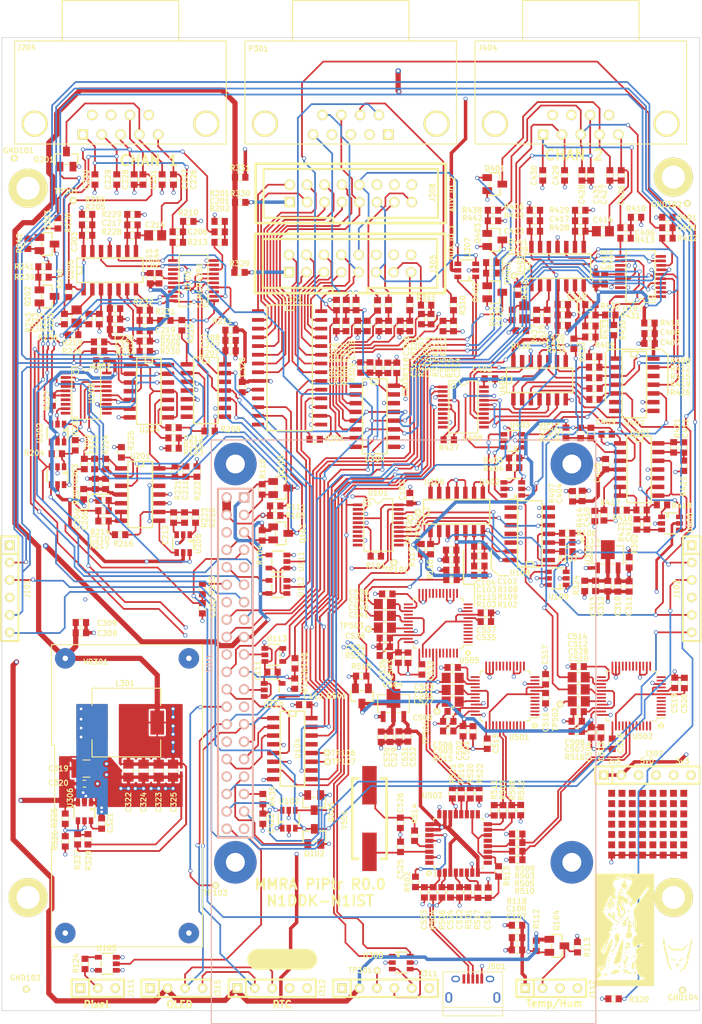
<source format=kicad_pcb>
(kicad_pcb (version 20170123) (host pcbnew "(2017-08-09 revision 8a1a3ed36)-makepkg")
  (layers (0 F.Cu signal) (1 In1.Cu power hide) (2 In2.Cu mixed hide) (31 B.Cu signal) (34 B.Paste user) (35 F.Paste user) (36 B.SilkS user) (37 F.SilkS user) (38 B.Mask user) (39 F.Mask user) (44 Edge.Cuts user))
  (net 0 "")
  (net 1 GND)
  (net 2 +5V)
  (net 3 "Net-(C401-Pad1)")
  (net 4 /CH2/RX_CTCSS)
  (net 5 "Net-(C403-Pad1)")
  (net 6 "Net-(C403-Pad2)")
  (net 7 /CH2/VDDA_1)
  (net 8 "Net-(C406-Pad1)")
  (net 9 /CH2/RX_AUDIO)
  (net 10 /CH2/VDDA_3)
  (net 11 "Net-(C409-Pad1)")
  (net 12 /CH2/CTCSS_FROM_RX_AUDIO)
  (net 13 "Net-(C410-Pad1)")
  (net 14 "Net-(C411-Pad1)")
  (net 15 "Net-(C411-Pad2)")
  (net 16 "Net-(C412-Pad1)")
  (net 17 "Net-(C412-Pad2)")
  (net 18 "Net-(C413-Pad2)")
  (net 19 /CH2/TX_AUDIO)
  (net 20 "Net-(C414-Pad2)")
  (net 21 "Net-(C417-Pad2)")
  (net 22 "Net-(C419-Pad1)")
  (net 23 "Net-(C419-Pad2)")
  (net 24 /CH2/VDDA_2)
  (net 25 /CH2/TONE_FROM_PI)
  (net 26 "Net-(C423-Pad1)")
  (net 27 "Net-(C423-Pad2)")
  (net 28 "Net-(C425-Pad1)")
  (net 29 /CH2/PTT)
  (net 30 /CH2/RX_COR)
  (net 31 /CH2/TX_CTCSS)
  (net 32 +2V5)
  (net 33 /COR2)
  (net 34 /~CTCSS2)
  (net 35 /PTT2D)
  (net 36 "Net-(Q402-Pad1)")
  (net 37 "Net-(Q403-Pad1)")
  (net 38 MISO_5)
  (net 39 "Net-(R402-Pad1)")
  (net 40 /CH2/CTCSS_FROM_RADIO)
  (net 41 "Net-(R404-Pad2)")
  (net 42 "Net-(R408-Pad2)")
  (net 43 "Net-(R412-Pad2)")
  (net 44 "Net-(R413-Pad1)")
  (net 45 "Net-(R415-Pad2)")
  (net 46 "Net-(R416-Pad2)")
  (net 47 "Net-(R418-Pad1)")
  (net 48 "Net-(R419-Pad2)")
  (net 49 "Net-(R420-Pad1)")
  (net 50 "Net-(R420-Pad2)")
  (net 51 "Net-(R426-Pad2)")
  (net 52 "Net-(R436-Pad2)")
  (net 53 "Net-(U103-Pad2)")
  (net 54 /~R47CS)
  (net 55 SCLK_5)
  (net 56 MOSI_5)
  (net 57 "Net-(U103-Pad9)")
  (net 58 "Net-(U103-Pad12)")
  (net 59 /~PGA2_CS)
  (net 60 "Net-(U401-Pad12)")
  (net 61 "Net-(C201-Pad1)")
  (net 62 /CH1/RX_CTCSS)
  (net 63 "Net-(C203-Pad1)")
  (net 64 "Net-(C203-Pad2)")
  (net 65 /CH1/VDDA_1)
  (net 66 "Net-(C206-Pad1)")
  (net 67 /CH1/RX_AUDIO)
  (net 68 /CH1/VDDA_3)
  (net 69 "Net-(C209-Pad1)")
  (net 70 /CH1/CTCSS_FROM_RX_AUDIO)
  (net 71 "Net-(C210-Pad1)")
  (net 72 "Net-(C211-Pad1)")
  (net 73 "Net-(C211-Pad2)")
  (net 74 "Net-(C212-Pad1)")
  (net 75 "Net-(C212-Pad2)")
  (net 76 "Net-(C213-Pad2)")
  (net 77 /CH1/TX_AUDIO)
  (net 78 "Net-(C214-Pad2)")
  (net 79 "Net-(C217-Pad2)")
  (net 80 "Net-(C219-Pad1)")
  (net 81 "Net-(C219-Pad2)")
  (net 82 /CH1/VDDA_2)
  (net 83 /CH1/TONE_FROM_PI)
  (net 84 "Net-(C223-Pad1)")
  (net 85 "Net-(C223-Pad2)")
  (net 86 "Net-(C225-Pad1)")
  (net 87 /CH1/PTT)
  (net 88 /CH1/RX_COR)
  (net 89 /CH1/TX_CTCSS)
  (net 90 /COR1)
  (net 91 /~CTCSS1)
  (net 92 /PTT1D)
  (net 93 "Net-(Q202-Pad1)")
  (net 94 "Net-(Q203-Pad1)")
  (net 95 "Net-(R202-Pad1)")
  (net 96 /CH1/CTCSS_FROM_RADIO)
  (net 97 "Net-(R204-Pad2)")
  (net 98 "Net-(R208-Pad2)")
  (net 99 "Net-(R212-Pad2)")
  (net 100 "Net-(R213-Pad1)")
  (net 101 "Net-(R215-Pad2)")
  (net 102 "Net-(R216-Pad2)")
  (net 103 "Net-(R218-Pad1)")
  (net 104 "Net-(R219-Pad2)")
  (net 105 "Net-(R220-Pad1)")
  (net 106 "Net-(R220-Pad2)")
  (net 107 "Net-(R226-Pad2)")
  (net 108 "Net-(R236-Pad2)")
  (net 109 /~R03CS)
  (net 110 /~PGA1_CS)
  (net 111 "Net-(U201-Pad12)")
  (net 112 "Net-(U107-Pad2)")
  (net 113 "Net-(U107-Pad9)")
  (net 114 "Net-(U107-Pad12)")
  (net 115 "Net-(C106-Pad1)")
  (net 116 "Net-(C304-Pad1)")
  (net 117 "/Spares, GPIO, and ADC/ADC_LIGHT")
  (net 118 "/Spares, GPIO, and ADC/ADC_VIN")
  (net 119 "Net-(C312-Pad1)")
  (net 120 "Net-(C314-Pad1)")
  (net 121 "Net-(C315-Pad1)")
  (net 122 "Net-(C316-Pad1)")
  (net 123 "Net-(C317-Pad1)")
  (net 124 "Net-(C318-Pad1)")
  (net 125 +12V)
  (net 126 "Net-(C321-Pad1)")
  (net 127 "Net-(C321-Pad2)")
  (net 128 /LINK1C)
  (net 129 /LINK2C)
  (net 130 +3V3)
  (net 131 /UINTA_33)
  (net 132 /UINTB_33)
  (net 133 /MOSI_33)
  (net 134 /PWM0)
  (net 135 /MISO_33)
  (net 136 /SCLK_33)
  (net 137 /SDA0_33)
  (net 138 /SELA_33)
  (net 139 /SELB_33)
  (net 140 /CE0_33)
  (net 141 "Net-(J107-Pad26)")
  (net 142 /LINK1O)
  (net 143 /SCL0_33)
  (net 144 /SELC_33)
  (net 145 "Net-(J107-Pad36)")
  (net 146 "Net-(J107-Pad38)")
  (net 147 /PWM1)
  (net 148 /LINK2O)
  (net 149 /SDA1_33)
  (net 150 /SCL1_33)
  (net 151 /DHT_33)
  (net 152 /PIXEL_33)
  (net 153 "Net-(J111-Pad2)")
  (net 154 /DHT_5)
  (net 155 "Net-(R106-Pad1)")
  (net 156 "Net-(R124-Pad2)")
  (net 157 "Net-(R301-Pad1)")
  (net 158 "/Spares, GPIO, and ADC/ADC1")
  (net 159 "/Spares, GPIO, and ADC/ADC2")
  (net 160 "/Spares, GPIO, and ADC/ADC3")
  (net 161 "/Spares, GPIO, and ADC/ADC4")
  (net 162 "/Spares, GPIO, and ADC/ADC5")
  (net 163 "Net-(R325-Pad2)")
  (net 164 "Net-(R327-Pad2)")
  (net 165 "Net-(TP106-Pad1)")
  (net 166 "Net-(TP107-Pad1)")
  (net 167 /~UINT_ENA)
  (net 168 /~ADC_CS)
  (net 169 /UINTA_5)
  (net 170 /UINTB_5)
  (net 171 "Net-(J305-Pad1)")
  (net 172 "Net-(J308-Pad1)")
  (net 173 "/Spares, GPIO, and ADC/ADC0")
  (net 174 "Net-(C509-Pad2)")
  (net 175 "Net-(C510-Pad2)")
  (net 176 "Net-(C511-Pad2)")
  (net 177 "Net-(C512-Pad2)")
  (net 178 "Net-(C513-Pad1)")
  (net 179 "Net-(C514-Pad1)")
  (net 180 "Net-(C515-Pad1)")
  (net 181 "Net-(C516-Pad1)")
  (net 182 "Net-(C517-Pad1)")
  (net 183 "Net-(C518-Pad1)")
  (net 184 "Net-(C519-Pad1)")
  (net 185 "Net-(C520-Pad1)")
  (net 186 "Net-(C522-Pad1)")
  (net 187 "Net-(C523-Pad1)")
  (net 188 "Net-(C524-Pad1)")
  (net 189 "Net-(C525-Pad1)")
  (net 190 "Net-(C526-Pad1)")
  (net 191 "Net-(R502-Pad1)")
  (net 192 "Net-(R503-Pad2)")
  (net 193 /soundcard/U2P)
  (net 194 "Net-(R505-Pad2)")
  (net 195 /soundcard/U2N)
  (net 196 "Net-(R507-Pad2)")
  (net 197 /soundcard/U1P)
  (net 198 /soundcard/U1N)
  (net 199 "Net-(R508-Pad2)")
  (net 200 "Net-(R514-Pad1)")
  (net 201 "Net-(C505-Pad1)")
  (net 202 "Net-(C507-Pad1)")
  (net 203 "Net-(C509-Pad1)")
  (net 204 "Net-(C510-Pad1)")
  (net 205 "Net-(C527-Pad2)")
  (net 206 "Net-(C528-Pad2)")
  (net 207 "Net-(P301-Pad1)")
  (net 208 "/Spares, GPIO, and ADC/GPA0")
  (net 209 "/Spares, GPIO, and ADC/GPA1")
  (net 210 "/Spares, GPIO, and ADC/GPA2")
  (net 211 "/Spares, GPIO, and ADC/GPA3")
  (net 212 "/Spares, GPIO, and ADC/GPA4")
  (net 213 "/Spares, GPIO, and ADC/GPA5")
  (net 214 "/Spares, GPIO, and ADC/GPA6")
  (net 215 "/Spares, GPIO, and ADC/GPA7")
  (net 216 "/Spares, GPIO, and ADC/SDA0_OUT")
  (net 217 "/Spares, GPIO, and ADC/SCL0_OUT")
  (net 218 "/Spares, GPIO, and ADC/GPB0")
  (net 219 "/Spares, GPIO, and ADC/GPB1")
  (net 220 "/Spares, GPIO, and ADC/GPB2")
  (net 221 "/Spares, GPIO, and ADC/GPB3")
  (net 222 "/Spares, GPIO, and ADC/GPB4")
  (net 223 "/Spares, GPIO, and ADC/GPB5")
  (net 224 "/Spares, GPIO, and ADC/GPB6")
  (net 225 "/Spares, GPIO, and ADC/GPB7")
  (net 226 "Net-(R209-Pad2)")
  (net 227 "Net-(R409-Pad2)")
  (net 228 "Net-(R517-Pad1)")
  (net 229 /soundcard/D_N)
  (net 230 /soundcard/D_P)
  (net 231 +3.3VP)
  (net 232 +5VP)
  (net 233 "Net-(C102-Pad2)")
  (net 234 "Net-(C102-Pad1)")
  (net 235 /VDDA_3)
  (net 236 /soundcard/TO_SND1)
  (net 237 /soundcard/TO_SND2)
  (net 238 /soundcard/FROM_SND1)
  (net 239 /soundcard/FROM_SND2)
  (net 240 "Net-(C533-Pad1)")
  (net 241 "Net-(C534-Pad1)")
  (net 242 "Net-(C535-Pad1)")
  (net 243 "Net-(C537-Pad1)")
  (net 244 "Net-(C538-Pad1)")
  (net 245 "Net-(C540-Pad2)")
  (net 246 /soundcard/FROM_SND3)
  (net 247 "Net-(C541-Pad1)")
  (net 248 "Net-(C541-Pad2)")
  (net 249 /soundcard/TO_SND3)
  (net 250 "Net-(C542-Pad2)")
  (net 251 LINK1_AUD)
  (net 252 LINK2_AUD)
  (net 253 "Net-(J311-Pad3)")
  (net 254 "Net-(J311-Pad4)")
  (net 255 "Net-(J311-Pad5)")
  (net 256 SCL1_5)
  (net 257 SDA1_5)
  (net 258 /SC_ENA)
  (net 259 "Net-(R101-Pad1)")
  (net 260 "Net-(R102-Pad2)")
  (net 261 "Net-(R107-Pad2)")
  (net 262 "Net-(R114-Pad2)")
  (net 263 "Net-(R116-Pad2)")
  (net 264 LOCAL_LINK_AUD)
  (net 265 "Net-(R227-Pad1)")
  (net 266 "Net-(R244-Pad2)")
  (net 267 "Net-(R427-Pad1)")
  (net 268 "Net-(R444-Pad2)")
  (net 269 "Net-(R513-Pad2)")
  (net 270 /soundcard/U3P)
  (net 271 "Net-(R519-Pad2)")
  (net 272 "Net-(R520-Pad2)")
  (net 273 /soundcard/U3N)
  (net 274 "Net-(TP101-Pad1)")
  (net 275 "Net-(TP102-Pad1)")
  (net 276 "Net-(TP104-Pad1)")
  (net 277 "Net-(U106-Pad3)")
  (net 278 "Net-(U106-Pad8)")
  (net 279 "Net-(U106-Pad13)")
  (net 280 /SC3_LINK1)
  (net 281 /SC3_LINK2)
  (net 282 /SC3_LINK_SEL)
  (net 283 /CH1/RX_DESC_EN)
  (net 284 /CH1/PORT_DET_EN)
  (net 285 /CH1/RX_BUS3_EN)
  (net 286 /CH1/RX_LOCAL_EN)
  (net 287 /CH1/RX_BUS1_EN)
  (net 288 /CH1/RX_BUS2_EN)
  (net 289 /CH1/RX_DEEMP_EN)
  (net 290 /CH2/RX_DESC_EN)
  (net 291 /CH2/PORT_DET_EN)
  (net 292 /CH2/RX_BUS3_EN)
  (net 293 /CH2/RX_LOCAL_EN)
  (net 294 /CH2/RX_BUS1_EN)
  (net 295 /CH2/RX_BUS2_EN)
  (net 296 /CH2/RX_DEEMP_EN)
  (net 297 "Net-(J312-Pad4)")
  (net 298 "Net-(U101-Pad7)")
  (net 299 "Net-(U101-Pad8)")
  (net 300 "Net-(U101-Pad10)")
  (net 301 "Net-(U101-Pad11)")
  (net 302 "Net-(U108-Pad10)")
  (net 303 "Net-(U108-Pad9)")
  (net 304 "Net-(U208-Pad7)")
  (net 305 "Net-(U208-Pad8)")
  (net 306 "Net-(U208-Pad10)")
  (net 307 "Net-(U208-Pad11)")
  (net 308 "Net-(U208-Pad19)")
  (net 309 "Net-(U505-Pad1)")
  (net 310 "Net-(U505-Pad2)")
  (net 311 "Net-(U505-Pad3)")
  (net 312 "Net-(U505-Pad4)")
  (net 313 "Net-(U505-Pad5)")
  (net 314 "Net-(U505-Pad6)")
  (net 315 "Net-(U505-Pad11)")
  (net 316 "Net-(U505-Pad12)")
  (net 317 "Net-(U505-Pad13)")
  (net 318 "Net-(U505-Pad15)")
  (net 319 "Net-(U505-Pad17)")
  (net 320 "Net-(U505-Pad18)")
  (net 321 "Net-(U505-Pad19)")
  (net 322 "Net-(U505-Pad20)")
  (net 323 "Net-(U505-Pad21)")
  (net 324 "Net-(U505-Pad25)")
  (net 325 "Net-(U505-Pad28)")
  (net 326 "Net-(U505-Pad31)")
  (net 327 "Net-(U505-Pad39)")
  (net 328 "Net-(U505-Pad40)")
  (net 329 "Net-(U505-Pad43)")
  (net 330 "Net-(U505-Pad44)")
  (net 331 "Net-(U505-Pad45)")
  (net 332 "Net-(U505-Pad46)")
  (net 333 "Net-(U505-Pad47)")
  (net 334 "Net-(U505-Pad48)")
  (module lib:SOT23-6 (layer F.Cu) (at 154.525 98.69 270)
    (fp_text reference U406 (at -0.1 -2.8 90) (layer F.SilkS) (effects (font (size 0.762 0.762) (thickness 0.1524))))
    (fp_text value 74LVC1G3157 hide)
    (pad 1 smd rect (at -0.94996 1.30048 270) (size 0.65 1.00076) (layers F.Cu F.Paste F.Mask) (net 47 "Net-(R418-Pad1)"))
    (pad 3 smd rect (at 0.94996 1.30048 270) (size 0.65 1.00076) (layers F.Cu F.Paste F.Mask) (net 16 "Net-(C412-Pad1)"))
    (pad 5 smd rect (at 0 -1.30048 270) (size 0.65 1.00076) (layers F.Cu F.Paste F.Mask) (net 2 +5V))
    (pad 2 smd rect (at 0 1.30048 270) (size 0.65 1.00076) (layers F.Cu F.Paste F.Mask) (net 1 GND))
    (pad 4 smd rect (at 0.94996 -1.30048 270) (size 0.65 1.00076) (layers F.Cu F.Paste F.Mask) (net 60 "Net-(U401-Pad12)"))
    (pad 6 smd rect (at -0.94996 -1.30048 270) (size 0.65 1.00076) (layers F.Cu F.Paste F.Mask) (net 296 /CH2/RX_DEEMP_EN))
  )
  (module lib:SMD_proto_area (layer F.Cu) (at 151.2 142.49 90)
    (fp_text reference PROTO301 hide)
    (fp_text value MOUNTING_HOLE hide)
    (fp_line (start -4.5 -5.25) (end -4.5 5.25) (layer F.Cu) (width 0.25))
    (pad 0 smd rect (at -1.5 -3.75 90) (size 1 1) (layers F.Cu F.Paste F.Mask))
    (pad 0 smd rect (at -3 -3.75 90) (size 1 1) (layers F.Cu F.Paste F.Mask))
    (pad 0 smd rect (at -4.5 -3.75 90) (size 1 1) (layers F.Cu F.Paste F.Mask))
    (pad 1 smd rect (at -4.5 -5.25 90) (size 1 1) (layers F.Cu F.Paste F.Mask) (net 1 GND))
    (pad 0 smd rect (at -3 -5.25 90) (size 1 1) (layers F.Cu F.Paste F.Mask))
    (pad 0 smd rect (at -1.5 -5.25 90) (size 1 1) (layers F.Cu F.Paste F.Mask))
    (pad 0 smd rect (at 3 -5.25 90) (size 1 1) (layers F.Cu F.Paste F.Mask))
    (pad 0 smd rect (at 1.5 -5.25 90) (size 1 1) (layers F.Cu F.Paste F.Mask))
    (pad 0 smd rect (at 0 -5.25 90) (size 1 1) (layers F.Cu F.Paste F.Mask))
    (pad 0 smd rect (at 0 -3.75 90) (size 1 1) (layers F.Cu F.Paste F.Mask))
    (pad 0 smd rect (at 1.5 -3.75 90) (size 1 1) (layers F.Cu F.Paste F.Mask))
    (pad 0 smd rect (at 3 -3.75 90) (size 1 1) (layers F.Cu F.Paste F.Mask))
    (pad 0 smd rect (at 4.5 -3.75 90) (size 1 1) (layers F.Cu F.Paste F.Mask))
    (pad 0 smd rect (at 4.5 -5.25 90) (size 1 1) (layers F.Cu F.Paste F.Mask))
    (pad 0 smd rect (at 4.5 -2.25 90) (size 1 1) (layers F.Cu F.Paste F.Mask))
    (pad 0 smd rect (at 4.5 -0.75 90) (size 1 1) (layers F.Cu F.Paste F.Mask))
    (pad 0 smd rect (at 4.5 0.75 90) (size 1 1) (layers F.Cu F.Paste F.Mask))
    (pad 0 smd rect (at 3 0.75 90) (size 1 1) (layers F.Cu F.Paste F.Mask))
    (pad 0 smd rect (at 1.5 0.75 90) (size 1 1) (layers F.Cu F.Paste F.Mask))
    (pad 0 smd rect (at 0 0.75 90) (size 1 1) (layers F.Cu F.Paste F.Mask))
    (pad 0 smd rect (at 3 -0.75 90) (size 1 1) (layers F.Cu F.Paste F.Mask))
    (pad 0 smd rect (at 1.5 -0.75 90) (size 1 1) (layers F.Cu F.Paste F.Mask))
    (pad 0 smd rect (at 0 -0.75 90) (size 1 1) (layers F.Cu F.Paste F.Mask))
    (pad 0 smd rect (at 0 -2.25 90) (size 1 1) (layers F.Cu F.Paste F.Mask))
    (pad 0 smd rect (at 1.5 -2.25 90) (size 1 1) (layers F.Cu F.Paste F.Mask))
    (pad 0 smd rect (at 3 -2.25 90) (size 1 1) (layers F.Cu F.Paste F.Mask))
    (pad 0 smd rect (at -1.5 -2.25 90) (size 1 1) (layers F.Cu F.Paste F.Mask))
    (pad 0 smd rect (at -3 -2.25 90) (size 1 1) (layers F.Cu F.Paste F.Mask))
    (pad 0 smd rect (at -4.5 -2.25 90) (size 1 1) (layers F.Cu F.Paste F.Mask))
    (pad 0 smd rect (at -4.5 -0.75 90) (size 1 1) (layers F.Cu F.Paste F.Mask))
    (pad 0 smd rect (at -3 -0.75 90) (size 1 1) (layers F.Cu F.Paste F.Mask))
    (pad 0 smd rect (at -1.5 -0.75 90) (size 1 1) (layers F.Cu F.Paste F.Mask))
    (pad 0 smd rect (at -4.5 0.75 90) (size 1 1) (layers F.Cu F.Paste F.Mask))
    (pad 0 smd rect (at -3 0.75 90) (size 1 1) (layers F.Cu F.Paste F.Mask))
    (pad 0 smd rect (at -1.5 0.75 90) (size 1 1) (layers F.Cu F.Paste F.Mask))
    (pad 0 smd rect (at -1.5 5.25 90) (size 1 1) (layers F.Cu F.Paste F.Mask))
    (pad 0 smd rect (at -3 5.25 90) (size 1 1) (layers F.Cu F.Paste F.Mask))
    (pad 0 smd rect (at -4.5 5.25 90) (size 1 1) (layers F.Cu F.Paste F.Mask))
    (pad 0 smd rect (at -1.5 3.75 90) (size 1 1) (layers F.Cu F.Paste F.Mask))
    (pad 0 smd rect (at -3 3.75 90) (size 1 1) (layers F.Cu F.Paste F.Mask))
    (pad 0 smd rect (at -4.5 3.75 90) (size 1 1) (layers F.Cu F.Paste F.Mask))
    (pad 0 smd rect (at -4.5 2.25 90) (size 1 1) (layers F.Cu F.Paste F.Mask))
    (pad 0 smd rect (at -3 2.25 90) (size 1 1) (layers F.Cu F.Paste F.Mask))
    (pad 0 smd rect (at -1.5 2.25 90) (size 1 1) (layers F.Cu F.Paste F.Mask))
    (pad 0 smd rect (at 3 2.25 90) (size 1 1) (layers F.Cu F.Paste F.Mask))
    (pad 0 smd rect (at 1.5 2.25 90) (size 1 1) (layers F.Cu F.Paste F.Mask))
    (pad 0 smd rect (at 0 2.25 90) (size 1 1) (layers F.Cu F.Paste F.Mask))
    (pad 0 smd rect (at 0 3.75 90) (size 1 1) (layers F.Cu F.Paste F.Mask))
    (pad 0 smd rect (at 1.5 3.75 90) (size 1 1) (layers F.Cu F.Paste F.Mask))
    (pad 0 smd rect (at 3 3.75 90) (size 1 1) (layers F.Cu F.Paste F.Mask))
    (pad 0 smd rect (at 0 5.25 90) (size 1 1) (layers F.Cu F.Paste F.Mask))
    (pad 0 smd rect (at 1.5 5.25 90) (size 1 1) (layers F.Cu F.Paste F.Mask))
    (pad 0 smd rect (at 3 5.25 90) (size 1 1) (layers F.Cu F.Paste F.Mask))
    (pad 0 smd rect (at 4.5 5.25 90) (size 1 1) (layers F.Cu F.Paste F.Mask))
    (pad 0 smd rect (at 4.5 3.75 90) (size 1 1) (layers F.Cu F.Paste F.Mask))
    (pad 0 smd rect (at 4.5 2.25 90) (size 1 1) (layers F.Cu F.Paste F.Mask))
  )
  (module lib:USB_Micro-B (layer F.Cu) (at 125.73 166.37)
    (fp_text reference J501 (at 3.395 -3.13) (layer F.SilkS) (effects (font (size 0.762 0.762) (thickness 0.1524))))
    (fp_text value MicroUSB)
    (pad 1 smd rect (at -1.3 -1.35 90) (size 1.35 0.4) (layers F.Cu F.Paste F.Mask))
    (pad 2 smd rect (at -0.65 -1.35 90) (size 1.35 0.4) (layers F.Cu F.Paste F.Mask) (net 229 /soundcard/D_N))
    (pad 3 smd rect (at 0 -1.35 90) (size 1.35 0.4) (layers F.Cu F.Paste F.Mask) (net 230 /soundcard/D_P))
    (pad 4 smd rect (at 0.65 -1.35 90) (size 1.35 0.4) (layers F.Cu F.Paste F.Mask))
    (pad 5 smd rect (at 1.3 -1.35 90) (size 1.35 0.4) (layers F.Cu F.Paste F.Mask) (net 1 GND))
    (pad 6 thru_hole oval (at -2.5 -1.35 90) (size 0.95 1.25) (drill oval 0.55 0.85) (layers *.Cu *.Mask) (net 1 GND))
    (pad 6 thru_hole oval (at 2.5 -1.35 90) (size 0.95 1.25) (drill oval 0.55 0.85) (layers *.Cu *.Mask) (net 1 GND))
    (pad 6 thru_hole oval (at -3.5 1.35 90) (size 1.55 1) (drill oval 1.15 0.5) (layers *.Cu *.Mask) (net 1 GND))
    (pad 6 thru_hole oval (at 3.5 1.35 90) (size 1.55 1) (drill oval 1.15 0.5) (layers *.Cu *.Mask) (net 1 GND))
  )
  (module lib:smd0603 (layer F.Cu) (at 123.8 152.415 90)
    (fp_text reference C522 (at -3.95 0 90) (layer F.SilkS) (effects (font (size 0.762 0.762) (thickness 0.1524))))
    (fp_text value 0.1u hide)
    (pad 1 smd rect (at 0.75184 0 90) (size 0.89916 1.00076) (layers F.Cu F.Paste F.Mask) (net 186 "Net-(C522-Pad1)"))
    (pad 2 smd rect (at -0.75184 0 90) (size 0.89916 1.00076) (layers F.Cu F.Paste F.Mask) (net 1 GND))
  )
  (module lib:smd0603 (layer F.Cu) (at 132.2 145.165)
    (fp_text reference R503 (at 1.075 4.85) (layer F.SilkS) (effects (font (size 0.762 0.762) (thickness 0.1524))))
    (fp_text value 22 hide)
    (pad 2 smd rect (at -0.75184 0) (size 0.89916 1.00076) (layers F.Cu F.Paste F.Mask) (net 192 "Net-(R503-Pad2)"))
    (pad 1 smd rect (at 0.75184 0) (size 0.89916 1.00076) (layers F.Cu F.Paste F.Mask) (net 193 /soundcard/U2P))
  )
  (module lib:LQFP-32_7x7mm_Pitch0.8mm (layer F.Cu) (at 123.6551 145.295927 90)
    (fp_text reference U503 (at 6.980927 -3.8301 180) (layer F.SilkS) (effects (font (size 0.762 0.762) (thickness 0.1524))))
    (fp_text value TUSB2036)
    (pad 32 smd rect (at -2.8 -4.25 180) (size 1.2 0.6) (layers F.Cu F.Paste F.Mask))
    (pad 31 smd rect (at -2 -4.25 180) (size 1.2 0.6) (layers F.Cu F.Paste F.Mask) (net 1 GND))
    (pad 30 smd rect (at -1.2 -4.25 180) (size 1.2 0.6) (layers F.Cu F.Paste F.Mask) (net 189 "Net-(C525-Pad1)"))
    (pad 29 smd rect (at -0.4 -4.25 180) (size 1.2 0.6) (layers F.Cu F.Paste F.Mask) (net 200 "Net-(R514-Pad1)"))
    (pad 28 smd rect (at 0.4 -4.25 180) (size 1.2 0.6) (layers F.Cu F.Paste F.Mask) (net 1 GND))
    (pad 27 smd rect (at 1.2 -4.25 180) (size 1.2 0.6) (layers F.Cu F.Paste F.Mask) (net 191 "Net-(R502-Pad1)"))
    (pad 26 smd rect (at 2 -4.25 180) (size 1.2 0.6) (layers F.Cu F.Paste F.Mask) (net 231 +3.3VP))
    (pad 25 smd rect (at 2.8 -4.25 180) (size 1.2 0.6) (layers F.Cu F.Paste F.Mask) (net 231 +3.3VP))
    (pad 24 smd rect (at 4.25 -2.8 90) (size 1.2 0.6) (layers F.Cu F.Paste F.Mask) (net 1 GND))
    (pad 23 smd rect (at 4.25 -2 90) (size 1.2 0.6) (layers F.Cu F.Paste F.Mask) (net 231 +3.3VP))
    (pad 22 smd rect (at 4.25 -1.2 90) (size 1.2 0.6) (layers F.Cu F.Paste F.Mask) (net 231 +3.3VP))
    (pad 21 smd rect (at 4.25 -0.4 90) (size 1.2 0.6) (layers F.Cu F.Paste F.Mask) (net 1 GND))
    (pad 20 smd rect (at 4.25 0.4 90) (size 1.2 0.6) (layers F.Cu F.Paste F.Mask) (net 271 "Net-(R519-Pad2)"))
    (pad 19 smd rect (at 4.25 1.2 90) (size 1.2 0.6) (layers F.Cu F.Paste F.Mask) (net 272 "Net-(R520-Pad2)"))
    (pad 18 smd rect (at 4.25 2 90) (size 1.2 0.6) (layers F.Cu F.Paste F.Mask) (net 269 "Net-(R513-Pad2)"))
    (pad 17 smd rect (at 4.25 2.8 90) (size 1.2 0.6) (layers F.Cu F.Paste F.Mask))
    (pad 16 smd rect (at 2.8 4.25 180) (size 1.2 0.6) (layers F.Cu F.Paste F.Mask) (net 196 "Net-(R507-Pad2)"))
    (pad 15 smd rect (at 2 4.25 180) (size 1.2 0.6) (layers F.Cu F.Paste F.Mask) (net 199 "Net-(R508-Pad2)"))
    (pad 14 smd rect (at 1.2 4.25 180) (size 1.2 0.6) (layers F.Cu F.Paste F.Mask) (net 269 "Net-(R513-Pad2)"))
    (pad 13 smd rect (at 0.4 4.25 180) (size 1.2 0.6) (layers F.Cu F.Paste F.Mask))
    (pad 12 smd rect (at -0.4 4.25 180) (size 1.2 0.6) (layers F.Cu F.Paste F.Mask) (net 192 "Net-(R503-Pad2)"))
    (pad 11 smd rect (at -1.2 4.25 180) (size 1.2 0.6) (layers F.Cu F.Paste F.Mask) (net 194 "Net-(R505-Pad2)"))
    (pad 10 smd rect (at -2 4.25 180) (size 1.2 0.6) (layers F.Cu F.Paste F.Mask) (net 269 "Net-(R513-Pad2)"))
    (pad 9 smd rect (at -2.8 4.25 180) (size 1.2 0.6) (layers F.Cu F.Paste F.Mask))
    (pad 8 smd rect (at -4.25 2.8 90) (size 1.2 0.6) (layers F.Cu F.Paste F.Mask) (net 231 +3.3VP))
    (pad 7 smd rect (at -4.25 2 90) (size 1.2 0.6) (layers F.Cu F.Paste F.Mask) (net 1 GND))
    (pad 6 smd rect (at -4.25 1.2 90) (size 1.2 0.6) (layers F.Cu F.Paste F.Mask) (net 228 "Net-(R517-Pad1)"))
    (pad 5 smd rect (at -4.25 0.4 90) (size 1.2 0.6) (layers F.Cu F.Paste F.Mask))
    (pad 4 smd rect (at -4.25 -0.4 90) (size 1.2 0.6) (layers F.Cu F.Paste F.Mask) (net 186 "Net-(C522-Pad1)"))
    (pad 3 smd rect (at -4.25 -1.2 90) (size 1.2 0.6) (layers F.Cu F.Paste F.Mask) (net 231 +3.3VP))
    (pad 2 smd rect (at -4.25 -2 90) (size 1.2 0.6) (layers F.Cu F.Paste F.Mask) (net 188 "Net-(C524-Pad1)"))
    (pad 1 smd rect (at -4.25 -2.8 90) (size 1.2 0.6) (layers F.Cu F.Paste F.Mask) (net 187 "Net-(C523-Pad1)"))
  )
  (module lib:smd0603 (layer F.Cu) (at 95.05 93.74 90)
    (fp_text reference R110 (at 3 0.075 90) (layer F.SilkS) (effects (font (size 0.762 0.762) (thickness 0.1524))))
    (fp_text value 2k2 hide)
    (pad 1 smd rect (at 0.75184 0 90) (size 0.89916 1.00076) (layers F.Cu F.Paste F.Mask) (net 130 +3V3))
    (pad 2 smd rect (at -0.75184 0 90) (size 0.89916 1.00076) (layers F.Cu F.Paste F.Mask) (net 149 /SDA1_33))
  )
  (module lib:SIL-6 (layer F.Cu) (at 151.15 135.34)
    (fp_text reference J307 (at 0.925 -3.1) (layer F.SilkS) (effects (font (size 0.762 0.762) (thickness 0.1524))))
    (fp_text value SPARE hide)
    (pad 1 thru_hole rect (at -6.35 0) (size 1.397 1.397) (drill 0.8128) (layers *.Cu *.Mask F.SilkS) (net 32 +2V5))
    (pad 2 thru_hole circle (at -3.81 0) (size 1.397 1.397) (drill 0.8128) (layers *.Cu *.Mask F.SilkS) (net 32 +2V5))
    (pad 3 thru_hole circle (at -1.27 0) (size 1.397 1.397) (drill 0.8128) (layers *.Cu *.Mask F.SilkS) (net 2 +5V))
    (pad 4 thru_hole circle (at 1.27 0) (size 1.397 1.397) (drill 0.8128) (layers *.Cu *.Mask F.SilkS) (net 2 +5V))
    (pad 5 thru_hole circle (at 3.81 0) (size 1.397 1.397) (drill 0.8128) (layers *.Cu *.Mask F.SilkS) (net 130 +3V3))
    (pad 6 thru_hole circle (at 6.35 0) (size 1.397 1.397) (drill 0.8128) (layers *.Cu *.Mask F.SilkS) (net 130 +3V3))
  )
  (module lib:SOIC14 (layer F.Cu) (at 149.95 90.84 270)
    (fp_text reference U401 (at -5.425 -0.15) (layer F.SilkS) (effects (font (size 0.762 0.762) (thickness 0.1524))))
    (fp_text value MCP6004T hide)
    (pad 1 smd rect (at -3.81 2.794 270) (size 0.65024 1.75006) (layers F.Cu F.Paste F.Mask) (net 12 /CH2/CTCSS_FROM_RX_AUDIO))
    (pad 2 smd rect (at -2.54 2.794 270) (size 0.65024 1.75006) (layers F.Cu F.Paste F.Mask) (net 18 "Net-(C413-Pad2)"))
    (pad 3 smd rect (at -1.27 2.794 270) (size 0.65024 1.75006) (layers F.Cu F.Paste F.Mask) (net 114 "Net-(U107-Pad12)"))
    (pad 4 smd rect (at 0 2.794 270) (size 0.65024 1.75006) (layers F.Cu F.Paste F.Mask) (net 7 /CH2/VDDA_1))
    (pad 5 smd rect (at 1.27 2.794 270) (size 0.65024 1.75006) (layers F.Cu F.Paste F.Mask) (net 13 "Net-(C410-Pad1)"))
    (pad 6 smd rect (at 2.54 2.794 270) (size 0.65024 1.75006) (layers F.Cu F.Paste F.Mask) (net 46 "Net-(R416-Pad2)"))
    (pad 7 smd rect (at 3.81 2.794 270) (size 0.65024 1.75006) (layers F.Cu F.Paste F.Mask) (net 46 "Net-(R416-Pad2)"))
    (pad 8 smd rect (at 3.81 -2.79908 270) (size 0.65024 1.75006) (layers F.Cu F.Paste F.Mask) (net 60 "Net-(U401-Pad12)"))
    (pad 9 smd rect (at 2.54 -2.79908 270) (size 0.65024 1.75006) (layers F.Cu F.Paste F.Mask) (net 17 "Net-(C412-Pad2)"))
    (pad 10 smd rect (at 1.27 -2.79908 270) (size 0.65024 1.75006) (layers F.Cu F.Paste F.Mask) (net 32 +2V5))
    (pad 11 smd rect (at 0 -2.79908 270) (size 0.65024 1.75006) (layers F.Cu F.Paste F.Mask) (net 1 GND))
    (pad 12 smd rect (at -1.27 -2.79908 270) (size 0.65024 1.75006) (layers F.Cu F.Paste F.Mask) (net 60 "Net-(U401-Pad12)"))
    (pad 13 smd rect (at -2.54 -2.79908 270) (size 0.65024 1.75006) (layers F.Cu F.Paste F.Mask) (net 15 "Net-(C411-Pad2)"))
    (pad 14 smd rect (at -3.81 -2.79908 270) (size 0.65024 1.75006) (layers F.Cu F.Paste F.Mask) (net 14 "Net-(C411-Pad1)"))
  )
  (module lib:SOIC14 (layer F.Cu) (at 138.07 61.222)
    (fp_text reference U405 (at -5.47 -0.132 270) (layer F.SilkS) (effects (font (size 0.762 0.762) (thickness 0.1524))))
    (fp_text value MCP6004T hide)
    (pad 1 smd rect (at -3.81 2.794) (size 0.65024 1.75006) (layers F.Cu F.Paste F.Mask) (net 31 /CH2/TX_CTCSS))
    (pad 2 smd rect (at -2.54 2.794) (size 0.65024 1.75006) (layers F.Cu F.Paste F.Mask) (net 27 "Net-(C423-Pad2)"))
    (pad 3 smd rect (at -1.27 2.794) (size 0.65024 1.75006) (layers F.Cu F.Paste F.Mask) (net 28 "Net-(C425-Pad1)"))
    (pad 4 smd rect (at 0 2.794) (size 0.65024 1.75006) (layers F.Cu F.Paste F.Mask) (net 24 /CH2/VDDA_2))
    (pad 5 smd rect (at 1.27 2.794) (size 0.65024 1.75006) (layers F.Cu F.Paste F.Mask) (net 227 "Net-(R409-Pad2)"))
    (pad 6 smd rect (at 2.54 2.794) (size 0.65024 1.75006) (layers F.Cu F.Paste F.Mask) (net 23 "Net-(C419-Pad2)"))
    (pad 7 smd rect (at 3.81 2.794) (size 0.65024 1.75006) (layers F.Cu F.Paste F.Mask) (net 22 "Net-(C419-Pad1)"))
    (pad 8 smd rect (at 3.81 -2.79908) (size 0.65024 1.75006) (layers F.Cu F.Paste F.Mask) (net 20 "Net-(C414-Pad2)"))
    (pad 9 smd rect (at 2.54 -2.79908) (size 0.65024 1.75006) (layers F.Cu F.Paste F.Mask) (net 21 "Net-(C417-Pad2)"))
    (pad 10 smd rect (at 1.27 -2.79908) (size 0.65024 1.75006) (layers F.Cu F.Paste F.Mask) (net 112 "Net-(U107-Pad2)"))
    (pad 11 smd rect (at 0 -2.79908) (size 0.65024 1.75006) (layers F.Cu F.Paste F.Mask) (net 1 GND))
    (pad 12 smd rect (at -1.27 -2.79908) (size 0.65024 1.75006) (layers F.Cu F.Paste F.Mask) (net 113 "Net-(U107-Pad9)"))
    (pad 13 smd rect (at -2.54 -2.79908) (size 0.65024 1.75006) (layers F.Cu F.Paste F.Mask) (net 6 "Net-(C403-Pad2)"))
    (pad 14 smd rect (at -3.81 -2.79908) (size 0.65024 1.75006) (layers F.Cu F.Paste F.Mask) (net 5 "Net-(C403-Pad1)"))
  )
  (module lib:SOIC14 (layer F.Cu) (at 135.45 77.84)
    (fp_text reference U404 (at -5.4 0.75 90) (layer F.SilkS) (effects (font (size 0.762 0.762) (thickness 0.1524))))
    (fp_text value 74LVC4066 hide)
    (pad 1 smd rect (at -3.81 2.794) (size 0.65024 1.75006) (layers F.Cu F.Paste F.Mask) (net 14 "Net-(C411-Pad1)"))
    (pad 2 smd rect (at -2.54 2.794) (size 0.65024 1.75006) (layers F.Cu F.Paste F.Mask) (net 48 "Net-(R419-Pad2)"))
    (pad 3 smd rect (at -1.27 2.794) (size 0.65024 1.75006) (layers F.Cu F.Paste F.Mask) (net 51 "Net-(R426-Pad2)"))
    (pad 4 smd rect (at 0 2.794) (size 0.65024 1.75006) (layers F.Cu F.Paste F.Mask) (net 14 "Net-(C411-Pad1)"))
    (pad 5 smd rect (at 1.27 2.794) (size 0.65024 1.75006) (layers F.Cu F.Paste F.Mask) (net 292 /CH2/RX_BUS3_EN))
    (pad 6 smd rect (at 2.54 2.794) (size 0.65024 1.75006) (layers F.Cu F.Paste F.Mask) (net 293 /CH2/RX_LOCAL_EN))
    (pad 7 smd rect (at 3.81 2.794) (size 0.65024 1.75006) (layers F.Cu F.Paste F.Mask) (net 1 GND))
    (pad 8 smd rect (at 3.81 -2.79908) (size 0.65024 1.75006) (layers F.Cu F.Paste F.Mask) (net 14 "Net-(C411-Pad1)"))
    (pad 9 smd rect (at 2.54 -2.79908) (size 0.65024 1.75006) (layers F.Cu F.Paste F.Mask) (net 43 "Net-(R412-Pad2)"))
    (pad 10 smd rect (at 1.27 -2.79908) (size 0.65024 1.75006) (layers F.Cu F.Paste F.Mask) (net 45 "Net-(R415-Pad2)"))
    (pad 11 smd rect (at 0 -2.79908) (size 0.65024 1.75006) (layers F.Cu F.Paste F.Mask) (net 14 "Net-(C411-Pad1)"))
    (pad 12 smd rect (at -1.27 -2.79908) (size 0.65024 1.75006) (layers F.Cu F.Paste F.Mask) (net 294 /CH2/RX_BUS1_EN))
    (pad 13 smd rect (at -2.54 -2.79908) (size 0.65024 1.75006) (layers F.Cu F.Paste F.Mask) (net 295 /CH2/RX_BUS2_EN))
    (pad 14 smd rect (at -3.81 -2.79908) (size 0.65024 1.75006) (layers F.Cu F.Paste F.Mask) (net 24 /CH2/VDDA_2))
  )
  (module lib:RibbonHeader2x8 (layer F.Cu) (at 107.95 50.64)
    (fp_text reference J308 (at 11.9 -0.1 90) (layer F.SilkS) (effects (font (size 0.762 0.762) (thickness 0.1524))))
    (fp_text value AUX_IO_2 (at 14.8 0.1 90) (layer F.SilkS) (effects (font (size 0.762 0.762) (thickness 0.1524))))
    (pad 1 thru_hole rect (at -8.89 1.27) (size 1.524 1.524) (drill 1.016) (layers *.Cu *.Mask F.SilkS) (net 172 "Net-(J308-Pad1)"))
    (pad 2 thru_hole circle (at -8.89 -1.27) (size 1.524 1.524) (drill 1.016) (layers *.Cu *.Mask F.SilkS) (net 218 "/Spares, GPIO, and ADC/GPB0"))
    (pad 3 thru_hole circle (at -6.35 1.27) (size 1.524 1.524) (drill 1.016) (layers *.Cu *.Mask F.SilkS) (net 219 "/Spares, GPIO, and ADC/GPB1"))
    (pad 4 thru_hole circle (at -6.35 -1.27) (size 1.524 1.524) (drill 1.016) (layers *.Cu *.Mask F.SilkS) (net 220 "/Spares, GPIO, and ADC/GPB2"))
    (pad 5 thru_hole circle (at -3.81 1.27) (size 1.524 1.524) (drill 1.016) (layers *.Cu *.Mask F.SilkS) (net 221 "/Spares, GPIO, and ADC/GPB3"))
    (pad 6 thru_hole circle (at -3.81 -1.27) (size 1.524 1.524) (drill 1.016) (layers *.Cu *.Mask F.SilkS) (net 222 "/Spares, GPIO, and ADC/GPB4"))
    (pad 7 thru_hole circle (at -1.27 1.27) (size 1.524 1.524) (drill 1.016) (layers *.Cu *.Mask F.SilkS) (net 223 "/Spares, GPIO, and ADC/GPB5"))
    (pad 8 thru_hole circle (at -1.27 -1.27) (size 1.524 1.524) (drill 1.016) (layers *.Cu *.Mask F.SilkS) (net 224 "/Spares, GPIO, and ADC/GPB6"))
    (pad 9 thru_hole circle (at 1.27 1.27) (size 1.524 1.524) (drill 1.016) (layers *.Cu *.Mask F.SilkS) (net 225 "/Spares, GPIO, and ADC/GPB7"))
    (pad 10 thru_hole circle (at 1.27 -1.27) (size 1.524 1.524) (drill 1.016) (layers *.Cu *.Mask F.SilkS) (net 216 "/Spares, GPIO, and ADC/SDA0_OUT"))
    (pad 11 thru_hole circle (at 3.81 1.27) (size 1.524 1.524) (drill 1.016) (layers *.Cu *.Mask F.SilkS) (net 217 "/Spares, GPIO, and ADC/SCL0_OUT"))
    (pad 12 thru_hole circle (at 3.81 -1.27) (size 1.524 1.524) (drill 1.016) (layers *.Cu *.Mask F.SilkS) (net 1 GND))
    (pad 13 thru_hole circle (at 6.35 1.27) (size 1.524 1.524) (drill 1.016) (layers *.Cu *.Mask F.SilkS) (net 161 "/Spares, GPIO, and ADC/ADC4"))
    (pad 14 thru_hole circle (at 6.35 -1.27) (size 1.524 1.524) (drill 1.016) (layers *.Cu *.Mask F.SilkS) (net 1 GND))
    (pad 15 thru_hole circle (at 8.89 1.27) (size 1.524 1.524) (drill 1.016) (layers *.Cu *.Mask F.SilkS) (net 162 "/Spares, GPIO, and ADC/ADC5"))
    (pad 16 thru_hole circle (at 8.89 -1.27) (size 1.524 1.524) (drill 1.016) (layers *.Cu *.Mask F.SilkS))
  )
  (module lib:smd0603 (layer F.Cu) (at 154.072 55.634)
    (fp_text reference C401 (at 2.828 0.006) (layer F.SilkS) (effects (font (size 0.762 0.762) (thickness 0.1524))))
    (fp_text value 4.7u hide)
    (pad 1 smd rect (at 0.75184 0) (size 0.89916 1.00076) (layers F.Cu F.Paste F.Mask) (net 3 "Net-(C401-Pad1)"))
    (pad 2 smd rect (at -0.75184 0) (size 0.89916 1.00076) (layers F.Cu F.Paste F.Mask) (net 4 /CH2/RX_CTCSS))
  )
  (module lib:smd0603 (layer F.Cu) (at 134.768 56.142 180)
    (fp_text reference C403 (at 3.048 0 180) (layer F.SilkS) (effects (font (size 0.762 0.762) (thickness 0.1524))))
    (fp_text value 100p hide)
    (pad 1 smd rect (at 0.75184 0 180) (size 0.89916 1.00076) (layers F.Cu F.Paste F.Mask) (net 5 "Net-(C403-Pad1)"))
    (pad 2 smd rect (at -0.75184 0 180) (size 0.89916 1.00076) (layers F.Cu F.Paste F.Mask) (net 6 "Net-(C403-Pad2)"))
  )
  (module lib:smd0603 (layer F.Cu) (at 141.65 94.69 270)
    (fp_text reference C404 (at -0.35 3.3 270) (layer F.SilkS) (effects (font (size 0.762 0.762) (thickness 0.1524))))
    (fp_text value 4.7u hide)
    (pad 1 smd rect (at 0.75184 0 270) (size 0.89916 1.00076) (layers F.Cu F.Paste F.Mask) (net 7 /CH2/VDDA_1))
    (pad 2 smd rect (at -0.75184 0 270) (size 0.89916 1.00076) (layers F.Cu F.Paste F.Mask) (net 1 GND))
  )
  (module lib:smd0603 (layer F.Cu) (at 145.075 90.065 270)
    (fp_text reference C405 (at 1.25 1.175 270) (layer F.SilkS) (effects (font (size 0.762 0.762) (thickness 0.1524))))
    (fp_text value 0.1u hide)
    (pad 1 smd rect (at 0.75184 0 270) (size 0.89916 1.00076) (layers F.Cu F.Paste F.Mask) (net 7 /CH2/VDDA_1))
    (pad 2 smd rect (at -0.75184 0 270) (size 0.89916 1.00076) (layers F.Cu F.Paste F.Mask) (net 1 GND))
  )
  (module lib:smd0603 (layer F.Cu) (at 147.976 55.634)
    (fp_text reference C406 (at 2.794 0.762) (layer F.SilkS) (effects (font (size 0.762 0.762) (thickness 0.1524))))
    (fp_text value 4.7u hide)
    (pad 1 smd rect (at 0.75184 0) (size 0.89916 1.00076) (layers F.Cu F.Paste F.Mask) (net 8 "Net-(C406-Pad1)"))
    (pad 2 smd rect (at -0.75184 0) (size 0.89916 1.00076) (layers F.Cu F.Paste F.Mask) (net 9 /CH2/RX_AUDIO))
  )
  (module lib:smd0603 (layer F.Cu) (at 151.475 72.49)
    (fp_text reference C407 (at 3 -0.125) (layer F.SilkS) (effects (font (size 0.762 0.762) (thickness 0.1524))))
    (fp_text value 0.1u hide)
    (pad 1 smd rect (at 0.75184 0) (size 0.89916 1.00076) (layers F.Cu F.Paste F.Mask) (net 10 /CH2/VDDA_3))
    (pad 2 smd rect (at -0.75184 0) (size 0.89916 1.00076) (layers F.Cu F.Paste F.Mask) (net 1 GND))
  )
  (module lib:smd0603 (layer F.Cu) (at 151.475 71.04)
    (fp_text reference C408 (at 2.975 -0.15) (layer F.SilkS) (effects (font (size 0.762 0.762) (thickness 0.1524))))
    (fp_text value 4.7u hide)
    (pad 1 smd rect (at 0.75184 0) (size 0.89916 1.00076) (layers F.Cu F.Paste F.Mask) (net 10 /CH2/VDDA_3))
    (pad 2 smd rect (at -0.75184 0) (size 0.89916 1.00076) (layers F.Cu F.Paste F.Mask) (net 1 GND))
  )
  (module lib:smd0603 (layer F.Cu) (at 145.225 85.715 180)
    (fp_text reference C409 (at 0.15 1.825) (layer F.SilkS) (effects (font (size 0.762 0.762) (thickness 0.1524))))
    (fp_text value 0.027u hide)
    (pad 1 smd rect (at 0.75184 0 180) (size 0.89916 1.00076) (layers F.Cu F.Paste F.Mask) (net 11 "Net-(C409-Pad1)"))
    (pad 2 smd rect (at -0.75184 0 180) (size 0.89916 1.00076) (layers F.Cu F.Paste F.Mask) (net 12 /CH2/CTCSS_FROM_RX_AUDIO))
  )
  (module lib:smd0603 (layer F.Cu) (at 144.825 97.515 90)
    (fp_text reference C410 (at -0.25 -2.5 270) (layer F.SilkS) (effects (font (size 0.762 0.762) (thickness 0.1524))))
    (fp_text value 0.027u hide)
    (pad 1 smd rect (at 0.75184 0 90) (size 0.89916 1.00076) (layers F.Cu F.Paste F.Mask) (net 13 "Net-(C410-Pad1)"))
    (pad 2 smd rect (at -0.75184 0 90) (size 0.89916 1.00076) (layers F.Cu F.Paste F.Mask) (net 11 "Net-(C409-Pad1)"))
  )
  (module lib:smd0603 (layer F.Cu) (at 156.45 87.64 90)
    (fp_text reference C411 (at 2.794 0.254 90) (layer F.SilkS) (effects (font (size 0.762 0.762) (thickness 0.1524))))
    (fp_text value 100p hide)
    (pad 1 smd rect (at 0.75184 0 90) (size 0.89916 1.00076) (layers F.Cu F.Paste F.Mask) (net 14 "Net-(C411-Pad1)"))
    (pad 2 smd rect (at -0.75184 0 90) (size 0.89916 1.00076) (layers F.Cu F.Paste F.Mask) (net 15 "Net-(C411-Pad2)"))
  )
  (module lib:smd0603 (layer F.Cu) (at 151.075 98.84 270)
    (fp_text reference C412 (at 1.05 2.675 270) (layer F.SilkS) (effects (font (size 0.762 0.762) (thickness 0.1524))))
    (fp_text value 0.0039u hide)
    (pad 1 smd rect (at 0.75184 0 270) (size 0.89916 1.00076) (layers F.Cu F.Paste F.Mask) (net 16 "Net-(C412-Pad1)"))
    (pad 2 smd rect (at -0.75184 0 270) (size 0.89916 1.00076) (layers F.Cu F.Paste F.Mask) (net 17 "Net-(C412-Pad2)"))
  )
  (module lib:smd0603 (layer F.Cu) (at 141.425 85.515 90)
    (fp_text reference C413 (at 0.125 -4.425 90) (layer F.SilkS) (effects (font (size 0.762 0.762) (thickness 0.1524))))
    (fp_text value 100p hide)
    (pad 1 smd rect (at 0.75184 0 90) (size 0.89916 1.00076) (layers F.Cu F.Paste F.Mask) (net 12 /CH2/CTCSS_FROM_RX_AUDIO))
    (pad 2 smd rect (at -0.75184 0 90) (size 0.89916 1.00076) (layers F.Cu F.Paste F.Mask) (net 18 "Net-(C413-Pad2)"))
  )
  (module lib:smd0603 (layer F.Cu) (at 141.372 54.618)
    (fp_text reference C417 (at -3.048 -0.254) (layer F.SilkS) (effects (font (size 0.762 0.762) (thickness 0.1524))))
    (fp_text value 100p hide)
    (pad 1 smd rect (at 0.75184 0) (size 0.89916 1.00076) (layers F.Cu F.Paste F.Mask) (net 20 "Net-(C414-Pad2)"))
    (pad 2 smd rect (at -0.75184 0) (size 0.89916 1.00076) (layers F.Cu F.Paste F.Mask) (net 21 "Net-(C417-Pad2)"))
  )
  (module lib:smd0603 (layer F.Cu) (at 142.85 68.34)
    (fp_text reference C419 (at -1.975 -2.8 180) (layer F.SilkS) (effects (font (size 0.762 0.762) (thickness 0.1524))))
    (fp_text value 100p hide)
    (pad 1 smd rect (at 0.75184 0) (size 0.89916 1.00076) (layers F.Cu F.Paste F.Mask) (net 22 "Net-(C419-Pad1)"))
    (pad 2 smd rect (at -0.75184 0) (size 0.89916 1.00076) (layers F.Cu F.Paste F.Mask) (net 23 "Net-(C419-Pad2)"))
  )
  (module lib:smd0603 (layer F.Cu) (at 138.832 66.81 180)
    (fp_text reference C420 (at 1.157 -4.78 180) (layer F.SilkS) (effects (font (size 0.762 0.762) (thickness 0.1524))))
    (fp_text value 0.1u hide)
    (pad 1 smd rect (at 0.75184 0 180) (size 0.89916 1.00076) (layers F.Cu F.Paste F.Mask) (net 24 /CH2/VDDA_2))
    (pad 2 smd rect (at -0.75184 0 180) (size 0.89916 1.00076) (layers F.Cu F.Paste F.Mask) (net 1 GND))
  )
  (module lib:smd0603 (layer F.Cu) (at 138.832 68.334 180)
    (fp_text reference C421 (at 1.057 -4.156 180) (layer F.SilkS) (effects (font (size 0.762 0.762) (thickness 0.1524))))
    (fp_text value 4.7u hide)
    (pad 1 smd rect (at 0.75184 0 180) (size 0.89916 1.00076) (layers F.Cu F.Paste F.Mask) (net 24 /CH2/VDDA_2))
    (pad 2 smd rect (at -0.75184 0 180) (size 0.89916 1.00076) (layers F.Cu F.Paste F.Mask) (net 1 GND))
  )
  (module lib:smd0603 (layer F.Cu) (at 95.15 141.69 90)
    (fp_text reference C422 (at -0.675 1.2 90) (layer F.SilkS) (effects (font (size 0.762 0.762) (thickness 0.1524))))
    (fp_text value 0.1u hide)
    (pad 1 smd rect (at 0.75184 0 90) (size 0.89916 1.00076) (layers F.Cu F.Paste F.Mask) (net 25 /CH2/TONE_FROM_PI))
    (pad 2 smd rect (at -0.75184 0 90) (size 0.89916 1.00076) (layers F.Cu F.Paste F.Mask) (net 1 GND))
  )
  (module lib:smd0603 (layer F.Cu) (at 136.546 68.334 90)
    (fp_text reference C425 (at -2.881 -0.746 90) (layer F.SilkS) (effects (font (size 0.762 0.762) (thickness 0.1524))))
    (fp_text value 4.7u hide)
    (pad 1 smd rect (at 0.75184 0 90) (size 0.89916 1.00076) (layers F.Cu F.Paste F.Mask) (net 28 "Net-(C425-Pad1)"))
    (pad 2 smd rect (at -0.75184 0 90) (size 0.89916 1.00076) (layers F.Cu F.Paste F.Mask) (net 1 GND))
  )
  (module lib:smd0603 (layer F.Cu) (at 147.341 48.014 90)
    (fp_text reference C426 (at -2.901 0.034 90) (layer F.SilkS) (effects (font (size 0.762 0.762) (thickness 0.1524))))
    (fp_text value 100p hide)
    (pad 1 smd rect (at 0.75184 0 90) (size 0.89916 1.00076) (layers F.Cu F.Paste F.Mask) (net 19 /CH2/TX_AUDIO))
    (pad 2 smd rect (at -0.75184 0 90) (size 0.89916 1.00076) (layers F.Cu F.Paste F.Mask) (net 1 GND))
  )
  (module lib:smd0603 (layer F.Cu) (at 145.69 48.014 90)
    (fp_text reference C427 (at -2.776 -0.865 90) (layer F.SilkS) (effects (font (size 0.762 0.762) (thickness 0.1524))))
    (fp_text value 100p hide)
    (pad 1 smd rect (at 0.75184 0 90) (size 0.89916 1.00076) (layers F.Cu F.Paste F.Mask) (net 29 /CH2/PTT))
    (pad 2 smd rect (at -0.75184 0 90) (size 0.89916 1.00076) (layers F.Cu F.Paste F.Mask) (net 1 GND))
  )
  (module lib:smd0603 (layer F.Cu) (at 141.626 48.014 90)
    (fp_text reference C428 (at -2.751 -0.026 90) (layer F.SilkS) (effects (font (size 0.762 0.762) (thickness 0.1524))))
    (fp_text value 100p hide)
    (pad 1 smd rect (at 0.75184 0 90) (size 0.89916 1.00076) (layers F.Cu F.Paste F.Mask) (net 4 /CH2/RX_CTCSS))
    (pad 2 smd rect (at -0.75184 0 90) (size 0.89916 1.00076) (layers F.Cu F.Paste F.Mask) (net 1 GND))
  )
  (module lib:smd0603 (layer F.Cu) (at 139.086 48.014 90)
    (fp_text reference C429 (at 0 -1.27 90) (layer F.SilkS) (effects (font (size 0.762 0.762) (thickness 0.1524))))
    (fp_text value 100p hide)
    (pad 1 smd rect (at 0.75184 0 90) (size 0.89916 1.00076) (layers F.Cu F.Paste F.Mask) (net 30 /CH2/RX_COR))
    (pad 2 smd rect (at -0.75184 0 90) (size 0.89916 1.00076) (layers F.Cu F.Paste F.Mask) (net 1 GND))
  )
  (module lib:smd0603 (layer F.Cu) (at 135.911 48.014 90)
    (fp_text reference C430 (at 0 -1.27 90) (layer F.SilkS) (effects (font (size 0.762 0.762) (thickness 0.1524))))
    (fp_text value 100p hide)
    (pad 1 smd rect (at 0.75184 0 90) (size 0.89916 1.00076) (layers F.Cu F.Paste F.Mask) (net 9 /CH2/RX_AUDIO))
    (pad 2 smd rect (at -0.75184 0 90) (size 0.89916 1.00076) (layers F.Cu F.Paste F.Mask) (net 1 GND))
  )
  (module lib:smd0603 (layer F.Cu) (at 142.896 48.014 90)
    (fp_text reference C431 (at -2.726 0.879 90) (layer F.SilkS) (effects (font (size 0.762 0.762) (thickness 0.1524))))
    (fp_text value 100p hide)
    (pad 1 smd rect (at 0.75184 0 90) (size 0.89916 1.00076) (layers F.Cu F.Paste F.Mask) (net 31 /CH2/TX_CTCSS))
    (pad 2 smd rect (at -0.75184 0 90) (size 0.89916 1.00076) (layers F.Cu F.Paste F.Mask) (net 1 GND))
  )
  (module lib:SOT23 (layer F.Cu) (at 128.926 49.284 90)
    (fp_text reference Q401 (at 2.286 0 180) (layer F.SilkS) (effects (font (size 0.762 0.762) (thickness 0.1524))))
    (fp_text value BSS138 hide)
    (pad 2 smd rect (at -0.94996 -1.09982 90) (size 1.00076 1.39954) (layers F.Cu F.Paste F.Mask) (net 1 GND))
    (pad 1 smd rect (at 0.94996 -1.09982 90) (size 1.00076 1.39954) (layers F.Cu F.Paste F.Mask) (net 35 /PTT2D))
    (pad 3 smd rect (at 0 1.09982 90) (size 1.00076 1.39954) (layers F.Cu F.Paste F.Mask) (net 29 /CH2/PTT))
  )
  (module lib:SOT23 (layer F.Cu) (at 128.926 65.032 90)
    (fp_text reference Q402 (at 0 -2.794 90) (layer F.SilkS) (effects (font (size 0.762 0.762) (thickness 0.1524))))
    (fp_text value BSS138 hide)
    (pad 2 smd rect (at -0.94996 -1.09982 90) (size 1.00076 1.39954) (layers F.Cu F.Paste F.Mask) (net 1 GND))
    (pad 1 smd rect (at 0.94996 -1.09982 90) (size 1.00076 1.39954) (layers F.Cu F.Paste F.Mask) (net 36 "Net-(Q402-Pad1)"))
    (pad 3 smd rect (at 0 1.09982 90) (size 1.00076 1.39954) (layers F.Cu F.Paste F.Mask) (net 33 /COR2))
  )
  (module lib:SOT23 (layer F.Cu) (at 128.926 57.412 90)
    (fp_text reference Q403 (at 0.972 -2.476 90) (layer F.SilkS) (effects (font (size 0.762 0.762) (thickness 0.1524))))
    (fp_text value BSS138 hide)
    (pad 2 smd rect (at -0.94996 -1.09982 90) (size 1.00076 1.39954) (layers F.Cu F.Paste F.Mask) (net 1 GND))
    (pad 1 smd rect (at 0.94996 -1.09982 90) (size 1.00076 1.39954) (layers F.Cu F.Paste F.Mask) (net 37 "Net-(Q403-Pad1)"))
    (pad 3 smd rect (at 0 1.09982 90) (size 1.00076 1.39954) (layers F.Cu F.Paste F.Mask) (net 34 /~CTCSS2))
  )
  (module lib:smd0603 (layer F.Cu) (at 154.072 54.11 180)
    (fp_text reference R401 (at -2.828 -0.055 180) (layer F.SilkS) (effects (font (size 0.762 0.762) (thickness 0.1524))))
    (fp_text value 100k hide)
    (pad 1 smd rect (at 0.75184 0 180) (size 0.89916 1.00076) (layers F.Cu F.Paste F.Mask) (net 32 +2V5))
    (pad 2 smd rect (at -0.75184 0 180) (size 0.89916 1.00076) (layers F.Cu F.Paste F.Mask) (net 3 "Net-(C401-Pad1)"))
  )
  (module lib:smd0603 (layer F.Cu) (at 154.072 57.158 180)
    (fp_text reference R402 (at -2.878 -0.007 180) (layer F.SilkS) (effects (font (size 0.762 0.762) (thickness 0.1524))))
    (fp_text value 1k hide)
    (pad 1 smd rect (at 0.75184 0 180) (size 0.89916 1.00076) (layers F.Cu F.Paste F.Mask) (net 39 "Net-(R402-Pad1)"))
    (pad 2 smd rect (at -0.75184 0 180) (size 0.89916 1.00076) (layers F.Cu F.Paste F.Mask) (net 3 "Net-(C401-Pad1)"))
  )
  (module lib:smd0603 (layer F.Cu) (at 131.75 89.165)
    (fp_text reference R403 (at -3.075 0.35) (layer F.SilkS) (effects (font (size 0.762 0.762) (thickness 0.1524))))
    (fp_text value 1k hide)
    (pad 1 smd rect (at 0.75184 0) (size 0.89916 1.00076) (layers F.Cu F.Paste F.Mask) (net 32 +2V5))
    (pad 2 smd rect (at -0.75184 0) (size 0.89916 1.00076) (layers F.Cu F.Paste F.Mask) (net 40 /CH2/CTCSS_FROM_RADIO))
  )
  (module lib:smd0603 (layer F.Cu) (at 131.75 90.565 180)
    (fp_text reference R404 (at 3.05 -0.15 180) (layer F.SilkS) (effects (font (size 0.762 0.762) (thickness 0.1524))))
    (fp_text value 3k3 hide)
    (pad 1 smd rect (at 0.75184 0 180) (size 0.89916 1.00076) (layers F.Cu F.Paste F.Mask) (net 40 /CH2/CTCSS_FROM_RADIO))
    (pad 2 smd rect (at -0.75184 0 180) (size 0.89916 1.00076) (layers F.Cu F.Paste F.Mask) (net 41 "Net-(R404-Pad2)"))
  )
  (module lib:smd0603 (layer F.Cu) (at 134.768 54.618 180)
    (fp_text reference R405 (at 3.048 0.762 180) (layer F.SilkS) (effects (font (size 0.762 0.762) (thickness 0.1524))))
    (fp_text value 100k hide)
    (pad 1 smd rect (at 0.75184 0 180) (size 0.89916 1.00076) (layers F.Cu F.Paste F.Mask) (net 5 "Net-(C403-Pad1)"))
    (pad 2 smd rect (at -0.75184 0 180) (size 0.89916 1.00076) (layers F.Cu F.Paste F.Mask) (net 6 "Net-(C403-Pad2)"))
  )
  (module lib:smd0603 (layer F.Cu) (at 134.768 53.094 180)
    (fp_text reference R406 (at 3.048 0.508 180) (layer F.SilkS) (effects (font (size 0.762 0.762) (thickness 0.1524))))
    (fp_text value 10k hide)
    (pad 1 smd rect (at 0.75184 0 180) (size 0.89916 1.00076) (layers F.Cu F.Paste F.Mask) (net 32 +2V5))
    (pad 2 smd rect (at -0.75184 0 180) (size 0.89916 1.00076) (layers F.Cu F.Paste F.Mask) (net 6 "Net-(C403-Pad2)"))
  )
  (module lib:smd0603 (layer F.Cu) (at 140.25 94.74 270)
    (fp_text reference R407 (at -0.425 3 270) (layer F.SilkS) (effects (font (size 0.762 0.762) (thickness 0.1524))))
    (fp_text value 33 hide)
    (pad 1 smd rect (at 0.75184 0 270) (size 0.89916 1.00076) (layers F.Cu F.Paste F.Mask) (net 7 /CH2/VDDA_1))
    (pad 2 smd rect (at -0.75184 0 270) (size 0.89916 1.00076) (layers F.Cu F.Paste F.Mask) (net 2 +5V))
  )
  (module lib:smd0603 (layer F.Cu) (at 143.404 74.43 180)
    (fp_text reference R408 (at -12.546 -0.61 180) (layer F.SilkS) (effects (font (size 0.762 0.762) (thickness 0.1524))))
    (fp_text value 1k hide)
    (pad 1 smd rect (at 0.75184 0 180) (size 0.89916 1.00076) (layers F.Cu F.Paste F.Mask) (net 32 +2V5))
    (pad 2 smd rect (at -0.75184 0 180) (size 0.89916 1.00076) (layers F.Cu F.Paste F.Mask) (net 42 "Net-(R408-Pad2)"))
  )
  (module lib:smd0603 (layer F.Cu) (at 149.5 54.11)
    (fp_text reference R410 (at 0 -1.27) (layer F.SilkS) (effects (font (size 0.762 0.762) (thickness 0.1524))))
    (fp_text value 100k hide)
    (pad 1 smd rect (at 0.75184 0) (size 0.89916 1.00076) (layers F.Cu F.Paste F.Mask) (net 32 +2V5))
    (pad 2 smd rect (at -0.75184 0) (size 0.89916 1.00076) (layers F.Cu F.Paste F.Mask) (net 8 "Net-(C406-Pad1)"))
  )
  (module lib:smd0603 (layer F.Cu) (at 151.45 69.515)
    (fp_text reference R411 (at 3 -0.025) (layer F.SilkS) (effects (font (size 0.762 0.762) (thickness 0.1524))))
    (fp_text value 33 hide)
    (pad 1 smd rect (at 0.75184 0) (size 0.89916 1.00076) (layers F.Cu F.Paste F.Mask) (net 10 /CH2/VDDA_3))
    (pad 2 smd rect (at -0.75184 0) (size 0.89916 1.00076) (layers F.Cu F.Paste F.Mask) (net 2 +5V))
  )
  (module lib:smd0603 (layer F.Cu) (at 143.404 75.954)
    (fp_text reference R412 (at 12.546 0.186) (layer F.SilkS) (effects (font (size 0.762 0.762) (thickness 0.1524))))
    (fp_text value 2k2 hide)
    (pad 1 smd rect (at 0.75184 0) (size 0.89916 1.00076) (layers F.Cu F.Paste F.Mask) (net 42 "Net-(R408-Pad2)"))
    (pad 2 smd rect (at -0.75184 0) (size 0.89916 1.00076) (layers F.Cu F.Paste F.Mask) (net 43 "Net-(R412-Pad2)"))
  )
  (module lib:smd0603 (layer F.Cu) (at 147.976 57.158 180)
    (fp_text reference R413 (at -2.794 -0.254 180) (layer F.SilkS) (effects (font (size 0.762 0.762) (thickness 0.1524))))
    (fp_text value 1k hide)
    (pad 1 smd rect (at 0.75184 0 180) (size 0.89916 1.00076) (layers F.Cu F.Paste F.Mask) (net 44 "Net-(R413-Pad1)"))
    (pad 2 smd rect (at -0.75184 0 180) (size 0.89916 1.00076) (layers F.Cu F.Paste F.Mask) (net 8 "Net-(C406-Pad1)"))
  )
  (module lib:smd0603 (layer F.Cu) (at 143.5 97.615 270)
    (fp_text reference R414 (at 0.25 2.2 270) (layer F.SilkS) (effects (font (size 0.762 0.762) (thickness 0.1524))))
    (fp_text value 13k3 hide)
    (pad 1 smd rect (at 0.75184 0 270) (size 0.89916 1.00076) (layers F.Cu F.Paste F.Mask) (net 32 +2V5))
    (pad 2 smd rect (at -0.75184 0 270) (size 0.89916 1.00076) (layers F.Cu F.Paste F.Mask) (net 13 "Net-(C410-Pad1)"))
  )
  (module lib:smd0603 (layer F.Cu) (at 143.404 77.478)
    (fp_text reference R415 (at 12.546 -0.138) (layer F.SilkS) (effects (font (size 0.762 0.762) (thickness 0.1524))))
    (fp_text value 2k2 hide)
    (pad 1 smd rect (at 0.75184 0) (size 0.89916 1.00076) (layers F.Cu F.Paste F.Mask) (net 264 LOCAL_LINK_AUD))
    (pad 2 smd rect (at -0.75184 0) (size 0.89916 1.00076) (layers F.Cu F.Paste F.Mask) (net 45 "Net-(R415-Pad2)"))
  )
  (module lib:smd0603 (layer F.Cu) (at 150.3 96.74)
    (fp_text reference R416 (at -2.75 1.2) (layer F.SilkS) (effects (font (size 0.762 0.762) (thickness 0.1524))))
    (fp_text value 51k hide)
    (pad 1 smd rect (at 0.75184 0) (size 0.89916 1.00076) (layers F.Cu F.Paste F.Mask) (net 17 "Net-(C412-Pad2)"))
    (pad 2 smd rect (at -0.75184 0) (size 0.89916 1.00076) (layers F.Cu F.Paste F.Mask) (net 46 "Net-(R416-Pad2)"))
  )
  (module lib:smd0603 (layer F.Cu) (at 147.4 96.765 180)
    (fp_text reference R417 (at 1.65 1.075 180) (layer F.SilkS) (effects (font (size 0.762 0.762) (thickness 0.1524))))
    (fp_text value 27k hide)
    (pad 1 smd rect (at 0.75184 0 180) (size 0.89916 1.00076) (layers F.Cu F.Paste F.Mask) (net 11 "Net-(C409-Pad1)"))
    (pad 2 smd rect (at -0.75184 0 180) (size 0.89916 1.00076) (layers F.Cu F.Paste F.Mask) (net 46 "Net-(R416-Pad2)"))
  )
  (module lib:smd0603 (layer F.Cu) (at 153.275 95.99)
    (fp_text reference R418 (at 2.85 0.125) (layer F.SilkS) (effects (font (size 0.762 0.762) (thickness 0.1524))))
    (fp_text value 51k hide)
    (pad 1 smd rect (at 0.75184 0) (size 0.89916 1.00076) (layers F.Cu F.Paste F.Mask) (net 47 "Net-(R418-Pad1)"))
    (pad 2 smd rect (at -0.75184 0) (size 0.89916 1.00076) (layers F.Cu F.Paste F.Mask) (net 17 "Net-(C412-Pad2)"))
  )
  (module lib:smd0603 (layer F.Cu) (at 143.45 79.04)
    (fp_text reference R419 (at 12.5 -0.6) (layer F.SilkS) (effects (font (size 0.762 0.762) (thickness 0.1524))))
    (fp_text value 2k2 hide)
    (pad 1 smd rect (at 0.75184 0) (size 0.89916 1.00076) (layers F.Cu F.Paste F.Mask) (net 251 LINK1_AUD))
    (pad 2 smd rect (at -0.75184 0) (size 0.89916 1.00076) (layers F.Cu F.Paste F.Mask) (net 48 "Net-(R419-Pad2)"))
  )
  (module lib:smd0603 (layer F.Cu) (at 146.25 70.54 90)
    (fp_text reference R420 (at 0 1.3 90) (layer F.SilkS) (effects (font (size 0.762 0.762) (thickness 0.1524))))
    (fp_text value 20k hide)
    (pad 1 smd rect (at 0.75184 0 90) (size 0.89916 1.00076) (layers F.Cu F.Paste F.Mask) (net 49 "Net-(R420-Pad1)"))
    (pad 2 smd rect (at -0.75184 0 90) (size 0.89916 1.00076) (layers F.Cu F.Paste F.Mask) (net 50 "Net-(R420-Pad2)"))
  )
  (module lib:smd0603 (layer F.Cu) (at 154.975 87.615 90)
    (fp_text reference R421 (at 2.8 0.525 90) (layer F.SilkS) (effects (font (size 0.762 0.762) (thickness 0.1524))))
    (fp_text value 10k hide)
    (pad 1 smd rect (at 0.75184 0 90) (size 0.89916 1.00076) (layers F.Cu F.Paste F.Mask) (net 14 "Net-(C411-Pad1)"))
    (pad 2 smd rect (at -0.75184 0 90) (size 0.89916 1.00076) (layers F.Cu F.Paste F.Mask) (net 15 "Net-(C411-Pad2)"))
  )
  (module lib:smd0603 (layer F.Cu) (at 156.45 90.29 270)
    (fp_text reference R422 (at 3 0.025 270) (layer F.SilkS) (effects (font (size 0.762 0.762) (thickness 0.1524))))
    (fp_text value 10k hide)
    (pad 1 smd rect (at 0.75184 0 270) (size 0.89916 1.00076) (layers F.Cu F.Paste F.Mask) (net 32 +2V5))
    (pad 2 smd rect (at -0.75184 0 270) (size 0.89916 1.00076) (layers F.Cu F.Paste F.Mask) (net 15 "Net-(C411-Pad2)"))
  )
  (module lib:smd0603 (layer F.Cu) (at 149.625 98.84 270)
    (fp_text reference R423 (at 1.075 2.275 270) (layer F.SilkS) (effects (font (size 0.762 0.762) (thickness 0.1524))))
    (fp_text value 200k hide)
    (pad 1 smd rect (at 0.75184 0 270) (size 0.89916 1.00076) (layers F.Cu F.Paste F.Mask) (net 16 "Net-(C412-Pad1)"))
    (pad 2 smd rect (at -0.75184 0 270) (size 0.89916 1.00076) (layers F.Cu F.Paste F.Mask) (net 17 "Net-(C412-Pad2)"))
  )
  (module lib:smd0603 (layer F.Cu) (at 142.925 85.515 90)
    (fp_text reference R424 (at 0.15 -4.85 90) (layer F.SilkS) (effects (font (size 0.762 0.762) (thickness 0.1524))))
    (fp_text value 100k hide)
    (pad 1 smd rect (at 0.75184 0 90) (size 0.89916 1.00076) (layers F.Cu F.Paste F.Mask) (net 12 /CH2/CTCSS_FROM_RX_AUDIO))
    (pad 2 smd rect (at -0.75184 0 90) (size 0.89916 1.00076) (layers F.Cu F.Paste F.Mask) (net 18 "Net-(C413-Pad2)"))
  )
  (module lib:smd0603 (layer F.Cu) (at 139.3 85.49 90)
    (fp_text reference R425 (at 0.1 -3.4 90) (layer F.SilkS) (effects (font (size 0.762 0.762) (thickness 0.1524))))
    (fp_text value 10k hide)
    (pad 1 smd rect (at 0.75184 0 90) (size 0.89916 1.00076) (layers F.Cu F.Paste F.Mask) (net 32 +2V5))
    (pad 2 smd rect (at -0.75184 0 90) (size 0.89916 1.00076) (layers F.Cu F.Paste F.Mask) (net 18 "Net-(C413-Pad2)"))
  )
  (module lib:smd0603 (layer F.Cu) (at 143.45 80.64)
    (fp_text reference R426 (at 12.5 -1) (layer F.SilkS) (effects (font (size 0.762 0.762) (thickness 0.1524))))
    (fp_text value 2k2 hide)
    (pad 1 smd rect (at 0.75184 0) (size 0.89916 1.00076) (layers F.Cu F.Paste F.Mask) (net 252 LINK2_AUD))
    (pad 2 smd rect (at -0.75184 0) (size 0.89916 1.00076) (layers F.Cu F.Paste F.Mask) (net 51 "Net-(R426-Pad2)"))
  )
  (module lib:smd0603 (layer F.Cu) (at 141.372 56.142)
    (fp_text reference R428 (at -3.048 -0.508) (layer F.SilkS) (effects (font (size 0.762 0.762) (thickness 0.1524))))
    (fp_text value 100k hide)
    (pad 1 smd rect (at 0.75184 0) (size 0.89916 1.00076) (layers F.Cu F.Paste F.Mask) (net 20 "Net-(C414-Pad2)"))
    (pad 2 smd rect (at -0.75184 0) (size 0.89916 1.00076) (layers F.Cu F.Paste F.Mask) (net 21 "Net-(C417-Pad2)"))
  )
  (module lib:smd0603 (layer F.Cu) (at 141.372 53.094)
    (fp_text reference R429 (at -3.048 0) (layer F.SilkS) (effects (font (size 0.762 0.762) (thickness 0.1524))))
    (fp_text value 10k hide)
    (pad 1 smd rect (at 0.75184 0) (size 0.89916 1.00076) (layers F.Cu F.Paste F.Mask) (net 32 +2V5))
    (pad 2 smd rect (at -0.75184 0) (size 0.89916 1.00076) (layers F.Cu F.Paste F.Mask) (net 21 "Net-(C417-Pad2)"))
  )
  (module lib:smd0603 (layer F.Cu) (at 140.45 72.54 90)
    (fp_text reference R430 (at -1.2 1.2 90) (layer F.SilkS) (effects (font (size 0.762 0.762) (thickness 0.1524))))
    (fp_text value 1k hide)
    (pad 1 smd rect (at 0.75184 0 90) (size 0.89916 1.00076) (layers F.Cu F.Paste F.Mask) (net 227 "Net-(R409-Pad2)"))
    (pad 2 smd rect (at -0.75184 0 90) (size 0.89916 1.00076) (layers F.Cu F.Paste F.Mask) (net 239 /soundcard/FROM_SND2))
  )
  (module lib:smd0603 (layer F.Cu) (at 145.75 68.34)
    (fp_text reference R431 (at 2.9 0.1 -180) (layer F.SilkS) (effects (font (size 0.762 0.762) (thickness 0.1524))))
    (fp_text value 20k hide)
    (pad 1 smd rect (at 0.75184 0) (size 0.89916 1.00076) (layers F.Cu F.Paste F.Mask) (net 49 "Net-(R420-Pad1)"))
    (pad 2 smd rect (at -0.75184 0) (size 0.89916 1.00076) (layers F.Cu F.Paste F.Mask) (net 22 "Net-(C419-Pad1)"))
  )
  (module lib:smd0603 (layer F.Cu) (at 142.85 66.84)
    (fp_text reference R432 (at 2.9 0.2) (layer F.SilkS) (effects (font (size 0.762 0.762) (thickness 0.1524))))
    (fp_text value 100k hide)
    (pad 1 smd rect (at 0.75184 0) (size 0.89916 1.00076) (layers F.Cu F.Paste F.Mask) (net 22 "Net-(C419-Pad1)"))
    (pad 2 smd rect (at -0.75184 0) (size 0.89916 1.00076) (layers F.Cu F.Paste F.Mask) (net 23 "Net-(C419-Pad2)"))
  )
  (module lib:smd0603 (layer F.Cu) (at 142.85 69.94)
    (fp_text reference R433 (at 2.2 0.5 90) (layer F.SilkS) (effects (font (size 0.762 0.762) (thickness 0.1524))))
    (fp_text value 10k hide)
    (pad 1 smd rect (at 0.75184 0) (size 0.89916 1.00076) (layers F.Cu F.Paste F.Mask) (net 32 +2V5))
    (pad 2 smd rect (at -0.75184 0) (size 0.89916 1.00076) (layers F.Cu F.Paste F.Mask) (net 23 "Net-(C419-Pad2)"))
  )
  (module lib:smd0603 (layer F.Cu) (at 138.832 69.858 180)
    (fp_text reference R434 (at 0.907 -3.607 180) (layer F.SilkS) (effects (font (size 0.762 0.762) (thickness 0.1524))))
    (fp_text value 33 hide)
    (pad 1 smd rect (at 0.75184 0 180) (size 0.89916 1.00076) (layers F.Cu F.Paste F.Mask) (net 24 /CH2/VDDA_2))
    (pad 2 smd rect (at -0.75184 0 180) (size 0.89916 1.00076) (layers F.Cu F.Paste F.Mask) (net 2 +5V))
  )
  (module lib:smd0603 (layer F.Cu) (at 132.736 70.62)
    (fp_text reference R436 (at 0 2.286) (layer F.SilkS) (effects (font (size 0.762 0.762) (thickness 0.1524))))
    (fp_text value 100k hide)
    (pad 1 smd rect (at 0.75184 0) (size 0.89916 1.00076) (layers F.Cu F.Paste F.Mask) (net 26 "Net-(C423-Pad1)"))
    (pad 2 smd rect (at -0.75184 0) (size 0.89916 1.00076) (layers F.Cu F.Paste F.Mask) (net 52 "Net-(R436-Pad2)"))
  )
  (module lib:smd0603 (layer F.Cu) (at 135.022 68.334 90)
    (fp_text reference R437 (at -2.831 -0.322 90) (layer F.SilkS) (effects (font (size 0.762 0.762) (thickness 0.1524))))
    (fp_text value 100k hide)
    (pad 1 smd rect (at 0.75184 0 90) (size 0.89916 1.00076) (layers F.Cu F.Paste F.Mask) (net 28 "Net-(C425-Pad1)"))
    (pad 2 smd rect (at -0.75184 0 90) (size 0.89916 1.00076) (layers F.Cu F.Paste F.Mask) (net 26 "Net-(C423-Pad1)"))
  )
  (module lib:smd0603 (layer F.Cu) (at 128.672 53.094 180)
    (fp_text reference R438 (at 3.048 0 180) (layer F.SilkS) (effects (font (size 0.762 0.762) (thickness 0.1524))))
    (fp_text value 1k hide)
    (pad 1 smd rect (at 0.75184 0 180) (size 0.89916 1.00076) (layers F.Cu F.Paste F.Mask) (net 37 "Net-(Q403-Pad1)"))
    (pad 2 smd rect (at -0.75184 0 180) (size 0.89916 1.00076) (layers F.Cu F.Paste F.Mask) (net 4 /CH2/RX_CTCSS))
  )
  (module lib:smd0603 (layer F.Cu) (at 128.418 62.238)
    (fp_text reference R439 (at 3.907 -3.423 180) (layer F.SilkS) (effects (font (size 0.762 0.762) (thickness 0.1524))))
    (fp_text value 1k hide)
    (pad 1 smd rect (at 0.75184 0) (size 0.89916 1.00076) (layers F.Cu F.Paste F.Mask) (net 30 /CH2/RX_COR))
    (pad 2 smd rect (at -0.75184 0) (size 0.89916 1.00076) (layers F.Cu F.Paste F.Mask) (net 36 "Net-(Q402-Pad1)"))
  )
  (module lib:smd0603 (layer F.Cu) (at 132.228 64.651 90)
    (fp_text reference R440 (at -0.014 1.147 90) (layer F.SilkS) (effects (font (size 0.762 0.762) (thickness 0.1524))))
    (fp_text value 100k hide)
    (pad 1 smd rect (at 0.75184 0 90) (size 0.89916 1.00076) (layers F.Cu F.Paste F.Mask) (net 31 /CH2/TX_CTCSS))
    (pad 2 smd rect (at -0.75184 0 90) (size 0.89916 1.00076) (layers F.Cu F.Paste F.Mask) (net 27 "Net-(C423-Pad2)"))
  )
  (module lib:smd0603 (layer F.Cu) (at 128.418 60.714 180)
    (fp_text reference R441 (at -3.907 2.999) (layer F.SilkS) (effects (font (size 0.762 0.762) (thickness 0.1524))))
    (fp_text value 20k hide)
    (pad 1 smd rect (at 0.75184 0 180) (size 0.89916 1.00076) (layers F.Cu F.Paste F.Mask) (net 36 "Net-(Q402-Pad1)"))
    (pad 2 smd rect (at -0.75184 0 180) (size 0.89916 1.00076) (layers F.Cu F.Paste F.Mask) (net 1 GND))
  )
  (module lib:smd0603 (layer F.Cu) (at 128.672 54.618 180)
    (fp_text reference R442 (at 3.022 0.378 180) (layer F.SilkS) (effects (font (size 0.762 0.762) (thickness 0.1524))))
    (fp_text value 20k hide)
    (pad 1 smd rect (at 0.75184 0 180) (size 0.89916 1.00076) (layers F.Cu F.Paste F.Mask) (net 37 "Net-(Q403-Pad1)"))
    (pad 2 smd rect (at -0.75184 0 180) (size 0.89916 1.00076) (layers F.Cu F.Paste F.Mask) (net 1 GND))
  )
  (module lib:smd0603 (layer F.Cu) (at 131.466 68.334 270)
    (fp_text reference R443 (at 0.254 2.816 270) (layer F.SilkS) (effects (font (size 0.762 0.762) (thickness 0.1524))))
    (fp_text value 20k hide)
    (pad 1 smd rect (at 0.75184 0 270) (size 0.89916 1.00076) (layers F.Cu F.Paste F.Mask) (net 32 +2V5))
    (pad 2 smd rect (at -0.75184 0 270) (size 0.89916 1.00076) (layers F.Cu F.Paste F.Mask) (net 27 "Net-(C423-Pad2)"))
  )
  (module lib:Wire_28AWG (layer F.Cu) (at 131.75 62.64)
    (fp_text reference TP401 (at -0.925 -0.425 90) (layer F.SilkS) (effects (font (size 0.762 0.762) (thickness 0.1524))))
    (fp_text value TESTPOINT hide)
    (pad 1 thru_hole circle (at 0 0) (size 1.00076 1.00076) (drill 0.50038) (layers *.Cu *.Mask F.SilkS) (net 31 /CH2/TX_CTCSS))
  )
  (module lib:SOT23-6 (layer F.Cu) (at 131.55 93.665 90)
    (fp_text reference U402 (at 1 -3.4 180) (layer F.SilkS) (effects (font (size 0.762 0.762) (thickness 0.1524))))
    (fp_text value 74LVC1G3157 hide)
    (pad 1 smd rect (at -0.94996 1.30048 90) (size 0.65 1.00076) (layers F.Cu F.Paste F.Mask) (net 12 /CH2/CTCSS_FROM_RX_AUDIO))
    (pad 3 smd rect (at 0.94996 1.30048 90) (size 0.65 1.00076) (layers F.Cu F.Paste F.Mask) (net 5 "Net-(C403-Pad1)"))
    (pad 5 smd rect (at 0 -1.30048 90) (size 0.65 1.00076) (layers F.Cu F.Paste F.Mask) (net 2 +5V))
    (pad 2 smd rect (at 0 1.30048 90) (size 0.65 1.00076) (layers F.Cu F.Paste F.Mask) (net 1 GND))
    (pad 4 smd rect (at 0.94996 -1.30048 90) (size 0.65 1.00076) (layers F.Cu F.Paste F.Mask) (net 41 "Net-(R404-Pad2)"))
    (pad 6 smd rect (at -0.94996 -1.30048 90) (size 0.65 1.00076) (layers F.Cu F.Paste F.Mask) (net 290 /CH2/RX_DESC_EN))
  )
  (module lib:SOT23-6 (layer F.Cu) (at 131.55 86.665 90)
    (fp_text reference U403 (at 2.325 1.025 180) (layer F.SilkS) (effects (font (size 0.762 0.762) (thickness 0.1524))))
    (fp_text value 74LVC1G3157 hide)
    (pad 1 smd rect (at -0.94996 1.30048 90) (size 0.65 1.00076) (layers F.Cu F.Paste F.Mask) (net 40 /CH2/CTCSS_FROM_RADIO))
    (pad 3 smd rect (at 0.94996 1.30048 90) (size 0.65 1.00076) (layers F.Cu F.Paste F.Mask) (net 25 /CH2/TONE_FROM_PI))
    (pad 5 smd rect (at 0 -1.30048 90) (size 0.65 1.00076) (layers F.Cu F.Paste F.Mask) (net 2 +5V))
    (pad 2 smd rect (at 0 1.30048 90) (size 0.65 1.00076) (layers F.Cu F.Paste F.Mask) (net 1 GND))
    (pad 4 smd rect (at 0.94996 -1.30048 90) (size 0.65 1.00076) (layers F.Cu F.Paste F.Mask) (net 237 /soundcard/TO_SND2))
    (pad 6 smd rect (at -0.94996 -1.30048 90) (size 0.65 1.00076) (layers F.Cu F.Paste F.Mask) (net 291 /CH2/PORT_DET_EN))
  )
  (module lib:SOIC14 (layer F.Cu) (at 149.246 78.494 270)
    (fp_text reference U407 (at 5.596 -0.004) (layer F.SilkS) (effects (font (size 0.762 0.762) (thickness 0.1524))))
    (fp_text value MCP6S26 hide)
    (pad 1 smd rect (at -3.81 2.794 270) (size 0.65024 1.75006) (layers F.Cu F.Paste F.Mask) (net 50 "Net-(R420-Pad2)"))
    (pad 2 smd rect (at -2.54 2.794 270) (size 0.65024 1.75006) (layers F.Cu F.Paste F.Mask) (net 42 "Net-(R408-Pad2)"))
    (pad 3 smd rect (at -1.27 2.794 270) (size 0.65024 1.75006) (layers F.Cu F.Paste F.Mask) (net 264 LOCAL_LINK_AUD))
    (pad 4 smd rect (at 0 2.794 270) (size 0.65024 1.75006) (layers F.Cu F.Paste F.Mask) (net 251 LINK1_AUD))
    (pad 5 smd rect (at 1.27 2.794 270) (size 0.65024 1.75006) (layers F.Cu F.Paste F.Mask) (net 252 LINK2_AUD))
    (pad 6 smd rect (at 2.54 2.794 270) (size 0.65024 1.75006) (layers F.Cu F.Paste F.Mask))
    (pad 7 smd rect (at 3.81 2.794 270) (size 0.65024 1.75006) (layers F.Cu F.Paste F.Mask))
    (pad 8 smd rect (at 3.81 -2.79908 270) (size 0.65024 1.75006) (layers F.Cu F.Paste F.Mask) (net 32 +2V5))
    (pad 9 smd rect (at 2.54 -2.79908 270) (size 0.65024 1.75006) (layers F.Cu F.Paste F.Mask) (net 1 GND))
    (pad 10 smd rect (at 1.27 -2.79908 270) (size 0.65024 1.75006) (layers F.Cu F.Paste F.Mask) (net 59 /~PGA2_CS))
    (pad 11 smd rect (at 0 -2.79908 270) (size 0.65024 1.75006) (layers F.Cu F.Paste F.Mask) (net 56 MOSI_5))
    (pad 12 smd rect (at -1.27 -2.79908 270) (size 0.65024 1.75006) (layers F.Cu F.Paste F.Mask))
    (pad 13 smd rect (at -2.54 -2.79908 270) (size 0.65024 1.75006) (layers F.Cu F.Paste F.Mask) (net 55 SCLK_5))
    (pad 14 smd rect (at -3.81 -2.79908 270) (size 0.65024 1.75006) (layers F.Cu F.Paste F.Mask) (net 10 /CH2/VDDA_3))
  )
  (module lib:smd0603 (layer F.Cu) (at 88.86 56.234)
    (fp_text reference C201 (at -0.01 -4.494) (layer F.SilkS) (effects (font (size 0.762 0.762) (thickness 0.1524))))
    (fp_text value 4.7u hide)
    (pad 1 smd rect (at 0.75184 0) (size 0.89916 1.00076) (layers F.Cu F.Paste F.Mask) (net 61 "Net-(C201-Pad1)"))
    (pad 2 smd rect (at -0.75184 0) (size 0.89916 1.00076) (layers F.Cu F.Paste F.Mask) (net 62 /CH1/RX_CTCSS))
  )
  (module lib:smd0603 (layer F.Cu) (at 69.556 56.742 180)
    (fp_text reference C203 (at 1.856 -0.948 270) (layer F.SilkS) (effects (font (size 0.762 0.762) (thickness 0.1524))))
    (fp_text value 100p hide)
    (pad 1 smd rect (at 0.75184 0 180) (size 0.89916 1.00076) (layers F.Cu F.Paste F.Mask) (net 63 "Net-(C203-Pad1)"))
    (pad 2 smd rect (at -0.75184 0 180) (size 0.89916 1.00076) (layers F.Cu F.Paste F.Mask) (net 64 "Net-(C203-Pad2)"))
  )
  (module lib:smd0603 (layer F.Cu) (at 70.75 92.94 270)
    (fp_text reference C204 (at 5.2 2.6 270) (layer F.SilkS) (effects (font (size 0.762 0.762) (thickness 0.1524))))
    (fp_text value 4.7u hide)
    (pad 1 smd rect (at 0.75184 0 270) (size 0.89916 1.00076) (layers F.Cu F.Paste F.Mask) (net 65 /CH1/VDDA_1))
    (pad 2 smd rect (at -0.75184 0 270) (size 0.89916 1.00076) (layers F.Cu F.Paste F.Mask) (net 1 GND))
  )
  (module lib:smd0603 (layer F.Cu) (at 72.25 92.94 270)
    (fp_text reference C205 (at 5.3 3 270) (layer F.SilkS) (effects (font (size 0.762 0.762) (thickness 0.1524))))
    (fp_text value 0.1u hide)
    (pad 1 smd rect (at 0.75184 0 270) (size 0.89916 1.00076) (layers F.Cu F.Paste F.Mask) (net 65 /CH1/VDDA_1))
    (pad 2 smd rect (at -0.75184 0 270) (size 0.89916 1.00076) (layers F.Cu F.Paste F.Mask) (net 1 GND))
  )
  (module lib:smd0603 (layer F.Cu) (at 82.764 56.234)
    (fp_text reference C206 (at 2.886 0.006) (layer F.SilkS) (effects (font (size 0.762 0.762) (thickness 0.1524))))
    (fp_text value 4.7u hide)
    (pad 1 smd rect (at 0.75184 0) (size 0.89916 1.00076) (layers F.Cu F.Paste F.Mask) (net 66 "Net-(C206-Pad1)"))
    (pad 2 smd rect (at -0.75184 0) (size 0.89916 1.00076) (layers F.Cu F.Paste F.Mask) (net 67 /CH1/RX_AUDIO))
  )
  (module lib:smd0603 (layer F.Cu) (at 90.45 73.54 180)
    (fp_text reference C207 (at 3 0.8 180) (layer F.SilkS) (effects (font (size 0.762 0.762) (thickness 0.1524))))
    (fp_text value 0.1u hide)
    (pad 1 smd rect (at 0.75184 0 180) (size 0.89916 1.00076) (layers F.Cu F.Paste F.Mask) (net 68 /CH1/VDDA_3))
    (pad 2 smd rect (at -0.75184 0 180) (size 0.89916 1.00076) (layers F.Cu F.Paste F.Mask) (net 1 GND))
  )
  (module lib:smd0603 (layer F.Cu) (at 90.45 72.04 180)
    (fp_text reference C208 (at 3 0.4 180) (layer F.SilkS) (effects (font (size 0.762 0.762) (thickness 0.1524))))
    (fp_text value 4.7u hide)
    (pad 1 smd rect (at 0.75184 0 180) (size 0.89916 1.00076) (layers F.Cu F.Paste F.Mask) (net 68 /CH1/VDDA_3))
    (pad 2 smd rect (at -0.75184 0 180) (size 0.89916 1.00076) (layers F.Cu F.Paste F.Mask) (net 1 GND))
  )
  (module lib:smd0603 (layer F.Cu) (at 69.15 90.04 270)
    (fp_text reference C209 (at -2.8 -0.5 270) (layer F.SilkS) (effects (font (size 0.762 0.762) (thickness 0.1524))))
    (fp_text value 0.027u hide)
    (pad 1 smd rect (at 0.75184 0 270) (size 0.89916 1.00076) (layers F.Cu F.Paste F.Mask) (net 69 "Net-(C209-Pad1)"))
    (pad 2 smd rect (at -0.75184 0 270) (size 0.89916 1.00076) (layers F.Cu F.Paste F.Mask) (net 70 /CH1/CTCSS_FROM_RX_AUDIO))
  )
  (module lib:smd0603 (layer F.Cu) (at 71.95 96.84)
    (fp_text reference C210 (at -0.6 4.1) (layer F.SilkS) (effects (font (size 0.762 0.762) (thickness 0.1524))))
    (fp_text value 0.027u hide)
    (pad 1 smd rect (at 0.75184 0) (size 0.89916 1.00076) (layers F.Cu F.Paste F.Mask) (net 71 "Net-(C210-Pad1)"))
    (pad 2 smd rect (at -0.75184 0) (size 0.89916 1.00076) (layers F.Cu F.Paste F.Mask) (net 69 "Net-(C209-Pad1)"))
  )
  (module lib:smd0603 (layer F.Cu) (at 83.95 91.14 90)
    (fp_text reference C211 (at -2.7 -0.1 90) (layer F.SilkS) (effects (font (size 0.762 0.762) (thickness 0.1524))))
    (fp_text value 100p hide)
    (pad 1 smd rect (at 0.75184 0 90) (size 0.89916 1.00076) (layers F.Cu F.Paste F.Mask) (net 72 "Net-(C211-Pad1)"))
    (pad 2 smd rect (at -0.75184 0 90) (size 0.89916 1.00076) (layers F.Cu F.Paste F.Mask) (net 73 "Net-(C211-Pad2)"))
  )
  (module lib:smd0603 (layer F.Cu) (at 82.15 97.84 270)
    (fp_text reference C212 (at 2.525 1.2 270) (layer F.SilkS) (effects (font (size 0.762 0.762) (thickness 0.1524))))
    (fp_text value 0.0039u hide)
    (pad 1 smd rect (at 0.75184 0 270) (size 0.89916 1.00076) (layers F.Cu F.Paste F.Mask) (net 74 "Net-(C212-Pad1)"))
    (pad 2 smd rect (at -0.75184 0 270) (size 0.89916 1.00076) (layers F.Cu F.Paste F.Mask) (net 75 "Net-(C212-Pad2)"))
  )
  (module lib:smd0603 (layer F.Cu) (at 70.65 90.04 90)
    (fp_text reference C213 (at 2.794 0 90) (layer F.SilkS) (effects (font (size 0.762 0.762) (thickness 0.1524))))
    (fp_text value 100p hide)
    (pad 1 smd rect (at 0.75184 0 90) (size 0.89916 1.00076) (layers F.Cu F.Paste F.Mask) (net 70 /CH1/CTCSS_FROM_RX_AUDIO))
    (pad 2 smd rect (at -0.75184 0 90) (size 0.89916 1.00076) (layers F.Cu F.Paste F.Mask) (net 76 "Net-(C213-Pad2)"))
  )
  (module lib:smd0603 (layer F.Cu) (at 76.16 55.218)
    (fp_text reference C217 (at -3.048 -0.254) (layer F.SilkS) (effects (font (size 0.762 0.762) (thickness 0.1524))))
    (fp_text value 100p hide)
    (pad 1 smd rect (at 0.75184 0) (size 0.89916 1.00076) (layers F.Cu F.Paste F.Mask) (net 78 "Net-(C214-Pad2)"))
    (pad 2 smd rect (at -0.75184 0) (size 0.89916 1.00076) (layers F.Cu F.Paste F.Mask) (net 79 "Net-(C217-Pad2)"))
  )
  (module lib:smd0603 (layer F.Cu) (at 77.95 69.14)
    (fp_text reference C219 (at 3 1.4) (layer F.SilkS) (effects (font (size 0.762 0.762) (thickness 0.1524))))
    (fp_text value 100p hide)
    (pad 1 smd rect (at 0.75184 0) (size 0.89916 1.00076) (layers F.Cu F.Paste F.Mask) (net 80 "Net-(C219-Pad1)"))
    (pad 2 smd rect (at -0.75184 0) (size 0.89916 1.00076) (layers F.Cu F.Paste F.Mask) (net 81 "Net-(C219-Pad2)"))
  )
  (module lib:smd0603 (layer F.Cu) (at 73.62 67.41 180)
    (fp_text reference C220 (at -1.33 -4.33 180) (layer F.SilkS) (effects (font (size 0.762 0.762) (thickness 0.1524))))
    (fp_text value 0.1u hide)
    (pad 1 smd rect (at 0.75184 0 180) (size 0.89916 1.00076) (layers F.Cu F.Paste F.Mask) (net 82 /CH1/VDDA_2))
    (pad 2 smd rect (at -0.75184 0 180) (size 0.89916 1.00076) (layers F.Cu F.Paste F.Mask) (net 1 GND))
  )
  (module lib:smd0603 (layer F.Cu) (at 73.62 68.934 180)
    (fp_text reference C221 (at -1.43 -3.806 180) (layer F.SilkS) (effects (font (size 0.762 0.762) (thickness 0.1524))))
    (fp_text value 4.7u hide)
    (pad 1 smd rect (at 0.75184 0 180) (size 0.89916 1.00076) (layers F.Cu F.Paste F.Mask) (net 82 /CH1/VDDA_2))
    (pad 2 smd rect (at -0.75184 0 180) (size 0.89916 1.00076) (layers F.Cu F.Paste F.Mask) (net 1 GND))
  )
  (module lib:smd0603 (layer F.Cu) (at 86.35 111.04 90)
    (fp_text reference C222 (at 0.1 1.5 90) (layer F.SilkS) (effects (font (size 0.762 0.762) (thickness 0.1524))))
    (fp_text value 0.1u hide)
    (pad 1 smd rect (at 0.75184 0 90) (size 0.89916 1.00076) (layers F.Cu F.Paste F.Mask) (net 83 /CH1/TONE_FROM_PI))
    (pad 2 smd rect (at -0.75184 0 90) (size 0.89916 1.00076) (layers F.Cu F.Paste F.Mask) (net 1 GND))
  )
  (module lib:smd0603 (layer F.Cu) (at 71.334 68.934 90)
    (fp_text reference C225 (at -0.506 -7.084 90) (layer F.SilkS) (effects (font (size 0.762 0.762) (thickness 0.1524))))
    (fp_text value 4.7u hide)
    (pad 1 smd rect (at 0.75184 0 90) (size 0.89916 1.00076) (layers F.Cu F.Paste F.Mask) (net 86 "Net-(C225-Pad1)"))
    (pad 2 smd rect (at -0.75184 0 90) (size 0.89916 1.00076) (layers F.Cu F.Paste F.Mask) (net 1 GND))
  )
  (module lib:smd0603 (layer F.Cu) (at 82.129 48.614 90)
    (fp_text reference C226 (at 0 2.921 90) (layer F.SilkS) (effects (font (size 0.762 0.762) (thickness 0.1524))))
    (fp_text value 100p hide)
    (pad 1 smd rect (at 0.75184 0 90) (size 0.89916 1.00076) (layers F.Cu F.Paste F.Mask) (net 77 /CH1/TX_AUDIO))
    (pad 2 smd rect (at -0.75184 0 90) (size 0.89916 1.00076) (layers F.Cu F.Paste F.Mask) (net 1 GND))
  )
  (module lib:smd0603 (layer F.Cu) (at 80.478 48.614 90)
    (fp_text reference C227 (at 0.049 3.347 90) (layer F.SilkS) (effects (font (size 0.762 0.762) (thickness 0.1524))))
    (fp_text value 100p hide)
    (pad 1 smd rect (at 0.75184 0 90) (size 0.89916 1.00076) (layers F.Cu F.Paste F.Mask) (net 87 /CH1/PTT))
    (pad 2 smd rect (at -0.75184 0 90) (size 0.89916 1.00076) (layers F.Cu F.Paste F.Mask) (net 1 GND))
  )
  (module lib:smd0603 (layer F.Cu) (at 76.414 48.614 90)
    (fp_text reference C228 (at 0 -1.27 90) (layer F.SilkS) (effects (font (size 0.762 0.762) (thickness 0.1524))))
    (fp_text value 100p hide)
    (pad 1 smd rect (at 0.75184 0 90) (size 0.89916 1.00076) (layers F.Cu F.Paste F.Mask) (net 62 /CH1/RX_CTCSS))
    (pad 2 smd rect (at -0.75184 0 90) (size 0.89916 1.00076) (layers F.Cu F.Paste F.Mask) (net 1 GND))
  )
  (module lib:smd0603 (layer F.Cu) (at 73.874 48.614 90)
    (fp_text reference C229 (at 0 -1.27 90) (layer F.SilkS) (effects (font (size 0.762 0.762) (thickness 0.1524))))
    (fp_text value 100p hide)
    (pad 1 smd rect (at 0.75184 0 90) (size 0.89916 1.00076) (layers F.Cu F.Paste F.Mask) (net 88 /CH1/RX_COR))
    (pad 2 smd rect (at -0.75184 0 90) (size 0.89916 1.00076) (layers F.Cu F.Paste F.Mask) (net 1 GND))
  )
  (module lib:smd0603 (layer F.Cu) (at 70.699 48.614 90)
    (fp_text reference C230 (at 0 -1.27 90) (layer F.SilkS) (effects (font (size 0.762 0.762) (thickness 0.1524))))
    (fp_text value 100p hide)
    (pad 1 smd rect (at 0.75184 0 90) (size 0.89916 1.00076) (layers F.Cu F.Paste F.Mask) (net 67 /CH1/RX_AUDIO))
    (pad 2 smd rect (at -0.75184 0 90) (size 0.89916 1.00076) (layers F.Cu F.Paste F.Mask) (net 1 GND))
  )
  (module lib:smd0603 (layer F.Cu) (at 77.684 48.614 90)
    (fp_text reference C231 (at 0 1.524 90) (layer F.SilkS) (effects (font (size 0.762 0.762) (thickness 0.1524))))
    (fp_text value 100p hide)
    (pad 1 smd rect (at 0.75184 0 90) (size 0.89916 1.00076) (layers F.Cu F.Paste F.Mask) (net 89 /CH1/TX_CTCSS))
    (pad 2 smd rect (at -0.75184 0 90) (size 0.89916 1.00076) (layers F.Cu F.Paste F.Mask) (net 1 GND))
  )
  (module lib:SOT23 (layer F.Cu) (at 66.55 45.64 180)
    (fp_text reference Q201 (at 3.275 -0.075) (layer F.SilkS) (effects (font (size 0.762 0.762) (thickness 0.1524))))
    (fp_text value BSS138 hide)
    (pad 2 smd rect (at -0.94996 -1.09982 180) (size 1.00076 1.39954) (layers F.Cu F.Paste F.Mask) (net 1 GND))
    (pad 1 smd rect (at 0.94996 -1.09982 180) (size 1.00076 1.39954) (layers F.Cu F.Paste F.Mask) (net 92 /PTT1D))
    (pad 3 smd rect (at 0 1.09982 180) (size 1.00076 1.39954) (layers F.Cu F.Paste F.Mask) (net 87 /CH1/PTT))
  )
  (module lib:SOT23 (layer F.Cu) (at 63.714 65.632 90)
    (fp_text reference Q202 (at 0 -2.794 90) (layer F.SilkS) (effects (font (size 0.762 0.762) (thickness 0.1524))))
    (fp_text value BSS138 hide)
    (pad 2 smd rect (at -0.94996 -1.09982 90) (size 1.00076 1.39954) (layers F.Cu F.Paste F.Mask) (net 1 GND))
    (pad 1 smd rect (at 0.94996 -1.09982 90) (size 1.00076 1.39954) (layers F.Cu F.Paste F.Mask) (net 93 "Net-(Q202-Pad1)"))
    (pad 3 smd rect (at 0 1.09982 90) (size 1.00076 1.39954) (layers F.Cu F.Paste F.Mask) (net 90 /COR1))
  )
  (module lib:SOT23 (layer F.Cu) (at 63.714 58.012 90)
    (fp_text reference Q203 (at 3.447 0.111 90) (layer F.SilkS) (effects (font (size 0.762 0.762) (thickness 0.1524))))
    (fp_text value BSS138 hide)
    (pad 2 smd rect (at -0.94996 -1.09982 90) (size 1.00076 1.39954) (layers F.Cu F.Paste F.Mask) (net 1 GND))
    (pad 1 smd rect (at 0.94996 -1.09982 90) (size 1.00076 1.39954) (layers F.Cu F.Paste F.Mask) (net 94 "Net-(Q203-Pad1)"))
    (pad 3 smd rect (at 0 1.09982 90) (size 1.00076 1.39954) (layers F.Cu F.Paste F.Mask) (net 91 /~CTCSS1))
  )
  (module lib:smd0603 (layer F.Cu) (at 88.86 54.71 180)
    (fp_text reference R201 (at 0 4.064 180) (layer F.SilkS) (effects (font (size 0.762 0.762) (thickness 0.1524))))
    (fp_text value 100k hide)
    (pad 1 smd rect (at 0.75184 0 180) (size 0.89916 1.00076) (layers F.Cu F.Paste F.Mask) (net 32 +2V5))
    (pad 2 smd rect (at -0.75184 0 180) (size 0.89916 1.00076) (layers F.Cu F.Paste F.Mask) (net 61 "Net-(C201-Pad1)"))
  )
  (module lib:smd0603 (layer F.Cu) (at 88.86 57.758 180)
    (fp_text reference R202 (at 0.01 4.918 180) (layer F.SilkS) (effects (font (size 0.762 0.762) (thickness 0.1524))))
    (fp_text value 1k hide)
    (pad 1 smd rect (at 0.75184 0 180) (size 0.89916 1.00076) (layers F.Cu F.Paste F.Mask) (net 95 "Net-(R202-Pad1)"))
    (pad 2 smd rect (at -0.75184 0 180) (size 0.89916 1.00076) (layers F.Cu F.Paste F.Mask) (net 61 "Net-(C201-Pad1)"))
  )
  (module lib:smd0603 (layer F.Cu) (at 67.825 87.315 90)
    (fp_text reference R203 (at 2.794 0 90) (layer F.SilkS) (effects (font (size 0.762 0.762) (thickness 0.1524))))
    (fp_text value 1k hide)
    (pad 1 smd rect (at 0.75184 0 90) (size 0.89916 1.00076) (layers F.Cu F.Paste F.Mask) (net 32 +2V5))
    (pad 2 smd rect (at -0.75184 0 90) (size 0.89916 1.00076) (layers F.Cu F.Paste F.Mask) (net 96 /CH1/CTCSS_FROM_RADIO))
  )
  (module lib:smd0603 (layer F.Cu) (at 65.15 88.54)
    (fp_text reference R204 (at -3.3 -0.1) (layer F.SilkS) (effects (font (size 0.762 0.762) (thickness 0.1524))))
    (fp_text value 3k3 hide)
    (pad 1 smd rect (at 0.75184 0) (size 0.89916 1.00076) (layers F.Cu F.Paste F.Mask) (net 96 /CH1/CTCSS_FROM_RADIO))
    (pad 2 smd rect (at -0.75184 0) (size 0.89916 1.00076) (layers F.Cu F.Paste F.Mask) (net 97 "Net-(R204-Pad2)"))
  )
  (module lib:smd0603 (layer F.Cu) (at 69.556 55.218 180)
    (fp_text reference R205 (at -1.194 2.603 180) (layer F.SilkS) (effects (font (size 0.762 0.762) (thickness 0.1524))))
    (fp_text value 100k hide)
    (pad 1 smd rect (at 0.75184 0 180) (size 0.89916 1.00076) (layers F.Cu F.Paste F.Mask) (net 63 "Net-(C203-Pad1)"))
    (pad 2 smd rect (at -0.75184 0 180) (size 0.89916 1.00076) (layers F.Cu F.Paste F.Mask) (net 64 "Net-(C203-Pad2)"))
  )
  (module lib:smd0603 (layer F.Cu) (at 69.556 53.694 180)
    (fp_text reference R206 (at -1.194 2.154 180) (layer F.SilkS) (effects (font (size 0.762 0.762) (thickness 0.1524))))
    (fp_text value 10k hide)
    (pad 1 smd rect (at 0.75184 0 180) (size 0.89916 1.00076) (layers F.Cu F.Paste F.Mask) (net 32 +2V5))
    (pad 2 smd rect (at -0.75184 0 180) (size 0.89916 1.00076) (layers F.Cu F.Paste F.Mask) (net 64 "Net-(C203-Pad2)"))
  )
  (module lib:smd0603 (layer F.Cu) (at 69.05 94.44 90)
    (fp_text reference R207 (at -0.1 -1.1 90) (layer F.SilkS) (effects (font (size 0.762 0.762) (thickness 0.1524))))
    (fp_text value 33 hide)
    (pad 1 smd rect (at 0.75184 0 90) (size 0.89916 1.00076) (layers F.Cu F.Paste F.Mask) (net 65 /CH1/VDDA_1))
    (pad 2 smd rect (at -0.75184 0 90) (size 0.89916 1.00076) (layers F.Cu F.Paste F.Mask) (net 2 +5V))
  )
  (module lib:smd0603 (layer F.Cu) (at 87.4 85.24)
    (fp_text reference R208 (at 3.048 -0.254) (layer F.SilkS) (effects (font (size 0.762 0.762) (thickness 0.1524))))
    (fp_text value 1k hide)
    (pad 1 smd rect (at 0.75184 0) (size 0.89916 1.00076) (layers F.Cu F.Paste F.Mask) (net 32 +2V5))
    (pad 2 smd rect (at -0.75184 0) (size 0.89916 1.00076) (layers F.Cu F.Paste F.Mask) (net 98 "Net-(R208-Pad2)"))
  )
  (module lib:smd0603 (layer F.Cu) (at 84.288 54.71)
    (fp_text reference R210 (at 0 -1.27) (layer F.SilkS) (effects (font (size 0.762 0.762) (thickness 0.1524))))
    (fp_text value 100k hide)
    (pad 1 smd rect (at 0.75184 0) (size 0.89916 1.00076) (layers F.Cu F.Paste F.Mask) (net 32 +2V5))
    (pad 2 smd rect (at -0.75184 0) (size 0.89916 1.00076) (layers F.Cu F.Paste F.Mask) (net 66 "Net-(C206-Pad1)"))
  )
  (module lib:smd0603 (layer F.Cu) (at 90.45 70.54 180)
    (fp_text reference R211 (at 1.2 1.3 180) (layer F.SilkS) (effects (font (size 0.762 0.762) (thickness 0.1524))))
    (fp_text value 33 hide)
    (pad 1 smd rect (at 0.75184 0 180) (size 0.89916 1.00076) (layers F.Cu F.Paste F.Mask) (net 68 /CH1/VDDA_3))
    (pad 2 smd rect (at -0.75184 0 180) (size 0.89916 1.00076) (layers F.Cu F.Paste F.Mask) (net 2 +5V))
  )
  (module lib:smd0603 (layer F.Cu) (at 82.15 84.74)
    (fp_text reference R212 (at 2.9 1.6) (layer F.SilkS) (effects (font (size 0.762 0.762) (thickness 0.1524))))
    (fp_text value 2k2 hide)
    (pad 1 smd rect (at 0.75184 0) (size 0.89916 1.00076) (layers F.Cu F.Paste F.Mask) (net 98 "Net-(R208-Pad2)"))
    (pad 2 smd rect (at -0.75184 0) (size 0.89916 1.00076) (layers F.Cu F.Paste F.Mask) (net 99 "Net-(R212-Pad2)"))
  )
  (module lib:smd0603 (layer F.Cu) (at 82.764 57.758 180)
    (fp_text reference R213 (at -2.886 0.018 180) (layer F.SilkS) (effects (font (size 0.762 0.762) (thickness 0.1524))))
    (fp_text value 1k hide)
    (pad 1 smd rect (at 0.75184 0 180) (size 0.89916 1.00076) (layers F.Cu F.Paste F.Mask) (net 100 "Net-(R213-Pad1)"))
    (pad 2 smd rect (at -0.75184 0 180) (size 0.89916 1.00076) (layers F.Cu F.Paste F.Mask) (net 66 "Net-(C206-Pad1)"))
  )
  (module lib:smd0603 (layer F.Cu) (at 71.95 95.34 180)
    (fp_text reference R214 (at 0.5 -4.6 180) (layer F.SilkS) (effects (font (size 0.762 0.762) (thickness 0.1524))))
    (fp_text value 13k3 hide)
    (pad 1 smd rect (at 0.75184 0 180) (size 0.89916 1.00076) (layers F.Cu F.Paste F.Mask) (net 32 +2V5))
    (pad 2 smd rect (at -0.75184 0 180) (size 0.89916 1.00076) (layers F.Cu F.Paste F.Mask) (net 71 "Net-(C210-Pad1)"))
  )
  (module lib:smd0603 (layer F.Cu) (at 82.15 86.24)
    (fp_text reference R215 (at 2.9 1.1) (layer F.SilkS) (effects (font (size 0.762 0.762) (thickness 0.1524))))
    (fp_text value 2k2 hide)
    (pad 1 smd rect (at 0.75184 0) (size 0.89916 1.00076) (layers F.Cu F.Paste F.Mask) (net 264 LOCAL_LINK_AUD))
    (pad 2 smd rect (at -0.75184 0) (size 0.89916 1.00076) (layers F.Cu F.Paste F.Mask) (net 101 "Net-(R215-Pad2)"))
  )
  (module lib:smd0603 (layer F.Cu) (at 74.363 100.328)
    (fp_text reference R216 (at 0.487 1.312) (layer F.SilkS) (effects (font (size 0.762 0.762) (thickness 0.1524))))
    (fp_text value 51k hide)
    (pad 1 smd rect (at 0.75184 0) (size 0.89916 1.00076) (layers F.Cu F.Paste F.Mask) (net 75 "Net-(C212-Pad2)"))
    (pad 2 smd rect (at -0.75184 0) (size 0.89916 1.00076) (layers F.Cu F.Paste F.Mask) (net 102 "Net-(R216-Pad2)"))
  )
  (module lib:smd0603 (layer F.Cu) (at 71.95 98.34 180)
    (fp_text reference R217 (at 0.6 -3.6 180) (layer F.SilkS) (effects (font (size 0.762 0.762) (thickness 0.1524))))
    (fp_text value 27k hide)
    (pad 1 smd rect (at 0.75184 0 180) (size 0.89916 1.00076) (layers F.Cu F.Paste F.Mask) (net 69 "Net-(C209-Pad1)"))
    (pad 2 smd rect (at -0.75184 0 180) (size 0.89916 1.00076) (layers F.Cu F.Paste F.Mask) (net 102 "Net-(R216-Pad2)"))
  )
  (module lib:smd0603 (layer F.Cu) (at 85.35 97.84 270)
    (fp_text reference R218 (at 0.05 -2.425 270) (layer F.SilkS) (effects (font (size 0.762 0.762) (thickness 0.1524))))
    (fp_text value 51k hide)
    (pad 1 smd rect (at 0.75184 0 270) (size 0.89916 1.00076) (layers F.Cu F.Paste F.Mask) (net 103 "Net-(R218-Pad1)"))
    (pad 2 smd rect (at -0.75184 0 270) (size 0.89916 1.00076) (layers F.Cu F.Paste F.Mask) (net 75 "Net-(C212-Pad2)"))
  )
  (module lib:smd0603 (layer F.Cu) (at 71.3 72.265 180)
    (fp_text reference R219 (at 3.9 -0.1 180) (layer F.SilkS) (effects (font (size 0.762 0.762) (thickness 0.1524))))
    (fp_text value 2k2 hide)
    (pad 1 smd rect (at 0.75184 0 180) (size 0.89916 1.00076) (layers F.Cu F.Paste F.Mask) (net 251 LINK1_AUD))
    (pad 2 smd rect (at -0.75184 0 180) (size 0.89916 1.00076) (layers F.Cu F.Paste F.Mask) (net 104 "Net-(R219-Pad2)"))
  )
  (module lib:smd0603 (layer F.Cu) (at 83.35 69.84 90)
    (fp_text reference R220 (at -1.2 1.3 90) (layer F.SilkS) (effects (font (size 0.762 0.762) (thickness 0.1524))))
    (fp_text value 20k hide)
    (pad 1 smd rect (at 0.75184 0 90) (size 0.89916 1.00076) (layers F.Cu F.Paste F.Mask) (net 105 "Net-(R220-Pad1)"))
    (pad 2 smd rect (at -0.75184 0 90) (size 0.89916 1.00076) (layers F.Cu F.Paste F.Mask) (net 106 "Net-(R220-Pad2)"))
  )
  (module lib:smd0603 (layer F.Cu) (at 82.35 91.14 90)
    (fp_text reference R221 (at -2.7 0.4 90) (layer F.SilkS) (effects (font (size 0.762 0.762) (thickness 0.1524))))
    (fp_text value 10k hide)
    (pad 1 smd rect (at 0.75184 0 90) (size 0.89916 1.00076) (layers F.Cu F.Paste F.Mask) (net 72 "Net-(C211-Pad1)"))
    (pad 2 smd rect (at -0.75184 0 90) (size 0.89916 1.00076) (layers F.Cu F.Paste F.Mask) (net 73 "Net-(C211-Pad2)"))
  )
  (module lib:smd0603 (layer F.Cu) (at 85.55 91.14 90)
    (fp_text reference R222 (at -2.8 0.1 90) (layer F.SilkS) (effects (font (size 0.762 0.762) (thickness 0.1524))))
    (fp_text value 10k hide)
    (pad 1 smd rect (at 0.75184 0 90) (size 0.89916 1.00076) (layers F.Cu F.Paste F.Mask) (net 32 +2V5))
    (pad 2 smd rect (at -0.75184 0 90) (size 0.89916 1.00076) (layers F.Cu F.Paste F.Mask) (net 73 "Net-(C211-Pad2)"))
  )
  (module lib:smd0603 (layer F.Cu) (at 83.75 97.84 270)
    (fp_text reference R223 (at 0.025 -2.925 270) (layer F.SilkS) (effects (font (size 0.762 0.762) (thickness 0.1524))))
    (fp_text value 200k hide)
    (pad 1 smd rect (at 0.75184 0 270) (size 0.89916 1.00076) (layers F.Cu F.Paste F.Mask) (net 74 "Net-(C212-Pad1)"))
    (pad 2 smd rect (at -0.75184 0 270) (size 0.89916 1.00076) (layers F.Cu F.Paste F.Mask) (net 75 "Net-(C212-Pad2)"))
  )
  (module lib:smd0603 (layer F.Cu) (at 72.25 90.04 90)
    (fp_text reference R224 (at 2.794 0 90) (layer F.SilkS) (effects (font (size 0.762 0.762) (thickness 0.1524))))
    (fp_text value 100k hide)
    (pad 1 smd rect (at 0.75184 0 90) (size 0.89916 1.00076) (layers F.Cu F.Paste F.Mask) (net 70 /CH1/CTCSS_FROM_RX_AUDIO))
    (pad 2 smd rect (at -0.75184 0 90) (size 0.89916 1.00076) (layers F.Cu F.Paste F.Mask) (net 76 "Net-(C213-Pad2)"))
  )
  (module lib:smd0603 (layer F.Cu) (at 74.55 88.34 90)
    (fp_text reference R225 (at 1.7 1.4 90) (layer F.SilkS) (effects (font (size 0.762 0.762) (thickness 0.1524))))
    (fp_text value 10k hide)
    (pad 1 smd rect (at 0.75184 0 90) (size 0.89916 1.00076) (layers F.Cu F.Paste F.Mask) (net 32 +2V5))
    (pad 2 smd rect (at -0.75184 0 90) (size 0.89916 1.00076) (layers F.Cu F.Paste F.Mask) (net 76 "Net-(C213-Pad2)"))
  )
  (module lib:smd0603 (layer F.Cu) (at 71.3 73.615 180)
    (fp_text reference R226 (at 3.9 0 180) (layer F.SilkS) (effects (font (size 0.762 0.762) (thickness 0.1524))))
    (fp_text value 2k2 hide)
    (pad 1 smd rect (at 0.75184 0 180) (size 0.89916 1.00076) (layers F.Cu F.Paste F.Mask) (net 252 LINK2_AUD))
    (pad 2 smd rect (at -0.75184 0 180) (size 0.89916 1.00076) (layers F.Cu F.Paste F.Mask) (net 107 "Net-(R226-Pad2)"))
  )
  (module lib:smd0603 (layer F.Cu) (at 76.16 56.742)
    (fp_text reference R228 (at -3.048 -0.508) (layer F.SilkS) (effects (font (size 0.762 0.762) (thickness 0.1524))))
    (fp_text value 100k hide)
    (pad 1 smd rect (at 0.75184 0) (size 0.89916 1.00076) (layers F.Cu F.Paste F.Mask) (net 78 "Net-(C214-Pad2)"))
    (pad 2 smd rect (at -0.75184 0) (size 0.89916 1.00076) (layers F.Cu F.Paste F.Mask) (net 79 "Net-(C217-Pad2)"))
  )
  (module lib:smd0603 (layer F.Cu) (at 76.16 53.694)
    (fp_text reference R229 (at -3.048 0) (layer F.SilkS) (effects (font (size 0.762 0.762) (thickness 0.1524))))
    (fp_text value 10k hide)
    (pad 1 smd rect (at 0.75184 0) (size 0.89916 1.00076) (layers F.Cu F.Paste F.Mask) (net 32 +2V5))
    (pad 2 smd rect (at -0.75184 0) (size 0.89916 1.00076) (layers F.Cu F.Paste F.Mask) (net 79 "Net-(C217-Pad2)"))
  )
  (module lib:smd0603 (layer F.Cu) (at 77.95 73.64 180)
    (fp_text reference R230 (at -3.7 0 180) (layer F.SilkS) (effects (font (size 0.762 0.762) (thickness 0.1524))))
    (fp_text value 1k hide)
    (pad 1 smd rect (at 0.75184 0 180) (size 0.89916 1.00076) (layers F.Cu F.Paste F.Mask) (net 226 "Net-(R209-Pad2)"))
    (pad 2 smd rect (at -0.75184 0 180) (size 0.89916 1.00076) (layers F.Cu F.Paste F.Mask) (net 238 /soundcard/FROM_SND1))
  )
  (module lib:smd0603 (layer F.Cu) (at 80.95 69.14)
    (fp_text reference R231 (at 0 -1.3 -180) (layer F.SilkS) (effects (font (size 0.762 0.762) (thickness 0.1524))))
    (fp_text value 20k hide)
    (pad 1 smd rect (at 0.75184 0) (size 0.89916 1.00076) (layers F.Cu F.Paste F.Mask) (net 105 "Net-(R220-Pad1)"))
    (pad 2 smd rect (at -0.75184 0) (size 0.89916 1.00076) (layers F.Cu F.Paste F.Mask) (net 80 "Net-(C219-Pad1)"))
  )
  (module lib:smd0603 (layer F.Cu) (at 77.95 67.64)
    (fp_text reference R232 (at -0.2 -1.2) (layer F.SilkS) (effects (font (size 0.762 0.762) (thickness 0.1524))))
    (fp_text value 100k hide)
    (pad 1 smd rect (at 0.75184 0) (size 0.89916 1.00076) (layers F.Cu F.Paste F.Mask) (net 80 "Net-(C219-Pad1)"))
    (pad 2 smd rect (at -0.75184 0) (size 0.89916 1.00076) (layers F.Cu F.Paste F.Mask) (net 81 "Net-(C219-Pad2)"))
  )
  (module lib:smd0603 (layer F.Cu) (at 77.95 70.64)
    (fp_text reference R233 (at 3.725 1) (layer F.SilkS) (effects (font (size 0.762 0.762) (thickness 0.1524))))
    (fp_text value 10k hide)
    (pad 1 smd rect (at 0.75184 0) (size 0.89916 1.00076) (layers F.Cu F.Paste F.Mask) (net 32 +2V5))
    (pad 2 smd rect (at -0.75184 0) (size 0.89916 1.00076) (layers F.Cu F.Paste F.Mask) (net 81 "Net-(C219-Pad2)"))
  )
  (module lib:smd0603 (layer F.Cu) (at 73.62 70.458 180)
    (fp_text reference R234 (at -1.53 -3.382 180) (layer F.SilkS) (effects (font (size 0.762 0.762) (thickness 0.1524))))
    (fp_text value 33 hide)
    (pad 1 smd rect (at 0.75184 0 180) (size 0.89916 1.00076) (layers F.Cu F.Paste F.Mask) (net 82 /CH1/VDDA_2))
    (pad 2 smd rect (at -0.75184 0 180) (size 0.89916 1.00076) (layers F.Cu F.Paste F.Mask) (net 2 +5V))
  )
  (module lib:smd0603 (layer F.Cu) (at 67.524 71.22)
    (fp_text reference R236 (at -3.674 0.42) (layer F.SilkS) (effects (font (size 0.762 0.762) (thickness 0.1524))))
    (fp_text value 100k hide)
    (pad 1 smd rect (at 0.75184 0) (size 0.89916 1.00076) (layers F.Cu F.Paste F.Mask) (net 84 "Net-(C223-Pad1)"))
    (pad 2 smd rect (at -0.75184 0) (size 0.89916 1.00076) (layers F.Cu F.Paste F.Mask) (net 108 "Net-(R236-Pad2)"))
  )
  (module lib:smd0603 (layer F.Cu) (at 69.81 68.934 90)
    (fp_text reference R237 (at -0.506 -6.66 90) (layer F.SilkS) (effects (font (size 0.762 0.762) (thickness 0.1524))))
    (fp_text value 100k hide)
    (pad 1 smd rect (at 0.75184 0 90) (size 0.89916 1.00076) (layers F.Cu F.Paste F.Mask) (net 86 "Net-(C225-Pad1)"))
    (pad 2 smd rect (at -0.75184 0 90) (size 0.89916 1.00076) (layers F.Cu F.Paste F.Mask) (net 84 "Net-(C223-Pad1)"))
  )
  (module lib:smd0603 (layer F.Cu) (at 65.3 54.99 270)
    (fp_text reference R238 (at -0.1 -1.5 270) (layer F.SilkS) (effects (font (size 0.762 0.762) (thickness 0.1524))))
    (fp_text value 1k hide)
    (pad 1 smd rect (at 0.75184 0 270) (size 0.89916 1.00076) (layers F.Cu F.Paste F.Mask) (net 94 "Net-(Q203-Pad1)"))
    (pad 2 smd rect (at -0.75184 0 270) (size 0.89916 1.00076) (layers F.Cu F.Paste F.Mask) (net 62 /CH1/RX_CTCSS))
  )
  (module lib:smd0603 (layer F.Cu) (at 63.206 62.838)
    (fp_text reference R239 (at -2.794 0) (layer F.SilkS) (effects (font (size 0.762 0.762) (thickness 0.1524))))
    (fp_text value 1k hide)
    (pad 1 smd rect (at 0.75184 0) (size 0.89916 1.00076) (layers F.Cu F.Paste F.Mask) (net 88 /CH1/RX_COR))
    (pad 2 smd rect (at -0.75184 0) (size 0.89916 1.00076) (layers F.Cu F.Paste F.Mask) (net 93 "Net-(Q202-Pad1)"))
  )
  (module lib:smd0603 (layer F.Cu) (at 66.889 64.997 90)
    (fp_text reference R240 (at 1.905 -1.27 90) (layer F.SilkS) (effects (font (size 0.762 0.762) (thickness 0.1524))))
    (fp_text value 100k hide)
    (pad 1 smd rect (at 0.75184 0 90) (size 0.89916 1.00076) (layers F.Cu F.Paste F.Mask) (net 89 /CH1/TX_CTCSS))
    (pad 2 smd rect (at -0.75184 0 90) (size 0.89916 1.00076) (layers F.Cu F.Paste F.Mask) (net 85 "Net-(C223-Pad2)"))
  )
  (module lib:smd0603 (layer F.Cu) (at 63.206 61.314 180)
    (fp_text reference R241 (at 2.794 0 180) (layer F.SilkS) (effects (font (size 0.762 0.762) (thickness 0.1524))))
    (fp_text value 20k hide)
    (pad 1 smd rect (at 0.75184 0 180) (size 0.89916 1.00076) (layers F.Cu F.Paste F.Mask) (net 93 "Net-(Q202-Pad1)"))
    (pad 2 smd rect (at -0.75184 0 180) (size 0.89916 1.00076) (layers F.Cu F.Paste F.Mask) (net 1 GND))
  )
  (module lib:smd0603 (layer F.Cu) (at 60.925 57.965 90)
    (fp_text reference R242 (at 0.075 -1.225 90) (layer F.SilkS) (effects (font (size 0.762 0.762) (thickness 0.1524))))
    (fp_text value 20k hide)
    (pad 1 smd rect (at 0.75184 0 90) (size 0.89916 1.00076) (layers F.Cu F.Paste F.Mask) (net 94 "Net-(Q203-Pad1)"))
    (pad 2 smd rect (at -0.75184 0 90) (size 0.89916 1.00076) (layers F.Cu F.Paste F.Mask) (net 1 GND))
  )
  (module lib:smd0603 (layer F.Cu) (at 66.254 68.934 270)
    (fp_text reference R243 (at 0.506 5.204 270) (layer F.SilkS) (effects (font (size 0.762 0.762) (thickness 0.1524))))
    (fp_text value 20k hide)
    (pad 1 smd rect (at 0.75184 0 270) (size 0.89916 1.00076) (layers F.Cu F.Paste F.Mask) (net 32 +2V5))
    (pad 2 smd rect (at -0.75184 0 270) (size 0.89916 1.00076) (layers F.Cu F.Paste F.Mask) (net 85 "Net-(C223-Pad2)"))
  )
  (module lib:Wire_28AWG (layer F.Cu) (at 67.524 51.662)
    (fp_text reference TP201 (at -0.974 -1.322 180) (layer F.SilkS) (effects (font (size 0.762 0.762) (thickness 0.1524))))
    (fp_text value TESTPOINT hide)
    (pad 1 thru_hole circle (at 0 0) (size 1.00076 1.00076) (drill 0.50038) (layers *.Cu *.Mask F.SilkS) (net 89 /CH1/TX_CTCSS))
  )
  (module lib:SOIC14 (layer F.Cu) (at 77.284 94.486 270)
    (fp_text reference U201 (at -5.588 0) (layer F.SilkS) (effects (font (size 0.762 0.762) (thickness 0.1524))))
    (fp_text value MCP6004T hide)
    (pad 1 smd rect (at -3.81 2.794 270) (size 0.65024 1.75006) (layers F.Cu F.Paste F.Mask) (net 70 /CH1/CTCSS_FROM_RX_AUDIO))
    (pad 2 smd rect (at -2.54 2.794 270) (size 0.65024 1.75006) (layers F.Cu F.Paste F.Mask) (net 76 "Net-(C213-Pad2)"))
    (pad 3 smd rect (at -1.27 2.794 270) (size 0.65024 1.75006) (layers F.Cu F.Paste F.Mask) (net 58 "Net-(U103-Pad12)"))
    (pad 4 smd rect (at 0 2.794 270) (size 0.65024 1.75006) (layers F.Cu F.Paste F.Mask) (net 65 /CH1/VDDA_1))
    (pad 5 smd rect (at 1.27 2.794 270) (size 0.65024 1.75006) (layers F.Cu F.Paste F.Mask) (net 71 "Net-(C210-Pad1)"))
    (pad 6 smd rect (at 2.54 2.794 270) (size 0.65024 1.75006) (layers F.Cu F.Paste F.Mask) (net 102 "Net-(R216-Pad2)"))
    (pad 7 smd rect (at 3.81 2.794 270) (size 0.65024 1.75006) (layers F.Cu F.Paste F.Mask) (net 102 "Net-(R216-Pad2)"))
    (pad 8 smd rect (at 3.81 -2.79908 270) (size 0.65024 1.75006) (layers F.Cu F.Paste F.Mask) (net 111 "Net-(U201-Pad12)"))
    (pad 9 smd rect (at 2.54 -2.79908 270) (size 0.65024 1.75006) (layers F.Cu F.Paste F.Mask) (net 75 "Net-(C212-Pad2)"))
    (pad 10 smd rect (at 1.27 -2.79908 270) (size 0.65024 1.75006) (layers F.Cu F.Paste F.Mask) (net 32 +2V5))
    (pad 11 smd rect (at 0 -2.79908 270) (size 0.65024 1.75006) (layers F.Cu F.Paste F.Mask) (net 1 GND))
    (pad 12 smd rect (at -1.27 -2.79908 270) (size 0.65024 1.75006) (layers F.Cu F.Paste F.Mask) (net 111 "Net-(U201-Pad12)"))
    (pad 13 smd rect (at -2.54 -2.79908 270) (size 0.65024 1.75006) (layers F.Cu F.Paste F.Mask) (net 73 "Net-(C211-Pad2)"))
    (pad 14 smd rect (at -3.81 -2.79908 270) (size 0.65024 1.75006) (layers F.Cu F.Paste F.Mask) (net 72 "Net-(C211-Pad1)"))
  )
  (module lib:SOT23-6 (layer F.Cu) (at 65.25 85.54 180)
    (fp_text reference U202 (at 2.6 0 270) (layer F.SilkS) (effects (font (size 0.762 0.762) (thickness 0.1524))))
    (fp_text value 74LVC1G3157 hide)
    (pad 1 smd rect (at -0.94996 1.30048 180) (size 0.65 1.00076) (layers F.Cu F.Paste F.Mask) (net 70 /CH1/CTCSS_FROM_RX_AUDIO))
    (pad 3 smd rect (at 0.94996 1.30048 180) (size 0.65 1.00076) (layers F.Cu F.Paste F.Mask) (net 63 "Net-(C203-Pad1)"))
    (pad 5 smd rect (at 0 -1.30048 180) (size 0.65 1.00076) (layers F.Cu F.Paste F.Mask) (net 2 +5V))
    (pad 2 smd rect (at 0 1.30048 180) (size 0.65 1.00076) (layers F.Cu F.Paste F.Mask) (net 1 GND))
    (pad 4 smd rect (at 0.94996 -1.30048 180) (size 0.65 1.00076) (layers F.Cu F.Paste F.Mask) (net 97 "Net-(R204-Pad2)"))
    (pad 6 smd rect (at -0.94996 -1.30048 180) (size 0.65 1.00076) (layers F.Cu F.Paste F.Mask) (net 283 /CH1/RX_DESC_EN))
  )
  (module lib:SOT23-6 (layer F.Cu) (at 65.25 91.74 180)
    (fp_text reference U203 (at -2.54 0.254 270) (layer F.SilkS) (effects (font (size 0.762 0.762) (thickness 0.1524))))
    (fp_text value 74LVC1G3157 hide)
    (pad 1 smd rect (at -0.94996 1.30048 180) (size 0.65 1.00076) (layers F.Cu F.Paste F.Mask) (net 96 /CH1/CTCSS_FROM_RADIO))
    (pad 3 smd rect (at 0.94996 1.30048 180) (size 0.65 1.00076) (layers F.Cu F.Paste F.Mask) (net 83 /CH1/TONE_FROM_PI))
    (pad 5 smd rect (at 0 -1.30048 180) (size 0.65 1.00076) (layers F.Cu F.Paste F.Mask) (net 2 +5V))
    (pad 2 smd rect (at 0 1.30048 180) (size 0.65 1.00076) (layers F.Cu F.Paste F.Mask) (net 1 GND))
    (pad 4 smd rect (at 0.94996 -1.30048 180) (size 0.65 1.00076) (layers F.Cu F.Paste F.Mask) (net 236 /soundcard/TO_SND1))
    (pad 6 smd rect (at -0.94996 -1.30048 180) (size 0.65 1.00076) (layers F.Cu F.Paste F.Mask) (net 284 /CH1/PORT_DET_EN))
  )
  (module lib:SOIC14 (layer F.Cu) (at 78.55 79.44 270)
    (fp_text reference U204 (at 5.6 -0.1) (layer F.SilkS) (effects (font (size 0.762 0.762) (thickness 0.1524))))
    (fp_text value 74LVC4066 hide)
    (pad 1 smd rect (at -3.81 2.794 270) (size 0.65024 1.75006) (layers F.Cu F.Paste F.Mask) (net 72 "Net-(C211-Pad1)"))
    (pad 2 smd rect (at -2.54 2.794 270) (size 0.65024 1.75006) (layers F.Cu F.Paste F.Mask) (net 104 "Net-(R219-Pad2)"))
    (pad 3 smd rect (at -1.27 2.794 270) (size 0.65024 1.75006) (layers F.Cu F.Paste F.Mask) (net 107 "Net-(R226-Pad2)"))
    (pad 4 smd rect (at 0 2.794 270) (size 0.65024 1.75006) (layers F.Cu F.Paste F.Mask) (net 72 "Net-(C211-Pad1)"))
    (pad 5 smd rect (at 1.27 2.794 270) (size 0.65024 1.75006) (layers F.Cu F.Paste F.Mask) (net 285 /CH1/RX_BUS3_EN))
    (pad 6 smd rect (at 2.54 2.794 270) (size 0.65024 1.75006) (layers F.Cu F.Paste F.Mask) (net 286 /CH1/RX_LOCAL_EN))
    (pad 7 smd rect (at 3.81 2.794 270) (size 0.65024 1.75006) (layers F.Cu F.Paste F.Mask) (net 1 GND))
    (pad 8 smd rect (at 3.81 -2.79908 270) (size 0.65024 1.75006) (layers F.Cu F.Paste F.Mask) (net 72 "Net-(C211-Pad1)"))
    (pad 9 smd rect (at 2.54 -2.79908 270) (size 0.65024 1.75006) (layers F.Cu F.Paste F.Mask) (net 99 "Net-(R212-Pad2)"))
    (pad 10 smd rect (at 1.27 -2.79908 270) (size 0.65024 1.75006) (layers F.Cu F.Paste F.Mask) (net 101 "Net-(R215-Pad2)"))
    (pad 11 smd rect (at 0 -2.79908 270) (size 0.65024 1.75006) (layers F.Cu F.Paste F.Mask) (net 72 "Net-(C211-Pad1)"))
    (pad 12 smd rect (at -1.27 -2.79908 270) (size 0.65024 1.75006) (layers F.Cu F.Paste F.Mask) (net 287 /CH1/RX_BUS1_EN))
    (pad 13 smd rect (at -2.54 -2.79908 270) (size 0.65024 1.75006) (layers F.Cu F.Paste F.Mask) (net 288 /CH1/RX_BUS2_EN))
    (pad 14 smd rect (at -3.81 -2.79908 270) (size 0.65024 1.75006) (layers F.Cu F.Paste F.Mask) (net 82 /CH1/VDDA_2))
  )
  (module lib:SOIC14 (layer F.Cu) (at 72.858 61.822)
    (fp_text reference U205 (at -5.708 -0.082 90) (layer F.SilkS) (effects (font (size 0.762 0.762) (thickness 0.1524))))
    (fp_text value MCP6004T hide)
    (pad 1 smd rect (at -3.81 2.794) (size 0.65024 1.75006) (layers F.Cu F.Paste F.Mask) (net 89 /CH1/TX_CTCSS))
    (pad 2 smd rect (at -2.54 2.794) (size 0.65024 1.75006) (layers F.Cu F.Paste F.Mask) (net 85 "Net-(C223-Pad2)"))
    (pad 3 smd rect (at -1.27 2.794) (size 0.65024 1.75006) (layers F.Cu F.Paste F.Mask) (net 86 "Net-(C225-Pad1)"))
    (pad 4 smd rect (at 0 2.794) (size 0.65024 1.75006) (layers F.Cu F.Paste F.Mask) (net 82 /CH1/VDDA_2))
    (pad 5 smd rect (at 1.27 2.794) (size 0.65024 1.75006) (layers F.Cu F.Paste F.Mask) (net 226 "Net-(R209-Pad2)"))
    (pad 6 smd rect (at 2.54 2.794) (size 0.65024 1.75006) (layers F.Cu F.Paste F.Mask) (net 81 "Net-(C219-Pad2)"))
    (pad 7 smd rect (at 3.81 2.794) (size 0.65024 1.75006) (layers F.Cu F.Paste F.Mask) (net 80 "Net-(C219-Pad1)"))
    (pad 8 smd rect (at 3.81 -2.79908) (size 0.65024 1.75006) (layers F.Cu F.Paste F.Mask) (net 78 "Net-(C214-Pad2)"))
    (pad 9 smd rect (at 2.54 -2.79908) (size 0.65024 1.75006) (layers F.Cu F.Paste F.Mask) (net 79 "Net-(C217-Pad2)"))
    (pad 10 smd rect (at 1.27 -2.79908) (size 0.65024 1.75006) (layers F.Cu F.Paste F.Mask) (net 53 "Net-(U103-Pad2)"))
    (pad 11 smd rect (at 0 -2.79908) (size 0.65024 1.75006) (layers F.Cu F.Paste F.Mask) (net 1 GND))
    (pad 12 smd rect (at -1.27 -2.79908) (size 0.65024 1.75006) (layers F.Cu F.Paste F.Mask) (net 57 "Net-(U103-Pad9)"))
    (pad 13 smd rect (at -2.54 -2.79908) (size 0.65024 1.75006) (layers F.Cu F.Paste F.Mask) (net 64 "Net-(C203-Pad2)"))
    (pad 14 smd rect (at -3.81 -2.79908) (size 0.65024 1.75006) (layers F.Cu F.Paste F.Mask) (net 63 "Net-(C203-Pad1)"))
  )
  (module lib:SOT23-6 (layer F.Cu) (at 83.55 101.64 180)
    (fp_text reference U206 (at -2.2 0 270) (layer F.SilkS) (effects (font (size 0.762 0.762) (thickness 0.1524))))
    (fp_text value 74LVC1G3157 hide)
    (pad 1 smd rect (at -0.94996 1.30048 180) (size 0.65 1.00076) (layers F.Cu F.Paste F.Mask) (net 103 "Net-(R218-Pad1)"))
    (pad 3 smd rect (at 0.94996 1.30048 180) (size 0.65 1.00076) (layers F.Cu F.Paste F.Mask) (net 74 "Net-(C212-Pad1)"))
    (pad 5 smd rect (at 0 -1.30048 180) (size 0.65 1.00076) (layers F.Cu F.Paste F.Mask) (net 2 +5V))
    (pad 2 smd rect (at 0 1.30048 180) (size 0.65 1.00076) (layers F.Cu F.Paste F.Mask) (net 1 GND))
    (pad 4 smd rect (at 0.94996 -1.30048 180) (size 0.65 1.00076) (layers F.Cu F.Paste F.Mask) (net 111 "Net-(U201-Pad12)"))
    (pad 6 smd rect (at -0.94996 -1.30048 180) (size 0.65 1.00076) (layers F.Cu F.Paste F.Mask) (net 289 /CH1/RX_DEEMP_EN))
  )
  (module lib:SOIC14 (layer F.Cu) (at 86.85 79.34 270)
    (fp_text reference U207 (at -5.461 -0.508) (layer F.SilkS) (effects (font (size 0.762 0.762) (thickness 0.1524))))
    (fp_text value MCP6S26 hide)
    (pad 1 smd rect (at -3.81 2.794 270) (size 0.65024 1.75006) (layers F.Cu F.Paste F.Mask) (net 106 "Net-(R220-Pad2)"))
    (pad 2 smd rect (at -2.54 2.794 270) (size 0.65024 1.75006) (layers F.Cu F.Paste F.Mask) (net 98 "Net-(R208-Pad2)"))
    (pad 3 smd rect (at -1.27 2.794 270) (size 0.65024 1.75006) (layers F.Cu F.Paste F.Mask) (net 264 LOCAL_LINK_AUD))
    (pad 4 smd rect (at 0 2.794 270) (size 0.65024 1.75006) (layers F.Cu F.Paste F.Mask) (net 251 LINK1_AUD))
    (pad 5 smd rect (at 1.27 2.794 270) (size 0.65024 1.75006) (layers F.Cu F.Paste F.Mask) (net 252 LINK2_AUD))
    (pad 6 smd rect (at 2.54 2.794 270) (size 0.65024 1.75006) (layers F.Cu F.Paste F.Mask))
    (pad 7 smd rect (at 3.81 2.794 270) (size 0.65024 1.75006) (layers F.Cu F.Paste F.Mask))
    (pad 8 smd rect (at 3.81 -2.79908 270) (size 0.65024 1.75006) (layers F.Cu F.Paste F.Mask) (net 32 +2V5))
    (pad 9 smd rect (at 2.54 -2.79908 270) (size 0.65024 1.75006) (layers F.Cu F.Paste F.Mask) (net 1 GND))
    (pad 10 smd rect (at 1.27 -2.79908 270) (size 0.65024 1.75006) (layers F.Cu F.Paste F.Mask) (net 110 /~PGA1_CS))
    (pad 11 smd rect (at 0 -2.79908 270) (size 0.65024 1.75006) (layers F.Cu F.Paste F.Mask) (net 56 MOSI_5))
    (pad 12 smd rect (at -1.27 -2.79908 270) (size 0.65024 1.75006) (layers F.Cu F.Paste F.Mask))
    (pad 13 smd rect (at -2.54 -2.79908 270) (size 0.65024 1.75006) (layers F.Cu F.Paste F.Mask) (net 55 SCLK_5))
    (pad 14 smd rect (at -3.81 -2.79908 270) (size 0.65024 1.75006) (layers F.Cu F.Paste F.Mask) (net 68 /CH1/VDDA_3))
  )
  (module lib:smd0805 (layer F.Cu) (at 79.462 56.742)
    (fp_text reference C214 (at 0 -1.524) (layer F.SilkS) (effects (font (size 0.762 0.762) (thickness 0.1524))))
    (fp_text value 10u hide)
    (pad 1 smd rect (at 0.9525 0) (size 1.30048 1.4986) (layers F.Cu F.Paste F.Mask) (net 77 /CH1/TX_AUDIO))
    (pad 2 smd rect (at -0.9525 0) (size 1.30048 1.4986) (layers F.Cu F.Paste F.Mask) (net 78 "Net-(C214-Pad2)"))
  )
  (module lib:smd0805 (layer F.Cu) (at 68.032 68.553 270)
    (fp_text reference C223 (at 0.887 5.982 270) (layer F.SilkS) (effects (font (size 0.762 0.762) (thickness 0.1524))))
    (fp_text value 10u hide)
    (pad 1 smd rect (at 0.9525 0 270) (size 1.30048 1.4986) (layers F.Cu F.Paste F.Mask) (net 84 "Net-(C223-Pad1)"))
    (pad 2 smd rect (at -0.9525 0 270) (size 1.30048 1.4986) (layers F.Cu F.Paste F.Mask) (net 85 "Net-(C223-Pad2)"))
  )
  (module lib:smd0805 (layer F.Cu) (at 144.674 56.142)
    (fp_text reference C414 (at 0 -1.651) (layer F.SilkS) (effects (font (size 0.762 0.762) (thickness 0.1524))))
    (fp_text value 10u hide)
    (pad 1 smd rect (at 0.9525 0) (size 1.30048 1.4986) (layers F.Cu F.Paste F.Mask) (net 19 /CH2/TX_AUDIO))
    (pad 2 smd rect (at -0.9525 0) (size 1.30048 1.4986) (layers F.Cu F.Paste F.Mask) (net 20 "Net-(C414-Pad2)"))
  )
  (module lib:smd0805 (layer F.Cu) (at 133.244 67.953 270)
    (fp_text reference C423 (at 0.587 3.594 270) (layer F.SilkS) (effects (font (size 0.762 0.762) (thickness 0.1524))))
    (fp_text value 10u hide)
    (pad 1 smd rect (at 0.9525 0 270) (size 1.30048 1.4986) (layers F.Cu F.Paste F.Mask) (net 26 "Net-(C423-Pad1)"))
    (pad 2 smd rect (at -0.9525 0 270) (size 1.30048 1.4986) (layers F.Cu F.Paste F.Mask) (net 27 "Net-(C423-Pad2)"))
  )
  (module lib:MTG_4_40 (layer F.Cu) (at 60.96 48.26)
    (fp_text reference MTG301 hide)
    (fp_text value MOUNTING_HOLE hide)
    (pad 1 thru_hole circle (at 0 1.62) (size 5.69976 5.69976) (drill 3.35026) (layers *.Cu *.Mask F.SilkS))
  )
  (module lib:smd0603 (layer F.Cu) (at 132.17 159)
    (fp_text reference C106 (at -0.095 -4.235) (layer F.SilkS) (effects (font (size 0.762 0.762) (thickness 0.1524))))
    (fp_text value 4.7u hide)
    (pad 1 smd rect (at 0.75184 0) (size 0.89916 1.00076) (layers F.Cu F.Paste F.Mask) (net 115 "Net-(C106-Pad1)"))
    (pad 2 smd rect (at -0.75184 0) (size 0.89916 1.00076) (layers F.Cu F.Paste F.Mask) (net 1 GND))
  )
  (module lib:smd0603 (layer F.Cu) (at 132.17 160.8)
    (fp_text reference C107 (at -0.07 -4.86) (layer F.SilkS) (effects (font (size 0.762 0.762) (thickness 0.1524))))
    (fp_text value 0.1u hide)
    (pad 1 smd rect (at 0.75184 0) (size 0.89916 1.00076) (layers F.Cu F.Paste F.Mask) (net 115 "Net-(C106-Pad1)"))
    (pad 2 smd rect (at -0.75184 0) (size 0.89916 1.00076) (layers F.Cu F.Paste F.Mask) (net 1 GND))
  )
  (module lib:smd0603 (layer F.Cu) (at 96.55 120.34)
    (fp_text reference C111 (at -2.125 -0.225 90) (layer F.SilkS) (effects (font (size 0.762 0.762) (thickness 0.1524))))
    (fp_text value 0.1u hide)
    (pad 1 smd rect (at 0.75184 0) (size 0.89916 1.00076) (layers F.Cu F.Paste F.Mask) (net 2 +5V))
    (pad 2 smd rect (at -0.75184 0) (size 0.89916 1.00076) (layers F.Cu F.Paste F.Mask) (net 1 GND))
  )
  (module lib:smd0603 (layer F.Cu) (at 101.175 125.09 180)
    (fp_text reference C112 (at -1.325 1.25 180) (layer F.SilkS) (effects (font (size 0.762 0.762) (thickness 0.1524))))
    (fp_text value 0.1u hide)
    (pad 1 smd rect (at 0.75184 0 180) (size 0.89916 1.00076) (layers F.Cu F.Paste F.Mask) (net 1 GND))
    (pad 2 smd rect (at -0.75184 0 180) (size 0.89916 1.00076) (layers F.Cu F.Paste F.Mask) (net 2 +5V))
  )
  (module lib:smd0603 (layer F.Cu) (at 114.65 76.04 270)
    (fp_text reference C303 (at 2.8 -1.3 270) (layer F.SilkS) (effects (font (size 0.762 0.762) (thickness 0.1524))))
    (fp_text value 0.1u hide)
    (pad 1 smd rect (at 0.75184 0 270) (size 0.89916 1.00076) (layers F.Cu F.Paste F.Mask) (net 2 +5V))
    (pad 2 smd rect (at -0.75184 0 270) (size 0.89916 1.00076) (layers F.Cu F.Paste F.Mask) (net 1 GND))
  )
  (module lib:smd0603 (layer F.Cu) (at 109.4 75.99184 270)
    (fp_text reference C304 (at 1.14816 4.15 270) (layer F.SilkS) (effects (font (size 0.762 0.762) (thickness 0.1524))))
    (fp_text value 0.1u hide)
    (pad 1 smd rect (at 0.75184 0 270) (size 0.89916 1.00076) (layers F.Cu F.Paste F.Mask) (net 116 "Net-(C304-Pad1)"))
    (pad 2 smd rect (at -0.75184 0 270) (size 0.89916 1.00076) (layers F.Cu F.Paste F.Mask) (net 1 GND))
  )
  (module lib:smd0603 (layer F.Cu) (at 110.75 75.98816 270)
    (fp_text reference C305 (at 1.15184 4.5 270) (layer F.SilkS) (effects (font (size 0.762 0.762) (thickness 0.1524))))
    (fp_text value 4.7u hide)
    (pad 1 smd rect (at 0.75184 0 270) (size 0.89916 1.00076) (layers F.Cu F.Paste F.Mask) (net 116 "Net-(C304-Pad1)"))
    (pad 2 smd rect (at -0.75184 0 270) (size 0.89916 1.00076) (layers F.Cu F.Paste F.Mask) (net 1 GND))
  )
  (module lib:smd0603 (layer F.Cu) (at 105.875 66.89 270)
    (fp_text reference C306 (at 5.95 -10.175 270) (layer F.SilkS) (effects (font (size 0.762 0.762) (thickness 0.1524))))
    (fp_text value 0.1u hide)
    (pad 1 smd rect (at 0.75184 0 270) (size 0.89916 1.00076) (layers F.Cu F.Paste F.Mask) (net 117 "/Spares, GPIO, and ADC/ADC_LIGHT"))
    (pad 2 smd rect (at -0.75184 0 270) (size 0.89916 1.00076) (layers F.Cu F.Paste F.Mask) (net 1 GND))
  )
  (module lib:smd0603 (layer F.Cu) (at 108.725 66.89 270)
    (fp_text reference C307 (at 6.05 -9.525 270) (layer F.SilkS) (effects (font (size 0.762 0.762) (thickness 0.1524))))
    (fp_text value 0.1u hide)
    (pad 1 smd rect (at 0.75184 0 270) (size 0.89916 1.00076) (layers F.Cu F.Paste F.Mask) (net 118 "/Spares, GPIO, and ADC/ADC_VIN"))
    (pad 2 smd rect (at -0.75184 0 270) (size 0.89916 1.00076) (layers F.Cu F.Paste F.Mask) (net 1 GND))
  )
  (module lib:smd0603 (layer F.Cu) (at 68.65 114.615 180)
    (fp_text reference C308 (at -3.85 -0.075 180) (layer F.SilkS) (effects (font (size 0.762 0.762) (thickness 0.1524))))
    (fp_text value 4.7u hide)
    (pad 1 smd rect (at 0.75184 0 180) (size 0.89916 1.00076) (layers F.Cu F.Paste F.Mask) (net 2 +5V))
    (pad 2 smd rect (at -0.75184 0 180) (size 0.89916 1.00076) (layers F.Cu F.Paste F.Mask) (net 1 GND))
  )
  (module lib:smd0603 (layer F.Cu) (at 68.65 113.115 180)
    (fp_text reference C309 (at -3.8 -0.1 180) (layer F.SilkS) (effects (font (size 0.762 0.762) (thickness 0.1524))))
    (fp_text value 0.1u hide)
    (pad 1 smd rect (at 0.75184 0 180) (size 0.89916 1.00076) (layers F.Cu F.Paste F.Mask) (net 2 +5V))
    (pad 2 smd rect (at -0.75184 0 180) (size 0.89916 1.00076) (layers F.Cu F.Paste F.Mask) (net 1 GND))
  )
  (module lib:smd0603 (layer F.Cu) (at 146.85 107.865 90)
    (fp_text reference C310 (at -2.875 0 90) (layer F.SilkS) (effects (font (size 0.762 0.762) (thickness 0.1524))))
    (fp_text value 0.1u hide)
    (pad 1 smd rect (at 0.75184 0 90) (size 0.89916 1.00076) (layers F.Cu F.Paste F.Mask) (net 32 +2V5))
    (pad 2 smd rect (at -0.75184 0 90) (size 0.89916 1.00076) (layers F.Cu F.Paste F.Mask) (net 1 GND))
  )
  (module lib:smd0603 (layer F.Cu) (at 148.5 107.865 90)
    (fp_text reference C311 (at -2.85 -0.05 90) (layer F.SilkS) (effects (font (size 0.762 0.762) (thickness 0.1524))))
    (fp_text value 4.7u hide)
    (pad 1 smd rect (at 0.75184 0 90) (size 0.89916 1.00076) (layers F.Cu F.Paste F.Mask) (net 32 +2V5))
    (pad 2 smd rect (at -0.75184 0 90) (size 0.89916 1.00076) (layers F.Cu F.Paste F.Mask) (net 1 GND))
  )
  (module lib:smd0603 (layer F.Cu) (at 145.4 107.815 90)
    (fp_text reference C312 (at -2.925 -1.025 90) (layer F.SilkS) (effects (font (size 0.762 0.762) (thickness 0.1524))))
    (fp_text value 4.7u hide)
    (pad 1 smd rect (at 0.75184 0 90) (size 0.89916 1.00076) (layers F.Cu F.Paste F.Mask) (net 119 "Net-(C312-Pad1)"))
    (pad 2 smd rect (at -0.75184 0 90) (size 0.89916 1.00076) (layers F.Cu F.Paste F.Mask) (net 1 GND))
  )
  (module lib:smd0603 (layer F.Cu) (at 143.6 107.79 90)
    (fp_text reference C313 (at -2.975 -0.35 90) (layer F.SilkS) (effects (font (size 0.762 0.762) (thickness 0.1524))))
    (fp_text value 0.1u hide)
    (pad 1 smd rect (at 0.75184 0 90) (size 0.89916 1.00076) (layers F.Cu F.Paste F.Mask) (net 119 "Net-(C312-Pad1)"))
    (pad 2 smd rect (at -0.75184 0 90) (size 0.89916 1.00076) (layers F.Cu F.Paste F.Mask) (net 1 GND))
  )
  (module lib:smd0603 (layer F.Cu) (at 122.91 69.95 90)
    (fp_text reference C314 (at -6.09 0.54 90) (layer F.SilkS) (effects (font (size 0.762 0.762) (thickness 0.1524))))
    (fp_text value 0.1u hide)
    (pad 1 smd rect (at 0.75184 0 90) (size 0.89916 1.00076) (layers F.Cu F.Paste F.Mask) (net 120 "Net-(C314-Pad1)"))
    (pad 2 smd rect (at -0.75184 0 90) (size 0.89916 1.00076) (layers F.Cu F.Paste F.Mask) (net 1 GND))
  )
  (module lib:smd0603 (layer F.Cu) (at 119.65 68.94 90)
    (fp_text reference C315 (at -7.1 1.8 90) (layer F.SilkS) (effects (font (size 0.762 0.762) (thickness 0.1524))))
    (fp_text value 0.1u hide)
    (pad 1 smd rect (at 0.75184 0 90) (size 0.89916 1.00076) (layers F.Cu F.Paste F.Mask) (net 121 "Net-(C315-Pad1)"))
    (pad 2 smd rect (at -0.75184 0 90) (size 0.89916 1.00076) (layers F.Cu F.Paste F.Mask) (net 1 GND))
  )
  (module lib:smd0603 (layer F.Cu) (at 116.55 69.94 90)
    (fp_text reference C316 (at -6 2.7 90) (layer F.SilkS) (effects (font (size 0.762 0.762) (thickness 0.1524))))
    (fp_text value 0.1u hide)
    (pad 1 smd rect (at 0.75184 0 90) (size 0.89916 1.00076) (layers F.Cu F.Paste F.Mask) (net 122 "Net-(C316-Pad1)"))
    (pad 2 smd rect (at -0.75184 0 90) (size 0.89916 1.00076) (layers F.Cu F.Paste F.Mask) (net 1 GND))
  )
  (module lib:smd0603 (layer F.Cu) (at 113.45 69.94 90)
    (fp_text reference C317 (at -6 3.7 90) (layer F.SilkS) (effects (font (size 0.762 0.762) (thickness 0.1524))))
    (fp_text value 0.1u hide)
    (pad 1 smd rect (at 0.75184 0 90) (size 0.89916 1.00076) (layers F.Cu F.Paste F.Mask) (net 123 "Net-(C317-Pad1)"))
    (pad 2 smd rect (at -0.75184 0 90) (size 0.89916 1.00076) (layers F.Cu F.Paste F.Mask) (net 1 GND))
  )
  (module lib:smd0603 (layer F.Cu) (at 110.35 69.94 90)
    (fp_text reference C318 (at -3.5 -2.2 90) (layer F.SilkS) (effects (font (size 0.762 0.762) (thickness 0.1524))))
    (fp_text value 0.1u hide)
    (pad 1 smd rect (at 0.75184 0 90) (size 0.89916 1.00076) (layers F.Cu F.Paste F.Mask) (net 124 "Net-(C318-Pad1)"))
    (pad 2 smd rect (at -0.75184 0 90) (size 0.89916 1.00076) (layers F.Cu F.Paste F.Mask) (net 1 GND))
  )
  (module lib:smd1210 (layer F.Cu) (at 69.475 134.39 180)
    (fp_text reference C319 (at 4.1 0 180) (layer F.SilkS) (effects (font (size 0.762 0.762) (thickness 0.1524))))
    (fp_text value "10u 25V" hide)
    (pad 1 smd rect (at 1.397 0 180) (size 1.6002 2.6924) (layers F.Cu F.Paste F.Mask) (net 125 +12V))
    (pad 2 smd rect (at -1.397 0 180) (size 1.6002 2.6924) (layers F.Cu F.Paste F.Mask) (net 1 GND))
  )
  (module lib:smd0603 (layer F.Cu) (at 69.175 136.59 180)
    (fp_text reference C320 (at 3.8 0.1 180) (layer F.SilkS) (effects (font (size 0.762 0.762) (thickness 0.1524))))
    (fp_text value 0.1u hide)
    (pad 1 smd rect (at 0.75184 0 180) (size 0.89916 1.00076) (layers F.Cu F.Paste F.Mask) (net 125 +12V))
    (pad 2 smd rect (at -0.75184 0 180) (size 0.89916 1.00076) (layers F.Cu F.Paste F.Mask) (net 1 GND))
  )
  (module lib:smd0805 (layer F.Cu) (at 75.575 134.69 90)
    (fp_text reference C322 (at -4.6 0 90) (layer F.SilkS) (effects (font (size 0.762 0.762) (thickness 0.1524))))
    (fp_text value 10u hide)
    (pad 1 smd rect (at 0.9525 0 90) (size 1.30048 1.4986) (layers F.Cu F.Paste F.Mask) (net 2 +5V))
    (pad 2 smd rect (at -0.9525 0 90) (size 1.30048 1.4986) (layers F.Cu F.Paste F.Mask) (net 1 GND))
  )
  (module lib:smd0805 (layer F.Cu) (at 79.975 134.69 90)
    (fp_text reference C323 (at -4.6 0 90) (layer F.SilkS) (effects (font (size 0.762 0.762) (thickness 0.1524))))
    (fp_text value 10u hide)
    (pad 1 smd rect (at 0.9525 0 90) (size 1.30048 1.4986) (layers F.Cu F.Paste F.Mask) (net 2 +5V))
    (pad 2 smd rect (at -0.9525 0 90) (size 1.30048 1.4986) (layers F.Cu F.Paste F.Mask) (net 1 GND))
  )
  (module lib:smd0805 (layer F.Cu) (at 77.775 134.69 90)
    (fp_text reference C324 (at -4.6 0 90) (layer F.SilkS) (effects (font (size 0.762 0.762) (thickness 0.1524))))
    (fp_text value 10u hide)
    (pad 1 smd rect (at 0.9525 0 90) (size 1.30048 1.4986) (layers F.Cu F.Paste F.Mask) (net 2 +5V))
    (pad 2 smd rect (at -0.9525 0 90) (size 1.30048 1.4986) (layers F.Cu F.Paste F.Mask) (net 1 GND))
  )
  (module lib:smd0805 (layer F.Cu) (at 82.075 134.69 90)
    (fp_text reference C325 (at -4.6 0.1 90) (layer F.SilkS) (effects (font (size 0.762 0.762) (thickness 0.1524))))
    (fp_text value 10u hide)
    (pad 1 smd rect (at 0.9525 0 90) (size 1.30048 1.4986) (layers F.Cu F.Paste F.Mask) (net 2 +5V))
    (pad 2 smd rect (at -0.9525 0 90) (size 1.30048 1.4986) (layers F.Cu F.Paste F.Mask) (net 1 GND))
  )
  (module lib:SIL-3 (layer F.Cu) (at 71.12 166.37)
    (fp_text reference J111 (at 4.8 0 90) (layer F.SilkS) (effects (font (size 0.762 0.762) (thickness 0.1524))))
    (fp_text value FP_PIXEL hide)
    (pad 1 thru_hole rect (at -2.54 0) (size 1.397 1.397) (drill 0.8128) (layers *.Cu *.Mask F.SilkS) (net 2 +5V))
    (pad 2 thru_hole circle (at 0 0) (size 1.397 1.397) (drill 0.8128) (layers *.Cu *.Mask F.SilkS) (net 153 "Net-(J111-Pad2)"))
    (pad 3 thru_hole circle (at 2.54 0) (size 1.397 1.397) (drill 0.8128) (layers *.Cu *.Mask F.SilkS) (net 1 GND))
  )
  (module lib:SIL-4 (layer F.Cu) (at 137.16 166.37)
    (fp_text reference J112 (at 5.93 0.17 90) (layer F.SilkS) (effects (font (size 0.762 0.762) (thickness 0.1524))))
    (fp_text value AM2302 hide)
    (pad 1 thru_hole rect (at -3.81 0) (size 1.397 1.397) (drill 0.8128) (layers *.Cu *.Mask F.SilkS) (net 115 "Net-(C106-Pad1)"))
    (pad 2 thru_hole circle (at -1.27 0) (size 1.397 1.397) (drill 0.8128) (layers *.Cu *.Mask F.SilkS) (net 154 /DHT_5))
    (pad 3 thru_hole circle (at 1.27 0) (size 1.397 1.397) (drill 0.8128) (layers *.Cu *.Mask F.SilkS))
    (pad 4 thru_hole circle (at 3.81 0) (size 1.397 1.397) (drill 0.8128) (layers *.Cu *.Mask F.SilkS) (net 1 GND))
  )
  (module lib:MTG_4_40 (layer F.Cu) (at 155.35 48.74)
    (fp_text reference MTG302 hide)
    (fp_text value MOUNTING_HOLE hide)
    (pad 1 thru_hole circle (at -0.41 -0.48) (size 5.69976 5.69976) (drill 3.35026) (layers *.Cu *.Mask F.SilkS))
  )
  (module lib:MTG_4_40 (layer F.Cu) (at 158.877 153.035)
    (fp_text reference MTG303 hide)
    (fp_text value MOUNTING_HOLE hide)
    (pad 1 thru_hole circle (at -3.924 0.127) (size 5.69976 5.69976) (drill 3.35026) (layers *.Cu *.Mask F.SilkS))
  )
  (module lib:MTG_4_40 (layer F.Cu) (at 60.96 153.162)
    (fp_text reference MTG304 hide)
    (fp_text value MOUNTING_HOLE hide)
    (pad 1 thru_hole circle (at 0 0) (size 5.69976 5.69976) (drill 3.35026) (layers *.Cu *.Mask F.SilkS))
  )
  (module lib:SOT23 (layer F.Cu) (at 97.75 100.14 90)
    (fp_text reference Q101 (at 0 3.225 90) (layer F.SilkS) (effects (font (size 0.762 0.762) (thickness 0.1524))))
    (fp_text value BSS138 hide)
    (pad 2 smd rect (at -0.94996 -1.09982 90) (size 1.00076 1.39954) (layers F.Cu F.Paste F.Mask) (net 150 /SCL1_33))
    (pad 1 smd rect (at 0.94996 -1.09982 90) (size 1.00076 1.39954) (layers F.Cu F.Paste F.Mask) (net 130 +3V3))
    (pad 3 smd rect (at 0 1.09982 90) (size 1.00076 1.39954) (layers F.Cu F.Paste F.Mask) (net 256 SCL1_5))
  )
  (module lib:SOT23 (layer F.Cu) (at 102.65 144.265 180)
    (fp_text reference Q102 (at 0 -2.5 180) (layer F.SilkS) (effects (font (size 0.762 0.762) (thickness 0.1524))))
    (fp_text value BSS138 hide)
    (pad 2 smd rect (at -0.94996 -1.09982 180) (size 1.00076 1.39954) (layers F.Cu F.Paste F.Mask) (net 1 GND))
    (pad 1 smd rect (at 0.94996 -1.09982 180) (size 1.00076 1.39954) (layers F.Cu F.Paste F.Mask) (net 142 /LINK1O))
    (pad 3 smd rect (at 0 1.09982 180) (size 1.00076 1.39954) (layers F.Cu F.Paste F.Mask) (net 128 /LINK1C))
  )
  (module lib:SOT23 (layer F.Cu) (at 97.75 93.54 90)
    (fp_text reference Q103 (at 3.35 0.05 90) (layer F.SilkS) (effects (font (size 0.762 0.762) (thickness 0.1524))))
    (fp_text value BSS138 hide)
    (pad 2 smd rect (at -0.94996 -1.09982 90) (size 1.00076 1.39954) (layers F.Cu F.Paste F.Mask) (net 149 /SDA1_33))
    (pad 1 smd rect (at 0.94996 -1.09982 90) (size 1.00076 1.39954) (layers F.Cu F.Paste F.Mask) (net 130 +3V3))
    (pad 3 smd rect (at 0 1.09982 90) (size 1.00076 1.39954) (layers F.Cu F.Paste F.Mask) (net 257 SDA1_5))
  )
  (module lib:SOT23 (layer F.Cu) (at 137.97 160.2 90)
    (fp_text reference Q104 (at 3.71 -0.07 90) (layer F.SilkS) (effects (font (size 0.762 0.762) (thickness 0.1524))))
    (fp_text value BSS138 hide)
    (pad 2 smd rect (at -0.94996 -1.09982 90) (size 1.00076 1.39954) (layers F.Cu F.Paste F.Mask) (net 151 /DHT_33))
    (pad 1 smd rect (at 0.94996 -1.09982 90) (size 1.00076 1.39954) (layers F.Cu F.Paste F.Mask) (net 130 +3V3))
    (pad 3 smd rect (at 0 1.09982 90) (size 1.00076 1.39954) (layers F.Cu F.Paste F.Mask) (net 154 /DHT_5))
  )
  (module lib:SOT23 (layer F.Cu) (at 102.625 139.34)
    (fp_text reference Q105 (at 2.45 1.4 90) (layer F.SilkS) (effects (font (size 0.762 0.762) (thickness 0.1524))))
    (fp_text value BSS138 hide)
    (pad 2 smd rect (at -0.94996 -1.09982) (size 1.00076 1.39954) (layers F.Cu F.Paste F.Mask) (net 1 GND))
    (pad 1 smd rect (at 0.94996 -1.09982) (size 1.00076 1.39954) (layers F.Cu F.Paste F.Mask) (net 148 /LINK2O))
    (pad 3 smd rect (at 0 1.09982) (size 1.00076 1.39954) (layers F.Cu F.Paste F.Mask) (net 129 /LINK2C))
  )
  (module lib:smd0603 (layer F.Cu) (at 95.05 100.44 90)
    (fp_text reference R104 (at -2.85 -0.325 90) (layer F.SilkS) (effects (font (size 0.762 0.762) (thickness 0.1524))))
    (fp_text value 2k2 hide)
    (pad 1 smd rect (at 0.75184 0 90) (size 0.89916 1.00076) (layers F.Cu F.Paste F.Mask) (net 130 +3V3))
    (pad 2 smd rect (at -0.75184 0 90) (size 0.89916 1.00076) (layers F.Cu F.Paste F.Mask) (net 150 /SCL1_33))
  )
  (module lib:smd0603 (layer F.Cu) (at 96.95 97.54 180)
    (fp_text reference R105 (at -2.975 -0.025 180) (layer F.SilkS) (effects (font (size 0.762 0.762) (thickness 0.1524))))
    (fp_text value 2k2 hide)
    (pad 1 smd rect (at 0.75184 0 180) (size 0.89916 1.00076) (layers F.Cu F.Paste F.Mask) (net 2 +5V))
    (pad 2 smd rect (at -0.75184 0 180) (size 0.89916 1.00076) (layers F.Cu F.Paste F.Mask) (net 256 SCL1_5))
  )
  (module lib:smd0603 (layer F.Cu) (at 96.95 96.14 180)
    (fp_text reference R111 (at -3.025 -0.15 180) (layer F.SilkS) (effects (font (size 0.762 0.762) (thickness 0.1524))))
    (fp_text value 2k2 hide)
    (pad 1 smd rect (at 0.75184 0 180) (size 0.89916 1.00076) (layers F.Cu F.Paste F.Mask) (net 2 +5V))
    (pad 2 smd rect (at -0.75184 0 180) (size 0.89916 1.00076) (layers F.Cu F.Paste F.Mask) (net 257 SDA1_5))
  )
  (module lib:smd0603 (layer F.Cu) (at 134.97 160.2 90)
    (fp_text reference R112 (at 3.9 0 90) (layer F.SilkS) (effects (font (size 0.762 0.762) (thickness 0.1524))))
    (fp_text value 10k hide)
    (pad 1 smd rect (at 0.75184 0 90) (size 0.89916 1.00076) (layers F.Cu F.Paste F.Mask) (net 130 +3V3))
    (pad 2 smd rect (at -0.75184 0 90) (size 0.89916 1.00076) (layers F.Cu F.Paste F.Mask) (net 151 /DHT_33))
  )
  (module lib:smd0603 (layer F.Cu) (at 140.97 160.4 90)
    (fp_text reference R113 (at 0 1.4 90) (layer F.SilkS) (effects (font (size 0.762 0.762) (thickness 0.1524))))
    (fp_text value 10k hide)
    (pad 1 smd rect (at 0.75184 0 90) (size 0.89916 1.00076) (layers F.Cu F.Paste F.Mask) (net 2 +5V))
    (pad 2 smd rect (at -0.75184 0 90) (size 0.89916 1.00076) (layers F.Cu F.Paste F.Mask) (net 154 /DHT_5))
  )
  (module lib:smd0603 (layer F.Cu) (at 132.17 157.2)
    (fp_text reference R118 (at -0.045 -3.51) (layer F.SilkS) (effects (font (size 0.762 0.762) (thickness 0.1524))))
    (fp_text value 33 hide)
    (pad 1 smd rect (at 0.75184 0) (size 0.89916 1.00076) (layers F.Cu F.Paste F.Mask) (net 115 "Net-(C106-Pad1)"))
    (pad 2 smd rect (at -0.75184 0) (size 0.89916 1.00076) (layers F.Cu F.Paste F.Mask) (net 2 +5V))
  )
  (module lib:smd0603 (layer F.Cu) (at 99.825 119.065 90)
    (fp_text reference R120 (at 0.15 1.425 90) (layer F.SilkS) (effects (font (size 0.762 0.762) (thickness 0.1524))))
    (fp_text value 2k2 hide)
    (pad 1 smd rect (at 0.75184 0 90) (size 0.89916 1.00076) (layers F.Cu F.Paste F.Mask) (net 38 MISO_5))
    (pad 2 smd rect (at -0.75184 0 90) (size 0.89916 1.00076) (layers F.Cu F.Paste F.Mask) (net 135 /MISO_33))
  )
  (module lib:smd0603 (layer F.Cu) (at 99.8 122.015 90)
    (fp_text reference R122 (at 0.1 1.4 90) (layer F.SilkS) (effects (font (size 0.762 0.762) (thickness 0.1524))))
    (fp_text value 3k3 hide)
    (pad 1 smd rect (at 0.75184 0 90) (size 0.89916 1.00076) (layers F.Cu F.Paste F.Mask) (net 135 /MISO_33))
    (pad 2 smd rect (at -0.75184 0 90) (size 0.89916 1.00076) (layers F.Cu F.Paste F.Mask) (net 1 GND))
  )
  (module lib:smd0603 (layer F.Cu) (at 82.15 87.74 180)
    (fp_text reference R123 (at -2.9 -0.6 180) (layer F.SilkS) (effects (font (size 0.762 0.762) (thickness 0.1524))))
    (fp_text value 1k hide)
    (pad 1 smd rect (at 0.75184 0 180) (size 0.89916 1.00076) (layers F.Cu F.Paste F.Mask) (net 32 +2V5))
    (pad 2 smd rect (at -0.75184 0 180) (size 0.89916 1.00076) (layers F.Cu F.Paste F.Mask) (net 264 LOCAL_LINK_AUD))
  )
  (module lib:smd0603 (layer F.Cu) (at 69.25 162.84 270)
    (fp_text reference R124 (at -0.1 1.3 270) (layer F.SilkS) (effects (font (size 0.762 0.762) (thickness 0.1524))))
    (fp_text value 100 hide)
    (pad 1 smd rect (at 0.75184 0 270) (size 0.89916 1.00076) (layers F.Cu F.Paste F.Mask) (net 153 "Net-(J111-Pad2)"))
    (pad 2 smd rect (at -0.75184 0 270) (size 0.89916 1.00076) (layers F.Cu F.Paste F.Mask) (net 156 "Net-(R124-Pad2)"))
  )
  (module lib:smd0603 (layer F.Cu) (at 86.35 108.24 270)
    (fp_text reference R235 (at -0.5 -1.4 270) (layer F.SilkS) (effects (font (size 0.762 0.762) (thickness 0.1524))))
    (fp_text value 680 hide)
    (pad 1 smd rect (at 0.75184 0 270) (size 0.89916 1.00076) (layers F.Cu F.Paste F.Mask) (net 83 /CH1/TONE_FROM_PI))
    (pad 2 smd rect (at -0.75184 0 270) (size 0.89916 1.00076) (layers F.Cu F.Paste F.Mask) (net 134 /PWM0))
  )
  (module lib:smd0603 (layer F.Cu) (at 102.69816 86.44 180)
    (fp_text reference R301 (at -2.9 0.1 180) (layer F.SilkS) (effects (font (size 0.762 0.762) (thickness 0.1524))))
    (fp_text value 10k hide)
    (pad 1 smd rect (at 0.75184 0 180) (size 0.89916 1.00076) (layers F.Cu F.Paste F.Mask) (net 157 "Net-(R301-Pad1)"))
    (pad 2 smd rect (at -0.75184 0 180) (size 0.89916 1.00076) (layers F.Cu F.Paste F.Mask) (net 2 +5V))
  )
  (module lib:smd0603 (layer F.Cu) (at 112.05 76.04 90)
    (fp_text reference R308 (at -1.1 -4.9 90) (layer F.SilkS) (effects (font (size 0.762 0.762) (thickness 0.1524))))
    (fp_text value 2k2 hide)
    (pad 1 smd rect (at 0.75184 0 90) (size 0.89916 1.00076) (layers F.Cu F.Paste F.Mask) (net 32 +2V5))
    (pad 2 smd rect (at -0.75184 0 90) (size 0.89916 1.00076) (layers F.Cu F.Paste F.Mask) (net 116 "Net-(C304-Pad1)"))
  )
  (module lib:smd0603 (layer F.Cu) (at 113.35 76.04 270)
    (fp_text reference R309 (at 0.7 5.2 270) (layer F.SilkS) (effects (font (size 0.762 0.762) (thickness 0.1524))))
    (fp_text value 10k hide)
    (pad 1 smd rect (at 0.75184 0 270) (size 0.89916 1.00076) (layers F.Cu F.Paste F.Mask) (net 116 "Net-(C304-Pad1)"))
    (pad 2 smd rect (at -0.75184 0 270) (size 0.89916 1.00076) (layers F.Cu F.Paste F.Mask) (net 1 GND))
  )
  (module lib:smd0603 (layer F.Cu) (at 122.91 66.902 90)
    (fp_text reference R310 (at -0.038 1.34 90) (layer F.SilkS) (effects (font (size 0.762 0.762) (thickness 0.1524))))
    (fp_text value 88k7 hide)
    (pad 1 smd rect (at 0.75184 0 90) (size 0.89916 1.00076) (layers F.Cu F.Paste F.Mask) (net 158 "/Spares, GPIO, and ADC/ADC1"))
    (pad 2 smd rect (at -0.75184 0 90) (size 0.89916 1.00076) (layers F.Cu F.Paste F.Mask) (net 120 "Net-(C314-Pad1)"))
  )
  (module lib:smd0603 (layer F.Cu) (at 118.925 66.915 180)
    (fp_text reference R311 (at -0.025 1.05 180) (layer F.SilkS) (effects (font (size 0.762 0.762) (thickness 0.1524))))
    (fp_text value 88k7 hide)
    (pad 1 smd rect (at 0.75184 0 180) (size 0.89916 1.00076) (layers F.Cu F.Paste F.Mask) (net 159 "/Spares, GPIO, and ADC/ADC2"))
    (pad 2 smd rect (at -0.75184 0 180) (size 0.89916 1.00076) (layers F.Cu F.Paste F.Mask) (net 121 "Net-(C315-Pad1)"))
  )
  (module lib:smd0603 (layer F.Cu) (at 116.55 66.89 90)
    (fp_text reference R312 (at -6.05 4.9 90) (layer F.SilkS) (effects (font (size 0.762 0.762) (thickness 0.1524))))
    (fp_text value 88k7 hide)
    (pad 1 smd rect (at 0.75184 0 90) (size 0.89916 1.00076) (layers F.Cu F.Paste F.Mask) (net 160 "/Spares, GPIO, and ADC/ADC3"))
    (pad 2 smd rect (at -0.75184 0 90) (size 0.89916 1.00076) (layers F.Cu F.Paste F.Mask) (net 122 "Net-(C316-Pad1)"))
  )
  (module lib:smd0603 (layer F.Cu) (at 113.45 66.89 90)
    (fp_text reference R313 (at -6.05 6.9 90) (layer F.SilkS) (effects (font (size 0.762 0.762) (thickness 0.1524))))
    (fp_text value 88k7 hide)
    (pad 1 smd rect (at 0.75184 0 90) (size 0.89916 1.00076) (layers F.Cu F.Paste F.Mask) (net 161 "/Spares, GPIO, and ADC/ADC4"))
    (pad 2 smd rect (at -0.75184 0 90) (size 0.89916 1.00076) (layers F.Cu F.Paste F.Mask) (net 123 "Net-(C317-Pad1)"))
  )
  (module lib:smd0603 (layer F.Cu) (at 111.85 66.94 90)
    (fp_text reference R314 (at -6 7.4 90) (layer F.SilkS) (effects (font (size 0.762 0.762) (thickness 0.1524))))
    (fp_text value 88k7 hide)
    (pad 1 smd rect (at 0.75184 0 90) (size 0.89916 1.00076) (layers F.Cu F.Paste F.Mask) (net 162 "/Spares, GPIO, and ADC/ADC5"))
    (pad 2 smd rect (at -0.75184 0 90) (size 0.89916 1.00076) (layers F.Cu F.Paste F.Mask) (net 124 "Net-(C318-Pad1)"))
  )
  (module lib:smd0603 (layer F.Cu) (at 121.386 69.95 90)
    (fp_text reference R315 (at -6.09 1.064 90) (layer F.SilkS) (effects (font (size 0.762 0.762) (thickness 0.1524))))
    (fp_text value 10k hide)
    (pad 1 smd rect (at 0.75184 0 90) (size 0.89916 1.00076) (layers F.Cu F.Paste F.Mask) (net 120 "Net-(C314-Pad1)"))
    (pad 2 smd rect (at -0.75184 0 90) (size 0.89916 1.00076) (layers F.Cu F.Paste F.Mask) (net 1 GND))
  )
  (module lib:smd0603 (layer F.Cu) (at 118.25 68.94 90)
    (fp_text reference R316 (at -7 2.1 90) (layer F.SilkS) (effects (font (size 0.762 0.762) (thickness 0.1524))))
    (fp_text value 10k hide)
    (pad 1 smd rect (at 0.75184 0 90) (size 0.89916 1.00076) (layers F.Cu F.Paste F.Mask) (net 121 "Net-(C315-Pad1)"))
    (pad 2 smd rect (at -0.75184 0 90) (size 0.89916 1.00076) (layers F.Cu F.Paste F.Mask) (net 1 GND))
  )
  (module lib:smd0603 (layer F.Cu) (at 115.15 69.94 90)
    (fp_text reference R317 (at -6 3.1 90) (layer F.SilkS) (effects (font (size 0.762 0.762) (thickness 0.1524))))
    (fp_text value 10k hide)
    (pad 1 smd rect (at 0.75184 0 90) (size 0.89916 1.00076) (layers F.Cu F.Paste F.Mask) (net 122 "Net-(C316-Pad1)"))
    (pad 2 smd rect (at -0.75184 0 90) (size 0.89916 1.00076) (layers F.Cu F.Paste F.Mask) (net 1 GND))
  )
  (module lib:smd0603 (layer F.Cu) (at 112.05 69.94 90)
    (fp_text reference R318 (at -6 4 90) (layer F.SilkS) (effects (font (size 0.762 0.762) (thickness 0.1524))))
    (fp_text value 10k hide)
    (pad 1 smd rect (at 0.75184 0 90) (size 0.89916 1.00076) (layers F.Cu F.Paste F.Mask) (net 123 "Net-(C317-Pad1)"))
    (pad 2 smd rect (at -0.75184 0 90) (size 0.89916 1.00076) (layers F.Cu F.Paste F.Mask) (net 1 GND))
  )
  (module lib:smd0603 (layer F.Cu) (at 108.95 69.94 90)
    (fp_text reference R319 (at -3.9 -1.7 90) (layer F.SilkS) (effects (font (size 0.762 0.762) (thickness 0.1524))))
    (fp_text value 10k hide)
    (pad 1 smd rect (at 0.75184 0 90) (size 0.89916 1.00076) (layers F.Cu F.Paste F.Mask) (net 124 "Net-(C318-Pad1)"))
    (pad 2 smd rect (at -0.75184 0 90) (size 0.89916 1.00076) (layers F.Cu F.Paste F.Mask) (net 1 GND))
  )
  (module lib:smd0603 (layer F.Cu) (at 146.225 167.915 180)
    (fp_text reference R320 (at -3.7 -0.1 180) (layer F.SilkS) (effects (font (size 0.762 0.762) (thickness 0.1524))))
    (fp_text value A1050 hide)
    (pad 1 smd rect (at 0.75184 0 180) (size 0.89916 1.00076) (layers F.Cu F.Paste F.Mask) (net 2 +5V))
    (pad 2 smd rect (at -0.75184 0 180) (size 0.89916 1.00076) (layers F.Cu F.Paste F.Mask) (net 117 "/Spares, GPIO, and ADC/ADC_LIGHT"))
  )
  (module lib:smd0603 (layer F.Cu) (at 107.3 66.89 90)
    (fp_text reference R321 (at -6.05 9.85 90) (layer F.SilkS) (effects (font (size 0.762 0.762) (thickness 0.1524))))
    (fp_text value 88k7 hide)
    (pad 1 smd rect (at 0.75184 0 90) (size 0.89916 1.00076) (layers F.Cu F.Paste F.Mask) (net 125 +12V))
    (pad 2 smd rect (at -0.75184 0 90) (size 0.89916 1.00076) (layers F.Cu F.Paste F.Mask) (net 118 "/Spares, GPIO, and ADC/ADC_VIN"))
  )
  (module lib:smd0603 (layer F.Cu) (at 105.85 69.94 90)
    (fp_text reference R322 (at -3.9 -0.6 90) (layer F.SilkS) (effects (font (size 0.762 0.762) (thickness 0.1524))))
    (fp_text value 1k hide)
    (pad 1 smd rect (at 0.75184 0 90) (size 0.89916 1.00076) (layers F.Cu F.Paste F.Mask) (net 117 "/Spares, GPIO, and ADC/ADC_LIGHT"))
    (pad 2 smd rect (at -0.75184 0 90) (size 0.89916 1.00076) (layers F.Cu F.Paste F.Mask) (net 1 GND))
  )
  (module lib:smd0603 (layer F.Cu) (at 107.25 69.94 90)
    (fp_text reference R323 (at -3.9 -1 90) (layer F.SilkS) (effects (font (size 0.762 0.762) (thickness 0.1524))))
    (fp_text value 10k hide)
    (pad 1 smd rect (at 0.75184 0 90) (size 0.89916 1.00076) (layers F.Cu F.Paste F.Mask) (net 118 "/Spares, GPIO, and ADC/ADC_VIN"))
    (pad 2 smd rect (at -0.75184 0 90) (size 0.89916 1.00076) (layers F.Cu F.Paste F.Mask) (net 1 GND))
  )
  (module lib:smd0603 (layer F.Cu) (at 142.025 107.79 90)
    (fp_text reference R324 (at 0.1 -1.25 90) (layer F.SilkS) (effects (font (size 0.762 0.762) (thickness 0.1524))))
    (fp_text value 100 hide)
    (pad 1 smd rect (at 0.75184 0 90) (size 0.89916 1.00076) (layers F.Cu F.Paste F.Mask) (net 119 "Net-(C312-Pad1)"))
    (pad 2 smd rect (at -0.75184 0 90) (size 0.89916 1.00076) (layers F.Cu F.Paste F.Mask) (net 2 +5V))
  )
  (module lib:smd0603 (layer F.Cu) (at 66.375 141.69 90)
    (fp_text reference R325 (at 0.1 -1.6 90) (layer F.SilkS) (effects (font (size 0.762 0.762) (thickness 0.1524))))
    (fp_text value SPARE hide)
    (pad 1 smd rect (at 0.75184 0 90) (size 0.89916 1.00076) (layers F.Cu F.Paste F.Mask) (net 125 +12V))
    (pad 2 smd rect (at -0.75184 0 90) (size 0.89916 1.00076) (layers F.Cu F.Paste F.Mask) (net 163 "Net-(R325-Pad2)"))
  )
  (module lib:smd0603 (layer F.Cu) (at 66.375 144.99 90)
    (fp_text reference R326 (at 0.1 -1.5 90) (layer F.SilkS) (effects (font (size 0.762 0.762) (thickness 0.1524))))
    (fp_text value SPARE hide)
    (pad 1 smd rect (at 0.75184 0 90) (size 0.89916 1.00076) (layers F.Cu F.Paste F.Mask) (net 163 "Net-(R325-Pad2)"))
    (pad 2 smd rect (at -0.75184 0 90) (size 0.89916 1.00076) (layers F.Cu F.Paste F.Mask) (net 1 GND))
  )
  (module lib:smd0603 (layer F.Cu) (at 68.175 144.69 270)
    (fp_text reference R327 (at 3 0 270) (layer F.SilkS) (effects (font (size 0.762 0.762) (thickness 0.1524))))
    (fp_text value 100k hide)
    (pad 1 smd rect (at 0.75184 0 270) (size 0.89916 1.00076) (layers F.Cu F.Paste F.Mask) (net 2 +5V))
    (pad 2 smd rect (at -0.75184 0 270) (size 0.89916 1.00076) (layers F.Cu F.Paste F.Mask) (net 164 "Net-(R327-Pad2)"))
  )
  (module lib:smd0603 (layer F.Cu) (at 69.675 144.69 90)
    (fp_text reference R328 (at -3.1 0.1 90) (layer F.SilkS) (effects (font (size 0.762 0.762) (thickness 0.1524))))
    (fp_text value 13k3 hide)
    (pad 1 smd rect (at 0.75184 0 90) (size 0.89916 1.00076) (layers F.Cu F.Paste F.Mask) (net 164 "Net-(R327-Pad2)"))
    (pad 2 smd rect (at -0.75184 0 90) (size 0.89916 1.00076) (layers F.Cu F.Paste F.Mask) (net 1 GND))
  )
  (module lib:smd0603 (layer F.Cu) (at 95.15 138.84 270)
    (fp_text reference R435 (at -0.4 -1.4 270) (layer F.SilkS) (effects (font (size 0.762 0.762) (thickness 0.1524))))
    (fp_text value 680 hide)
    (pad 1 smd rect (at 0.75184 0 270) (size 0.89916 1.00076) (layers F.Cu F.Paste F.Mask) (net 25 /CH2/TONE_FROM_PI))
    (pad 2 smd rect (at -0.75184 0 270) (size 0.89916 1.00076) (layers F.Cu F.Paste F.Mask) (net 147 /PWM1))
  )
  (module lib:Wire_28AWG (layer F.Cu) (at 88.275 151.39)
    (fp_text reference TP103 (at 0 1.1) (layer F.SilkS) (effects (font (size 0.762 0.762) (thickness 0.1524))))
    (fp_text value TESTPOINT hide)
    (pad 1 thru_hole circle (at 0 0) (size 1.00076 1.00076) (drill 0.50038) (layers *.Cu *.Mask F.SilkS) (net 141 "Net-(J107-Pad26)"))
  )
  (module lib:Wire_28AWG (layer F.Cu) (at 104.6 133.415)
    (fp_text reference TP107 (at 2.35 -0.025 180) (layer F.SilkS) (effects (font (size 0.762 0.762) (thickness 0.1524))))
    (fp_text value TESTPOINT hide)
    (pad 1 thru_hole circle (at 0 0) (size 1.00076 1.00076) (drill 0.50038) (layers *.Cu *.Mask F.SilkS) (net 166 "Net-(TP107-Pad1)"))
  )
  (module lib:SOT23-6 (layer F.Cu) (at 98.925 141.765)
    (fp_text reference U102 (at 0.05 -2.625 180) (layer F.SilkS) (effects (font (size 0.762 0.762) (thickness 0.1524))))
    (fp_text value IP4234CZ6 hide)
    (pad 1 smd rect (at -0.94996 1.30048) (size 0.65 1.00076) (layers F.Cu F.Paste F.Mask) (net 145 "Net-(J107-Pad36)"))
    (pad 3 smd rect (at 0.94996 1.30048) (size 0.65 1.00076) (layers F.Cu F.Paste F.Mask) (net 128 /LINK1C))
    (pad 5 smd rect (at 0 -1.30048) (size 0.65 1.00076) (layers F.Cu F.Paste F.Mask) (net 130 +3V3))
    (pad 2 smd rect (at 0 1.30048) (size 0.65 1.00076) (layers F.Cu F.Paste F.Mask) (net 1 GND))
    (pad 4 smd rect (at 0.94996 -1.30048) (size 0.65 1.00076) (layers F.Cu F.Paste F.Mask) (net 129 /LINK2C))
    (pad 6 smd rect (at -0.94996 -1.30048) (size 0.65 1.00076) (layers F.Cu F.Paste F.Mask) (net 146 "Net-(J107-Pad38)"))
  )
  (module lib:SOIC16 (layer F.Cu) (at 99.45 131.49 270)
    (fp_text reference U104 (at 0 -0.762 270) (layer F.SilkS) (effects (font (size 0.762 0.762) (thickness 0.1524))))
    (fp_text value 74HCT138 hide)
    (pad 1 smd rect (at -4.445 2.79908 270) (size 0.65024 1.75006) (layers F.Cu F.Paste F.Mask) (net 138 /SELA_33))
    (pad 2 smd rect (at -3.175 2.79908 270) (size 0.65024 1.75006) (layers F.Cu F.Paste F.Mask) (net 139 /SELB_33))
    (pad 3 smd rect (at -1.905 2.79908 270) (size 0.65024 1.75006) (layers F.Cu F.Paste F.Mask) (net 144 /SELC_33))
    (pad 4 smd rect (at -0.635 2.79908 270) (size 0.65024 1.75006) (layers F.Cu F.Paste F.Mask) (net 1 GND))
    (pad 5 smd rect (at 0.635 2.79908 270) (size 0.65024 1.75006) (layers F.Cu F.Paste F.Mask) (net 140 /CE0_33))
    (pad 6 smd rect (at 1.905 2.79908 270) (size 0.65024 1.75006) (layers F.Cu F.Paste F.Mask) (net 2 +5V))
    (pad 7 smd rect (at 3.175 2.79908 270) (size 0.65024 1.75006) (layers F.Cu F.Paste F.Mask) (net 168 /~ADC_CS))
    (pad 8 smd rect (at 4.445 2.79908 270) (size 0.65024 1.75006) (layers F.Cu F.Paste F.Mask) (net 1 GND))
    (pad 9 smd rect (at 4.445 -2.79908 270) (size 0.65024 1.75006) (layers F.Cu F.Paste F.Mask) (net 59 /~PGA2_CS))
    (pad 10 smd rect (at 3.175 -2.79908 270) (size 0.65024 1.75006) (layers F.Cu F.Paste F.Mask) (net 110 /~PGA1_CS))
    (pad 11 smd rect (at 1.905 -2.79908 270) (size 0.65024 1.75006) (layers F.Cu F.Paste F.Mask) (net 166 "Net-(TP107-Pad1)"))
    (pad 12 smd rect (at 0.635 -2.79908 270) (size 0.65024 1.75006) (layers F.Cu F.Paste F.Mask) (net 165 "Net-(TP106-Pad1)"))
    (pad 13 smd rect (at -0.635 -2.79908 270) (size 0.65024 1.75006) (layers F.Cu F.Paste F.Mask))
    (pad 14 smd rect (at -1.905 -2.79908 270) (size 0.65024 1.75006) (layers F.Cu F.Paste F.Mask) (net 54 /~R47CS))
    (pad 15 smd rect (at -3.175 -2.79908 270) (size 0.65024 1.75006) (layers F.Cu F.Paste F.Mask) (net 109 /~R03CS))
    (pad 16 smd rect (at -4.445 -2.79908 270) (size 0.65024 1.75006) (layers F.Cu F.Paste F.Mask) (net 2 +5V))
  )
  (module lib:SOT23-5 (layer F.Cu) (at 72.5 162.815 90)
    (fp_text reference U105 (at 2.3 -0.1 180) (layer F.SilkS) (effects (font (size 0.762 0.762) (thickness 0.1524))))
    (fp_text value 74LV1T125 hide)
    (pad 1 smd rect (at -0.94996 1.30048 90) (size 0.6858 1.00076) (layers F.Cu F.Paste F.Mask) (net 1 GND))
    (pad 3 smd rect (at 0.94996 1.30048 90) (size 0.6858 1.00076) (layers F.Cu F.Paste F.Mask) (net 1 GND))
    (pad 5 smd rect (at -0.94996 -1.30048 90) (size 0.6858 1.00076) (layers F.Cu F.Paste F.Mask) (net 2 +5V))
    (pad 2 smd rect (at 0 1.30048 90) (size 0.6858 1.00076) (layers F.Cu F.Paste F.Mask) (net 152 /PIXEL_33))
    (pad 4 smd rect (at 0.94996 -1.30048 90) (size 0.6858 1.00076) (layers F.Cu F.Paste F.Mask) (net 156 "Net-(R124-Pad2)"))
  )
  (module lib:SOT23-5 (layer F.Cu) (at 97.35 104.24 90)
    (fp_text reference U111 (at 0.025 3.4 90) (layer F.SilkS) (effects (font (size 0.762 0.762) (thickness 0.1524))))
    (fp_text value 74LV1T125 hide)
    (pad 1 smd rect (at -0.94996 1.30048 90) (size 0.6858 1.00076) (layers F.Cu F.Paste F.Mask) (net 167 /~UINT_ENA))
    (pad 3 smd rect (at 0.94996 1.30048 90) (size 0.6858 1.00076) (layers F.Cu F.Paste F.Mask) (net 1 GND))
    (pad 5 smd rect (at -0.94996 -1.30048 90) (size 0.6858 1.00076) (layers F.Cu F.Paste F.Mask) (net 130 +3V3))
    (pad 2 smd rect (at 0 1.30048 90) (size 0.6858 1.00076) (layers F.Cu F.Paste F.Mask) (net 169 /UINTA_5))
    (pad 4 smd rect (at 0.94996 -1.30048 90) (size 0.6858 1.00076) (layers F.Cu F.Paste F.Mask) (net 131 /UINTA_33))
  )
  (module lib:SOT23-5 (layer F.Cu) (at 97.35 107.94 90)
    (fp_text reference U112 (at 0.025 3.325 90) (layer F.SilkS) (effects (font (size 0.762 0.762) (thickness 0.1524))))
    (fp_text value 74LV1T125 hide)
    (pad 1 smd rect (at -0.94996 1.30048 90) (size 0.6858 1.00076) (layers F.Cu F.Paste F.Mask) (net 167 /~UINT_ENA))
    (pad 3 smd rect (at 0.94996 1.30048 90) (size 0.6858 1.00076) (layers F.Cu F.Paste F.Mask) (net 1 GND))
    (pad 5 smd rect (at -0.94996 -1.30048 90) (size 0.6858 1.00076) (layers F.Cu F.Paste F.Mask) (net 130 +3V3))
    (pad 2 smd rect (at 0 1.30048 90) (size 0.6858 1.00076) (layers F.Cu F.Paste F.Mask) (net 170 /UINTB_5))
    (pad 4 smd rect (at 0.94996 -1.30048 90) (size 0.6858 1.00076) (layers F.Cu F.Paste F.Mask) (net 132 /UINTB_33))
  )
  (module lib:SOIC28 (layer F.Cu) (at 99.05 76.04 270)
    (fp_text reference U301 (at -9.9 -0.4) (layer F.SilkS) (effects (font (size 0.762 0.762) (thickness 0.1524))))
    (fp_text value MCP23017 hide)
    (pad 16 smd rect (at 6.985 -4.59994 270) (size 0.55118 1.75006) (layers F.Cu F.Paste F.Mask) (net 2 +5V))
    (pad 17 smd rect (at 5.715 -4.59994 270) (size 0.55118 1.75006) (layers F.Cu F.Paste F.Mask) (net 1 GND))
    (pad 18 smd rect (at 4.445 -4.59994 270) (size 0.55118 1.75006) (layers F.Cu F.Paste F.Mask) (net 157 "Net-(R301-Pad1)"))
    (pad 19 smd rect (at 3.175 -4.59994 270) (size 0.55118 1.75006) (layers F.Cu F.Paste F.Mask) (net 170 /UINTB_5))
    (pad 20 smd rect (at 1.905 -4.59994 270) (size 0.55118 1.75006) (layers F.Cu F.Paste F.Mask) (net 169 /UINTA_5))
    (pad 24 smd rect (at -3.175 -4.59994 270) (size 0.55118 1.75006) (layers F.Cu F.Paste F.Mask) (net 211 "/Spares, GPIO, and ADC/GPA3"))
    (pad 25 smd rect (at -4.445 -4.59994 270) (size 0.55118 1.75006) (layers F.Cu F.Paste F.Mask) (net 212 "/Spares, GPIO, and ADC/GPA4"))
    (pad 26 smd rect (at -5.715 -4.59994 270) (size 0.55118 1.75006) (layers F.Cu F.Paste F.Mask) (net 213 "/Spares, GPIO, and ADC/GPA5"))
    (pad 27 smd rect (at -6.985 -4.59994 270) (size 0.55118 1.75006) (layers F.Cu F.Paste F.Mask) (net 214 "/Spares, GPIO, and ADC/GPA6"))
    (pad 28 smd rect (at -8.255 -4.59994 270) (size 0.55118 1.75006) (layers F.Cu F.Paste F.Mask) (net 215 "/Spares, GPIO, and ADC/GPA7"))
    (pad 1 smd rect (at -8.255 4.59994 270) (size 0.55118 1.75006) (layers F.Cu F.Paste F.Mask) (net 218 "/Spares, GPIO, and ADC/GPB0"))
    (pad 2 smd rect (at -6.985 4.59994 270) (size 0.55118 1.75006) (layers F.Cu F.Paste F.Mask) (net 219 "/Spares, GPIO, and ADC/GPB1"))
    (pad 3 smd rect (at -5.715 4.59994 270) (size 0.55118 1.75006) (layers F.Cu F.Paste F.Mask) (net 220 "/Spares, GPIO, and ADC/GPB2"))
    (pad 4 smd rect (at -4.445 4.59994 270) (size 0.55118 1.75006) (layers F.Cu F.Paste F.Mask) (net 221 "/Spares, GPIO, and ADC/GPB3"))
    (pad 5 smd rect (at -3.175 4.59994 270) (size 0.55118 1.75006) (layers F.Cu F.Paste F.Mask) (net 222 "/Spares, GPIO, and ADC/GPB4"))
    (pad 9 smd rect (at 1.905 4.59994 270) (size 0.55118 1.75006) (layers F.Cu F.Paste F.Mask) (net 2 +5V))
    (pad 10 smd rect (at 3.175 4.59994 270) (size 0.55118 1.75006) (layers F.Cu F.Paste F.Mask) (net 1 GND))
    (pad 11 smd rect (at 4.445 4.59994 270) (size 0.55118 1.75006) (layers F.Cu F.Paste F.Mask))
    (pad 12 smd rect (at 5.715 4.59994 270) (size 0.55118 1.75006) (layers F.Cu F.Paste F.Mask) (net 256 SCL1_5))
    (pad 13 smd rect (at 6.985 4.59994 270) (size 0.55118 1.75006) (layers F.Cu F.Paste F.Mask) (net 257 SDA1_5))
    (pad 14 smd rect (at 8.255 4.59994 270) (size 0.55118 1.75006) (layers F.Cu F.Paste F.Mask))
    (pad 6 smd rect (at -1.905 4.59994 270) (size 0.55118 1.75006) (layers F.Cu F.Paste F.Mask) (net 223 "/Spares, GPIO, and ADC/GPB5"))
    (pad 7 smd rect (at -0.635 4.59994 270) (size 0.55118 1.75006) (layers F.Cu F.Paste F.Mask) (net 224 "/Spares, GPIO, and ADC/GPB6"))
    (pad 8 smd rect (at 0.635 4.59994 270) (size 0.55118 1.75006) (layers F.Cu F.Paste F.Mask) (net 225 "/Spares, GPIO, and ADC/GPB7"))
    (pad 23 smd rect (at -1.905 -4.59994 270) (size 0.55118 1.75006) (layers F.Cu F.Paste F.Mask) (net 210 "/Spares, GPIO, and ADC/GPA2"))
    (pad 22 smd rect (at -0.635 -4.59994 270) (size 0.55118 1.75006) (layers F.Cu F.Paste F.Mask) (net 209 "/Spares, GPIO, and ADC/GPA1"))
    (pad 21 smd rect (at 0.635 -4.59994 270) (size 0.55118 1.75006) (layers F.Cu F.Paste F.Mask) (net 208 "/Spares, GPIO, and ADC/GPA0"))
    (pad 15 smd rect (at 8.255 -4.59994 270) (size 0.55118 1.75006) (layers F.Cu F.Paste F.Mask) (net 1 GND))
  )
  (module lib:SOIC16 (layer F.Cu) (at 111.45 83.09 270)
    (fp_text reference U304 (at 6.2 0) (layer F.SilkS) (effects (font (size 0.762 0.762) (thickness 0.1524))))
    (fp_text value MCP3008 hide)
    (pad 1 smd rect (at -4.445 2.79908 270) (size 0.65024 1.75006) (layers F.Cu F.Paste F.Mask) (net 173 "/Spares, GPIO, and ADC/ADC0"))
    (pad 2 smd rect (at -3.175 2.79908 270) (size 0.65024 1.75006) (layers F.Cu F.Paste F.Mask) (net 120 "Net-(C314-Pad1)"))
    (pad 3 smd rect (at -1.905 2.79908 270) (size 0.65024 1.75006) (layers F.Cu F.Paste F.Mask) (net 121 "Net-(C315-Pad1)"))
    (pad 4 smd rect (at -0.635 2.79908 270) (size 0.65024 1.75006) (layers F.Cu F.Paste F.Mask) (net 122 "Net-(C316-Pad1)"))
    (pad 5 smd rect (at 0.635 2.79908 270) (size 0.65024 1.75006) (layers F.Cu F.Paste F.Mask) (net 123 "Net-(C317-Pad1)"))
    (pad 6 smd rect (at 1.905 2.79908 270) (size 0.65024 1.75006) (layers F.Cu F.Paste F.Mask) (net 124 "Net-(C318-Pad1)"))
    (pad 7 smd rect (at 3.175 2.79908 270) (size 0.65024 1.75006) (layers F.Cu F.Paste F.Mask) (net 117 "/Spares, GPIO, and ADC/ADC_LIGHT"))
    (pad 8 smd rect (at 4.445 2.79908 270) (size 0.65024 1.75006) (layers F.Cu F.Paste F.Mask) (net 118 "/Spares, GPIO, and ADC/ADC_VIN"))
    (pad 9 smd rect (at 4.445 -2.79908 270) (size 0.65024 1.75006) (layers F.Cu F.Paste F.Mask) (net 1 GND))
    (pad 10 smd rect (at 3.175 -2.79908 270) (size 0.65024 1.75006) (layers F.Cu F.Paste F.Mask) (net 168 /~ADC_CS))
    (pad 11 smd rect (at 1.905 -2.79908 270) (size 0.65024 1.75006) (layers F.Cu F.Paste F.Mask) (net 56 MOSI_5))
    (pad 12 smd rect (at 0.635 -2.79908 270) (size 0.65024 1.75006) (layers F.Cu F.Paste F.Mask) (net 38 MISO_5))
    (pad 13 smd rect (at -0.635 -2.79908 270) (size 0.65024 1.75006) (layers F.Cu F.Paste F.Mask) (net 55 SCLK_5))
    (pad 14 smd rect (at -1.905 -2.79908 270) (size 0.65024 1.75006) (layers F.Cu F.Paste F.Mask) (net 1 GND))
    (pad 15 smd rect (at -3.175 -2.79908 270) (size 0.65024 1.75006) (layers F.Cu F.Paste F.Mask) (net 116 "Net-(C304-Pad1)"))
    (pad 16 smd rect (at -4.445 -2.79908 270) (size 0.65024 1.75006) (layers F.Cu F.Paste F.Mask) (net 2 +5V))
  )
  (module lib:sot89 (layer F.Cu) (at 145.389 103.263)
    (fp_text reference U305 (at -2.889 -0.023 90) (layer F.SilkS) (effects (font (size 0.762 0.762) (thickness 0.1524))))
    (fp_text value MCP1703A-2502/MB hide)
    (pad 1 smd rect (at -1.50114 1.89992) (size 0.70104 1.6002) (layers F.Cu F.Paste F.Mask) (net 1 GND))
    (pad 2 smd rect (at 0 1.651) (size 0.70104 2.10058) (layers F.Cu F.Paste F.Mask) (net 119 "Net-(C312-Pad1)"))
    (pad 3 smd rect (at 1.50114 1.89992) (size 0.70104 1.6002) (layers F.Cu F.Paste F.Mask) (net 32 +2V5))
    (pad 2 smd rect (at 0 -0.7493) (size 1.99898 2.75082) (layers F.Cu F.Paste F.Mask) (net 119 "Net-(C312-Pad1)"))
  )
  (module lib:SOT23-6 (layer F.Cu) (at 69.175 140.69 180)
    (fp_text reference U306 (at 2.1 2 270) (layer F.SilkS) (effects (font (size 0.762 0.762) (thickness 0.1524))))
    (fp_text value TPS54302 hide)
    (pad 1 smd rect (at -0.94996 1.30048 180) (size 0.65 1.00076) (layers F.Cu F.Paste F.Mask) (net 1 GND))
    (pad 3 smd rect (at 0.94996 1.30048 180) (size 0.65 1.00076) (layers F.Cu F.Paste F.Mask) (net 125 +12V))
    (pad 5 smd rect (at 0 -1.30048 180) (size 0.65 1.00076) (layers F.Cu F.Paste F.Mask) (net 163 "Net-(R325-Pad2)"))
    (pad 2 smd rect (at 0 1.30048 180) (size 0.65 1.00076) (layers F.Cu F.Paste F.Mask) (net 127 "Net-(C321-Pad2)"))
    (pad 4 smd rect (at 0.94996 -1.30048 180) (size 0.65 1.00076) (layers F.Cu F.Paste F.Mask) (net 164 "Net-(R327-Pad2)"))
    (pad 6 smd rect (at -0.94996 -1.30048 180) (size 0.65 1.00076) (layers F.Cu F.Paste F.Mask) (net 126 "Net-(C321-Pad1)"))
  )
  (module lib:mod20x44 (layer F.Cu) (at 75.375 138.34)
    (fp_text reference VR301 (at -4.55 -19.475) (layer F.SilkS) (effects (font (size 0.762 0.762) (thickness 0.1524))))
    (fp_text value VRM2596 hide)
    (pad 3 thru_hole circle (at -9 -20) (size 3 3) (drill 0.8) (layers *.Cu *.Mask) (net 2 +5V))
    (pad 1 thru_hole circle (at -9 20) (size 3 3) (drill 0.8) (layers *.Cu *.Mask) (net 125 +12V))
    (pad 4 thru_hole circle (at 9 -20) (size 3 3) (drill 0.8) (layers *.Cu *.Mask) (net 1 GND))
    (pad 2 thru_hole circle (at 9 20) (size 3 3) (drill 0.8) (layers *.Cu *.Mask) (net 1 GND))
    (pad "" np_thru_hole circle (at 8.89 -16.51) (size 3 3) (drill 3) (layers *.Cu *.Mask))
    (pad "" np_thru_hole circle (at -8.89 16.51) (size 3 3) (drill 3) (layers *.Cu *.Mask))
  )
  (module lib:RibbonHeader2x8 (layer F.Cu) (at 107.85 60.84)
    (fp_text reference J305 (at 12.1 0.1 90) (layer F.SilkS) (effects (font (size 0.762 0.762) (thickness 0.1524))))
    (fp_text value AUX_IO_1 (at 14.7 -3.1 90) (layer F.SilkS) (effects (font (size 0.762 0.762) (thickness 0.1524))))
    (pad 1 thru_hole rect (at -8.89 1.27) (size 1.524 1.524) (drill 1.016) (layers *.Cu *.Mask F.SilkS) (net 171 "Net-(J305-Pad1)"))
    (pad 2 thru_hole circle (at -8.89 -1.27) (size 1.524 1.524) (drill 1.016) (layers *.Cu *.Mask F.SilkS) (net 208 "/Spares, GPIO, and ADC/GPA0"))
    (pad 3 thru_hole circle (at -6.35 1.27) (size 1.524 1.524) (drill 1.016) (layers *.Cu *.Mask F.SilkS) (net 209 "/Spares, GPIO, and ADC/GPA1"))
    (pad 4 thru_hole circle (at -6.35 -1.27) (size 1.524 1.524) (drill 1.016) (layers *.Cu *.Mask F.SilkS) (net 210 "/Spares, GPIO, and ADC/GPA2"))
    (pad 5 thru_hole circle (at -3.81 1.27) (size 1.524 1.524) (drill 1.016) (layers *.Cu *.Mask F.SilkS) (net 211 "/Spares, GPIO, and ADC/GPA3"))
    (pad 6 thru_hole circle (at -3.81 -1.27) (size 1.524 1.524) (drill 1.016) (layers *.Cu *.Mask F.SilkS) (net 212 "/Spares, GPIO, and ADC/GPA4"))
    (pad 7 thru_hole circle (at -1.27 1.27) (size 1.524 1.524) (drill 1.016) (layers *.Cu *.Mask F.SilkS) (net 213 "/Spares, GPIO, and ADC/GPA5"))
    (pad 8 thru_hole circle (at -1.27 -1.27) (size 1.524 1.524) (drill 1.016) (layers *.Cu *.Mask F.SilkS) (net 214 "/Spares, GPIO, and ADC/GPA6"))
    (pad 9 thru_hole circle (at 1.27 1.27) (size 1.524 1.524) (drill 1.016) (layers *.Cu *.Mask F.SilkS) (net 215 "/Spares, GPIO, and ADC/GPA7"))
    (pad 10 thru_hole circle (at 1.27 -1.27) (size 1.524 1.524) (drill 1.016) (layers *.Cu *.Mask F.SilkS) (net 216 "/Spares, GPIO, and ADC/SDA0_OUT"))
    (pad 11 thru_hole circle (at 3.81 1.27) (size 1.524 1.524) (drill 1.016) (layers *.Cu *.Mask F.SilkS) (net 217 "/Spares, GPIO, and ADC/SCL0_OUT"))
    (pad 12 thru_hole circle (at 3.81 -1.27) (size 1.524 1.524) (drill 1.016) (layers *.Cu *.Mask F.SilkS) (net 1 GND))
    (pad 13 thru_hole circle (at 6.35 1.27) (size 1.524 1.524) (drill 1.016) (layers *.Cu *.Mask F.SilkS) (net 159 "/Spares, GPIO, and ADC/ADC2"))
    (pad 14 thru_hole circle (at 6.35 -1.27) (size 1.524 1.524) (drill 1.016) (layers *.Cu *.Mask F.SilkS) (net 1 GND))
    (pad 15 thru_hole circle (at 8.89 1.27) (size 1.524 1.524) (drill 1.016) (layers *.Cu *.Mask F.SilkS) (net 160 "/Spares, GPIO, and ADC/ADC3"))
    (pad 16 thru_hole circle (at 8.89 -1.27) (size 1.524 1.524) (drill 1.016) (layers *.Cu *.Mask F.SilkS))
  )
  (module lib:smd0603 (layer F.Cu) (at 92.15 78.84 270)
    (fp_text reference C326 (at -2.921 0 270) (layer F.SilkS) (effects (font (size 0.762 0.762) (thickness 0.1524))))
    (fp_text value 0.1u hide)
    (pad 1 smd rect (at 0.75184 0 270) (size 0.89916 1.00076) (layers F.Cu F.Paste F.Mask) (net 1 GND))
    (pad 2 smd rect (at -0.75184 0 270) (size 0.89916 1.00076) (layers F.Cu F.Paste F.Mask) (net 2 +5V))
  )
  (module lib:Inductor_Wurth_7447714100 (layer F.Cu) (at 75.275 127.69 270)
    (fp_text reference L301 (at -5.7 0.2) (layer F.SilkS) (effects (font (size 0.762 0.762) (thickness 0.1524))))
    (fp_text value 10uH)
    (pad 1 smd rect (at 0 -4.5 270) (size 3.5 2) (layers F.Cu F.Paste F.Mask) (net 2 +5V))
    (pad 2 smd rect (at 0 4.5 270) (size 3.5 2) (layers F.Cu F.Paste F.Mask) (net 127 "Net-(C321-Pad2)"))
  )
  (module lib:smd0603 (layer F.Cu) (at 125.75 128.965 90)
    (fp_text reference C501 (at -2.775 -0.975 90) (layer F.SilkS) (effects (font (size 0.762 0.762) (thickness 0.1524))))
    (fp_text value 4.7u hide)
    (pad 1 smd rect (at 0.75184 0 90) (size 0.89916 1.00076) (layers F.Cu F.Paste F.Mask) (net 232 +5VP))
    (pad 2 smd rect (at -0.75184 0 90) (size 0.89916 1.00076) (layers F.Cu F.Paste F.Mask) (net 1 GND))
  )
  (module lib:smd0603 (layer F.Cu) (at 124.3 128.94 90)
    (fp_text reference C502 (at -2.8 -0.525 90) (layer F.SilkS) (effects (font (size 0.762 0.762) (thickness 0.1524))))
    (fp_text value 0.1u hide)
    (pad 2 smd rect (at -0.75184 0 90) (size 0.89916 1.00076) (layers F.Cu F.Paste F.Mask) (net 1 GND))
    (pad 1 smd rect (at 0.75184 0 90) (size 0.89916 1.00076) (layers F.Cu F.Paste F.Mask) (net 232 +5VP))
  )
  (module lib:smd0603 (layer F.Cu) (at 144.3875 129.1275 90)
    (fp_text reference C503 (at -2.775 0.075 90) (layer F.SilkS) (effects (font (size 0.762 0.762) (thickness 0.1524))))
    (fp_text value 4.7u hide)
    (pad 2 smd rect (at -0.75184 0 90) (size 0.89916 1.00076) (layers F.Cu F.Paste F.Mask) (net 1 GND))
    (pad 1 smd rect (at 0.75184 0 90) (size 0.89916 1.00076) (layers F.Cu F.Paste F.Mask) (net 232 +5VP))
  )
  (module lib:smd0603 (layer F.Cu) (at 142.9875 129.1275 90)
    (fp_text reference C504 (at -2.8125 -0.3625 90) (layer F.SilkS) (effects (font (size 0.762 0.762) (thickness 0.1524))))
    (fp_text value 0.1u hide)
    (pad 1 smd rect (at 0.75184 0 90) (size 0.89916 1.00076) (layers F.Cu F.Paste F.Mask) (net 232 +5VP))
    (pad 2 smd rect (at -0.75184 0 90) (size 0.89916 1.00076) (layers F.Cu F.Paste F.Mask) (net 1 GND))
  )
  (module lib:smd0603 (layer F.Cu) (at 122.15 127.515)
    (fp_text reference C505 (at -0.775 4.325) (layer F.SilkS) (effects (font (size 0.762 0.762) (thickness 0.1524))))
    (fp_text value 4.7u hide)
    (pad 1 smd rect (at 0.75184 0) (size 0.89916 1.00076) (layers F.Cu F.Paste F.Mask) (net 201 "Net-(C505-Pad1)"))
    (pad 2 smd rect (at -0.75184 0) (size 0.89916 1.00076) (layers F.Cu F.Paste F.Mask) (net 1 GND))
  )
  (module lib:smd0603 (layer F.Cu) (at 122.8 126.065)
    (fp_text reference C506 (at -1.425 4.875) (layer F.SilkS) (effects (font (size 0.762 0.762) (thickness 0.1524))))
    (fp_text value 0.1u hide)
    (pad 2 smd rect (at -0.75184 0) (size 0.89916 1.00076) (layers F.Cu F.Paste F.Mask) (net 1 GND))
    (pad 1 smd rect (at 0.75184 0) (size 0.89916 1.00076) (layers F.Cu F.Paste F.Mask) (net 201 "Net-(C505-Pad1)"))
  )
  (module lib:smd0603 (layer F.Cu) (at 140.8625 127.5025)
    (fp_text reference C507 (at -0.3 4.1) (layer F.SilkS) (effects (font (size 0.762 0.762) (thickness 0.1524))))
    (fp_text value 4.7u hide)
    (pad 2 smd rect (at -0.75184 0) (size 0.89916 1.00076) (layers F.Cu F.Paste F.Mask) (net 1 GND))
    (pad 1 smd rect (at 0.75184 0) (size 0.89916 1.00076) (layers F.Cu F.Paste F.Mask) (net 202 "Net-(C507-Pad1)"))
  )
  (module lib:smd0603 (layer F.Cu) (at 141.1375 126.1025)
    (fp_text reference C508 (at -0.575 4.5) (layer F.SilkS) (effects (font (size 0.762 0.762) (thickness 0.1524))))
    (fp_text value 0.1u hide)
    (pad 1 smd rect (at 0.75184 0) (size 0.89916 1.00076) (layers F.Cu F.Paste F.Mask) (net 202 "Net-(C507-Pad1)"))
    (pad 2 smd rect (at -0.75184 0) (size 0.89916 1.00076) (layers F.Cu F.Paste F.Mask) (net 1 GND))
  )
  (module lib:smd0603 (layer F.Cu) (at 122.8 119.665)
    (fp_text reference C513 (at -4.175 2.85) (layer F.SilkS) (effects (font (size 0.762 0.762) (thickness 0.1524))))
    (fp_text value 4.7u hide)
    (pad 2 smd rect (at -0.75184 0) (size 0.89916 1.00076) (layers F.Cu F.Paste F.Mask) (net 1 GND))
    (pad 1 smd rect (at 0.75184 0) (size 0.89916 1.00076) (layers F.Cu F.Paste F.Mask) (net 178 "Net-(C513-Pad1)"))
  )
  (module lib:smd0603 (layer F.Cu) (at 141.15 119.54)
    (fp_text reference C514 (at -0.2 -4.375) (layer F.SilkS) (effects (font (size 0.762 0.762) (thickness 0.1524))))
    (fp_text value 4.7u hide)
    (pad 1 smd rect (at 0.75184 0) (size 0.89916 1.00076) (layers F.Cu F.Paste F.Mask) (net 179 "Net-(C514-Pad1)"))
    (pad 2 smd rect (at -0.75184 0) (size 0.89916 1.00076) (layers F.Cu F.Paste F.Mask) (net 1 GND))
  )
  (module lib:smd0603 (layer F.Cu) (at 127.825 130.765 90)
    (fp_text reference C515 (at 0.025 1.25 90) (layer F.SilkS) (effects (font (size 0.762 0.762) (thickness 0.1524))))
    (fp_text value 4.7u hide)
    (pad 1 smd rect (at 0.75184 0 90) (size 0.89916 1.00076) (layers F.Cu F.Paste F.Mask) (net 180 "Net-(C515-Pad1)"))
    (pad 2 smd rect (at -0.75184 0 90) (size 0.89916 1.00076) (layers F.Cu F.Paste F.Mask) (net 1 GND))
  )
  (module lib:smd0603 (layer F.Cu) (at 136.325 124.14 90)
    (fp_text reference C516 (at -3.475 0.025 90) (layer F.SilkS) (effects (font (size 0.762 0.762) (thickness 0.1524))))
    (fp_text value 4.7u hide)
    (pad 1 smd rect (at 0.75184 0 90) (size 0.89916 1.00076) (layers F.Cu F.Paste F.Mask) (net 181 "Net-(C516-Pad1)"))
    (pad 2 smd rect (at -0.75184 0 90) (size 0.89916 1.00076) (layers F.Cu F.Paste F.Mask) (net 1 GND))
  )
  (module lib:smd0603 (layer F.Cu) (at 136.325 121.39 270)
    (fp_text reference C517 (at -3.6 0.075 270) (layer F.SilkS) (effects (font (size 0.762 0.762) (thickness 0.1524))))
    (fp_text value 4.7u hide)
    (pad 1 smd rect (at 0.75184 0 270) (size 0.89916 1.00076) (layers F.Cu F.Paste F.Mask) (net 182 "Net-(C517-Pad1)"))
    (pad 2 smd rect (at -0.75184 0 270) (size 0.89916 1.00076) (layers F.Cu F.Paste F.Mask) (net 1 GND))
  )
  (module lib:smd0603 (layer F.Cu) (at 146.0375 130.7775 90)
    (fp_text reference C518 (at 0.075 1.225 90) (layer F.SilkS) (effects (font (size 0.762 0.762) (thickness 0.1524))))
    (fp_text value 4.7u hide)
    (pad 1 smd rect (at 0.75184 0 90) (size 0.89916 1.00076) (layers F.Cu F.Paste F.Mask) (net 183 "Net-(C518-Pad1)"))
    (pad 2 smd rect (at -0.75184 0 90) (size 0.89916 1.00076) (layers F.Cu F.Paste F.Mask) (net 1 GND))
  )
  (module lib:smd0603 (layer F.Cu) (at 155.1375 121.9025 270)
    (fp_text reference C519 (at 2.9625 0.0375 270) (layer F.SilkS) (effects (font (size 0.762 0.762) (thickness 0.1524))))
    (fp_text value 4.7u hide)
    (pad 2 smd rect (at -0.75184 0 270) (size 0.89916 1.00076) (layers F.Cu F.Paste F.Mask) (net 1 GND))
    (pad 1 smd rect (at 0.75184 0 270) (size 0.89916 1.00076) (layers F.Cu F.Paste F.Mask) (net 184 "Net-(C519-Pad1)"))
  )
  (module lib:smd0603 (layer F.Cu) (at 156.5375 121.9275 270)
    (fp_text reference C520 (at 2.9875 0.0125 270) (layer F.SilkS) (effects (font (size 0.762 0.762) (thickness 0.1524))))
    (fp_text value 4.7u hide)
    (pad 2 smd rect (at -0.75184 0 270) (size 0.89916 1.00076) (layers F.Cu F.Paste F.Mask) (net 1 GND))
    (pad 1 smd rect (at 0.75184 0 270) (size 0.89916 1.00076) (layers F.Cu F.Paste F.Mask) (net 185 "Net-(C520-Pad1)"))
  )
  (module lib:smd0603 (layer F.Cu) (at 127.975 152.465 90)
    (fp_text reference C521 (at -3.95 -0.1 90) (layer F.SilkS) (effects (font (size 0.762 0.762) (thickness 0.1524))))
    (fp_text value 0.1u hide)
    (pad 2 smd rect (at -0.75184 0 90) (size 0.89916 1.00076) (layers F.Cu F.Paste F.Mask) (net 231 +3.3VP))
    (pad 1 smd rect (at 0.75184 0 90) (size 0.89916 1.00076) (layers F.Cu F.Paste F.Mask) (net 1 GND))
  )
  (module lib:smd0603 (layer F.Cu) (at 118.675 152.415 90)
    (fp_text reference C523 (at -4 -0.05 90) (layer F.SilkS) (effects (font (size 0.762 0.762) (thickness 0.1524))))
    (fp_text value 27p hide)
    (pad 1 smd rect (at 0.75184 0 90) (size 0.89916 1.00076) (layers F.Cu F.Paste F.Mask) (net 187 "Net-(C523-Pad1)"))
    (pad 2 smd rect (at -0.75184 0 90) (size 0.89916 1.00076) (layers F.Cu F.Paste F.Mask) (net 1 GND))
  )
  (module lib:smd0603 (layer F.Cu) (at 122.475 152.415 90)
    (fp_text reference C524 (at -4 -0.025 90) (layer F.SilkS) (effects (font (size 0.762 0.762) (thickness 0.1524))))
    (fp_text value 27p hide)
    (pad 2 smd rect (at -0.75184 0 90) (size 0.89916 1.00076) (layers F.Cu F.Paste F.Mask) (net 1 GND))
    (pad 1 smd rect (at 0.75184 0 90) (size 0.89916 1.00076) (layers F.Cu F.Paste F.Mask) (net 188 "Net-(C524-Pad1)"))
  )
  (module lib:smd0603 (layer F.Cu) (at 115.2 145.79 270)
    (fp_text reference C525 (at 3.275 0.025 270) (layer F.SilkS) (effects (font (size 0.762 0.762) (thickness 0.1524))))
    (fp_text value 27p hide)
    (pad 1 smd rect (at 0.75184 0 270) (size 0.89916 1.00076) (layers F.Cu F.Paste F.Mask) (net 189 "Net-(C525-Pad1)"))
    (pad 2 smd rect (at -0.75184 0 270) (size 0.89916 1.00076) (layers F.Cu F.Paste F.Mask) (net 1 GND))
  )
  (module lib:smd0603 (layer F.Cu) (at 115.175 142.29 90)
    (fp_text reference C526 (at 2.925 0 90) (layer F.SilkS) (effects (font (size 0.762 0.762) (thickness 0.1524))))
    (fp_text value 27p hide)
    (pad 2 smd rect (at -0.75184 0 90) (size 0.89916 1.00076) (layers F.Cu F.Paste F.Mask) (net 1 GND))
    (pad 1 smd rect (at 0.75184 0 90) (size 0.89916 1.00076) (layers F.Cu F.Paste F.Mask) (net 190 "Net-(C526-Pad1)"))
  )
  (module lib:smd0603 (layer F.Cu) (at 125 152.415 90)
    (fp_text reference R501 (at -3.925 0.1 90) (layer F.SilkS) (effects (font (size 0.762 0.762) (thickness 0.1524))))
    (fp_text value 15k hide)
    (pad 2 smd rect (at -0.75184 0 90) (size 0.89916 1.00076) (layers F.Cu F.Paste F.Mask) (net 231 +3.3VP))
    (pad 1 smd rect (at 0.75184 0 90) (size 0.89916 1.00076) (layers F.Cu F.Paste F.Mask) (net 186 "Net-(C522-Pad1)"))
  )
  (module lib:smd0603 (layer F.Cu) (at 117.375 150.89 90)
    (fp_text reference R502 (at -0.025 -1.15 90) (layer F.SilkS) (effects (font (size 0.762 0.762) (thickness 0.1524))))
    (fp_text value 1k5 hide)
    (pad 1 smd rect (at 0.75184 0 90) (size 0.89916 1.00076) (layers F.Cu F.Paste F.Mask) (net 191 "Net-(R502-Pad1)"))
    (pad 2 smd rect (at -0.75184 0 90) (size 0.89916 1.00076) (layers F.Cu F.Paste F.Mask) (net 187 "Net-(C523-Pad1)"))
  )
  (module lib:smd0603 (layer F.Cu) (at 119.95 152.415 90)
    (fp_text reference R504 (at -4 -0.025 90) (layer F.SilkS) (effects (font (size 0.762 0.762) (thickness 0.1524))))
    (fp_text value 22 hide)
    (pad 2 smd rect (at -0.75184 0 90) (size 0.89916 1.00076) (layers F.Cu F.Paste F.Mask) (net 230 /soundcard/D_P))
    (pad 1 smd rect (at 0.75184 0 90) (size 0.89916 1.00076) (layers F.Cu F.Paste F.Mask) (net 187 "Net-(C523-Pad1)"))
  )
  (module lib:smd0603 (layer F.Cu) (at 132.2 146.415)
    (fp_text reference R505 (at 1.05 4.75) (layer F.SilkS) (effects (font (size 0.762 0.762) (thickness 0.1524))))
    (fp_text value 22 hide)
    (pad 2 smd rect (at -0.75184 0) (size 0.89916 1.00076) (layers F.Cu F.Paste F.Mask) (net 194 "Net-(R505-Pad2)"))
    (pad 1 smd rect (at 0.75184 0) (size 0.89916 1.00076) (layers F.Cu F.Paste F.Mask) (net 195 /soundcard/U2N))
  )
  (module lib:smd0603 (layer F.Cu) (at 121.225 152.415 90)
    (fp_text reference R506 (at -4.025 0.05 90) (layer F.SilkS) (effects (font (size 0.762 0.762) (thickness 0.1524))))
    (fp_text value 22 hide)
    (pad 1 smd rect (at 0.75184 0 90) (size 0.89916 1.00076) (layers F.Cu F.Paste F.Mask) (net 188 "Net-(C524-Pad1)"))
    (pad 2 smd rect (at -0.75184 0 90) (size 0.89916 1.00076) (layers F.Cu F.Paste F.Mask) (net 229 /soundcard/D_N))
  )
  (module lib:smd0603 (layer F.Cu) (at 130.125 140.465 90)
    (fp_text reference R507 (at 3 0 90) (layer F.SilkS) (effects (font (size 0.762 0.762) (thickness 0.1524))))
    (fp_text value 22 hide)
    (pad 2 smd rect (at -0.75184 0 90) (size 0.89916 1.00076) (layers F.Cu F.Paste F.Mask) (net 196 "Net-(R507-Pad2)"))
    (pad 1 smd rect (at 0.75184 0 90) (size 0.89916 1.00076) (layers F.Cu F.Paste F.Mask) (net 197 /soundcard/U1P))
  )
  (module lib:smd0603 (layer F.Cu) (at 131.4 140.465 90)
    (fp_text reference R508 (at 2.95 0.075 90) (layer F.SilkS) (effects (font (size 0.762 0.762) (thickness 0.1524))))
    (fp_text value 22 hide)
    (pad 1 smd rect (at 0.75184 0 90) (size 0.89916 1.00076) (layers F.Cu F.Paste F.Mask) (net 198 /soundcard/U1N))
    (pad 2 smd rect (at -0.75184 0 90) (size 0.89916 1.00076) (layers F.Cu F.Paste F.Mask) (net 199 "Net-(R508-Pad2)"))
  )
  (module lib:smd0603 (layer F.Cu) (at 132.2 143.915 180)
    (fp_text reference R509 (at -1.1 -5.075 180) (layer F.SilkS) (effects (font (size 0.762 0.762) (thickness 0.1524))))
    (fp_text value 15k hide)
    (pad 2 smd rect (at -0.75184 0 180) (size 0.89916 1.00076) (layers F.Cu F.Paste F.Mask) (net 193 /soundcard/U2P))
    (pad 1 smd rect (at 0.75184 0 180) (size 0.89916 1.00076) (layers F.Cu F.Paste F.Mask) (net 1 GND))
  )
  (module lib:smd0603 (layer F.Cu) (at 132.2 147.665 180)
    (fp_text reference R510 (at -1.075 -4.575 180) (layer F.SilkS) (effects (font (size 0.762 0.762) (thickness 0.1524))))
    (fp_text value 15k hide)
    (pad 1 smd rect (at 0.75184 0 180) (size 0.89916 1.00076) (layers F.Cu F.Paste F.Mask) (net 1 GND))
    (pad 2 smd rect (at -0.75184 0 180) (size 0.89916 1.00076) (layers F.Cu F.Paste F.Mask) (net 195 /soundcard/U2N))
  )
  (module lib:smd0603 (layer F.Cu) (at 128.85 140.465 270)
    (fp_text reference R511 (at -3.025 0 270) (layer F.SilkS) (effects (font (size 0.762 0.762) (thickness 0.1524))))
    (fp_text value 15k hide)
    (pad 2 smd rect (at -0.75184 0 270) (size 0.89916 1.00076) (layers F.Cu F.Paste F.Mask) (net 197 /soundcard/U1P))
    (pad 1 smd rect (at 0.75184 0 270) (size 0.89916 1.00076) (layers F.Cu F.Paste F.Mask) (net 1 GND))
  )
  (module lib:smd0603 (layer F.Cu) (at 132.7 140.44 270)
    (fp_text reference R512 (at -2.875 -0.075 270) (layer F.SilkS) (effects (font (size 0.762 0.762) (thickness 0.1524))))
    (fp_text value 15k hide)
    (pad 1 smd rect (at 0.75184 0 270) (size 0.89916 1.00076) (layers F.Cu F.Paste F.Mask) (net 1 GND))
    (pad 2 smd rect (at -0.75184 0 270) (size 0.89916 1.00076) (layers F.Cu F.Paste F.Mask) (net 198 /soundcard/U1N))
  )
  (module lib:smd0603 (layer F.Cu) (at 129.475 149.365 270)
    (fp_text reference R513 (at 0.65 -1.2 270) (layer F.SilkS) (effects (font (size 0.762 0.762) (thickness 0.1524))))
    (fp_text value 15k hide)
    (pad 2 smd rect (at -0.75184 0 270) (size 0.89916 1.00076) (layers F.Cu F.Paste F.Mask) (net 269 "Net-(R513-Pad2)"))
    (pad 1 smd rect (at 0.75184 0 270) (size 0.89916 1.00076) (layers F.Cu F.Paste F.Mask) (net 231 +3.3VP))
  )
  (module lib:smd0603 (layer F.Cu) (at 117.25 144.165 270)
    (fp_text reference R514 (at -3.2 -0.025 270) (layer F.SilkS) (effects (font (size 0.762 0.762) (thickness 0.1524))))
    (fp_text value 1k5 hide)
    (pad 2 smd rect (at -0.75184 0 270) (size 0.89916 1.00076) (layers F.Cu F.Paste F.Mask) (net 190 "Net-(C526-Pad1)"))
    (pad 1 smd rect (at 0.75184 0 270) (size 0.89916 1.00076) (layers F.Cu F.Paste F.Mask) (net 200 "Net-(R514-Pad1)"))
  )
  (module lib:SOT23-5 (layer F.Cu) (at 96.65 122.94 270)
    (fp_text reference U110 (at 2.175 -0.075) (layer F.SilkS) (effects (font (size 0.762 0.762) (thickness 0.1524))))
    (fp_text value 74LV1T125 hide)
    (pad 4 smd rect (at 0.94996 -1.30048 270) (size 0.6858 1.00076) (layers F.Cu F.Paste F.Mask) (net 55 SCLK_5))
    (pad 2 smd rect (at 0 1.30048 270) (size 0.6858 1.00076) (layers F.Cu F.Paste F.Mask) (net 136 /SCLK_33))
    (pad 5 smd rect (at -0.94996 -1.30048 270) (size 0.6858 1.00076) (layers F.Cu F.Paste F.Mask) (net 2 +5V))
    (pad 3 smd rect (at 0.94996 1.30048 270) (size 0.6858 1.00076) (layers F.Cu F.Paste F.Mask) (net 1 GND))
    (pad 1 smd rect (at -0.94996 1.30048 270) (size 0.6858 1.00076) (layers F.Cu F.Paste F.Mask) (net 1 GND))
  )
  (module lib:SOT23-5 (layer F.Cu) (at 96.75 117.84 270)
    (fp_text reference U113 (at -2.375 -0.45) (layer F.SilkS) (effects (font (size 0.762 0.762) (thickness 0.1524))))
    (fp_text value 74LV1T125 hide)
    (pad 1 smd rect (at -0.94996 1.30048 270) (size 0.6858 1.00076) (layers F.Cu F.Paste F.Mask) (net 1 GND))
    (pad 3 smd rect (at 0.94996 1.30048 270) (size 0.6858 1.00076) (layers F.Cu F.Paste F.Mask) (net 1 GND))
    (pad 5 smd rect (at -0.94996 -1.30048 270) (size 0.6858 1.00076) (layers F.Cu F.Paste F.Mask) (net 2 +5V))
    (pad 2 smd rect (at 0 1.30048 270) (size 0.6858 1.00076) (layers F.Cu F.Paste F.Mask) (net 133 /MOSI_33))
    (pad 4 smd rect (at 0.94996 -1.30048 270) (size 0.6858 1.00076) (layers F.Cu F.Paste F.Mask) (net 56 MOSI_5))
  )
  (module lib:LQFP-48_7x7mm_Pitch0.5mm (layer F.Cu) (at 130.425 123.815 180)
    (fp_text reference U501 (at -2.05 -6.025 180) (layer F.SilkS) (effects (font (size 0.762 0.762) (thickness 0.1524))))
    (fp_text value CM108B)
    (pad 1 smd rect (at -4.35 -2.75 180) (size 1.3 0.25) (layers F.Cu F.Paste F.Mask))
    (pad 2 smd rect (at -4.35 -2.25 180) (size 1.3 0.25) (layers F.Cu F.Paste F.Mask))
    (pad 3 smd rect (at -4.35 -1.75 180) (size 1.3 0.25) (layers F.Cu F.Paste F.Mask))
    (pad 4 smd rect (at -4.35 -1.25 180) (size 1.3 0.25) (layers F.Cu F.Paste F.Mask))
    (pad 5 smd rect (at -4.35 -0.75 180) (size 1.3 0.25) (layers F.Cu F.Paste F.Mask))
    (pad 6 smd rect (at -4.35 -0.25 180) (size 1.3 0.25) (layers F.Cu F.Paste F.Mask))
    (pad 7 smd rect (at -4.35 0.25 180) (size 1.3 0.25) (layers F.Cu F.Paste F.Mask) (net 182 "Net-(C517-Pad1)"))
    (pad 8 smd rect (at -4.35 0.75 180) (size 1.3 0.25) (layers F.Cu F.Paste F.Mask) (net 181 "Net-(C516-Pad1)"))
    (pad 9 smd rect (at -4.35 1.25 180) (size 1.3 0.25) (layers F.Cu F.Paste F.Mask) (net 182 "Net-(C517-Pad1)"))
    (pad 10 smd rect (at -4.35 1.75 180) (size 1.3 0.25) (layers F.Cu F.Paste F.Mask) (net 1 GND))
    (pad 11 smd rect (at -4.35 2.25 180) (size 1.3 0.25) (layers F.Cu F.Paste F.Mask))
    (pad 12 smd rect (at -4.35 2.75 180) (size 1.3 0.25) (layers F.Cu F.Paste F.Mask))
    (pad 13 smd rect (at -2.75 4.35 270) (size 1.3 0.25) (layers F.Cu F.Paste F.Mask))
    (pad 14 smd rect (at -2.25 4.35 270) (size 1.3 0.25) (layers F.Cu F.Paste F.Mask) (net 1 GND))
    (pad 15 smd rect (at -1.75 4.35 270) (size 1.3 0.25) (layers F.Cu F.Paste F.Mask))
    (pad 16 smd rect (at -1.25 4.35 270) (size 1.3 0.25) (layers F.Cu F.Paste F.Mask) (net 1 GND))
    (pad 17 smd rect (at -0.75 4.35 270) (size 1.3 0.25) (layers F.Cu F.Paste F.Mask))
    (pad 18 smd rect (at -0.25 4.35 270) (size 1.3 0.25) (layers F.Cu F.Paste F.Mask))
    (pad 19 smd rect (at 0.25 4.35 270) (size 1.3 0.25) (layers F.Cu F.Paste F.Mask))
    (pad 20 smd rect (at 0.75 4.35 270) (size 1.3 0.25) (layers F.Cu F.Paste F.Mask))
    (pad 21 smd rect (at 1.25 4.35 270) (size 1.3 0.25) (layers F.Cu F.Paste F.Mask))
    (pad 22 smd rect (at 1.75 4.35 270) (size 1.3 0.25) (layers F.Cu F.Paste F.Mask) (net 1 GND))
    (pad 23 smd rect (at 2.25 4.35 270) (size 1.3 0.25) (layers F.Cu F.Paste F.Mask) (net 1 GND))
    (pad 24 smd rect (at 2.75 4.35 270) (size 1.3 0.25) (layers F.Cu F.Paste F.Mask) (net 1 GND))
    (pad 25 smd rect (at 4.35 2.75 180) (size 1.3 0.25) (layers F.Cu F.Paste F.Mask))
    (pad 26 smd rect (at 4.35 2.25 180) (size 1.3 0.25) (layers F.Cu F.Paste F.Mask) (net 178 "Net-(C513-Pad1)"))
    (pad 27 smd rect (at 4.35 1.75 180) (size 1.3 0.25) (layers F.Cu F.Paste F.Mask) (net 176 "Net-(C511-Pad2)"))
    (pad 28 smd rect (at 4.35 1.25 180) (size 1.3 0.25) (layers F.Cu F.Paste F.Mask))
    (pad 29 smd rect (at 4.35 0.75 180) (size 1.3 0.25) (layers F.Cu F.Paste F.Mask) (net 201 "Net-(C505-Pad1)"))
    (pad 30 smd rect (at 4.35 0.25 180) (size 1.3 0.25) (layers F.Cu F.Paste F.Mask) (net 205 "Net-(C527-Pad2)"))
    (pad 31 smd rect (at 4.35 -0.25 180) (size 1.3 0.25) (layers F.Cu F.Paste F.Mask))
    (pad 32 smd rect (at 4.35 -0.75 180) (size 1.3 0.25) (layers F.Cu F.Paste F.Mask) (net 174 "Net-(C509-Pad2)"))
    (pad 33 smd rect (at 4.35 -1.25 180) (size 1.3 0.25) (layers F.Cu F.Paste F.Mask) (net 1 GND))
    (pad 34 smd rect (at 4.35 -1.75 180) (size 1.3 0.25) (layers F.Cu F.Paste F.Mask) (net 201 "Net-(C505-Pad1)"))
    (pad 35 smd rect (at 4.35 -2.25 180) (size 1.3 0.25) (layers F.Cu F.Paste F.Mask) (net 232 +5VP))
    (pad 36 smd rect (at 4.35 -2.75 180) (size 1.3 0.25) (layers F.Cu F.Paste F.Mask) (net 1 GND))
    (pad 37 smd rect (at 2.75 -4.35 270) (size 1.3 0.25) (layers F.Cu F.Paste F.Mask) (net 180 "Net-(C515-Pad1)"))
    (pad 38 smd rect (at 2.25 -4.35 270) (size 1.3 0.25) (layers F.Cu F.Paste F.Mask) (net 182 "Net-(C517-Pad1)"))
    (pad 39 smd rect (at 1.75 -4.35 270) (size 1.3 0.25) (layers F.Cu F.Paste F.Mask))
    (pad 40 smd rect (at 1.25 -4.35 270) (size 1.3 0.25) (layers F.Cu F.Paste F.Mask))
    (pad 41 smd rect (at 0.75 -4.35 270) (size 1.3 0.25) (layers F.Cu F.Paste F.Mask) (net 197 /soundcard/U1P))
    (pad 42 smd rect (at 0.25 -4.35 270) (size 1.3 0.25) (layers F.Cu F.Paste F.Mask) (net 198 /soundcard/U1N))
    (pad 43 smd rect (at -0.25 -4.35 270) (size 1.3 0.25) (layers F.Cu F.Paste F.Mask))
    (pad 44 smd rect (at -0.75 -4.35 270) (size 1.3 0.25) (layers F.Cu F.Paste F.Mask))
    (pad 45 smd rect (at -1.25 -4.35 270) (size 1.3 0.25) (layers F.Cu F.Paste F.Mask))
    (pad 46 smd rect (at -1.75 -4.35 270) (size 1.3 0.25) (layers F.Cu F.Paste F.Mask))
    (pad 47 smd rect (at -2.25 -4.35 270) (size 1.3 0.25) (layers F.Cu F.Paste F.Mask))
    (pad 48 smd rect (at -2.75 -4.35 270) (size 1.3 0.25) (layers F.Cu F.Paste F.Mask))
  )
  (module lib:LQFP-48_7x7mm_Pitch0.5mm (layer F.Cu) (at 148.8125 123.8275 180)
    (fp_text reference U502 (at -1.65 -5.875 180) (layer F.SilkS) (effects (font (size 0.762 0.762) (thickness 0.1524))))
    (fp_text value CM108B)
    (pad 48 smd rect (at -2.75 -4.35 270) (size 1.3 0.25) (layers F.Cu F.Paste F.Mask))
    (pad 47 smd rect (at -2.25 -4.35 270) (size 1.3 0.25) (layers F.Cu F.Paste F.Mask))
    (pad 46 smd rect (at -1.75 -4.35 270) (size 1.3 0.25) (layers F.Cu F.Paste F.Mask))
    (pad 45 smd rect (at -1.25 -4.35 270) (size 1.3 0.25) (layers F.Cu F.Paste F.Mask))
    (pad 44 smd rect (at -0.75 -4.35 270) (size 1.3 0.25) (layers F.Cu F.Paste F.Mask))
    (pad 43 smd rect (at -0.25 -4.35 270) (size 1.3 0.25) (layers F.Cu F.Paste F.Mask))
    (pad 42 smd rect (at 0.25 -4.35 270) (size 1.3 0.25) (layers F.Cu F.Paste F.Mask) (net 195 /soundcard/U2N))
    (pad 41 smd rect (at 0.75 -4.35 270) (size 1.3 0.25) (layers F.Cu F.Paste F.Mask) (net 193 /soundcard/U2P))
    (pad 40 smd rect (at 1.25 -4.35 270) (size 1.3 0.25) (layers F.Cu F.Paste F.Mask))
    (pad 39 smd rect (at 1.75 -4.35 270) (size 1.3 0.25) (layers F.Cu F.Paste F.Mask))
    (pad 38 smd rect (at 2.25 -4.35 270) (size 1.3 0.25) (layers F.Cu F.Paste F.Mask) (net 185 "Net-(C520-Pad1)"))
    (pad 37 smd rect (at 2.75 -4.35 270) (size 1.3 0.25) (layers F.Cu F.Paste F.Mask) (net 183 "Net-(C518-Pad1)"))
    (pad 36 smd rect (at 4.35 -2.75 180) (size 1.3 0.25) (layers F.Cu F.Paste F.Mask) (net 1 GND))
    (pad 35 smd rect (at 4.35 -2.25 180) (size 1.3 0.25) (layers F.Cu F.Paste F.Mask) (net 232 +5VP))
    (pad 34 smd rect (at 4.35 -1.75 180) (size 1.3 0.25) (layers F.Cu F.Paste F.Mask) (net 202 "Net-(C507-Pad1)"))
    (pad 33 smd rect (at 4.35 -1.25 180) (size 1.3 0.25) (layers F.Cu F.Paste F.Mask) (net 1 GND))
    (pad 32 smd rect (at 4.35 -0.75 180) (size 1.3 0.25) (layers F.Cu F.Paste F.Mask) (net 175 "Net-(C510-Pad2)"))
    (pad 31 smd rect (at 4.35 -0.25 180) (size 1.3 0.25) (layers F.Cu F.Paste F.Mask))
    (pad 30 smd rect (at 4.35 0.25 180) (size 1.3 0.25) (layers F.Cu F.Paste F.Mask) (net 206 "Net-(C528-Pad2)"))
    (pad 29 smd rect (at 4.35 0.75 180) (size 1.3 0.25) (layers F.Cu F.Paste F.Mask) (net 202 "Net-(C507-Pad1)"))
    (pad 28 smd rect (at 4.35 1.25 180) (size 1.3 0.25) (layers F.Cu F.Paste F.Mask))
    (pad 27 smd rect (at 4.35 1.75 180) (size 1.3 0.25) (layers F.Cu F.Paste F.Mask) (net 177 "Net-(C512-Pad2)"))
    (pad 26 smd rect (at 4.35 2.25 180) (size 1.3 0.25) (layers F.Cu F.Paste F.Mask) (net 179 "Net-(C514-Pad1)"))
    (pad 25 smd rect (at 4.35 2.75 180) (size 1.3 0.25) (layers F.Cu F.Paste F.Mask))
    (pad 24 smd rect (at 2.75 4.35 270) (size 1.3 0.25) (layers F.Cu F.Paste F.Mask) (net 1 GND))
    (pad 23 smd rect (at 2.25 4.35 270) (size 1.3 0.25) (layers F.Cu F.Paste F.Mask) (net 1 GND))
    (pad 22 smd rect (at 1.75 4.35 270) (size 1.3 0.25) (layers F.Cu F.Paste F.Mask) (net 1 GND))
    (pad 21 smd rect (at 1.25 4.35 270) (size 1.3 0.25) (layers F.Cu F.Paste F.Mask))
    (pad 20 smd rect (at 0.75 4.35 270) (size 1.3 0.25) (layers F.Cu F.Paste F.Mask))
    (pad 19 smd rect (at 0.25 4.35 270) (size 1.3 0.25) (layers F.Cu F.Paste F.Mask))
    (pad 18 smd rect (at -0.25 4.35 270) (size 1.3 0.25) (layers F.Cu F.Paste F.Mask))
    (pad 17 smd rect (at -0.75 4.35 270) (size 1.3 0.25) (layers F.Cu F.Paste F.Mask))
    (pad 16 smd rect (at -1.25 4.35 270) (size 1.3 0.25) (layers F.Cu F.Paste F.Mask) (net 1 GND))
    (pad 15 smd rect (at -1.75 4.35 270) (size 1.3 0.25) (layers F.Cu F.Paste F.Mask))
    (pad 14 smd rect (at -2.25 4.35 270) (size 1.3 0.25) (layers F.Cu F.Paste F.Mask) (net 1 GND))
    (pad 13 smd rect (at -2.75 4.35 270) (size 1.3 0.25) (layers F.Cu F.Paste F.Mask))
    (pad 12 smd rect (at -4.35 2.75 180) (size 1.3 0.25) (layers F.Cu F.Paste F.Mask))
    (pad 11 smd rect (at -4.35 2.25 180) (size 1.3 0.25) (layers F.Cu F.Paste F.Mask))
    (pad 10 smd rect (at -4.35 1.75 180) (size 1.3 0.25) (layers F.Cu F.Paste F.Mask) (net 1 GND))
    (pad 9 smd rect (at -4.35 1.25 180) (size 1.3 0.25) (layers F.Cu F.Paste F.Mask) (net 185 "Net-(C520-Pad1)"))
    (pad 8 smd rect (at -4.35 0.75 180) (size 1.3 0.25) (layers F.Cu F.Paste F.Mask) (net 184 "Net-(C519-Pad1)"))
    (pad 7 smd rect (at -4.35 0.25 180) (size 1.3 0.25) (layers F.Cu F.Paste F.Mask) (net 185 "Net-(C520-Pad1)"))
    (pad 6 smd rect (at -4.35 -0.25 180) (size 1.3 0.25) (layers F.Cu F.Paste F.Mask))
    (pad 5 smd rect (at -4.35 -0.75 180) (size 1.3 0.25) (layers F.Cu F.Paste F.Mask))
    (pad 4 smd rect (at -4.35 -1.25 180) (size 1.3 0.25) (layers F.Cu F.Paste F.Mask))
    (pad 3 smd rect (at -4.35 -1.75 180) (size 1.3 0.25) (layers F.Cu F.Paste F.Mask))
    (pad 2 smd rect (at -4.35 -2.25 180) (size 1.3 0.25) (layers F.Cu F.Paste F.Mask))
    (pad 1 smd rect (at -4.35 -2.75 180) (size 1.3 0.25) (layers F.Cu F.Paste F.Mask))
  )
  (module lib:Crystal_HC49-SD_SMD (layer F.Cu) (at 110.675 141.665 90)
    (fp_text reference Y501 (at -0.175 -3.65 90) (layer F.SilkS) (effects (font (size 0.762 0.762) (thickness 0.1524))))
    (fp_text value 6MHz hide)
    (pad 1 smd rect (at -4.84886 0 90) (size 5.6007 2.10058) (layers F.Cu F.Paste F.Mask) (net 189 "Net-(C525-Pad1)"))
    (pad 2 smd rect (at 4.84886 0 90) (size 5.6007 2.10058) (layers F.Cu F.Paste F.Mask) (net 190 "Net-(C526-Pad1)"))
  )
  (module lib:smd0603 (layer F.Cu) (at 122.15 128.915 180)
    (fp_text reference R515 (at 0.775 -4.025 180) (layer F.SilkS) (effects (font (size 0.762 0.762) (thickness 0.1524))))
    (fp_text value 33 hide)
    (pad 1 smd rect (at 0.75184 0 180) (size 0.89916 1.00076) (layers F.Cu F.Paste F.Mask) (net 201 "Net-(C505-Pad1)"))
    (pad 2 smd rect (at -0.75184 0 180) (size 0.89916 1.00076) (layers F.Cu F.Paste F.Mask) (net 232 +5VP))
  )
  (module lib:smd0603 (layer F.Cu) (at 140.8625 128.9775 180)
    (fp_text reference R516 (at 0.3 -3.725 180) (layer F.SilkS) (effects (font (size 0.762 0.762) (thickness 0.1524))))
    (fp_text value 33 hide)
    (pad 2 smd rect (at -0.75184 0 180) (size 0.89916 1.00076) (layers F.Cu F.Paste F.Mask) (net 232 +5VP))
    (pad 1 smd rect (at 0.75184 0 180) (size 0.89916 1.00076) (layers F.Cu F.Paste F.Mask) (net 202 "Net-(C507-Pad1)"))
  )
  (module lib:Wire_28AWG (layer F.Cu) (at 120.525 126.065 180)
    (fp_text reference TP501 (at 1.65 -3.075 270) (layer F.SilkS) (effects (font (size 0.762 0.762) (thickness 0.1524))))
    (fp_text value CH1_RIGHT hide)
    (pad 1 thru_hole circle (at 0 0 180) (size 1.00076 1.00076) (drill 0.50038) (layers *.Cu *.Mask F.SilkS) (net 203 "Net-(C509-Pad1)"))
  )
  (module lib:Wire_28AWG (layer F.Cu) (at 138.4375 125.0025 180)
    (fp_text reference TP502 (at 0.6875 -2.2125 270) (layer F.SilkS) (effects (font (size 0.762 0.762) (thickness 0.1524))))
    (fp_text value CH2_RIGHT hide)
    (pad 1 thru_hole circle (at 0 0 180) (size 1.00076 1.00076) (drill 0.50038) (layers *.Cu *.Mask F.SilkS) (net 204 "Net-(C510-Pad1)"))
  )
  (module lib:DE9F_Right_Angle (layer F.Cu) (at 74.422 40.64)
    (fp_text reference J204 (at -13.697 -11.25) (layer F.SilkS) (effects (font (size 0.762 0.762) (thickness 0.1524))))
    (fp_text value DE9F hide)
    (pad 9 thru_hole circle (at 4.11 -1.42) (size 1.524 1.524) (drill 1.016) (layers *.Cu *.Mask F.SilkS) (net 1 GND))
    (pad 8 thru_hole circle (at 1.37 -1.42) (size 1.524 1.524) (drill 1.016) (layers *.Cu *.Mask F.SilkS) (net 89 /CH1/TX_CTCSS))
    (pad 7 thru_hole circle (at -1.37 -1.42) (size 1.524 1.524) (drill 1.016) (layers *.Cu *.Mask F.SilkS) (net 1 GND))
    (pad 6 thru_hole circle (at -4.11 -1.42) (size 1.524 1.524) (drill 1.016) (layers *.Cu *.Mask F.SilkS) (net 1 GND))
    (pad 5 thru_hole circle (at 5.48 1.42) (size 1.524 1.524) (drill 1.016) (layers *.Cu *.Mask F.SilkS) (net 77 /CH1/TX_AUDIO))
    (pad 4 thru_hole circle (at 2.74 1.42) (size 1.524 1.524) (drill 1.016) (layers *.Cu *.Mask F.SilkS) (net 87 /CH1/PTT))
    (pad 3 thru_hole circle (at 0 1.42) (size 1.524 1.524) (drill 1.016) (layers *.Cu *.Mask F.SilkS) (net 62 /CH1/RX_CTCSS))
    (pad 2 thru_hole circle (at -2.74 1.42) (size 1.524 1.524) (drill 1.016) (layers *.Cu *.Mask F.SilkS) (net 88 /CH1/RX_COR))
    (pad 1 thru_hole rect (at -5.48 1.42) (size 1.524 1.524) (drill 1.016) (layers *.Cu *.Mask F.SilkS) (net 67 /CH1/RX_AUDIO))
    (pad "" thru_hole circle (at -12.495 -0.15) (size 3.81 3.81) (drill 3.15) (layers *.Cu *.Mask F.SilkS))
    (pad "" thru_hole circle (at 12.495 -0.15) (size 3.81 3.81) (drill 3.15) (layers *.Cu *.Mask F.SilkS))
  )
  (module lib:DE9F_Right_Angle (layer F.Cu) (at 141.45 40.64)
    (fp_text reference J404 (at -13.55 -11.2) (layer F.SilkS) (effects (font (size 0.762 0.762) (thickness 0.1524))))
    (fp_text value DE9F hide)
    (pad "" thru_hole circle (at 12.495 -0.15) (size 3.81 3.81) (drill 3.15) (layers *.Cu *.Mask F.SilkS))
    (pad "" thru_hole circle (at -12.495 -0.15) (size 3.81 3.81) (drill 3.15) (layers *.Cu *.Mask F.SilkS))
    (pad 1 thru_hole rect (at -5.48 1.42) (size 1.524 1.524) (drill 1.016) (layers *.Cu *.Mask F.SilkS) (net 9 /CH2/RX_AUDIO))
    (pad 2 thru_hole circle (at -2.74 1.42) (size 1.524 1.524) (drill 1.016) (layers *.Cu *.Mask F.SilkS) (net 30 /CH2/RX_COR))
    (pad 3 thru_hole circle (at 0 1.42) (size 1.524 1.524) (drill 1.016) (layers *.Cu *.Mask F.SilkS) (net 4 /CH2/RX_CTCSS))
    (pad 4 thru_hole circle (at 2.74 1.42) (size 1.524 1.524) (drill 1.016) (layers *.Cu *.Mask F.SilkS) (net 29 /CH2/PTT))
    (pad 5 thru_hole circle (at 5.48 1.42) (size 1.524 1.524) (drill 1.016) (layers *.Cu *.Mask F.SilkS) (net 19 /CH2/TX_AUDIO))
    (pad 6 thru_hole circle (at -4.11 -1.42) (size 1.524 1.524) (drill 1.016) (layers *.Cu *.Mask F.SilkS) (net 1 GND))
    (pad 7 thru_hole circle (at -1.37 -1.42) (size 1.524 1.524) (drill 1.016) (layers *.Cu *.Mask F.SilkS) (net 1 GND))
    (pad 8 thru_hole circle (at 1.37 -1.42) (size 1.524 1.524) (drill 1.016) (layers *.Cu *.Mask F.SilkS) (net 31 /CH2/TX_CTCSS))
    (pad 9 thru_hole circle (at 4.11 -1.42) (size 1.524 1.524) (drill 1.016) (layers *.Cu *.Mask F.SilkS) (net 1 GND))
  )
  (module lib:Wire_28AWG (layer F.Cu) (at 104.525 132.09)
    (fp_text reference TP106 (at 2.375 0.05) (layer F.SilkS) (effects (font (size 0.762 0.762) (thickness 0.1524))))
    (fp_text value TESTPOINT hide)
    (pad 1 thru_hole circle (at 0 0) (size 1.00076 1.00076) (drill 0.50038) (layers *.Cu *.Mask F.SilkS) (net 165 "Net-(TP106-Pad1)"))
  )
  (module lib:smd0603 (layer F.Cu) (at 91.75 62.14)
    (fp_text reference R329 (at 0 -1.3) (layer F.SilkS) (effects (font (size 0.762 0.762) (thickness 0.1524))))
    (fp_text value 33 hide)
    (pad 1 smd rect (at 0.75184 0) (size 0.89916 1.00076) (layers F.Cu F.Paste F.Mask) (net 171 "Net-(J305-Pad1)"))
    (pad 2 smd rect (at -0.75184 0) (size 0.89916 1.00076) (layers F.Cu F.Paste F.Mask) (net 2 +5V))
  )
  (module lib:smd0603 (layer F.Cu) (at 91.85 51.94)
    (fp_text reference R330 (at 0 -1.3) (layer F.SilkS) (effects (font (size 0.762 0.762) (thickness 0.1524))))
    (fp_text value 33 hide)
    (pad 1 smd rect (at 0.75184 0) (size 0.89916 1.00076) (layers F.Cu F.Paste F.Mask) (net 172 "Net-(J308-Pad1)"))
    (pad 2 smd rect (at -0.75184 0) (size 0.89916 1.00076) (layers F.Cu F.Paste F.Mask) (net 2 +5V))
  )
  (module lib:smd0603 (layer F.Cu) (at 91.85 48.29)
    (fp_text reference R331 (at 0 -1.35) (layer F.SilkS) (effects (font (size 0.762 0.762) (thickness 0.1524))))
    (fp_text value 33 hide)
    (pad 1 smd rect (at 0.75184 0) (size 0.89916 1.00076) (layers F.Cu F.Paste F.Mask) (net 207 "Net-(P301-Pad1)"))
    (pad 2 smd rect (at -0.75184 0) (size 0.89916 1.00076) (layers F.Cu F.Paste F.Mask) (net 2 +5V))
  )
  (module lib:DE9M_Right_Angle (layer F.Cu) (at 107.95 40.64)
    (fp_text reference P301 (at -13.45 -11.075) (layer F.SilkS) (effects (font (size 0.762 0.762) (thickness 0.1524))))
    (fp_text value Chassis hide)
    (pad "" thru_hole circle (at 12.495 -0.15) (size 3.81 3.81) (drill 3.15) (layers *.Cu *.Mask F.SilkS))
    (pad "" thru_hole circle (at -12.495 -0.15) (size 3.81 3.81) (drill 3.15) (layers *.Cu *.Mask F.SilkS))
    (pad 5 thru_hole circle (at -5.48 1.42) (size 1.524 1.524) (drill 1.016) (layers *.Cu *.Mask F.SilkS) (net 125 +12V))
    (pad 4 thru_hole circle (at -2.74 1.42) (size 1.524 1.524) (drill 1.016) (layers *.Cu *.Mask F.SilkS) (net 1 GND))
    (pad 3 thru_hole circle (at 0 1.42) (size 1.524 1.524) (drill 1.016) (layers *.Cu *.Mask F.SilkS) (net 1 GND))
    (pad 2 thru_hole circle (at 2.74 1.42) (size 1.524 1.524) (drill 1.016) (layers *.Cu *.Mask F.SilkS) (net 1 GND))
    (pad 1 thru_hole rect (at 5.48 1.42) (size 1.524 1.524) (drill 1.016) (layers *.Cu *.Mask F.SilkS) (net 207 "Net-(P301-Pad1)"))
    (pad 9 thru_hole circle (at -4.11 -1.42) (size 1.524 1.524) (drill 1.016) (layers *.Cu *.Mask F.SilkS) (net 215 "/Spares, GPIO, and ADC/GPA7"))
    (pad 8 thru_hole circle (at -1.37 -1.42) (size 1.524 1.524) (drill 1.016) (layers *.Cu *.Mask F.SilkS) (net 225 "/Spares, GPIO, and ADC/GPB7"))
    (pad 7 thru_hole circle (at 1.37 -1.42) (size 1.524 1.524) (drill 1.016) (layers *.Cu *.Mask F.SilkS) (net 158 "/Spares, GPIO, and ADC/ADC1"))
    (pad 6 thru_hole circle (at 4.11 -1.42) (size 1.524 1.524) (drill 1.016) (layers *.Cu *.Mask F.SilkS) (net 173 "/Spares, GPIO, and ADC/ADC0"))
  )
  (module lib:SOT23-6 (layer F.Cu) (at 124.85 61.84 90)
    (fp_text reference U307 (at 3.3 0.1 270) (layer F.SilkS) (effects (font (size 0.762 0.762) (thickness 0.1524))))
    (fp_text value IP4234CZ6 hide)
    (pad 1 smd rect (at -0.94996 1.30048 90) (size 0.65 1.00076) (layers F.Cu F.Paste F.Mask) (net 143 /SCL0_33))
    (pad 3 smd rect (at 0.94996 1.30048 90) (size 0.65 1.00076) (layers F.Cu F.Paste F.Mask) (net 217 "/Spares, GPIO, and ADC/SCL0_OUT"))
    (pad 5 smd rect (at 0 -1.30048 90) (size 0.65 1.00076) (layers F.Cu F.Paste F.Mask) (net 130 +3V3))
    (pad 2 smd rect (at 0 1.30048 90) (size 0.65 1.00076) (layers F.Cu F.Paste F.Mask) (net 1 GND))
    (pad 4 smd rect (at 0.94996 -1.30048 90) (size 0.65 1.00076) (layers F.Cu F.Paste F.Mask) (net 216 "/Spares, GPIO, and ADC/SDA0_OUT"))
    (pad 6 smd rect (at -0.94996 -1.30048 90) (size 0.65 1.00076) (layers F.Cu F.Paste F.Mask) (net 137 /SDA0_33))
  )
  (module lib:smd0603 (layer F.Cu) (at 77.95 72.14)
    (fp_text reference R209 (at 3.7 0.5) (layer F.SilkS) (effects (font (size 0.762 0.762) (thickness 0.1524))))
    (fp_text value 10k hide)
    (pad 1 smd rect (at 0.75184 0) (size 0.89916 1.00076) (layers F.Cu F.Paste F.Mask) (net 32 +2V5))
    (pad 2 smd rect (at -0.75184 0) (size 0.89916 1.00076) (layers F.Cu F.Paste F.Mask) (net 226 "Net-(R209-Pad2)"))
  )
  (module lib:smd0603 (layer F.Cu) (at 142.85 71.54)
    (fp_text reference R409 (at 2.1 1.2) (layer F.SilkS) (effects (font (size 0.762 0.762) (thickness 0.1524))))
    (fp_text value 10k hide)
    (pad 1 smd rect (at 0.75184 0) (size 0.89916 1.00076) (layers F.Cu F.Paste F.Mask) (net 32 +2V5))
    (pad 2 smd rect (at -0.75184 0) (size 0.89916 1.00076) (layers F.Cu F.Paste F.Mask) (net 227 "Net-(R409-Pad2)"))
  )
  (module lib:smd0603 (layer F.Cu) (at 126.475 152.465 90)
    (fp_text reference R517 (at -3.925 -0.075 90) (layer F.SilkS) (effects (font (size 0.762 0.762) (thickness 0.1524))))
    (fp_text value 15k hide)
    (pad 2 smd rect (at -0.75184 0 90) (size 0.89916 1.00076) (layers F.Cu F.Paste F.Mask) (net 231 +3.3VP))
    (pad 1 smd rect (at 0.75184 0 90) (size 0.89916 1.00076) (layers F.Cu F.Paste F.Mask) (net 228 "Net-(R517-Pad1)"))
  )
  (module lib:smd0603 (layer F.Cu) (at 71.675 142.39 270)
    (fp_text reference C321 (at -0.1 -1.2 270) (layer F.SilkS) (effects (font (size 0.762 0.762) (thickness 0.1524))))
    (fp_text value 0.1u hide)
    (pad 1 smd rect (at 0.75184 0 270) (size 0.89916 1.00076) (layers F.Cu F.Paste F.Mask) (net 126 "Net-(C321-Pad1)"))
    (pad 2 smd rect (at -0.75184 0 270) (size 0.89916 1.00076) (layers F.Cu F.Paste F.Mask) (net 127 "Net-(C321-Pad2)"))
  )
  (module lib:BOBCAT_LOGO (layer F.Cu) (at 155.65 161.44)
    (fp_text reference LOGO301 hide)
    (fp_text value MOUNTING_HOLE hide)
  )
  (module lib:smd0603 (layer F.Cu) (at 113.675 129.76316 90)
    (fp_text reference C529 (at -2.97684 0.6 90) (layer F.SilkS) (effects (font (size 0.762 0.762) (thickness 0.1524))))
    (fp_text value 4.7u hide)
    (pad 2 smd rect (at -0.75184 0 90) (size 0.89916 1.00076) (layers F.Cu F.Paste F.Mask) (net 1 GND))
    (pad 1 smd rect (at 0.75184 0 90) (size 0.89916 1.00076) (layers F.Cu F.Paste F.Mask) (net 232 +5VP))
  )
  (module lib:smd0603 (layer F.Cu) (at 112.375 129.76316 90)
    (fp_text reference C530 (at -2.97684 0.85 90) (layer F.SilkS) (effects (font (size 0.762 0.762) (thickness 0.1524))))
    (fp_text value 0.1u hide)
    (pad 1 smd rect (at 0.75184 0 90) (size 0.89916 1.00076) (layers F.Cu F.Paste F.Mask) (net 232 +5VP))
    (pad 2 smd rect (at -0.75184 0 90) (size 0.89916 1.00076) (layers F.Cu F.Paste F.Mask) (net 1 GND))
  )
  (module lib:smd0603 (layer F.Cu) (at 114.975 129.715 90)
    (fp_text reference C531 (at -2.95 0.9 90) (layer F.SilkS) (effects (font (size 0.762 0.762) (thickness 0.1524))))
    (fp_text value 0.1u hide)
    (pad 2 smd rect (at -0.75184 0 90) (size 0.89916 1.00076) (layers F.Cu F.Paste F.Mask) (net 1 GND))
    (pad 1 smd rect (at 0.75184 0 90) (size 0.89916 1.00076) (layers F.Cu F.Paste F.Mask) (net 231 +3.3VP))
  )
  (module lib:smd0603 (layer F.Cu) (at 116.275 129.715 90)
    (fp_text reference C532 (at -2.975 0.725 90) (layer F.SilkS) (effects (font (size 0.762 0.762) (thickness 0.1524))))
    (fp_text value 4.7u hide)
    (pad 1 smd rect (at 0.75184 0 90) (size 0.89916 1.00076) (layers F.Cu F.Paste F.Mask) (net 231 +3.3VP))
    (pad 2 smd rect (at -0.75184 0 90) (size 0.89916 1.00076) (layers F.Cu F.Paste F.Mask) (net 1 GND))
  )
  (module lib:SOT23 (layer F.Cu) (at 109.575 123.815)
    (fp_text reference Q501 (at -3.7 0) (layer F.SilkS) (effects (font (size 0.762 0.762) (thickness 0.1524))))
    (fp_text value BSR315PH6327XTSA1 hide)
    (pad 2 smd rect (at -0.94996 -1.09982) (size 1.00076 1.39954) (layers F.Cu F.Paste F.Mask) (net 2 +5V))
    (pad 1 smd rect (at 0.94996 -1.09982) (size 1.00076 1.39954) (layers F.Cu F.Paste F.Mask) (net 258 /SC_ENA))
    (pad 3 smd rect (at 0 1.09982) (size 1.00076 1.39954) (layers F.Cu F.Paste F.Mask) (net 232 +5VP))
  )
  (module lib:smd0603 (layer F.Cu) (at 109.475 120.915)
    (fp_text reference R518 (at 0 -1.4) (layer F.SilkS) (effects (font (size 0.762 0.762) (thickness 0.1524))))
    (fp_text value 10k hide)
    (pad 1 smd rect (at 0.75184 0) (size 0.89916 1.00076) (layers F.Cu F.Paste F.Mask) (net 258 /SC_ENA))
    (pad 2 smd rect (at -0.75184 0) (size 0.89916 1.00076) (layers F.Cu F.Paste F.Mask) (net 2 +5V))
  )
  (module lib:sot89 (layer F.Cu) (at 114.175 124.915)
    (fp_text reference U504 (at -0.1 -2.75 180) (layer F.SilkS) (effects (font (size 0.762 0.762) (thickness 0.1524))))
    (fp_text value MCP1703A-3302/MB hide)
    (pad 1 smd rect (at -1.50114 1.89992) (size 0.70104 1.6002) (layers F.Cu F.Paste F.Mask) (net 1 GND))
    (pad 2 smd rect (at 0 1.651) (size 0.70104 2.10058) (layers F.Cu F.Paste F.Mask) (net 232 +5VP))
    (pad 3 smd rect (at 1.50114 1.89992) (size 0.70104 1.6002) (layers F.Cu F.Paste F.Mask) (net 231 +3.3VP))
    (pad 2 smd rect (at 0 -0.7493) (size 1.99898 2.75082) (layers F.Cu F.Paste F.Mask) (net 232 +5VP))
  )
  (module lib:smd0603 (layer F.Cu) (at 116.55 95.015 90)
    (fp_text reference C101 (at 1.125 -1.125 90) (layer F.SilkS) (effects (font (size 0.762 0.762) (thickness 0.1524))))
    (fp_text value 0.1u hide)
    (pad 1 smd rect (at 0.75184 0 90) (size 0.89916 1.00076) (layers F.Cu F.Paste F.Mask) (net 1 GND))
    (pad 2 smd rect (at -0.75184 0 90) (size 0.89916 1.00076) (layers F.Cu F.Paste F.Mask) (net 2 +5V))
  )
  (module lib:smd0603 (layer F.Cu) (at 126.675 102.015)
    (fp_text reference C102 (at 4.075 5.125) (layer F.SilkS) (effects (font (size 0.762 0.762) (thickness 0.1524))))
    (fp_text value 100p hide)
    (pad 2 smd rect (at -0.75184 0) (size 0.89916 1.00076) (layers F.Cu F.Paste F.Mask) (net 233 "Net-(C102-Pad2)"))
    (pad 1 smd rect (at 0.75184 0) (size 0.89916 1.00076) (layers F.Cu F.Paste F.Mask) (net 234 "Net-(C102-Pad1)"))
  )
  (module lib:smd0603 (layer F.Cu) (at 122.6 103.99)
    (fp_text reference C103 (at 5.1 4.35) (layer F.SilkS) (effects (font (size 0.762 0.762) (thickness 0.1524))))
    (fp_text value 4.7u hide)
    (pad 1 smd rect (at 0.75184 0) (size 0.89916 1.00076) (layers F.Cu F.Paste F.Mask) (net 235 /VDDA_3))
    (pad 2 smd rect (at -0.75184 0) (size 0.89916 1.00076) (layers F.Cu F.Paste F.Mask) (net 1 GND))
  )
  (module lib:smd0603 (layer F.Cu) (at 122.575 102.565)
    (fp_text reference C104 (at 5.025 4.775) (layer F.SilkS) (effects (font (size 0.762 0.762) (thickness 0.1524))))
    (fp_text value 0.1u hide)
    (pad 2 smd rect (at -0.75184 0) (size 0.89916 1.00076) (layers F.Cu F.Paste F.Mask) (net 1 GND))
    (pad 1 smd rect (at 0.75184 0) (size 0.89916 1.00076) (layers F.Cu F.Paste F.Mask) (net 235 /VDDA_3))
  )
  (module lib:smd0603 (layer F.Cu) (at 71.625 74.99 180)
    (fp_text reference C202 (at 0 -0.8 180) (layer F.SilkS) (effects (font (size 0.762 0.762) (thickness 0.1524))))
    (fp_text value 0.1u hide)
    (pad 2 smd rect (at -0.75184 0 180) (size 0.89916 1.00076) (layers F.Cu F.Paste F.Mask) (net 2 +5V))
    (pad 1 smd rect (at 0.75184 0 180) (size 0.89916 1.00076) (layers F.Cu F.Paste F.Mask) (net 1 GND))
  )
  (module lib:smd0603 (layer F.Cu) (at 78.75 62.99 270)
    (fp_text reference C215 (at -2.85 0.15 270) (layer F.SilkS) (effects (font (size 0.762 0.762) (thickness 0.1524))))
    (fp_text value 0.1u hide)
    (pad 1 smd rect (at 0.75184 0 270) (size 0.89916 1.00076) (layers F.Cu F.Paste F.Mask) (net 2 +5V))
    (pad 2 smd rect (at -0.75184 0 270) (size 0.89916 1.00076) (layers F.Cu F.Paste F.Mask) (net 1 GND))
  )
  (module lib:smd0603 (layer F.Cu) (at 128.2 77.615)
    (fp_text reference C402 (at -1.1 -1.4) (layer F.SilkS) (effects (font (size 0.762 0.762) (thickness 0.1524))))
    (fp_text value 0.1u hide)
    (pad 2 smd rect (at -0.75184 0) (size 0.89916 1.00076) (layers F.Cu F.Paste F.Mask) (net 2 +5V))
    (pad 1 smd rect (at 0.75184 0) (size 0.89916 1.00076) (layers F.Cu F.Paste F.Mask) (net 1 GND))
  )
  (module lib:smd0603 (layer F.Cu) (at 143.675 63.165 270)
    (fp_text reference C415 (at -2.85 -1.175 270) (layer F.SilkS) (effects (font (size 0.762 0.762) (thickness 0.1524))))
    (fp_text value 0.1u hide)
    (pad 2 smd rect (at -0.75184 0 270) (size 0.89916 1.00076) (layers F.Cu F.Paste F.Mask) (net 1 GND))
    (pad 1 smd rect (at 0.75184 0 270) (size 0.89916 1.00076) (layers F.Cu F.Paste F.Mask) (net 2 +5V))
  )
  (module lib:smd0603 (layer F.Cu) (at 118.3125 119.9525 90)
    (fp_text reference C533 (at -0.1875 1.2875 90) (layer F.SilkS) (effects (font (size 0.762 0.762) (thickness 0.1524))))
    (fp_text value 4.7u hide)
    (pad 2 smd rect (at -0.75184 0 90) (size 0.89916 1.00076) (layers F.Cu F.Paste F.Mask) (net 1 GND))
    (pad 1 smd rect (at 0.75184 0 90) (size 0.89916 1.00076) (layers F.Cu F.Paste F.Mask) (net 240 "Net-(C533-Pad1)"))
  )
  (module lib:smd0603 (layer F.Cu) (at 112.9125 116.6525)
    (fp_text reference C534 (at -4.2875 0.1625) (layer F.SilkS) (effects (font (size 0.762 0.762) (thickness 0.1524))))
    (fp_text value 4.7u hide)
    (pad 2 smd rect (at -0.75184 0) (size 0.89916 1.00076) (layers F.Cu F.Paste F.Mask) (net 1 GND))
    (pad 1 smd rect (at 0.75184 0) (size 0.89916 1.00076) (layers F.Cu F.Paste F.Mask) (net 241 "Net-(C534-Pad1)"))
  )
  (module lib:smd0603 (layer F.Cu) (at 127.625 112.99 180)
    (fp_text reference C535 (at -0.05 -2.3 180) (layer F.SilkS) (effects (font (size 0.762 0.762) (thickness 0.1524))))
    (fp_text value 4.7u hide)
    (pad 1 smd rect (at 0.75184 0 180) (size 0.89916 1.00076) (layers F.Cu F.Paste F.Mask) (net 242 "Net-(C535-Pad1)"))
    (pad 2 smd rect (at -0.75184 0 180) (size 0.89916 1.00076) (layers F.Cu F.Paste F.Mask) (net 1 GND))
  )
  (module lib:smd0603 (layer F.Cu) (at 112.9125 115.3775)
    (fp_text reference C536 (at -4.3125 -0.2875) (layer F.SilkS) (effects (font (size 0.762 0.762) (thickness 0.1524))))
    (fp_text value 0.1u hide)
    (pad 1 smd rect (at 0.75184 0) (size 0.89916 1.00076) (layers F.Cu F.Paste F.Mask) (net 241 "Net-(C534-Pad1)"))
    (pad 2 smd rect (at -0.75184 0) (size 0.89916 1.00076) (layers F.Cu F.Paste F.Mask) (net 1 GND))
  )
  (module lib:smd0603 (layer F.Cu) (at 127.625 111.715 180)
    (fp_text reference C537 (at -0.075 -2.5 180) (layer F.SilkS) (effects (font (size 0.762 0.762) (thickness 0.1524))))
    (fp_text value 4.7u hide)
    (pad 2 smd rect (at -0.75184 0 180) (size 0.89916 1.00076) (layers F.Cu F.Paste F.Mask) (net 1 GND))
    (pad 1 smd rect (at 0.75184 0 180) (size 0.89916 1.00076) (layers F.Cu F.Paste F.Mask) (net 243 "Net-(C537-Pad1)"))
  )
  (module lib:smd0603 (layer F.Cu) (at 113.275 108.965)
    (fp_text reference C538 (at -4.15 -0.225) (layer F.SilkS) (effects (font (size 0.762 0.762) (thickness 0.1524))))
    (fp_text value 4.7u hide)
    (pad 1 smd rect (at 0.75184 0) (size 0.89916 1.00076) (layers F.Cu F.Paste F.Mask) (net 244 "Net-(C538-Pad1)"))
    (pad 2 smd rect (at -0.75184 0) (size 0.89916 1.00076) (layers F.Cu F.Paste F.Mask) (net 1 GND))
  )
  (module lib:smd0603 (layer F.Cu) (at 114.8875 118.2275 90)
    (fp_text reference C539 (at -1.7375 -2.2625 90) (layer F.SilkS) (effects (font (size 0.762 0.762) (thickness 0.1524))))
    (fp_text value 4.7u hide)
    (pad 2 smd rect (at -0.75184 0 90) (size 0.89916 1.00076) (layers F.Cu F.Paste F.Mask) (net 1 GND))
    (pad 1 smd rect (at 0.75184 0 90) (size 0.89916 1.00076) (layers F.Cu F.Paste F.Mask) (net 232 +5VP))
  )
  (module lib:smd0603 (layer F.Cu) (at 116.2875 118.2525 90)
    (fp_text reference C543 (at -1.7375 -2.5625 90) (layer F.SilkS) (effects (font (size 0.762 0.762) (thickness 0.1524))))
    (fp_text value 0.1u hide)
    (pad 1 smd rect (at 0.75184 0 90) (size 0.89916 1.00076) (layers F.Cu F.Paste F.Mask) (net 232 +5VP))
    (pad 2 smd rect (at -0.75184 0 90) (size 0.89916 1.00076) (layers F.Cu F.Paste F.Mask) (net 1 GND))
  )
  (module lib:SIL-6 (layer F.Cu) (at 113.03 166.37)
    (fp_text reference J311 (at 6.195 -2.13) (layer F.SilkS) (effects (font (size 0.762 0.762) (thickness 0.1524))))
    (fp_text value I2C1_5V hide)
    (pad 1 thru_hole rect (at -6.35 0) (size 1.397 1.397) (drill 0.8128) (layers *.Cu *.Mask F.SilkS) (net 2 +5V))
    (pad 2 thru_hole circle (at -3.81 0) (size 1.397 1.397) (drill 0.8128) (layers *.Cu *.Mask F.SilkS) (net 130 +3V3))
    (pad 3 thru_hole circle (at -1.27 0) (size 1.397 1.397) (drill 0.8128) (layers *.Cu *.Mask F.SilkS) (net 253 "Net-(J311-Pad3)"))
    (pad 4 thru_hole circle (at 1.27 0) (size 1.397 1.397) (drill 0.8128) (layers *.Cu *.Mask F.SilkS) (net 254 "Net-(J311-Pad4)"))
    (pad 5 thru_hole circle (at 3.81 0) (size 1.397 1.397) (drill 0.8128) (layers *.Cu *.Mask F.SilkS) (net 255 "Net-(J311-Pad5)"))
    (pad 6 thru_hole circle (at 6.35 0) (size 1.397 1.397) (drill 0.8128) (layers *.Cu *.Mask F.SilkS) (net 1 GND))
  )
  (module lib:SIL-5 (layer F.Cu) (at 97.79 166.37)
    (fp_text reference J312 (at 6.01 0.045 90) (layer F.SilkS) (effects (font (size 0.762 0.762) (thickness 0.1524))))
    (fp_text value RTC hide)
    (pad 1 thru_hole rect (at -6.35 0) (size 1.397 1.397) (drill 0.8128) (layers *.Cu *.Mask F.SilkS) (net 130 +3V3))
    (pad 2 thru_hole circle (at -3.81 0) (size 1.397 1.397) (drill 0.8128) (layers *.Cu *.Mask F.SilkS) (net 137 /SDA0_33))
    (pad 3 thru_hole circle (at -1.27 0) (size 1.397 1.397) (drill 0.8128) (layers *.Cu *.Mask F.SilkS) (net 143 /SCL0_33))
    (pad 4 thru_hole circle (at 1.27 0) (size 1.397 1.397) (drill 0.8128) (layers *.Cu *.Mask F.SilkS) (net 297 "Net-(J312-Pad4)"))
    (pad 5 thru_hole circle (at 3.81 0) (size 1.397 1.397) (drill 0.8128) (layers *.Cu *.Mask F.SilkS) (net 1 GND))
  )
  (module lib:SIL-4 (layer F.Cu) (at 82.55 166.37)
    (fp_text reference J315 (at 6.025 0.095 90) (layer F.SilkS) (effects (font (size 0.762 0.762) (thickness 0.1524))))
    (fp_text value OLED_SSD1306 hide)
    (pad 1 thru_hole rect (at -3.81 0) (size 1.397 1.397) (drill 0.8128) (layers *.Cu *.Mask F.SilkS) (net 1 GND))
    (pad 2 thru_hole circle (at -1.27 0) (size 1.397 1.397) (drill 0.8128) (layers *.Cu *.Mask F.SilkS) (net 130 +3V3))
    (pad 3 thru_hole circle (at 1.27 0) (size 1.397 1.397) (drill 0.8128) (layers *.Cu *.Mask F.SilkS) (net 143 /SCL0_33))
    (pad 4 thru_hole circle (at 3.81 0) (size 1.397 1.397) (drill 0.8128) (layers *.Cu *.Mask F.SilkS) (net 137 /SDA0_33))
  )
  (module lib:smd0603 (layer F.Cu) (at 111.6 103.465 180)
    (fp_text reference R101 (at 0 -1.4 180) (layer F.SilkS) (effects (font (size 0.762 0.762) (thickness 0.1524))))
    (fp_text value 10k hide)
    (pad 2 smd rect (at -0.75184 0 180) (size 0.89916 1.00076) (layers F.Cu F.Paste F.Mask) (net 2 +5V))
    (pad 1 smd rect (at 0.75184 0 180) (size 0.89916 1.00076) (layers F.Cu F.Paste F.Mask) (net 259 "Net-(R101-Pad1)"))
  )
  (module lib:smd0603 (layer F.Cu) (at 126.675 106.24)
    (fp_text reference R102 (at 4.1 4.275) (layer F.SilkS) (effects (font (size 0.762 0.762) (thickness 0.1524))))
    (fp_text value 10k hide)
    (pad 2 smd rect (at -0.75184 0) (size 0.89916 1.00076) (layers F.Cu F.Paste F.Mask) (net 260 "Net-(R102-Pad2)"))
    (pad 1 smd rect (at 0.75184 0) (size 0.89916 1.00076) (layers F.Cu F.Paste F.Mask) (net 32 +2V5))
  )
  (module lib:smd0603 (layer F.Cu) (at 122.625 106.89)
    (fp_text reference R103 (at 5.075 3.6) (layer F.SilkS) (effects (font (size 0.762 0.762) (thickness 0.1524))))
    (fp_text value 1k hide)
    (pad 1 smd rect (at 0.75184 0) (size 0.89916 1.00076) (layers F.Cu F.Paste F.Mask) (net 260 "Net-(R102-Pad2)"))
    (pad 2 smd rect (at -0.75184 0) (size 0.89916 1.00076) (layers F.Cu F.Paste F.Mask) (net 246 /soundcard/FROM_SND3))
  )
  (module lib:smd0603 (layer F.Cu) (at 139.475 100.115 180)
    (fp_text reference R106 (at -2.825 -0.025 180) (layer F.SilkS) (effects (font (size 0.762 0.762) (thickness 0.1524))))
    (fp_text value 20k hide)
    (pad 2 smd rect (at -0.75184 0 180) (size 0.89916 1.00076) (layers F.Cu F.Paste F.Mask) (net 234 "Net-(C102-Pad1)"))
    (pad 1 smd rect (at 0.75184 0 180) (size 0.89916 1.00076) (layers F.Cu F.Paste F.Mask) (net 155 "Net-(R106-Pad1)"))
  )
  (module lib:smd0603 (layer F.Cu) (at 139.5 102.79)
    (fp_text reference R107 (at 0.05 1.075) (layer F.SilkS) (effects (font (size 0.762 0.762) (thickness 0.1524))))
    (fp_text value 2k2 hide)
    (pad 1 smd rect (at 0.75184 0) (size 0.89916 1.00076) (layers F.Cu F.Paste F.Mask) (net 251 LINK1_AUD))
    (pad 2 smd rect (at -0.75184 0) (size 0.89916 1.00076) (layers F.Cu F.Paste F.Mask) (net 261 "Net-(R107-Pad2)"))
  )
  (module lib:smd0603 (layer F.Cu) (at 126.675 103.44)
    (fp_text reference R108 (at 4.15 4.85) (layer F.SilkS) (effects (font (size 0.762 0.762) (thickness 0.1524))))
    (fp_text value 100k hide)
    (pad 1 smd rect (at 0.75184 0) (size 0.89916 1.00076) (layers F.Cu F.Paste F.Mask) (net 234 "Net-(C102-Pad1)"))
    (pad 2 smd rect (at -0.75184 0) (size 0.89916 1.00076) (layers F.Cu F.Paste F.Mask) (net 233 "Net-(C102-Pad2)"))
  )
  (module lib:smd0603 (layer F.Cu) (at 126.675 104.89)
    (fp_text reference R109 (at 4.125 4.5) (layer F.SilkS) (effects (font (size 0.762 0.762) (thickness 0.1524))))
    (fp_text value 10k hide)
    (pad 2 smd rect (at -0.75184 0) (size 0.89916 1.00076) (layers F.Cu F.Paste F.Mask) (net 233 "Net-(C102-Pad2)"))
    (pad 1 smd rect (at 0.75184 0) (size 0.89916 1.00076) (layers F.Cu F.Paste F.Mask) (net 32 +2V5))
  )
  (module lib:smd0603 (layer F.Cu) (at 139.475 101.44)
    (fp_text reference R114 (at 3.325 -0.25) (layer F.SilkS) (effects (font (size 0.762 0.762) (thickness 0.1524))))
    (fp_text value 2k2 hide)
    (pad 2 smd rect (at -0.75184 0) (size 0.89916 1.00076) (layers F.Cu F.Paste F.Mask) (net 262 "Net-(R114-Pad2)"))
    (pad 1 smd rect (at 0.75184 0) (size 0.89916 1.00076) (layers F.Cu F.Paste F.Mask) (net 252 LINK2_AUD))
  )
  (module lib:smd0603 (layer F.Cu) (at 122.625 105.49)
    (fp_text reference R115 (at 5.1 3.95) (layer F.SilkS) (effects (font (size 0.762 0.762) (thickness 0.1524))))
    (fp_text value 33 hide)
    (pad 1 smd rect (at 0.75184 0) (size 0.89916 1.00076) (layers F.Cu F.Paste F.Mask) (net 235 /VDDA_3))
    (pad 2 smd rect (at -0.75184 0) (size 0.89916 1.00076) (layers F.Cu F.Paste F.Mask) (net 2 +5V))
  )
  (module lib:smd0603 (layer F.Cu) (at 119.575 102.44 270)
    (fp_text reference R116 (at 2.925 0.075 270) (layer F.SilkS) (effects (font (size 0.762 0.762) (thickness 0.1524))))
    (fp_text value 3k3 hide)
    (pad 2 smd rect (at -0.75184 0 270) (size 0.89916 1.00076) (layers F.Cu F.Paste F.Mask) (net 263 "Net-(R116-Pad2)"))
    (pad 1 smd rect (at 0.75184 0 270) (size 0.89916 1.00076) (layers F.Cu F.Paste F.Mask) (net 249 /soundcard/TO_SND3))
  )
  (module lib:smd0603 (layer F.Cu) (at 118.225 102.44 270)
    (fp_text reference R117 (at 1.125 1.35 270) (layer F.SilkS) (effects (font (size 0.762 0.762) (thickness 0.1524))))
    (fp_text value 1k hide)
    (pad 1 smd rect (at 0.75184 0 270) (size 0.89916 1.00076) (layers F.Cu F.Paste F.Mask) (net 249 /soundcard/TO_SND3))
    (pad 2 smd rect (at -0.75184 0 270) (size 0.89916 1.00076) (layers F.Cu F.Paste F.Mask) (net 32 +2V5))
  )
  (module lib:smd0603 (layer F.Cu) (at 64.5 80.815 90)
    (fp_text reference R227 (at 0 -0.8 90) (layer F.SilkS) (effects (font (size 0.762 0.762) (thickness 0.1524))))
    (fp_text value 10k hide)
    (pad 1 smd rect (at 0.75184 0 90) (size 0.89916 1.00076) (layers F.Cu F.Paste F.Mask) (net 265 "Net-(R227-Pad1)"))
    (pad 2 smd rect (at -0.75184 0 90) (size 0.89916 1.00076) (layers F.Cu F.Paste F.Mask) (net 2 +5V))
  )
  (module lib:smd0603 (layer F.Cu) (at 80.025 62.99 270)
    (fp_text reference R244 (at -2.85 0.375 270) (layer F.SilkS) (effects (font (size 0.762 0.762) (thickness 0.1524))))
    (fp_text value 10k hide)
    (pad 1 smd rect (at 0.75184 0 270) (size 0.89916 1.00076) (layers F.Cu F.Paste F.Mask) (net 2 +5V))
    (pad 2 smd rect (at -0.75184 0 270) (size 0.89916 1.00076) (layers F.Cu F.Paste F.Mask) (net 266 "Net-(R244-Pad2)"))
  )
  (module lib:smd0603 (layer F.Cu) (at 122.225 86.515 180)
    (fp_text reference R427 (at -0.025 -1.15 180) (layer F.SilkS) (effects (font (size 0.762 0.762) (thickness 0.1524))))
    (fp_text value 10k hide)
    (pad 1 smd rect (at 0.75184 0 180) (size 0.89916 1.00076) (layers F.Cu F.Paste F.Mask) (net 267 "Net-(R427-Pad1)"))
    (pad 2 smd rect (at -0.75184 0 180) (size 0.89916 1.00076) (layers F.Cu F.Paste F.Mask) (net 2 +5V))
  )
  (module lib:smd0603 (layer F.Cu) (at 144.925 63.14 270)
    (fp_text reference R444 (at -2.85 -0.925 270) (layer F.SilkS) (effects (font (size 0.762 0.762) (thickness 0.1524))))
    (fp_text value 10k hide)
    (pad 1 smd rect (at 0.75184 0 270) (size 0.89916 1.00076) (layers F.Cu F.Paste F.Mask) (net 2 +5V))
    (pad 2 smd rect (at -0.75184 0 270) (size 0.89916 1.00076) (layers F.Cu F.Paste F.Mask) (net 268 "Net-(R444-Pad2)"))
  )
  (module lib:smd0603 (layer F.Cu) (at 124.05 137.99 90)
    (fp_text reference R519 (at 2.875 0 90) (layer F.SilkS) (effects (font (size 0.762 0.762) (thickness 0.1524))))
    (fp_text value 22 hide)
    (pad 1 smd rect (at 0.75184 0 90) (size 0.89916 1.00076) (layers F.Cu F.Paste F.Mask) (net 270 /soundcard/U3P))
    (pad 2 smd rect (at -0.75184 0 90) (size 0.89916 1.00076) (layers F.Cu F.Paste F.Mask) (net 271 "Net-(R519-Pad2)"))
  )
  (module lib:smd0603 (layer F.Cu) (at 125.35 137.99 90)
    (fp_text reference R520 (at 2.9 0.025 90) (layer F.SilkS) (effects (font (size 0.762 0.762) (thickness 0.1524))))
    (fp_text value 22 hide)
    (pad 2 smd rect (at -0.75184 0 90) (size 0.89916 1.00076) (layers F.Cu F.Paste F.Mask) (net 272 "Net-(R520-Pad2)"))
    (pad 1 smd rect (at 0.75184 0 90) (size 0.89916 1.00076) (layers F.Cu F.Paste F.Mask) (net 273 /soundcard/U3N))
  )
  (module lib:smd0603 (layer F.Cu) (at 122.75 137.99 270)
    (fp_text reference R521 (at -2.875 -0.05 270) (layer F.SilkS) (effects (font (size 0.762 0.762) (thickness 0.1524))))
    (fp_text value 15k hide)
    (pad 1 smd rect (at 0.75184 0 270) (size 0.89916 1.00076) (layers F.Cu F.Paste F.Mask) (net 1 GND))
    (pad 2 smd rect (at -0.75184 0 270) (size 0.89916 1.00076) (layers F.Cu F.Paste F.Mask) (net 270 /soundcard/U3P))
  )
  (module lib:smd0603 (layer F.Cu) (at 126.65 137.99 270)
    (fp_text reference R522 (at -2.875 -0.125 270) (layer F.SilkS) (effects (font (size 0.762 0.762) (thickness 0.1524))))
    (fp_text value 15k hide)
    (pad 2 smd rect (at -0.75184 0 270) (size 0.89916 1.00076) (layers F.Cu F.Paste F.Mask) (net 273 /soundcard/U3N))
    (pad 1 smd rect (at 0.75184 0 270) (size 0.89916 1.00076) (layers F.Cu F.Paste F.Mask) (net 1 GND))
  )
  (module lib:smd0603 (layer F.Cu) (at 112.9125 117.9275 180)
    (fp_text reference R523 (at 4.3375 -0.0125 180) (layer F.SilkS) (effects (font (size 0.762 0.762) (thickness 0.1524))))
    (fp_text value 33 hide)
    (pad 1 smd rect (at 0.75184 0 180) (size 0.89916 1.00076) (layers F.Cu F.Paste F.Mask) (net 241 "Net-(C534-Pad1)"))
    (pad 2 smd rect (at -0.75184 0 180) (size 0.89916 1.00076) (layers F.Cu F.Paste F.Mask) (net 232 +5VP))
  )
  (module lib:Wire_28AWG (layer F.Cu) (at 114.25 104.39)
    (fp_text reference TP101 (at 0.4 1.05) (layer F.SilkS) (effects (font (size 0.762 0.762) (thickness 0.1524))))
    (fp_text value TESTPOINT hide)
    (pad 1 thru_hole circle (at 0 0) (size 1.00076 1.00076) (drill 0.50038) (layers *.Cu *.Mask F.SilkS) (net 274 "Net-(TP101-Pad1)"))
  )
  (module lib:Wire_28AWG (layer F.Cu) (at 116.6 97.89)
    (fp_text reference TP102 (at -0.175 2.2 90) (layer F.SilkS) (effects (font (size 0.762 0.762) (thickness 0.1524))))
    (fp_text value TESTPOINT hide)
    (pad 1 thru_hole circle (at 0 0) (size 1.00076 1.00076) (drill 0.50038) (layers *.Cu *.Mask F.SilkS) (net 275 "Net-(TP102-Pad1)"))
  )
  (module lib:Wire_28AWG (layer F.Cu) (at 117.75 97.065)
    (fp_text reference TP104 (at 0.025 2.3 90) (layer F.SilkS) (effects (font (size 0.762 0.762) (thickness 0.1524))))
    (fp_text value TESTPOINT hide)
    (pad 1 thru_hole circle (at 0 0) (size 1.00076 1.00076) (drill 0.50038) (layers *.Cu *.Mask F.SilkS) (net 276 "Net-(TP104-Pad1)"))
  )
  (module lib:Wire_28AWG (layer F.Cu) (at 111.775 163.79)
    (fp_text reference TP301 (at -2.425 -0.025) (layer F.SilkS) (effects (font (size 0.762 0.762) (thickness 0.1524))))
    (fp_text value TESTPOINT hide)
    (pad 1 thru_hole circle (at 0 0) (size 1.00076 1.00076) (drill 0.50038) (layers *.Cu *.Mask F.SilkS) (net 253 "Net-(J311-Pad3)"))
  )
  (module lib:Wire_28AWG (layer F.Cu) (at 110.5375 114.1025 180)
    (fp_text reference TP503 (at 2.45 0.5 180) (layer F.SilkS) (effects (font (size 0.762 0.762) (thickness 0.1524))))
    (fp_text value CH3_RIGHT hide)
    (pad 1 thru_hole circle (at 0 0 180) (size 1.00076 1.00076) (drill 0.50038) (layers *.Cu *.Mask F.SilkS) (net 247 "Net-(C541-Pad1)"))
  )
  (module lib:SSOP-20 (layer F.Cu) (at 85.05 63.34 90)
    (fp_text reference U103 (at 0 -0.8 90) (layer F.SilkS) (effects (font (size 0.762 0.762) (thickness 0.1524))))
    (fp_text value MCP4351 (at 0 0.9 90) (layer F.SilkS) (effects (font (size 0.762 0.762) (thickness 0.1524))))
    (pad 1 smd rect (at -2.925 3 90) (size 0.4 1.4) (layers F.Cu F.Paste F.Mask) (net 105 "Net-(R220-Pad1)"))
    (pad 2 smd rect (at -2.275 3 90) (size 0.4 1.4) (layers F.Cu F.Paste F.Mask) (net 53 "Net-(U103-Pad2)"))
    (pad 3 smd rect (at -1.625 3 90) (size 0.4 1.4) (layers F.Cu F.Paste F.Mask) (net 32 +2V5))
    (pad 4 smd rect (at -0.975 3 90) (size 0.4 1.4) (layers F.Cu F.Paste F.Mask) (net 109 /~R03CS))
    (pad 5 smd rect (at -0.325 3 90) (size 0.4 1.4) (layers F.Cu F.Paste F.Mask) (net 55 SCLK_5))
    (pad 6 smd rect (at 0.325 3 90) (size 0.4 1.4) (layers F.Cu F.Paste F.Mask) (net 56 MOSI_5))
    (pad 7 smd rect (at 0.975 3 90) (size 0.4 1.4) (layers F.Cu F.Paste F.Mask) (net 2 +5V))
    (pad 8 smd rect (at 1.625 3 90) (size 0.4 1.4) (layers F.Cu F.Paste F.Mask) (net 95 "Net-(R202-Pad1)"))
    (pad 9 smd rect (at 2.275 3 90) (size 0.4 1.4) (layers F.Cu F.Paste F.Mask) (net 57 "Net-(U103-Pad9)"))
    (pad 10 smd rect (at 2.925 3 90) (size 0.4 1.4) (layers F.Cu F.Paste F.Mask) (net 32 +2V5))
    (pad 11 smd rect (at 2.925 -3 90) (size 0.4 1.4) (layers F.Cu F.Paste F.Mask) (net 100 "Net-(R213-Pad1)"))
    (pad 12 smd rect (at 2.275 -3 90) (size 0.4 1.4) (layers F.Cu F.Paste F.Mask) (net 58 "Net-(U103-Pad12)"))
    (pad 13 smd rect (at 1.625 -3 90) (size 0.4 1.4) (layers F.Cu F.Paste F.Mask) (net 32 +2V5))
    (pad 14 smd rect (at 0.975 -3 90) (size 0.4 1.4) (layers F.Cu F.Paste F.Mask))
    (pad 15 smd rect (at 0.325 -3 90) (size 0.4 1.4) (layers F.Cu F.Paste F.Mask) (net 266 "Net-(R244-Pad2)"))
    (pad 16 smd rect (at -0.325 -3 90) (size 0.4 1.4) (layers F.Cu F.Paste F.Mask) (net 38 MISO_5))
    (pad 17 smd rect (at -0.975 -3 90) (size 0.4 1.4) (layers F.Cu F.Paste F.Mask) (net 1 GND))
    (pad 18 smd rect (at -1.625 -3 90) (size 0.4 1.4) (layers F.Cu F.Paste F.Mask) (net 32 +2V5))
    (pad 19 smd rect (at -2.275 -3 90) (size 0.4 1.4) (layers F.Cu F.Paste F.Mask) (net 108 "Net-(R236-Pad2)"))
    (pad 20 smd rect (at -2.925 -3 90) (size 0.4 1.4) (layers F.Cu F.Paste F.Mask) (net 83 /CH1/TONE_FROM_PI))
  )
  (module lib:SOIC14 (layer F.Cu) (at 123.375 97.015)
    (fp_text reference U106 (at -3.25 -4.375) (layer F.SilkS) (effects (font (size 0.762 0.762) (thickness 0.1524))))
    (fp_text value MCP6004T hide)
    (pad 1 smd rect (at -3.81 2.794) (size 0.65024 1.75006) (layers F.Cu F.Paste F.Mask) (net 263 "Net-(R116-Pad2)"))
    (pad 2 smd rect (at -2.54 2.794) (size 0.65024 1.75006) (layers F.Cu F.Paste F.Mask) (net 263 "Net-(R116-Pad2)"))
    (pad 3 smd rect (at -1.27 2.794) (size 0.65024 1.75006) (layers F.Cu F.Paste F.Mask) (net 277 "Net-(U106-Pad3)"))
    (pad 4 smd rect (at 0 2.794) (size 0.65024 1.75006) (layers F.Cu F.Paste F.Mask) (net 235 /VDDA_3))
    (pad 5 smd rect (at 1.27 2.794) (size 0.65024 1.75006) (layers F.Cu F.Paste F.Mask) (net 260 "Net-(R102-Pad2)"))
    (pad 6 smd rect (at 2.54 2.794) (size 0.65024 1.75006) (layers F.Cu F.Paste F.Mask) (net 233 "Net-(C102-Pad2)"))
    (pad 7 smd rect (at 3.81 2.794) (size 0.65024 1.75006) (layers F.Cu F.Paste F.Mask) (net 234 "Net-(C102-Pad1)"))
    (pad 8 smd rect (at 3.81 -2.79908) (size 0.65024 1.75006) (layers F.Cu F.Paste F.Mask) (net 278 "Net-(U106-Pad8)"))
    (pad 9 smd rect (at 2.54 -2.79908) (size 0.65024 1.75006) (layers F.Cu F.Paste F.Mask) (net 278 "Net-(U106-Pad8)"))
    (pad 10 smd rect (at 1.27 -2.79908) (size 0.65024 1.75006) (layers F.Cu F.Paste F.Mask) (net 1 GND))
    (pad 11 smd rect (at 0 -2.79908) (size 0.65024 1.75006) (layers F.Cu F.Paste F.Mask) (net 1 GND))
    (pad 12 smd rect (at -1.27 -2.79908) (size 0.65024 1.75006) (layers F.Cu F.Paste F.Mask) (net 1 GND))
    (pad 13 smd rect (at -2.54 -2.79908) (size 0.65024 1.75006) (layers F.Cu F.Paste F.Mask) (net 279 "Net-(U106-Pad13)"))
    (pad 14 smd rect (at -3.81 -2.79908) (size 0.65024 1.75006) (layers F.Cu F.Paste F.Mask) (net 279 "Net-(U106-Pad13)"))
  )
  (module lib:SSOP-20 (layer F.Cu) (at 150.15 62.74 90)
    (fp_text reference U107 (at -4.65 -1.125 180) (layer F.SilkS) (effects (font (size 0.762 0.762) (thickness 0.1524))))
    (fp_text value MCP4351 hide)
    (pad 20 smd rect (at -2.925 -3 90) (size 0.4 1.4) (layers F.Cu F.Paste F.Mask) (net 25 /CH2/TONE_FROM_PI))
    (pad 19 smd rect (at -2.275 -3 90) (size 0.4 1.4) (layers F.Cu F.Paste F.Mask) (net 52 "Net-(R436-Pad2)"))
    (pad 18 smd rect (at -1.625 -3 90) (size 0.4 1.4) (layers F.Cu F.Paste F.Mask) (net 32 +2V5))
    (pad 17 smd rect (at -0.975 -3 90) (size 0.4 1.4) (layers F.Cu F.Paste F.Mask) (net 1 GND))
    (pad 16 smd rect (at -0.325 -3 90) (size 0.4 1.4) (layers F.Cu F.Paste F.Mask) (net 38 MISO_5))
    (pad 15 smd rect (at 0.325 -3 90) (size 0.4 1.4) (layers F.Cu F.Paste F.Mask) (net 268 "Net-(R444-Pad2)"))
    (pad 14 smd rect (at 0.975 -3 90) (size 0.4 1.4) (layers F.Cu F.Paste F.Mask))
    (pad 13 smd rect (at 1.625 -3 90) (size 0.4 1.4) (layers F.Cu F.Paste F.Mask) (net 32 +2V5))
    (pad 12 smd rect (at 2.275 -3 90) (size 0.4 1.4) (layers F.Cu F.Paste F.Mask) (net 114 "Net-(U107-Pad12)"))
    (pad 11 smd rect (at 2.925 -3 90) (size 0.4 1.4) (layers F.Cu F.Paste F.Mask) (net 44 "Net-(R413-Pad1)"))
    (pad 10 smd rect (at 2.925 3 90) (size 0.4 1.4) (layers F.Cu F.Paste F.Mask) (net 32 +2V5))
    (pad 9 smd rect (at 2.275 3 90) (size 0.4 1.4) (layers F.Cu F.Paste F.Mask) (net 113 "Net-(U107-Pad9)"))
    (pad 8 smd rect (at 1.625 3 90) (size 0.4 1.4) (layers F.Cu F.Paste F.Mask) (net 39 "Net-(R402-Pad1)"))
    (pad 7 smd rect (at 0.975 3 90) (size 0.4 1.4) (layers F.Cu F.Paste F.Mask) (net 2 +5V))
    (pad 6 smd rect (at 0.325 3 90) (size 0.4 1.4) (layers F.Cu F.Paste F.Mask) (net 56 MOSI_5))
    (pad 5 smd rect (at -0.325 3 90) (size 0.4 1.4) (layers F.Cu F.Paste F.Mask) (net 55 SCLK_5))
    (pad 4 smd rect (at -0.975 3 90) (size 0.4 1.4) (layers F.Cu F.Paste F.Mask) (net 54 /~R47CS))
    (pad 3 smd rect (at -1.625 3 90) (size 0.4 1.4) (layers F.Cu F.Paste F.Mask) (net 32 +2V5))
    (pad 2 smd rect (at -2.275 3 90) (size 0.4 1.4) (layers F.Cu F.Paste F.Mask) (net 112 "Net-(U107-Pad2)"))
    (pad 1 smd rect (at -2.925 3 90) (size 0.4 1.4) (layers F.Cu F.Paste F.Mask) (net 49 "Net-(R420-Pad1)"))
  )
  (module lib:SOIC14 (layer F.Cu) (at 134.025 100.215 90)
    (fp_text reference U108 (at -5.65 -1.45 180) (layer F.SilkS) (effects (font (size 0.762 0.762) (thickness 0.1524))))
    (fp_text value 74LVC4066 hide)
    (pad 14 smd rect (at -3.81 -2.79908 90) (size 0.65024 1.75006) (layers F.Cu F.Paste F.Mask) (net 235 /VDDA_3))
    (pad 13 smd rect (at -2.54 -2.79908 90) (size 0.65024 1.75006) (layers F.Cu F.Paste F.Mask) (net 280 /SC3_LINK1))
    (pad 12 smd rect (at -1.27 -2.79908 90) (size 0.65024 1.75006) (layers F.Cu F.Paste F.Mask) (net 1 GND))
    (pad 11 smd rect (at 0 -2.79908 90) (size 0.65024 1.75006) (layers F.Cu F.Paste F.Mask) (net 1 GND))
    (pad 10 smd rect (at 1.27 -2.79908 90) (size 0.65024 1.75006) (layers F.Cu F.Paste F.Mask) (net 302 "Net-(U108-Pad10)"))
    (pad 9 smd rect (at 2.54 -2.79908 90) (size 0.65024 1.75006) (layers F.Cu F.Paste F.Mask) (net 303 "Net-(U108-Pad9)"))
    (pad 8 smd rect (at 3.81 -2.79908 90) (size 0.65024 1.75006) (layers F.Cu F.Paste F.Mask) (net 1 GND))
    (pad 7 smd rect (at 3.81 2.794 90) (size 0.65024 1.75006) (layers F.Cu F.Paste F.Mask) (net 1 GND))
    (pad 6 smd rect (at 2.54 2.794 90) (size 0.65024 1.75006) (layers F.Cu F.Paste F.Mask) (net 1 GND))
    (pad 5 smd rect (at 1.27 2.794 90) (size 0.65024 1.75006) (layers F.Cu F.Paste F.Mask) (net 281 /SC3_LINK2))
    (pad 4 smd rect (at 0 2.794 90) (size 0.65024 1.75006) (layers F.Cu F.Paste F.Mask) (net 155 "Net-(R106-Pad1)"))
    (pad 3 smd rect (at -1.27 2.794 90) (size 0.65024 1.75006) (layers F.Cu F.Paste F.Mask) (net 262 "Net-(R114-Pad2)"))
    (pad 2 smd rect (at -2.54 2.794 90) (size 0.65024 1.75006) (layers F.Cu F.Paste F.Mask) (net 261 "Net-(R107-Pad2)"))
    (pad 1 smd rect (at -3.81 2.794 90) (size 0.65024 1.75006) (layers F.Cu F.Paste F.Mask) (net 155 "Net-(R106-Pad1)"))
  )
  (module lib:SOT23-6 (layer F.Cu) (at 138.025 106.69 90)
    (fp_text reference U109 (at -2.675 0.2 180) (layer F.SilkS) (effects (font (size 0.762 0.762) (thickness 0.1524))))
    (fp_text value 74LVC1G3157 hide)
    (pad 1 smd rect (at -0.94996 1.30048 90) (size 0.65 1.00076) (layers F.Cu F.Paste F.Mask) (net 251 LINK1_AUD))
    (pad 3 smd rect (at 0.94996 1.30048 90) (size 0.65 1.00076) (layers F.Cu F.Paste F.Mask) (net 252 LINK2_AUD))
    (pad 5 smd rect (at 0 -1.30048 90) (size 0.65 1.00076) (layers F.Cu F.Paste F.Mask) (net 2 +5V))
    (pad 2 smd rect (at 0 1.30048 90) (size 0.65 1.00076) (layers F.Cu F.Paste F.Mask) (net 1 GND))
    (pad 4 smd rect (at 0.94996 -1.30048 90) (size 0.65 1.00076) (layers F.Cu F.Paste F.Mask) (net 277 "Net-(U106-Pad3)"))
    (pad 6 smd rect (at -0.94996 -1.30048 90) (size 0.65 1.00076) (layers F.Cu F.Paste F.Mask) (net 282 /SC3_LINK_SEL))
  )
  (module lib:SOT23-6 (layer F.Cu) (at 115.3 162.64 270)
    (fp_text reference U308 (at -1.025 4.1) (layer F.SilkS) (effects (font (size 0.762 0.762) (thickness 0.1524))))
    (fp_text value IP4234CZ6 hide)
    (pad 1 smd rect (at -0.94996 1.30048 270) (size 0.65 1.00076) (layers F.Cu F.Paste F.Mask) (net 257 SDA1_5))
    (pad 3 smd rect (at 0.94996 1.30048 270) (size 0.65 1.00076) (layers F.Cu F.Paste F.Mask) (net 255 "Net-(J311-Pad5)"))
    (pad 5 smd rect (at 0 -1.30048 270) (size 0.65 1.00076) (layers F.Cu F.Paste F.Mask) (net 2 +5V))
    (pad 2 smd rect (at 0 1.30048 270) (size 0.65 1.00076) (layers F.Cu F.Paste F.Mask) (net 1 GND))
    (pad 4 smd rect (at 0.94996 -1.30048 270) (size 0.65 1.00076) (layers F.Cu F.Paste F.Mask) (net 254 "Net-(J311-Pad4)"))
    (pad 6 smd rect (at -0.94996 -1.30048 270) (size 0.65 1.00076) (layers F.Cu F.Paste F.Mask) (net 256 SCL1_5))
  )
  (module lib:LQFP-48_7x7mm_Pitch0.5mm (layer F.Cu) (at 120.6875 113.2275 180)
    (fp_text reference U505 (at -4.5125 -5.4125 180) (layer F.SilkS) (effects (font (size 0.762 0.762) (thickness 0.1524))))
    (fp_text value CM108B)
    (pad 1 smd rect (at -4.35 -2.75 180) (size 1.3 0.25) (layers F.Cu F.Paste F.Mask) (net 309 "Net-(U505-Pad1)"))
    (pad 2 smd rect (at -4.35 -2.25 180) (size 1.3 0.25) (layers F.Cu F.Paste F.Mask) (net 310 "Net-(U505-Pad2)"))
    (pad 3 smd rect (at -4.35 -1.75 180) (size 1.3 0.25) (layers F.Cu F.Paste F.Mask) (net 311 "Net-(U505-Pad3)"))
    (pad 4 smd rect (at -4.35 -1.25 180) (size 1.3 0.25) (layers F.Cu F.Paste F.Mask) (net 312 "Net-(U505-Pad4)"))
    (pad 5 smd rect (at -4.35 -0.75 180) (size 1.3 0.25) (layers F.Cu F.Paste F.Mask) (net 313 "Net-(U505-Pad5)"))
    (pad 6 smd rect (at -4.35 -0.25 180) (size 1.3 0.25) (layers F.Cu F.Paste F.Mask) (net 314 "Net-(U505-Pad6)"))
    (pad 7 smd rect (at -4.35 0.25 180) (size 1.3 0.25) (layers F.Cu F.Paste F.Mask) (net 243 "Net-(C537-Pad1)"))
    (pad 8 smd rect (at -4.35 0.75 180) (size 1.3 0.25) (layers F.Cu F.Paste F.Mask) (net 242 "Net-(C535-Pad1)"))
    (pad 9 smd rect (at -4.35 1.25 180) (size 1.3 0.25) (layers F.Cu F.Paste F.Mask) (net 243 "Net-(C537-Pad1)"))
    (pad 10 smd rect (at -4.35 1.75 180) (size 1.3 0.25) (layers F.Cu F.Paste F.Mask) (net 1 GND))
    (pad 11 smd rect (at -4.35 2.25 180) (size 1.3 0.25) (layers F.Cu F.Paste F.Mask) (net 315 "Net-(U505-Pad11)"))
    (pad 12 smd rect (at -4.35 2.75 180) (size 1.3 0.25) (layers F.Cu F.Paste F.Mask) (net 316 "Net-(U505-Pad12)"))
    (pad 13 smd rect (at -2.75 4.35 270) (size 1.3 0.25) (layers F.Cu F.Paste F.Mask) (net 317 "Net-(U505-Pad13)"))
    (pad 14 smd rect (at -2.25 4.35 270) (size 1.3 0.25) (layers F.Cu F.Paste F.Mask) (net 1 GND))
    (pad 15 smd rect (at -1.75 4.35 270) (size 1.3 0.25) (layers F.Cu F.Paste F.Mask) (net 318 "Net-(U505-Pad15)"))
    (pad 16 smd rect (at -1.25 4.35 270) (size 1.3 0.25) (layers F.Cu F.Paste F.Mask) (net 1 GND))
    (pad 17 smd rect (at -0.75 4.35 270) (size 1.3 0.25) (layers F.Cu F.Paste F.Mask) (net 319 "Net-(U505-Pad17)"))
    (pad 18 smd rect (at -0.25 4.35 270) (size 1.3 0.25) (layers F.Cu F.Paste F.Mask) (net 320 "Net-(U505-Pad18)"))
    (pad 19 smd rect (at 0.25 4.35 270) (size 1.3 0.25) (layers F.Cu F.Paste F.Mask) (net 321 "Net-(U505-Pad19)"))
    (pad 20 smd rect (at 0.75 4.35 270) (size 1.3 0.25) (layers F.Cu F.Paste F.Mask) (net 322 "Net-(U505-Pad20)"))
    (pad 21 smd rect (at 1.25 4.35 270) (size 1.3 0.25) (layers F.Cu F.Paste F.Mask) (net 323 "Net-(U505-Pad21)"))
    (pad 22 smd rect (at 1.75 4.35 270) (size 1.3 0.25) (layers F.Cu F.Paste F.Mask) (net 1 GND))
    (pad 23 smd rect (at 2.25 4.35 270) (size 1.3 0.25) (layers F.Cu F.Paste F.Mask) (net 1 GND))
    (pad 24 smd rect (at 2.75 4.35 270) (size 1.3 0.25) (layers F.Cu F.Paste F.Mask) (net 1 GND))
    (pad 25 smd rect (at 4.35 2.75 180) (size 1.3 0.25) (layers F.Cu F.Paste F.Mask) (net 324 "Net-(U505-Pad25)"))
    (pad 26 smd rect (at 4.35 2.25 180) (size 1.3 0.25) (layers F.Cu F.Paste F.Mask) (net 244 "Net-(C538-Pad1)"))
    (pad 27 smd rect (at 4.35 1.75 180) (size 1.3 0.25) (layers F.Cu F.Paste F.Mask) (net 250 "Net-(C542-Pad2)"))
    (pad 28 smd rect (at 4.35 1.25 180) (size 1.3 0.25) (layers F.Cu F.Paste F.Mask) (net 325 "Net-(U505-Pad28)"))
    (pad 29 smd rect (at 4.35 0.75 180) (size 1.3 0.25) (layers F.Cu F.Paste F.Mask) (net 241 "Net-(C534-Pad1)"))
    (pad 30 smd rect (at 4.35 0.25 180) (size 1.3 0.25) (layers F.Cu F.Paste F.Mask) (net 245 "Net-(C540-Pad2)"))
    (pad 31 smd rect (at 4.35 -0.25 180) (size 1.3 0.25) (layers F.Cu F.Paste F.Mask) (net 326 "Net-(U505-Pad31)"))
    (pad 32 smd rect (at 4.35 -0.75 180) (size 1.3 0.25) (layers F.Cu F.Paste F.Mask) (net 248 "Net-(C541-Pad2)"))
    (pad 33 smd rect (at 4.35 -1.25 180) (size 1.3 0.25) (layers F.Cu F.Paste F.Mask) (net 1 GND))
    (pad 34 smd rect (at 4.35 -1.75 180) (size 1.3 0.25) (layers F.Cu F.Paste F.Mask) (net 241 "Net-(C534-Pad1)"))
    (pad 35 smd rect (at 4.35 -2.25 180) (size 1.3 0.25) (layers F.Cu F.Paste F.Mask) (net 232 +5VP))
    (pad 36 smd rect (at 4.35 -2.75 180) (size 1.3 0.25) (layers F.Cu F.Paste F.Mask) (net 1 GND))
    (pad 37 smd rect (at 2.75 -4.35 270) (size 1.3 0.25) (layers F.Cu F.Paste F.Mask) (net 240 "Net-(C533-Pad1)"))
    (pad 38 smd rect (at 2.25 -4.35 270) (size 1.3 0.25) (layers F.Cu F.Paste F.Mask) (net 243 "Net-(C537-Pad1)"))
    (pad 39 smd rect (at 1.75 -4.35 270) (size 1.3 0.25) (layers F.Cu F.Paste F.Mask) (net 327 "Net-(U505-Pad39)"))
    (pad 40 smd rect (at 1.25 -4.35 270) (size 1.3 0.25) (layers F.Cu F.Paste F.Mask) (net 328 "Net-(U505-Pad40)"))
    (pad 41 smd rect (at 0.75 -4.35 270) (size 1.3 0.25) (layers F.Cu F.Paste F.Mask) (net 270 /soundcard/U3P))
    (pad 42 smd rect (at 0.25 -4.35 270) (size 1.3 0.25) (layers F.Cu F.Paste F.Mask) (net 273 /soundcard/U3N))
    (pad 43 smd rect (at -0.25 -4.35 270) (size 1.3 0.25) (layers F.Cu F.Paste F.Mask) (net 329 "Net-(U505-Pad43)"))
    (pad 44 smd rect (at -0.75 -4.35 270) (size 1.3 0.25) (layers F.Cu F.Paste F.Mask) (net 330 "Net-(U505-Pad44)"))
    (pad 45 smd rect (at -1.25 -4.35 270) (size 1.3 0.25) (layers F.Cu F.Paste F.Mask) (net 331 "Net-(U505-Pad45)"))
    (pad 46 smd rect (at -1.75 -4.35 270) (size 1.3 0.25) (layers F.Cu F.Paste F.Mask) (net 332 "Net-(U505-Pad46)"))
    (pad 47 smd rect (at -2.25 -4.35 270) (size 1.3 0.25) (layers F.Cu F.Paste F.Mask) (net 333 "Net-(U505-Pad47)"))
    (pad 48 smd rect (at -2.75 -4.35 270) (size 1.3 0.25) (layers F.Cu F.Paste F.Mask) (net 334 "Net-(U505-Pad48)"))
  )
  (module lib:RaspberryPi2x20 (layer B.Cu) (at 91.15 119.04 270)
    (fp_text reference J107 (at 0 3.81 270) (layer B.SilkS) (effects (font (size 0.762 0.762) (thickness 0.1524)) (justify mirror)))
    (fp_text value RASPBERRY_PI hide)
    (pad 1 thru_hole rect (at -24.13 -1.27 270) (size 1.524 1.524) (drill 1.016) (layers *.Cu *.Mask B.SilkS) (net 130 +3V3))
    (pad 2 thru_hole circle (at -24.13 1.27 270) (size 1.524 1.524) (drill 1.016) (layers *.Cu *.Mask B.SilkS) (net 2 +5V))
    (pad 11 thru_hole circle (at -11.43 -1.27 270) (size 1.524 1.524) (drill 1.016) (layers *.Cu *.Mask B.SilkS) (net 90 /COR1))
    (pad 4 thru_hole circle (at -21.59 1.27 270) (size 1.524 1.524) (drill 1.016) (layers *.Cu *.Mask B.SilkS) (net 2 +5V))
    (pad 13 thru_hole circle (at -8.89 -1.27 270) (size 1.524 1.524) (drill 1.016) (layers *.Cu *.Mask B.SilkS) (net 91 /~CTCSS1))
    (pad 6 thru_hole circle (at -19.05 1.27 270) (size 1.524 1.524) (drill 1.016) (layers *.Cu *.Mask B.SilkS) (net 1 GND))
    (pad 15 thru_hole circle (at -6.35 -1.27 270) (size 1.524 1.524) (drill 1.016) (layers *.Cu *.Mask B.SilkS) (net 92 /PTT1D))
    (pad 8 thru_hole circle (at -16.51 1.27 270) (size 1.524 1.524) (drill 1.016) (layers *.Cu *.Mask B.SilkS) (net 131 /UINTA_33))
    (pad 17 thru_hole circle (at -3.81 -1.27 270) (size 1.524 1.524) (drill 1.016) (layers *.Cu *.Mask B.SilkS) (net 130 +3V3))
    (pad 10 thru_hole circle (at -13.97 1.27 270) (size 1.524 1.524) (drill 1.016) (layers *.Cu *.Mask B.SilkS) (net 132 /UINTB_33))
    (pad 19 thru_hole circle (at -1.27 -1.27 270) (size 1.524 1.524) (drill 1.016) (layers *.Cu *.Mask B.SilkS) (net 133 /MOSI_33))
    (pad 12 thru_hole circle (at -11.43 1.27 270) (size 1.524 1.524) (drill 1.016) (layers *.Cu *.Mask B.SilkS) (net 134 /PWM0))
    (pad 21 thru_hole circle (at 1.27 -1.27 270) (size 1.524 1.524) (drill 1.016) (layers *.Cu *.Mask B.SilkS) (net 135 /MISO_33))
    (pad 14 thru_hole circle (at -8.89 1.27 270) (size 1.524 1.524) (drill 1.016) (layers *.Cu *.Mask B.SilkS) (net 1 GND))
    (pad 23 thru_hole circle (at 3.81 -1.27 270) (size 1.524 1.524) (drill 1.016) (layers *.Cu *.Mask B.SilkS) (net 136 /SCLK_33))
    (pad 16 thru_hole circle (at -6.35 1.27 270) (size 1.524 1.524) (drill 1.016) (layers *.Cu *.Mask B.SilkS) (net 33 /COR2))
    (pad 25 thru_hole circle (at 6.35 -1.27 270) (size 1.524 1.524) (drill 1.016) (layers *.Cu *.Mask B.SilkS) (net 1 GND))
    (pad 18 thru_hole circle (at -3.81 1.27 270) (size 1.524 1.524) (drill 1.016) (layers *.Cu *.Mask B.SilkS) (net 34 /~CTCSS2))
    (pad 27 thru_hole circle (at 8.89 -1.27 270) (size 1.524 1.524) (drill 1.016) (layers *.Cu *.Mask B.SilkS) (net 137 /SDA0_33))
    (pad 20 thru_hole circle (at -1.27 1.27 270) (size 1.524 1.524) (drill 1.016) (layers *.Cu *.Mask B.SilkS) (net 1 GND))
    (pad 29 thru_hole circle (at 11.43 -1.27 270) (size 1.524 1.524) (drill 1.016) (layers *.Cu *.Mask B.SilkS) (net 138 /SELA_33))
    (pad 22 thru_hole circle (at 1.27 1.27 270) (size 1.524 1.524) (drill 1.016) (layers *.Cu *.Mask B.SilkS) (net 35 /PTT2D))
    (pad 31 thru_hole circle (at 13.97 -1.27 270) (size 1.524 1.524) (drill 1.016) (layers *.Cu *.Mask B.SilkS) (net 139 /SELB_33))
    (pad 24 thru_hole circle (at 3.81 1.27 270) (size 1.524 1.524) (drill 1.016) (layers *.Cu *.Mask B.SilkS) (net 140 /CE0_33))
    (pad 26 thru_hole circle (at 6.35 1.27 270) (size 1.524 1.524) (drill 1.016) (layers *.Cu *.Mask B.SilkS) (net 141 "Net-(J107-Pad26)"))
    (pad 33 thru_hole circle (at 16.51 -1.27 270) (size 1.524 1.524) (drill 1.016) (layers *.Cu *.Mask B.SilkS) (net 142 /LINK1O))
    (pad 28 thru_hole circle (at 8.89 1.27 270) (size 1.524 1.524) (drill 1.016) (layers *.Cu *.Mask B.SilkS) (net 143 /SCL0_33))
    (pad 32 thru_hole circle (at 13.97 1.27 270) (size 1.524 1.524) (drill 1.016) (layers *.Cu *.Mask B.SilkS) (net 144 /SELC_33))
    (pad 34 thru_hole circle (at 16.51 1.27 270) (size 1.524 1.524) (drill 1.016) (layers *.Cu *.Mask B.SilkS) (net 1 GND))
    (pad 36 thru_hole circle (at 19.05 1.27 270) (size 1.524 1.524) (drill 1.016) (layers *.Cu *.Mask B.SilkS) (net 145 "Net-(J107-Pad36)"))
    (pad 38 thru_hole circle (at 21.59 1.27 270) (size 1.524 1.524) (drill 1.016) (layers *.Cu *.Mask B.SilkS) (net 146 "Net-(J107-Pad38)"))
    (pad 35 thru_hole circle (at 19.05 -1.27 270) (size 1.524 1.524) (drill 1.016) (layers *.Cu *.Mask B.SilkS) (net 147 /PWM1))
    (pad 37 thru_hole circle (at 21.59 -1.27 270) (size 1.524 1.524) (drill 1.016) (layers *.Cu *.Mask B.SilkS) (net 148 /LINK2O))
    (pad 3 thru_hole circle (at -21.59 -1.27 270) (size 1.524 1.524) (drill 1.016) (layers *.Cu *.Mask B.SilkS) (net 149 /SDA1_33))
    (pad 5 thru_hole circle (at -19.05 -1.27 270) (size 1.524 1.524) (drill 1.016) (layers *.Cu *.Mask B.SilkS) (net 150 /SCL1_33))
    (pad 7 thru_hole circle (at -16.51 -1.27 270) (size 1.524 1.524) (drill 1.016) (layers *.Cu *.Mask B.SilkS) (net 151 /DHT_33))
    (pad 9 thru_hole circle (at -13.97 -1.27 270) (size 1.524 1.524) (drill 1.016) (layers *.Cu *.Mask B.SilkS) (net 1 GND))
    (pad 39 thru_hole circle (at 24.13 -1.27 270) (size 1.524 1.524) (drill 1.016) (layers *.Cu *.Mask B.SilkS) (net 1 GND))
    (pad 40 thru_hole circle (at 24.13 1.27 270) (size 1.524 1.524) (drill 1.016) (layers *.Cu *.Mask B.SilkS) (net 152 /PIXEL_33))
    (pad 30 thru_hole circle (at 11.43 1.27 270) (size 1.524 1.524) (drill 1.016) (layers *.Cu *.Mask B.SilkS) (net 1 GND))
    (pad "" thru_hole circle (at -29 0 270) (size 6.2 6.2) (drill 2.75) (layers *.Cu *.Mask))
    (pad "" thru_hole circle (at 29 0 270) (size 6.2 6.2) (drill 2.75) (layers *.Cu *.Mask))
    (pad "" thru_hole circle (at -29 -49 270) (size 6.2 6.2) (drill 2.75) (layers *.Cu *.Mask))
    (pad "" thru_hole circle (at 29 -49 270) (size 6.2 6.2) (drill 2.75) (layers *.Cu *.Mask))
  )
  (module lib:SSOP-20 (layer F.Cu) (at 111.95 98.915 270)
    (fp_text reference U101 (at -4.675 0.025) (layer F.SilkS) (effects (font (size 0.762 0.762) (thickness 0.1524))))
    (fp_text value MCP23008 hide)
    (pad 1 smd rect (at -2.925 3 270) (size 0.4 1.4) (layers F.Cu F.Paste F.Mask) (net 256 SCL1_5))
    (pad 2 smd rect (at -2.275 3 270) (size 0.4 1.4) (layers F.Cu F.Paste F.Mask) (net 257 SDA1_5))
    (pad 3 smd rect (at -1.625 3 270) (size 0.4 1.4) (layers F.Cu F.Paste F.Mask) (net 1 GND))
    (pad 4 smd rect (at -0.975 3 270) (size 0.4 1.4) (layers F.Cu F.Paste F.Mask) (net 2 +5V))
    (pad 5 smd rect (at -0.325 3 270) (size 0.4 1.4) (layers F.Cu F.Paste F.Mask) (net 1 GND))
    (pad 6 smd rect (at 0.325 3 270) (size 0.4 1.4) (layers F.Cu F.Paste F.Mask) (net 259 "Net-(R101-Pad1)"))
    (pad 7 smd rect (at 0.975 3 270) (size 0.4 1.4) (layers F.Cu F.Paste F.Mask) (net 298 "Net-(U101-Pad7)"))
    (pad 8 smd rect (at 1.625 3 270) (size 0.4 1.4) (layers F.Cu F.Paste F.Mask) (net 299 "Net-(U101-Pad8)"))
    (pad 9 smd rect (at 2.275 3 270) (size 0.4 1.4) (layers F.Cu F.Paste F.Mask) (net 1 GND))
    (pad 10 smd rect (at 2.925 3 270) (size 0.4 1.4) (layers F.Cu F.Paste F.Mask) (net 300 "Net-(U101-Pad10)"))
    (pad 11 smd rect (at 2.925 -3 270) (size 0.4 1.4) (layers F.Cu F.Paste F.Mask) (net 301 "Net-(U101-Pad11)"))
    (pad 12 smd rect (at 2.275 -3 270) (size 0.4 1.4) (layers F.Cu F.Paste F.Mask) (net 258 /SC_ENA))
    (pad 13 smd rect (at 1.625 -3 270) (size 0.4 1.4) (layers F.Cu F.Paste F.Mask) (net 280 /SC3_LINK1))
    (pad 14 smd rect (at 0.975 -3 270) (size 0.4 1.4) (layers F.Cu F.Paste F.Mask) (net 281 /SC3_LINK2))
    (pad 15 smd rect (at 0.325 -3 270) (size 0.4 1.4) (layers F.Cu F.Paste F.Mask) (net 282 /SC3_LINK_SEL))
    (pad 16 smd rect (at -0.325 -3 270) (size 0.4 1.4) (layers F.Cu F.Paste F.Mask) (net 274 "Net-(TP101-Pad1)"))
    (pad 17 smd rect (at -0.975 -3 270) (size 0.4 1.4) (layers F.Cu F.Paste F.Mask) (net 275 "Net-(TP102-Pad1)"))
    (pad 18 smd rect (at -1.625 -3 270) (size 0.4 1.4) (layers F.Cu F.Paste F.Mask) (net 276 "Net-(TP104-Pad1)"))
    (pad 19 smd rect (at -2.275 -3 270) (size 0.4 1.4) (layers F.Cu F.Paste F.Mask) (net 167 /~UINT_ENA))
    (pad 20 smd rect (at -2.925 -3 270) (size 0.4 1.4) (layers F.Cu F.Paste F.Mask) (net 2 +5V))
  )
  (module lib:SSOP-20 (layer F.Cu) (at 69.425 79.715 270)
    (fp_text reference U208 (at 0 -0.8 270) (layer F.SilkS) (effects (font (size 0.762 0.762) (thickness 0.1524))))
    (fp_text value MCP23008 hide)
    (pad 1 smd rect (at -2.925 3 270) (size 0.4 1.4) (layers F.Cu F.Paste F.Mask) (net 256 SCL1_5))
    (pad 2 smd rect (at -2.275 3 270) (size 0.4 1.4) (layers F.Cu F.Paste F.Mask) (net 257 SDA1_5))
    (pad 3 smd rect (at -1.625 3 270) (size 0.4 1.4) (layers F.Cu F.Paste F.Mask) (net 1 GND))
    (pad 4 smd rect (at -0.975 3 270) (size 0.4 1.4) (layers F.Cu F.Paste F.Mask) (net 1 GND))
    (pad 5 smd rect (at -0.325 3 270) (size 0.4 1.4) (layers F.Cu F.Paste F.Mask) (net 265 "Net-(R227-Pad1)"))
    (pad 6 smd rect (at 0.325 3 270) (size 0.4 1.4) (layers F.Cu F.Paste F.Mask) (net 265 "Net-(R227-Pad1)"))
    (pad 7 smd rect (at 0.975 3 270) (size 0.4 1.4) (layers F.Cu F.Paste F.Mask) (net 304 "Net-(U208-Pad7)"))
    (pad 8 smd rect (at 1.625 3 270) (size 0.4 1.4) (layers F.Cu F.Paste F.Mask) (net 305 "Net-(U208-Pad8)"))
    (pad 9 smd rect (at 2.275 3 270) (size 0.4 1.4) (layers F.Cu F.Paste F.Mask) (net 1 GND))
    (pad 10 smd rect (at 2.925 3 270) (size 0.4 1.4) (layers F.Cu F.Paste F.Mask) (net 306 "Net-(U208-Pad10)"))
    (pad 11 smd rect (at 2.925 -3 270) (size 0.4 1.4) (layers F.Cu F.Paste F.Mask) (net 307 "Net-(U208-Pad11)"))
    (pad 12 smd rect (at 2.275 -3 270) (size 0.4 1.4) (layers F.Cu F.Paste F.Mask) (net 286 /CH1/RX_LOCAL_EN))
    (pad 13 smd rect (at 1.625 -3 270) (size 0.4 1.4) (layers F.Cu F.Paste F.Mask) (net 287 /CH1/RX_BUS1_EN))
    (pad 14 smd rect (at 0.975 -3 270) (size 0.4 1.4) (layers F.Cu F.Paste F.Mask) (net 288 /CH1/RX_BUS2_EN))
    (pad 15 smd rect (at 0.325 -3 270) (size 0.4 1.4) (layers F.Cu F.Paste F.Mask) (net 285 /CH1/RX_BUS3_EN))
    (pad 16 smd rect (at -0.325 -3 270) (size 0.4 1.4) (layers F.Cu F.Paste F.Mask) (net 289 /CH1/RX_DEEMP_EN))
    (pad 17 smd rect (at -0.975 -3 270) (size 0.4 1.4) (layers F.Cu F.Paste F.Mask) (net 283 /CH1/RX_DESC_EN))
    (pad 18 smd rect (at -1.625 -3 270) (size 0.4 1.4) (layers F.Cu F.Paste F.Mask) (net 284 /CH1/PORT_DET_EN))
    (pad 19 smd rect (at -2.275 -3 270) (size 0.4 1.4) (layers F.Cu F.Paste F.Mask) (net 308 "Net-(U208-Pad19)"))
    (pad 20 smd rect (at -2.925 -3 270) (size 0.4 1.4) (layers F.Cu F.Paste F.Mask) (net 2 +5V))
  )
  (module lib:SSOP-20 (layer F.Cu) (at 124.35 81.74 270)
    (fp_text reference U408 (at 4.55 -1.325) (layer F.SilkS) (effects (font (size 0.762 0.762) (thickness 0.1524))))
    (fp_text value MCP23008 hide)
    (pad 1 smd rect (at -2.925 3 270) (size 0.4 1.4) (layers F.Cu F.Paste F.Mask) (net 256 SCL1_5))
    (pad 2 smd rect (at -2.275 3 270) (size 0.4 1.4) (layers F.Cu F.Paste F.Mask) (net 257 SDA1_5))
    (pad 3 smd rect (at -1.625 3 270) (size 0.4 1.4) (layers F.Cu F.Paste F.Mask) (net 1 GND))
    (pad 4 smd rect (at -0.975 3 270) (size 0.4 1.4) (layers F.Cu F.Paste F.Mask) (net 2 +5V))
    (pad 5 smd rect (at -0.325 3 270) (size 0.4 1.4) (layers F.Cu F.Paste F.Mask) (net 267 "Net-(R427-Pad1)"))
    (pad 6 smd rect (at 0.325 3 270) (size 0.4 1.4) (layers F.Cu F.Paste F.Mask) (net 267 "Net-(R427-Pad1)"))
    (pad 7 smd rect (at 0.975 3 270) (size 0.4 1.4) (layers F.Cu F.Paste F.Mask))
    (pad 8 smd rect (at 1.625 3 270) (size 0.4 1.4) (layers F.Cu F.Paste F.Mask))
    (pad 9 smd rect (at 2.275 3 270) (size 0.4 1.4) (layers F.Cu F.Paste F.Mask) (net 1 GND))
    (pad 10 smd rect (at 2.925 3 270) (size 0.4 1.4) (layers F.Cu F.Paste F.Mask))
    (pad 11 smd rect (at 2.925 -3 270) (size 0.4 1.4) (layers F.Cu F.Paste F.Mask))
    (pad 12 smd rect (at 2.275 -3 270) (size 0.4 1.4) (layers F.Cu F.Paste F.Mask) (net 293 /CH2/RX_LOCAL_EN))
    (pad 13 smd rect (at 1.625 -3 270) (size 0.4 1.4) (layers F.Cu F.Paste F.Mask) (net 294 /CH2/RX_BUS1_EN))
    (pad 14 smd rect (at 0.975 -3 270) (size 0.4 1.4) (layers F.Cu F.Paste F.Mask) (net 295 /CH2/RX_BUS2_EN))
    (pad 15 smd rect (at 0.325 -3 270) (size 0.4 1.4) (layers F.Cu F.Paste F.Mask) (net 292 /CH2/RX_BUS3_EN))
    (pad 16 smd rect (at -0.325 -3 270) (size 0.4 1.4) (layers F.Cu F.Paste F.Mask) (net 296 /CH2/RX_DEEMP_EN))
    (pad 17 smd rect (at -0.975 -3 270) (size 0.4 1.4) (layers F.Cu F.Paste F.Mask) (net 290 /CH2/RX_DESC_EN))
    (pad 18 smd rect (at -1.625 -3 270) (size 0.4 1.4) (layers F.Cu F.Paste F.Mask) (net 291 /CH2/PORT_DET_EN))
    (pad 19 smd rect (at -2.275 -3 270) (size 0.4 1.4) (layers F.Cu F.Paste F.Mask))
    (pad 20 smd rect (at -2.925 -3 270) (size 0.4 1.4) (layers F.Cu F.Paste F.Mask) (net 2 +5V))
  )
  (module lib:mmra_logo (layer F.Cu) (at 147.8 157.815)
    (fp_text reference LOGO302 hide)
    (fp_text value MOUNTING_HOLE hide)
  )
  (module lib:Wire_28AWG (layer F.Cu) (at 58.95 45.49)
    (fp_text reference GND101 (at 0.6 -1.1) (layer F.SilkS) (effects (font (size 0.762 0.762) (thickness 0.1524))))
    (fp_text value TESTPOINT hide)
    (pad 1 thru_hole circle (at 0 0) (size 1.00076 1.00076) (drill 0.50038) (layers *.Cu *.Mask F.SilkS) (net 1 GND))
  )
  (module lib:Wire_28AWG (layer F.Cu) (at 156.975 52.09)
    (fp_text reference GND102 (at -3.025 0.15) (layer F.SilkS) (effects (font (size 0.762 0.762) (thickness 0.1524))))
    (fp_text value TESTPOINT hide)
    (pad 1 thru_hole circle (at 0 0) (size 1.00076 1.00076) (drill 0.50038) (layers *.Cu *.Mask F.SilkS) (net 1 GND))
  )
  (module lib:Wire_28AWG (layer F.Cu) (at 60.7 166.515)
    (fp_text reference GND103 (at -0.125 -1.65) (layer F.SilkS) (effects (font (size 0.762 0.762) (thickness 0.1524))))
    (fp_text value TESTPOINT hide)
    (pad 1 thru_hole circle (at 0 0) (size 1.00076 1.00076) (drill 0.50038) (layers *.Cu *.Mask F.SilkS) (net 1 GND))
  )
  (module lib:Wire_28AWG (layer F.Cu) (at 156.275 166.665)
    (fp_text reference GND104 (at 0.075 1.075) (layer F.SilkS) (effects (font (size 0.762 0.762) (thickness 0.1524))))
    (fp_text value TESTPOINT hide)
    (pad 1 thru_hole circle (at 0 0) (size 1.00076 1.00076) (drill 0.50038) (layers *.Cu *.Mask F.SilkS) (net 1 GND))
  )
  (module lib:smd0603 (layer F.Cu) (at 148.5 104.365 270)
    (fp_text reference R302 (at -2.675 -0.8 270) (layer F.SilkS) (effects (font (size 0.762 0.762) (thickness 0.1524))))
    (fp_text value 1k hide)
    (pad 1 smd rect (at 0.75184 0 270) (size 0.89916 1.00076) (layers F.Cu F.Paste F.Mask) (net 32 +2V5))
    (pad 2 smd rect (at -0.75184 0 270) (size 0.89916 1.00076) (layers F.Cu F.Paste F.Mask) (net 1 GND))
  )
  (module lib:smd0805 (layer F.Cu) (at 122.8 124.64 180)
    (fp_text reference C509 (at 4.375 -2.35 180) (layer F.SilkS) (effects (font (size 0.762 0.762) (thickness 0.1524))))
    (fp_text value 10u hide)
    (pad 2 smd rect (at -0.9525 0 180) (size 1.30048 1.4986) (layers F.Cu F.Paste F.Mask) (net 174 "Net-(C509-Pad2)"))
    (pad 1 smd rect (at 0.9525 0 180) (size 1.30048 1.4986) (layers F.Cu F.Paste F.Mask) (net 203 "Net-(C509-Pad1)"))
  )
  (module lib:smd0805 (layer F.Cu) (at 141.1625 124.6025 180)
    (fp_text reference C510 (at 0.0375 6.2375 180) (layer F.SilkS) (effects (font (size 0.762 0.762) (thickness 0.1524))))
    (fp_text value 10u hide)
    (pad 1 smd rect (at 0.9525 0 180) (size 1.30048 1.4986) (layers F.Cu F.Paste F.Mask) (net 204 "Net-(C510-Pad1)"))
    (pad 2 smd rect (at -0.9525 0 180) (size 1.30048 1.4986) (layers F.Cu F.Paste F.Mask) (net 175 "Net-(C510-Pad2)"))
  )
  (module lib:smd0805 (layer F.Cu) (at 122.8 121.19 180)
    (fp_text reference C511 (at 4.2 -2.4 180) (layer F.SilkS) (effects (font (size 0.762 0.762) (thickness 0.1524))))
    (fp_text value 10u hide)
    (pad 1 smd rect (at 0.9525 0 180) (size 1.30048 1.4986) (layers F.Cu F.Paste F.Mask) (net 236 /soundcard/TO_SND1))
    (pad 2 smd rect (at -0.9525 0 180) (size 1.30048 1.4986) (layers F.Cu F.Paste F.Mask) (net 176 "Net-(C511-Pad2)"))
  )
  (module lib:smd0805 (layer F.Cu) (at 141.15 121.09 180)
    (fp_text reference C512 (at 0.125 4.825 180) (layer F.SilkS) (effects (font (size 0.762 0.762) (thickness 0.1524))))
    (fp_text value 10u hide)
    (pad 2 smd rect (at -0.9525 0 180) (size 1.30048 1.4986) (layers F.Cu F.Paste F.Mask) (net 177 "Net-(C512-Pad2)"))
    (pad 1 smd rect (at 0.9525 0 180) (size 1.30048 1.4986) (layers F.Cu F.Paste F.Mask) (net 237 /soundcard/TO_SND2))
  )
  (module lib:smd0805 (layer F.Cu) (at 122.8 122.94 180)
    (fp_text reference C527 (at 4.25 -1.7 180) (layer F.SilkS) (effects (font (size 0.762 0.762) (thickness 0.1524))))
    (fp_text value 10u hide)
    (pad 1 smd rect (at 0.9525 0 180) (size 1.30048 1.4986) (layers F.Cu F.Paste F.Mask) (net 238 /soundcard/FROM_SND1))
    (pad 2 smd rect (at -0.9525 0 180) (size 1.30048 1.4986) (layers F.Cu F.Paste F.Mask) (net 205 "Net-(C527-Pad2)"))
  )
  (module lib:smd0805 (layer F.Cu) (at 141.15 122.865 180)
    (fp_text reference C528 (at 0.075 5.525 180) (layer F.SilkS) (effects (font (size 0.762 0.762) (thickness 0.1524))))
    (fp_text value 10u hide)
    (pad 2 smd rect (at -0.9525 0 180) (size 1.30048 1.4986) (layers F.Cu F.Paste F.Mask) (net 206 "Net-(C528-Pad2)"))
    (pad 1 smd rect (at 0.9525 0 180) (size 1.30048 1.4986) (layers F.Cu F.Paste F.Mask) (net 239 /soundcard/FROM_SND2))
  )
  (module lib:smd0805 (layer F.Cu) (at 112.925 112.14 180)
    (fp_text reference C540 (at 3.85 1.2 180) (layer F.SilkS) (effects (font (size 0.762 0.762) (thickness 0.1524))))
    (fp_text value 10u hide)
    (pad 1 smd rect (at 0.9525 0 180) (size 1.30048 1.4986) (layers F.Cu F.Paste F.Mask) (net 246 /soundcard/FROM_SND3))
    (pad 2 smd rect (at -0.9525 0 180) (size 1.30048 1.4986) (layers F.Cu F.Paste F.Mask) (net 245 "Net-(C540-Pad2)"))
  )
  (module lib:smd0805 (layer F.Cu) (at 112.925 113.865 180)
    (fp_text reference C541 (at 3.8 1.825 180) (layer F.SilkS) (effects (font (size 0.762 0.762) (thickness 0.1524))))
    (fp_text value 10u hide)
    (pad 2 smd rect (at -0.9525 0 180) (size 1.30048 1.4986) (layers F.Cu F.Paste F.Mask) (net 248 "Net-(C541-Pad2)"))
    (pad 1 smd rect (at 0.9525 0 180) (size 1.30048 1.4986) (layers F.Cu F.Paste F.Mask) (net 247 "Net-(C541-Pad1)"))
  )
  (module lib:smd0805 (layer F.Cu) (at 112.925 110.44 180)
    (fp_text reference C542 (at 3.775 0.6 180) (layer F.SilkS) (effects (font (size 0.762 0.762) (thickness 0.1524))))
    (fp_text value 10u hide)
    (pad 1 smd rect (at 0.9525 0 180) (size 1.30048 1.4986) (layers F.Cu F.Paste F.Mask) (net 249 /soundcard/TO_SND3))
    (pad 2 smd rect (at -0.9525 0 180) (size 1.30048 1.4986) (layers F.Cu F.Paste F.Mask) (net 250 "Net-(C542-Pad2)"))
  )
  (module lib:SIL-6 (layer F.Cu) (at 58.293 108.204 270)
    (fp_text reference J101 (at 0 -2.54 270) (layer F.SilkS) (effects (font (size 0.762 0.762) (thickness 0.1524))))
    (fp_text value GLOBAL_LINK_LEFT hide)
    (pad 1 thru_hole rect (at -6.35 0 270) (size 1.397 1.397) (drill 0.8128) (layers *.Cu *.Mask F.SilkS) (net 130 +3V3))
    (pad 2 thru_hole circle (at -3.81 0 270) (size 1.397 1.397) (drill 0.8128) (layers *.Cu *.Mask F.SilkS) (net 251 LINK1_AUD))
    (pad 3 thru_hole circle (at -1.27 0 270) (size 1.397 1.397) (drill 0.8128) (layers *.Cu *.Mask F.SilkS) (net 128 /LINK1C))
    (pad 4 thru_hole circle (at 1.27 0 270) (size 1.397 1.397) (drill 0.8128) (layers *.Cu *.Mask F.SilkS) (net 1 GND))
    (pad 5 thru_hole circle (at 3.81 0 270) (size 1.397 1.397) (drill 0.8128) (layers *.Cu *.Mask F.SilkS) (net 252 LINK2_AUD))
    (pad 6 thru_hole circle (at 6.35 0 270) (size 1.397 1.397) (drill 0.8128) (layers *.Cu *.Mask F.SilkS) (net 129 /LINK2C))
  )
  (module lib:SIL-6 (layer F.Cu) (at 157.607 108.204 270)
    (fp_text reference J102 (at 0.036 2.18 270) (layer F.SilkS) (effects (font (size 0.762 0.762) (thickness 0.1524))))
    (fp_text value GLOBAL_LINK_RIGHT hide)
    (pad 6 thru_hole circle (at 6.35 0 270) (size 1.397 1.397) (drill 0.8128) (layers *.Cu *.Mask F.SilkS) (net 129 /LINK2C))
    (pad 5 thru_hole circle (at 3.81 0 270) (size 1.397 1.397) (drill 0.8128) (layers *.Cu *.Mask F.SilkS) (net 252 LINK2_AUD))
    (pad 4 thru_hole circle (at 1.27 0 270) (size 1.397 1.397) (drill 0.8128) (layers *.Cu *.Mask F.SilkS) (net 1 GND))
    (pad 3 thru_hole circle (at -1.27 0 270) (size 1.397 1.397) (drill 0.8128) (layers *.Cu *.Mask F.SilkS) (net 128 /LINK1C))
    (pad 2 thru_hole circle (at -3.81 0 270) (size 1.397 1.397) (drill 0.8128) (layers *.Cu *.Mask F.SilkS) (net 251 LINK1_AUD))
    (pad 1 thru_hole rect (at -6.35 0 270) (size 1.397 1.397) (drill 0.8128) (layers *.Cu *.Mask F.SilkS) (net 130 +3V3))
  )
  (gr_text 2v5 (at 146.3 133.29) (layer F.SilkS) (effects (font (size 0.762 0.762) (thickness 0.1524))))
  (gr_text 5v0 (at 151.1 133.29) (layer F.SilkS) (effects (font (size 0.762 0.762) (thickness 0.1524))))
  (gr_text 3v3 (at 156.25 133.34) (layer F.SilkS) (effects (font (size 0.762 0.762) (thickness 0.1524))))
  (gr_line (start 129.525 106.315) (end 130.95 106.315) (angle 90) (layer F.SilkS) (width 0.2))
  (gr_line (start 128.425 105.365) (end 129.525 106.315) (angle 90) (layer F.SilkS) (width 0.2))
  (gr_line (start 128.425 102.615) (end 128.425 105.365) (angle 90) (layer F.SilkS) (width 0.2))
  (gr_line (start 124.375 107.565) (end 124.375 102.59) (angle 90) (layer F.SilkS) (width 0.2))
  (gr_line (start 125.925 107.565) (end 124.375 107.565) (angle 90) (layer F.SilkS) (width 0.2))
  (gr_line (start 125.975 107.165) (end 125.975 110.69) (angle 90) (layer F.SilkS) (width 0.2))
  (gr_text OLED (at 83.025 168.74) (layer F.SilkS) (effects (font (size 1 1) (thickness 0.25))))
  (gr_line (start 94.4 162.165) (end 101.55 162.165) (angle 90) (layer F.SilkS) (width 3))
  (gr_text "MMRA PiPtr R0.0\nN1DDK-N1IST" (at 103.5 152.44) (layer F.SilkS) (effects (font (size 1.5 1.5) (thickness 0.3))))
  (gr_line (start 115.35 78.04) (end 114.95 77.54) (angle 90) (layer F.SilkS) (width 0.2))
  (gr_line (start 130.075 60.315) (end 130.075 62.69) (angle 90) (layer F.SilkS) (width 0.2))
  (gr_line (start 130.825 59.465) (end 130.075 60.315) (angle 90) (layer F.SilkS) (width 0.2))
  (gr_line (start 132.8 59.465) (end 130.825 59.465) (angle 90) (layer F.SilkS) (width 0.2))
  (gr_line (start 158.75 169.64) (end 158.75 169.64) (layer Edge.Cuts) (width 0.1))
  (gr_line (start 57.15 169.64) (end 158.75 169.64) (layer Edge.Cuts) (width 0.1))
  (gr_line (start 72.75 94.44) (end 72.75 94.44) (layer F.SilkS) (width 0.2))
  (gr_line (start 70.25 94.44) (end 72.75 94.44) (layer F.SilkS) (width 0.2))
  (gr_line (start 69.75 94.94) (end 70.25 94.44) (layer F.SilkS) (width 0.2))
  (gr_line (start 69.75 96.64) (end 69.75 94.94) (layer F.SilkS) (width 0.2))
  (gr_line (start 67.65 96.64) (end 69.75 96.64) (layer F.SilkS) (width 0.2))
  (gr_line (start 141.45 68.24) (end 140.95 67.74) (layer F.SilkS) (width 0.2))
  (gr_line (start 140.95 66.24) (end 140.95 67.74) (layer F.SilkS) (width 0.2))
  (gr_line (start 142.05 66.14) (end 142.05 66.14) (layer F.SilkS) (width 0.2))
  (gr_line (start 139.65 66.14) (end 142.05 66.14) (layer F.SilkS) (width 0.2))
  (gr_line (start 144.15 69.94) (end 144.15 69.94) (layer F.SilkS) (width 0.2))
  (gr_line (start 144.35 69.94) (end 144.15 69.94) (layer F.SilkS) (width 0.2))
  (gr_line (start 144.35 71.74) (end 144.35 71.74) (layer F.SilkS) (width 0.2))
  (gr_line (start 144.35 69.14) (end 144.35 71.74) (layer F.SilkS) (width 0.2))
  (gr_line (start 145.05 80.94) (end 145.05 80.94) (layer F.SilkS) (width 0.2))
  (gr_line (start 145.05 73.84) (end 145.05 80.94) (layer F.SilkS) (width 0.2))
  (gr_line (start 145.55 73.34) (end 145.05 73.84) (layer F.SilkS) (width 0.2))
  (gr_line (start 153.25 73.34) (end 145.55 73.34) (layer F.SilkS) (width 0.2))
  (gr_line (start 154.15 74.24) (end 153.25 73.34) (layer F.SilkS) (width 0.2))
  (gr_line (start 154.15 79.94) (end 154.15 74.24) (layer F.SilkS) (width 0.2))
  (gr_line (start 126.45 98.74) (end 126.45 98.74) (layer F.SilkS) (width 0.2))
  (gr_text Temp/Hum (at 137.575 168.59) (layer F.SilkS) (effects (font (size 1 1) (thickness 0.25))))
  (gr_text RTC (at 97.95 168.74) (layer F.SilkS) (effects (font (size 1 1) (thickness 0.25))))
  (gr_text Pixel (at 70.9 168.74) (layer F.SilkS) (effects (font (size 1 1) (thickness 0.25))))
  (gr_line (start 158.75 27.94) (end 57.15 27.94) (angle 90) (layer Edge.Cuts) (width 0.1))
  (gr_line (start 57.15 169.64) (end 57.15 27.94) (angle 90) (layer Edge.Cuts) (width 0.1))
  (gr_line (start 158.75 27.94) (end 158.75 169.64) (angle 90) (layer Edge.Cuts) (width 0.1))
  (gr_text "CHAN 2\n" (at 140.45 45.04) (layer F.SilkS) (effects (font (size 1.5 1.5) (thickness 0.3))))
  (gr_text "CHAN 1" (at 78.55 45.84) (layer F.SilkS) (effects (font (size 1.5 1.5) (thickness 0.3))))
  (segment (start 121.35 80.115) (end 120.5 80.115) (width 0.25) (layer F.Cu) (net 1))
  (segment (start 120.5 80.115) (end 120.275 80.34) (width 0.25) (layer F.Cu) (net 1))
  (via (at 120.275 80.34) (size 0.6) (drill 0.4) (layers F.Cu B.Cu) (net 1))
  (segment (start 108.95 98.59) (end 110.25 98.59) (width 0.25) (layer F.Cu) (net 1))
  (via (at 110.25 98.59) (size 0.6) (drill 0.4) (layers F.Cu B.Cu) (net 1))
  (segment (start 155.1375 121.15066) (end 155.1375 120.2525) (width 0.25) (layer F.Cu) (net 1))
  (segment (start 155.1375 120.2525) (end 155.125 120.24) (width 0.25) (layer F.Cu) (net 1))
  (via (at 155.125 120.24) (size 0.6) (drill 0.4) (layers F.Cu B.Cu) (net 1))
  (segment (start 111.5 108.94) (end 112.49816 108.94) (width 0.25) (layer F.Cu) (net 1))
  (segment (start 112.49816 108.94) (end 112.52316 108.965) (width 0.25) (layer F.Cu) (net 1))
  (segment (start 121.1 119.69) (end 122.02316 119.69) (width 0.25) (layer F.Cu) (net 1))
  (segment (start 122.02316 119.69) (end 122.04816 119.665) (width 0.25) (layer F.Cu) (net 1))
  (segment (start 140.39816 119.54) (end 139.55 119.54) (width 0.25) (layer F.Cu) (net 1))
  (via (at 139.55 119.54) (size 0.6) (drill 0.4) (layers F.Cu B.Cu) (net 1))
  (segment (start 148.5 103.61316) (end 148.5 102.515) (width 0.508) (layer F.Cu) (net 1))
  (segment (start 148.5 102.515) (end 148.325 102.34) (width 0.508) (layer F.Cu) (net 1))
  (via (at 148.325 102.34) (size 0.6) (drill 0.4) (layers F.Cu B.Cu) (net 1))
  (segment (start 152.74908 90.84) (end 151.225 90.84) (width 0.25) (layer F.Cu) (net 1))
  (segment (start 151.225 90.84) (end 151.2 90.865) (width 0.25) (layer F.Cu) (net 1))
  (via (at 151.2 90.865) (size 0.6) (drill 0.4) (layers F.Cu B.Cu) (net 1))
  (segment (start 153.22452 98.69) (end 152.3 98.69) (width 0.381) (layer F.Cu) (net 1))
  (via (at 152.275 98.715) (size 0.6) (drill 0.4) (layers F.Cu B.Cu) (net 1))
  (segment (start 152.3 98.69) (end 152.275 98.715) (width 0.381) (layer F.Cu) (net 1))
  (segment (start 66.375 146.89) (end 66.375 145.74184) (width 0.25) (layer F.Cu) (net 1))
  (segment (start 153.425 98.665) (end 153.22452 98.69) (width 0.25) (layer F.Cu) (net 1))
  (segment (start 129.35 111.69) (end 128.3375 111.67566) (width 0.25) (layer F.Cu) (net 1))
  (segment (start 128.3375 111.67566) (end 128.37684 111.715) (width 0.25) (layer F.Cu) (net 1))
  (segment (start 128.37684 111.715) (end 128.37684 112.99) (width 0.25) (layer F.Cu) (net 1))
  (segment (start 128.95184 77.615) (end 128.95184 78.61316) (width 0.25) (layer F.Cu) (net 1))
  (segment (start 128.95184 78.61316) (end 128.925 78.64) (width 0.25) (layer F.Cu) (net 1))
  (via (at 128.925 78.64) (size 0.6) (drill 0.4) (layers F.Cu B.Cu) (net 1))
  (via (at 123.275 92.365) (size 0.6) (drill 0.4) (layers F.Cu B.Cu) (net 1))
  (segment (start 123.275 92.365) (end 122.55 92.365) (width 0.25) (layer F.Cu) (net 1))
  (segment (start 122.55 92.365) (end 122.105 92.81) (width 0.25) (layer F.Cu) (net 1))
  (segment (start 122.105 92.81) (end 122.105 94.21592) (width 0.25) (layer F.Cu) (net 1))
  (segment (start 124.45 92.365) (end 123.275 92.365) (width 0.25) (layer F.Cu) (net 1))
  (segment (start 123.375 94.21592) (end 123.375 92.465) (width 0.25) (layer F.Cu) (net 1))
  (segment (start 66.425 78.74) (end 67.575 78.74) (width 0.25) (layer F.Cu) (net 1))
  (segment (start 67.575 78.74) (end 67.625 78.79) (width 0.25) (layer F.Cu) (net 1))
  (segment (start 67.625 78.79) (end 67.625 79.215) (width 0.25) (layer F.Cu) (net 1))
  (via (at 67.625 79.215) (size 0.6) (drill 0.4) (layers F.Cu B.Cu) (net 1))
  (segment (start 66.425 78.09) (end 67.525 78.09) (width 0.25) (layer F.Cu) (net 1))
  (segment (start 67.525 78.09) (end 67.625 78.19) (width 0.25) (layer F.Cu) (net 1))
  (segment (start 67.625 78.19) (end 67.625 79.215) (width 0.25) (layer F.Cu) (net 1))
  (segment (start 145.95 146.99) (end 145.95 147.99) (width 0.25) (layer F.Cu) (net 1))
  (segment (start 145.95 147.99) (end 145.9 148.04) (width 0.25) (layer F.Cu) (net 1))
  (via (at 145.9 148.04) (size 0.6) (drill 0.4) (layers F.Cu B.Cu) (net 1))
  (segment (start 116.55 94.26316) (end 116.55 93.415) (width 0.25) (layer F.Cu) (net 1))
  (segment (start 116.55 93.415) (end 116.6 93.365) (width 0.25) (layer F.Cu) (net 1))
  (via (at 116.6 93.365) (size 0.6) (drill 0.4) (layers F.Cu B.Cu) (net 1))
  (segment (start 127.03 165.02) (end 127.03 163.185) (width 0.25) (layer F.Cu) (net 1))
  (segment (start 127.03 163.185) (end 127.075 163.14) (width 0.25) (layer F.Cu) (net 1))
  (via (at 127.075 163.14) (size 0.6) (drill 0.4) (layers F.Cu B.Cu) (net 1))
  (segment (start 131.41816 160.8) (end 130.54 160.8) (width 0.508) (layer F.Cu) (net 1))
  (segment (start 130.54 160.8) (end 130.475 160.865) (width 0.508) (layer F.Cu) (net 1))
  (via (at 130.475 160.865) (size 0.6) (drill 0.4) (layers F.Cu B.Cu) (net 1))
  (segment (start 122.475 153.16684) (end 123.8 153.16684) (width 0.25) (layer F.Cu) (net 1))
  (segment (start 123.8 153.16684) (end 123.8 154.315) (width 0.25) (layer F.Cu) (net 1))
  (segment (start 118.675 153.16684) (end 118.675 153.865) (width 0.25) (layer F.Cu) (net 1))
  (segment (start 118.675 153.865) (end 118.4 154.14) (width 0.25) (layer F.Cu) (net 1))
  (via (at 118.4 154.14) (size 0.6) (drill 0.4) (layers F.Cu B.Cu) (net 1))
  (segment (start 113.99952 162.64) (end 113 162.64) (width 0.25) (layer F.Cu) (net 1))
  (via (at 113 162.64) (size 0.6) (drill 0.4) (layers F.Cu B.Cu) (net 1))
  (segment (start 143.65 61.34) (end 143.65 62.38816) (width 0.508) (layer F.Cu) (net 1))
  (segment (start 143.65 62.38816) (end 143.675 62.41316) (width 0.508) (layer F.Cu) (net 1))
  (segment (start 147.15 63.715) (end 146.325 63.715) (width 0.25) (layer F.Cu) (net 1))
  (segment (start 146.325 63.715) (end 145.925 64.115) (width 0.25) (layer F.Cu) (net 1))
  (segment (start 145.925 64.115) (end 145.925 64.29) (width 0.25) (layer F.Cu) (net 1))
  (via (at 145.925 64.29) (size 0.6) (drill 0.4) (layers F.Cu B.Cu) (net 1))
  (segment (start 82.05 64.315) (end 81.05 64.315) (width 0.25) (layer F.Cu) (net 1))
  (segment (start 81.05 64.315) (end 81.025 64.34) (width 0.25) (layer F.Cu) (net 1))
  (via (at 81.025 64.34) (size 0.6) (drill 0.4) (layers F.Cu B.Cu) (net 1))
  (segment (start 77.675 62.34) (end 78.64816 62.34) (width 0.508) (layer F.Cu) (net 1))
  (segment (start 78.64816 62.34) (end 78.75 62.23816) (width 0.508) (layer F.Cu) (net 1))
  (segment (start 100.42316 125.09) (end 99.5 125.09) (width 0.25) (layer F.Cu) (net 1))
  (segment (start 99.5 125.09) (end 99.45 125.14) (width 0.25) (layer F.Cu) (net 1))
  (via (at 99.45 125.14) (size 0.6) (drill 0.4) (layers F.Cu B.Cu) (net 1))
  (segment (start 125.0375 111.4775) (end 124.0375 111.4775) (width 0.25) (layer F.Cu) (net 1))
  (segment (start 124.0375 111.4775) (end 123.875 111.315) (width 0.25) (layer F.Cu) (net 1))
  (via (at 123.875 111.315) (size 0.6) (drill 0.4) (layers F.Cu B.Cu) (net 1))
  (via (at 122.45 110.115) (size 0.6) (drill 0.4) (layers F.Cu B.Cu) (net 1))
  (segment (start 121.9375 108.8775) (end 121.9375 109.8525) (width 0.25) (layer F.Cu) (net 1))
  (segment (start 121.9375 109.8525) (end 122.2 110.115) (width 0.25) (layer F.Cu) (net 1))
  (segment (start 122.2 110.115) (end 122.45 110.115) (width 0.25) (layer F.Cu) (net 1))
  (segment (start 122.45 110.115) (end 122.7 110.115) (width 0.25) (layer F.Cu) (net 1))
  (segment (start 122.7 110.115) (end 122.9375 109.8775) (width 0.25) (layer F.Cu) (net 1))
  (segment (start 122.9375 109.8775) (end 122.9375 108.8775) (width 0.25) (layer F.Cu) (net 1))
  (segment (start 118.4375 108.8775) (end 118.4375 110.19) (width 0.25) (layer F.Cu) (net 1))
  (segment (start 118.4375 110.19) (end 118.4625 110.165) (width 0.25) (layer F.Cu) (net 1))
  (segment (start 118.4625 110.165) (end 118.5 110.165) (width 0.25) (layer F.Cu) (net 1))
  (via (at 118.5 110.165) (size 0.6) (drill 0.4) (layers F.Cu B.Cu) (net 1))
  (segment (start 117.9375 108.8775) (end 117.9375 109.9525) (width 0.25) (layer F.Cu) (net 1))
  (segment (start 117.9375 109.9525) (end 118.175 110.19) (width 0.25) (layer F.Cu) (net 1))
  (segment (start 118.175 110.19) (end 118.7 110.19) (width 0.25) (layer F.Cu) (net 1))
  (segment (start 118.7 110.19) (end 118.9375 109.9525) (width 0.25) (layer F.Cu) (net 1))
  (segment (start 118.9375 109.9525) (end 118.9375 108.8775) (width 0.25) (layer F.Cu) (net 1))
  (segment (start 60.925 58.71684) (end 62.36906 58.71684) (width 0.25) (layer F.Cu) (net 1))
  (segment (start 62.36906 58.71684) (end 62.61418 58.96196) (width 0.25) (layer F.Cu) (net 1))
  (segment (start 131.44816 147.665) (end 130.625 147.665) (width 0.25) (layer F.Cu) (net 1))
  (segment (start 130.625 147.665) (end 130.6 147.69) (width 0.25) (layer F.Cu) (net 1))
  (via (at 130.6 147.69) (size 0.6) (drill 0.4) (layers F.Cu B.Cu) (net 1))
  (segment (start 131.44816 143.915) (end 130.6 143.915) (width 0.25) (layer F.Cu) (net 1))
  (via (at 130.6 143.915) (size 0.6) (drill 0.4) (layers F.Cu B.Cu) (net 1))
  (segment (start 132.7 141.19184) (end 132.7 142.09) (width 0.25) (layer F.Cu) (net 1))
  (via (at 132.7 142.09) (size 0.6) (drill 0.4) (layers F.Cu B.Cu) (net 1))
  (segment (start 128.85 141.21684) (end 127.77684 141.21684) (width 0.25) (layer F.Cu) (net 1))
  (segment (start 127.77684 141.21684) (end 127.775 141.215) (width 0.25) (layer F.Cu) (net 1))
  (via (at 127.775 141.215) (size 0.6) (drill 0.4) (layers F.Cu B.Cu) (net 1))
  (segment (start 126.65 138.74184) (end 126.65 139.715) (width 0.25) (layer F.Cu) (net 1))
  (segment (start 126.65 139.715) (end 126.675 139.74) (width 0.25) (layer F.Cu) (net 1))
  (via (at 126.675 139.74) (size 0.6) (drill 0.4) (layers F.Cu B.Cu) (net 1))
  (segment (start 122.75 138.74184) (end 122.75 139.415) (width 0.25) (layer F.Cu) (net 1))
  (segment (start 122.75 139.415) (end 123.225 139.89) (width 0.25) (layer F.Cu) (net 1))
  (segment (start 136.325 124.89184) (end 136.325 125.765) (width 0.25) (layer F.Cu) (net 1))
  (via (at 136.325 125.765) (size 0.6) (drill 0.4) (layers F.Cu B.Cu) (net 1))
  (segment (start 136.325 120.63816) (end 136.3 119.69) (width 0.25) (layer F.Cu) (net 1))
  (via (at 136.3 119.69) (size 0.6) (drill 0.4) (layers F.Cu B.Cu) (net 1))
  (segment (start 114.975 130.46684) (end 113.72316 130.46684) (width 0.508) (layer F.Cu) (net 1))
  (segment (start 113.72316 130.46684) (end 113.675 130.515) (width 0.508) (layer F.Cu) (net 1))
  (segment (start 114.975 130.46684) (end 114.975 131.365) (width 0.508) (layer F.Cu) (net 1))
  (via (at 114.975 131.365) (size 0.6) (drill 0.4) (layers F.Cu B.Cu) (net 1))
  (segment (start 123.2551 141.045927) (end 123.2551 139.9201) (width 0.25) (layer F.Cu) (net 1))
  (segment (start 123.2551 139.9201) (end 123.225 139.89) (width 0.25) (layer F.Cu) (net 1))
  (via (at 123.225 139.89) (size 0.6) (drill 0.4) (layers F.Cu B.Cu) (net 1))
  (segment (start 120.8551 141.045927) (end 120.8551 140.0099) (width 0.25) (layer F.Cu) (net 1))
  (segment (start 120.8551 140.0099) (end 120.875 139.99) (width 0.25) (layer F.Cu) (net 1))
  (via (at 120.875 139.99) (size 0.6) (drill 0.4) (layers F.Cu B.Cu) (net 1))
  (segment (start 123.225 141.076027) (end 123.2551 141.045927) (width 0.25) (layer F.Cu) (net 1))
  (via (at 116.2875 120.58118) (size 0.6) (drill 0.4) (layers F.Cu B.Cu) (net 1))
  (segment (start 116.2875 119.00434) (end 116.2875 120.58118) (width 0.25) (layer F.Cu) (net 1))
  (segment (start 116.2875 120.58118) (end 116.16434 120.70434) (width 0.25) (layer F.Cu) (net 1))
  (via (at 129.35 111.69) (size 0.6) (drill 0.4) (layers F.Cu B.Cu) (net 1))
  (segment (start 111.525 108.915) (end 111.5 108.94) (width 0.25) (layer F.Cu) (net 1))
  (via (at 111.5 108.94) (size 0.6) (drill 0.4) (layers F.Cu B.Cu) (net 1))
  (segment (start 112.16066 115.3775) (end 112.16066 116.6525) (width 0.25) (layer F.Cu) (net 1))
  (segment (start 112.16066 116.6525) (end 111.2125 116.6525) (width 0.25) (layer F.Cu) (net 1))
  (via (at 111.2125 116.6525) (size 0.6) (drill 0.4) (layers F.Cu B.Cu) (net 1))
  (segment (start 118.3125 120.70434) (end 116.16434 120.70434) (width 0.25) (layer F.Cu) (net 1))
  (segment (start 116.16434 120.70434) (end 115.21434 120.70434) (width 0.25) (layer F.Cu) (net 1))
  (segment (start 115.21434 120.70434) (end 114.8875 120.3775) (width 0.25) (layer F.Cu) (net 1))
  (segment (start 114.8875 120.3775) (end 114.8875 118.97934) (width 0.25) (layer F.Cu) (net 1))
  (segment (start 116.3375 115.9775) (end 117.4875 115.9775) (width 0.25) (layer F.Cu) (net 1))
  (via (at 117.4875 115.9775) (size 0.6) (drill 0.4) (layers F.Cu B.Cu) (net 1))
  (segment (start 116.3375 114.4775) (end 117.2875 114.4775) (width 0.25) (layer F.Cu) (net 1))
  (segment (start 117.2875 114.4775) (end 117.4125 114.3525) (width 0.25) (layer F.Cu) (net 1))
  (via (at 117.4125 114.3525) (size 0.6) (drill 0.4) (layers F.Cu B.Cu) (net 1))
  (segment (start 124.45 92.365) (end 124.645 92.56) (width 0.25) (layer F.Cu) (net 1))
  (segment (start 124.645 92.56) (end 124.645 94.21592) (width 0.25) (layer F.Cu) (net 1))
  (segment (start 121.84816 103.99) (end 121.84816 102.59) (width 0.508) (layer F.Cu) (net 1))
  (segment (start 121.84816 102.59) (end 121.82316 102.565) (width 0.508) (layer F.Cu) (net 1))
  (segment (start 121.84816 103.99) (end 120.875 103.99) (width 0.508) (layer F.Cu) (net 1))
  (via (at 120.875 103.99) (size 0.6) (drill 0.4) (layers F.Cu B.Cu) (net 1))
  (segment (start 139.32548 106.69) (end 138.425 106.69) (width 0.25) (layer F.Cu) (net 1))
  (segment (start 138.425 106.69) (end 138.4 106.715) (width 0.25) (layer F.Cu) (net 1))
  (via (at 138.4 106.715) (size 0.6) (drill 0.4) (layers F.Cu B.Cu) (net 1))
  (segment (start 131.22592 101.485) (end 132.695 101.51) (width 0.25) (layer F.Cu) (net 1))
  (segment (start 132.695 101.51) (end 132.7 101.515) (width 0.25) (layer F.Cu) (net 1))
  (via (at 132.7 101.515) (size 0.6) (drill 0.4) (layers F.Cu B.Cu) (net 1))
  (segment (start 131.22592 100.215) (end 132.625 100.215) (width 0.25) (layer F.Cu) (net 1))
  (segment (start 132.625 100.215) (end 132.675 100.165) (width 0.25) (layer F.Cu) (net 1))
  (segment (start 132.675 100.165) (end 132.7 100.165) (width 0.25) (layer F.Cu) (net 1))
  (via (at 132.7 100.165) (size 0.6) (drill 0.4) (layers F.Cu B.Cu) (net 1))
  (segment (start 136.819 97.675) (end 135.41 97.675) (width 0.25) (layer F.Cu) (net 1))
  (segment (start 135.41 97.675) (end 135.35 97.615) (width 0.25) (layer F.Cu) (net 1))
  (via (at 135.35 97.615) (size 0.6) (drill 0.4) (layers F.Cu B.Cu) (net 1))
  (segment (start 136.819 96.405) (end 135.435 96.405) (width 0.25) (layer F.Cu) (net 1))
  (segment (start 135.435 96.405) (end 135.4 96.44) (width 0.25) (layer F.Cu) (net 1))
  (via (at 135.4 96.44) (size 0.6) (drill 0.4) (layers F.Cu B.Cu) (net 1))
  (segment (start 131.22592 96.405) (end 132.635 96.405) (width 0.25) (layer F.Cu) (net 1))
  (segment (start 132.635 96.405) (end 132.65 96.39) (width 0.25) (layer F.Cu) (net 1))
  (via (at 132.65 96.39) (size 0.6) (drill 0.4) (layers F.Cu B.Cu) (net 1))
  (segment (start 108.95 101.19) (end 110.025 101.19) (width 0.25) (layer F.Cu) (net 1))
  (segment (start 110.025 101.19) (end 110.05 101.165) (width 0.25) (layer F.Cu) (net 1))
  (via (at 110.05 101.165) (size 0.6) (drill 0.4) (layers F.Cu B.Cu) (net 1))
  (segment (start 108.95 97.29) (end 110.15 97.29) (width 0.25) (layer F.Cu) (net 1))
  (segment (start 110.15 97.29) (end 110.175 97.315) (width 0.25) (layer F.Cu) (net 1))
  (via (at 110.175 97.315) (size 0.6) (drill 0.4) (layers F.Cu B.Cu) (net 1))
  (segment (start 121.35 84.015) (end 122.4 84.015) (width 0.25) (layer F.Cu) (net 1))
  (segment (start 122.4 84.015) (end 122.425 83.99) (width 0.25) (layer F.Cu) (net 1))
  (via (at 122.425 83.99) (size 0.6) (drill 0.4) (layers F.Cu B.Cu) (net 1))
  (segment (start 123.05 78.94) (end 123.05 80.765) (width 0.508) (layer B.Cu) (net 2))
  (segment (start 123.675 82.09) (end 123.675 80.965) (width 0.25) (layer F.Cu) (net 2))
  (segment (start 123.675 80.965) (end 123.475 80.765) (width 0.25) (layer F.Cu) (net 2))
  (segment (start 123.475 80.765) (end 123.05 80.765) (width 0.25) (layer F.Cu) (net 2))
  (segment (start 121.35 80.765) (end 122.375 80.765) (width 0.25) (layer F.Cu) (net 2))
  (segment (start 122.375 80.765) (end 123.05 80.765) (width 0.25) (layer F.Cu) (net 2))
  (segment (start 121.325 80.79) (end 121.35 80.765) (width 0.25) (layer F.Cu) (net 2))
  (segment (start 67.49996 46.73982) (end 68.39982 46.73982) (width 0.25) (layer F.Cu) (net 1))
  (segment (start 68.39982 46.73982) (end 68.4 46.74) (width 0.25) (layer F.Cu) (net 1))
  (via (at 68.4 46.74) (size 0.6) (drill 0.4) (layers F.Cu B.Cu) (net 1))
  (segment (start 73.80048 163.76496) (end 74.62504 163.76496) (width 0.25) (layer F.Cu) (net 1))
  (segment (start 74.62504 163.76496) (end 74.7 163.69) (width 0.25) (layer F.Cu) (net 1))
  (via (at 74.725 163.74) (size 0.6) (drill 0.4) (layers F.Cu B.Cu) (net 1))
  (segment (start 73.80048 161.86504) (end 74.69996 161.86504) (width 0.25) (layer F.Cu) (net 1))
  (segment (start 74.69996 161.86504) (end 74.7 161.865) (width 0.25) (layer F.Cu) (net 1))
  (via (at 74.725 161.865) (size 0.6) (drill 0.4) (layers F.Cu B.Cu) (net 1))
  (segment (start 98.925 143.06548) (end 98.925 144.065) (width 0.25) (layer F.Cu) (net 1))
  (segment (start 98.925 144.065) (end 98.95 144.09) (width 0.25) (layer F.Cu) (net 1))
  (via (at 98.95 144.09) (size 0.6) (drill 0.4) (layers F.Cu B.Cu) (net 1))
  (segment (start 103.59996 145.36482) (end 104.75018 145.36482) (width 0.25) (layer F.Cu) (net 1))
  (segment (start 104.75018 145.36482) (end 104.775 145.34) (width 0.25) (layer F.Cu) (net 1))
  (via (at 104.775 145.34) (size 0.6) (drill 0.4) (layers F.Cu B.Cu) (net 1))
  (segment (start 101.67504 138.24018) (end 100.75018 138.24018) (width 0.25) (layer F.Cu) (net 1))
  (segment (start 100.75018 138.24018) (end 100.675 138.165) (width 0.25) (layer F.Cu) (net 1))
  (via (at 100.675 138.165) (size 0.6) (drill 0.4) (layers F.Cu B.Cu) (net 1))
  (segment (start 141.65 93.93816) (end 142.62684 93.93816) (width 0.508) (layer F.Cu) (net 1))
  (segment (start 142.62684 93.93816) (end 142.65 93.915) (width 0.508) (layer F.Cu) (net 1))
  (via (at 142.65 93.915) (size 0.6) (drill 0.4) (layers F.Cu B.Cu) (net 1))
  (segment (start 145.075 89.31316) (end 144.07684 89.31316) (width 0.508) (layer F.Cu) (net 1))
  (segment (start 144.07684 89.31316) (end 144.025 89.365) (width 0.508) (layer F.Cu) (net 1))
  (via (at 144.025 89.365) (size 0.6) (drill 0.4) (layers F.Cu B.Cu) (net 1))
  (segment (start 108.95 97.94) (end 112.27868 97.94) (width 0.25) (layer F.Cu) (net 2))
  (segment (start 112.27868 97.94) (end 112.35184 98.01316) (width 0.25) (layer F.Cu) (net 2))
  (segment (start 154.725 98.94) (end 154.725 101.79) (width 0.381) (layer F.Cu) (net 2))
  (segment (start 154.725 101.79) (end 152.5 104.015) (width 0.381) (layer F.Cu) (net 2))
  (segment (start 152.5 104.015) (end 152.5 108.64) (width 0.381) (layer F.Cu) (net 2))
  (via (at 152.5 108.64) (size 0.6) (drill 0.4) (layers F.Cu B.Cu) (net 2))
  (segment (start 59.05 98.59) (end 59.05 98.665) (width 0.762) (layer F.Cu) (net 2))
  (segment (start 59.05 98.665) (end 62.5 102.115) (width 0.762) (layer F.Cu) (net 2))
  (segment (start 62.5 102.115) (end 62.5 114.465) (width 0.762) (layer F.Cu) (net 2))
  (segment (start 62.5 114.465) (end 66.375 118.34) (width 0.762) (layer F.Cu) (net 2))
  (segment (start 155.82548 98.69) (end 154.975 98.69) (width 0.381) (layer F.Cu) (net 2))
  (segment (start 154.975 98.69) (end 154.725 98.94) (width 0.381) (layer F.Cu) (net 2))
  (segment (start 142 109.49) (end 142 108.56684) (width 0.508) (layer F.Cu) (net 2))
  (segment (start 142 108.56684) (end 142.025 108.54184) (width 0.508) (layer F.Cu) (net 2))
  (segment (start 72.15 104.24) (end 78.225 104.24) (width 0.508) (layer F.Cu) (net 2))
  (segment (start 78.225 104.24) (end 78.25 104.215) (width 0.508) (layer F.Cu) (net 2))
  (segment (start 78.25 104.215) (end 83.275 104.215) (width 0.508) (layer F.Cu) (net 2))
  (segment (start 142 109.49) (end 142 108.56684) (width 0.25) (layer F.Cu) (net 2))
  (segment (start 142 108.56684) (end 142.025 108.54184) (width 0.25) (layer F.Cu) (net 2))
  (segment (start 142.025 109.465) (end 142 109.49) (width 0.508) (layer F.Cu) (net 2))
  (via (at 142 109.49) (size 0.6) (drill 0.4) (layers F.Cu B.Cu) (net 2))
  (segment (start 140.25 93.98816) (end 139.27684 93.98816) (width 0.508) (layer F.Cu) (net 2))
  (segment (start 139.27684 93.98816) (end 139.275 93.99) (width 0.508) (layer F.Cu) (net 2))
  (via (at 139.275 93.99) (size 0.6) (drill 0.4) (layers F.Cu B.Cu) (net 2))
  (via (at 95.15 97.49) (size 0.6) (drill 0.4) (layers F.Cu B.Cu) (net 2))
  (segment (start 95.15 97.49) (end 95.15 97.54) (width 0.762) (layer F.Cu) (net 2))
  (segment (start 97.30184 120.34) (end 97.30184 121.3414) (width 0.25) (layer F.Cu) (net 2))
  (segment (start 97.30184 121.3414) (end 97.95048 121.99004) (width 0.25) (layer F.Cu) (net 2))
  (segment (start 97 119.365) (end 97 120.03816) (width 0.25) (layer F.Cu) (net 2))
  (segment (start 97 120.03816) (end 97.30184 120.34) (width 0.25) (layer F.Cu) (net 2))
  (segment (start 121.87316 105.49) (end 121 105.49) (width 0.508) (layer F.Cu) (net 2))
  (segment (start 121 105.49) (end 120.825 105.315) (width 0.508) (layer F.Cu) (net 2))
  (via (at 120.825 105.315) (size 0.6) (drill 0.4) (layers F.Cu B.Cu) (net 2))
  (segment (start 64.25 84.715) (end 64.25 82.84) (width 0.508) (layer B.Cu) (net 2))
  (segment (start 64.25 82.84) (end 64.3 82.79) (width 0.508) (layer B.Cu) (net 2))
  (segment (start 64.3 82.79) (end 64.3 78.14) (width 0.508) (layer B.Cu) (net 2))
  (segment (start 64.3 78.14) (end 65.75 76.69) (width 0.508) (layer B.Cu) (net 2))
  (segment (start 145.47316 167.915) (end 144.575 167.915) (width 0.25) (layer F.Cu) (net 2))
  (segment (start 144.575 167.915) (end 144.55 167.89) (width 0.25) (layer F.Cu) (net 2))
  (via (at 144.55 167.89) (size 0.6) (drill 0.4) (layers F.Cu B.Cu) (net 2))
  (via (at 130.37 157.2) (size 0.6) (drill 0.4) (layers F.Cu B.Cu) (net 2))
  (segment (start 130.37 157.2) (end 130.375 157.195) (width 0.25) (layer B.Cu) (net 2))
  (segment (start 130.375 157.195) (end 130.375 157.19) (width 0.25) (layer B.Cu) (net 2))
  (segment (start 116.60048 162.64) (end 117.45 162.64) (width 0.25) (layer F.Cu) (net 2))
  (via (at 117.45 162.64) (size 0.6) (drill 0.4) (layers F.Cu B.Cu) (net 2))
  (segment (start 71.19952 163.76496) (end 70.32496 163.76496) (width 0.25) (layer F.Cu) (net 2))
  (segment (start 70.32496 163.76496) (end 70.3 163.74) (width 0.25) (layer F.Cu) (net 2))
  (via (at 70.3 163.74) (size 0.6) (drill 0.4) (layers F.Cu B.Cu) (net 2))
  (segment (start 143.675 63.91684) (end 143.675 64.665) (width 0.508) (layer F.Cu) (net 2))
  (segment (start 143.675 64.665) (end 144.025 65.015) (width 0.508) (layer F.Cu) (net 2))
  (segment (start 78.8 64.715) (end 78.8 63.79184) (width 0.508) (layer F.Cu) (net 2))
  (segment (start 78.8 63.79184) (end 78.75 63.74184) (width 0.508) (layer F.Cu) (net 2))
  (segment (start 81.2625 65.6275) (end 81.3875 65.6275) (width 0.508) (layer B.Cu) (net 2))
  (segment (start 81.3875 65.6275) (end 82.703771 64.311229) (width 0.508) (layer B.Cu) (net 2))
  (segment (start 82.703771 64.311229) (end 83.55 64.311229) (width 0.508) (layer B.Cu) (net 2))
  (segment (start 81.2625 68.6025) (end 81.2625 65.6275) (width 0.508) (layer B.Cu) (net 2))
  (segment (start 81.2625 65.6275) (end 80.35 64.715) (width 0.508) (layer B.Cu) (net 2))
  (segment (start 80.35 64.715) (end 78.8 64.715) (width 0.508) (layer B.Cu) (net 2))
  (segment (start 140.97 159.64816) (end 140.97 158.8) (width 0.508) (layer F.Cu) (net 2))
  (segment (start 140.97 158.8) (end 140.92 158.75) (width 0.508) (layer F.Cu) (net 2))
  (via (at 140.92 158.75) (size 0.6) (drill 0.4) (layers F.Cu B.Cu) (net 2))
  (via (at 78.225 104.24) (size 0.6) (drill 0.4) (layers F.Cu B.Cu) (net 2))
  (segment (start 65.75 76.69) (end 69.475 76.69) (width 0.508) (layer B.Cu) (net 2))
  (segment (start 69.475 76.69) (end 70.3 77.515) (width 0.508) (layer B.Cu) (net 2))
  (segment (start 70.3 77.515) (end 73.025 77.515) (width 0.508) (layer B.Cu) (net 2))
  (segment (start 73.025 77.515) (end 73.65 76.89) (width 0.508) (layer B.Cu) (net 2))
  (via (at 73.65 76.89) (size 0.6) (drill 0.4) (layers F.Cu B.Cu) (net 2))
  (segment (start 73.65 76.89) (end 73.625 76.865) (width 0.508) (layer F.Cu) (net 2))
  (segment (start 73.625 76.865) (end 73.625 75.215) (width 0.508) (layer F.Cu) (net 2))
  (segment (start 73.625 75.215) (end 73.4 74.99) (width 0.508) (layer F.Cu) (net 2))
  (segment (start 73.4 74.99) (end 72.37684 74.99) (width 0.508) (layer F.Cu) (net 2))
  (segment (start 65.225 85.74) (end 65.225 85.69) (width 0.508) (layer B.Cu) (net 2))
  (segment (start 65.225 85.69) (end 64.25 84.715) (width 0.508) (layer B.Cu) (net 2))
  (segment (start 64.25 84.715) (end 64.225 84.69) (width 0.508) (layer B.Cu) (net 2))
  (segment (start 64.5 81.56684) (end 64.5 82.54) (width 0.25) (layer F.Cu) (net 2))
  (segment (start 64.5 82.54) (end 64.2 82.79) (width 0.25) (layer F.Cu) (net 2))
  (via (at 64.2 82.79) (size 0.6) (drill 0.4) (layers F.Cu B.Cu) (net 2))
  (segment (start 65.25 94.24) (end 65.25 94.515) (width 0.508) (layer F.Cu) (net 2))
  (segment (start 65.25 94.515) (end 65.975 95.24) (width 0.508) (layer F.Cu) (net 2))
  (segment (start 65.975 95.24) (end 67.05 95.24) (width 0.508) (layer F.Cu) (net 2))
  (segment (start 65.25 86.84048) (end 65.25 85.765) (width 0.508) (layer F.Cu) (net 2))
  (segment (start 65.25 85.765) (end 65.225 85.74) (width 0.508) (layer F.Cu) (net 2))
  (via (at 65.225 85.74) (size 0.6) (drill 0.4) (layers F.Cu B.Cu) (net 2))
  (segment (start 65.225 85.74) (end 64.425 86.54) (width 0.508) (layer B.Cu) (net 2))
  (segment (start 64.425 86.54) (end 64.425 93.415) (width 0.508) (layer B.Cu) (net 2))
  (segment (start 64.425 93.415) (end 65.25 94.24) (width 0.508) (layer B.Cu) (net 2))
  (via (at 65.25 94.24) (size 0.6) (drill 0.4) (layers F.Cu B.Cu) (net 2))
  (segment (start 65.25 94.24) (end 65.25 93.04048) (width 0.508) (layer F.Cu) (net 2))
  (segment (start 89.88 94.91) (end 89.88 97.45) (width 1.27) (layer F.Cu) (net 2))
  (segment (start 136.72452 106.69) (end 135.075 106.69) (width 0.25) (layer F.Cu) (net 2))
  (segment (start 135.075 106.69) (end 135.05 106.665) (width 0.25) (layer F.Cu) (net 2))
  (via (at 135.05 106.665) (size 0.6) (drill 0.4) (layers F.Cu B.Cu) (net 2))
  (segment (start 96.65092 133.395) (end 98.98 133.395) (width 0.25) (layer F.Cu) (net 2))
  (segment (start 98.98 133.395) (end 99.025 133.44) (width 0.25) (layer F.Cu) (net 2))
  (via (at 99.025 133.44) (size 0.6) (drill 0.4) (layers F.Cu B.Cu) (net 2))
  (segment (start 102.24908 127.045) (end 102.24908 125.41224) (width 0.25) (layer F.Cu) (net 2))
  (segment (start 102.24908 125.41224) (end 101.92684 125.09) (width 0.25) (layer F.Cu) (net 2))
  (segment (start 101.92684 125.09) (end 102.875 125.09) (width 0.25) (layer F.Cu) (net 2))
  (segment (start 102.875 125.09) (end 102.9 125.065) (width 0.25) (layer F.Cu) (net 2))
  (via (at 102.9 125.065) (size 0.6) (drill 0.4) (layers F.Cu B.Cu) (net 2))
  (segment (start 108.72316 120.915) (end 107.75 120.915) (width 0.25) (layer F.Cu) (net 2))
  (segment (start 107.75 120.915) (end 107.675 120.99) (width 0.25) (layer F.Cu) (net 2))
  (via (at 107.675 120.99) (size 0.6) (drill 0.4) (layers F.Cu B.Cu) (net 2))
  (segment (start 98.05048 116.89004) (end 98.05048 117.76548) (width 0.25) (layer F.Cu) (net 2))
  (segment (start 98.05048 117.76548) (end 98.075 117.79) (width 0.25) (layer F.Cu) (net 2))
  (via (at 98.075 117.79) (size 0.6) (drill 0.4) (layers F.Cu B.Cu) (net 2))
  (segment (start 114.24908 78.645) (end 115.505 78.645) (width 0.25) (layer F.Cu) (net 2))
  (segment (start 115.505 78.645) (end 115.925 79.065) (width 0.25) (layer F.Cu) (net 2))
  (segment (start 115.925 79.065) (end 115.925 80.565) (width 0.25) (layer F.Cu) (net 2))
  (via (at 115.925 80.565) (size 0.6) (drill 0.4) (layers F.Cu B.Cu) (net 2))
  (segment (start 130.24952 86.665) (end 130.925 86.665) (width 0.25) (layer F.Cu) (net 2))
  (segment (start 130.925 86.665) (end 131.2 86.39) (width 0.25) (layer F.Cu) (net 2))
  (segment (start 131.2 86.39) (end 131.2 85.015) (width 0.25) (layer F.Cu) (net 2))
  (segment (start 131.2 85.015) (end 130.925 84.74) (width 0.25) (layer F.Cu) (net 2))
  (segment (start 130.925 84.74) (end 130.4 84.74) (width 0.25) (layer F.Cu) (net 2))
  (via (at 130.4 84.74) (size 0.6) (drill 0.4) (layers F.Cu B.Cu) (net 2))
  (segment (start 130.4 84.74) (end 130.375 84.74) (width 0.25) (layer B.Cu) (net 2))
  (segment (start 130.375 84.74) (end 130.375 84.715) (width 0.25) (layer B.Cu) (net 2))
  (via (at 131.275 93.665) (size 0.6) (drill 0.4) (layers F.Cu B.Cu) (net 2))
  (segment (start 131.275 93.665) (end 130.24952 93.665) (width 0.508) (layer F.Cu) (net 2))
  (via (at 117.825 95.74) (size 0.6) (drill 0.4) (layers F.Cu B.Cu) (net 2))
  (segment (start 117.825 95.74) (end 117.79816 95.76684) (width 0.508) (layer F.Cu) (net 2))
  (segment (start 117.79816 95.76684) (end 116.55 95.76684) (width 0.508) (layer F.Cu) (net 2))
  (via (at 137 70.99) (size 0.6) (drill 0.4) (layers F.Cu B.Cu) (net 2))
  (segment (start 126.625 77.69) (end 134.475 77.69) (width 0.508) (layer B.Cu) (net 2))
  (segment (start 134.475 77.69) (end 136.975 75.19) (width 0.508) (layer B.Cu) (net 2))
  (segment (start 136.975 75.19) (end 136.975 70.915) (width 0.508) (layer B.Cu) (net 2))
  (segment (start 126.625 77.69) (end 124.3 77.69) (width 0.508) (layer B.Cu) (net 2))
  (segment (start 124.3 77.69) (end 123.05 78.94) (width 0.508) (layer B.Cu) (net 2))
  (via (at 123.05 80.765) (size 0.6) (drill 0.4) (layers F.Cu B.Cu) (net 2))
  (segment (start 127.35 78.815) (end 127.35 77.71316) (width 0.25) (layer F.Cu) (net 2))
  (segment (start 127.35 77.71316) (end 127.32684 77.69) (width 0.25) (layer F.Cu) (net 2))
  (segment (start 127.32684 77.69) (end 126.625 77.69) (width 0.25) (layer F.Cu) (net 2))
  (via (at 126.625 77.69) (size 0.6) (drill 0.4) (layers F.Cu B.Cu) (net 2))
  (segment (start 153.15 61.765) (end 154.3 61.765) (width 0.25) (layer F.Cu) (net 2))
  (segment (start 154.3 61.765) (end 154.325 61.74) (width 0.25) (layer F.Cu) (net 2))
  (via (at 154.325 61.74) (size 0.6) (drill 0.4) (layers F.Cu B.Cu) (net 2))
  (segment (start 154.325 61.74) (end 153.1 62.965) (width 0.25) (layer B.Cu) (net 2))
  (segment (start 153.1 62.965) (end 153.1 66.29) (width 0.25) (layer B.Cu) (net 2))
  (segment (start 153.1 66.29) (end 152.425 66.965) (width 0.25) (layer B.Cu) (net 2))
  (segment (start 152.425 66.965) (end 151.05 66.965) (width 0.25) (layer B.Cu) (net 2))
  (segment (start 144.025 65.015) (end 150.375 65.015) (width 0.508) (layer B.Cu) (net 2))
  (segment (start 150.375 65.015) (end 151.05 65.69) (width 0.508) (layer B.Cu) (net 2))
  (segment (start 151.05 65.69) (end 151.05 66.965) (width 0.508) (layer B.Cu) (net 2))
  (segment (start 95.15 97.54) (end 94.625 97.54) (width 0.25) (layer F.Cu) (net 2))
  (segment (start 94.625 97.54) (end 93.45 98.715) (width 0.25) (layer F.Cu) (net 2))
  (segment (start 93.45 98.715) (end 91.145 98.715) (width 0.25) (layer F.Cu) (net 2))
  (segment (start 91.145 98.715) (end 89.88 97.45) (width 0.25) (layer F.Cu) (net 2))
  (segment (start 104.8125 83.0275) (end 103.65244 83.0275) (width 0.25) (layer F.Cu) (net 2))
  (segment (start 103.65244 83.0275) (end 103.64994 83.025) (width 0.25) (layer F.Cu) (net 2))
  (segment (start 103.64994 83.025) (end 102.21 83.025) (width 0.508) (layer F.Cu) (net 2))
  (segment (start 102.21 83.025) (end 102.125 82.94) (width 0.508) (layer F.Cu) (net 2))
  (via (at 96.3 78.015) (size 0.6) (drill 0.4) (layers F.Cu B.Cu) (net 2))
  (segment (start 96.3 78.015) (end 96.23 77.945) (width 0.508) (layer F.Cu) (net 2))
  (segment (start 96.23 77.945) (end 94.45006 77.945) (width 0.508) (layer F.Cu) (net 2))
  (segment (start 103.45 86.44) (end 104.325 86.44) (width 0.25) (layer F.Cu) (net 2))
  (segment (start 104.325 86.44) (end 105.05 85.715) (width 0.25) (layer F.Cu) (net 2))
  (segment (start 105.05 85.715) (end 105.05 83.265) (width 0.25) (layer F.Cu) (net 2))
  (segment (start 105.05 83.265) (end 104.8125 83.0275) (width 0.25) (layer F.Cu) (net 2))
  (segment (start 104.8125 83.0275) (end 104.81 83.025) (width 0.25) (layer F.Cu) (net 2))
  (segment (start 102.16 83.025) (end 102.125 82.99) (width 0.25) (layer F.Cu) (net 2))
  (segment (start 102.125 82.99) (end 102.125 82.94) (width 0.25) (layer F.Cu) (net 2))
  (via (at 102.125 82.94) (size 0.6) (drill 0.4) (layers F.Cu B.Cu) (net 2))
  (segment (start 84.990769 64.93291) (end 84.990769 64.424231) (width 0.25) (layer F.Cu) (net 2))
  (segment (start 84.990769 64.424231) (end 85.3 64.115) (width 0.25) (layer F.Cu) (net 2))
  (segment (start 85.3 64.115) (end 85.3 62.84) (width 0.25) (layer F.Cu) (net 2))
  (segment (start 85.3 62.84) (end 85.775 62.365) (width 0.25) (layer F.Cu) (net 2))
  (segment (start 85.775 62.365) (end 88.05 62.365) (width 0.25) (layer F.Cu) (net 2))
  (segment (start 61.6625 54.9025) (end 60.2375 54.9025) (width 0.762) (layer F.Cu) (net 2))
  (segment (start 60.2375 54.9025) (end 59.05 56.09) (width 0.762) (layer F.Cu) (net 2))
  (segment (start 59.05 56.09) (end 59.05 98.59) (width 0.762) (layer F.Cu) (net 2))
  (segment (start 64.525 48.165) (end 64.525 52.04) (width 0.762) (layer F.Cu) (net 2))
  (segment (start 64.525 52.04) (end 61.6625 54.9025) (width 0.762) (layer F.Cu) (net 2))
  (segment (start 64.525 48.165) (end 63.975 47.615) (width 0.762) (layer F.Cu) (net 2))
  (segment (start 63.975 47.615) (end 63.975 43.265) (width 0.762) (layer F.Cu) (net 2))
  (segment (start 63.975 43.265) (end 65.125 42.115) (width 0.762) (layer F.Cu) (net 2))
  (segment (start 65.125 42.115) (end 65.125 39.015) (width 0.762) (layer F.Cu) (net 2))
  (segment (start 65.125 39.015) (end 68.55 35.59) (width 0.762) (layer F.Cu) (net 2))
  (segment (start 68.55 35.59) (end 89.225 35.59) (width 0.762) (layer F.Cu) (net 2))
  (segment (start 89.225 35.59) (end 91.09816 37.46316) (width 0.762) (layer F.Cu) (net 2))
  (segment (start 91.09816 37.46316) (end 91.09816 48.29) (width 0.762) (layer F.Cu) (net 2))
  (segment (start 112.35184 103.465) (end 112.35184 98.76684) (width 0.25) (layer F.Cu) (net 2))
  (segment (start 112.35184 98.76684) (end 112.35184 98.01316) (width 0.25) (layer F.Cu) (net 2))
  (segment (start 112.35184 98.01316) (end 112.35184 96.51316) (width 0.25) (layer F.Cu) (net 2))
  (segment (start 112.35184 96.51316) (end 112.875 95.99) (width 0.25) (layer F.Cu) (net 2))
  (segment (start 112.875 95.99) (end 114.95 95.99) (width 0.25) (layer F.Cu) (net 2))
  (segment (start 114.95 95.99) (end 116.32684 95.99) (width 0.25) (layer F.Cu) (net 2))
  (segment (start 116.32684 95.99) (end 116.55 95.76684) (width 0.25) (layer F.Cu) (net 2))
  (segment (start 108.975 98.565) (end 108.95 98.59) (width 0.25) (layer F.Cu) (net 1))
  (segment (start 79.775 127.69) (end 79.775 120.79) (width 0.762) (layer F.Cu) (net 2))
  (segment (start 77.325 118.34) (end 66.375 118.34) (width 0.762) (layer F.Cu) (net 2))
  (segment (start 79.775 120.79) (end 77.325 118.34) (width 0.762) (layer F.Cu) (net 2))
  (segment (start 66.375 118.34) (end 66.375 118.14) (width 0.508) (layer F.Cu) (net 2))
  (segment (start 66.375 118.14) (end 67.89816 116.61684) (width 0.762) (layer F.Cu) (net 2))
  (segment (start 67.89816 116.61684) (end 67.89816 114.615) (width 0.762) (layer F.Cu) (net 2))
  (segment (start 122.97684 86.515) (end 122.97684 85.78816) (width 0.25) (layer F.Cu) (net 2))
  (segment (start 122.97684 85.78816) (end 123.675 85.09) (width 0.25) (layer F.Cu) (net 2))
  (segment (start 123.675 85.09) (end 123.675 82.09) (width 0.25) (layer F.Cu) (net 2))
  (segment (start 123.675 82.09) (end 123.675 82.04) (width 0.25) (layer F.Cu) (net 2))
  (segment (start 132.575 91.24) (end 132.575 91.29) (width 0.25) (layer B.Cu) (net 5))
  (segment (start 132.575 91.29) (end 133.15 91.865) (width 0.25) (layer B.Cu) (net 5))
  (segment (start 132.575 91.24) (end 132.575 82.215) (width 0.25) (layer B.Cu) (net 5))
  (segment (start 132.575 82.215) (end 137.9 76.89) (width 0.25) (layer B.Cu) (net 5))
  (via (at 133.15 91.865) (size 0.6) (drill 0.4) (layers F.Cu B.Cu) (net 5))
  (via (at 137.875 62.49) (size 0.6) (drill 0.4) (layers F.Cu B.Cu) (net 5))
  (segment (start 137.85 76.84) (end 137.85 62.515) (width 0.25) (layer B.Cu) (net 5))
  (segment (start 137.9 76.89) (end 137.85 76.84) (width 0.25) (layer B.Cu) (net 5))
  (segment (start 140.25 95.49184) (end 141.6 95.49184) (width 0.508) (layer F.Cu) (net 7))
  (segment (start 141.6 95.49184) (end 141.65 95.44184) (width 0.508) (layer F.Cu) (net 7))
  (segment (start 141.65 95.44184) (end 143.22316 95.44184) (width 0.508) (layer F.Cu) (net 7))
  (segment (start 147.156 90.84) (end 145.09816 90.84) (width 0.508) (layer F.Cu) (net 7))
  (segment (start 145.09816 90.84) (end 144 91.93816) (width 0.508) (layer F.Cu) (net 7))
  (segment (start 144 91.93816) (end 144 94.665) (width 0.508) (layer F.Cu) (net 7))
  (segment (start 144 94.665) (end 143.22316 95.44184) (width 0.508) (layer F.Cu) (net 7))
  (segment (start 140.3 95.44184) (end 140.25 95.49184) (width 0.508) (layer F.Cu) (net 7))
  (segment (start 152.73808 90.851) (end 152.74908 90.84) (width 0.25) (layer F.Cu) (net 1))
  (segment (start 138.07 58.42292) (end 138.07 57.07) (width 0.25) (layer F.Cu) (net 1))
  (segment (start 138.07 57.07) (end 138.1 57.04) (width 0.25) (layer F.Cu) (net 1))
  (via (at 138.1 57.04) (size 0.6) (drill 0.4) (layers F.Cu B.Cu) (net 1))
  (segment (start 95.15 142.44184) (end 95.15 143.415) (width 0.25) (layer F.Cu) (net 1))
  (segment (start 95.15 143.415) (end 95.125 143.44) (width 0.25) (layer F.Cu) (net 1))
  (via (at 95.125 143.44) (size 0.6) (drill 0.4) (layers F.Cu B.Cu) (net 1))
  (segment (start 96.65092 130.855) (end 98.09 130.855) (width 0.25) (layer F.Cu) (net 1))
  (segment (start 98.09 130.855) (end 98.2 130.965) (width 0.25) (layer F.Cu) (net 1))
  (via (at 98.2 130.965) (size 0.6) (drill 0.4) (layers F.Cu B.Cu) (net 1))
  (segment (start 96.65092 135.935) (end 95.355 135.935) (width 0.25) (layer F.Cu) (net 1))
  (segment (start 95.355 135.935) (end 95.25 136.04) (width 0.25) (layer F.Cu) (net 1))
  (via (at 95.25 136.04) (size 0.6) (drill 0.4) (layers F.Cu B.Cu) (net 1))
  (segment (start 99.8 122.76684) (end 99.09816 122.76684) (width 0.25) (layer F.Cu) (net 1))
  (segment (start 99.09816 122.76684) (end 98.975 122.89) (width 0.25) (layer F.Cu) (net 1))
  (via (at 98.975 122.89) (size 0.6) (drill 0.4) (layers F.Cu B.Cu) (net 1))
  (segment (start 95.44952 118.78996) (end 95.44952 119.99136) (width 0.25) (layer F.Cu) (net 1))
  (segment (start 95.44952 119.99136) (end 95.79816 120.34) (width 0.25) (layer F.Cu) (net 1))
  (segment (start 95.79816 120.34) (end 95.79816 120.51684) (width 0.25) (layer F.Cu) (net 1))
  (segment (start 95.79816 120.51684) (end 95.34952 120.96548) (width 0.25) (layer F.Cu) (net 1))
  (segment (start 95.34952 120.96548) (end 95.34952 121.99004) (width 0.25) (layer F.Cu) (net 1))
  (segment (start 95.34952 121.99004) (end 95.37448 122.015) (width 0.25) (layer F.Cu) (net 1))
  (segment (start 95.37448 122.015) (end 96.1 122.015) (width 0.25) (layer F.Cu) (net 1))
  (segment (start 96.1 122.015) (end 96.3 122.215) (width 0.25) (layer F.Cu) (net 1))
  (segment (start 96.3 122.215) (end 96.3 123.59) (width 0.25) (layer F.Cu) (net 1))
  (segment (start 96.3 123.59) (end 96.00004 123.88996) (width 0.25) (layer F.Cu) (net 1))
  (segment (start 96.00004 123.88996) (end 95.34952 123.88996) (width 0.25) (layer F.Cu) (net 1))
  (segment (start 95.44952 118.78996) (end 96.25004 118.78996) (width 0.25) (layer F.Cu) (net 1))
  (segment (start 96.25004 118.78996) (end 96.45 118.59) (width 0.25) (layer F.Cu) (net 1))
  (segment (start 96.45 118.59) (end 96.45 117.14) (width 0.25) (layer F.Cu) (net 1))
  (segment (start 96.45 117.14) (end 96.20004 116.89004) (width 0.25) (layer F.Cu) (net 1))
  (segment (start 96.20004 116.89004) (end 95.44952 116.89004) (width 0.25) (layer F.Cu) (net 1))
  (segment (start 95.44952 116.89004) (end 95.375 116.81552) (width 0.25) (layer F.Cu) (net 1))
  (segment (start 95.375 116.81552) (end 95.375 116.015) (width 0.25) (layer F.Cu) (net 1))
  (via (at 95.375 116.015) (size 0.6) (drill 0.4) (layers F.Cu B.Cu) (net 1))
  (segment (start 86.35 111.79184) (end 86.35 112.89) (width 0.25) (layer F.Cu) (net 1))
  (via (at 86.35 112.89) (size 0.6) (drill 0.4) (layers F.Cu B.Cu) (net 1))
  (segment (start 98.65048 103.29004) (end 99.67496 103.29004) (width 0.25) (layer F.Cu) (net 1))
  (segment (start 99.67496 103.29004) (end 99.675 103.29) (width 0.25) (layer F.Cu) (net 1))
  (via (at 99.675 103.29) (size 0.6) (drill 0.4) (layers F.Cu B.Cu) (net 1))
  (segment (start 98.65048 106.99004) (end 99.64996 106.99004) (width 0.25) (layer F.Cu) (net 1))
  (segment (start 99.64996 106.99004) (end 99.65 106.99) (width 0.25) (layer F.Cu) (net 1))
  (via (at 99.65 106.99) (size 0.6) (drill 0.4) (layers F.Cu B.Cu) (net 1))
  (via (at 65.15 82.94) (size 0.6) (drill 0.4) (layers F.Cu B.Cu) (net 1))
  (segment (start 65.25 84.23952) (end 65.25 83.04) (width 0.25) (layer F.Cu) (net 1))
  (segment (start 65.25 83.04) (end 65.15 82.94) (width 0.25) (layer F.Cu) (net 1))
  (segment (start 66.425 81.99) (end 65.5 81.99) (width 0.25) (layer F.Cu) (net 1))
  (segment (start 65.5 81.99) (end 65.15 82.34) (width 0.25) (layer F.Cu) (net 1))
  (segment (start 65.15 82.34) (end 65.15 82.94) (width 0.25) (layer F.Cu) (net 1))
  (segment (start 70.87316 74.99) (end 70.87316 76.43816) (width 0.25) (layer F.Cu) (net 1))
  (segment (start 70.87316 76.43816) (end 70.9 76.465) (width 0.25) (layer F.Cu) (net 1))
  (via (at 70.9 76.465) (size 0.6) (drill 0.4) (layers F.Cu B.Cu) (net 1))
  (segment (start 114.975 130.46684) (end 116.275 130.46684) (width 0.508) (layer F.Cu) (net 1))
  (segment (start 113.675 130.515) (end 112.375 130.515) (width 0.508) (layer F.Cu) (net 1))
  (segment (start 112.375 130.515) (end 112.375 131.415) (width 0.508) (layer F.Cu) (net 1))
  (via (at 112.375 131.415) (size 0.6) (drill 0.4) (layers F.Cu B.Cu) (net 1))
  (segment (start 112.67386 126.81492) (end 111.67508 126.81492) (width 0.508) (layer F.Cu) (net 1))
  (segment (start 111.67508 126.81492) (end 111.675 126.815) (width 0.508) (layer F.Cu) (net 1))
  (via (at 111.675 126.815) (size 0.6) (drill 0.4) (layers F.Cu B.Cu) (net 1))
  (segment (start 83.275 141.69) (end 83.275 137.99) (width 0.25) (layer F.Cu) (net 1))
  (segment (start 83.275 137.99) (end 82.575 137.29) (width 0.25) (layer F.Cu) (net 1))
  (segment (start 82.575 137.29) (end 82.075 137.29) (width 0.25) (layer F.Cu) (net 1))
  (segment (start 69.675 145.44184) (end 79.52316 145.44184) (width 0.25) (layer F.Cu) (net 1))
  (segment (start 79.52316 145.44184) (end 83.275 141.69) (width 0.25) (layer F.Cu) (net 1))
  (segment (start 70.875 132.69) (end 70.875 134.387) (width 0.254) (layer F.Cu) (net 1))
  (segment (start 70.875 134.387) (end 70.872 134.39) (width 0.254) (layer F.Cu) (net 1))
  (segment (start 70.12496 139.38952) (end 70.12496 137.53996) (width 0.254) (layer F.Cu) (net 1))
  (segment (start 70.12496 137.53996) (end 69.92684 137.34184) (width 0.254) (layer F.Cu) (net 1))
  (segment (start 69.92684 137.34184) (end 69.92684 136.34184) (width 0.254) (layer F.Cu) (net 1))
  (segment (start 69.92684 136.34184) (end 69.675 136.09) (width 0.254) (layer F.Cu) (net 1))
  (segment (start 69.675 136.09) (end 69.675 132.79) (width 0.254) (layer F.Cu) (net 1))
  (segment (start 69.675 132.79) (end 69.775 132.69) (width 0.254) (layer F.Cu) (net 1))
  (segment (start 69.775 132.69) (end 70.875 132.69) (width 0.254) (layer F.Cu) (net 1))
  (segment (start 70.875 132.69) (end 72.075 132.69) (width 0.254) (layer F.Cu) (net 1))
  (segment (start 72.075 132.69) (end 72.375 132.99) (width 0.254) (layer F.Cu) (net 1))
  (segment (start 72.375 132.99) (end 72.375 133.69) (width 0.254) (layer F.Cu) (net 1))
  (segment (start 70.12496 139.38952) (end 71.17548 139.38952) (width 0.508) (layer F.Cu) (net 1))
  (segment (start 71.17548 139.38952) (end 71.075 139.28904) (width 0.508) (layer F.Cu) (net 1))
  (segment (start 71.075 139.28904) (end 71.075 136.59) (width 0.508) (layer F.Cu) (net 1))
  (segment (start 70.12496 139.38952) (end 70.12496 138.34004) (width 0.508) (layer F.Cu) (net 1))
  (via (at 71.075 136.59) (size 0.6) (drill 0.4) (layers F.Cu B.Cu) (net 1))
  (segment (start 71.075 137.39) (end 71.075 136.59) (width 0.508) (layer F.Cu) (net 1))
  (segment (start 70.12496 138.34004) (end 71.075 137.39) (width 0.508) (layer F.Cu) (net 1))
  (segment (start 146.5625 121.1275) (end 146.5625 120.7025) (width 0.25) (layer F.Cu) (net 1))
  (via (at 146.5625 121.1275) (size 0.6) (drill 0.4) (layers F.Cu B.Cu) (net 1))
  (segment (start 146.5625 119.4775) (end 146.5625 121.1275) (width 0.25) (layer F.Cu) (net 1))
  (segment (start 146.5625 120.7025) (end 146.2875 120.7025) (width 0.25) (layer F.Cu) (net 1))
  (segment (start 128.125 120.615) (end 128.55 120.615) (width 0.25) (layer F.Cu) (net 1))
  (segment (start 128.675 120.49) (end 128.55 120.615) (width 0.25) (layer F.Cu) (net 1))
  (segment (start 128.675 120.49) (end 128.675 119.465) (width 0.25) (layer F.Cu) (net 1))
  (segment (start 127.825 120.615) (end 128.125 120.615) (width 0.25) (layer F.Cu) (net 1))
  (segment (start 127.825 120.615) (end 127.675 120.465) (width 0.25) (layer F.Cu) (net 1))
  (segment (start 127.675 119.465) (end 127.675 120.465) (width 0.25) (layer F.Cu) (net 1))
  (segment (start 128.125 120.615) (end 128.175 120.565) (width 0.25) (layer F.Cu) (net 1))
  (via (at 66.375 146.89) (size 0.6) (drill 0.4) (layers F.Cu B.Cu) (net 1))
  (segment (start 83.275 141.69) (end 83.275 139.69) (width 0.25) (layer F.Cu) (net 1))
  (segment (start 75.575 137.29) (end 75.575 135.6425) (width 0.508) (layer F.Cu) (net 1))
  (segment (start 77.775 137.29) (end 77.775 135.6425) (width 0.508) (layer F.Cu) (net 1))
  (segment (start 79.975 137.29) (end 79.975 135.6425) (width 0.508) (layer F.Cu) (net 1))
  (segment (start 82.075 137.29) (end 82.075 135.6425) (width 0.508) (layer F.Cu) (net 1))
  (segment (start 74.475 137.29) (end 74.375 137.29) (width 0.508) (layer F.Cu) (net 1))
  (segment (start 74.375 137.29) (end 73.975 136.89) (width 0.508) (layer F.Cu) (net 1))
  (segment (start 73.975 136.89) (end 73.975 135.99) (width 0.508) (layer F.Cu) (net 1))
  (segment (start 73.975 135.99) (end 74.3225 135.6425) (width 0.508) (layer F.Cu) (net 1))
  (segment (start 74.3225 135.6425) (end 77.775 135.6425) (width 0.508) (layer F.Cu) (net 1))
  (segment (start 77.775 135.6425) (end 79.975 135.6425) (width 0.508) (layer F.Cu) (net 1))
  (segment (start 79.975 135.6425) (end 82.075 135.6425) (width 0.508) (layer F.Cu) (net 1))
  (segment (start 82.075 135.6425) (end 82.2275 135.49) (width 0.508) (layer F.Cu) (net 1))
  (segment (start 82.2275 135.49) (end 83.275 135.49) (width 0.508) (layer F.Cu) (net 1))
  (segment (start 72.375 135.29) (end 71.772 135.29) (width 0.508) (layer F.Cu) (net 1))
  (segment (start 71.772 135.29) (end 70.872 134.39) (width 0.508) (layer F.Cu) (net 1))
  (segment (start 71.075 136.59) (end 71.075 134.593) (width 0.508) (layer F.Cu) (net 1))
  (segment (start 71.075 134.593) (end 71.978 133.69) (width 0.508) (layer F.Cu) (net 1))
  (via (at 72.375 133.69) (size 0.6) (drill 0.4) (layers F.Cu B.Cu) (net 1))
  (segment (start 72.375 135.29) (end 72.375 133.69) (width 0.25) (layer F.Cu) (net 1))
  (segment (start 71.978 133.69) (end 72.375 133.69) (width 0.508) (layer F.Cu) (net 1))
  (segment (start 69.92684 136.59) (end 71.075 136.59) (width 0.508) (layer F.Cu) (net 1))
  (segment (start 71.775 137.29) (end 71.075 136.59) (width 0.25) (layer F.Cu) (net 1))
  (segment (start 71.775 137.29) (end 74.475 137.29) (width 0.25) (layer F.Cu) (net 1))
  (segment (start 72.375 135.29) (end 72.375 135.19) (width 0.25) (layer B.Cu) (net 1))
  (via (at 72.375 135.29) (size 0.6) (drill 0.4) (layers F.Cu B.Cu) (net 1))
  (segment (start 74.375 137.29) (end 72.375 135.29) (width 0.25) (layer F.Cu) (net 1))
  (via (at 82.075 137.29) (size 0.6) (drill 0.4) (layers F.Cu B.Cu) (net 1))
  (segment (start 82.075 137.29) (end 80.975 137.29) (width 0.25) (layer B.Cu) (net 1))
  (via (at 80.975 137.29) (size 0.6) (drill 0.4) (layers F.Cu B.Cu) (net 1))
  (segment (start 80.975 137.29) (end 79.975 137.29) (width 0.25) (layer F.Cu) (net 1))
  (via (at 79.975 137.29) (size 0.6) (drill 0.4) (layers F.Cu B.Cu) (net 1))
  (segment (start 79.975 137.29) (end 78.875 137.29) (width 0.25) (layer B.Cu) (net 1))
  (via (at 78.875 137.29) (size 0.6) (drill 0.4) (layers F.Cu B.Cu) (net 1))
  (segment (start 78.875 137.29) (end 77.775 137.29) (width 0.25) (layer F.Cu) (net 1))
  (via (at 77.775 137.29) (size 0.6) (drill 0.4) (layers F.Cu B.Cu) (net 1))
  (segment (start 77.775 137.29) (end 76.575 137.29) (width 0.25) (layer B.Cu) (net 1))
  (via (at 76.575 137.29) (size 0.6) (drill 0.4) (layers F.Cu B.Cu) (net 1))
  (segment (start 76.575 137.29) (end 75.575 137.29) (width 0.25) (layer F.Cu) (net 1))
  (via (at 75.575 137.29) (size 0.6) (drill 0.4) (layers F.Cu B.Cu) (net 1))
  (segment (start 75.575 137.29) (end 74.475 137.29) (width 0.25) (layer B.Cu) (net 1))
  (via (at 74.475 137.29) (size 0.6) (drill 0.4) (layers F.Cu B.Cu) (net 1))
  (segment (start 69.40184 113.115) (end 69.40184 114.615) (width 0.508) (layer F.Cu) (net 1))
  (segment (start 69.40184 114.615) (end 70.55 114.615) (width 0.508) (layer F.Cu) (net 1))
  (via (at 70.55 114.615) (size 0.6) (drill 0.4) (layers F.Cu B.Cu) (net 1))
  (segment (start 83.55 100.33952) (end 83.55 101.04) (width 0.381) (layer F.Cu) (net 1))
  (via (at 82.65 101.54) (size 0.6) (drill 0.4) (layers F.Cu B.Cu) (net 1))
  (segment (start 83.05 101.54) (end 82.65 101.54) (width 0.381) (layer F.Cu) (net 1))
  (segment (start 83.55 101.04) (end 83.05 101.54) (width 0.381) (layer F.Cu) (net 1))
  (via (at 143.3625 131.52934) (size 0.6) (drill 0.4) (layers F.Cu B.Cu) (net 1))
  (segment (start 143.3625 131.52934) (end 143.3625 131.5025) (width 0.508) (layer B.Cu) (net 1))
  (via (at 115.175 144.015) (size 0.6) (drill 0.4) (layers F.Cu B.Cu) (net 1))
  (segment (start 74.37184 68.934) (end 75.444 68.934) (width 0.25) (layer F.Cu) (net 1))
  (via (at 75.45 68.94) (size 0.6) (drill 0.4) (layers F.Cu B.Cu) (net 1))
  (segment (start 75.444 68.934) (end 75.45 68.94) (width 0.25) (layer F.Cu) (net 1))
  (segment (start 127.975 151.71316) (end 127.975 150.465) (width 0.254) (layer F.Cu) (net 1))
  (via (at 127.975 150.465) (size 0.6) (drill 0.4) (layers F.Cu B.Cu) (net 1))
  (segment (start 125.6551 149.545927) (end 125.6551 148.3451) (width 0.254) (layer F.Cu) (net 1))
  (via (at 125.575 148.265) (size 0.6) (drill 0.4) (layers F.Cu B.Cu) (net 1))
  (segment (start 125.6551 148.3451) (end 125.575 148.265) (width 0.254) (layer F.Cu) (net 1))
  (segment (start 131.41816 159) (end 131.41816 160.8) (width 0.508) (layer F.Cu) (net 1))
  (segment (start 131.41816 160.8) (end 131.37 160.84816) (width 0.508) (layer F.Cu) (net 1))
  (via (at 123.8 154.315) (size 0.6) (drill 0.4) (layers F.Cu B.Cu) (net 1))
  (segment (start 119.4051 147.295927) (end 120.719073 147.295927) (width 0.254) (layer F.Cu) (net 1))
  (via (at 120.775 147.24) (size 0.6) (drill 0.4) (layers F.Cu B.Cu) (net 1))
  (segment (start 120.719073 147.295927) (end 120.775 147.24) (width 0.254) (layer F.Cu) (net 1))
  (segment (start 119.4051 144.895927) (end 120.780927 144.895927) (width 0.254) (layer F.Cu) (net 1))
  (via (at 120.8 144.915) (size 0.6) (drill 0.4) (layers F.Cu B.Cu) (net 1))
  (segment (start 120.780927 144.895927) (end 120.8 144.915) (width 0.254) (layer F.Cu) (net 1))
  (segment (start 115.175 144.015) (end 115.175 143.04184) (width 0.254) (layer F.Cu) (net 1))
  (segment (start 115.175 144.015) (end 115.175 145.01316) (width 0.254) (layer F.Cu) (net 1))
  (segment (start 115.175 145.01316) (end 115.2 145.03816) (width 0.254) (layer F.Cu) (net 1))
  (via (at 143.65 61.34) (size 0.6) (drill 0.4) (layers F.Cu B.Cu) (net 1))
  (via (at 77.675 62.34) (size 0.6) (drill 0.4) (layers F.Cu B.Cu) (net 1))
  (segment (start 105.875 66.13816) (end 104.90184 66.13816) (width 0.25) (layer F.Cu) (net 1))
  (via (at 104.9 66.14) (size 0.6) (drill 0.4) (layers F.Cu B.Cu) (net 1))
  (segment (start 104.90184 66.13816) (end 104.9 66.14) (width 0.25) (layer F.Cu) (net 1))
  (segment (start 108.725 66.13816) (end 108.725 65.09) (width 0.25) (layer F.Cu) (net 1))
  (via (at 108.7 65.065) (size 0.6) (drill 0.4) (layers F.Cu B.Cu) (net 1))
  (segment (start 108.725 65.09) (end 108.7 65.065) (width 0.25) (layer F.Cu) (net 1))
  (segment (start 143.004808 105.187452) (end 142.186264 105.187452) (width 0.508) (layer F.Cu) (net 1))
  (via (at 142.186264 105.187452) (size 0.6) (drill 0.4) (layers F.Cu B.Cu) (net 1))
  (segment (start 143.88786 105.16292) (end 143.02934 105.16292) (width 0.508) (layer F.Cu) (net 1))
  (segment (start 143.02934 105.16292) (end 143.004808 105.187452) (width 0.508) (layer F.Cu) (net 1))
  (segment (start 145.399753 109.524667) (end 145.399753 110.073384) (width 0.508) (layer F.Cu) (net 1))
  (via (at 145.399753 110.073384) (size 0.6) (drill 0.4) (layers F.Cu B.Cu) (net 1))
  (segment (start 145.4 108.56684) (end 145.4 109.52442) (width 0.508) (layer F.Cu) (net 1))
  (segment (start 145.4 109.52442) (end 145.399753 109.524667) (width 0.508) (layer F.Cu) (net 1))
  (segment (start 146.85 108.61684) (end 148.5 108.61684) (width 0.508) (layer F.Cu) (net 1))
  (segment (start 145.4 108.56684) (end 146.8 108.56684) (width 0.508) (layer F.Cu) (net 1))
  (segment (start 146.8 108.56684) (end 146.85 108.61684) (width 0.508) (layer F.Cu) (net 1))
  (segment (start 143.6 108.54184) (end 145.375 108.54184) (width 0.508) (layer F.Cu) (net 1))
  (segment (start 145.375 108.54184) (end 145.4 108.56684) (width 0.508) (layer F.Cu) (net 1))
  (segment (start 150.72316 71.04) (end 150.72316 72.49) (width 0.508) (layer F.Cu) (net 1))
  (segment (start 150.72316 72.49) (end 150.69816 72.515) (width 0.508) (layer F.Cu) (net 1))
  (segment (start 150.69816 72.515) (end 149.85 72.515) (width 0.508) (layer F.Cu) (net 1))
  (via (at 149.85 72.515) (size 0.6) (drill 0.4) (layers F.Cu B.Cu) (net 1))
  (via (at 125.75 131.51684) (size 0.6) (drill 0.4) (layers F.Cu B.Cu) (net 1))
  (segment (start 125.75 129.71684) (end 125.75 131.51684) (width 0.25) (layer F.Cu) (net 1))
  (segment (start 125.75 131.51684) (end 125.75 131.39368) (width 0.25) (layer F.Cu) (net 1))
  (segment (start 125.75 131.39368) (end 125.87316 131.51684) (width 0.25) (layer F.Cu) (net 1))
  (segment (start 127.825 131.51684) (end 125.87316 131.51684) (width 0.25) (layer F.Cu) (net 1))
  (segment (start 125.87316 131.51684) (end 124.80184 131.51684) (width 0.25) (layer F.Cu) (net 1))
  (segment (start 124.3 131.015) (end 124.3 129.69184) (width 0.25) (layer F.Cu) (net 1))
  (segment (start 124.80184 131.51684) (end 124.3 131.015) (width 0.25) (layer F.Cu) (net 1))
  (segment (start 132.85048 93.665) (end 133.775 93.665) (width 0.25) (layer F.Cu) (net 1))
  (via (at 133.825 93.615) (size 0.6) (drill 0.4) (layers F.Cu B.Cu) (net 1))
  (segment (start 133.775 93.665) (end 133.825 93.615) (width 0.25) (layer F.Cu) (net 1))
  (segment (start 134.775 122.065) (end 133.35 122.065) (width 0.25) (layer F.Cu) (net 1))
  (via (at 133.3 122.015) (size 0.6) (drill 0.4) (layers F.Cu B.Cu) (net 1))
  (segment (start 133.35 122.065) (end 133.3 122.015) (width 0.25) (layer F.Cu) (net 1))
  (segment (start 131.675 120.515) (end 131.675 120.965) (width 0.25) (layer F.Cu) (net 1))
  (via (at 131.7 120.99) (size 0.6) (drill 0.4) (layers F.Cu B.Cu) (net 1))
  (segment (start 131.675 120.965) (end 131.7 120.99) (width 0.25) (layer F.Cu) (net 1))
  (segment (start 132.675 119.465) (end 132.675 120.315) (width 0.25) (layer F.Cu) (net 1))
  (segment (start 131.675 120.515) (end 131.675 119.465) (width 0.25) (layer F.Cu) (net 1))
  (segment (start 131.7 120.54) (end 131.675 120.515) (width 0.25) (layer F.Cu) (net 1))
  (segment (start 132.45 120.54) (end 131.7 120.54) (width 0.25) (layer F.Cu) (net 1))
  (segment (start 132.675 120.315) (end 132.45 120.54) (width 0.25) (layer F.Cu) (net 1))
  (segment (start 128.175 119.465) (end 128.175 120.565) (width 0.25) (layer F.Cu) (net 1))
  (via (at 128.175 121.09) (size 0.6) (drill 0.4) (layers F.Cu B.Cu) (net 1))
  (segment (start 128.175 120.565) (end 128.175 121.09) (width 0.25) (layer F.Cu) (net 1))
  (via (at 121.1 119.69) (size 0.6) (drill 0.4) (layers F.Cu B.Cu) (net 1))
  (segment (start 122.04816 119.39184) (end 122.05 119.39) (width 0.25) (layer F.Cu) (net 1))
  (segment (start 126.075 125.065) (end 127.075 125.065) (width 0.25) (layer F.Cu) (net 1))
  (via (at 127.275 124.865) (size 0.6) (drill 0.4) (layers F.Cu B.Cu) (net 1))
  (segment (start 127.075 125.065) (end 127.275 124.865) (width 0.25) (layer F.Cu) (net 1))
  (segment (start 126.075 126.565) (end 127.325 126.565) (width 0.25) (layer F.Cu) (net 1))
  (via (at 127.325 126.565) (size 0.6) (drill 0.4) (layers F.Cu B.Cu) (net 1))
  (segment (start 122.04816 126.065) (end 122.04816 126.16684) (width 0.25) (layer F.Cu) (net 1))
  (segment (start 122.04816 126.16684) (end 121.39816 126.81684) (width 0.25) (layer F.Cu) (net 1))
  (segment (start 121.39816 126.81684) (end 121.39816 127.515) (width 0.25) (layer F.Cu) (net 1))
  (segment (start 121.39816 127.515) (end 121.07316 127.84) (width 0.25) (layer F.Cu) (net 1))
  (segment (start 121.07316 127.84) (end 120.2 127.84) (width 0.25) (layer F.Cu) (net 1))
  (via (at 120.2 127.84) (size 0.6) (drill 0.4) (layers F.Cu B.Cu) (net 1))
  (segment (start 156.5625 121.15066) (end 155.1375 121.15066) (width 0.25) (layer F.Cu) (net 1))
  (segment (start 144.4375 129.92934) (end 144.4375 131.52934) (width 0.25) (layer F.Cu) (net 1))
  (segment (start 140.38566 126.1025) (end 140.38566 127.2275) (width 0.25) (layer F.Cu) (net 1))
  (segment (start 140.38566 127.2275) (end 140.11066 127.5025) (width 0.25) (layer F.Cu) (net 1))
  (segment (start 140.11066 127.5025) (end 138.9625 127.5025) (width 0.25) (layer F.Cu) (net 1))
  (via (at 138.9625 127.5025) (size 0.6) (drill 0.4) (layers F.Cu B.Cu) (net 1))
  (segment (start 144.4375 129.92934) (end 144.3875 129.87934) (width 0.25) (layer F.Cu) (net 1))
  (segment (start 146.0375 131.52934) (end 144.4375 131.52934) (width 0.25) (layer F.Cu) (net 1))
  (segment (start 144.4375 131.52934) (end 143.3625 131.52934) (width 0.25) (layer F.Cu) (net 1))
  (segment (start 143.3625 131.52934) (end 143.28934 131.52934) (width 0.25) (layer F.Cu) (net 1))
  (segment (start 142.9875 131.2275) (end 142.9875 129.87934) (width 0.25) (layer F.Cu) (net 1))
  (segment (start 143.28934 131.52934) (end 142.9875 131.2275) (width 0.25) (layer F.Cu) (net 1))
  (segment (start 144.025 64.965) (end 144.025 66.39) (width 0.508) (layer B.Cu) (net 2))
  (segment (start 144.025 66.39) (end 139.425 70.99) (width 0.508) (layer B.Cu) (net 2))
  (segment (start 139.58384 70.83116) (end 139.425 70.99) (width 0.508) (layer F.Cu) (net 2))
  (via (at 139.425 70.99) (size 0.6) (drill 0.4) (layers F.Cu B.Cu) (net 2))
  (segment (start 139.58384 69.858) (end 139.58384 70.83116) (width 0.508) (layer F.Cu) (net 2))
  (segment (start 97 119.365) (end 97 117.365) (width 0.25) (layer F.Cu) (net 2))
  (segment (start 97 117.365) (end 97.47496 116.89004) (width 0.25) (layer F.Cu) (net 2))
  (segment (start 97.47496 116.89004) (end 98.05048 116.89004) (width 0.25) (layer F.Cu) (net 2))
  (segment (start 72.425 76.79) (end 72.425 75.03816) (width 0.25) (layer F.Cu) (net 2))
  (segment (start 72.425 75.03816) (end 72.37684 74.99) (width 0.25) (layer F.Cu) (net 2))
  (segment (start 96.19816 97.54) (end 95.15 97.54) (width 0.25) (layer F.Cu) (net 2))
  (segment (start 95.15 97.54) (end 95.125 97.565) (width 0.25) (layer F.Cu) (net 2))
  (segment (start 96.19816 96.14) (end 96.19816 97.54) (width 0.25) (layer F.Cu) (net 2))
  (segment (start 108.62504 122.51518) (end 108.62504 121.01312) (width 0.508) (layer F.Cu) (net 2))
  (segment (start 68.175 145.44184) (end 68.175 146.19) (width 0.25) (layer F.Cu) (net 2))
  (segment (start 68.175 146.19) (end 68.375 146.39) (width 0.25) (layer F.Cu) (net 2))
  (segment (start 68.375 146.39) (end 80.075 146.39) (width 0.25) (layer F.Cu) (net 2))
  (segment (start 80.075 146.39) (end 83.975 142.49) (width 0.25) (layer F.Cu) (net 2))
  (segment (start 83.975 142.49) (end 83.975 134.09) (width 0.25) (layer F.Cu) (net 2))
  (segment (start 83.975 134.09) (end 83.575 133.69) (width 0.25) (layer F.Cu) (net 2))
  (segment (start 83.575 133.69) (end 83.275 133.69) (width 0.25) (layer F.Cu) (net 2))
  (segment (start 145.3 87.09) (end 144.8 87.09) (width 0.25) (layer F.Cu) (net 11))
  (segment (start 144.8 87.09) (end 144.47316 86.76316) (width 0.25) (layer F.Cu) (net 11))
  (segment (start 144.47316 86.76316) (end 144.47316 85.715) (width 0.25) (layer F.Cu) (net 11))
  (segment (start 146.525 98.315) (end 146.525 87.64) (width 0.25) (layer B.Cu) (net 11))
  (segment (start 146.525 87.64) (end 145.975 87.09) (width 0.25) (layer B.Cu) (net 11))
  (segment (start 145.975 87.09) (end 145.3 87.09) (width 0.25) (layer B.Cu) (net 11))
  (segment (start 146.525 98.315) (end 146.525 96.88816) (width 0.25) (layer F.Cu) (net 11))
  (segment (start 146.525 96.88816) (end 146.64816 96.765) (width 0.25) (layer F.Cu) (net 11))
  (segment (start 144.825 98.26684) (end 146.47684 98.26684) (width 0.25) (layer F.Cu) (net 11))
  (segment (start 146.47684 98.26684) (end 146.525 98.315) (width 0.25) (layer F.Cu) (net 11))
  (via (at 145.3 87.09) (size 0.6) (drill 0.4) (layers F.Cu B.Cu) (net 11))
  (via (at 146.525 98.315) (size 0.6) (drill 0.4) (layers F.Cu B.Cu) (net 11))
  (segment (start 145.64816 84.76316) (end 142.925 84.76316) (width 0.25) (layer F.Cu) (net 12))
  (segment (start 142.925 84.76316) (end 141.425 84.76316) (width 0.25) (layer F.Cu) (net 12))
  (segment (start 135.9 87.44) (end 135.9 86.565) (width 0.25) (layer B.Cu) (net 12))
  (segment (start 135.9 86.565) (end 137.725 84.74) (width 0.25) (layer B.Cu) (net 12))
  (segment (start 137.725 84.74) (end 140.35 84.74) (width 0.25) (layer B.Cu) (net 12))
  (via (at 140.35 84.74) (size 0.6) (drill 0.4) (layers F.Cu B.Cu) (net 12))
  (segment (start 140.35 84.74) (end 140.37316 84.76316) (width 0.25) (layer F.Cu) (net 12))
  (segment (start 140.37316 84.76316) (end 141.425 84.76316) (width 0.25) (layer F.Cu) (net 12))
  (segment (start 145.97684 85.715) (end 145.97684 85.09184) (width 0.25) (layer F.Cu) (net 12))
  (segment (start 145.97684 85.09184) (end 145.64816 84.76316) (width 0.25) (layer F.Cu) (net 12))
  (segment (start 145.97684 85.715) (end 146.6 85.715) (width 0.25) (layer F.Cu) (net 12))
  (segment (start 146.6 85.715) (end 147.156 86.271) (width 0.25) (layer F.Cu) (net 12))
  (segment (start 147.156 86.271) (end 147.156 87.03) (width 0.25) (layer F.Cu) (net 12))
  (segment (start 143.5 96.86316) (end 144.725 96.86316) (width 0.25) (layer F.Cu) (net 13))
  (segment (start 144.725 96.86316) (end 144.85 96.73816) (width 0.25) (layer F.Cu) (net 13))
  (segment (start 144.85 96.73816) (end 144.85 93.49) (width 0.25) (layer F.Cu) (net 13))
  (segment (start 144.85 93.49) (end 146.23 92.11) (width 0.25) (layer F.Cu) (net 13))
  (segment (start 146.23 92.11) (end 147.156 92.11) (width 0.25) (layer F.Cu) (net 13))
  (segment (start 148.484021 84.08098) (end 148.484021 84.099021) (width 0.25) (layer F.Cu) (net 14))
  (segment (start 148.484021 84.099021) (end 151.415 87.03) (width 0.25) (layer F.Cu) (net 14))
  (segment (start 151.415 87.03) (end 152.74908 87.03) (width 0.25) (layer F.Cu) (net 14))
  (segment (start 152.74908 87.03) (end 154.80816 87.03) (width 0.25) (layer F.Cu) (net 14))
  (segment (start 154.80816 87.03) (end 154.975 86.86316) (width 0.25) (layer F.Cu) (net 14))
  (segment (start 152.74908 88.3) (end 154.90816 88.3) (width 0.25) (layer F.Cu) (net 15))
  (segment (start 154.90816 88.3) (end 154.975 88.36684) (width 0.25) (layer F.Cu) (net 15))
  (segment (start 156.45 89.53816) (end 156.45 88.39184) (width 0.25) (layer F.Cu) (net 15))
  (segment (start 156.45 88.39184) (end 154.975 88.36684) (width 0.25) (layer F.Cu) (net 15))
  (segment (start 154.87216 88.264) (end 154.975 88.36684) (width 0.25) (layer F.Cu) (net 15))
  (segment (start 153.22452 99.63996) (end 151.09812 99.61496) (width 0.25) (layer F.Cu) (net 16))
  (segment (start 151.075 99.59184) (end 149.625 99.59184) (width 0.25) (layer F.Cu) (net 16))
  (segment (start 151.05184 96.74) (end 151.05184 93.96316) (width 0.25) (layer F.Cu) (net 17))
  (segment (start 151.05184 93.96316) (end 151.635 93.38) (width 0.25) (layer F.Cu) (net 17))
  (segment (start 151.635 93.38) (end 152.74908 93.38) (width 0.25) (layer F.Cu) (net 17))
  (segment (start 149.625 98.08816) (end 151.075 98.08816) (width 0.25) (layer F.Cu) (net 17))
  (segment (start 151.075 98.08816) (end 151.075 96.76316) (width 0.25) (layer F.Cu) (net 17))
  (segment (start 151.075 96.76316) (end 151.84816 95.99) (width 0.25) (layer F.Cu) (net 17))
  (segment (start 151.84816 95.99) (end 152.52316 95.99) (width 0.25) (layer F.Cu) (net 17))
  (segment (start 139.3 86.24184) (end 141.4 86.24184) (width 0.25) (layer F.Cu) (net 18))
  (segment (start 141.4 86.24184) (end 141.425 86.26684) (width 0.25) (layer F.Cu) (net 18))
  (segment (start 141.425 86.26684) (end 142.925 86.26684) (width 0.25) (layer F.Cu) (net 18))
  (segment (start 142.925 86.26684) (end 144.95816 88.3) (width 0.25) (layer F.Cu) (net 18))
  (segment (start 144.95816 88.3) (end 147.156 88.3) (width 0.25) (layer F.Cu) (net 18))
  (segment (start 103.3 138.115) (end 103.3 131.64) (width 0.25) (layer B.Cu) (net 25))
  (segment (start 103.3 131.64) (end 105.825 129.115) (width 0.25) (layer B.Cu) (net 25))
  (segment (start 105.825 129.115) (end 105.825 123.165) (width 0.25) (layer B.Cu) (net 25))
  (segment (start 103.3 138.115) (end 103.3 143.815) (width 0.25) (layer B.Cu) (net 25))
  (segment (start 103.3 143.815) (end 102.2 144.915) (width 0.25) (layer B.Cu) (net 25))
  (segment (start 102.2 144.915) (end 97.15 144.915) (width 0.25) (layer B.Cu) (net 25))
  (segment (start 97.15 144.915) (end 96.175 143.94) (width 0.25) (layer B.Cu) (net 25))
  (segment (start 96.175 143.94) (end 96.175 140.415) (width 0.25) (layer B.Cu) (net 25))
  (via (at 96.175 140.415) (size 0.6) (drill 0.4) (layers F.Cu B.Cu) (net 25))
  (segment (start 96.175 140.415) (end 95.65184 140.93816) (width 0.25) (layer F.Cu) (net 25))
  (segment (start 95.65184 140.93816) (end 95.15 140.93816) (width 0.25) (layer F.Cu) (net 25))
  (segment (start 105.825 96.515) (end 105.825 123.165) (width 0.25) (layer B.Cu) (net 25))
  (segment (start 132.85048 85.71504) (end 131.95004 85.71504) (width 0.25) (layer F.Cu) (net 25))
  (segment (start 131.95004 85.71504) (end 131.9 85.665) (width 0.25) (layer F.Cu) (net 25))
  (via (at 131.9 85.665) (size 0.6) (drill 0.4) (layers F.Cu B.Cu) (net 25))
  (segment (start 131.9 85.665) (end 130.475 87.09) (width 0.25) (layer B.Cu) (net 25))
  (segment (start 130.475 87.09) (end 130.475 88.89) (width 0.25) (layer B.Cu) (net 25))
  (segment (start 130.475 88.89) (end 129.2 90.165) (width 0.25) (layer B.Cu) (net 25))
  (segment (start 129.2 90.165) (end 120.4 90.165) (width 0.25) (layer B.Cu) (net 25))
  (segment (start 120.4 90.165) (end 118.425 92.14) (width 0.25) (layer B.Cu) (net 25))
  (segment (start 118.425 92.14) (end 114.3 92.14) (width 0.25) (layer B.Cu) (net 25))
  (segment (start 114.3 92.14) (end 113.325 93.115) (width 0.25) (layer B.Cu) (net 25))
  (segment (start 113.325 93.115) (end 108.825 93.115) (width 0.25) (layer B.Cu) (net 25))
  (segment (start 108.825 93.115) (end 107.525 94.415) (width 0.25) (layer B.Cu) (net 25))
  (segment (start 107.525 94.415) (end 107.525 94.815) (width 0.25) (layer B.Cu) (net 25))
  (segment (start 107.525 94.815) (end 105.825 96.515) (width 0.25) (layer B.Cu) (net 25))
  (segment (start 147.15 65.665) (end 146.4 65.665) (width 0.25) (layer F.Cu) (net 25))
  (segment (start 146.4 65.665) (end 145.675 66.39) (width 0.25) (layer F.Cu) (net 25))
  (segment (start 145.675 66.39) (end 145.675 67.09) (width 0.25) (layer F.Cu) (net 25))
  (via (at 145.675 67.09) (size 0.6) (drill 0.4) (layers F.Cu B.Cu) (net 25))
  (segment (start 132.85048 85.71504) (end 136.39996 85.71504) (width 0.25) (layer F.Cu) (net 25))
  (segment (start 136.39996 85.71504) (end 138.925 83.19) (width 0.25) (layer F.Cu) (net 25))
  (segment (start 95.15 139.59184) (end 95.15 140.93816) (width 0.25) (layer F.Cu) (net 25))
  (segment (start 155.75 133.415) (end 149.265 133.415) (width 0.508) (layer F.Cu) (net 32))
  (segment (start 149.265 133.415) (end 147.34 135.34) (width 0.508) (layer F.Cu) (net 32))
  (segment (start 147.34 135.34) (end 144.8 135.34) (width 0.508) (layer F.Cu) (net 32))
  (via (at 156.825 132.34) (size 0.6) (drill 0.4) (layers F.Cu B.Cu) (net 32))
  (segment (start 156.825 132.34) (end 155.75 133.415) (width 0.508) (layer F.Cu) (net 32))
  (segment (start 148.5 107.11316) (end 148.5 106.165) (width 0.508) (layer F.Cu) (net 32))
  (segment (start 148.5 106.165) (end 148.5 105.11684) (width 0.508) (layer F.Cu) (net 32))
  (via (at 69.275 109.765) (size 0.6) (drill 0.4) (layers F.Cu B.Cu) (net 32))
  (segment (start 69.275 109.765) (end 69.3 109.765) (width 0.508) (layer F.Cu) (net 32))
  (segment (start 69.3 109.765) (end 69.35 109.765) (width 0.508) (layer F.Cu) (net 32))
  (segment (start 68.85 86.565) (end 67.82684 86.565) (width 0.25) (layer F.Cu) (net 32))
  (segment (start 67.82684 86.565) (end 67.825 86.56316) (width 0.25) (layer F.Cu) (net 32))
  (segment (start 142.65216 73.53784) (end 143.05 73.14) (width 0.2032) (layer F.Cu) (net 32))
  (segment (start 143.05 73.14) (end 143.05 73.065) (width 0.2032) (layer F.Cu) (net 32))
  (segment (start 143.05 73.065) (end 143.60184 72.51316) (width 0.2032) (layer F.Cu) (net 32))
  (segment (start 143.60184 72.51316) (end 143.60184 71.54) (width 0.2032) (layer F.Cu) (net 32))
  (segment (start 68.84816 86.56316) (end 68.85 86.565) (width 0.25) (layer F.Cu) (net 32))
  (via (at 68.85 86.565) (size 0.6) (drill 0.4) (layers F.Cu B.Cu) (net 32))
  (segment (start 143.5 98.36684) (end 143.5 99.115) (width 0.25) (layer F.Cu) (net 32))
  (segment (start 143.5 99.115) (end 143.45 99.165) (width 0.25) (layer F.Cu) (net 32))
  (via (at 143.45 99.165) (size 0.6) (drill 0.4) (layers F.Cu B.Cu) (net 32))
  (via (at 143.05 73.14) (size 0.6) (drill 0.4) (layers F.Cu B.Cu) (net 32))
  (segment (start 143.40184 71.74) (end 143.60184 71.54) (width 0.25) (layer F.Cu) (net 32))
  (segment (start 143.60184 71.54) (end 143.60184 69.94) (width 0.25) (layer F.Cu) (net 32))
  (segment (start 119.025 103.74) (end 119.025 105.14) (width 0.508) (layer B.Cu) (net 32))
  (segment (start 119.025 105.14) (end 120.15 106.265) (width 0.508) (layer B.Cu) (net 32))
  (segment (start 120.15 106.265) (end 128.225 106.265) (width 0.508) (layer B.Cu) (net 32))
  (segment (start 117.075 101.79) (end 117.075 101.74) (width 0.508) (layer B.Cu) (net 32))
  (segment (start 117.075 101.74) (end 123.25 95.565) (width 0.508) (layer B.Cu) (net 32))
  (segment (start 123.25 95.565) (end 133.3 95.565) (width 0.508) (layer B.Cu) (net 32))
  (segment (start 133.3 95.565) (end 134.55 94.315) (width 0.508) (layer B.Cu) (net 32))
  (segment (start 134.55 94.315) (end 134.55 93.315) (width 0.508) (layer B.Cu) (net 32))
  (segment (start 134.55 93.315) (end 134.275 93.04) (width 0.508) (layer B.Cu) (net 32))
  (segment (start 134.275 93.04) (end 134.275 89.79) (width 0.508) (layer B.Cu) (net 32))
  (segment (start 134.275 89.79) (end 133.45 88.965) (width 0.508) (layer B.Cu) (net 32))
  (segment (start 133.45 88.965) (end 133.45 85.865) (width 0.508) (layer B.Cu) (net 32))
  (segment (start 133.45 85.865) (end 135.55 83.765) (width 0.508) (layer B.Cu) (net 32))
  (segment (start 135.55 83.765) (end 139.35 83.765) (width 0.508) (layer B.Cu) (net 32))
  (segment (start 118.225 101.68816) (end 117.17684 101.68816) (width 0.508) (layer F.Cu) (net 32))
  (segment (start 117.17684 101.68816) (end 117.075 101.79) (width 0.508) (layer F.Cu) (net 32))
  (via (at 117.075 101.79) (size 0.6) (drill 0.4) (layers F.Cu B.Cu) (net 32))
  (segment (start 117.075 101.79) (end 119.025 103.74) (width 0.508) (layer B.Cu) (net 32))
  (via (at 128.225 106.265) (size 0.6) (drill 0.4) (layers F.Cu B.Cu) (net 32))
  (segment (start 128.225 106.265) (end 128.2 106.24) (width 0.508) (layer F.Cu) (net 32))
  (segment (start 128.2 106.24) (end 127.42684 106.24) (width 0.508) (layer F.Cu) (net 32))
  (segment (start 127.42684 104.89) (end 127.42684 106.24) (width 0.25) (layer F.Cu) (net 32))
  (segment (start 151.225 92.115) (end 152.73308 92.126) (width 0.25) (layer F.Cu) (net 32))
  (segment (start 152.73308 92.126) (end 152.74908 92.11) (width 0.25) (layer F.Cu) (net 32))
  (segment (start 139.3 84.73816) (end 139.3 83.84) (width 0.25) (layer F.Cu) (net 32))
  (segment (start 139.3 83.84) (end 139.35 83.79) (width 0.25) (layer F.Cu) (net 32))
  (segment (start 139.35 83.79) (end 139.35 83.765) (width 0.25) (layer F.Cu) (net 32))
  (via (at 139.35 83.765) (size 0.6) (drill 0.4) (layers F.Cu B.Cu) (net 32))
  (segment (start 156.65 91.09184) (end 155.15 91.14) (width 0.25) (layer F.Cu) (net 32))
  (segment (start 155.15 91.14) (end 155.225 91.215) (width 0.25) (layer F.Cu) (net 32))
  (via (at 155.225 91.215) (size 0.6) (drill 0.4) (layers F.Cu B.Cu) (net 32))
  (segment (start 104.3 89.19) (end 115.75 89.19) (width 0.25) (layer F.Cu) (net 33))
  (segment (start 115.75 89.19) (end 116.6 88.34) (width 0.25) (layer F.Cu) (net 33))
  (segment (start 116.6 88.34) (end 116.6 74.89) (width 0.25) (layer F.Cu) (net 33))
  (segment (start 116.6 74.89) (end 119.6 71.89) (width 0.25) (layer F.Cu) (net 33))
  (segment (start 119.6 71.89) (end 124.925 71.89) (width 0.25) (layer F.Cu) (net 33))
  (via (at 124.925 71.89) (size 0.6) (drill 0.4) (layers F.Cu B.Cu) (net 33))
  (segment (start 124.925 71.89) (end 125.65 71.165) (width 0.25) (layer B.Cu) (net 33))
  (segment (start 125.65 71.165) (end 125.65 69.74) (width 0.25) (layer B.Cu) (net 33))
  (segment (start 125.65 69.74) (end 127.025 68.365) (width 0.25) (layer B.Cu) (net 33))
  (via (at 127.025 68.365) (size 0.6) (drill 0.4) (layers F.Cu B.Cu) (net 33))
  (segment (start 127.025 68.365) (end 127.125 68.265) (width 0.25) (layer F.Cu) (net 33))
  (segment (start 127.125 68.265) (end 129.45 68.265) (width 0.25) (layer F.Cu) (net 33))
  (segment (start 129.45 68.265) (end 130.02582 67.68918) (width 0.25) (layer F.Cu) (net 33))
  (segment (start 130.02582 67.68918) (end 130.02582 65.032) (width 0.25) (layer F.Cu) (net 33))
  (segment (start 89.88 112.69) (end 89.975 112.69) (width 0.25) (layer F.Cu) (net 33))
  (segment (start 89.975 112.69) (end 91.325 111.34) (width 0.25) (layer F.Cu) (net 33))
  (segment (start 91.325 111.34) (end 99.075 111.34) (width 0.25) (layer F.Cu) (net 33))
  (segment (start 99.075 111.34) (end 102.45 107.965) (width 0.25) (layer F.Cu) (net 33))
  (segment (start 102.45 107.965) (end 102.45 91.04) (width 0.25) (layer F.Cu) (net 33))
  (segment (start 102.45 91.04) (end 104.3 89.19) (width 0.25) (layer F.Cu) (net 33))
  (segment (start 104.6 89.665) (end 116.05 89.665) (width 0.25) (layer F.Cu) (net 34))
  (segment (start 116.05 89.665) (end 117.175 88.54) (width 0.25) (layer F.Cu) (net 34))
  (segment (start 117.175 88.54) (end 117.175 75.19) (width 0.25) (layer F.Cu) (net 34))
  (segment (start 117.175 75.19) (end 119.675 72.69) (width 0.25) (layer F.Cu) (net 34))
  (segment (start 119.675 72.69) (end 124.975 72.69) (width 0.25) (layer F.Cu) (net 34))
  (via (at 124.975 72.69) (size 0.6) (drill 0.4) (layers F.Cu B.Cu) (net 34))
  (segment (start 124.975 72.69) (end 125 72.715) (width 0.25) (layer B.Cu) (net 34))
  (segment (start 125 72.715) (end 126.575 72.715) (width 0.25) (layer B.Cu) (net 34))
  (segment (start 126.575 72.715) (end 128.85 70.44) (width 0.25) (layer B.Cu) (net 34))
  (segment (start 89.88 115.23) (end 89.935 115.23) (width 0.25) (layer F.Cu) (net 34))
  (segment (start 89.935 115.23) (end 91.275 113.89) (width 0.25) (layer F.Cu) (net 34))
  (segment (start 91.275 113.89) (end 93.475 113.89) (width 0.25) (layer F.Cu) (net 34))
  (segment (start 93.475 113.89) (end 95.575 111.79) (width 0.25) (layer F.Cu) (net 34))
  (segment (start 95.575 111.79) (end 99.35 111.79) (width 0.25) (layer F.Cu) (net 34))
  (segment (start 99.35 111.79) (end 102.975 108.165) (width 0.25) (layer F.Cu) (net 34))
  (segment (start 102.975 108.165) (end 102.975 91.29) (width 0.25) (layer F.Cu) (net 34))
  (segment (start 102.975 91.29) (end 104.6 89.665) (width 0.25) (layer F.Cu) (net 34))
  (segment (start 95.375 115.14) (end 95.4 115.14) (width 0.25) (layer F.Cu) (net 35))
  (segment (start 95.4 115.14) (end 97.15 113.39) (width 0.25) (layer F.Cu) (net 35))
  (segment (start 97.15 113.39) (end 98.425 113.39) (width 0.25) (layer F.Cu) (net 35))
  (segment (start 91.8 116.515) (end 94 116.515) (width 0.25) (layer F.Cu) (net 35))
  (segment (start 94 116.515) (end 95.375 115.14) (width 0.25) (layer F.Cu) (net 35))
  (segment (start 98.425 113.39) (end 103.5 108.315) (width 0.25) (layer F.Cu) (net 35))
  (segment (start 104.825 90.19) (end 116.425 90.19) (width 0.25) (layer F.Cu) (net 35))
  (segment (start 116.425 90.19) (end 117.65 88.965) (width 0.25) (layer F.Cu) (net 35))
  (segment (start 117.65 88.965) (end 117.65 75.44) (width 0.25) (layer F.Cu) (net 35))
  (segment (start 117.65 75.44) (end 119.575 73.515) (width 0.25) (layer F.Cu) (net 35))
  (segment (start 119.575 73.515) (end 124.95 73.515) (width 0.25) (layer F.Cu) (net 35))
  (via (at 124.95 73.515) (size 0.6) (drill 0.4) (layers F.Cu B.Cu) (net 35))
  (segment (start 124.95 73.515) (end 125 73.465) (width 0.25) (layer B.Cu) (net 35))
  (segment (start 125 73.465) (end 126.475 73.465) (width 0.25) (layer B.Cu) (net 35))
  (segment (start 126.475 73.465) (end 129.775 70.165) (width 0.25) (layer B.Cu) (net 35))
  (segment (start 89.88 120.31) (end 90.08 120.31) (width 0.25) (layer F.Cu) (net 35))
  (segment (start 90.08 120.31) (end 91.225 119.165) (width 0.25) (layer F.Cu) (net 35))
  (segment (start 91.225 119.165) (end 91.225 117.09) (width 0.25) (layer F.Cu) (net 35))
  (segment (start 91.225 117.09) (end 91.8 116.515) (width 0.25) (layer F.Cu) (net 35))
  (segment (start 103.5 108.315) (end 103.5 91.515) (width 0.25) (layer F.Cu) (net 35))
  (segment (start 103.5 91.515) (end 104.825 90.19) (width 0.25) (layer F.Cu) (net 35))
  (segment (start 83.65 63.54) (end 84.7 63.54) (width 0.25) (layer F.Cu) (net 38))
  (segment (start 86.65 63.54) (end 84.7 63.54) (width 0.25) (layer B.Cu) (net 38))
  (segment (start 130.675 61.44) (end 130.675 61.015) (width 0.25) (layer B.Cu) (net 38))
  (segment (start 130.675 61.015) (end 131.775 59.915) (width 0.25) (layer B.Cu) (net 38))
  (segment (start 131.775 59.915) (end 143.125 59.915) (width 0.25) (layer B.Cu) (net 38))
  (segment (start 143.125 59.915) (end 143.75 60.54) (width 0.25) (layer B.Cu) (net 38))
  (segment (start 147.15 63.065) (end 148.575 63.065) (width 0.25) (layer F.Cu) (net 38))
  (segment (start 148.575 63.065) (end 149.35 62.29) (width 0.25) (layer F.Cu) (net 38))
  (segment (start 149.35 62.29) (end 149.35 61.215) (width 0.25) (layer F.Cu) (net 38))
  (via (at 149.35 61.215) (size 0.6) (drill 0.4) (layers F.Cu B.Cu) (net 38))
  (segment (start 149.35 61.215) (end 149.375 61.19) (width 0.25) (layer B.Cu) (net 38))
  (segment (start 149.375 61.19) (end 149.375 60.515) (width 0.25) (layer B.Cu) (net 38))
  (segment (start 149.375 60.515) (end 149.2 60.34) (width 0.25) (layer B.Cu) (net 38))
  (segment (start 149.2 60.34) (end 147.325 60.34) (width 0.25) (layer B.Cu) (net 38))
  (segment (start 147.325 60.34) (end 147.125 60.54) (width 0.25) (layer B.Cu) (net 38))
  (segment (start 143.75 60.54) (end 147.125 60.54) (width 0.25) (layer B.Cu) (net 38))
  (segment (start 131.250001 68.790001) (end 131.250001 63.965001) (width 0.25) (layer B.Cu) (net 38))
  (segment (start 131.250001 63.965001) (end 130.675 63.39) (width 0.25) (layer B.Cu) (net 38))
  (segment (start 114.24908 83.725) (end 115.84 83.725) (width 0.25) (layer F.Cu) (net 38))
  (segment (start 115.84 83.725) (end 115.85 83.715) (width 0.25) (layer F.Cu) (net 38))
  (via (at 115.85 83.715) (size 0.6) (drill 0.4) (layers F.Cu B.Cu) (net 38))
  (segment (start 115.85 83.715) (end 116.75 82.815) (width 0.25) (layer B.Cu) (net 38))
  (segment (start 116.75 82.815) (end 116.75 76.04) (width 0.25) (layer B.Cu) (net 38))
  (segment (start 116.75 76.04) (end 118.525 74.265) (width 0.25) (layer B.Cu) (net 38))
  (segment (start 118.525 74.265) (end 126.625 74.265) (width 0.25) (layer B.Cu) (net 38))
  (segment (start 126.625 74.265) (end 131.225 69.665) (width 0.25) (layer B.Cu) (net 38))
  (segment (start 131.225 69.665) (end 131.250001 69.665) (width 0.25) (layer B.Cu) (net 38))
  (segment (start 99.825 118.31316) (end 99.825 113.765) (width 0.25) (layer F.Cu) (net 38))
  (segment (start 99.825 113.765) (end 104.65 108.94) (width 0.25) (layer F.Cu) (net 38))
  (segment (start 104.65 108.94) (end 104.65 92.74) (width 0.25) (layer F.Cu) (net 38))
  (segment (start 104.65 92.74) (end 106.525 90.865) (width 0.25) (layer F.Cu) (net 38))
  (segment (start 106.525 90.865) (end 110.45 90.865) (width 0.25) (layer F.Cu) (net 38))
  (via (at 110.45 90.865) (size 0.6) (drill 0.4) (layers F.Cu B.Cu) (net 38))
  (segment (start 110.45 90.865) (end 110.5 90.815) (width 0.25) (layer B.Cu) (net 38))
  (segment (start 110.5 90.815) (end 110.5 86.19) (width 0.25) (layer B.Cu) (net 38))
  (segment (start 110.5 86.19) (end 111.05 85.64) (width 0.25) (layer B.Cu) (net 38))
  (segment (start 147.156 94.65) (end 149.16 94.65) (width 0.25) (layer F.Cu) (net 46))
  (segment (start 149.16 94.65) (end 149.54816 95.03816) (width 0.25) (layer F.Cu) (net 46))
  (segment (start 149.54816 95.03816) (end 149.54816 96.74) (width 0.25) (layer F.Cu) (net 46))
  (segment (start 147.156 94.65) (end 147.156 93.38) (width 0.25) (layer F.Cu) (net 46))
  (segment (start 148.15184 96.765) (end 149.52316 96.765) (width 0.25) (layer F.Cu) (net 46))
  (segment (start 149.52316 96.765) (end 149.54816 96.74) (width 0.25) (layer F.Cu) (net 46))
  (segment (start 147.156 94.65) (end 147.476 94.639) (width 0.25) (layer F.Cu) (net 46))
  (segment (start 147.476 94.639) (end 147.65 94.465) (width 0.25) (layer F.Cu) (net 46))
  (segment (start 153.22452 97.74004) (end 153.22452 97.01548) (width 0.25) (layer F.Cu) (net 47))
  (segment (start 153.22452 97.01548) (end 154.02684 96.21316) (width 0.25) (layer F.Cu) (net 47))
  (segment (start 154.02684 96.21316) (end 154.02684 95.99) (width 0.25) (layer F.Cu) (net 47))
  (segment (start 153.22452 97.74004) (end 153.54996 97.74004) (width 0.25) (layer F.Cu) (net 47))
  (segment (start 148.05 66.74) (end 149.95 66.74) (width 0.25) (layer F.Cu) (net 49))
  (segment (start 149.95 66.74) (end 151.025 65.665) (width 0.25) (layer F.Cu) (net 49))
  (segment (start 151.025 65.665) (end 153.15 65.665) (width 0.25) (layer F.Cu) (net 49))
  (segment (start 131.75 69.54) (end 131.75 70.09) (width 0.25) (layer B.Cu) (net 52))
  (segment (start 131.75 70.09) (end 130.95 70.89) (width 0.25) (layer B.Cu) (net 52))
  (via (at 130.95 70.89) (size 0.6) (drill 0.4) (layers F.Cu B.Cu) (net 52))
  (segment (start 130.95 70.89) (end 131.22 70.62) (width 0.25) (layer F.Cu) (net 52))
  (segment (start 131.22 70.62) (end 131.98416 70.62) (width 0.25) (layer F.Cu) (net 52))
  (segment (start 131.75 64.665) (end 131.75 64.065) (width 0.25) (layer B.Cu) (net 52))
  (segment (start 131.75 64.065) (end 135.425 60.39) (width 0.25) (layer B.Cu) (net 52))
  (segment (start 135.425 60.39) (end 141.825 60.39) (width 0.25) (layer B.Cu) (net 52))
  (segment (start 141.825 60.39) (end 143.45 62.015) (width 0.25) (layer B.Cu) (net 52))
  (segment (start 143.45 62.015) (end 150.025 62.015) (width 0.25) (layer B.Cu) (net 52))
  (via (at 150.025 62.015) (size 0.6) (drill 0.4) (layers F.Cu B.Cu) (net 52))
  (segment (start 150.025 62.015) (end 149.925 62.115) (width 0.25) (layer F.Cu) (net 52))
  (segment (start 149.925 62.115) (end 149.925 64.04) (width 0.25) (layer F.Cu) (net 52))
  (segment (start 149.925 64.04) (end 148.95 65.015) (width 0.25) (layer F.Cu) (net 52))
  (segment (start 148.95 65.015) (end 147.15 65.015) (width 0.25) (layer F.Cu) (net 52))
  (segment (start 134 63.99) (end 134 70.29) (width 0.25) (layer B.Cu) (net 54))
  (segment (start 134 70.29) (end 128.325 75.965) (width 0.25) (layer B.Cu) (net 54))
  (segment (start 128.325 75.965) (end 119 75.965) (width 0.25) (layer B.Cu) (net 54))
  (segment (start 119 75.965) (end 118.3 76.665) (width 0.25) (layer B.Cu) (net 54))
  (segment (start 118.3 76.665) (end 118.3 91.165) (width 0.25) (layer B.Cu) (net 54))
  (segment (start 118.3 91.165) (end 117.9 91.565) (width 0.25) (layer B.Cu) (net 54))
  (segment (start 117.9 91.565) (end 114.4 91.565) (width 0.25) (layer B.Cu) (net 54))
  (via (at 114.4 91.565) (size 0.6) (drill 0.4) (layers F.Cu B.Cu) (net 54))
  (segment (start 114.4 91.565) (end 113.775 92.19) (width 0.25) (layer F.Cu) (net 54))
  (segment (start 113.775 92.19) (end 107.375 92.19) (width 0.25) (layer F.Cu) (net 54))
  (segment (start 151.275 64.615) (end 151.175 64.615) (width 0.25) (layer B.Cu) (net 54))
  (segment (start 151.175 64.615) (end 150.3 63.74) (width 0.25) (layer B.Cu) (net 54))
  (segment (start 150.3 63.74) (end 142.85 63.74) (width 0.25) (layer B.Cu) (net 54))
  (segment (start 142.85 63.74) (end 140.95 61.84) (width 0.25) (layer B.Cu) (net 54))
  (segment (start 140.95 61.84) (end 136.15 61.84) (width 0.25) (layer B.Cu) (net 54))
  (segment (start 136.15 61.84) (end 134 63.99) (width 0.25) (layer B.Cu) (net 54))
  (segment (start 153.15 63.715) (end 151.65 63.715) (width 0.25) (layer F.Cu) (net 54))
  (segment (start 151.65 63.715) (end 151.275 64.09) (width 0.25) (layer F.Cu) (net 54))
  (segment (start 151.275 64.09) (end 151.275 64.615) (width 0.25) (layer F.Cu) (net 54))
  (via (at 151.275 64.615) (size 0.6) (drill 0.4) (layers F.Cu B.Cu) (net 54))
  (segment (start 153.075 63.64) (end 153.15 63.715) (width 0.25) (layer F.Cu) (net 54))
  (segment (start 102.24908 129.585) (end 104.68 129.585) (width 0.25) (layer F.Cu) (net 54))
  (segment (start 104.68 129.585) (end 105.475 128.79) (width 0.25) (layer F.Cu) (net 54))
  (segment (start 105.475 128.79) (end 105.475 124.215) (width 0.25) (layer F.Cu) (net 54))
  (segment (start 105.475 124.215) (end 102.85 121.59) (width 0.25) (layer F.Cu) (net 54))
  (segment (start 102.85 121.59) (end 102.85 112.04) (width 0.25) (layer F.Cu) (net 54))
  (segment (start 102.85 112.04) (end 105.675 109.215) (width 0.25) (layer F.Cu) (net 54))
  (segment (start 105.675 109.215) (end 105.675 93.89) (width 0.25) (layer F.Cu) (net 54))
  (segment (start 105.675 93.89) (end 107.375 92.19) (width 0.25) (layer F.Cu) (net 54))
  (segment (start 86.25 72.415) (end 86.25 74.64) (width 0.25) (layer F.Cu) (net 55))
  (segment (start 86.25 74.64) (end 86.75 75.14) (width 0.25) (layer F.Cu) (net 55))
  (segment (start 155.05 66.49) (end 155.05 75.265) (width 0.25) (layer F.Cu) (net 55))
  (segment (start 155.05 75.265) (end 154.361 75.954) (width 0.25) (layer F.Cu) (net 55))
  (segment (start 154.361 75.954) (end 152.04508 75.954) (width 0.25) (layer F.Cu) (net 55))
  (segment (start 91.15 76.74) (end 91.15 79.14) (width 0.25) (layer B.Cu) (net 55))
  (segment (start 91.15 79.14) (end 97.3 85.29) (width 0.25) (layer B.Cu) (net 55))
  (segment (start 97.3 85.29) (end 107.4 85.29) (width 0.25) (layer B.Cu) (net 55))
  (segment (start 107.4 85.29) (end 110.25 82.44) (width 0.25) (layer B.Cu) (net 55))
  (segment (start 91.09 76.8) (end 91.15 76.74) (width 0.25) (layer F.Cu) (net 55))
  (via (at 91.15 76.74) (size 0.6) (drill 0.4) (layers F.Cu B.Cu) (net 55))
  (segment (start 89.64908 76.8) (end 91.09 76.8) (width 0.25) (layer F.Cu) (net 55))
  (via (at 110.25 82.44) (size 0.6) (drill 0.4) (layers F.Cu B.Cu) (net 55))
  (segment (start 110.25 82.44) (end 110.265 82.455) (width 0.25) (layer F.Cu) (net 55))
  (segment (start 110.265 82.455) (end 114.24908 82.455) (width 0.25) (layer F.Cu) (net 55))
  (segment (start 132.975 64.14) (end 132.975 69.915) (width 0.25) (layer B.Cu) (net 55))
  (segment (start 132.975 69.915) (end 128.05 74.84) (width 0.25) (layer B.Cu) (net 55))
  (segment (start 128.05 74.84) (end 118.7 74.84) (width 0.25) (layer B.Cu) (net 55))
  (segment (start 132.975 64.14) (end 132.975 63.64) (width 0.25) (layer B.Cu) (net 55))
  (segment (start 132.975 63.64) (end 135.75 60.865) (width 0.25) (layer B.Cu) (net 55))
  (segment (start 135.75 60.865) (end 141.5 60.865) (width 0.25) (layer B.Cu) (net 55))
  (segment (start 141.5 60.865) (end 143.425 62.79) (width 0.25) (layer B.Cu) (net 55))
  (segment (start 115.1875 83.1525) (end 115.1875 84.1275) (width 0.25) (layer B.Cu) (net 55))
  (segment (start 115.1875 84.1275) (end 115.6 84.54) (width 0.25) (layer B.Cu) (net 55))
  (segment (start 115.6 84.54) (end 116.45 84.54) (width 0.25) (layer B.Cu) (net 55))
  (segment (start 116.45 84.54) (end 117.225 83.765) (width 0.25) (layer B.Cu) (net 55))
  (segment (start 111.75 90.865) (end 112.55 90.865) (width 0.25) (layer F.Cu) (net 55))
  (via (at 112.55 90.865) (size 0.6) (drill 0.4) (layers F.Cu B.Cu) (net 55))
  (segment (start 112.55 90.865) (end 112.6 90.815) (width 0.25) (layer B.Cu) (net 55))
  (segment (start 112.6 90.815) (end 112.6 83.34) (width 0.25) (layer B.Cu) (net 55))
  (segment (start 112.6 83.34) (end 113.5 82.44) (width 0.25) (layer B.Cu) (net 55))
  (segment (start 113.5 82.44) (end 115.9 82.44) (width 0.25) (layer B.Cu) (net 55))
  (segment (start 151.35 62.565) (end 151.75 62.565) (width 0.25) (layer F.Cu) (net 55))
  (segment (start 151.75 62.565) (end 152.25 63.065) (width 0.25) (layer F.Cu) (net 55))
  (segment (start 152.25 63.065) (end 153.15 63.065) (width 0.25) (layer F.Cu) (net 55))
  (segment (start 143.425 62.79) (end 151.125 62.79) (width 0.25) (layer B.Cu) (net 55))
  (segment (start 151.125 62.79) (end 151.35 62.565) (width 0.25) (layer B.Cu) (net 55))
  (via (at 151.35 62.565) (size 0.6) (drill 0.4) (layers F.Cu B.Cu) (net 55))
  (segment (start 117.225 76.315) (end 118.7 74.84) (width 0.25) (layer B.Cu) (net 55))
  (segment (start 117.225 83.765) (end 117.225 76.315) (width 0.25) (layer B.Cu) (net 55))
  (segment (start 97.95048 123.88996) (end 100.37504 123.88996) (width 0.25) (layer F.Cu) (net 55))
  (segment (start 100.37504 123.88996) (end 100.9 123.365) (width 0.25) (layer F.Cu) (net 55))
  (segment (start 100.9 123.365) (end 100.9 113.365) (width 0.25) (layer F.Cu) (net 55))
  (segment (start 100.9 113.365) (end 105.175 109.09) (width 0.25) (layer F.Cu) (net 55))
  (segment (start 105.175 109.09) (end 105.175 93.44) (width 0.25) (layer F.Cu) (net 55))
  (segment (start 105.175 93.44) (end 106.975 91.64) (width 0.25) (layer F.Cu) (net 55))
  (segment (start 106.975 91.64) (end 110.975 91.64) (width 0.25) (layer F.Cu) (net 55))
  (segment (start 110.975 91.64) (end 111.75 90.865) (width 0.25) (layer F.Cu) (net 55))
  (segment (start 115.1875 83.1525) (end 115.9 82.44) (width 0.25) (layer B.Cu) (net 55))
  (segment (start 87.7375 77.8275) (end 87.7375 77.5525) (width 0.25) (layer F.Cu) (net 56))
  (segment (start 87.7375 77.5525) (end 85.75 75.565) (width 0.25) (layer F.Cu) (net 56))
  (segment (start 85.75 75.565) (end 85.75 73.44) (width 0.25) (layer F.Cu) (net 56))
  (segment (start 155.55 67.54) (end 155.55 77.715) (width 0.25) (layer F.Cu) (net 56))
  (segment (start 155.55 77.715) (end 154.771 78.494) (width 0.25) (layer F.Cu) (net 56))
  (segment (start 154.771 78.494) (end 152.04508 78.494) (width 0.25) (layer F.Cu) (net 56))
  (segment (start 153.15 62.415) (end 152.375 62.415) (width 0.25) (layer F.Cu) (net 56))
  (segment (start 152.375 62.415) (end 151.75 61.79) (width 0.25) (layer F.Cu) (net 56))
  (via (at 151.75 61.79) (size 0.6) (drill 0.4) (layers F.Cu B.Cu) (net 56))
  (segment (start 151.75 61.79) (end 152.1 62.14) (width 0.25) (layer B.Cu) (net 56))
  (segment (start 152.1 62.14) (end 152.1 63.015) (width 0.25) (layer B.Cu) (net 56))
  (segment (start 152.1 63.015) (end 151.8 63.315) (width 0.25) (layer B.Cu) (net 56))
  (segment (start 104.15 92.14) (end 104.15 91.24) (width 0.25) (layer B.Cu) (net 56))
  (segment (start 104.15 91.24) (end 110.35 85.04) (width 0.25) (layer B.Cu) (net 56))
  (segment (start 91.75 80.74) (end 91.75 81.14) (width 0.25) (layer B.Cu) (net 56))
  (segment (start 91.75 81.14) (end 102.75 92.14) (width 0.25) (layer B.Cu) (net 56))
  (segment (start 102.75 92.14) (end 104.15 92.14) (width 0.25) (layer B.Cu) (net 56))
  (segment (start 118.95 75.365) (end 128.175 75.365) (width 0.25) (layer B.Cu) (net 56))
  (segment (start 128.175 75.365) (end 133.525 70.015) (width 0.25) (layer B.Cu) (net 56))
  (segment (start 133.525 70.015) (end 133.525 63.74) (width 0.25) (layer B.Cu) (net 56))
  (segment (start 133.525 63.74) (end 135.9 61.365) (width 0.25) (layer B.Cu) (net 56))
  (segment (start 135.9 61.365) (end 141.1 61.365) (width 0.25) (layer B.Cu) (net 56))
  (segment (start 141.1 61.365) (end 143.05 63.315) (width 0.25) (layer B.Cu) (net 56))
  (segment (start 150.05 63.315) (end 151.8 63.315) (width 0.25) (layer B.Cu) (net 56))
  (segment (start 143.05 63.315) (end 150.05 63.315) (width 0.25) (layer B.Cu) (net 56))
  (segment (start 150.05 63.315) (end 150.025 63.315) (width 0.25) (layer B.Cu) (net 56))
  (segment (start 114.24908 84.995) (end 115.155 84.995) (width 0.25) (layer F.Cu) (net 56))
  (segment (start 115.155 84.995) (end 115.75 85.59) (width 0.25) (layer F.Cu) (net 56))
  (segment (start 115.75 85.59) (end 115.775 85.59) (width 0.25) (layer F.Cu) (net 56))
  (via (at 115.775 85.59) (size 0.6) (drill 0.4) (layers F.Cu B.Cu) (net 56))
  (segment (start 115.775 85.59) (end 115.825 85.54) (width 0.25) (layer B.Cu) (net 56))
  (segment (start 115.825 85.54) (end 116.725 85.54) (width 0.25) (layer B.Cu) (net 56))
  (segment (start 116.725 85.54) (end 117.75 84.515) (width 0.25) (layer B.Cu) (net 56))
  (segment (start 117.75 84.515) (end 117.75 76.565) (width 0.25) (layer B.Cu) (net 56))
  (segment (start 117.75 76.565) (end 118.95 75.365) (width 0.25) (layer B.Cu) (net 56))
  (segment (start 98.05048 118.78996) (end 98.22504 118.78996) (width 0.25) (layer F.Cu) (net 56))
  (segment (start 98.22504 118.78996) (end 99.05 117.965) (width 0.25) (layer F.Cu) (net 56))
  (segment (start 99.05 117.965) (end 99.05 113.59) (width 0.25) (layer F.Cu) (net 56))
  (segment (start 99.05 113.59) (end 104.1 108.54) (width 0.25) (layer F.Cu) (net 56))
  (segment (start 104.1 108.54) (end 104.1 92.19) (width 0.25) (layer F.Cu) (net 56))
  (segment (start 104.1 92.19) (end 104.15 92.14) (width 0.25) (layer F.Cu) (net 56))
  (via (at 104.15 92.14) (size 0.6) (drill 0.4) (layers F.Cu B.Cu) (net 56))
  (segment (start 84.3 66.115002) (end 84.3 64.065) (width 0.25) (layer B.Cu) (net 58))
  (segment (start 84.3 64.065) (end 83.775 63.54) (width 0.25) (layer B.Cu) (net 58))
  (segment (start 83.775 63.54) (end 83.775 62.415) (width 0.25) (layer B.Cu) (net 58))
  (segment (start 83.775 62.415) (end 84.35 61.84) (width 0.25) (layer B.Cu) (net 58))
  (segment (start 84.2875 72.6525) (end 84.2875 73.8275) (width 0.25) (layer B.Cu) (net 58))
  (segment (start 84.2875 73.8275) (end 87.125 76.665) (width 0.25) (layer B.Cu) (net 58))
  (segment (start 87.125 76.665) (end 87.125 85.89) (width 0.25) (layer B.Cu) (net 58))
  (segment (start 87.125 85.89) (end 83.025 89.99) (width 0.25) (layer B.Cu) (net 58))
  (segment (start 83.025 89.99) (end 76.85 89.99) (width 0.25) (layer B.Cu) (net 58))
  (segment (start 76.85 89.99) (end 76.825 90.015) (width 0.25) (layer B.Cu) (net 58))
  (via (at 76.825 90.015) (size 0.6) (drill 0.4) (layers F.Cu B.Cu) (net 58))
  (segment (start 152.04508 79.764) (end 153.149 79.764) (width 0.25) (layer F.Cu) (net 59))
  (segment (start 153.149 79.764) (end 153.9 80.515) (width 0.25) (layer F.Cu) (net 59))
  (segment (start 153.9 80.515) (end 153.9 84.015) (width 0.25) (layer F.Cu) (net 59))
  (via (at 153.9 84.015) (size 0.6) (drill 0.4) (layers F.Cu B.Cu) (net 59))
  (segment (start 153.9 84.015) (end 152.3 85.615) (width 0.25) (layer B.Cu) (net 59))
  (segment (start 152.3 85.615) (end 142.375 85.615) (width 0.25) (layer B.Cu) (net 59))
  (segment (start 142.375 85.615) (end 141.625 84.865) (width 0.25) (layer B.Cu) (net 59))
  (segment (start 141.625 84.865) (end 141.625 72.94) (width 0.25) (layer B.Cu) (net 59))
  (segment (start 141.625 72.94) (end 141.425 72.74) (width 0.25) (layer B.Cu) (net 59))
  (segment (start 141.425 72.74) (end 139.45 72.74) (width 0.25) (layer B.Cu) (net 59))
  (segment (start 119.125 90.215) (end 119.125 76.09) (width 0.25) (layer F.Cu) (net 59))
  (segment (start 119.125 76.09) (end 119.95 75.265) (width 0.25) (layer F.Cu) (net 59))
  (segment (start 119.95 75.265) (end 130.1 75.265) (width 0.25) (layer F.Cu) (net 59))
  (segment (start 130.1 75.265) (end 130.525 74.84) (width 0.25) (layer F.Cu) (net 59))
  (via (at 130.525 74.84) (size 0.6) (drill 0.4) (layers F.Cu B.Cu) (net 59))
  (segment (start 130.525 74.84) (end 132.575 72.79) (width 0.25) (layer B.Cu) (net 59))
  (segment (start 132.575 72.79) (end 136.125 72.79) (width 0.25) (layer B.Cu) (net 59))
  (segment (start 136.125 72.79) (end 136.15 72.765) (width 0.25) (layer B.Cu) (net 59))
  (via (at 136.15 72.765) (size 0.6) (drill 0.4) (layers F.Cu B.Cu) (net 59))
  (segment (start 136.15 72.765) (end 136.175 72.74) (width 0.25) (layer F.Cu) (net 59))
  (segment (start 136.175 72.74) (end 139.45 72.74) (width 0.25) (layer F.Cu) (net 59))
  (via (at 139.45 72.74) (size 0.6) (drill 0.4) (layers F.Cu B.Cu) (net 59))
  (segment (start 107.6 92.74) (end 114.425 92.74) (width 0.25) (layer F.Cu) (net 59))
  (segment (start 114.425 92.74) (end 115.75 91.415) (width 0.25) (layer F.Cu) (net 59))
  (segment (start 115.75 91.415) (end 117.925 91.415) (width 0.25) (layer F.Cu) (net 59))
  (segment (start 117.925 91.415) (end 119.125 90.215) (width 0.25) (layer F.Cu) (net 59))
  (segment (start 102.24908 135.935) (end 104.73 135.935) (width 0.25) (layer F.Cu) (net 59))
  (segment (start 104.73 135.935) (end 106.025 134.64) (width 0.25) (layer F.Cu) (net 59))
  (segment (start 106.025 134.64) (end 106.025 124.04) (width 0.25) (layer F.Cu) (net 59))
  (segment (start 106.025 124.04) (end 103.45 121.465) (width 0.25) (layer F.Cu) (net 59))
  (segment (start 103.45 121.465) (end 103.45 112.29) (width 0.25) (layer F.Cu) (net 59))
  (segment (start 103.45 112.29) (end 106.15 109.59) (width 0.25) (layer F.Cu) (net 59))
  (segment (start 106.15 109.59) (end 106.15 94.19) (width 0.25) (layer F.Cu) (net 59))
  (segment (start 106.15 94.19) (end 107.6 92.74) (width 0.25) (layer F.Cu) (net 59))
  (segment (start 156.1 94.49) (end 156.325 94.49) (width 0.25) (layer F.Cu) (net 60))
  (segment (start 156.325 94.49) (end 156.85 95.015) (width 0.25) (layer F.Cu) (net 60))
  (segment (start 156.85 95.015) (end 156.85 99.34) (width 0.25) (layer F.Cu) (net 60))
  (segment (start 156.85 99.34) (end 156.55004 99.63996) (width 0.25) (layer F.Cu) (net 60))
  (segment (start 156.55004 99.63996) (end 155.82548 99.63996) (width 0.25) (layer F.Cu) (net 60))
  (segment (start 155.82548 99.63996) (end 155.85004 99.61496) (width 0.25) (layer F.Cu) (net 60))
  (segment (start 156.1 94.49) (end 154.825 94.49) (width 0.25) (layer F.Cu) (net 60))
  (segment (start 154.825 94.49) (end 154.625 94.29) (width 0.25) (layer F.Cu) (net 60))
  (segment (start 154.625 89.815) (end 154.625 94.29) (width 0.25) (layer F.Cu) (net 60))
  (segment (start 152.74908 89.57) (end 154.38 89.57) (width 0.25) (layer F.Cu) (net 60))
  (segment (start 154.38 89.57) (end 154.625 89.815) (width 0.25) (layer F.Cu) (net 60))
  (segment (start 154.625 94.29) (end 154.265 94.65) (width 0.25) (layer F.Cu) (net 60))
  (segment (start 154.265 94.65) (end 152.74908 94.65) (width 0.25) (layer F.Cu) (net 60))
  (segment (start 152.74908 94.65) (end 153.051 94.639) (width 0.25) (layer F.Cu) (net 60))
  (segment (start 153.119 89.559) (end 152.74908 89.57) (width 0.25) (layer F.Cu) (net 60))
  (segment (start 65.3 54.23816) (end 65.3 51.39) (width 0.25) (layer F.Cu) (net 62))
  (segment (start 65.3 51.39) (end 66.7375 49.9525) (width 0.25) (layer F.Cu) (net 62))
  (segment (start 68.95 44.24) (end 68.95 45.54) (width 0.25) (layer F.Cu) (net 62))
  (segment (start 68.95 45.54) (end 69.3 45.89) (width 0.25) (layer F.Cu) (net 62))
  (segment (start 69.3 45.89) (end 69.3 48.715) (width 0.25) (layer F.Cu) (net 62))
  (segment (start 69.3 48.715) (end 68.0625 49.9525) (width 0.25) (layer F.Cu) (net 62))
  (segment (start 66.7375 49.9525) (end 68.0625 49.9525) (width 0.25) (layer F.Cu) (net 62))
  (segment (start 64.75 72.59) (end 64.75 70.74) (width 0.25) (layer B.Cu) (net 63))
  (segment (start 64.75 72.59) (end 64.75 73.34) (width 0.25) (layer F.Cu) (net 63))
  (via (at 64.75 72.59) (size 0.6) (drill 0.4) (layers F.Cu B.Cu) (net 63))
  (segment (start 63.35 78.64) (end 64.4375 77.5525) (width 0.25) (layer F.Cu) (net 63))
  (segment (start 63.35 83.54) (end 63.35 78.64) (width 0.25) (layer F.Cu) (net 63))
  (segment (start 64.04952 84.23952) (end 63.35 83.54) (width 0.25) (layer F.Cu) (net 63))
  (segment (start 64.4375 77.5525) (end 64.4375 73.6525) (width 0.25) (layer F.Cu) (net 63))
  (segment (start 64.75 73.34) (end 64.4375 73.6525) (width 0.25) (layer F.Cu) (net 63))
  (segment (start 64.30004 84.23952) (end 64.04952 84.23952) (width 0.25) (layer F.Cu) (net 63))
  (segment (start 82.01216 56.234) (end 82.01216 53.75284) (width 0.25) (layer F.Cu) (net 67))
  (segment (start 82.01216 53.75284) (end 84.075 51.69) (width 0.25) (layer F.Cu) (net 67))
  (segment (start 84.075 51.69) (end 84.075 46.79) (width 0.25) (layer F.Cu) (net 67))
  (via (at 84.075 46.79) (size 0.6) (drill 0.4) (layers F.Cu B.Cu) (net 67))
  (segment (start 84.075 46.79) (end 83.5 46.215) (width 0.25) (layer B.Cu) (net 67))
  (segment (start 83.5 46.215) (end 70.675 46.215) (width 0.25) (layer B.Cu) (net 67))
  (via (at 70.675 46.215) (size 0.6) (drill 0.4) (layers F.Cu B.Cu) (net 67))
  (segment (start 70.675 46.215) (end 70.699 46.239) (width 0.25) (layer F.Cu) (net 67))
  (segment (start 70.699 46.239) (end 70.699 47.86216) (width 0.25) (layer F.Cu) (net 67))
  (segment (start 70.699 43.817) (end 70.699 46.091) (width 0.25) (layer F.Cu) (net 67))
  (segment (start 70.699 46.091) (end 70.699 47.86216) (width 0.25) (layer F.Cu) (net 67))
  (segment (start 80.08308 90.676) (end 80.08308 89.97308) (width 0.25) (layer F.Cu) (net 72))
  (segment (start 80.08308 89.97308) (end 78.7 88.59) (width 0.25) (layer F.Cu) (net 72))
  (segment (start 78.7 88.59) (end 78.7 79.99) (width 0.25) (layer F.Cu) (net 72))
  (segment (start 78.7 79.99) (end 79.25 79.44) (width 0.25) (layer F.Cu) (net 72))
  (segment (start 73.1875 71.6775) (end 75.0625 71.6775) (width 0.508) (layer F.Cu) (net 82))
  (segment (start 75.0625 71.6775) (end 75.875 72.49) (width 0.508) (layer F.Cu) (net 82))
  (segment (start 75.875 72.49) (end 75.875 74.365) (width 0.508) (layer F.Cu) (net 82))
  (segment (start 62.475 83.49) (end 62.475 89.215) (width 0.25) (layer F.Cu) (net 83))
  (segment (start 62.475 89.215) (end 63.7125 90.4525) (width 0.25) (layer F.Cu) (net 83))
  (segment (start 63.1125 91.0525) (end 63.1125 95.4025) (width 0.25) (layer F.Cu) (net 83))
  (segment (start 63.1125 95.4025) (end 66.4 98.69) (width 0.25) (layer F.Cu) (net 83))
  (segment (start 66.4 98.69) (end 66.4 99.84) (width 0.25) (layer F.Cu) (net 83))
  (segment (start 65.75 72.59) (end 65.725 72.59) (width 0.25) (layer F.Cu) (net 83))
  (segment (start 65.725 72.59) (end 64.875 71.74) (width 0.25) (layer F.Cu) (net 83))
  (segment (start 64.875 71.74) (end 62.925 71.74) (width 0.25) (layer F.Cu) (net 83))
  (segment (start 62.925 71.74) (end 62.475 72.19) (width 0.25) (layer F.Cu) (net 83))
  (segment (start 62.475 72.19) (end 62.475 83.49) (width 0.25) (layer F.Cu) (net 83))
  (segment (start 79.825 105.115) (end 71.675 105.115) (width 0.25) (layer F.Cu) (net 83))
  (segment (start 71.675 105.115) (end 66.4 99.84) (width 0.25) (layer F.Cu) (net 83))
  (segment (start 86.35 110.28816) (end 84.99816 110.28816) (width 0.25) (layer F.Cu) (net 83))
  (segment (start 84.99816 110.28816) (end 79.825 105.115) (width 0.25) (layer F.Cu) (net 83))
  (segment (start 63.1125 91.0525) (end 63.7125 90.4525) (width 0.25) (layer F.Cu) (net 83))
  (segment (start 63.7125 90.4525) (end 63.72548 90.43952) (width 0.25) (layer F.Cu) (net 83))
  (segment (start 63.72548 90.43952) (end 64.30004 90.43952) (width 0.25) (layer F.Cu) (net 83))
  (segment (start 86.35 108.99184) (end 86.35 110.28816) (width 0.25) (layer F.Cu) (net 83))
  (segment (start 67.1125 50.4775) (end 68.7375 50.4775) (width 0.25) (layer F.Cu) (net 88))
  (segment (start 68.7375 50.4775) (end 69.75 49.465) (width 0.25) (layer F.Cu) (net 88))
  (segment (start 69.75 49.465) (end 69.75 45.34) (width 0.25) (layer F.Cu) (net 88))
  (segment (start 61.35 83.665) (end 61.35 95.74) (width 0.25) (layer F.Cu) (net 90))
  (segment (start 61.35 95.74) (end 62.575 96.965) (width 0.25) (layer F.Cu) (net 90))
  (segment (start 91.1 106.365) (end 69.125 106.365) (width 0.25) (layer B.Cu) (net 90))
  (segment (start 69.125 106.365) (end 67.725 104.965) (width 0.25) (layer B.Cu) (net 90))
  (segment (start 67.725 104.965) (end 67.725 102.115) (width 0.25) (layer B.Cu) (net 90))
  (segment (start 67.725 102.115) (end 62.575 96.965) (width 0.25) (layer B.Cu) (net 90))
  (via (at 62.575 96.965) (size 0.6) (drill 0.4) (layers F.Cu B.Cu) (net 90))
  (segment (start 92.42 107.61) (end 92.345 107.61) (width 0.25) (layer B.Cu) (net 90))
  (segment (start 92.345 107.61) (end 91.1 106.365) (width 0.25) (layer B.Cu) (net 90))
  (segment (start 61.35 78.34) (end 61.35 83.665) (width 0.25) (layer F.Cu) (net 90))
  (segment (start 91.175 108.905) (end 92.42 110.15) (width 0.25) (layer B.Cu) (net 91))
  (segment (start 63.15 70.34) (end 63.15 72.515) (width 0.25) (layer B.Cu) (net 91))
  (segment (start 63.15 77.74) (end 63.15 72.515) (width 0.25) (layer F.Cu) (net 91))
  (segment (start 91.175 108.905) (end 88.485 108.905) (width 0.25) (layer B.Cu) (net 91))
  (segment (start 88.485 108.905) (end 86.72 107.14) (width 0.25) (layer B.Cu) (net 91))
  (segment (start 86.72 107.14) (end 67.7 107.14) (width 0.25) (layer B.Cu) (net 91))
  (segment (start 67.7 107.14) (end 65.025 104.465) (width 0.25) (layer B.Cu) (net 91))
  (segment (start 65.025 104.465) (end 65.025 100.49) (width 0.25) (layer B.Cu) (net 91))
  (segment (start 63.15 77.74) (end 63.15 77.765) (width 0.25) (layer B.Cu) (net 91))
  (segment (start 63.15 77.765) (end 61.775 79.14) (width 0.25) (layer B.Cu) (net 91))
  (segment (start 61.775 79.14) (end 61.775 97.24) (width 0.25) (layer B.Cu) (net 91))
  (segment (start 61.775 97.24) (end 65.025 100.49) (width 0.25) (layer B.Cu) (net 91))
  (segment (start 63.75 74.14) (end 63.75 73.465) (width 0.25) (layer F.Cu) (net 92))
  (segment (start 63.75 73.465) (end 63.875 73.34) (width 0.25) (layer F.Cu) (net 92))
  (segment (start 63.875 73.34) (end 63.875 72.54) (width 0.25) (layer F.Cu) (net 92))
  (segment (start 63.875 68.665) (end 63.875 72.54) (width 0.25) (layer B.Cu) (net 92))
  (segment (start 86.75 105.815) (end 69.375 105.815) (width 0.25) (layer B.Cu) (net 92))
  (segment (start 69.375 105.815) (end 68.275 104.715) (width 0.25) (layer B.Cu) (net 92))
  (segment (start 68.275 104.715) (end 68.275 100.565) (width 0.25) (layer B.Cu) (net 92))
  (segment (start 68.275 100.565) (end 62.25 94.54) (width 0.25) (layer B.Cu) (net 92))
  (segment (start 66.25 51.14) (end 68.375 49.015) (width 0.25) (layer B.Cu) (net 92))
  (segment (start 68.375 49.015) (end 68.375 48.39) (width 0.25) (layer B.Cu) (net 92))
  (via (at 68.375 48.39) (size 0.6) (drill 0.4) (layers F.Cu B.Cu) (net 92))
  (segment (start 68.375 48.39) (end 68.325 48.44) (width 0.25) (layer F.Cu) (net 92))
  (segment (start 68.325 48.44) (end 66.15 48.44) (width 0.25) (layer F.Cu) (net 92))
  (segment (start 63.75 76.74) (end 63.75 78.115) (width 0.25) (layer B.Cu) (net 92))
  (segment (start 63.75 78.115) (end 62.25 79.615) (width 0.25) (layer B.Cu) (net 92))
  (segment (start 62.25 79.615) (end 62.25 94.54) (width 0.25) (layer B.Cu) (net 92))
  (segment (start 86.75 105.815) (end 88.65 103.915) (width 0.25) (layer B.Cu) (net 92))
  (segment (start 88.65 103.915) (end 92.825 103.915) (width 0.25) (layer B.Cu) (net 92))
  (segment (start 92.825 103.915) (end 93.6 104.69) (width 0.25) (layer B.Cu) (net 92))
  (segment (start 93.6 104.69) (end 93.6 111.51) (width 0.25) (layer B.Cu) (net 92))
  (segment (start 93.6 111.51) (end 92.42 112.69) (width 0.25) (layer B.Cu) (net 92))
  (segment (start 60.925 57.21316) (end 62.46306 57.21316) (width 0.25) (layer F.Cu) (net 94))
  (segment (start 62.46306 57.21316) (end 62.925 56.75122) (width 0.25) (layer F.Cu) (net 94))
  (segment (start 62.925 56.75122) (end 62.925 56.015) (width 0.25) (layer F.Cu) (net 94))
  (segment (start 62.925 56.015) (end 63.19816 55.74184) (width 0.25) (layer F.Cu) (net 94))
  (segment (start 63.19816 55.74184) (end 65.3 55.74184) (width 0.25) (layer F.Cu) (net 94))
  (segment (start 65.90184 88.54) (end 67.35184 88.54) (width 0.25) (layer F.Cu) (net 96))
  (segment (start 67.35184 88.54) (end 67.825 88.06684) (width 0.25) (layer F.Cu) (net 96))
  (segment (start 86.64816 85.24) (end 86.64816 77.63816) (width 0.25) (layer F.Cu) (net 98))
  (segment (start 86.64816 77.63816) (end 85.81 76.8) (width 0.25) (layer F.Cu) (net 98))
  (segment (start 85.81 76.8) (end 84.056 76.8) (width 0.25) (layer F.Cu) (net 98))
  (segment (start 74.55 76.69) (end 74.55 76.84) (width 0.25) (layer F.Cu) (net 104))
  (segment (start 74.55 76.84) (end 74.61 76.9) (width 0.25) (layer F.Cu) (net 104))
  (segment (start 74.61 76.9) (end 75.756 76.9) (width 0.25) (layer F.Cu) (net 104))
  (segment (start 72.05184 72.265) (end 72.725 72.265) (width 0.25) (layer F.Cu) (net 104))
  (segment (start 72.725 72.265) (end 73.025 72.565) (width 0.25) (layer F.Cu) (net 104))
  (segment (start 73.025 72.565) (end 74.05 72.565) (width 0.25) (layer F.Cu) (net 104))
  (segment (start 74.05 72.565) (end 74.55 73.065) (width 0.25) (layer F.Cu) (net 104))
  (segment (start 74.55 73.065) (end 74.55 76.69) (width 0.25) (layer F.Cu) (net 104))
  (segment (start 74.55 76.69) (end 74.55 76.74) (width 0.25) (layer F.Cu) (net 104))
  (segment (start 74.15 77.74) (end 74.15 74.165) (width 0.25) (layer F.Cu) (net 107))
  (segment (start 74.15 74.165) (end 73.6 73.615) (width 0.25) (layer F.Cu) (net 107))
  (segment (start 73.6 73.615) (end 72.05184 73.615) (width 0.25) (layer F.Cu) (net 107))
  (segment (start 94.375 86.365) (end 94.35 86.365) (width 0.25) (layer B.Cu) (net 109))
  (segment (start 94.35 86.365) (end 92.025 84.04) (width 0.25) (layer B.Cu) (net 109))
  (segment (start 92.025 84.04) (end 90.7 84.04) (width 0.25) (layer B.Cu) (net 109))
  (segment (start 90.7 84.04) (end 89.75 83.09) (width 0.25) (layer B.Cu) (net 109))
  (segment (start 102.24908 128.315) (end 103.95 128.315) (width 0.25) (layer F.Cu) (net 109))
  (segment (start 103.95 128.315) (end 104.15 128.115) (width 0.25) (layer F.Cu) (net 109))
  (segment (start 104.15 128.115) (end 104.15 124.265) (width 0.25) (layer F.Cu) (net 109))
  (segment (start 104.15 124.265) (end 101.5 121.615) (width 0.25) (layer F.Cu) (net 109))
  (segment (start 101.5 121.615) (end 101.5 113.865) (width 0.25) (layer F.Cu) (net 109))
  (segment (start 101.5 113.865) (end 101.475 113.84) (width 0.25) (layer F.Cu) (net 109))
  (via (at 101.475 113.84) (size 0.6) (drill 0.4) (layers F.Cu B.Cu) (net 109))
  (segment (start 101.475 113.84) (end 101.45 113.815) (width 0.25) (layer B.Cu) (net 109))
  (segment (start 101.45 113.815) (end 101.45 93.44) (width 0.25) (layer B.Cu) (net 109))
  (segment (start 101.45 93.44) (end 94.375 86.365) (width 0.25) (layer B.Cu) (net 109))
  (segment (start 90.231 64.321) (end 88.05 64.321) (width 0.25) (layer F.Cu) (net 109))
  (segment (start 89.75 83.09) (end 89.75 74.44) (width 0.25) (layer B.Cu) (net 109))
  (segment (start 89.75 74.44) (end 87.15 71.84) (width 0.25) (layer B.Cu) (net 109))
  (segment (start 87.15 71.84) (end 87.15 70.64) (width 0.25) (layer B.Cu) (net 109))
  (segment (start 87.15 70.64) (end 87.05 70.54) (width 0.25) (layer B.Cu) (net 109))
  (via (at 87.05 70.54) (size 0.6) (drill 0.4) (layers F.Cu B.Cu) (net 109))
  (segment (start 87.05 70.54) (end 90.45 67.14) (width 0.25) (layer F.Cu) (net 109))
  (segment (start 90.45 67.14) (end 90.45 64.54) (width 0.25) (layer F.Cu) (net 109))
  (segment (start 90.45 64.54) (end 90.231 64.321) (width 0.25) (layer F.Cu) (net 109))
  (segment (start 102.3 93.39) (end 92.25 83.34) (width 0.25) (layer B.Cu) (net 110))
  (segment (start 92.25 83.34) (end 91.35 83.34) (width 0.25) (layer B.Cu) (net 110))
  (segment (start 91.35 83.34) (end 91.275 83.265) (width 0.25) (layer B.Cu) (net 110))
  (segment (start 102.3 93.39) (end 102.3 113.79) (width 0.25) (layer B.Cu) (net 110))
  (via (at 102.3 113.79) (size 0.6) (drill 0.4) (layers F.Cu B.Cu) (net 110))
  (segment (start 102.3 113.79) (end 102.075 114.015) (width 0.25) (layer F.Cu) (net 110))
  (segment (start 102.075 114.015) (end 102.075 121.515) (width 0.25) (layer F.Cu) (net 110))
  (segment (start 102.075 121.515) (end 104.75 124.19) (width 0.25) (layer F.Cu) (net 110))
  (segment (start 104.75 124.19) (end 104.75 128.265) (width 0.25) (layer F.Cu) (net 110))
  (via (at 104.75 128.265) (size 0.6) (drill 0.4) (layers F.Cu B.Cu) (net 110))
  (segment (start 104.75 128.265) (end 104.7 128.215) (width 0.25) (layer B.Cu) (net 110))
  (segment (start 104.7 128.215) (end 101.25 128.215) (width 0.25) (layer B.Cu) (net 110))
  (segment (start 101.25 128.215) (end 100.8 128.665) (width 0.25) (layer B.Cu) (net 110))
  (segment (start 100.8 128.665) (end 100.8 134.715) (width 0.25) (layer B.Cu) (net 110))
  (via (at 100.8 134.715) (size 0.6) (drill 0.4) (layers F.Cu B.Cu) (net 110))
  (segment (start 100.8 134.715) (end 100.85 134.665) (width 0.25) (layer F.Cu) (net 110))
  (segment (start 100.85 134.665) (end 102.24908 134.665) (width 0.25) (layer F.Cu) (net 110))
  (segment (start 152.675 58.765) (end 154.325 58.765) (width 0.25) (layer B.Cu) (net 112))
  (segment (start 154.325 58.765) (end 155.525 59.965) (width 0.25) (layer B.Cu) (net 112))
  (segment (start 155.525 59.965) (end 155.525 64.59) (width 0.25) (layer B.Cu) (net 112))
  (segment (start 155.525 64.59) (end 155.075 65.04) (width 0.25) (layer B.Cu) (net 112))
  (segment (start 155.075 65.04) (end 154.35 65.04) (width 0.25) (layer B.Cu) (net 112))
  (segment (start 147.15 68.665) (end 147.15 68.64) (width 0.25) (layer B.Cu) (net 114))
  (segment (start 147.15 68.64) (end 149.675 66.115) (width 0.25) (layer B.Cu) (net 114))
  (segment (start 147.1 84.965) (end 149.3 87.165) (width 0.25) (layer F.Cu) (net 114))
  (segment (start 149.3 87.165) (end 149.3 87.14) (width 0.25) (layer F.Cu) (net 114))
  (segment (start 149.3 87.14) (end 149.275 87.115) (width 0.25) (layer F.Cu) (net 114))
  (segment (start 149.275 87.115) (end 149.3 87.115) (width 0.25) (layer F.Cu) (net 114))
  (segment (start 149.3 87.115) (end 149.3 89.14) (width 0.25) (layer F.Cu) (net 114))
  (segment (start 149.3 89.14) (end 148.87 89.57) (width 0.25) (layer F.Cu) (net 114))
  (segment (start 148.87 89.57) (end 147.156 89.57) (width 0.25) (layer F.Cu) (net 114))
  (segment (start 149.675 66.115) (end 149.675 65.215) (width 0.25) (layer F.Cu) (net 114))
  (segment (start 149.675 65.215) (end 150.6 64.29) (width 0.25) (layer F.Cu) (net 114))
  (segment (start 150.6 64.29) (end 150.6 61.19) (width 0.25) (layer F.Cu) (net 114))
  (segment (start 150.6 61.19) (end 149.875 60.465) (width 0.25) (layer F.Cu) (net 114))
  (segment (start 147.15 68.79) (end 147.15 68.665) (width 0.25) (layer B.Cu) (net 114))
  (segment (start 147.15 68.665) (end 147.15 68.64) (width 0.25) (layer B.Cu) (net 114))
  (segment (start 147.15 60.465) (end 149.875 60.465) (width 0.25) (layer F.Cu) (net 114))
  (via (at 149.675 66.115) (size 0.6) (drill 0.4) (layers F.Cu B.Cu) (net 114))
  (segment (start 132.92184 160.8) (end 132.92184 164.26184) (width 0.508) (layer F.Cu) (net 115))
  (segment (start 132.92184 164.26184) (end 133.35 164.69) (width 0.508) (layer F.Cu) (net 115))
  (segment (start 133.35 164.69) (end 133.35 166.37) (width 0.508) (layer F.Cu) (net 115))
  (segment (start 151.15 136.44) (end 151.15 134.715) (width 0.25) (layer B.Cu) (net 117))
  (segment (start 151.15 134.715) (end 157.725 128.14) (width 0.25) (layer B.Cu) (net 117))
  (segment (start 156.25 116.89) (end 157.725 118.365) (width 0.25) (layer B.Cu) (net 117))
  (segment (start 157.725 118.365) (end 157.725 128.14) (width 0.25) (layer B.Cu) (net 117))
  (via (at 158.1 83.94) (size 0.6) (drill 0.4) (layers F.Cu B.Cu) (net 117))
  (segment (start 158.1 83.94) (end 158.075 83.94) (width 0.25) (layer F.Cu) (net 117))
  (segment (start 158.075 83.94) (end 158.1 83.94) (width 0.25) (layer F.Cu) (net 117))
  (segment (start 158.1 83.94) (end 158.075 83.94) (width 0.25) (layer F.Cu) (net 117))
  (segment (start 156.25 116.89) (end 156.25 101.115) (width 0.25) (layer B.Cu) (net 117))
  (segment (start 156.25 101.115) (end 158.1 99.265) (width 0.25) (layer B.Cu) (net 117))
  (segment (start 158.1 99.265) (end 158.1 83.94) (width 0.25) (layer B.Cu) (net 117))
  (segment (start 155.25 52.465) (end 153.775 52.465) (width 0.25) (layer F.Cu) (net 117))
  (segment (start 153.775 52.465) (end 151.35 50.04) (width 0.25) (layer F.Cu) (net 117))
  (segment (start 155.25 52.465) (end 158.075 55.29) (width 0.25) (layer F.Cu) (net 117))
  (segment (start 146.97684 167.915) (end 147.775 167.915) (width 0.25) (layer F.Cu) (net 117))
  (segment (start 147.775 167.915) (end 147.8 167.94) (width 0.25) (layer F.Cu) (net 117))
  (via (at 147.8 167.94) (size 0.6) (drill 0.4) (layers F.Cu B.Cu) (net 117))
  (segment (start 147.8 167.94) (end 149.85 165.89) (width 0.25) (layer B.Cu) (net 117))
  (segment (start 149.85 165.89) (end 149.85 137.74) (width 0.25) (layer B.Cu) (net 117))
  (segment (start 149.85 137.74) (end 151.15 136.44) (width 0.25) (layer B.Cu) (net 117))
  (segment (start 105.875 67.64184) (end 105.25184 67.64184) (width 0.25) (layer F.Cu) (net 117))
  (via (at 104.35 66.74) (size 0.6) (drill 0.4) (layers F.Cu B.Cu) (net 117))
  (segment (start 105.25184 67.64184) (end 104.35 66.74) (width 0.25) (layer F.Cu) (net 117))
  (segment (start 151.35 38.94) (end 151.35 50.04) (width 0.25) (layer F.Cu) (net 117))
  (segment (start 143.85 31.44) (end 151.35 38.94) (width 0.25) (layer F.Cu) (net 117))
  (segment (start 103.95 31.44) (end 143.85 31.44) (width 0.25) (layer F.Cu) (net 117))
  (segment (start 100.85 34.54) (end 103.95 31.44) (width 0.25) (layer F.Cu) (net 117))
  (segment (start 100.85 45.24) (end 100.85 34.54) (width 0.25) (layer F.Cu) (net 117))
  (segment (start 101.15 45.54) (end 100.85 45.24) (width 0.25) (layer F.Cu) (net 117))
  (via (at 101.15 45.54) (size 0.6) (drill 0.4) (layers F.Cu B.Cu) (net 117))
  (segment (start 101.15 46.04) (end 101.15 45.54) (width 0.25) (layer B.Cu) (net 117))
  (segment (start 102.75 47.64) (end 101.15 46.04) (width 0.25) (layer B.Cu) (net 117))
  (segment (start 102.75 65.14) (end 102.75 47.64) (width 0.25) (layer B.Cu) (net 117))
  (segment (start 104.35 66.74) (end 102.75 65.14) (width 0.25) (layer B.Cu) (net 117))
  (segment (start 158.075 55.29) (end 158.075 83.94) (width 0.25) (layer F.Cu) (net 117))
  (segment (start 142.025 107.03816) (end 143.6 107.03816) (width 0.508) (layer F.Cu) (net 119))
  (segment (start 143.6 107.03816) (end 143.625 107.06316) (width 0.508) (layer F.Cu) (net 119))
  (segment (start 143.625 107.06316) (end 145.4 107.06316) (width 0.508) (layer F.Cu) (net 119))
  (segment (start 66.175 139.015) (end 60.725 139.015) (width 0.762) (layer F.Cu) (net 125))
  (segment (start 60.725 139.015) (end 59.925 139.015) (width 0.762) (layer F.Cu) (net 125))
  (segment (start 59.925 139.015) (end 59.9 139.04) (width 0.508) (layer F.Cu) (net 125))
  (via (at 59.9 139.04) (size 0.6) (drill 0.4) (layers F.Cu B.Cu) (net 125))
  (segment (start 139.05 136.94) (end 140.85 136.94) (width 0.25) (layer B.Cu) (net 128))
  (segment (start 140.85 136.94) (end 150.75 127.04) (width 0.25) (layer B.Cu) (net 128))
  (segment (start 157.48 106.934) (end 155.331 106.934) (width 0.25) (layer F.Cu) (net 128))
  (segment (start 155.331 106.934) (end 154.5 107.765) (width 0.25) (layer F.Cu) (net 128))
  (segment (start 154.5 107.765) (end 154.5 111.415) (width 0.25) (layer F.Cu) (net 128))
  (via (at 154.5 111.415) (size 0.6) (drill 0.4) (layers F.Cu B.Cu) (net 128))
  (segment (start 154.5 111.415) (end 154.475 111.415) (width 0.25) (layer B.Cu) (net 128))
  (segment (start 154.475 111.415) (end 154.5 111.415) (width 0.25) (layer B.Cu) (net 128))
  (segment (start 58.42 106.934) (end 61.606 106.934) (width 0.25) (layer F.Cu) (net 128))
  (segment (start 61.606 106.934) (end 61.675 106.865) (width 0.25) (layer F.Cu) (net 128))
  (via (at 61.675 106.865) (size 0.6) (drill 0.4) (layers F.Cu B.Cu) (net 128))
  (segment (start 61.675 106.865) (end 61.844 107.034) (width 0.25) (layer B.Cu) (net 128))
  (segment (start 61.844 107.034) (end 63.5 107.034) (width 0.25) (layer B.Cu) (net 128))
  (segment (start 154.5 113.74) (end 154.5 111.415) (width 0.25) (layer B.Cu) (net 128))
  (segment (start 102.65 143.16518) (end 104.64982 143.16518) (width 0.25) (layer F.Cu) (net 128))
  (segment (start 104.64982 143.16518) (end 104.725 143.09) (width 0.25) (layer F.Cu) (net 128))
  (via (at 104.725 143.09) (size 0.6) (drill 0.4) (layers F.Cu B.Cu) (net 128))
  (segment (start 104.725 143.09) (end 110.875 136.94) (width 0.25) (layer B.Cu) (net 128))
  (segment (start 110.875 136.94) (end 139.05 136.94) (width 0.25) (layer B.Cu) (net 128))
  (segment (start 150.75 127.04) (end 150.75 124.44) (width 0.25) (layer B.Cu) (net 128))
  (segment (start 150.75 124.44) (end 154.5 120.69) (width 0.25) (layer B.Cu) (net 128))
  (segment (start 154.5 120.69) (end 154.5 113.74) (width 0.25) (layer B.Cu) (net 128))
  (segment (start 154.5 113.74) (end 154.5 113.715) (width 0.25) (layer B.Cu) (net 128))
  (segment (start 99.87496 143.06548) (end 101.12548 143.06548) (width 0.25) (layer F.Cu) (net 128))
  (segment (start 101.12548 143.06548) (end 101.22518 143.16518) (width 0.25) (layer F.Cu) (net 128))
  (segment (start 101.22518 143.16518) (end 102.65 143.16518) (width 0.25) (layer F.Cu) (net 128))
  (segment (start 63.5 107.034) (end 66.069 107.034) (width 0.25) (layer B.Cu) (net 128))
  (segment (start 66.069 107.034) (end 67 107.965) (width 0.25) (layer B.Cu) (net 128))
  (segment (start 67 107.965) (end 86.175 107.965) (width 0.25) (layer B.Cu) (net 128))
  (segment (start 86.175 107.965) (end 88.225 110.015) (width 0.25) (layer B.Cu) (net 128))
  (segment (start 88.225 110.015) (end 88.225 130.915) (width 0.25) (layer B.Cu) (net 128))
  (segment (start 88.225 130.915) (end 89.05 131.74) (width 0.25) (layer B.Cu) (net 128))
  (segment (start 89.05 131.74) (end 96.2 131.74) (width 0.25) (layer B.Cu) (net 128))
  (segment (start 96.2 131.74) (end 99.8 135.34) (width 0.25) (layer B.Cu) (net 128))
  (segment (start 99.8 135.34) (end 99.8 141.74) (width 0.25) (layer B.Cu) (net 128))
  (segment (start 99.8 141.74) (end 101.175 143.115) (width 0.25) (layer B.Cu) (net 128))
  (via (at 101.175 143.115) (size 0.6) (drill 0.4) (layers F.Cu B.Cu) (net 128))
  (segment (start 102.5503 143.06548) (end 102.65 143.16518) (width 0.25) (layer F.Cu) (net 128))
  (segment (start 139.775 136.29) (end 140.425 136.29) (width 0.25) (layer B.Cu) (net 129))
  (segment (start 140.425 136.29) (end 150.3 126.415) (width 0.25) (layer B.Cu) (net 129))
  (segment (start 152.4 114.615) (end 152.4 114.554) (width 0.25) (layer B.Cu) (net 129))
  (via (at 152.4 114.554) (size 0.6) (drill 0.4) (layers F.Cu B.Cu) (net 129))
  (segment (start 152.4 114.554) (end 157.48 114.554) (width 0.25) (layer F.Cu) (net 129))
  (segment (start 65.5625 114.6525) (end 58.5185 114.6525) (width 0.25) (layer B.Cu) (net 129))
  (segment (start 58.5185 114.6525) (end 58.42 114.554) (width 0.25) (layer B.Cu) (net 129))
  (segment (start 94.55 146.065) (end 102.775 146.065) (width 0.25) (layer B.Cu) (net 129))
  (segment (start 102.775 146.065) (end 104.125 144.715) (width 0.25) (layer B.Cu) (net 129))
  (segment (start 104.125 144.715) (end 104.125 141.19) (width 0.25) (layer B.Cu) (net 129))
  (segment (start 104.125 141.19) (end 104.625 140.69) (width 0.25) (layer B.Cu) (net 129))
  (segment (start 87.65 110.565) (end 87.65 143.49) (width 0.25) (layer B.Cu) (net 129))
  (segment (start 87.65 143.49) (end 88.5 144.34) (width 0.25) (layer B.Cu) (net 129))
  (segment (start 88.5 144.34) (end 92.825 144.34) (width 0.25) (layer B.Cu) (net 129))
  (segment (start 92.825 144.34) (end 94.55 146.065) (width 0.25) (layer B.Cu) (net 129))
  (segment (start 152.4 114.554) (end 152.4 114.615) (width 0.25) (layer B.Cu) (net 129))
  (segment (start 152.4 114.615) (end 152.4 120.34) (width 0.25) (layer B.Cu) (net 129))
  (segment (start 152.4 120.34) (end 150.3 122.44) (width 0.25) (layer B.Cu) (net 129))
  (segment (start 150.3 122.44) (end 150.3 126.415) (width 0.25) (layer B.Cu) (net 129))
  (segment (start 139.775 136.29) (end 109.025 136.29) (width 0.25) (layer B.Cu) (net 129))
  (segment (start 109.025 136.29) (end 104.625 140.69) (width 0.25) (layer B.Cu) (net 129))
  (via (at 104.625 140.69) (size 0.6) (drill 0.4) (layers F.Cu B.Cu) (net 129))
  (segment (start 104.625 140.69) (end 104.37482 140.43982) (width 0.25) (layer F.Cu) (net 129))
  (segment (start 104.37482 140.43982) (end 102.625 140.43982) (width 0.25) (layer F.Cu) (net 129))
  (segment (start 65.561 114.654) (end 65.5625 114.6525) (width 0.25) (layer B.Cu) (net 129))
  (segment (start 65.5625 114.6525) (end 66.3 113.915) (width 0.25) (layer B.Cu) (net 129))
  (segment (start 66.3 113.915) (end 66.3 109.415) (width 0.25) (layer B.Cu) (net 129))
  (segment (start 66.3 109.415) (end 67.05 108.665) (width 0.25) (layer B.Cu) (net 129))
  (segment (start 67.05 108.665) (end 85.75 108.665) (width 0.25) (layer B.Cu) (net 129))
  (segment (start 85.75 108.665) (end 87.65 110.565) (width 0.25) (layer B.Cu) (net 129))
  (segment (start 99.87496 140.46452) (end 102.6003 140.46452) (width 0.25) (layer F.Cu) (net 129))
  (segment (start 102.6003 140.46452) (end 102.625 140.43982) (width 0.25) (layer F.Cu) (net 129))
  (segment (start 122.35 162.165) (end 119.1 162.165) (width 0.508) (layer B.Cu) (net 130))
  (segment (start 119.1 162.165) (end 118.775 161.84) (width 0.508) (layer B.Cu) (net 130))
  (segment (start 118.775 161.84) (end 115.175 161.84) (width 0.508) (layer B.Cu) (net 130))
  (segment (start 63.539 101.954) (end 63.5 101.954) (width 0.762) (layer F.Cu) (net 130))
  (via (at 63.5 101.954) (size 0.6) (drill 0.4) (layers F.Cu B.Cu) (net 130))
  (segment (start 63.5 101.954) (end 63.5 101.965) (width 0.762) (layer B.Cu) (net 130))
  (segment (start 109.22 166.37) (end 109.22 163.92) (width 0.508) (layer B.Cu) (net 130))
  (segment (start 109.22 163.92) (end 111.3 161.84) (width 0.508) (layer B.Cu) (net 130))
  (segment (start 111.3 161.84) (end 115.175 161.84) (width 0.508) (layer B.Cu) (net 130))
  (segment (start 122.4 162.165) (end 122.35 162.165) (width 0.508) (layer B.Cu) (net 130))
  (segment (start 125.45 162.165) (end 122.4 162.165) (width 0.508) (layer B.Cu) (net 130))
  (segment (start 125.45 162.165) (end 133.75 162.165) (width 0.508) (layer B.Cu) (net 130))
  (segment (start 133.75 162.165) (end 134.97 160.945) (width 0.508) (layer B.Cu) (net 130))
  (segment (start 134.97 160.945) (end 134.97 158.4) (width 0.508) (layer B.Cu) (net 130))
  (segment (start 95.05 99.68816) (end 96.15206 99.68816) (width 0.508) (layer F.Cu) (net 130))
  (segment (start 96.15206 99.68816) (end 96.65018 99.19004) (width 0.508) (layer F.Cu) (net 130))
  (segment (start 93.8 101.215) (end 93.8 99.215) (width 0.508) (layer B.Cu) (net 130))
  (segment (start 93.8 99.215) (end 94.425 98.59) (width 0.508) (layer B.Cu) (net 130))
  (segment (start 94.425 98.59) (end 95.025 98.59) (width 0.508) (layer B.Cu) (net 130))
  (via (at 95.025 98.59) (size 0.6) (drill 0.4) (layers F.Cu B.Cu) (net 130))
  (segment (start 95.025 98.59) (end 95.05 98.615) (width 0.508) (layer F.Cu) (net 130))
  (segment (start 95.05 98.615) (end 95.05 99.68816) (width 0.508) (layer F.Cu) (net 130))
  (segment (start 123.54952 61.84) (end 122.75 61.84) (width 0.508) (layer F.Cu) (net 130))
  (segment (start 122.75 61.84) (end 122.6 61.69) (width 0.508) (layer F.Cu) (net 130))
  (segment (start 122.6 61.69) (end 122.6 44.765) (width 0.508) (layer F.Cu) (net 130))
  (segment (start 122.6 44.765) (end 124.675 42.69) (width 0.508) (layer F.Cu) (net 130))
  (segment (start 124.675 42.69) (end 124.675 36.84) (width 0.508) (layer F.Cu) (net 130))
  (via (at 124.675 36.84) (size 0.6) (drill 0.4) (layers F.Cu B.Cu) (net 130))
  (segment (start 100.075 146.815) (end 100.075 156.79) (width 0.508) (layer F.Cu) (net 130))
  (segment (start 100.075 156.79) (end 99.2 157.665) (width 0.508) (layer F.Cu) (net 130))
  (segment (start 99.2 157.665) (end 99.2 163.415) (width 0.508) (layer F.Cu) (net 130))
  (segment (start 99.2 163.415) (end 97.775 164.84) (width 0.508) (layer F.Cu) (net 130))
  (segment (start 97.775 164.84) (end 97.775 168.24) (width 0.508) (layer F.Cu) (net 130))
  (via (at 100.075 146.815) (size 0.6) (drill 0.4) (layers F.Cu B.Cu) (net 130))
  (segment (start 98.925 140.46452) (end 98.925 141.59) (width 0.25) (layer F.Cu) (net 130))
  (via (at 98.925 141.59) (size 0.6) (drill 0.4) (layers F.Cu B.Cu) (net 130))
  (segment (start 94.32684 92.98816) (end 95.05 92.98816) (width 0.25) (layer F.Cu) (net 130))
  (segment (start 95.05 92.98816) (end 95.44812 92.59004) (width 0.25) (layer F.Cu) (net 130))
  (segment (start 95.44812 92.59004) (end 96.65018 92.59004) (width 0.25) (layer F.Cu) (net 130))
  (segment (start 134.97 158.4) (end 134.97 159.44816) (width 0.508) (layer F.Cu) (net 130))
  (via (at 134.97 158.4) (size 0.6) (drill 0.4) (layers F.Cu B.Cu) (net 130))
  (segment (start 91.44 166.37) (end 91.44 166.805) (width 0.762) (layer F.Cu) (net 130))
  (segment (start 91.44 166.805) (end 92.875 168.24) (width 0.762) (layer F.Cu) (net 130))
  (segment (start 92.875 168.24) (end 97.775 168.24) (width 0.762) (layer F.Cu) (net 130))
  (segment (start 97.775 168.24) (end 107.35 168.24) (width 0.762) (layer F.Cu) (net 130))
  (segment (start 107.35 168.24) (end 109.22 166.37) (width 0.762) (layer F.Cu) (net 130))
  (segment (start 81.28 166.37) (end 81.28 166.695) (width 0.762) (layer F.Cu) (net 130))
  (segment (start 81.28 166.695) (end 82.725 168.14) (width 0.762) (layer F.Cu) (net 130))
  (segment (start 82.725 168.14) (end 89.67 168.14) (width 0.762) (layer F.Cu) (net 130))
  (segment (start 89.67 168.14) (end 91.44 166.37) (width 0.762) (layer F.Cu) (net 130))
  (segment (start 65.075 168.215) (end 79.435 168.215) (width 0.762) (layer F.Cu) (net 130))
  (segment (start 79.435 168.215) (end 81.28 166.37) (width 0.762) (layer F.Cu) (net 130))
  (segment (start 65.075 168.215) (end 63.975 167.115) (width 0.762) (layer F.Cu) (net 130))
  (segment (start 63.975 167.115) (end 63.975 155.215) (width 0.762) (layer F.Cu) (net 130))
  (segment (start 63.975 155.215) (end 64.425 154.765) (width 0.762) (layer F.Cu) (net 130))
  (segment (start 64.425 154.765) (end 64.425 150.34) (width 0.762) (layer F.Cu) (net 130))
  (segment (start 64.425 150.34) (end 58.775 144.69) (width 0.762) (layer F.Cu) (net 130))
  (via (at 59.275 118.865) (size 0.6) (drill 0.4) (layers F.Cu B.Cu) (net 130))
  (segment (start 59.275 118.865) (end 58.775 119.365) (width 0.762) (layer F.Cu) (net 130))
  (segment (start 58.775 119.365) (end 58.775 144.69) (width 0.762) (layer F.Cu) (net 130))
  (segment (start 91.125 100.74) (end 91.125 96.205) (width 0.508) (layer B.Cu) (net 130))
  (segment (start 91.125 96.205) (end 92.42 94.91) (width 0.508) (layer B.Cu) (net 130))
  (segment (start 94.8 102.215) (end 93.8 101.215) (width 0.508) (layer B.Cu) (net 130))
  (segment (start 93.8 101.215) (end 93.775 101.19) (width 0.508) (layer B.Cu) (net 130))
  (segment (start 93.775 101.19) (end 91.575 101.19) (width 0.508) (layer B.Cu) (net 130))
  (segment (start 91.575 101.19) (end 91.125 100.74) (width 0.508) (layer B.Cu) (net 130))
  (segment (start 94.8 108.94) (end 94.8 102.215) (width 0.508) (layer B.Cu) (net 130))
  (segment (start 92.42 115.23) (end 93.435 115.23) (width 0.508) (layer F.Cu) (net 130))
  (segment (start 93.435 115.23) (end 95.925 112.74) (width 0.508) (layer F.Cu) (net 130))
  (segment (start 95.925 112.74) (end 95.925 112.69) (width 0.508) (layer F.Cu) (net 130))
  (via (at 95.925 112.69) (size 0.6) (drill 0.4) (layers F.Cu B.Cu) (net 130))
  (segment (start 95.925 112.69) (end 94.8 111.565) (width 0.508) (layer B.Cu) (net 130))
  (segment (start 94.8 111.565) (end 94.8 108.94) (width 0.508) (layer B.Cu) (net 130))
  (via (at 94.8 108.94) (size 0.6) (drill 0.4) (layers F.Cu B.Cu) (net 130))
  (segment (start 94.8 108.94) (end 94.85004 108.88996) (width 0.508) (layer F.Cu) (net 130))
  (segment (start 94.85004 108.88996) (end 96.04952 108.88996) (width 0.508) (layer F.Cu) (net 130))
  (segment (start 77.525 115.94) (end 88.325 115.94) (width 0.762) (layer F.Cu) (net 130))
  (segment (start 88.325 115.94) (end 88.875 116.49) (width 0.762) (layer F.Cu) (net 130))
  (segment (start 88.875 116.49) (end 90.7 116.49) (width 0.762) (layer F.Cu) (net 130))
  (segment (start 90.7 116.49) (end 91.96 115.23) (width 0.762) (layer F.Cu) (net 130))
  (segment (start 91.96 115.23) (end 92.42 115.23) (width 0.762) (layer F.Cu) (net 130))
  (segment (start 63.5 101.954) (end 63.539 101.954) (width 0.762) (layer F.Cu) (net 130))
  (segment (start 63.539 101.954) (end 77.525 115.94) (width 0.762) (layer F.Cu) (net 130))
  (segment (start 96.04952 105.18996) (end 96.72496 105.18996) (width 0.25) (layer F.Cu) (net 130))
  (segment (start 96.72496 105.18996) (end 97.075 105.54) (width 0.25) (layer F.Cu) (net 130))
  (segment (start 97.075 105.54) (end 97.075 108.665) (width 0.25) (layer F.Cu) (net 130))
  (segment (start 97.075 108.665) (end 96.85004 108.88996) (width 0.25) (layer F.Cu) (net 130))
  (segment (start 96.85004 108.88996) (end 96.04952 108.88996) (width 0.25) (layer F.Cu) (net 130))
  (segment (start 92.42 94.91) (end 92.42 94.895) (width 0.25) (layer F.Cu) (net 130))
  (segment (start 92.42 94.895) (end 94.32684 92.98816) (width 0.25) (layer F.Cu) (net 130))
  (segment (start 89.88 102.53) (end 90.16 102.53) (width 0.25) (layer F.Cu) (net 131))
  (segment (start 90.16 102.53) (end 91.45 101.24) (width 0.25) (layer F.Cu) (net 131))
  (segment (start 91.45 101.24) (end 93 101.24) (width 0.25) (layer F.Cu) (net 131))
  (segment (start 93 101.24) (end 95.05004 103.29004) (width 0.25) (layer F.Cu) (net 131))
  (segment (start 95.05004 103.29004) (end 96.04952 103.29004) (width 0.25) (layer F.Cu) (net 131))
  (segment (start 89.88 105.07) (end 90.03 105.07) (width 0.25) (layer F.Cu) (net 132))
  (segment (start 90.03 105.07) (end 91.45 106.49) (width 0.25) (layer F.Cu) (net 132))
  (segment (start 91.45 106.49) (end 94.35 106.49) (width 0.25) (layer F.Cu) (net 132))
  (segment (start 94.35 106.49) (end 94.85004 106.99004) (width 0.25) (layer F.Cu) (net 132))
  (segment (start 94.85004 106.99004) (end 96.04952 106.99004) (width 0.25) (layer F.Cu) (net 132))
  (segment (start 89.88 105.07) (end 89.88 104.96) (width 0.25) (layer F.Cu) (net 132))
  (segment (start 92.42 117.77) (end 95.37952 117.77) (width 0.25) (layer F.Cu) (net 133))
  (segment (start 95.37952 117.77) (end 95.44952 117.84) (width 0.25) (layer F.Cu) (net 133))
  (segment (start 86.35 107.48816) (end 89.75816 107.48816) (width 0.25) (layer F.Cu) (net 134))
  (segment (start 89.75816 107.48816) (end 89.88 107.61) (width 0.25) (layer F.Cu) (net 134))
  (segment (start 99.8 121.26316) (end 98.84816 121.26316) (width 0.25) (layer F.Cu) (net 135))
  (segment (start 98.84816 121.26316) (end 98.625 121.04) (width 0.25) (layer F.Cu) (net 135))
  (via (at 98.625 121.04) (size 0.6) (drill 0.4) (layers F.Cu B.Cu) (net 135))
  (segment (start 98.625 121.04) (end 94.35 121.04) (width 0.25) (layer B.Cu) (net 135))
  (segment (start 94.35 121.04) (end 93.62 120.31) (width 0.25) (layer B.Cu) (net 135))
  (segment (start 93.62 120.31) (end 92.42 120.31) (width 0.25) (layer B.Cu) (net 135))
  (segment (start 99.8 121.26316) (end 99.8 119.84184) (width 0.25) (layer F.Cu) (net 135))
  (segment (start 99.8 119.84184) (end 99.825 119.81684) (width 0.25) (layer F.Cu) (net 135))
  (segment (start 95.34952 122.94) (end 92.51 122.94) (width 0.25) (layer F.Cu) (net 136))
  (segment (start 92.51 122.94) (end 92.42 122.85) (width 0.25) (layer F.Cu) (net 136))
  (segment (start 92.42 127.93) (end 92.42 127.995) (width 0.25) (layer F.Cu) (net 137))
  (segment (start 92.42 127.995) (end 91.25 129.165) (width 0.25) (layer F.Cu) (net 137))
  (segment (start 91.25 129.165) (end 88.95 129.165) (width 0.25) (layer F.Cu) (net 137))
  (segment (start 88.95 129.165) (end 86.425 131.69) (width 0.25) (layer F.Cu) (net 137))
  (segment (start 86.425 131.69) (end 86.425 145.64) (width 0.25) (layer F.Cu) (net 137))
  (via (at 86.425 145.64) (size 0.6) (drill 0.4) (layers F.Cu B.Cu) (net 137))
  (segment (start 86.425 145.64) (end 86.375 145.69) (width 0.25) (layer B.Cu) (net 137))
  (segment (start 86.375 145.69) (end 86.375 154.59) (width 0.25) (layer B.Cu) (net 137))
  (segment (start 86.375 154.59) (end 88.95 157.165) (width 0.25) (layer B.Cu) (net 137))
  (segment (start 88.95 157.165) (end 88.95 161.34) (width 0.25) (layer B.Cu) (net 137))
  (segment (start 88.95 161.34) (end 93.98 166.37) (width 0.25) (layer B.Cu) (net 137))
  (segment (start 93.98 166.37) (end 93.98 164.895) (width 0.25) (layer F.Cu) (net 137))
  (segment (start 93.98 164.895) (end 93.1 164.015) (width 0.25) (layer F.Cu) (net 137))
  (segment (start 93.1 164.015) (end 86.95 164.015) (width 0.25) (layer F.Cu) (net 137))
  (segment (start 86.95 164.015) (end 86.36 164.605) (width 0.25) (layer F.Cu) (net 137))
  (segment (start 86.36 164.605) (end 86.36 166.37) (width 0.25) (layer F.Cu) (net 137))
  (segment (start 108.275 92.49) (end 112.625 92.49) (width 0.25) (layer B.Cu) (net 137))
  (segment (start 112.625 92.49) (end 114.325 90.79) (width 0.25) (layer B.Cu) (net 137))
  (segment (start 114.325 90.79) (end 114.6 90.79) (width 0.25) (layer B.Cu) (net 137))
  (via (at 114.6 90.79) (size 0.6) (drill 0.4) (layers F.Cu B.Cu) (net 137))
  (segment (start 114.6 90.79) (end 114.675 90.715) (width 0.25) (layer F.Cu) (net 137))
  (segment (start 114.675 90.715) (end 116.7 90.715) (width 0.25) (layer F.Cu) (net 137))
  (segment (start 116.7 90.715) (end 118.15 89.265) (width 0.25) (layer F.Cu) (net 137))
  (segment (start 92.42 127.93) (end 93.81 127.93) (width 0.25) (layer B.Cu) (net 137))
  (segment (start 93.81 127.93) (end 97.475 124.265) (width 0.25) (layer B.Cu) (net 137))
  (segment (start 97.475 124.265) (end 102.425 124.265) (width 0.25) (layer B.Cu) (net 137))
  (segment (start 102.425 124.265) (end 105.35 121.34) (width 0.25) (layer B.Cu) (net 137))
  (segment (start 105.35 121.34) (end 105.35 95.415) (width 0.25) (layer B.Cu) (net 137))
  (segment (start 105.35 95.415) (end 108.275 92.49) (width 0.25) (layer B.Cu) (net 137))
  (segment (start 125.75 74.04) (end 125.75 74.065) (width 0.25) (layer F.Cu) (net 137))
  (segment (start 125.75 74.065) (end 125.575 74.24) (width 0.25) (layer F.Cu) (net 137))
  (segment (start 125.575 74.24) (end 119.475 74.24) (width 0.25) (layer F.Cu) (net 137))
  (segment (start 119.475 74.24) (end 118.15 75.565) (width 0.25) (layer F.Cu) (net 137))
  (segment (start 118.15 75.565) (end 118.15 89.265) (width 0.25) (layer F.Cu) (net 137))
  (segment (start 96.65092 127.045) (end 94.57 127.045) (width 0.25) (layer F.Cu) (net 138))
  (segment (start 94.57 127.045) (end 93.9 127.715) (width 0.25) (layer F.Cu) (net 138))
  (segment (start 93.9 127.715) (end 93.9 130.215) (width 0.25) (layer F.Cu) (net 138))
  (segment (start 93.9 130.215) (end 93.645 130.47) (width 0.25) (layer F.Cu) (net 138))
  (segment (start 93.645 130.47) (end 92.42 130.47) (width 0.25) (layer F.Cu) (net 138))
  (segment (start 96.65092 128.315) (end 95.375 128.315) (width 0.25) (layer F.Cu) (net 139))
  (segment (start 95.375 128.315) (end 94.475 129.215) (width 0.25) (layer F.Cu) (net 139))
  (segment (start 94.475 129.215) (end 94.475 130.955) (width 0.25) (layer F.Cu) (net 139))
  (segment (start 94.475 130.955) (end 92.42 133.01) (width 0.25) (layer F.Cu) (net 139))
  (segment (start 96.65092 132.125) (end 98.64 132.125) (width 0.25) (layer F.Cu) (net 140))
  (segment (start 98.64 132.125) (end 98.975 131.79) (width 0.25) (layer F.Cu) (net 140))
  (segment (start 98.975 131.79) (end 98.975 126.515) (width 0.25) (layer F.Cu) (net 140))
  (segment (start 98.975 126.515) (end 97.825 125.365) (width 0.25) (layer F.Cu) (net 140))
  (segment (start 97.825 125.365) (end 94.725 125.365) (width 0.25) (layer F.Cu) (net 140))
  (segment (start 94.725 125.365) (end 93.6 124.24) (width 0.25) (layer F.Cu) (net 140))
  (segment (start 93.6 124.24) (end 91.27 124.24) (width 0.25) (layer F.Cu) (net 140))
  (segment (start 91.27 124.24) (end 89.88 122.85) (width 0.25) (layer F.Cu) (net 140))
  (segment (start 88.275 151.39) (end 85.875 151.39) (width 0.25) (layer F.Cu) (net 141))
  (segment (start 85.875 151.39) (end 84.6 150.115) (width 0.25) (layer F.Cu) (net 141))
  (segment (start 84.6 150.115) (end 84.6 149.29) (width 0.25) (layer F.Cu) (net 141))
  (via (at 84.6 149.29) (size 0.6) (drill 0.4) (layers F.Cu B.Cu) (net 141))
  (segment (start 84.6 149.29) (end 84.575 149.265) (width 0.25) (layer B.Cu) (net 141))
  (segment (start 84.575 149.265) (end 84.575 126.465) (width 0.25) (layer B.Cu) (net 141))
  (segment (start 84.575 126.465) (end 85.6 125.44) (width 0.25) (layer B.Cu) (net 141))
  (segment (start 85.6 125.44) (end 86.05 125.44) (width 0.25) (layer B.Cu) (net 141))
  (via (at 86.05 125.44) (size 0.6) (drill 0.4) (layers F.Cu B.Cu) (net 141))
  (segment (start 86.05 125.44) (end 86.1 125.39) (width 0.25) (layer F.Cu) (net 141))
  (segment (start 86.1 125.39) (end 89.88 125.39) (width 0.25) (layer F.Cu) (net 141))
  (segment (start 91.125 141.14) (end 91.125 141.39) (width 0.25) (layer F.Cu) (net 142))
  (segment (start 91.125 141.39) (end 91.65 141.915) (width 0.25) (layer F.Cu) (net 142))
  (segment (start 101.70004 145.36482) (end 95.27482 145.36482) (width 0.25) (layer F.Cu) (net 142))
  (segment (start 95.27482 145.36482) (end 93.95 144.04) (width 0.25) (layer F.Cu) (net 142))
  (segment (start 93.95 144.04) (end 93.95 142.315) (width 0.25) (layer F.Cu) (net 142))
  (segment (start 93.95 142.315) (end 93.55 141.915) (width 0.25) (layer F.Cu) (net 142))
  (segment (start 93.55 141.915) (end 91.65 141.915) (width 0.25) (layer F.Cu) (net 142))
  (segment (start 91.125 141.14) (end 91.125 136.845) (width 0.25) (layer F.Cu) (net 142))
  (segment (start 91.125 136.845) (end 92.42 135.55) (width 0.25) (layer F.Cu) (net 142))
  (segment (start 89.88 127.93) (end 88.36 127.93) (width 0.25) (layer F.Cu) (net 143))
  (segment (start 88.36 127.93) (end 85.95 130.34) (width 0.25) (layer F.Cu) (net 143))
  (segment (start 85.95 130.34) (end 85.95 145.24) (width 0.25) (layer F.Cu) (net 143))
  (segment (start 85.95 145.24) (end 85.625 145.565) (width 0.25) (layer F.Cu) (net 143))
  (via (at 85.625 145.565) (size 0.6) (drill 0.4) (layers F.Cu B.Cu) (net 143))
  (segment (start 85.625 145.565) (end 85.875 145.815) (width 0.25) (layer B.Cu) (net 143))
  (segment (start 85.875 145.815) (end 85.875 155.19) (width 0.25) (layer B.Cu) (net 143))
  (segment (start 85.875 155.19) (end 86.425 155.74) (width 0.25) (layer B.Cu) (net 143))
  (segment (start 86.425 155.74) (end 86.425 163.765) (width 0.25) (layer B.Cu) (net 143))
  (segment (start 86.425 163.765) (end 83.82 166.37) (width 0.25) (layer B.Cu) (net 143))
  (segment (start 83.82 166.37) (end 83.82 164.37) (width 0.25) (layer F.Cu) (net 143))
  (segment (start 83.82 164.37) (end 84.85 163.34) (width 0.25) (layer F.Cu) (net 143))
  (segment (start 84.85 163.34) (end 95.9 163.34) (width 0.25) (layer F.Cu) (net 143))
  (segment (start 95.9 163.34) (end 96.52 163.96) (width 0.25) (layer F.Cu) (net 143))
  (segment (start 96.52 163.96) (end 96.52 166.37) (width 0.25) (layer F.Cu) (net 143))
  (segment (start 114.775 90.065) (end 116.95 90.065) (width 0.25) (layer B.Cu) (net 143))
  (segment (start 116.95 90.065) (end 117.575 90.69) (width 0.25) (layer B.Cu) (net 143))
  (segment (start 107.95 91.99) (end 112.325 91.99) (width 0.25) (layer B.Cu) (net 143))
  (segment (start 112.325 91.99) (end 114.25 90.065) (width 0.25) (layer B.Cu) (net 143))
  (segment (start 114.25 90.065) (end 114.775 90.065) (width 0.25) (layer B.Cu) (net 143))
  (segment (start 114.775 90.065) (end 114.8 90.065) (width 0.25) (layer B.Cu) (net 143))
  (segment (start 89.88 127.93) (end 89.91 127.93) (width 0.25) (layer B.Cu) (net 143))
  (segment (start 89.91 127.93) (end 91.3 126.54) (width 0.25) (layer B.Cu) (net 143))
  (segment (start 91.3 126.54) (end 94.3 126.54) (width 0.25) (layer B.Cu) (net 143))
  (segment (start 94.3 126.54) (end 97.125 123.715) (width 0.25) (layer B.Cu) (net 143))
  (segment (start 97.125 123.715) (end 102.25 123.715) (width 0.25) (layer B.Cu) (net 143))
  (segment (start 102.25 123.715) (end 104.85 121.115) (width 0.25) (layer B.Cu) (net 143))
  (segment (start 104.85 121.115) (end 104.85 95.09) (width 0.25) (layer B.Cu) (net 143))
  (segment (start 104.85 95.09) (end 107.95 91.99) (width 0.25) (layer B.Cu) (net 143))
  (via (at 117.575 90.69) (size 0.6) (drill 0.4) (layers F.Cu B.Cu) (net 143))
  (segment (start 117.575 90.69) (end 117.525 90.64) (width 0.25) (layer F.Cu) (net 143))
  (segment (start 126.200011 73.890011) (end 126.200011 74.289989) (width 0.25) (layer F.Cu) (net 143))
  (segment (start 126.200011 74.289989) (end 125.775 74.715) (width 0.25) (layer F.Cu) (net 143))
  (segment (start 125.775 74.715) (end 119.625 74.715) (width 0.25) (layer F.Cu) (net 143))
  (segment (start 119.625 74.715) (end 118.625 75.715) (width 0.25) (layer F.Cu) (net 143))
  (segment (start 118.625 75.715) (end 118.625 89.54) (width 0.25) (layer F.Cu) (net 143))
  (segment (start 118.625 89.54) (end 117.525 90.64) (width 0.25) (layer F.Cu) (net 143))
  (segment (start 96.65092 129.585) (end 95.43 129.585) (width 0.25) (layer F.Cu) (net 144))
  (segment (start 95.43 129.585) (end 94.975 130.04) (width 0.25) (layer F.Cu) (net 144))
  (segment (start 94.975 130.04) (end 94.975 132.69) (width 0.25) (layer F.Cu) (net 144))
  (segment (start 94.975 132.69) (end 93.275 134.39) (width 0.25) (layer F.Cu) (net 144))
  (segment (start 93.275 134.39) (end 91.26 134.39) (width 0.25) (layer F.Cu) (net 144))
  (segment (start 91.26 134.39) (end 89.88 133.01) (width 0.25) (layer F.Cu) (net 144))
  (segment (start 97.97504 143.06548) (end 97.17548 143.06548) (width 0.25) (layer F.Cu) (net 145))
  (segment (start 97.17548 143.06548) (end 97.175 143.065) (width 0.25) (layer F.Cu) (net 145))
  (via (at 97.175 143.065) (size 0.6) (drill 0.4) (layers F.Cu B.Cu) (net 145))
  (segment (start 97.175 143.065) (end 97.85 142.39) (width 0.25) (layer B.Cu) (net 145))
  (segment (start 97.85 142.39) (end 97.85 138.29) (width 0.25) (layer B.Cu) (net 145))
  (segment (start 97.85 138.29) (end 96.35 136.79) (width 0.25) (layer B.Cu) (net 145))
  (segment (start 96.35 136.79) (end 91.18 136.79) (width 0.25) (layer B.Cu) (net 145))
  (segment (start 91.18 136.79) (end 89.88 138.09) (width 0.25) (layer B.Cu) (net 145))
  (segment (start 97.97504 140.46452) (end 97.07452 140.46452) (width 0.25) (layer F.Cu) (net 146))
  (segment (start 97.07452 140.46452) (end 97.025 140.415) (width 0.25) (layer F.Cu) (net 146))
  (via (at 97.025 140.415) (size 0.6) (drill 0.4) (layers F.Cu B.Cu) (net 146))
  (segment (start 97.025 140.415) (end 96.025 139.415) (width 0.25) (layer B.Cu) (net 146))
  (segment (start 96.025 139.415) (end 91.095 139.415) (width 0.25) (layer B.Cu) (net 146))
  (segment (start 91.095 139.415) (end 89.88 140.63) (width 0.25) (layer B.Cu) (net 146))
  (segment (start 92.42 138.09) (end 95.14816 138.09) (width 0.25) (layer F.Cu) (net 147))
  (segment (start 95.14816 138.09) (end 95.15 138.08816) (width 0.25) (layer F.Cu) (net 147))
  (segment (start 95.025 145.54) (end 102.575 145.54) (width 0.25) (layer B.Cu) (net 148))
  (segment (start 102.575 145.54) (end 103.7 144.415) (width 0.25) (layer B.Cu) (net 148))
  (segment (start 103.7 144.415) (end 103.7 139.065) (width 0.25) (layer B.Cu) (net 148))
  (segment (start 103.7 139.065) (end 104.55 138.215) (width 0.25) (layer B.Cu) (net 148))
  (segment (start 104.55 138.215) (end 104.9 138.215) (width 0.25) (layer B.Cu) (net 148))
  (segment (start 95.025 145.54) (end 93.75 144.265) (width 0.25) (layer B.Cu) (net 148))
  (segment (start 93.75 144.265) (end 93.75 141.96) (width 0.25) (layer B.Cu) (net 148))
  (segment (start 93.75 141.96) (end 92.42 140.63) (width 0.25) (layer B.Cu) (net 148))
  (via (at 104.9 138.215) (size 0.6) (drill 0.4) (layers F.Cu B.Cu) (net 148))
  (segment (start 104.9 138.215) (end 104.87482 138.24018) (width 0.25) (layer F.Cu) (net 148))
  (segment (start 104.87482 138.24018) (end 103.57496 138.24018) (width 0.25) (layer F.Cu) (net 148))
  (segment (start 92.42 97.45) (end 92.915 97.45) (width 0.25) (layer F.Cu) (net 149))
  (segment (start 92.915 97.45) (end 95.05 95.315) (width 0.25) (layer F.Cu) (net 149))
  (segment (start 95.05 95.315) (end 95.05 94.49184) (width 0.25) (layer F.Cu) (net 149))
  (segment (start 95.05 94.49184) (end 95.05188 94.48996) (width 0.25) (layer F.Cu) (net 149))
  (segment (start 95.05188 94.48996) (end 96.65018 94.48996) (width 0.25) (layer F.Cu) (net 149))
  (segment (start 96.65018 101.08996) (end 95.15188 101.08996) (width 0.25) (layer F.Cu) (net 150))
  (segment (start 95.15188 101.08996) (end 95.12684 101.115) (width 0.25) (layer F.Cu) (net 150))
  (segment (start 95.12684 101.115) (end 93.545 101.115) (width 0.25) (layer F.Cu) (net 150))
  (segment (start 93.545 101.115) (end 92.42 99.99) (width 0.25) (layer F.Cu) (net 150))
  (segment (start 96.5483 101.19184) (end 96.65018 101.08996) (width 0.25) (layer F.Cu) (net 150))
  (segment (start 87.075 153.715) (end 89.375 156.015) (width 0.25) (layer B.Cu) (net 151))
  (segment (start 89.375 156.015) (end 132.75 156.015) (width 0.25) (layer B.Cu) (net 151))
  (segment (start 132.75 156.015) (end 133.825 157.09) (width 0.25) (layer B.Cu) (net 151))
  (segment (start 133.825 157.09) (end 133.825 161.065) (width 0.25) (layer B.Cu) (net 151))
  (via (at 133.825 161.065) (size 0.6) (drill 0.4) (layers F.Cu B.Cu) (net 151))
  (segment (start 133.825 161.065) (end 133.93816 160.95184) (width 0.25) (layer F.Cu) (net 151))
  (segment (start 133.93816 160.95184) (end 134.97 160.95184) (width 0.25) (layer F.Cu) (net 151))
  (segment (start 87 103.865) (end 86.85 103.865) (width 0.25) (layer F.Cu) (net 151))
  (segment (start 86.85 103.865) (end 85.075 105.64) (width 0.25) (layer F.Cu) (net 151))
  (segment (start 85.075 105.64) (end 85.075 109.265) (width 0.25) (layer F.Cu) (net 151))
  (via (at 85.075 109.265) (size 0.6) (drill 0.4) (layers F.Cu B.Cu) (net 151))
  (segment (start 85.075 109.265) (end 87.075 111.265) (width 0.25) (layer B.Cu) (net 151))
  (segment (start 87.075 111.265) (end 87.075 153.715) (width 0.25) (layer B.Cu) (net 151))
  (segment (start 92.42 102.53) (end 92.42 102.57) (width 0.25) (layer F.Cu) (net 151))
  (segment (start 92.42 102.57) (end 91.125 103.865) (width 0.25) (layer F.Cu) (net 151))
  (segment (start 91.125 103.865) (end 87 103.865) (width 0.25) (layer F.Cu) (net 151))
  (segment (start 87 103.865) (end 86.95 103.865) (width 0.25) (layer F.Cu) (net 151))
  (segment (start 89.88 143.17) (end 90.38 143.17) (width 0.25) (layer F.Cu) (net 152))
  (segment (start 90.38 143.17) (end 91.575 144.365) (width 0.25) (layer F.Cu) (net 152))
  (segment (start 91.575 144.365) (end 92.95 144.365) (width 0.25) (layer F.Cu) (net 152))
  (segment (start 92.95 144.365) (end 94.9 146.315) (width 0.25) (layer F.Cu) (net 152))
  (segment (start 94.9 146.315) (end 94.9 157.115) (width 0.25) (layer F.Cu) (net 152))
  (segment (start 94.9 157.115) (end 89.8 162.215) (width 0.25) (layer F.Cu) (net 152))
  (segment (start 89.8 162.215) (end 76.425 162.215) (width 0.25) (layer F.Cu) (net 152))
  (segment (start 76.425 162.215) (end 75.825 162.815) (width 0.25) (layer F.Cu) (net 152))
  (segment (start 73.80048 162.815) (end 75.825 162.815) (width 0.25) (layer F.Cu) (net 152))
  (segment (start 89.88 143.17) (end 89.595 143.17) (width 0.25) (layer F.Cu) (net 152))
  (segment (start 69.25 163.59184) (end 69.25 164.5) (width 0.25) (layer F.Cu) (net 153))
  (segment (start 69.25 164.5) (end 71.12 166.37) (width 0.25) (layer F.Cu) (net 153))
  (segment (start 135.89 166.37) (end 135.89 164.95) (width 0.25) (layer F.Cu) (net 154))
  (segment (start 135.89 164.95) (end 139.06982 161.77018) (width 0.25) (layer F.Cu) (net 154))
  (segment (start 139.06982 161.77018) (end 139.06982 160.2) (width 0.25) (layer F.Cu) (net 154))
  (segment (start 136.819 104.025) (end 135.51 104.025) (width 0.25) (layer F.Cu) (net 155))
  (segment (start 135.51 104.025) (end 135.2 103.715) (width 0.25) (layer F.Cu) (net 155))
  (segment (start 135.2 103.715) (end 135.2 100.49) (width 0.25) (layer F.Cu) (net 155))
  (segment (start 135.2 100.49) (end 135.475 100.215) (width 0.25) (layer F.Cu) (net 155))
  (segment (start 135.475 100.215) (end 136.819 100.215) (width 0.25) (layer F.Cu) (net 155))
  (segment (start 136.819 100.215) (end 138.62316 100.215) (width 0.25) (layer F.Cu) (net 155))
  (segment (start 138.62316 100.215) (end 138.72316 100.115) (width 0.25) (layer F.Cu) (net 155))
  (segment (start 71.19952 161.86504) (end 69.47312 161.86504) (width 0.25) (layer F.Cu) (net 156))
  (segment (start 69.47312 161.86504) (end 69.25 162.08816) (width 0.25) (layer F.Cu) (net 156))
  (segment (start 102.24908 132.125) (end 104.49 132.125) (width 0.25) (layer F.Cu) (net 165))
  (segment (start 104.49 132.125) (end 104.525 132.09) (width 0.25) (layer F.Cu) (net 165))
  (segment (start 102.24908 133.395) (end 104.58 133.395) (width 0.25) (layer F.Cu) (net 166))
  (segment (start 104.58 133.395) (end 104.6 133.415) (width 0.25) (layer F.Cu) (net 166))
  (via (at 99.7 105.265) (size 0.6) (drill 0.4) (layers F.Cu B.Cu) (net 167))
  (segment (start 99.7 105.265) (end 99.62496 105.18996) (width 0.25) (layer F.Cu) (net 167))
  (segment (start 99.62496 105.18996) (end 98.65048 105.18996) (width 0.25) (layer F.Cu) (net 167))
  (segment (start 114.95 96.64) (end 113.55 96.64) (width 0.25) (layer F.Cu) (net 167))
  (segment (start 113.55 96.64) (end 113.35 96.84) (width 0.25) (layer F.Cu) (net 167))
  (segment (start 113.35 96.84) (end 113.35 104.115) (width 0.25) (layer F.Cu) (net 167))
  (segment (start 113.35 104.115) (end 112.275 105.19) (width 0.25) (layer F.Cu) (net 167))
  (segment (start 112.275 105.19) (end 108.15 105.19) (width 0.25) (layer F.Cu) (net 167))
  (segment (start 108.15 105.19) (end 108.1 105.24) (width 0.25) (layer F.Cu) (net 167))
  (via (at 108.1 105.24) (size 0.6) (drill 0.4) (layers F.Cu B.Cu) (net 167))
  (segment (start 98.65048 105.18996) (end 97.95004 105.18996) (width 0.25) (layer F.Cu) (net 167))
  (segment (start 97.95004 105.18996) (end 97.7 105.44) (width 0.25) (layer F.Cu) (net 167))
  (segment (start 97.7 105.44) (end 97.7 108.715) (width 0.25) (layer F.Cu) (net 167))
  (segment (start 97.7 108.715) (end 97.87496 108.88996) (width 0.25) (layer F.Cu) (net 167))
  (segment (start 97.87496 108.88996) (end 98.65048 108.88996) (width 0.25) (layer F.Cu) (net 167))
  (segment (start 96.65092 134.665) (end 97.975 134.665) (width 0.25) (layer F.Cu) (net 168))
  (segment (start 97.975 134.665) (end 100.125 136.815) (width 0.25) (layer F.Cu) (net 168))
  (segment (start 100.125 136.815) (end 104.625 136.815) (width 0.25) (layer F.Cu) (net 168))
  (segment (start 104.625 136.815) (end 106.525 134.915) (width 0.25) (layer F.Cu) (net 168))
  (segment (start 106.525 134.915) (end 106.525 123.965) (width 0.25) (layer F.Cu) (net 168))
  (segment (start 106.525 123.965) (end 104.025 121.465) (width 0.25) (layer F.Cu) (net 168))
  (segment (start 104.025 121.465) (end 104.025 113.74) (width 0.25) (layer F.Cu) (net 168))
  (via (at 104.025 113.74) (size 0.6) (drill 0.4) (layers F.Cu B.Cu) (net 168))
  (segment (start 104.025 113.74) (end 103.05 112.765) (width 0.25) (layer B.Cu) (net 168))
  (segment (start 103.05 112.765) (end 103.05 112.415) (width 0.25) (layer B.Cu) (net 168))
  (segment (start 103.05 112.415) (end 103 112.365) (width 0.25) (layer B.Cu) (net 168))
  (segment (start 103 112.365) (end 103.05 112.365) (width 0.25) (layer B.Cu) (net 168))
  (segment (start 110.3375 91.6775) (end 110.7375 91.6775) (width 0.25) (layer B.Cu) (net 168))
  (segment (start 110.7375 91.6775) (end 111.2 91.215) (width 0.25) (layer B.Cu) (net 168))
  (segment (start 111.2 91.215) (end 111.2 88.515) (width 0.25) (layer B.Cu) (net 168))
  (segment (start 114.24908 86.265) (end 113.025 86.265) (width 0.25) (layer F.Cu) (net 168))
  (segment (start 113.025 86.265) (end 111.2 88.09) (width 0.25) (layer F.Cu) (net 168))
  (segment (start 111.2 88.09) (end 111.2 88.515) (width 0.25) (layer F.Cu) (net 168))
  (via (at 111.2 88.515) (size 0.6) (drill 0.4) (layers F.Cu B.Cu) (net 168))
  (segment (start 110.3375 91.6775) (end 110.325 91.665) (width 0.25) (layer B.Cu) (net 168))
  (segment (start 110.325 91.665) (end 106.625 91.665) (width 0.25) (layer B.Cu) (net 168))
  (segment (start 106.625 91.665) (end 103.05 95.24) (width 0.25) (layer B.Cu) (net 168))
  (segment (start 103.05 95.24) (end 103.05 112.365) (width 0.25) (layer B.Cu) (net 168))
  (segment (start 98.65048 104.24) (end 101.275 104.24) (width 0.25) (layer F.Cu) (net 169))
  (segment (start 101.275 104.24) (end 101.45 104.065) (width 0.25) (layer F.Cu) (net 169))
  (segment (start 101.45 104.065) (end 101.45 89.515) (width 0.25) (layer F.Cu) (net 169))
  (segment (start 101.45 89.515) (end 100.125 88.19) (width 0.25) (layer F.Cu) (net 169))
  (segment (start 100.125 88.19) (end 100.125 79.54) (width 0.25) (layer F.Cu) (net 169))
  (segment (start 100.75 86.965) (end 100.75 88.04) (width 0.25) (layer F.Cu) (net 170))
  (segment (start 100.75 88.04) (end 101.975 89.265) (width 0.25) (layer F.Cu) (net 170))
  (segment (start 101.975 89.265) (end 101.975 107.115) (width 0.25) (layer F.Cu) (net 170))
  (segment (start 101.975 107.115) (end 101.15 107.94) (width 0.25) (layer F.Cu) (net 170))
  (segment (start 101.15 107.94) (end 98.65048 107.94) (width 0.25) (layer F.Cu) (net 170))
  (segment (start 123.7525 121.19) (end 123.975 121.19) (width 0.25) (layer F.Cu) (net 176))
  (segment (start 123.975 121.19) (end 124.85 122.065) (width 0.25) (layer F.Cu) (net 176))
  (segment (start 142.1025 121.09) (end 143.025 121.09) (width 0.25) (layer F.Cu) (net 177))
  (segment (start 143.025 121.09) (end 143.225 121.29) (width 0.25) (layer F.Cu) (net 177))
  (segment (start 143.225 121.29) (end 143.225 121.84) (width 0.25) (layer F.Cu) (net 177))
  (segment (start 143.225 121.84) (end 143.4625 122.0775) (width 0.25) (layer F.Cu) (net 177))
  (segment (start 123.55184 119.665) (end 124.725 119.665) (width 0.25) (layer F.Cu) (net 178))
  (segment (start 124.725 119.665) (end 124.95 119.89) (width 0.25) (layer F.Cu) (net 178))
  (segment (start 124.95 119.89) (end 124.95 121.315) (width 0.25) (layer F.Cu) (net 178))
  (segment (start 144.4625 121.5775) (end 145.2375 121.5775) (width 0.25) (layer F.Cu) (net 179))
  (segment (start 145.2375 121.5775) (end 145.525 121.29) (width 0.25) (layer F.Cu) (net 179))
  (segment (start 145.525 121.29) (end 145.525 120.065) (width 0.25) (layer F.Cu) (net 179))
  (segment (start 145.525 120.065) (end 145 119.54) (width 0.25) (layer F.Cu) (net 179))
  (segment (start 145 119.54) (end 141.90184 119.54) (width 0.25) (layer F.Cu) (net 179))
  (segment (start 134.775 123.065) (end 136.00184 123.065) (width 0.25) (layer F.Cu) (net 181))
  (segment (start 136.00184 123.065) (end 136.325 123.38816) (width 0.25) (layer F.Cu) (net 181))
  (segment (start 134.775 122.565) (end 135.90184 122.565) (width 0.25) (layer F.Cu) (net 182))
  (segment (start 135.90184 122.565) (end 136.325 122.14184) (width 0.25) (layer F.Cu) (net 182))
  (segment (start 125 151.66316) (end 123.8 151.66316) (width 0.25) (layer F.Cu) (net 186))
  (segment (start 123.8 151.66316) (end 123.8 150.915) (width 0.25) (layer F.Cu) (net 186))
  (segment (start 123.8 150.915) (end 123.2551 150.3701) (width 0.25) (layer F.Cu) (net 186))
  (segment (start 123.2551 150.3701) (end 123.2551 149.545927) (width 0.25) (layer F.Cu) (net 186))
  (segment (start 117.375 151.64184) (end 118.65368 151.64184) (width 0.25) (layer F.Cu) (net 187))
  (segment (start 118.65368 151.64184) (end 118.675 151.66316) (width 0.25) (layer F.Cu) (net 187))
  (segment (start 118.675 151.66316) (end 119.80184 151.66316) (width 0.25) (layer F.Cu) (net 187))
  (segment (start 119.80184 151.66316) (end 120.8551 150.6099) (width 0.25) (layer F.Cu) (net 187))
  (segment (start 120.8551 150.6099) (end 120.8551 149.545927) (width 0.25) (layer F.Cu) (net 187))
  (segment (start 121.6551 149.545927) (end 121.6551 150.5349) (width 0.25) (layer F.Cu) (net 188))
  (segment (start 121.6551 150.5349) (end 121.225 150.965) (width 0.25) (layer F.Cu) (net 188))
  (segment (start 121.225 150.965) (end 121.225 151.66316) (width 0.25) (layer F.Cu) (net 188))
  (segment (start 121.225 151.66316) (end 122.475 151.66316) (width 0.25) (layer F.Cu) (net 188))
  (segment (start 117.375 150.13816) (end 117.375 149.215) (width 0.25) (layer F.Cu) (net 191))
  (segment (start 117.375 149.215) (end 117.575 149.015) (width 0.25) (layer F.Cu) (net 191))
  (segment (start 117.575 149.015) (end 118.125 149.015) (width 0.25) (layer F.Cu) (net 191))
  (segment (start 127.9051 145.695927) (end 130.569073 145.695927) (width 0.25) (layer F.Cu) (net 192))
  (segment (start 130.569073 145.695927) (end 131.1 145.165) (width 0.25) (layer F.Cu) (net 192))
  (segment (start 131.1 145.165) (end 131.44816 145.165) (width 0.25) (layer F.Cu) (net 192))
  (segment (start 132.95184 145.165) (end 134.5 145.165) (width 0.25) (layer F.Cu) (net 193))
  (segment (start 134.5 145.165) (end 138.15 141.515) (width 0.25) (layer F.Cu) (net 193))
  (segment (start 138.15 141.515) (end 138.15 137.615) (width 0.25) (layer F.Cu) (net 193))
  (segment (start 138.15 137.615) (end 143.025 132.74) (width 0.25) (layer F.Cu) (net 193))
  (segment (start 143.025 132.74) (end 147.425 132.74) (width 0.25) (layer F.Cu) (net 193))
  (segment (start 147.425 132.74) (end 148.0625 132.1025) (width 0.25) (layer F.Cu) (net 193))
  (segment (start 148.0625 132.1025) (end 148.0625 128.1775) (width 0.25) (layer F.Cu) (net 193))
  (segment (start 132.95184 145.165) (end 132.95184 143.915) (width 0.25) (layer F.Cu) (net 193))
  (segment (start 127.9051 146.495927) (end 131.367233 146.495927) (width 0.25) (layer F.Cu) (net 194))
  (segment (start 131.367233 146.495927) (end 131.44816 146.415) (width 0.25) (layer F.Cu) (net 194))
  (segment (start 148.5625 131.915) (end 148.5625 132.2775) (width 0.25) (layer F.Cu) (net 195))
  (segment (start 148.5625 132.2775) (end 147.7 133.14) (width 0.25) (layer F.Cu) (net 195))
  (segment (start 147.7 133.14) (end 143.225 133.14) (width 0.25) (layer F.Cu) (net 195))
  (segment (start 143.225 133.14) (end 138.55 137.815) (width 0.25) (layer F.Cu) (net 195))
  (segment (start 138.55 137.815) (end 138.55 141.84) (width 0.25) (layer F.Cu) (net 195))
  (segment (start 138.55 141.84) (end 134.7 145.69) (width 0.25) (layer F.Cu) (net 195))
  (segment (start 148.5625 128.1775) (end 148.5625 131.915) (width 0.25) (layer F.Cu) (net 195))
  (segment (start 134.7 145.69) (end 134.075 145.69) (width 0.25) (layer F.Cu) (net 195))
  (segment (start 134.075 145.69) (end 133.35 146.415) (width 0.25) (layer F.Cu) (net 195))
  (segment (start 133.35 146.415) (end 132.95184 146.415) (width 0.25) (layer F.Cu) (net 195))
  (segment (start 132.95184 146.415) (end 132.95184 147.665) (width 0.25) (layer F.Cu) (net 195))
  (segment (start 127.9051 142.495927) (end 129.694073 142.495927) (width 0.25) (layer F.Cu) (net 196))
  (segment (start 129.694073 142.495927) (end 130.125 142.065) (width 0.25) (layer F.Cu) (net 196))
  (segment (start 130.125 142.065) (end 130.125 141.21684) (width 0.25) (layer F.Cu) (net 196))
  (segment (start 130.125 139.71316) (end 130.125 130.09) (width 0.25) (layer F.Cu) (net 197))
  (segment (start 130.125 130.09) (end 129.675 129.64) (width 0.25) (layer F.Cu) (net 197))
  (segment (start 129.675 129.64) (end 129.675 128.165) (width 0.25) (layer F.Cu) (net 197))
  (segment (start 128.85 139.71316) (end 130.125 139.71316) (width 0.25) (layer F.Cu) (net 197))
  (segment (start 130.175 128.165) (end 130.175 129.44) (width 0.25) (layer F.Cu) (net 198))
  (segment (start 130.175 129.44) (end 130.55 129.815) (width 0.25) (layer F.Cu) (net 198))
  (segment (start 130.55 129.815) (end 130.55 138.365) (width 0.25) (layer F.Cu) (net 198))
  (segment (start 130.55 138.365) (end 131.25 139.065) (width 0.25) (layer F.Cu) (net 198))
  (segment (start 131.25 139.065) (end 131.25 139.56316) (width 0.25) (layer F.Cu) (net 198))
  (segment (start 131.25 139.56316) (end 131.4 139.71316) (width 0.25) (layer F.Cu) (net 198))
  (segment (start 131.4 139.71316) (end 132.675 139.71316) (width 0.25) (layer F.Cu) (net 198))
  (segment (start 132.675 139.71316) (end 132.7 139.68816) (width 0.25) (layer F.Cu) (net 198))
  (segment (start 127.9051 143.295927) (end 130.294073 143.295927) (width 0.25) (layer F.Cu) (net 199))
  (segment (start 130.294073 143.295927) (end 131.4 142.19) (width 0.25) (layer F.Cu) (net 199))
  (segment (start 131.4 142.19) (end 131.4 141.21684) (width 0.25) (layer F.Cu) (net 199))
  (segment (start 122.90184 127.515) (end 122.79816 127.515) (width 0.25) (layer F.Cu) (net 201))
  (segment (start 122.79816 127.515) (end 121.39816 128.915) (width 0.25) (layer F.Cu) (net 201))
  (segment (start 141.88934 126.1025) (end 142.6625 126.1025) (width 0.25) (layer F.Cu) (net 202))
  (segment (start 142.6625 126.1025) (end 143.1875 125.5775) (width 0.25) (layer F.Cu) (net 202))
  (segment (start 141.61434 127.5025) (end 141.58566 127.5025) (width 0.25) (layer F.Cu) (net 202))
  (segment (start 141.58566 127.5025) (end 140.11066 128.9775) (width 0.25) (layer F.Cu) (net 202))
  (segment (start 138.4375 125.0025) (end 138.7625 125.0025) (width 0.25) (layer F.Cu) (net 204))
  (segment (start 138.7625 125.0025) (end 139.1625 124.6025) (width 0.25) (layer F.Cu) (net 204))
  (segment (start 139.1625 124.6025) (end 140.21 124.6025) (width 0.25) (layer F.Cu) (net 204))
  (segment (start 123.7525 122.94) (end 124.375 122.94) (width 0.25) (layer F.Cu) (net 205))
  (segment (start 124.375 122.94) (end 125 123.565) (width 0.25) (layer F.Cu) (net 205))
  (segment (start 142.1025 122.865) (end 143 122.865) (width 0.25) (layer F.Cu) (net 206))
  (segment (start 143 122.865) (end 143.7125 123.5775) (width 0.25) (layer F.Cu) (net 206))
  (segment (start 143.7125 123.5775) (end 144.4625 123.5775) (width 0.25) (layer F.Cu) (net 206))
  (segment (start 125.08 165.02) (end 125.08 163.12) (width 0.25) (layer F.Cu) (net 229))
  (segment (start 125.08 163.12) (end 119.525 157.565) (width 0.25) (layer F.Cu) (net 229))
  (segment (start 119.525 157.565) (end 119.525 154.415) (width 0.25) (layer F.Cu) (net 229))
  (segment (start 119.525 154.415) (end 119.425 154.315) (width 0.25) (layer F.Cu) (net 229))
  (via (at 119.425 154.315) (size 0.6) (drill 0.4) (layers F.Cu B.Cu) (net 229))
  (segment (start 119.425 154.315) (end 120.475 154.315) (width 0.25) (layer B.Cu) (net 229))
  (via (at 120.475 154.315) (size 0.6) (drill 0.4) (layers F.Cu B.Cu) (net 229))
  (segment (start 120.475 154.315) (end 121.225 153.565) (width 0.25) (layer F.Cu) (net 229))
  (segment (start 121.225 153.565) (end 121.225 153.16684) (width 0.25) (layer F.Cu) (net 229))
  (segment (start 119.95 153.16684) (end 119.95 157.315) (width 0.25) (layer F.Cu) (net 230))
  (segment (start 119.95 157.315) (end 125.73 163.095) (width 0.25) (layer F.Cu) (net 230))
  (segment (start 125.73 163.095) (end 125.73 165.02) (width 0.25) (layer F.Cu) (net 230))
  (segment (start 116.275 128.96316) (end 117.52316 128.96316) (width 0.508) (layer F.Cu) (net 231))
  (segment (start 117.52316 128.96316) (end 118.1 129.54) (width 0.508) (layer F.Cu) (net 231))
  (segment (start 118.1 129.54) (end 118.1 139.84) (width 0.508) (layer F.Cu) (net 231))
  (segment (start 118.1 139.84) (end 121.2125 142.9525) (width 0.508) (layer F.Cu) (net 231))
  (segment (start 119.4051 142.495927) (end 120.755927 142.495927) (width 0.508) (layer F.Cu) (net 231))
  (segment (start 120.755927 142.495927) (end 121.2125 142.9525) (width 0.508) (layer F.Cu) (net 231))
  (segment (start 122.4551 141.045927) (end 122.4551 142.673072) (width 0.508) (layer F.Cu) (net 231))
  (segment (start 122.4551 142.673072) (end 122.175672 142.9525) (width 0.508) (layer F.Cu) (net 231))
  (segment (start 127.975 153.21684) (end 128.74816 153.21684) (width 0.25) (layer F.Cu) (net 231))
  (segment (start 128.74816 153.21684) (end 129.475 152.49) (width 0.25) (layer F.Cu) (net 231))
  (segment (start 129.475 152.49) (end 129.475 150.11684) (width 0.25) (layer F.Cu) (net 231))
  (segment (start 116.275 128.96316) (end 116.275 128.015) (width 0.508) (layer F.Cu) (net 231))
  (segment (start 115.67614 126.81492) (end 115.67614 127.41614) (width 0.508) (layer F.Cu) (net 231))
  (segment (start 115.67614 127.41614) (end 116.275 128.015) (width 0.508) (layer F.Cu) (net 231))
  (segment (start 119.4051 142.495927) (end 119.7051 142.495927) (width 0.508) (layer F.Cu) (net 231))
  (segment (start 119.4051 143.295927) (end 120.869073 143.295927) (width 0.508) (layer F.Cu) (net 231))
  (segment (start 120.869073 143.295927) (end 121.2125 142.9525) (width 0.508) (layer F.Cu) (net 231))
  (segment (start 121.6551 141.045927) (end 121.6551 142.5099) (width 0.508) (layer F.Cu) (net 231))
  (segment (start 121.6551 142.5099) (end 121.2125 142.9525) (width 0.508) (layer F.Cu) (net 231))
  (segment (start 122.175672 142.9525) (end 123.488172 144.265) (width 0.508) (layer F.Cu) (net 231))
  (segment (start 123.488172 144.265) (end 126.4551 147.231928) (width 0.508) (layer F.Cu) (net 231))
  (segment (start 122.4551 149.545927) (end 122.4551 145.298072) (width 0.508) (layer F.Cu) (net 231))
  (segment (start 122.4551 145.298072) (end 123.488172 144.265) (width 0.508) (layer F.Cu) (net 231))
  (segment (start 121.2125 142.9525) (end 122.175672 142.9525) (width 0.508) (layer F.Cu) (net 231))
  (segment (start 126.4551 147.231928) (end 126.4551 149.545927) (width 0.508) (layer F.Cu) (net 231))
  (segment (start 114.175 124.1657) (end 114.175 120.815) (width 0.508) (layer F.Cu) (net 232))
  (segment (start 114.175 120.815) (end 113.66434 120.30434) (width 0.508) (layer F.Cu) (net 232))
  (segment (start 113.66434 120.30434) (end 113.66434 117.9275) (width 0.508) (layer F.Cu) (net 232))
  (segment (start 124.475 127.14) (end 125.825 127.14) (width 0.508) (layer B.Cu) (net 232))
  (segment (start 125.825 127.14) (end 127.6 128.915) (width 0.508) (layer B.Cu) (net 232))
  (segment (start 127.6 128.915) (end 141.375 128.915) (width 0.508) (layer B.Cu) (net 232))
  (segment (start 141.375 128.915) (end 142.9875 127.3025) (width 0.508) (layer B.Cu) (net 232))
  (segment (start 109.575 124.91482) (end 109.575 126.165) (width 0.508) (layer F.Cu) (net 232))
  (segment (start 109.575 126.165) (end 109.65 126.24) (width 0.508) (layer F.Cu) (net 232))
  (via (at 109.65 126.24) (size 0.6) (drill 0.4) (layers F.Cu B.Cu) (net 232))
  (segment (start 109.65 126.24) (end 111.275 124.615) (width 0.508) (layer B.Cu) (net 232))
  (segment (start 111.275 124.615) (end 121.95 124.615) (width 0.508) (layer B.Cu) (net 232))
  (segment (start 121.95 124.615) (end 124.475 127.14) (width 0.508) (layer B.Cu) (net 232))
  (segment (start 114.175 126.566) (end 114.175 127.965) (width 0.508) (layer F.Cu) (net 232))
  (segment (start 114.175 127.965) (end 113.675 128.465) (width 0.508) (layer F.Cu) (net 232))
  (segment (start 113.675 128.465) (end 113.675 129.01132) (width 0.508) (layer F.Cu) (net 232))
  (segment (start 109.575 124.91482) (end 113.42588 124.91482) (width 0.508) (layer F.Cu) (net 232))
  (segment (start 113.42588 124.91482) (end 114.175 124.1657) (width 0.508) (layer F.Cu) (net 232))
  (segment (start 114.8875 117.47566) (end 114.11618 117.47566) (width 0.25) (layer F.Cu) (net 232))
  (segment (start 114.11618 117.47566) (end 113.66434 117.9275) (width 0.25) (layer F.Cu) (net 232))
  (segment (start 116.3375 115.4775) (end 115.2875 115.4775) (width 0.25) (layer F.Cu) (net 232))
  (segment (start 115.2875 115.4775) (end 114.8875 115.8775) (width 0.25) (layer F.Cu) (net 232))
  (segment (start 114.8875 115.8775) (end 114.8875 117.47566) (width 0.25) (layer F.Cu) (net 232))
  (segment (start 114.8875 117.47566) (end 114.9125 117.50066) (width 0.25) (layer F.Cu) (net 232))
  (segment (start 114.9125 117.50066) (end 116.2875 117.50066) (width 0.25) (layer F.Cu) (net 232))
  (segment (start 114.175 126.566) (end 114.175 124.1657) (width 0.25) (layer F.Cu) (net 232))
  (segment (start 142.9875 127.3025) (end 142.9875 128.37566) (width 0.508) (layer F.Cu) (net 232))
  (segment (start 142.9875 126.5025) (end 142.9875 127.3025) (width 0.25) (layer F.Cu) (net 232))
  (via (at 142.9875 127.3025) (size 0.6) (drill 0.4) (layers F.Cu B.Cu) (net 232))
  (segment (start 124.475 127.14) (end 124.475 128.01316) (width 0.508) (layer F.Cu) (net 232))
  (segment (start 124.475 128.01316) (end 124.3 128.18816) (width 0.508) (layer F.Cu) (net 232))
  (via (at 124.475 127.14) (size 0.6) (drill 0.4) (layers F.Cu B.Cu) (net 232))
  (segment (start 124.3 128.18816) (end 123.62868 128.18816) (width 0.25) (layer F.Cu) (net 232))
  (segment (start 123.62868 128.18816) (end 122.90184 128.915) (width 0.25) (layer F.Cu) (net 232))
  (segment (start 141.61434 128.9775) (end 142.38566 128.9775) (width 0.25) (layer F.Cu) (net 232))
  (segment (start 142.38566 128.9775) (end 142.9875 128.37566) (width 0.25) (layer F.Cu) (net 232))
  (segment (start 112.375 129.01132) (end 113.675 129.01132) (width 0.508) (layer F.Cu) (net 232))
  (segment (start 142.9875 127.3275) (end 142.9875 126.4775) (width 0.25) (layer F.Cu) (net 232))
  (segment (start 143.3875 126.0775) (end 144.4625 126.0775) (width 0.25) (layer F.Cu) (net 232))
  (segment (start 142.9875 126.4775) (end 143.3875 126.0775) (width 0.25) (layer F.Cu) (net 232))
  (segment (start 83.275 133.69) (end 82.1225 133.69) (width 0.508) (layer F.Cu) (net 2))
  (segment (start 83.975 142.49) (end 83.975 134.39) (width 0.25) (layer F.Cu) (net 2))
  (segment (start 82.075 133.7375) (end 82.075 131.89) (width 0.508) (layer F.Cu) (net 2))
  (segment (start 77.775 133.7375) (end 77.775 131.89) (width 0.508) (layer F.Cu) (net 2))
  (segment (start 77.575 131.79) (end 77.575 131.89) (width 0.508) (layer F.Cu) (net 2))
  (segment (start 77.675 131.79) (end 77.575 131.79) (width 0.508) (layer F.Cu) (net 2))
  (segment (start 77.775 131.89) (end 77.675 131.79) (width 0.508) (layer F.Cu) (net 2))
  (segment (start 79.975 133.7375) (end 79.975 132.09) (width 0.508) (layer F.Cu) (net 2))
  (segment (start 79.975 132.09) (end 79.775 131.89) (width 0.508) (layer F.Cu) (net 2))
  (segment (start 82.1225 133.69) (end 82.075 133.7375) (width 0.508) (layer F.Cu) (net 2))
  (segment (start 82.075 133.7375) (end 77.775 133.7375) (width 0.508) (layer F.Cu) (net 2))
  (segment (start 77.775 133.7375) (end 75.575 133.7375) (width 0.508) (layer F.Cu) (net 2))
  (segment (start 75.575 133.7375) (end 75.575 132.19) (width 0.508) (layer F.Cu) (net 2))
  (segment (start 75.875 131.89) (end 77.575 131.89) (width 0.508) (layer F.Cu) (net 2))
  (segment (start 75.575 132.19) (end 75.875 131.89) (width 0.508) (layer F.Cu) (net 2))
  (segment (start 77.575 131.89) (end 79.775 131.89) (width 0.508) (layer F.Cu) (net 2))
  (segment (start 79.775 131.89) (end 82.075 131.89) (width 0.508) (layer F.Cu) (net 2))
  (via (at 82.075 125.69) (size 0.6) (drill 0.4) (layers F.Cu B.Cu) (net 2))
  (segment (start 82.075 126.89) (end 82.075 125.69) (width 0.25) (layer B.Cu) (net 2))
  (via (at 82.075 126.89) (size 0.6) (drill 0.4) (layers F.Cu B.Cu) (net 2))
  (segment (start 82.075 128.19) (end 82.075 126.89) (width 0.25) (layer F.Cu) (net 2))
  (via (at 82.075 128.19) (size 0.6) (drill 0.4) (layers F.Cu B.Cu) (net 2))
  (segment (start 82.075 129.39) (end 82.075 128.19) (width 0.25) (layer B.Cu) (net 2))
  (via (at 82.075 129.39) (size 0.6) (drill 0.4) (layers F.Cu B.Cu) (net 2))
  (segment (start 82.075 130.59) (end 82.075 129.39) (width 0.25) (layer F.Cu) (net 2))
  (via (at 82.075 130.59) (size 0.6) (drill 0.4) (layers F.Cu B.Cu) (net 2))
  (segment (start 82.075 131.89) (end 82.075 130.59) (width 0.25) (layer B.Cu) (net 2))
  (via (at 82.075 131.89) (size 0.6) (drill 0.4) (layers F.Cu B.Cu) (net 2))
  (segment (start 68 114.71684) (end 67.89816 114.615) (width 0.508) (layer F.Cu) (net 2))
  (segment (start 67.89816 114.615) (end 67.89816 113.115) (width 0.508) (layer F.Cu) (net 2))
  (segment (start 143.45 63.91684) (end 144.925 63.89184) (width 0.508) (layer F.Cu) (net 2))
  (segment (start 67.05 95.24) (end 68.25 95.24) (width 0.381) (layer B.Cu) (net 2))
  (segment (start 69.05 96.04) (end 69.05 95.19184) (width 0.381) (layer F.Cu) (net 2))
  (segment (start 69.15 96.14) (end 69.05 96.04) (width 0.381) (layer F.Cu) (net 2))
  (via (at 69.15 96.14) (size 0.6) (drill 0.4) (layers F.Cu B.Cu) (net 2))
  (segment (start 68.25 95.24) (end 69.15 96.14) (width 0.381) (layer B.Cu) (net 2))
  (segment (start 83.55 102.94048) (end 83.55 103.94) (width 0.508) (layer F.Cu) (net 2))
  (segment (start 83.55 103.94) (end 83.275 104.215) (width 0.508) (layer F.Cu) (net 2))
  (segment (start 83.275 104.215) (end 83.25 104.24) (width 0.508) (layer F.Cu) (net 2))
  (segment (start 72.15 104.24) (end 67.05 99.14) (width 0.508) (layer F.Cu) (net 2))
  (segment (start 67.05 99.14) (end 67.05 95.24) (width 0.508) (layer F.Cu) (net 2))
  (via (at 67.05 95.24) (size 0.6) (drill 0.4) (layers F.Cu B.Cu) (net 2))
  (segment (start 83.55 102.94048) (end 83.55 102.54) (width 0.25) (layer F.Cu) (net 2))
  (segment (start 130.37 157.2) (end 131.41816 157.2) (width 0.508) (layer F.Cu) (net 2))
  (via (at 144.025 65.015) (size 0.6) (drill 0.4) (layers F.Cu B.Cu) (net 2))
  (via (at 78.8 64.715) (size 0.6) (drill 0.4) (layers F.Cu B.Cu) (net 2))
  (segment (start 78.775 63.86684) (end 78.9 63.74184) (width 0.508) (layer F.Cu) (net 2))
  (segment (start 78.9 63.74184) (end 80.025 63.74184) (width 0.508) (layer F.Cu) (net 2))
  (segment (start 85.74291 64.93291) (end 90.425 69.615) (width 0.508) (layer B.Cu) (net 2))
  (segment (start 85.74291 64.93291) (end 84.990769 64.93291) (width 0.508) (layer B.Cu) (net 2))
  (via (at 84.990769 64.93291) (size 0.6) (drill 0.4) (layers F.Cu B.Cu) (net 2))
  (segment (start 84.369088 64.311229) (end 84.990769 64.93291) (width 0.508) (layer F.Cu) (net 2))
  (segment (start 84.369088 64.311229) (end 83.55 64.311229) (width 0.508) (layer F.Cu) (net 2))
  (via (at 83.55 64.311229) (size 0.6) (drill 0.4) (layers F.Cu B.Cu) (net 2))
  (segment (start 91.20184 69.64184) (end 91.2 69.64) (width 0.508) (layer F.Cu) (net 2))
  (segment (start 91.2 69.64) (end 91.2 69.615) (width 0.508) (layer F.Cu) (net 2))
  (via (at 91.2 69.615) (size 0.6) (drill 0.4) (layers F.Cu B.Cu) (net 2))
  (segment (start 91.20184 70.54) (end 91.20184 69.64184) (width 0.508) (layer F.Cu) (net 2))
  (segment (start 90.425 69.615) (end 91.2 69.615) (width 0.508) (layer B.Cu) (net 2))
  (segment (start 75.368 70.458) (end 74.37184 70.458) (width 0.508) (layer F.Cu) (net 2))
  (segment (start 79.5 70.365) (end 81.275 68.59) (width 0.508) (layer B.Cu) (net 2))
  (segment (start 75.475 70.365) (end 79.5 70.365) (width 0.508) (layer B.Cu) (net 2))
  (segment (start 75.375 70.465) (end 75.475 70.365) (width 0.508) (layer B.Cu) (net 2))
  (via (at 75.375 70.465) (size 0.6) (drill 0.4) (layers F.Cu B.Cu) (net 2))
  (segment (start 75.368 70.458) (end 75.375 70.465) (width 0.508) (layer F.Cu) (net 2))
  (segment (start 150.69816 69.515) (end 150.69816 67.31684) (width 0.508) (layer F.Cu) (net 2))
  (via (at 151.05 66.965) (size 0.6) (drill 0.4) (layers F.Cu B.Cu) (net 2))
  (segment (start 150.69816 67.31684) (end 151.05 66.965) (width 0.508) (layer F.Cu) (net 2))
  (segment (start 91.20184 62.34368) (end 90.99816 62.14) (width 0.508) (layer F.Cu) (net 2))
  (segment (start 126.075 126.065) (end 125.125 126.065) (width 0.25) (layer F.Cu) (net 232))
  (segment (start 124.3 126.89) (end 124.3 128.18816) (width 0.25) (layer F.Cu) (net 232))
  (segment (start 125.125 126.065) (end 124.3 126.89) (width 0.25) (layer F.Cu) (net 232))
  (segment (start 124.3 128.18816) (end 124.325 128.21316) (width 0.25) (layer F.Cu) (net 232))
  (segment (start 124.325 128.21316) (end 125.75 128.21316) (width 0.25) (layer F.Cu) (net 232))
  (segment (start 149.75 42.29) (end 149.75 42.115) (width 0.25) (layer F.Cu) (net 4))
  (segment (start 148.275 40.64) (end 142.87 40.64) (width 0.25) (layer B.Cu) (net 4))
  (segment (start 148.325 40.69) (end 148.275 40.64) (width 0.25) (layer B.Cu) (net 4))
  (via (at 148.325 40.69) (size 0.6) (drill 0.4) (layers F.Cu B.Cu) (net 4))
  (segment (start 149.75 42.115) (end 148.325 40.69) (width 0.25) (layer F.Cu) (net 4))
  (segment (start 152.04508 74.684) (end 152.04508 72.67176) (width 0.508) (layer F.Cu) (net 10))
  (segment (start 152.04508 72.67176) (end 152.22684 72.49) (width 0.508) (layer F.Cu) (net 10))
  (segment (start 152.22684 72.49) (end 152.22684 71.04) (width 0.508) (layer F.Cu) (net 10))
  (segment (start 152.22684 71.04) (end 152.20184 71.015) (width 0.508) (layer F.Cu) (net 10))
  (segment (start 152.20184 71.015) (end 152.20184 69.515) (width 0.508) (layer F.Cu) (net 10))
  (segment (start 143.8 81.79) (end 142 81.79) (width 0.25) (layer F.Cu) (net 14))
  (segment (start 142 81.79) (end 141.25 81.04) (width 0.25) (layer F.Cu) (net 14))
  (segment (start 145.25 83.24) (end 143.8 81.79) (width 0.25) (layer F.Cu) (net 14))
  (segment (start 131.64 80.634) (end 131.64 81.75903) (width 0.25) (layer F.Cu) (net 14))
  (segment (start 131.64 81.75903) (end 131.92097 82.04) (width 0.25) (layer F.Cu) (net 14))
  (segment (start 145.25 83.24) (end 147.643041 83.24) (width 0.25) (layer F.Cu) (net 14))
  (segment (start 147.643041 83.24) (end 148.48708 84.084039) (width 0.25) (layer F.Cu) (net 14))
  (segment (start 135.45 73.84) (end 135.45 75.04092) (width 0.25) (layer F.Cu) (net 14))
  (segment (start 141.25 81.04) (end 141.25 80.44) (width 0.25) (layer F.Cu) (net 14))
  (segment (start 141.25 80.44) (end 140.15 79.34) (width 0.25) (layer F.Cu) (net 14))
  (segment (start 140.15 79.34) (end 135.55 79.34) (width 0.25) (layer F.Cu) (net 14))
  (segment (start 135.55 79.34) (end 135.45 79.44) (width 0.25) (layer F.Cu) (net 14))
  (segment (start 135.45 79.44) (end 135.45 80.634) (width 0.25) (layer F.Cu) (net 14))
  (segment (start 143.60184 66.84) (end 143.60184 66.79184) (width 0.254) (layer F.Cu) (net 22))
  (segment (start 143.60184 66.79184) (end 141.88 65.07) (width 0.254) (layer F.Cu) (net 22))
  (segment (start 141.88 65.07) (end 141.88 64.016) (width 0.254) (layer F.Cu) (net 22))
  (segment (start 143.60184 68.34) (end 143.60184 67.018) (width 0.254) (layer F.Cu) (net 22))
  (segment (start 143.60184 68.34) (end 144.99816 68.34) (width 0.254) (layer F.Cu) (net 22))
  (segment (start 144.79216 68.334) (end 144.79816 68.34) (width 0.254) (layer F.Cu) (net 22))
  (segment (start 142.09816 66.84) (end 142.09816 66.58816) (width 0.254) (layer F.Cu) (net 23))
  (segment (start 142.09816 66.58816) (end 140.61 65.1) (width 0.254) (layer F.Cu) (net 23))
  (segment (start 140.61 65.1) (end 140.61 64.016) (width 0.254) (layer F.Cu) (net 23))
  (segment (start 142.09816 69.94) (end 142.09816 68.34) (width 0.254) (layer F.Cu) (net 23))
  (segment (start 142.09816 68.34) (end 141.89016 68.132) (width 0.254) (layer F.Cu) (net 23))
  (segment (start 141.89016 68.132) (end 141.89016 66.81) (width 0.254) (layer F.Cu) (net 23))
  (segment (start 142.4 83.19) (end 138.925 83.19) (width 0.25) (layer F.Cu) (net 25))
  (segment (start 132.50184 89.165) (end 133.25 89.165) (width 0.25) (layer F.Cu) (net 32))
  (segment (start 133.25 89.165) (end 133.45 88.965) (width 0.25) (layer F.Cu) (net 32))
  (via (at 133.45 88.965) (size 0.6) (drill 0.4) (layers F.Cu B.Cu) (net 32))
  (segment (start 78.70184 72.14) (end 79.75 72.14) (width 0.25) (layer F.Cu) (net 32))
  (via (at 79.75 72.14) (size 0.6) (drill 0.4) (layers F.Cu B.Cu) (net 32))
  (segment (start 78.70184 72.14) (end 78.70184 70.64) (width 0.25) (layer F.Cu) (net 32))
  (segment (start 142.65216 74.43) (end 142.65216 73.53784) (width 0.254) (layer F.Cu) (net 32))
  (segment (start 143.40184 71.54) (end 143.35 71.59184) (width 0.254) (layer F.Cu) (net 32))
  (via (at 148.45 106.115) (size 0.6) (drill 0.4) (layers F.Cu B.Cu) (net 32))
  (segment (start 146.89014 105.16292) (end 146.89014 107.07302) (width 0.508) (layer F.Cu) (net 32))
  (segment (start 146.89014 107.07302) (end 146.85 107.11316) (width 0.508) (layer F.Cu) (net 32))
  (segment (start 148.5 107.11316) (end 146.85 107.11316) (width 0.508) (layer F.Cu) (net 32))
  (segment (start 83.35 65.321) (end 83.35 65.54) (width 0.25) (layer F.Cu) (net 32))
  (via (at 83.35 65.54) (size 0.6) (drill 0.4) (layers F.Cu B.Cu) (net 32))
  (segment (start 82.05 64.971) (end 83 64.971) (width 0.25) (layer F.Cu) (net 32))
  (segment (start 83 64.971) (end 83.35 65.321) (width 0.25) (layer F.Cu) (net 32))
  (segment (start 150.25184 54.11) (end 150.25184 55.21316) (width 0.25) (layer F.Cu) (net 32))
  (via (at 150.25 55.215) (size 0.6) (drill 0.4) (layers F.Cu B.Cu) (net 32))
  (segment (start 150.25184 55.21316) (end 150.25 55.215) (width 0.25) (layer F.Cu) (net 32))
  (segment (start 125.92316 102.015) (end 125.92316 103.44) (width 0.25) (layer F.Cu) (net 233))
  (segment (start 125.92316 103.44) (end 125.92316 104.89) (width 0.25) (layer F.Cu) (net 233))
  (segment (start 125.915 99.809) (end 125.915 102.00684) (width 0.25) (layer F.Cu) (net 233))
  (segment (start 125.915 102.00684) (end 125.92316 102.015) (width 0.25) (layer F.Cu) (net 233))
  (segment (start 132.825 104.565) (end 134.8 104.565) (width 0.25) (layer B.Cu) (net 234))
  (segment (start 134.8 104.565) (end 134.825 104.54) (width 0.25) (layer B.Cu) (net 234))
  (via (at 134.825 104.54) (size 0.6) (drill 0.4) (layers F.Cu B.Cu) (net 234))
  (segment (start 134.825 104.54) (end 135.125 104.84) (width 0.25) (layer F.Cu) (net 234))
  (segment (start 135.125 104.84) (end 138.025 104.84) (width 0.25) (layer F.Cu) (net 234))
  (segment (start 138.025 104.84) (end 139.075 103.79) (width 0.25) (layer F.Cu) (net 234))
  (segment (start 139.075 103.79) (end 141.575 103.79) (width 0.25) (layer F.Cu) (net 234))
  (segment (start 141.575 103.79) (end 142.075 103.29) (width 0.25) (layer F.Cu) (net 234))
  (segment (start 142.075 103.29) (end 142.075 100.565) (width 0.25) (layer F.Cu) (net 234))
  (segment (start 142.075 100.565) (end 141.625 100.115) (width 0.25) (layer F.Cu) (net 234))
  (segment (start 141.625 100.115) (end 140.22684 100.115) (width 0.25) (layer F.Cu) (net 234))
  (segment (start 127.185 99.809) (end 127.781 99.809) (width 0.25) (layer F.Cu) (net 234))
  (segment (start 127.781 99.809) (end 127.925 99.665) (width 0.25) (layer F.Cu) (net 234))
  (via (at 127.925 99.665) (size 0.6) (drill 0.4) (layers F.Cu B.Cu) (net 234))
  (segment (start 127.925 99.665) (end 132.825 104.565) (width 0.25) (layer B.Cu) (net 234))
  (segment (start 127.185 99.809) (end 127.185 101.77316) (width 0.25) (layer F.Cu) (net 234))
  (segment (start 127.185 101.77316) (end 127.42684 102.015) (width 0.25) (layer F.Cu) (net 234))
  (segment (start 127.42684 102.015) (end 127.42684 103.44) (width 0.25) (layer F.Cu) (net 234))
  (segment (start 123.32684 102.565) (end 123.32684 103.965) (width 0.508) (layer F.Cu) (net 235))
  (segment (start 123.32684 103.965) (end 123.37684 104.015) (width 0.508) (layer F.Cu) (net 235))
  (segment (start 123.37684 104.015) (end 123.37684 105.49) (width 0.508) (layer F.Cu) (net 235))
  (segment (start 131.22592 104.025) (end 129.81 104.025) (width 0.508) (layer F.Cu) (net 235))
  (segment (start 129.81 104.025) (end 129.8 104.015) (width 0.508) (layer F.Cu) (net 235))
  (via (at 129.8 104.015) (size 0.6) (drill 0.4) (layers F.Cu B.Cu) (net 235))
  (segment (start 129.8 104.015) (end 127.175 101.39) (width 0.508) (layer B.Cu) (net 235))
  (segment (start 127.175 101.39) (end 123.375 101.39) (width 0.508) (layer B.Cu) (net 235))
  (via (at 123.375 101.39) (size 0.6) (drill 0.4) (layers F.Cu B.Cu) (net 235))
  (segment (start 123.375 99.809) (end 123.375 101.39) (width 0.508) (layer F.Cu) (net 235))
  (segment (start 123.375 101.39) (end 123.375 102.51684) (width 0.508) (layer F.Cu) (net 235))
  (segment (start 123.375 102.51684) (end 123.35184 102.54) (width 0.508) (layer F.Cu) (net 235))
  (segment (start 123.35184 105.465) (end 123.37684 105.49) (width 0.508) (layer F.Cu) (net 235))
  (segment (start 107.5 116.015) (end 108.025 116.015) (width 0.25) (layer B.Cu) (net 236))
  (segment (start 108.025 116.015) (end 113.75 121.74) (width 0.25) (layer B.Cu) (net 236))
  (segment (start 122.04816 121.79) (end 120.625 121.79) (width 0.25) (layer F.Cu) (net 236))
  (via (at 120.625 121.79) (size 0.6) (drill 0.4) (layers F.Cu B.Cu) (net 236))
  (segment (start 120.625 121.79) (end 120.575 121.74) (width 0.25) (layer B.Cu) (net 236))
  (segment (start 120.575 121.74) (end 113.75 121.74) (width 0.25) (layer B.Cu) (net 236))
  (segment (start 69.75 104.84) (end 69.75 100.365) (width 0.25) (layer B.Cu) (net 236))
  (segment (start 69.75 100.365) (end 64.25 94.865) (width 0.25) (layer B.Cu) (net 236))
  (segment (start 75.075 110.14) (end 80.225 110.14) (width 0.25) (layer F.Cu) (net 236))
  (segment (start 80.225 110.14) (end 83.925 113.84) (width 0.25) (layer F.Cu) (net 236))
  (segment (start 75.075 110.14) (end 69.775 104.84) (width 0.25) (layer F.Cu) (net 236))
  (segment (start 69.775 104.84) (end 69.75 104.84) (width 0.25) (layer F.Cu) (net 236))
  (via (at 69.75 104.84) (size 0.6) (drill 0.4) (layers F.Cu B.Cu) (net 236))
  (via (at 64.25 94.865) (size 0.6) (drill 0.4) (layers F.Cu B.Cu) (net 236))
  (segment (start 64.25 94.865) (end 64.30004 94.81496) (width 0.25) (layer F.Cu) (net 236))
  (segment (start 64.30004 94.81496) (end 64.30004 93.04048) (width 0.25) (layer F.Cu) (net 236))
  (via (at 83.925 113.84) (size 0.6) (drill 0.4) (layers F.Cu B.Cu) (net 236))
  (via (at 107.5 116.015) (size 0.6) (drill 0.4) (layers F.Cu B.Cu) (net 236))
  (segment (start 140.1975 121.09) (end 138.375 121.09) (width 0.25) (layer F.Cu) (net 237))
  (segment (start 138.375 121.09) (end 138.075 120.79) (width 0.25) (layer F.Cu) (net 237))
  (segment (start 133.425 96.015) (end 133.425 107.215) (width 0.25) (layer F.Cu) (net 237))
  (segment (start 133.425 107.215) (end 138.075 111.865) (width 0.25) (layer F.Cu) (net 237))
  (segment (start 138.075 120.79) (end 138.075 111.865) (width 0.25) (layer F.Cu) (net 237))
  (segment (start 133.425 96.015) (end 132.925 95.515) (width 0.25) (layer F.Cu) (net 237))
  (segment (start 132.925 95.515) (end 129.45 95.515) (width 0.25) (layer F.Cu) (net 237))
  (segment (start 129.45 95.515) (end 128.05 94.115) (width 0.25) (layer F.Cu) (net 237))
  (segment (start 128.05 94.115) (end 128.05 88.315) (width 0.25) (layer F.Cu) (net 237))
  (via (at 128.05 88.315) (size 0.6) (drill 0.4) (layers F.Cu B.Cu) (net 237))
  (segment (start 128.05 88.315) (end 128.025 88.29) (width 0.25) (layer B.Cu) (net 237))
  (segment (start 128.025 88.29) (end 128.025 86.915) (width 0.25) (layer B.Cu) (net 237))
  (via (at 128.025 86.915) (size 0.6) (drill 0.4) (layers F.Cu B.Cu) (net 237))
  (segment (start 128.025 86.915) (end 128.025 85.94) (width 0.25) (layer F.Cu) (net 237))
  (segment (start 128.025 85.94) (end 128.24996 85.71504) (width 0.25) (layer F.Cu) (net 237))
  (segment (start 128.24996 85.71504) (end 130.24952 85.71504) (width 0.25) (layer F.Cu) (net 237))
  (segment (start 61.925 83.615) (end 61.925 95.29) (width 0.25) (layer F.Cu) (net 238))
  (segment (start 61.925 95.29) (end 62.3625 95.7275) (width 0.25) (layer F.Cu) (net 238))
  (segment (start 122.04816 123.215) (end 120.525 123.215) (width 0.25) (layer F.Cu) (net 238))
  (via (at 120.525 123.215) (size 0.6) (drill 0.4) (layers F.Cu B.Cu) (net 238))
  (segment (start 120.525 123.215) (end 120.5 123.24) (width 0.25) (layer B.Cu) (net 238))
  (segment (start 120.5 123.24) (end 114.25 123.24) (width 0.25) (layer B.Cu) (net 238))
  (segment (start 114.25 123.24) (end 107.725 116.715) (width 0.25) (layer B.Cu) (net 238))
  (segment (start 107.725 116.715) (end 106.925 116.715) (width 0.25) (layer B.Cu) (net 238))
  (segment (start 61.925 83.615) (end 61.925 73.315) (width 0.25) (layer F.Cu) (net 238))
  (via (at 61.925 73.315) (size 0.6) (drill 0.4) (layers F.Cu B.Cu) (net 238))
  (segment (start 66.65 102.89) (end 65.225 101.465) (width 0.25) (layer F.Cu) (net 238))
  (segment (start 65.225 101.465) (end 65.225 98.59) (width 0.25) (layer F.Cu) (net 238))
  (segment (start 65.225 98.59) (end 62.3625 95.7275) (width 0.25) (layer F.Cu) (net 238))
  (segment (start 79.35 74.115) (end 62.725 74.115) (width 0.25) (layer B.Cu) (net 238))
  (segment (start 62.725 74.115) (end 61.925 73.315) (width 0.25) (layer B.Cu) (net 238))
  (segment (start 61.925 73.315) (end 61.8 73.19) (width 0.25) (layer B.Cu) (net 238))
  (segment (start 78.70184 73.64) (end 79.625 73.64) (width 0.25) (layer F.Cu) (net 238))
  (segment (start 79.625 73.64) (end 79.725 73.74) (width 0.25) (layer F.Cu) (net 238))
  (via (at 79.725 73.74) (size 0.6) (drill 0.4) (layers F.Cu B.Cu) (net 238))
  (segment (start 79.725 73.74) (end 79.35 74.115) (width 0.25) (layer B.Cu) (net 238))
  (segment (start 80 111.14) (end 74.9 111.14) (width 0.25) (layer F.Cu) (net 238))
  (segment (start 74.9 111.14) (end 66.65 102.89) (width 0.25) (layer F.Cu) (net 238))
  (segment (start 66.65 102.89) (end 66.625 102.865) (width 0.25) (layer F.Cu) (net 238))
  (via (at 106.925 116.715) (size 0.6) (drill 0.4) (layers F.Cu B.Cu) (net 238))
  (via (at 83.85 114.99) (size 0.6) (drill 0.4) (layers F.Cu B.Cu) (net 238))
  (segment (start 83.85 114.99) (end 80 111.14) (width 0.25) (layer F.Cu) (net 238))
  (segment (start 140.1975 122.865) (end 138.25 122.865) (width 0.25) (layer F.Cu) (net 239))
  (segment (start 138.25 122.865) (end 137.35 121.965) (width 0.25) (layer F.Cu) (net 239))
  (segment (start 137.35 121.965) (end 137.35 112.215) (width 0.25) (layer F.Cu) (net 239))
  (segment (start 137.35 112.215) (end 136.125 110.99) (width 0.25) (layer F.Cu) (net 239))
  (via (at 136.125 110.99) (size 0.6) (drill 0.4) (layers F.Cu B.Cu) (net 239))
  (segment (start 136.125 110.99) (end 136.425 110.69) (width 0.25) (layer B.Cu) (net 239))
  (segment (start 136.425 110.69) (end 136.425 87.215) (width 0.25) (layer B.Cu) (net 239))
  (segment (start 136.425 87.215) (end 137.9 85.74) (width 0.25) (layer B.Cu) (net 239))
  (segment (start 137.9 85.74) (end 140.375 85.74) (width 0.25) (layer B.Cu) (net 239))
  (segment (start 140.375 85.74) (end 141.025 85.09) (width 0.25) (layer B.Cu) (net 239))
  (segment (start 141.025 85.09) (end 141.025 83.04) (width 0.25) (layer B.Cu) (net 239))
  (segment (start 141.025 83.04) (end 140.775001 82.790001) (width 0.25) (layer B.Cu) (net 239))
  (segment (start 140.775001 82.790001) (end 140.775001 82.451409) (width 0.25) (layer B.Cu) (net 239))
  (segment (start 117.9375 117.5775) (end 117.9375 118.82566) (width 0.25) (layer F.Cu) (net 240))
  (segment (start 117.9375 118.82566) (end 118.3125 119.20066) (width 0.25) (layer F.Cu) (net 240))
  (segment (start 116.3375 112.4775) (end 118.3375 112.4775) (width 0.25) (layer F.Cu) (net 241))
  (segment (start 118.3375 112.4775) (end 118.5875 112.7275) (width 0.25) (layer F.Cu) (net 241))
  (segment (start 118.5875 112.7275) (end 118.5875 114.5275) (width 0.25) (layer F.Cu) (net 241))
  (segment (start 118.5875 114.5275) (end 118.1375 114.9775) (width 0.25) (layer F.Cu) (net 241))
  (segment (start 118.1375 114.9775) (end 116.3375 114.9775) (width 0.25) (layer F.Cu) (net 241))
  (segment (start 113.66434 116.6525) (end 113.66434 115.3775) (width 0.25) (layer F.Cu) (net 241))
  (segment (start 113.66434 115.3775) (end 114.06434 114.9775) (width 0.25) (layer F.Cu) (net 241))
  (segment (start 114.06434 114.9775) (end 116.3375 114.9775) (width 0.25) (layer F.Cu) (net 241))
  (segment (start 113.66434 116.6525) (end 113.43566 116.6525) (width 0.25) (layer F.Cu) (net 241))
  (segment (start 113.43566 116.6525) (end 112.16066 117.9275) (width 0.25) (layer F.Cu) (net 241))
  (segment (start 125.0375 112.4775) (end 126.0875 112.4775) (width 0.25) (layer F.Cu) (net 242))
  (segment (start 126.0875 112.4775) (end 126.6 112.99) (width 0.25) (layer F.Cu) (net 242))
  (segment (start 126.6 112.99) (end 126.87316 112.99) (width 0.25) (layer F.Cu) (net 242))
  (segment (start 126.84816 113.015) (end 126.87316 112.99) (width 0.25) (layer F.Cu) (net 242))
  (segment (start 125.0375 111.9775) (end 126.61066 111.9775) (width 0.25) (layer F.Cu) (net 243))
  (segment (start 126.61066 111.9775) (end 126.87316 111.715) (width 0.25) (layer F.Cu) (net 243))
  (segment (start 126.87316 111.715) (end 126.725 111.715) (width 0.25) (layer F.Cu) (net 243))
  (segment (start 125.8875 111.9775) (end 125.0375 111.9775) (width 0.25) (layer F.Cu) (net 243))
  (segment (start 125.0375 111.9775) (end 123.5375 111.9775) (width 0.25) (layer F.Cu) (net 243))
  (segment (start 123.5375 111.9775) (end 123.2875 112.2275) (width 0.25) (layer F.Cu) (net 243))
  (segment (start 123.2875 112.2275) (end 123.2875 112.9775) (width 0.25) (layer F.Cu) (net 243))
  (segment (start 118.4375 117.5775) (end 118.4375 116.3525) (width 0.25) (layer F.Cu) (net 243))
  (segment (start 118.4375 116.3525) (end 121.8125 112.9775) (width 0.25) (layer F.Cu) (net 243))
  (segment (start 121.8125 112.9775) (end 123.2875 112.9775) (width 0.25) (layer F.Cu) (net 243))
  (segment (start 123.2875 112.9775) (end 125.0375 112.9775) (width 0.25) (layer F.Cu) (net 243))
  (segment (start 114.02684 108.965) (end 116.175 108.965) (width 0.25) (layer F.Cu) (net 244))
  (segment (start 116.175 108.965) (end 117.525 110.315) (width 0.25) (layer F.Cu) (net 244))
  (segment (start 117.525 110.315) (end 117.525 110.79) (width 0.25) (layer F.Cu) (net 244))
  (segment (start 117.525 110.79) (end 117.3375 110.9775) (width 0.25) (layer F.Cu) (net 244))
  (segment (start 117.3375 110.9775) (end 116.3375 110.9775) (width 0.25) (layer F.Cu) (net 244))
  (segment (start 113.8775 112.14) (end 114.95 112.14) (width 0.25) (layer F.Cu) (net 245))
  (segment (start 114.95 112.14) (end 115.175 112.365) (width 0.25) (layer F.Cu) (net 245))
  (segment (start 115.175 112.365) (end 115.175 112.715) (width 0.25) (layer F.Cu) (net 245))
  (segment (start 115.175 112.715) (end 115.4375 112.9775) (width 0.25) (layer F.Cu) (net 245))
  (segment (start 116.3375 112.9775) (end 115.4375 112.9775) (width 0.25) (layer F.Cu) (net 245))
  (segment (start 111.9725 112.14) (end 110.875 112.14) (width 0.25) (layer F.Cu) (net 246))
  (segment (start 110.875 112.14) (end 110 111.265) (width 0.25) (layer F.Cu) (net 246))
  (segment (start 110 111.265) (end 110 108.215) (width 0.25) (layer F.Cu) (net 246))
  (segment (start 110 108.215) (end 111.325 106.89) (width 0.25) (layer F.Cu) (net 246))
  (segment (start 111.325 106.89) (end 121.87316 106.89) (width 0.25) (layer F.Cu) (net 246))
  (segment (start 110.5375 114.1025) (end 111.735 114.1025) (width 0.25) (layer F.Cu) (net 247))
  (segment (start 111.735 114.1025) (end 111.9725 113.865) (width 0.25) (layer F.Cu) (net 247))
  (segment (start 111.735 114.1025) (end 111.9725 113.865) (width 0.25) (layer F.Cu) (net 247))
  (segment (start 116.3375 113.9775) (end 113.76434 113.9775) (width 0.25) (layer F.Cu) (net 248))
  (segment (start 113.76434 113.9775) (end 113.63934 114.1025) (width 0.25) (layer F.Cu) (net 248))
  (segment (start 111.9725 110.44) (end 111.1 110.44) (width 0.25) (layer F.Cu) (net 249))
  (segment (start 111.1 110.44) (end 110.45 109.79) (width 0.25) (layer F.Cu) (net 249))
  (segment (start 110.45 109.79) (end 110.45 108.615) (width 0.25) (layer F.Cu) (net 249))
  (segment (start 110.45 108.615) (end 111.125 107.94) (width 0.25) (layer F.Cu) (net 249))
  (segment (start 111.125 107.94) (end 116.525 107.94) (width 0.25) (layer F.Cu) (net 249))
  (via (at 116.525 107.94) (size 0.6) (drill 0.4) (layers F.Cu B.Cu) (net 249))
  (segment (start 116.525 107.94) (end 118.2 106.265) (width 0.25) (layer B.Cu) (net 249))
  (segment (start 118.2 106.265) (end 118.2 104.24) (width 0.25) (layer B.Cu) (net 249))
  (via (at 118.2 104.24) (size 0.6) (drill 0.4) (layers F.Cu B.Cu) (net 249))
  (segment (start 118.2 104.24) (end 118.225 104.215) (width 0.25) (layer F.Cu) (net 249))
  (segment (start 118.225 104.215) (end 118.225 103.19184) (width 0.25) (layer F.Cu) (net 249))
  (segment (start 118.225 103.19184) (end 119.575 103.19184) (width 0.25) (layer F.Cu) (net 249))
  (segment (start 113.8775 110.44) (end 114.875 110.44) (width 0.25) (layer F.Cu) (net 250))
  (segment (start 114.875 110.44) (end 115.1 110.665) (width 0.25) (layer F.Cu) (net 250))
  (segment (start 115.1 110.665) (end 115.1 111.215) (width 0.25) (layer F.Cu) (net 250))
  (segment (start 115.1 111.215) (end 115.3625 111.4775) (width 0.25) (layer F.Cu) (net 250))
  (segment (start 116.3375 111.4775) (end 115.3625 111.4775) (width 0.25) (layer F.Cu) (net 250))
  (segment (start 156.05 96.69) (end 156.05 99.39) (width 0.25) (layer B.Cu) (net 251))
  (segment (start 156.05 99.39) (end 152.4875 102.9525) (width 0.25) (layer B.Cu) (net 251))
  (segment (start 157.48 104.394) (end 154.521 104.394) (width 0.25) (layer F.Cu) (net 251))
  (segment (start 154.521 104.394) (end 154.225 104.69) (width 0.25) (layer F.Cu) (net 251))
  (via (at 154.225 104.69) (size 0.6) (drill 0.4) (layers F.Cu B.Cu) (net 251))
  (segment (start 154.225 104.69) (end 152.4875 102.9525) (width 0.25) (layer B.Cu) (net 251))
  (segment (start 152.4875 102.9525) (end 152.45 102.915) (width 0.25) (layer B.Cu) (net 251))
  (segment (start 152.45 102.915) (end 149.825 102.915) (width 0.25) (layer B.Cu) (net 251))
  (segment (start 149.3 102.915) (end 149.825 102.915) (width 0.25) (layer B.Cu) (net 251))
  (segment (start 60.525 75.34) (end 59.475 75.34) (width 0.25) (layer B.Cu) (net 251))
  (segment (start 59.475 75.34) (end 59.45 75.315) (width 0.25) (layer B.Cu) (net 251))
  (segment (start 59.45 74.29) (end 59.45 75.315) (width 0.25) (layer B.Cu) (net 251))
  (segment (start 59.45 75.315) (end 59.45 99.19) (width 0.25) (layer B.Cu) (net 251))
  (segment (start 59.45 99.19) (end 60.675 100.415) (width 0.25) (layer B.Cu) (net 251))
  (segment (start 60.675 100.415) (end 60.675 104.29) (width 0.25) (layer B.Cu) (net 251))
  (via (at 60.675 104.29) (size 0.6) (drill 0.4) (layers F.Cu B.Cu) (net 251))
  (segment (start 60.675 104.29) (end 60.571 104.394) (width 0.25) (layer F.Cu) (net 251))
  (segment (start 60.571 104.394) (end 58.42 104.394) (width 0.25) (layer F.Cu) (net 251))
  (segment (start 156.05 75.34) (end 156.05 96.69) (width 0.25) (layer B.Cu) (net 251))
  (via (at 139.3 108.515) (size 0.6) (drill 0.4) (layers F.Cu B.Cu) (net 251))
  (segment (start 139.32548 107.63996) (end 139.32548 108.48952) (width 0.25) (layer F.Cu) (net 251))
  (segment (start 139.3 108.515) (end 140.125 107.69) (width 0.25) (layer B.Cu) (net 251))
  (segment (start 140.125 107.69) (end 140.125 103.315) (width 0.25) (layer B.Cu) (net 251))
  (segment (start 140.125 103.315) (end 140.65 102.79) (width 0.25) (layer B.Cu) (net 251))
  (segment (start 140.65 102.79) (end 141.375 102.79) (width 0.25) (layer B.Cu) (net 251))
  (segment (start 140.25184 102.79) (end 141.375 102.79) (width 0.25) (layer F.Cu) (net 251))
  (via (at 141.375 102.79) (size 0.6) (drill 0.4) (layers F.Cu B.Cu) (net 251))
  (segment (start 141.375 102.79) (end 141.5 102.915) (width 0.25) (layer B.Cu) (net 251))
  (segment (start 141.5 102.915) (end 149.3 102.915) (width 0.25) (layer B.Cu) (net 251))
  (segment (start 149.3 102.915) (end 149.325 102.915) (width 0.25) (layer B.Cu) (net 251))
  (segment (start 81.55 75.34) (end 85.45 79.24) (width 0.25) (layer B.Cu) (net 251))
  (segment (start 70.54816 72.265) (end 69.1 72.265) (width 0.25) (layer F.Cu) (net 251))
  (segment (start 69.1 72.265) (end 67.625 73.74) (width 0.25) (layer F.Cu) (net 251))
  (segment (start 67.625 73.74) (end 67.625 75.34) (width 0.25) (layer F.Cu) (net 251))
  (via (at 67.625 75.34) (size 0.6) (drill 0.4) (layers F.Cu B.Cu) (net 251))
  (segment (start 81.55 75.34) (end 67.625 75.34) (width 0.25) (layer B.Cu) (net 251))
  (segment (start 67.625 75.34) (end 60.525 75.34) (width 0.25) (layer B.Cu) (net 251))
  (segment (start 65.05 53.24) (end 59.45 58.84) (width 0.25) (layer B.Cu) (net 251))
  (segment (start 59.45 58.84) (end 59.45 74.29) (width 0.25) (layer B.Cu) (net 251))
  (segment (start 156.05 75.34) (end 156.85 75.34) (width 0.25) (layer B.Cu) (net 251))
  (segment (start 156.85 75.34) (end 157.25 74.94) (width 0.25) (layer B.Cu) (net 251))
  (segment (start 67.725 35.365) (end 65.05 38.04) (width 0.25) (layer B.Cu) (net 251))
  (segment (start 65.05 38.04) (end 65.05 53.24) (width 0.25) (layer B.Cu) (net 251))
  (segment (start 157.25 74.94) (end 157.25 56.34) (width 0.25) (layer B.Cu) (net 251))
  (segment (start 157.25 56.34) (end 150.95 50.04) (width 0.25) (layer B.Cu) (net 251))
  (segment (start 150.95 50.04) (end 150.95 37.94) (width 0.25) (layer B.Cu) (net 251))
  (segment (start 150.95 37.94) (end 148.375 35.365) (width 0.25) (layer B.Cu) (net 251))
  (segment (start 148.375 35.365) (end 67.725 35.365) (width 0.25) (layer B.Cu) (net 251))
  (segment (start 152.35 112.04) (end 152.35 111.265) (width 0.25) (layer F.Cu) (net 252))
  (segment (start 152.35 111.265) (end 153.425 110.19) (width 0.25) (layer F.Cu) (net 252))
  (segment (start 153.425 110.19) (end 153.425 104.44) (width 0.25) (layer F.Cu) (net 252))
  (segment (start 153.425 104.44) (end 156.175 101.69) (width 0.25) (layer F.Cu) (net 252))
  (segment (start 157.425 99.265) (end 157.425 99.54) (width 0.25) (layer F.Cu) (net 252))
  (segment (start 157.425 99.54) (end 156.175 100.79) (width 0.25) (layer F.Cu) (net 252))
  (segment (start 156.175 100.79) (end 156.175 101.69) (width 0.25) (layer F.Cu) (net 252))
  (segment (start 157.48 112.014) (end 152.376 112.014) (width 0.25) (layer F.Cu) (net 252))
  (segment (start 152.376 112.014) (end 152.35 112.04) (width 0.25) (layer F.Cu) (net 252))
  (via (at 152.35 112.04) (size 0.6) (drill 0.4) (layers F.Cu B.Cu) (net 252))
  (segment (start 152.35 112.04) (end 152.35 112.014) (width 0.25) (layer B.Cu) (net 252))
  (segment (start 152.35 112.014) (end 152.4 112.014) (width 0.25) (layer B.Cu) (net 252))
  (segment (start 61.225 104.665) (end 61.225 104.69) (width 0.25) (layer B.Cu) (net 252))
  (segment (start 61.225 104.69) (end 60.15 105.765) (width 0.25) (layer B.Cu) (net 252))
  (segment (start 61.85 75.94) (end 60.8 75.94) (width 0.25) (layer B.Cu) (net 252))
  (segment (start 60.8 75.94) (end 60.075 76.665) (width 0.25) (layer B.Cu) (net 252))
  (segment (start 60.075 76.665) (end 60.075 98.665) (width 0.25) (layer B.Cu) (net 252))
  (segment (start 60.075 98.665) (end 61.225 99.815) (width 0.25) (layer B.Cu) (net 252))
  (segment (start 58.95 75.815) (end 58.95 99.49) (width 0.25) (layer B.Cu) (net 252))
  (segment (start 58.95 99.49) (end 60.15 100.69) (width 0.25) (layer B.Cu) (net 252))
  (segment (start 61.225 99.815) (end 61.225 104.665) (width 0.25) (layer B.Cu) (net 252))
  (segment (start 59.601 112.014) (end 58.42 112.014) (width 0.25) (layer B.Cu) (net 252))
  (segment (start 60.15 100.69) (end 60.15 105.765) (width 0.25) (layer B.Cu) (net 252))
  (segment (start 60.15 105.765) (end 60.15 111.465) (width 0.25) (layer B.Cu) (net 252))
  (segment (start 60.15 111.465) (end 59.601 112.014) (width 0.25) (layer B.Cu) (net 252))
  (segment (start 59.601 112.014) (end 58.42 112.014) (width 0.25) (layer B.Cu) (net 252))
  (segment (start 61.85 75.94) (end 61.925 75.94) (width 0.25) (layer B.Cu) (net 252))
  (segment (start 61.925 75.94) (end 68.55 75.94) (width 0.25) (layer B.Cu) (net 252))
  (segment (start 68.55 75.94) (end 80.95 75.94) (width 0.25) (layer B.Cu) (net 252))
  (segment (start 156.825 83.09) (end 156.85 83.09) (width 0.25) (layer B.Cu) (net 252))
  (segment (start 156.85 83.09) (end 157.85 82.09) (width 0.25) (layer B.Cu) (net 252))
  (via (at 156.825 83.09) (size 0.6) (drill 0.4) (layers F.Cu B.Cu) (net 252))
  (segment (start 156.825 83.09) (end 156.75 83.165) (width 0.25) (layer F.Cu) (net 252))
  (segment (start 156.75 83.165) (end 156.75 84.64) (width 0.25) (layer F.Cu) (net 252))
  (segment (start 152.4 112.014) (end 141.074 112.014) (width 0.25) (layer B.Cu) (net 252))
  (segment (start 141.074 112.014) (end 137.6 108.54) (width 0.25) (layer B.Cu) (net 252))
  (segment (start 137.6 108.54) (end 137.6 105.59) (width 0.25) (layer B.Cu) (net 252))
  (segment (start 137.6 108.04) (end 137.6 105.59) (width 0.25) (layer B.Cu) (net 252))
  (segment (start 137.6 105.59) (end 138.475 104.715) (width 0.25) (layer B.Cu) (net 252))
  (segment (start 138.475 104.715) (end 139.45 104.715) (width 0.25) (layer B.Cu) (net 252))
  (segment (start 139.32548 105.74004) (end 139.32548 104.83952) (width 0.25) (layer F.Cu) (net 252))
  (segment (start 139.32548 104.83952) (end 139.45 104.715) (width 0.25) (layer F.Cu) (net 252))
  (via (at 139.45 104.715) (size 0.6) (drill 0.4) (layers F.Cu B.Cu) (net 252))
  (segment (start 139.45 104.715) (end 139.45 101.715) (width 0.25) (layer B.Cu) (net 252))
  (segment (start 139.45 101.715) (end 139.75 101.415) (width 0.25) (layer B.Cu) (net 252))
  (segment (start 139.75 101.415) (end 141.1 101.415) (width 0.25) (layer B.Cu) (net 252))
  (via (at 141.1 101.415) (size 0.6) (drill 0.4) (layers F.Cu B.Cu) (net 252))
  (segment (start 141.1 101.415) (end 141.075 101.44) (width 0.25) (layer F.Cu) (net 252))
  (segment (start 141.075 101.44) (end 140.22684 101.44) (width 0.25) (layer F.Cu) (net 252))
  (segment (start 154.25 84.64) (end 156.75 84.64) (width 0.25) (layer F.Cu) (net 252))
  (segment (start 156.75 84.64) (end 156.8 84.64) (width 0.25) (layer F.Cu) (net 252))
  (segment (start 156.8 84.64) (end 157.425 85.265) (width 0.25) (layer F.Cu) (net 252))
  (segment (start 157.425 85.265) (end 157.425 99.265) (width 0.25) (layer F.Cu) (net 252))
  (segment (start 80.95 75.94) (end 85.65 80.64) (width 0.25) (layer B.Cu) (net 252))
  (segment (start 85.65 80.64) (end 85.65 80.69) (width 0.25) (layer B.Cu) (net 252))
  (segment (start 70.54816 73.615) (end 69.125 73.615) (width 0.25) (layer F.Cu) (net 252))
  (segment (start 69.125 73.615) (end 68.575 74.165) (width 0.25) (layer F.Cu) (net 252))
  (segment (start 68.575 74.165) (end 68.575 75.965) (width 0.25) (layer F.Cu) (net 252))
  (via (at 68.575 75.965) (size 0.6) (drill 0.4) (layers F.Cu B.Cu) (net 252))
  (segment (start 157.85 56.14) (end 151.45 49.74) (width 0.25) (layer B.Cu) (net 252))
  (segment (start 151.45 37.64) (end 148.225 34.415) (width 0.25) (layer B.Cu) (net 252))
  (segment (start 67.875 34.415) (end 64.45 37.84) (width 0.25) (layer B.Cu) (net 252))
  (segment (start 64.45 37.84) (end 64.45 53.04) (width 0.25) (layer B.Cu) (net 252))
  (segment (start 151.45 49.74) (end 151.45 37.64) (width 0.25) (layer B.Cu) (net 252))
  (segment (start 148.225 34.415) (end 67.875 34.415) (width 0.25) (layer B.Cu) (net 252))
  (segment (start 64.45 53.04) (end 58.95 58.54) (width 0.25) (layer B.Cu) (net 252))
  (segment (start 58.95 58.54) (end 58.95 75.14) (width 0.25) (layer B.Cu) (net 252))
  (segment (start 58.95 75.14) (end 58.95 75.815) (width 0.25) (layer B.Cu) (net 252))
  (segment (start 157.85 82.115) (end 157.85 82.09) (width 0.25) (layer B.Cu) (net 252))
  (segment (start 157.85 75.565) (end 157.85 82.115) (width 0.254) (layer B.Cu) (net 252))
  (segment (start 157.85 75.565) (end 157.85 56.14) (width 0.254) (layer B.Cu) (net 252))
  (segment (start 157.85 75.54) (end 157.85 75.565) (width 0.254) (layer B.Cu) (net 252))
  (segment (start 147.999 79.764) (end 146.452 79.764) (width 0.254) (layer F.Cu) (net 252))
  (segment (start 150.3 84.64) (end 154.25 84.64) (width 0.254) (layer F.Cu) (net 252))
  (segment (start 148.95 83.29) (end 150.3 84.64) (width 0.254) (layer F.Cu) (net 252))
  (segment (start 148.95 80.715) (end 148.95 83.29) (width 0.254) (layer F.Cu) (net 252))
  (segment (start 147.999 79.764) (end 148.95 80.715) (width 0.254) (layer F.Cu) (net 252))
  (segment (start 128.85 70.44) (end 128.85 60.14) (width 0.25) (layer B.Cu) (net 34))
  (segment (start 131.250001 69.665) (end 131.250001 68.790001) (width 0.25) (layer B.Cu) (net 38))
  (segment (start 130.675 63.39) (end 130.675 61.44) (width 0.25) (layer B.Cu) (net 38))
  (segment (start 111.05 83.74) (end 111.05 85.64) (width 0.25) (layer B.Cu) (net 38))
  (segment (start 111.05 83.74) (end 111.05 81.74) (width 0.25) (layer B.Cu) (net 38))
  (segment (start 111.05 81.74) (end 109.15 79.84) (width 0.25) (layer B.Cu) (net 38))
  (segment (start 109.15 79.84) (end 100.75 79.84) (width 0.25) (layer B.Cu) (net 38))
  (segment (start 100.75 79.84) (end 98.15 77.24) (width 0.25) (layer B.Cu) (net 38))
  (segment (start 98.15 77.24) (end 98.15 70.84) (width 0.25) (layer B.Cu) (net 38))
  (segment (start 98.15 70.84) (end 95.25 67.94) (width 0.25) (layer B.Cu) (net 38))
  (segment (start 95.25 67.94) (end 91.05 67.94) (width 0.25) (layer B.Cu) (net 38))
  (segment (start 91.05 67.94) (end 86.65 63.54) (width 0.25) (layer B.Cu) (net 38))
  (segment (start 111.065 83.725) (end 111.05 83.74) (width 0.25) (layer F.Cu) (net 38))
  (via (at 111.05 83.74) (size 0.6) (drill 0.4) (layers F.Cu B.Cu) (net 38))
  (segment (start 114.24908 83.725) (end 111.065 83.725) (width 0.25) (layer F.Cu) (net 38))
  (segment (start 83.519 63.671) (end 82.05 63.671) (width 0.25) (layer F.Cu) (net 38))
  (segment (start 83.65 63.54) (end 83.519 63.671) (width 0.25) (layer F.Cu) (net 38))
  (via (at 84.7 63.54) (size 0.6) (drill 0.4) (layers F.Cu B.Cu) (net 38))
  (segment (start 130.99816 90.565) (end 130.99816 89.165) (width 0.25) (layer F.Cu) (net 40))
  (segment (start 130.99816 89.165) (end 132.5482 87.61496) (width 0.25) (layer F.Cu) (net 40))
  (segment (start 132.5482 87.61496) (end 132.85048 87.61496) (width 0.25) (layer F.Cu) (net 40))
  (segment (start 130.24952 92.71504) (end 131.19996 92.71504) (width 0.25) (layer F.Cu) (net 41))
  (segment (start 131.19996 92.71504) (end 131.85 92.065) (width 0.25) (layer F.Cu) (net 41))
  (segment (start 131.85 92.065) (end 131.85 91.21684) (width 0.25) (layer F.Cu) (net 41))
  (segment (start 131.85 91.21684) (end 132.50184 90.565) (width 0.25) (layer F.Cu) (net 41))
  (segment (start 146.25 69.78816) (end 146.25 68.39184) (width 0.254) (layer F.Cu) (net 49))
  (segment (start 146.25 68.39184) (end 146.35 68.29184) (width 0.254) (layer F.Cu) (net 49))
  (segment (start 146.35 68.29184) (end 146.35 67.14) (width 0.254) (layer F.Cu) (net 49))
  (segment (start 146.35 67.14) (end 146.75 66.74) (width 0.254) (layer F.Cu) (net 49))
  (segment (start 146.452 74.684) (end 146.452 71.49384) (width 0.254) (layer F.Cu) (net 50))
  (segment (start 146.452 71.49384) (end 146.25 71.29184) (width 0.254) (layer F.Cu) (net 50))
  (segment (start 131.75 64.665) (end 131.75 69.54) (width 0.25) (layer B.Cu) (net 52))
  (segment (start 111.775 163.79) (end 111.775 166.355) (width 0.25) (layer F.Cu) (net 253))
  (segment (start 111.775 166.355) (end 111.76 166.37) (width 0.25) (layer F.Cu) (net 253))
  (segment (start 114.3 166.37) (end 114.3 167.44) (width 0.25) (layer F.Cu) (net 254))
  (segment (start 114.3 167.44) (end 114.55 167.69) (width 0.25) (layer F.Cu) (net 254))
  (segment (start 114.55 167.69) (end 117.6 167.69) (width 0.25) (layer F.Cu) (net 254))
  (segment (start 117.6 167.69) (end 118.05 167.24) (width 0.25) (layer F.Cu) (net 254))
  (segment (start 118.05 167.24) (end 118.05 164.015) (width 0.25) (layer F.Cu) (net 254))
  (segment (start 118.05 164.015) (end 117.62496 163.58996) (width 0.25) (layer F.Cu) (net 254))
  (segment (start 117.62496 163.58996) (end 116.60048 163.58996) (width 0.25) (layer F.Cu) (net 254))
  (segment (start 113.99952 163.58996) (end 114.77496 163.58996) (width 0.25) (layer F.Cu) (net 255))
  (segment (start 114.77496 163.58996) (end 116.84 165.655) (width 0.25) (layer F.Cu) (net 255))
  (segment (start 116.84 165.655) (end 116.84 166.37) (width 0.25) (layer F.Cu) (net 255))
  (segment (start 116.60048 161.69004) (end 116.60048 161.14048) (width 0.25) (layer F.Cu) (net 256))
  (segment (start 116.60048 161.14048) (end 116 160.54) (width 0.25) (layer F.Cu) (net 256))
  (segment (start 116 160.54) (end 110.35 160.54) (width 0.25) (layer F.Cu) (net 256))
  (segment (start 110.35 160.54) (end 109.75 159.94) (width 0.25) (layer F.Cu) (net 256))
  (segment (start 109.75 159.94) (end 109.75 157.04) (width 0.25) (layer F.Cu) (net 256))
  (segment (start 109.75 157.04) (end 108.875 156.165) (width 0.25) (layer F.Cu) (net 256))
  (segment (start 66.425 76.79) (end 65.525 76.79) (width 0.25) (layer F.Cu) (net 256))
  (segment (start 65.525 76.79) (end 65.125 77.19) (width 0.25) (layer F.Cu) (net 256))
  (segment (start 65.125 77.19) (end 65.125 78.44) (width 0.25) (layer F.Cu) (net 256))
  (via (at 65.125 78.44) (size 0.6) (drill 0.4) (layers F.Cu B.Cu) (net 256))
  (segment (start 65.125 78.44) (end 65.175 78.39) (width 0.25) (layer B.Cu) (net 256))
  (segment (start 69.675 79.99) (end 69.675 79.09) (width 0.25) (layer B.Cu) (net 256))
  (segment (start 69.675 79.09) (end 68.975 78.39) (width 0.25) (layer B.Cu) (net 256))
  (segment (start 68.975 78.39) (end 65.175 78.39) (width 0.25) (layer B.Cu) (net 256))
  (segment (start 71.35 84.44) (end 71.325 84.44) (width 0.25) (layer B.Cu) (net 256))
  (segment (start 71.325 84.44) (end 69.675 82.79) (width 0.25) (layer B.Cu) (net 256))
  (segment (start 69.675 82.79) (end 69.675 79.99) (width 0.25) (layer B.Cu) (net 256))
  (segment (start 69.675 79.99) (end 69.675 79.965) (width 0.25) (layer B.Cu) (net 256))
  (segment (start 72.725 92.14) (end 83.725 92.14) (width 0.25) (layer B.Cu) (net 256))
  (segment (start 83.725 92.14) (end 89.8 86.065) (width 0.25) (layer B.Cu) (net 256))
  (segment (start 89.8 86.065) (end 92.175 86.065) (width 0.25) (layer B.Cu) (net 256))
  (segment (start 92.175 86.065) (end 99.275 93.165) (width 0.25) (layer B.Cu) (net 256))
  (segment (start 99.275 93.165) (end 99.275 99.29) (width 0.25) (layer B.Cu) (net 256))
  (segment (start 99.275 99.29) (end 100.1 100.115) (width 0.25) (layer B.Cu) (net 256))
  (segment (start 108.95 95.99) (end 107.325 95.99) (width 0.25) (layer F.Cu) (net 256))
  (segment (start 120.05 90.69) (end 120.05 81.865) (width 0.25) (layer F.Cu) (net 256))
  (segment (start 120.05 81.865) (end 120.15 81.765) (width 0.25) (layer F.Cu) (net 256))
  (via (at 120.15 81.765) (size 0.6) (drill 0.4) (layers F.Cu B.Cu) (net 256))
  (segment (start 120.15 81.765) (end 119.5 81.115) (width 0.25) (layer B.Cu) (net 256))
  (segment (start 119.5 81.115) (end 119.5 79.215) (width 0.25) (layer B.Cu) (net 256))
  (segment (start 119.5 79.215) (end 119.875 78.84) (width 0.25) (layer B.Cu) (net 256))
  (via (at 119.875 78.84) (size 0.6) (drill 0.4) (layers F.Cu B.Cu) (net 256))
  (segment (start 119.875 78.84) (end 119.9 78.815) (width 0.25) (layer F.Cu) (net 256))
  (segment (start 119.9 78.815) (end 121.35 78.815) (width 0.25) (layer F.Cu) (net 256))
  (segment (start 107.325 100.39) (end 107.325 95.99) (width 0.25) (layer F.Cu) (net 256))
  (segment (start 107.325 95.99) (end 107.325 94.74) (width 0.25) (layer F.Cu) (net 256))
  (segment (start 107.325 94.74) (end 108.425 93.64) (width 0.25) (layer F.Cu) (net 256))
  (segment (start 108.425 93.64) (end 114.825 93.64) (width 0.25) (layer F.Cu) (net 256))
  (segment (start 114.825 93.64) (end 116.2 92.265) (width 0.25) (layer F.Cu) (net 256))
  (segment (start 116.2 92.265) (end 118.475 92.265) (width 0.25) (layer F.Cu) (net 256))
  (segment (start 118.475 92.265) (end 120.05 90.69) (width 0.25) (layer F.Cu) (net 256))
  (segment (start 108.875 156.165) (end 106.875 156.165) (width 0.25) (layer F.Cu) (net 256))
  (segment (start 106.875 156.165) (end 105.975 155.265) (width 0.25) (layer F.Cu) (net 256))
  (segment (start 105.975 155.265) (end 105.975 136.89) (width 0.25) (layer F.Cu) (net 256))
  (segment (start 105.975 136.89) (end 107.6 135.265) (width 0.25) (layer F.Cu) (net 256))
  (segment (start 107.6 135.265) (end 107.6 123.665) (width 0.25) (layer F.Cu) (net 256))
  (segment (start 107.6 123.665) (end 105.225 121.29) (width 0.25) (layer F.Cu) (net 256))
  (segment (start 105.225 121.29) (end 105.225 111.915) (width 0.25) (layer F.Cu) (net 256))
  (segment (start 105.225 111.915) (end 107.325 109.815) (width 0.25) (layer F.Cu) (net 256))
  (segment (start 107.325 109.815) (end 107.325 100.39) (width 0.25) (layer F.Cu) (net 256))
  (via (at 107.325 100.39) (size 0.6) (drill 0.4) (layers F.Cu B.Cu) (net 256))
  (segment (start 99.25 91.54) (end 100.85 93.14) (width 0.25) (layer F.Cu) (net 256))
  (segment (start 100.85 93.14) (end 100.85 99.365) (width 0.25) (layer F.Cu) (net 256))
  (segment (start 100.85 99.365) (end 100.1 100.115) (width 0.25) (layer F.Cu) (net 256))
  (segment (start 99.25 87.04) (end 99.25 91.54) (width 0.25) (layer F.Cu) (net 256))
  (segment (start 71.35 84.44) (end 71.35 90.765) (width 0.25) (layer B.Cu) (net 256))
  (segment (start 71.35 90.765) (end 72.725 92.14) (width 0.25) (layer B.Cu) (net 256))
  (via (at 100.1 100.115) (size 0.6) (drill 0.4) (layers F.Cu B.Cu) (net 256))
  (segment (start 100.1 100.115) (end 100.075 100.14) (width 0.25) (layer F.Cu) (net 256))
  (segment (start 100.075 100.14) (end 98.84982 100.14) (width 0.25) (layer F.Cu) (net 256))
  (segment (start 97.70184 97.54) (end 98.375 97.54) (width 0.25) (layer F.Cu) (net 256))
  (segment (start 98.375 97.54) (end 98.84982 98.01482) (width 0.25) (layer F.Cu) (net 256))
  (segment (start 98.84982 98.01482) (end 98.84982 100.14) (width 0.25) (layer F.Cu) (net 256))
  (segment (start 113.99952 161.69004) (end 109.15004 161.69004) (width 0.25) (layer F.Cu) (net 257))
  (segment (start 109.15004 161.69004) (end 107.175 159.715) (width 0.25) (layer F.Cu) (net 257))
  (segment (start 107.175 159.715) (end 107.175 157.115) (width 0.25) (layer F.Cu) (net 257))
  (segment (start 107.175 157.115) (end 105.5 155.44) (width 0.25) (layer F.Cu) (net 257))
  (segment (start 70.0875 79.8025) (end 70.0875 78.1775) (width 0.25) (layer B.Cu) (net 257))
  (segment (start 70.0875 78.1775) (end 69.7 77.79) (width 0.25) (layer B.Cu) (net 257))
  (segment (start 69.7 77.79) (end 68.075 77.79) (width 0.25) (layer B.Cu) (net 257))
  (segment (start 66.425 77.44) (end 67.725 77.44) (width 0.25) (layer F.Cu) (net 257))
  (segment (start 67.725 77.44) (end 68.075 77.79) (width 0.25) (layer F.Cu) (net 257))
  (via (at 68.075 77.79) (size 0.6) (drill 0.4) (layers F.Cu B.Cu) (net 257))
  (segment (start 70.0875 79.8025) (end 70.125 79.84) (width 0.25) (layer B.Cu) (net 257))
  (segment (start 70.125 79.84) (end 70.125 82.49) (width 0.25) (layer B.Cu) (net 257))
  (segment (start 82.475 91.44) (end 82.475 91.39) (width 0.25) (layer B.Cu) (net 257))
  (segment (start 82.475 91.39) (end 88.45 85.415) (width 0.25) (layer B.Cu) (net 257))
  (segment (start 88.45 85.415) (end 92.45 85.415) (width 0.25) (layer B.Cu) (net 257))
  (segment (start 92.45 85.415) (end 100.2 93.165) (width 0.25) (layer B.Cu) (net 257))
  (segment (start 100.2 93.165) (end 100.2 93.49) (width 0.25) (layer B.Cu) (net 257))
  (segment (start 108.95 96.64) (end 109.9 96.64) (width 0.25) (layer F.Cu) (net 257))
  (segment (start 109.9 96.64) (end 110.275 96.265) (width 0.25) (layer F.Cu) (net 257))
  (segment (start 110.275 96.265) (end 110.275 95.04) (width 0.25) (layer F.Cu) (net 257))
  (segment (start 110.275 95.04) (end 110 94.765) (width 0.25) (layer F.Cu) (net 257))
  (segment (start 110 94.765) (end 108.225 94.765) (width 0.25) (layer F.Cu) (net 257))
  (via (at 108.225 94.765) (size 0.6) (drill 0.4) (layers F.Cu B.Cu) (net 257))
  (segment (start 106.775 94.79) (end 106.775 94.64) (width 0.25) (layer F.Cu) (net 257))
  (segment (start 106.775 94.64) (end 108.275 93.14) (width 0.25) (layer F.Cu) (net 257))
  (segment (start 108.275 93.14) (end 114.7 93.14) (width 0.25) (layer F.Cu) (net 257))
  (segment (start 114.7 93.14) (end 116 91.84) (width 0.25) (layer F.Cu) (net 257))
  (segment (start 116 91.84) (end 118.175 91.84) (width 0.25) (layer F.Cu) (net 257))
  (segment (start 118.175 91.84) (end 119.6 90.415) (width 0.25) (layer F.Cu) (net 257))
  (segment (start 119.6 90.415) (end 119.6 80.015) (width 0.25) (layer F.Cu) (net 257))
  (segment (start 119.6 80.015) (end 120.15 79.465) (width 0.25) (layer F.Cu) (net 257))
  (segment (start 120.15 79.465) (end 121.35 79.465) (width 0.25) (layer F.Cu) (net 257))
  (via (at 106.775 94.79) (size 0.6) (drill 0.4) (layers F.Cu B.Cu) (net 257))
  (segment (start 106.775 94.79) (end 106.65 94.915) (width 0.25) (layer F.Cu) (net 257))
  (segment (start 106.65 94.915) (end 106.65 109.765) (width 0.25) (layer F.Cu) (net 257))
  (segment (start 106.65 109.765) (end 104.7 111.715) (width 0.25) (layer F.Cu) (net 257))
  (segment (start 104.7 111.715) (end 104.7 121.49) (width 0.25) (layer F.Cu) (net 257))
  (segment (start 104.7 121.49) (end 106.975 123.765) (width 0.25) (layer F.Cu) (net 257))
  (segment (start 106.975 123.765) (end 106.975 135.115) (width 0.25) (layer F.Cu) (net 257))
  (segment (start 106.975 135.115) (end 105.5 136.59) (width 0.25) (layer F.Cu) (net 257))
  (segment (start 105.5 136.59) (end 105.5 155.44) (width 0.25) (layer F.Cu) (net 257))
  (segment (start 98.575 87.365) (end 98.575 93.26518) (width 0.25) (layer F.Cu) (net 257))
  (segment (start 98.575 93.26518) (end 98.84982 93.54) (width 0.25) (layer F.Cu) (net 257))
  (via (at 100.2 93.49) (size 0.6) (drill 0.4) (layers F.Cu B.Cu) (net 257))
  (segment (start 100.2 93.49) (end 100.15 93.54) (width 0.25) (layer F.Cu) (net 257))
  (segment (start 100.15 93.54) (end 98.84982 93.54) (width 0.25) (layer F.Cu) (net 257))
  (segment (start 71.9 84.215) (end 71.9 90.49) (width 0.25) (layer B.Cu) (net 257))
  (segment (start 71.9 90.49) (end 72.85 91.44) (width 0.25) (layer B.Cu) (net 257))
  (segment (start 72.85 91.44) (end 82.475 91.44) (width 0.25) (layer B.Cu) (net 257))
  (segment (start 70.125 82.49) (end 70.175 82.49) (width 0.25) (layer B.Cu) (net 257))
  (segment (start 70.175 82.49) (end 71.9 84.215) (width 0.25) (layer B.Cu) (net 257))
  (segment (start 97.70184 96.14) (end 98.4 96.14) (width 0.25) (layer F.Cu) (net 257))
  (segment (start 98.4 96.14) (end 98.84982 95.69018) (width 0.25) (layer F.Cu) (net 257))
  (segment (start 98.84982 95.69018) (end 98.84982 93.54) (width 0.25) (layer F.Cu) (net 257))
  (segment (start 110.22684 120.915) (end 110.22684 116.34184) (width 0.25) (layer F.Cu) (net 258))
  (segment (start 110.22684 116.34184) (end 109.15 115.265) (width 0.25) (layer F.Cu) (net 258))
  (segment (start 109.15 115.265) (end 109.15 107.69) (width 0.25) (layer F.Cu) (net 258))
  (segment (start 109.15 107.69) (end 110.925 105.915) (width 0.25) (layer F.Cu) (net 258))
  (segment (start 110.925 105.915) (end 115.775 105.915) (width 0.25) (layer F.Cu) (net 258))
  (segment (start 115.775 105.915) (end 116.425 105.265) (width 0.25) (layer F.Cu) (net 258))
  (segment (start 116.425 105.265) (end 116.425 101.515) (width 0.25) (layer F.Cu) (net 258))
  (segment (start 116.425 101.515) (end 116.1 101.19) (width 0.25) (layer F.Cu) (net 258))
  (segment (start 116.1 101.19) (end 114.95 101.19) (width 0.25) (layer F.Cu) (net 258))
  (segment (start 110.84816 103.465) (end 110.84816 99.68816) (width 0.25) (layer F.Cu) (net 259))
  (segment (start 110.84816 99.68816) (end 110.4 99.24) (width 0.25) (layer F.Cu) (net 259))
  (segment (start 110.4 99.24) (end 108.95 99.24) (width 0.25) (layer F.Cu) (net 259))
  (segment (start 124.7 106.24) (end 124.7 99.864) (width 0.25) (layer F.Cu) (net 260))
  (segment (start 124.7 99.864) (end 124.645 99.809) (width 0.25) (layer F.Cu) (net 260))
  (segment (start 125.92316 106.24) (end 124.7 106.24) (width 0.25) (layer F.Cu) (net 260))
  (segment (start 124.7 106.24) (end 124.05 106.89) (width 0.25) (layer F.Cu) (net 260))
  (segment (start 124.05 106.89) (end 123.37684 106.89) (width 0.25) (layer F.Cu) (net 260))
  (segment (start 136.819 102.755) (end 138.71316 102.755) (width 0.25) (layer F.Cu) (net 261))
  (segment (start 138.71316 102.755) (end 138.74816 102.79) (width 0.25) (layer F.Cu) (net 261))
  (segment (start 136.819 101.485) (end 138.67816 101.485) (width 0.25) (layer F.Cu) (net 262))
  (segment (start 138.67816 101.485) (end 138.72316 101.44) (width 0.25) (layer F.Cu) (net 262))
  (segment (start 119.575 101.68816) (end 120.62684 101.68816) (width 0.25) (layer F.Cu) (net 263))
  (segment (start 120.62684 101.68816) (end 120.835 101.48) (width 0.25) (layer F.Cu) (net 263))
  (segment (start 120.835 101.48) (end 120.835 99.809) (width 0.25) (layer F.Cu) (net 263))
  (segment (start 119.575 101.68816) (end 119.575 99.819) (width 0.25) (layer F.Cu) (net 263))
  (segment (start 119.575 99.819) (end 119.565 99.809) (width 0.25) (layer F.Cu) (net 263))
  (segment (start 61.375 74.74) (end 60.7 74.74) (width 0.25) (layer B.Cu) (net 264))
  (segment (start 60.7 74.74) (end 60.05 74.09) (width 0.25) (layer B.Cu) (net 264))
  (segment (start 60.05 74.09) (end 60.05 73.44) (width 0.25) (layer B.Cu) (net 264))
  (segment (start 85.55 78.34) (end 81.95 74.74) (width 0.25) (layer B.Cu) (net 264))
  (segment (start 81.95 74.74) (end 61.375 74.74) (width 0.25) (layer B.Cu) (net 264))
  (segment (start 85.55 78.34) (end 85.95 78.34) (width 0.25) (layer B.Cu) (net 264))
  (segment (start 85.95 78.34) (end 86.475 78.865) (width 0.25) (layer B.Cu) (net 264))
  (segment (start 86.475 78.865) (end 86.475 82.965) (width 0.25) (layer B.Cu) (net 264))
  (segment (start 86.475 82.965) (end 84.7 84.74) (width 0.25) (layer B.Cu) (net 264))
  (segment (start 84.7 84.74) (end 84.7 85.565) (width 0.25) (layer B.Cu) (net 264))
  (segment (start 84.7 85.565) (end 83.975 86.29) (width 0.25) (layer B.Cu) (net 264))
  (via (at 83.975 86.29) (size 0.6) (drill 0.4) (layers F.Cu B.Cu) (net 264))
  (segment (start 83.975 86.29) (end 83.925 86.24) (width 0.25) (layer F.Cu) (net 264))
  (segment (start 83.925 86.24) (end 82.90184 86.24) (width 0.25) (layer F.Cu) (net 264))
  (segment (start 66.425 79.39) (end 65.17316 79.39) (width 0.25) (layer F.Cu) (net 265))
  (segment (start 65.17316 79.39) (end 64.5 80.06316) (width 0.25) (layer F.Cu) (net 265))
  (segment (start 64.5 80.06316) (end 66.40184 80.06316) (width 0.25) (layer F.Cu) (net 265))
  (segment (start 66.40184 80.06316) (end 66.425 80.04) (width 0.25) (layer F.Cu) (net 265))
  (segment (start 82.05 63.015) (end 80.80184 63.015) (width 0.25) (layer F.Cu) (net 266))
  (segment (start 80.80184 63.015) (end 80.025 62.23816) (width 0.25) (layer F.Cu) (net 266))
  (segment (start 121.35 81.415) (end 122.5 81.415) (width 0.25) (layer F.Cu) (net 267))
  (segment (start 122.5 81.415) (end 122.6 81.515) (width 0.25) (layer F.Cu) (net 267))
  (segment (start 122.6 81.515) (end 122.6 82.065) (width 0.25) (layer F.Cu) (net 267))
  (segment (start 121.47316 86.515) (end 121.47316 86.09184) (width 0.25) (layer F.Cu) (net 267))
  (segment (start 121.47316 86.09184) (end 123.15 84.415) (width 0.25) (layer F.Cu) (net 267))
  (segment (start 121.35 82.065) (end 122.6 82.065) (width 0.25) (layer F.Cu) (net 267))
  (segment (start 122.6 82.065) (end 123.15 82.615) (width 0.25) (layer F.Cu) (net 267))
  (segment (start 123.15 82.615) (end 123.15 84.415) (width 0.25) (layer F.Cu) (net 267))
  (segment (start 125.6551 141.045927) (end 125.6551 143.7451) (width 0.25) (layer F.Cu) (net 269))
  (segment (start 125.6551 143.7451) (end 126.525 144.615) (width 0.25) (layer F.Cu) (net 269))
  (segment (start 127.9051 147.295927) (end 127.280927 147.295927) (width 0.25) (layer F.Cu) (net 269))
  (segment (start 127.280927 147.295927) (end 126.525 146.54) (width 0.25) (layer F.Cu) (net 269))
  (segment (start 126.525 146.54) (end 126.525 144.615) (width 0.25) (layer F.Cu) (net 269))
  (segment (start 126.525 144.615) (end 127.044073 144.095927) (width 0.25) (layer F.Cu) (net 269))
  (segment (start 127.044073 144.095927) (end 127.9051 144.095927) (width 0.25) (layer F.Cu) (net 269))
  (segment (start 127.9051 147.295927) (end 128.855927 147.295927) (width 0.25) (layer F.Cu) (net 269))
  (segment (start 128.855927 147.295927) (end 129 147.44) (width 0.25) (layer F.Cu) (net 269))
  (segment (start 129 147.44) (end 129 148.13816) (width 0.25) (layer F.Cu) (net 269))
  (segment (start 129 148.13816) (end 129.475 148.61316) (width 0.25) (layer F.Cu) (net 269))
  (segment (start 118.975 131.665) (end 118.975 121.84) (width 0.25) (layer F.Cu) (net 270))
  (segment (start 118.975 121.84) (end 119.9375 120.8775) (width 0.25) (layer F.Cu) (net 270))
  (segment (start 119.9375 120.8775) (end 119.9375 117.5775) (width 0.25) (layer F.Cu) (net 270))
  (segment (start 124.05 137.23816) (end 124.05 136.74) (width 0.25) (layer F.Cu) (net 270))
  (segment (start 124.05 136.74) (end 118.975 131.665) (width 0.25) (layer F.Cu) (net 270))
  (segment (start 122.75 137.23816) (end 124.05 137.23816) (width 0.25) (layer F.Cu) (net 270))
  (segment (start 124.0551 141.045927) (end 124.0551 138.74694) (width 0.25) (layer F.Cu) (net 271))
  (segment (start 124.0551 138.74694) (end 124.05 138.74184) (width 0.25) (layer F.Cu) (net 271))
  (segment (start 124.8551 141.045927) (end 124.8551 139.23674) (width 0.25) (layer F.Cu) (net 272))
  (segment (start 124.8551 139.23674) (end 125.35 138.74184) (width 0.25) (layer F.Cu) (net 272))
  (segment (start 120.4375 117.5775) (end 120.4375 121.0525) (width 0.25) (layer F.Cu) (net 273))
  (segment (start 120.4375 121.0525) (end 119.45 122.04) (width 0.25) (layer F.Cu) (net 273))
  (segment (start 119.45 122.04) (end 119.45 131.44) (width 0.25) (layer F.Cu) (net 273))
  (segment (start 119.45 131.44) (end 124.45 136.44) (width 0.25) (layer F.Cu) (net 273))
  (segment (start 124.45 136.44) (end 125 136.44) (width 0.25) (layer F.Cu) (net 273))
  (segment (start 125 136.44) (end 125.35 136.79) (width 0.25) (layer F.Cu) (net 273))
  (segment (start 125.35 136.79) (end 125.35 137.23816) (width 0.25) (layer F.Cu) (net 273))
  (segment (start 125.35 137.23816) (end 126.65 137.23816) (width 0.25) (layer F.Cu) (net 273))
  (segment (start 114.95 98.59) (end 114.075 98.59) (width 0.25) (layer F.Cu) (net 274))
  (segment (start 114.075 98.59) (end 113.775 98.89) (width 0.25) (layer F.Cu) (net 274))
  (segment (start 113.775 98.89) (end 113.775 103.915) (width 0.25) (layer F.Cu) (net 274))
  (segment (start 113.775 103.915) (end 114.225 104.365) (width 0.25) (layer F.Cu) (net 274))
  (segment (start 114.95 97.94) (end 116.55 97.94) (width 0.25) (layer F.Cu) (net 275))
  (segment (start 116.55 97.94) (end 116.6 97.89) (width 0.25) (layer F.Cu) (net 275))
  (segment (start 114.95 97.29) (end 115.85 97.29) (width 0.25) (layer F.Cu) (net 276))
  (segment (start 115.85 97.29) (end 116.075 97.065) (width 0.25) (layer F.Cu) (net 276))
  (segment (start 116.075 97.065) (end 117.75 97.065) (width 0.25) (layer F.Cu) (net 276))
  (segment (start 136.72452 105.74004) (end 134.69996 105.74004) (width 0.25) (layer F.Cu) (net 277))
  (segment (start 134.69996 105.74004) (end 134.15 106.29) (width 0.25) (layer F.Cu) (net 277))
  (segment (start 134.15 106.29) (end 134.15 107.015) (width 0.25) (layer F.Cu) (net 277))
  (via (at 134.15 107.015) (size 0.6) (drill 0.4) (layers F.Cu B.Cu) (net 277))
  (segment (start 134.15 107.015) (end 127.5 100.365) (width 0.25) (layer B.Cu) (net 277))
  (segment (start 127.5 100.365) (end 122.775 100.365) (width 0.25) (layer B.Cu) (net 277))
  (segment (start 122.105 99.809) (end 122.105 101.035) (width 0.25) (layer F.Cu) (net 277))
  (segment (start 122.105 101.035) (end 122 101.14) (width 0.25) (layer F.Cu) (net 277))
  (via (at 122 101.14) (size 0.6) (drill 0.4) (layers F.Cu B.Cu) (net 277))
  (segment (start 122 101.14) (end 122.775 100.365) (width 0.25) (layer B.Cu) (net 277))
  (segment (start 125.915 94.21592) (end 125.915 92.875) (width 0.25) (layer F.Cu) (net 278))
  (segment (start 125.915 92.875) (end 126.125 92.665) (width 0.25) (layer F.Cu) (net 278))
  (segment (start 126.125 92.665) (end 127 92.665) (width 0.25) (layer F.Cu) (net 278))
  (segment (start 127 92.665) (end 127.185 92.85) (width 0.25) (layer F.Cu) (net 278))
  (segment (start 127.185 92.85) (end 127.185 94.21592) (width 0.25) (layer F.Cu) (net 278))
  (segment (start 120.835 92.965) (end 120.825 92.965) (width 0.25) (layer F.Cu) (net 279))
  (segment (start 120.825 92.965) (end 120.45 92.59) (width 0.25) (layer F.Cu) (net 279))
  (segment (start 119.565 94.21592) (end 119.565 92.875) (width 0.25) (layer F.Cu) (net 279))
  (segment (start 119.565 92.875) (end 119.85 92.59) (width 0.25) (layer F.Cu) (net 279))
  (segment (start 119.85 92.59) (end 120.45 92.59) (width 0.25) (layer F.Cu) (net 279))
  (segment (start 120.835 92.965) (end 120.835 94.21592) (width 0.25) (layer F.Cu) (net 279))
  (segment (start 114.95 100.54) (end 118.225 100.54) (width 0.25) (layer F.Cu) (net 280))
  (segment (start 118.225 100.54) (end 118.675 100.09) (width 0.25) (layer F.Cu) (net 280))
  (segment (start 118.675 100.09) (end 118.675 98.915) (width 0.25) (layer F.Cu) (net 280))
  (segment (start 118.675 98.915) (end 119.225 98.365) (width 0.25) (layer F.Cu) (net 280))
  (segment (start 119.225 98.365) (end 127.675 98.365) (width 0.25) (layer F.Cu) (net 280))
  (segment (start 127.675 98.365) (end 128.575 99.265) (width 0.25) (layer F.Cu) (net 280))
  (segment (start 128.575 99.265) (end 128.575 102.14) (width 0.25) (layer F.Cu) (net 280))
  (segment (start 128.575 102.14) (end 129.19 102.755) (width 0.25) (layer F.Cu) (net 280))
  (segment (start 129.19 102.755) (end 131.22592 102.755) (width 0.25) (layer F.Cu) (net 280))
  (segment (start 114.95 99.89) (end 117.625 99.89) (width 0.25) (layer F.Cu) (net 281))
  (segment (start 117.625 99.89) (end 118.125 99.39) (width 0.25) (layer F.Cu) (net 281))
  (segment (start 118.125 99.39) (end 118.125 98.715) (width 0.25) (layer F.Cu) (net 281))
  (segment (start 118.125 98.715) (end 118.95 97.89) (width 0.25) (layer F.Cu) (net 281))
  (segment (start 118.95 97.89) (end 129.525 97.89) (width 0.25) (layer F.Cu) (net 281))
  (via (at 129.525 97.89) (size 0.6) (drill 0.4) (layers F.Cu B.Cu) (net 281))
  (segment (start 129.525 97.89) (end 130.675 99.04) (width 0.25) (layer B.Cu) (net 281))
  (segment (start 130.675 99.04) (end 135.225 99.04) (width 0.25) (layer B.Cu) (net 281))
  (via (at 135.225 99.04) (size 0.6) (drill 0.4) (layers F.Cu B.Cu) (net 281))
  (segment (start 135.225 99.04) (end 135.32 98.945) (width 0.25) (layer F.Cu) (net 281))
  (segment (start 135.32 98.945) (end 136.819 98.945) (width 0.25) (layer F.Cu) (net 281))
  (segment (start 135.75 107.74) (end 135.75 102.24) (width 0.25) (layer B.Cu) (net 282))
  (segment (start 135.75 102.24) (end 134.275 100.765) (width 0.25) (layer B.Cu) (net 282))
  (segment (start 134.275 100.765) (end 130.15 100.765) (width 0.25) (layer B.Cu) (net 282))
  (segment (start 130.15 100.765) (end 128.725 99.34) (width 0.25) (layer B.Cu) (net 282))
  (segment (start 114.95 99.24) (end 117.225 99.24) (width 0.25) (layer F.Cu) (net 282))
  (segment (start 117.225 99.24) (end 117.725 98.74) (width 0.25) (layer F.Cu) (net 282))
  (segment (start 117.725 98.74) (end 117.725 98.44) (width 0.25) (layer F.Cu) (net 282))
  (segment (start 117.725 98.44) (end 119.075 97.09) (width 0.25) (layer F.Cu) (net 282))
  (segment (start 119.075 97.09) (end 128.675 97.09) (width 0.25) (layer F.Cu) (net 282))
  (segment (start 128.675 97.09) (end 128.725 97.04) (width 0.25) (layer F.Cu) (net 282))
  (via (at 128.725 97.04) (size 0.6) (drill 0.4) (layers F.Cu B.Cu) (net 282))
  (segment (start 128.725 97.04) (end 128.725 99.34) (width 0.25) (layer B.Cu) (net 282))
  (via (at 135.75 107.74) (size 0.6) (drill 0.4) (layers F.Cu B.Cu) (net 282))
  (segment (start 135.75 107.74) (end 135.85004 107.63996) (width 0.25) (layer F.Cu) (net 282))
  (segment (start 135.85004 107.63996) (end 136.72452 107.63996) (width 0.25) (layer F.Cu) (net 282))
  (segment (start 72.425 78.74) (end 69.8 78.74) (width 0.25) (layer F.Cu) (net 283))
  (segment (start 69.8 78.74) (end 69.2 79.34) (width 0.25) (layer F.Cu) (net 283))
  (segment (start 69.2 79.34) (end 69.2 83.715) (width 0.25) (layer F.Cu) (net 283))
  (via (at 69.2 83.715) (size 0.6) (drill 0.4) (layers F.Cu B.Cu) (net 283))
  (segment (start 69.2 83.715) (end 69.15 83.665) (width 0.25) (layer B.Cu) (net 283))
  (segment (start 69.15 83.665) (end 67.25 83.665) (width 0.25) (layer B.Cu) (net 283))
  (segment (start 67.25 83.665) (end 66.225 84.69) (width 0.25) (layer B.Cu) (net 283))
  (segment (start 66.225 84.69) (end 66.225 85.715) (width 0.25) (layer B.Cu) (net 283))
  (via (at 66.225 85.715) (size 0.6) (drill 0.4) (layers F.Cu B.Cu) (net 283))
  (segment (start 66.225 85.715) (end 66.19996 85.74004) (width 0.25) (layer F.Cu) (net 283))
  (segment (start 66.19996 85.74004) (end 66.19996 86.84048) (width 0.25) (layer F.Cu) (net 283))
  (segment (start 72.425 78.09) (end 68.975 78.09) (width 0.25) (layer F.Cu) (net 284))
  (segment (start 68.975 78.09) (end 68.625 78.44) (width 0.25) (layer F.Cu) (net 284))
  (segment (start 68.625 78.44) (end 68.625 84.615) (width 0.25) (layer F.Cu) (net 284))
  (segment (start 68.625 84.615) (end 68.6 84.64) (width 0.25) (layer F.Cu) (net 284))
  (via (at 68.6 84.64) (size 0.6) (drill 0.4) (layers F.Cu B.Cu) (net 284))
  (segment (start 68.6 84.64) (end 66.975 86.265) (width 0.25) (layer B.Cu) (net 284))
  (segment (start 66.975 86.265) (end 66.975 93.065) (width 0.25) (layer B.Cu) (net 284))
  (via (at 66.975 93.065) (size 0.6) (drill 0.4) (layers F.Cu B.Cu) (net 284))
  (segment (start 66.975 93.065) (end 66.95048 93.04048) (width 0.25) (layer F.Cu) (net 284))
  (segment (start 66.95048 93.04048) (end 66.19996 93.04048) (width 0.25) (layer F.Cu) (net 284))
  (segment (start 72.425 80.04) (end 74.05 80.04) (width 0.25) (layer F.Cu) (net 285))
  (segment (start 74.05 80.04) (end 74.72 80.71) (width 0.25) (layer F.Cu) (net 285))
  (segment (start 74.72 80.71) (end 75.756 80.71) (width 0.25) (layer F.Cu) (net 285))
  (segment (start 72.425 81.99) (end 75.746 81.99) (width 0.25) (layer F.Cu) (net 286))
  (segment (start 75.746 81.99) (end 75.756 81.98) (width 0.25) (layer F.Cu) (net 286))
  (segment (start 79.75 78.165) (end 77.075 78.165) (width 0.25) (layer B.Cu) (net 287))
  (segment (start 77.075 78.165) (end 76.65 78.59) (width 0.25) (layer B.Cu) (net 287))
  (segment (start 76.65 78.59) (end 76.65 80.99) (width 0.25) (layer B.Cu) (net 287))
  (segment (start 72.425 81.34) (end 71.05 81.34) (width 0.25) (layer F.Cu) (net 287))
  (segment (start 71.05 81.34) (end 71.025 81.315) (width 0.25) (layer F.Cu) (net 287))
  (via (at 71.025 81.315) (size 0.6) (drill 0.4) (layers F.Cu B.Cu) (net 287))
  (segment (start 71.025 81.315) (end 71.45 81.74) (width 0.25) (layer B.Cu) (net 287))
  (segment (start 71.45 81.74) (end 75.9 81.74) (width 0.25) (layer B.Cu) (net 287))
  (segment (start 75.9 81.74) (end 76.65 80.99) (width 0.25) (layer B.Cu) (net 287))
  (via (at 79.75 78.165) (size 0.6) (drill 0.4) (layers F.Cu B.Cu) (net 287))
  (segment (start 79.75 78.165) (end 79.755 78.17) (width 0.25) (layer F.Cu) (net 287))
  (segment (start 79.755 78.17) (end 81.34908 78.17) (width 0.25) (layer F.Cu) (net 287))
  (segment (start 81.34908 76.9) (end 79.715 76.9) (width 0.25) (layer F.Cu) (net 288))
  (segment (start 79.715 76.9) (end 79.7 76.915) (width 0.25) (layer F.Cu) (net 288))
  (via (at 79.7 76.915) (size 0.6) (drill 0.4) (layers F.Cu B.Cu) (net 288))
  (segment (start 79.7 76.915) (end 79.425 77.19) (width 0.25) (layer B.Cu) (net 288))
  (segment (start 79.425 77.19) (end 76.85 77.19) (width 0.25) (layer B.Cu) (net 288))
  (segment (start 76.85 77.19) (end 76.175 77.865) (width 0.25) (layer B.Cu) (net 288))
  (segment (start 76.175 77.865) (end 76.175 80.615) (width 0.25) (layer B.Cu) (net 288))
  (segment (start 76.175 80.615) (end 75.75 81.04) (width 0.25) (layer B.Cu) (net 288))
  (segment (start 75.75 81.04) (end 74.1 81.04) (width 0.25) (layer B.Cu) (net 288))
  (via (at 74.1 81.04) (size 0.6) (drill 0.4) (layers F.Cu B.Cu) (net 288))
  (segment (start 74.1 81.04) (end 73.75 80.69) (width 0.25) (layer F.Cu) (net 288))
  (segment (start 73.75 80.69) (end 72.425 80.69) (width 0.25) (layer F.Cu) (net 288))
  (segment (start 72.425 79.39) (end 70.225 79.39) (width 0.25) (layer F.Cu) (net 289))
  (segment (start 70.225 79.39) (end 69.85 79.765) (width 0.25) (layer F.Cu) (net 289))
  (segment (start 69.85 79.765) (end 69.85 85.065) (width 0.25) (layer F.Cu) (net 289))
  (via (at 69.85 85.065) (size 0.6) (drill 0.4) (layers F.Cu B.Cu) (net 289))
  (segment (start 69.85 85.065) (end 70.65 85.865) (width 0.25) (layer B.Cu) (net 289))
  (segment (start 70.65 85.865) (end 70.65 94.69) (width 0.25) (layer B.Cu) (net 289))
  (segment (start 70.65 94.69) (end 80.225 104.265) (width 0.25) (layer B.Cu) (net 289))
  (segment (start 80.225 104.265) (end 84.5 104.265) (width 0.25) (layer B.Cu) (net 289))
  (via (at 84.5 104.265) (size 0.6) (drill 0.4) (layers F.Cu B.Cu) (net 289))
  (segment (start 84.5 104.265) (end 84.49996 104.26496) (width 0.25) (layer F.Cu) (net 289))
  (segment (start 84.49996 104.26496) (end 84.49996 102.94048) (width 0.25) (layer F.Cu) (net 289))
  (segment (start 130.24952 94.61496) (end 129.79996 94.61496) (width 0.25) (layer F.Cu) (net 290))
  (segment (start 129.79996 94.61496) (end 128.925 93.74) (width 0.25) (layer F.Cu) (net 290))
  (segment (start 128.925 93.74) (end 128.925 88.415) (width 0.25) (layer F.Cu) (net 290))
  (via (at 128.925 88.415) (size 0.6) (drill 0.4) (layers F.Cu B.Cu) (net 290))
  (segment (start 128.925 88.415) (end 129.65 87.69) (width 0.25) (layer B.Cu) (net 290))
  (segment (start 129.65 87.69) (end 129.65 80.79) (width 0.25) (layer B.Cu) (net 290))
  (via (at 129.65 80.79) (size 0.6) (drill 0.4) (layers F.Cu B.Cu) (net 290))
  (segment (start 129.65 80.79) (end 129.625 80.765) (width 0.25) (layer F.Cu) (net 290))
  (segment (start 129.625 80.765) (end 127.35 80.765) (width 0.25) (layer F.Cu) (net 290))
  (segment (start 130.24952 87.61496) (end 126.07496 87.61496) (width 0.25) (layer F.Cu) (net 291))
  (segment (start 126.07496 87.61496) (end 124.675 86.215) (width 0.25) (layer F.Cu) (net 291))
  (segment (start 124.675 86.215) (end 124.675 80.115) (width 0.25) (layer F.Cu) (net 291))
  (segment (start 124.675 80.115) (end 124.65 80.09) (width 0.25) (layer F.Cu) (net 291))
  (via (at 124.65 80.09) (size 0.6) (drill 0.4) (layers F.Cu B.Cu) (net 291))
  (segment (start 124.65 80.09) (end 124.675 80.115) (width 0.25) (layer B.Cu) (net 291))
  (segment (start 124.675 80.115) (end 128.825 80.115) (width 0.25) (layer B.Cu) (net 291))
  (via (at 128.825 80.115) (size 0.6) (drill 0.4) (layers F.Cu B.Cu) (net 291))
  (segment (start 128.825 80.115) (end 127.35 80.115) (width 0.25) (layer F.Cu) (net 291))
  (segment (start 127.35 82.065) (end 130.975 82.065) (width 0.25) (layer F.Cu) (net 292))
  (segment (start 130.975 82.065) (end 131.475 82.565) (width 0.25) (layer F.Cu) (net 292))
  (segment (start 131.475 82.565) (end 136.325 82.565) (width 0.25) (layer F.Cu) (net 292))
  (segment (start 136.325 82.565) (end 136.72 82.17) (width 0.25) (layer F.Cu) (net 292))
  (segment (start 136.72 82.17) (end 136.72 80.634) (width 0.25) (layer F.Cu) (net 292))
  (segment (start 137.99 80.634) (end 137.99 81.85) (width 0.25) (layer F.Cu) (net 293))
  (segment (start 137.99 81.85) (end 136.725 83.115) (width 0.25) (layer F.Cu) (net 293))
  (segment (start 136.725 83.115) (end 129.075 83.115) (width 0.25) (layer F.Cu) (net 293))
  (segment (start 129.075 83.115) (end 128.175 84.015) (width 0.25) (layer F.Cu) (net 293))
  (segment (start 128.175 84.015) (end 127.35 84.015) (width 0.25) (layer F.Cu) (net 293))
  (segment (start 127.35 83.365) (end 126.05 83.365) (width 0.25) (layer F.Cu) (net 294))
  (segment (start 126.05 83.365) (end 125.375 82.69) (width 0.25) (layer F.Cu) (net 294))
  (segment (start 125.375 82.69) (end 125.375 76.915) (width 0.25) (layer F.Cu) (net 294))
  (segment (start 125.375 76.915) (end 126.3 75.99) (width 0.25) (layer F.Cu) (net 294))
  (segment (start 126.3 75.99) (end 129.575 75.99) (width 0.25) (layer F.Cu) (net 294))
  (via (at 129.575 75.99) (size 0.6) (drill 0.4) (layers F.Cu B.Cu) (net 294))
  (segment (start 129.575 75.99) (end 129.625 76.04) (width 0.25) (layer B.Cu) (net 294))
  (segment (start 129.625 76.04) (end 133.4 76.04) (width 0.25) (layer B.Cu) (net 294))
  (segment (start 133.4 76.04) (end 134.175 75.265) (width 0.25) (layer B.Cu) (net 294))
  (segment (start 134.175 75.265) (end 134.175 73.565) (width 0.25) (layer B.Cu) (net 294))
  (via (at 134.175 73.565) (size 0.6) (drill 0.4) (layers F.Cu B.Cu) (net 294))
  (segment (start 134.175 73.565) (end 134.18 73.57) (width 0.25) (layer F.Cu) (net 294))
  (segment (start 134.18 73.57) (end 134.18 75.04092) (width 0.25) (layer F.Cu) (net 294))
  (segment (start 127.35 82.715) (end 126.325 82.715) (width 0.25) (layer F.Cu) (net 295))
  (segment (start 126.325 82.715) (end 125.925 82.315) (width 0.25) (layer F.Cu) (net 295))
  (segment (start 125.925 82.315) (end 125.925 77.115) (width 0.25) (layer F.Cu) (net 295))
  (segment (start 125.925 77.115) (end 126.425 76.615) (width 0.25) (layer F.Cu) (net 295))
  (segment (start 126.425 76.615) (end 132.5 76.615) (width 0.25) (layer F.Cu) (net 295))
  (segment (start 132.5 76.615) (end 132.91 76.205) (width 0.25) (layer F.Cu) (net 295))
  (segment (start 132.91 76.205) (end 132.91 75.04092) (width 0.25) (layer F.Cu) (net 295))
  (segment (start 89.691949 61.181949) (end 89.691949 65.598051) (width 0.25) (layer B.Cu) (net 53))
  (segment (start 88.15 59.64) (end 89.691949 61.181949) (width 0.25) (layer B.Cu) (net 53))
  (segment (start 81.35 59.64) (end 88.15 59.64) (width 0.25) (layer B.Cu) (net 53))
  (segment (start 80.55 60.44) (end 81.35 59.64) (width 0.25) (layer B.Cu) (net 53))
  (segment (start 89.669 65.621) (end 89.691949 65.598051) (width 0.25) (layer F.Cu) (net 53))
  (segment (start 88.05 65.621) (end 89.669 65.621) (width 0.25) (layer F.Cu) (net 53))
  (via (at 89.691949 65.598051) (size 0.6) (drill 0.4) (layers F.Cu B.Cu) (net 53))
  (segment (start 114.24908 82.455) (end 115.885 82.455) (width 0.25) (layer F.Cu) (net 55))
  (via (at 115.9 82.44) (size 0.6) (drill 0.4) (layers F.Cu B.Cu) (net 55))
  (segment (start 115.885 82.455) (end 115.9 82.44) (width 0.25) (layer F.Cu) (net 55))
  (segment (start 155.05 63.34) (end 155.05 66.49) (width 0.25) (layer F.Cu) (net 55))
  (segment (start 153.135 63.071) (end 154.781 63.071) (width 0.25) (layer F.Cu) (net 55))
  (segment (start 155.05 63.34) (end 154.781 63.071) (width 0.25) (layer F.Cu) (net 55))
  (segment (start 114.24908 84.995) (end 114.79899 84.995) (width 0.25) (layer F.Cu) (net 56))
  (via (at 110.35 85.04) (size 0.6) (drill 0.4) (layers F.Cu B.Cu) (net 56))
  (segment (start 110.395 84.995) (end 110.35 85.04) (width 0.25) (layer F.Cu) (net 56))
  (segment (start 89.64908 79.34) (end 90.7 79.34) (width 0.25) (layer F.Cu) (net 56))
  (segment (start 90.7 79.34) (end 91.25 79.89) (width 0.25) (layer F.Cu) (net 56))
  (segment (start 91.25 79.89) (end 91.25 80.24) (width 0.25) (layer F.Cu) (net 56))
  (segment (start 91.25 80.24) (end 91.75 80.74) (width 0.25) (layer F.Cu) (net 56))
  (via (at 91.75 80.74) (size 0.6) (drill 0.4) (layers F.Cu B.Cu) (net 56))
  (segment (start 110.395 84.995) (end 114.24908 84.995) (width 0.25) (layer F.Cu) (net 56))
  (segment (start 88.05 63.021) (end 86.369 63.021) (width 0.25) (layer F.Cu) (net 56))
  (segment (start 86.369 63.021) (end 85.75 63.64) (width 0.25) (layer F.Cu) (net 56))
  (segment (start 85.75 63.64) (end 85.75 73.44) (width 0.25) (layer F.Cu) (net 56))
  (segment (start 87.7375 77.8275) (end 87.75 77.84) (width 0.25) (layer F.Cu) (net 56))
  (segment (start 87.75 77.84) (end 87.75 78.74) (width 0.25) (layer F.Cu) (net 56))
  (segment (start 87.75 78.74) (end 88.35 79.34) (width 0.25) (layer F.Cu) (net 56))
  (segment (start 88.35 79.34) (end 89.64908 79.34) (width 0.25) (layer F.Cu) (net 56))
  (segment (start 84.2875 72.6525) (end 84.3 72.64) (width 0.25) (layer B.Cu) (net 58))
  (segment (start 84.3 72.64) (end 84.3 66.115002) (width 0.25) (layer B.Cu) (net 58))
  (segment (start 64.75 70.74) (end 64.35 70.34) (width 0.25) (layer B.Cu) (net 63))
  (segment (start 69.1 60.74) (end 69.05 60.79) (width 0.25) (layer B.Cu) (net 63))
  (segment (start 69.05 60.79) (end 69.05 64.415) (width 0.25) (layer B.Cu) (net 63))
  (segment (start 64.35 69.115) (end 64.35 70.34) (width 0.25) (layer B.Cu) (net 63))
  (segment (start 69.05 64.415) (end 64.35 69.115) (width 0.25) (layer B.Cu) (net 63))
  (segment (start 69.048 60.688) (end 69.1 60.74) (width 0.25) (layer F.Cu) (net 63))
  (via (at 69.1 60.74) (size 0.6) (drill 0.4) (layers F.Cu B.Cu) (net 63))
  (segment (start 69.048 59.02292) (end 69.048 60.688) (width 0.25) (layer F.Cu) (net 63))
  (segment (start 70.65 47.81316) (end 70.699 47.86216) (width 0.25) (layer F.Cu) (net 67))
  (segment (start 66.19996 84.23952) (end 67.44952 84.23952) (width 0.25) (layer F.Cu) (net 70))
  (segment (start 67.44952 84.23952) (end 69.525 86.315) (width 0.25) (layer F.Cu) (net 70))
  (segment (start 77.329613 100.0321) (end 77.033713 100.328) (width 0.25) (layer F.Cu) (net 75))
  (segment (start 77.033713 100.328) (end 75.11484 100.328) (width 0.25) (layer F.Cu) (net 75))
  (segment (start 77.329613 97.455861) (end 77.329613 100.0321) (width 0.25) (layer F.Cu) (net 75))
  (segment (start 77.759474 97.026) (end 77.329613 97.455861) (width 0.25) (layer F.Cu) (net 75))
  (segment (start 80.08308 97.026) (end 77.759474 97.026) (width 0.25) (layer F.Cu) (net 75))
  (segment (start 78.65 67.04) (end 78.65 67.58816) (width 0.25) (layer F.Cu) (net 80))
  (segment (start 78.65 67.58816) (end 78.70184 67.64) (width 0.25) (layer F.Cu) (net 80))
  (segment (start 76.668 64.616) (end 76.668 65.058) (width 0.25) (layer F.Cu) (net 80))
  (segment (start 76.668 65.058) (end 78.65 67.04) (width 0.25) (layer F.Cu) (net 80))
  (segment (start 78.65 67.04) (end 78.70184 67.09184) (width 0.25) (layer F.Cu) (net 80))
  (segment (start 78.70184 67.09184) (end 78.70184 69.14) (width 0.25) (layer F.Cu) (net 80))
  (segment (start 78.70184 69.14) (end 80.19816 69.14) (width 0.25) (layer F.Cu) (net 80))
  (segment (start 77.19816 70.64) (end 77.19816 69.14) (width 0.25) (layer F.Cu) (net 81))
  (segment (start 77.19816 69.14) (end 77.19816 67.64) (width 0.25) (layer F.Cu) (net 81))
  (segment (start 77.19816 67.64) (end 75.398 65.83984) (width 0.25) (layer F.Cu) (net 81))
  (segment (start 75.398 65.83984) (end 75.398 64.616) (width 0.25) (layer F.Cu) (net 81))
  (segment (start 75.875 74.365) (end 76.25 74.74) (width 0.508) (layer F.Cu) (net 82))
  (segment (start 79.74 75.63) (end 81.34908 75.63) (width 0.508) (layer F.Cu) (net 82))
  (segment (start 78.85 74.74) (end 79.74 75.63) (width 0.508) (layer F.Cu) (net 82))
  (segment (start 76.25 74.74) (end 78.85 74.74) (width 0.508) (layer F.Cu) (net 82))
  (segment (start 64.30004 90.06504) (end 64.30004 90.43952) (width 0.25) (layer F.Cu) (net 83))
  (segment (start 86.15 66.44) (end 85.15 66.44) (width 0.25) (layer B.Cu) (net 83))
  (via (at 85.125 66.415) (size 0.6) (drill 0.4) (layers F.Cu B.Cu) (net 83))
  (segment (start 85.125 66.415) (end 82.194 66.415) (width 0.25) (layer F.Cu) (net 83))
  (segment (start 85.15 66.44) (end 85.125 66.415) (width 0.25) (layer B.Cu) (net 83))
  (segment (start 86.125 66.415) (end 86.15 66.44) (width 0.25) (layer B.Cu) (net 83))
  (segment (start 65.75 72.59) (end 71.7 66.64) (width 0.25) (layer B.Cu) (net 83))
  (segment (start 71.7 66.64) (end 80.15 66.64) (width 0.25) (layer B.Cu) (net 83))
  (segment (start 82.194 66.415) (end 82.05 66.271) (width 0.25) (layer F.Cu) (net 83))
  (segment (start 63.95784 62.838) (end 64.65742 62.838) (width 0.25) (layer F.Cu) (net 88))
  (segment (start 64.65742 62.838) (end 64.676677 62.818743) (width 0.25) (layer F.Cu) (net 88))
  (segment (start 64.676677 62.818743) (end 65.660002 62.818743) (width 0.25) (layer F.Cu) (net 88))
  (segment (start 65.660002 62.818743) (end 66.15 62.328745) (width 0.25) (layer F.Cu) (net 88))
  (segment (start 66.15 62.328745) (end 66.15 51.44) (width 0.25) (layer F.Cu) (net 88))
  (segment (start 66.15 51.44) (end 67.1125 50.4775) (width 0.25) (layer F.Cu) (net 88))
  (segment (start 73.874 44.252) (end 73.85 44.276) (width 0.25) (layer F.Cu) (net 88))
  (segment (start 73.85 44.276) (end 73.85 45.24) (width 0.25) (layer F.Cu) (net 88))
  (segment (start 61.35 78.34) (end 61.35 70.34) (width 0.25) (layer F.Cu) (net 90))
  (segment (start 61.35 70.34) (end 64.75 66.94) (width 0.25) (layer F.Cu) (net 90))
  (segment (start 64.75 66.94) (end 64.75 65.69582) (width 0.25) (layer F.Cu) (net 90))
  (segment (start 64.75 65.69582) (end 64.81382 65.632) (width 0.25) (layer F.Cu) (net 90))
  (segment (start 63.15 68.54) (end 65.15 66.54) (width 0.25) (layer B.Cu) (net 91))
  (via (at 63.15 77.74) (size 0.6) (drill 0.4) (layers F.Cu B.Cu) (net 91))
  (segment (start 63.875 68.665) (end 66.25 66.29) (width 0.25) (layer B.Cu) (net 92))
  (segment (start 66.25 66.29) (end 66.25 51.14) (width 0.25) (layer B.Cu) (net 92))
  (via (at 63.75 76.74) (size 0.6) (drill 0.4) (layers F.Cu B.Cu) (net 92))
  (segment (start 63.75 76.74) (end 63.75 74.14) (width 0.25) (layer F.Cu) (net 92))
  (via (at 63.875 72.54) (size 0.6) (drill 0.4) (layers F.Cu B.Cu) (net 92))
  (segment (start 65.60004 47.89004) (end 65.60004 46.73982) (width 0.25) (layer F.Cu) (net 92))
  (segment (start 66.15 48.44) (end 65.60004 47.89004) (width 0.25) (layer F.Cu) (net 92))
  (segment (start 149.85 74.34) (end 156.35 74.34) (width 0.25) (layer B.Cu) (net 264))
  (segment (start 150.45 38.34) (end 148.35 36.24) (width 0.25) (layer B.Cu) (net 264))
  (segment (start 156.35 74.34) (end 156.45 74.24) (width 0.25) (layer B.Cu) (net 264))
  (segment (start 65.65 53.44) (end 60.05 59.04) (width 0.25) (layer B.Cu) (net 264))
  (segment (start 156.45 74.24) (end 156.45 56.34) (width 0.25) (layer B.Cu) (net 264))
  (segment (start 156.45 56.34) (end 150.45 50.34) (width 0.25) (layer B.Cu) (net 264))
  (segment (start 150.45 50.34) (end 150.45 38.34) (width 0.25) (layer B.Cu) (net 264))
  (segment (start 148.35 36.24) (end 67.85 36.24) (width 0.25) (layer B.Cu) (net 264))
  (segment (start 67.85 36.24) (end 65.65 38.44) (width 0.25) (layer B.Cu) (net 264))
  (segment (start 65.65 38.44) (end 65.65 53.44) (width 0.25) (layer B.Cu) (net 264))
  (segment (start 60.05 59.04) (end 60.05 73.44) (width 0.25) (layer B.Cu) (net 264))
  (segment (start 85.81 76.8) (end 84.056 76.8) (width 0.25) (layer F.Cu) (net 98))
  (segment (start 81.39816 86.24) (end 80.35 86.24) (width 0.25) (layer F.Cu) (net 101))
  (segment (start 79.45 85.34) (end 79.45 81.34) (width 0.25) (layer F.Cu) (net 101))
  (segment (start 80.35 86.24) (end 79.45 85.34) (width 0.25) (layer F.Cu) (net 101))
  (segment (start 79.45 81.34) (end 80.08 80.71) (width 0.25) (layer F.Cu) (net 101))
  (segment (start 80.08 80.71) (end 81.34908 80.71) (width 0.25) (layer F.Cu) (net 101))
  (segment (start 83.35 69.08816) (end 84.99816 69.08816) (width 0.25) (layer F.Cu) (net 105))
  (segment (start 88.05 68.04) (end 88.05 66.271) (width 0.25) (layer F.Cu) (net 105))
  (segment (start 86.95 69.14) (end 88.05 68.04) (width 0.25) (layer F.Cu) (net 105))
  (via (at 86.95 69.14) (size 0.6) (drill 0.4) (layers F.Cu B.Cu) (net 105))
  (segment (start 85.05 69.14) (end 86.95 69.14) (width 0.25) (layer B.Cu) (net 105))
  (via (at 85.05 69.14) (size 0.6) (drill 0.4) (layers F.Cu B.Cu) (net 105))
  (segment (start 84.99816 69.08816) (end 85.05 69.14) (width 0.25) (layer F.Cu) (net 105))
  (segment (start 81.70184 69.14) (end 83.29816 69.14) (width 0.25) (layer F.Cu) (net 105))
  (segment (start 83.29816 69.14) (end 83.35 69.08816) (width 0.25) (layer F.Cu) (net 105))
  (segment (start 84.056 75.53) (end 84.056 72.446) (width 0.25) (layer F.Cu) (net 106))
  (segment (start 83.35 71.74) (end 83.35 70.59184) (width 0.25) (layer F.Cu) (net 106))
  (segment (start 84.056 72.446) (end 83.35 71.74) (width 0.25) (layer F.Cu) (net 106))
  (segment (start 75.756 78.17) (end 74.58 78.17) (width 0.25) (layer F.Cu) (net 107))
  (segment (start 74.58 78.17) (end 74.15 77.74) (width 0.25) (layer F.Cu) (net 107))
  (segment (start 65.85 71.34) (end 71.05 66.14) (width 0.25) (layer B.Cu) (net 108))
  (segment (start 71.05 66.14) (end 79.75 66.14) (width 0.25) (layer B.Cu) (net 108))
  (segment (start 79.75 66.14) (end 80.15 65.74) (width 0.25) (layer B.Cu) (net 108))
  (segment (start 91.275 81.165) (end 91.275 83.265) (width 0.25) (layer F.Cu) (net 110))
  (via (at 91.275 83.265) (size 0.6) (drill 0.4) (layers F.Cu B.Cu) (net 110))
  (segment (start 90.72 80.61) (end 89.64908 80.61) (width 0.25) (layer F.Cu) (net 110))
  (segment (start 90.72 80.61) (end 91.275 81.165) (width 0.25) (layer F.Cu) (net 110))
  (segment (start 142.725 60.04) (end 144 58.765) (width 0.25) (layer F.Cu) (net 112))
  (segment (start 152.675 58.765) (end 144 58.765) (width 0.25) (layer B.Cu) (net 112))
  (segment (start 139.75 60.04) (end 142.725 60.04) (width 0.25) (layer F.Cu) (net 112))
  (via (at 144 58.765) (size 0.6) (drill 0.4) (layers F.Cu B.Cu) (net 112))
  (via (at 154.35 65.04) (size 0.6) (drill 0.4) (layers F.Cu B.Cu) (net 112))
  (segment (start 154.35 65.04) (end 154.331 65.021) (width 0.254) (layer F.Cu) (net 112))
  (segment (start 154.331 65.021) (end 153.135 65.021) (width 0.254) (layer F.Cu) (net 112))
  (segment (start 144 59.69) (end 142.775 60.915) (width 0.25) (layer F.Cu) (net 113))
  (segment (start 142.775 60.915) (end 142.775 60.94) (width 0.25) (layer F.Cu) (net 113))
  (segment (start 151.45 60.54) (end 151.519 60.471) (width 0.254) (layer F.Cu) (net 113))
  (via (at 151.45 60.54) (size 0.6) (drill 0.4) (layers F.Cu B.Cu) (net 113))
  (segment (start 150.6 59.69) (end 144 59.69) (width 0.25) (layer B.Cu) (net 113))
  (segment (start 151.519 60.471) (end 153.135 60.471) (width 0.254) (layer F.Cu) (net 113))
  (segment (start 151.45 60.54) (end 150.6 59.69) (width 0.25) (layer B.Cu) (net 113))
  (via (at 144 59.69) (size 0.6) (drill 0.4) (layers F.Cu B.Cu) (net 113))
  (segment (start 142.575 60.915) (end 142.775 60.915) (width 0.25) (layer F.Cu) (net 113))
  (segment (start 136.8 58.42292) (end 136.8 60.19) (width 0.254) (layer F.Cu) (net 113))
  (segment (start 136.8 60.19) (end 137.55 60.94) (width 0.254) (layer F.Cu) (net 113))
  (segment (start 137.55 60.94) (end 142.775 60.94) (width 0.254) (layer F.Cu) (net 113))
  (segment (start 142.775 60.94) (end 142.9 60.815) (width 0.254) (layer F.Cu) (net 113))
  (segment (start 147.15 68.74) (end 147.15 84.915) (width 0.254) (layer B.Cu) (net 114))
  (segment (start 147.15 84.915) (end 147.1 84.965) (width 0.254) (layer B.Cu) (net 114))
  (via (at 147.1 84.965) (size 0.6) (drill 0.4) (layers F.Cu B.Cu) (net 114))
  (segment (start 132.92184 159) (end 132.92184 160.8) (width 0.508) (layer F.Cu) (net 115))
  (segment (start 132.92184 160.8) (end 132.92184 157.2) (width 0.508) (layer F.Cu) (net 115))
  (segment (start 108.65092 86.265) (end 106.675 86.265) (width 0.25) (layer F.Cu) (net 117))
  (segment (start 106.675 86.265) (end 105.725 85.315) (width 0.25) (layer F.Cu) (net 117))
  (segment (start 105.725 85.315) (end 105.725 82.615) (width 0.25) (layer F.Cu) (net 117))
  (segment (start 105.725 82.615) (end 104.95 81.84) (width 0.25) (layer F.Cu) (net 117))
  (segment (start 104.95 81.84) (end 104.949956 81.84) (width 0.25) (layer F.Cu) (net 117))
  (segment (start 104.949956 81.84) (end 104.949956 70.015044) (width 0.25) (layer F.Cu) (net 117))
  (segment (start 105.77684 69.18816) (end 105.85 69.18816) (width 0.25) (layer F.Cu) (net 117))
  (segment (start 104.949956 70.015044) (end 105.77684 69.18816) (width 0.25) (layer F.Cu) (net 117))
  (segment (start 105.875 67.64184) (end 105.875 69.16316) (width 0.25) (layer F.Cu) (net 117))
  (segment (start 105.875 69.16316) (end 105.85 69.18816) (width 0.25) (layer F.Cu) (net 117))
  (segment (start 109.75 67.64) (end 109.75 76.64) (width 0.25) (layer B.Cu) (net 118))
  (segment (start 109.75 76.64) (end 111.85 78.74) (width 0.25) (layer B.Cu) (net 118))
  (segment (start 111.85 78.74) (end 111.85 85.94) (width 0.25) (layer B.Cu) (net 118))
  (segment (start 109.75 67.64) (end 109.95 67.64) (width 0.25) (layer B.Cu) (net 118))
  (segment (start 110.255 87.535) (end 111.55 86.24) (width 0.25) (layer F.Cu) (net 118))
  (via (at 111.55 86.24) (size 0.6) (drill 0.4) (layers F.Cu B.Cu) (net 118))
  (segment (start 111.55 86.24) (end 111.85 85.94) (width 0.25) (layer B.Cu) (net 118))
  (segment (start 108.65092 87.535) (end 110.255 87.535) (width 0.25) (layer F.Cu) (net 118))
  (segment (start 109.94816 67.64184) (end 108.725 67.64184) (width 0.25) (layer F.Cu) (net 118))
  (segment (start 109.95 67.64) (end 109.94816 67.64184) (width 0.25) (layer F.Cu) (net 118))
  (via (at 109.95 67.64) (size 0.6) (drill 0.4) (layers F.Cu B.Cu) (net 118))
  (segment (start 107.25 67.64184) (end 108.725 67.64184) (width 0.25) (layer F.Cu) (net 118))
  (segment (start 145.389 104.914) (end 145.389 102.5137) (width 0.508) (layer F.Cu) (net 119))
  (segment (start 145.4 107.06316) (end 145.4 104.925) (width 0.508) (layer F.Cu) (net 119))
  (segment (start 145.4 104.925) (end 145.389 104.914) (width 0.508) (layer F.Cu) (net 119))
  (segment (start 145.375 107.03816) (end 145.4 107.06316) (width 0.508) (layer F.Cu) (net 119))
  (segment (start 116.625 72.14) (end 117.3 72.14) (width 0.25) (layer F.Cu) (net 120))
  (segment (start 107.425 79.915) (end 107.3 79.79) (width 0.25) (layer F.Cu) (net 120))
  (segment (start 107.3 79.79) (end 107.3 74.69) (width 0.25) (layer F.Cu) (net 120))
  (segment (start 107.3 74.69) (end 108.25 73.74) (width 0.25) (layer F.Cu) (net 120))
  (segment (start 108.25 73.74) (end 111.15 73.74) (width 0.25) (layer F.Cu) (net 120))
  (segment (start 111.15 73.74) (end 111.55 73.34) (width 0.25) (layer F.Cu) (net 120))
  (segment (start 121.386 69.19816) (end 120.55 70.03416) (width 0.25) (layer F.Cu) (net 120))
  (segment (start 107.425 79.915) (end 108.65092 79.915) (width 0.25) (layer F.Cu) (net 120))
  (segment (start 111.55 73.34) (end 115.425 73.34) (width 0.25) (layer F.Cu) (net 120))
  (segment (start 115.425 73.34) (end 116.625 72.14) (width 0.25) (layer F.Cu) (net 120))
  (segment (start 120.55 70.265) (end 120.075 70.74) (width 0.25) (layer F.Cu) (net 120))
  (segment (start 120.075 70.74) (end 118.7 70.74) (width 0.25) (layer F.Cu) (net 120))
  (segment (start 118.7 70.74) (end 117.3 72.14) (width 0.25) (layer F.Cu) (net 120))
  (segment (start 120.55 70.03416) (end 120.55 70.265) (width 0.25) (layer F.Cu) (net 120))
  (segment (start 108.013557 73.176443) (end 111.113557 73.176443) (width 0.25) (layer F.Cu) (net 121))
  (segment (start 118.25 68.18816) (end 117.4 69.03816) (width 0.25) (layer F.Cu) (net 121))
  (segment (start 116.1 71.59) (end 117.1 71.59) (width 0.25) (layer F.Cu) (net 121))
  (segment (start 117.1 71.59) (end 117.4 71.29) (width 0.25) (layer F.Cu) (net 121))
  (segment (start 117.4 71.29) (end 117.4 69.03816) (width 0.25) (layer F.Cu) (net 121))
  (segment (start 114.9 72.79) (end 116.1 71.59) (width 0.25) (layer F.Cu) (net 121))
  (segment (start 106.75 74.44) (end 108.013557 73.176443) (width 0.25) (layer F.Cu) (net 121))
  (segment (start 106.75 80.515) (end 106.75 74.44) (width 0.25) (layer F.Cu) (net 121))
  (segment (start 107.42 81.185) (end 106.75 80.515) (width 0.25) (layer F.Cu) (net 121))
  (segment (start 107.42 81.185) (end 108.65092 81.185) (width 0.25) (layer F.Cu) (net 121))
  (segment (start 111.5 72.79) (end 114.9 72.79) (width 0.25) (layer F.Cu) (net 121))
  (segment (start 111.113557 73.176443) (end 111.5 72.79) (width 0.25) (layer F.Cu) (net 121))
  (segment (start 107.827156 72.726433) (end 110.763567 72.726433) (width 0.25) (layer F.Cu) (net 122))
  (segment (start 108.65092 82.455) (end 107.865 82.455) (width 0.25) (layer F.Cu) (net 122))
  (segment (start 107.865 82.455) (end 106.299989 80.889989) (width 0.25) (layer F.Cu) (net 122))
  (segment (start 106.299989 80.889989) (end 106.299989 74.2536) (width 0.25) (layer F.Cu) (net 122))
  (segment (start 106.299989 74.2536) (end 107.827156 72.726433) (width 0.25) (layer F.Cu) (net 122))
  (segment (start 108.65092 83.725) (end 107.135 83.725) (width 0.25) (layer F.Cu) (net 123))
  (segment (start 107.135 83.725) (end 106.8 83.39) (width 0.25) (layer F.Cu) (net 123))
  (segment (start 106.149496 81.54) (end 105.849978 81.240482) (width 0.25) (layer F.Cu) (net 123))
  (segment (start 106.8 83.39) (end 106.8 82.19) (width 0.25) (layer F.Cu) (net 123))
  (segment (start 106.8 82.19) (end 106.15 81.54) (width 0.25) (layer F.Cu) (net 123))
  (segment (start 106.15 81.54) (end 106.149496 81.54) (width 0.25) (layer F.Cu) (net 123))
  (segment (start 108.65092 84.995) (end 106.78 84.995) (width 0.25) (layer F.Cu) (net 124))
  (segment (start 106.78 84.995) (end 106.25 84.465) (width 0.25) (layer F.Cu) (net 124))
  (segment (start 106.25 84.465) (end 106.25 82.34) (width 0.25) (layer F.Cu) (net 124))
  (segment (start 106.25 82.34) (end 105.399967 81.489967) (width 0.25) (layer F.Cu) (net 124))
  (segment (start 105.399967 81.489967) (end 105.399967 73.8808) (width 0.25) (layer F.Cu) (net 124))
  (segment (start 108.8992 69.18816) (end 108.95 69.18816) (width 0.25) (layer F.Cu) (net 124))
  (segment (start 105.399967 73.8808) (end 107.629345 71.651422) (width 0.25) (layer F.Cu) (net 124))
  (segment (start 107.629345 71.651422) (end 107.85 71.651422) (width 0.25) (layer F.Cu) (net 124))
  (segment (start 107.85 71.651422) (end 108.1 71.401422) (width 0.25) (layer F.Cu) (net 124))
  (segment (start 108.1 71.401422) (end 108.1 69.98736) (width 0.25) (layer F.Cu) (net 124))
  (segment (start 108.1 69.98736) (end 108.8992 69.18816) (width 0.25) (layer F.Cu) (net 124))
  (segment (start 110.35 69.18816) (end 110.35368 69.18816) (width 0.25) (layer F.Cu) (net 124))
  (segment (start 110.35368 69.18816) (end 111.85 67.69184) (width 0.25) (layer F.Cu) (net 124))
  (segment (start 68.078 134.39) (end 68.078 132.693) (width 0.254) (layer F.Cu) (net 125))
  (segment (start 68.078 132.693) (end 68.075 132.69) (width 0.254) (layer F.Cu) (net 125))
  (segment (start 68.075 132.69) (end 67.175 132.69) (width 0.254) (layer F.Cu) (net 125))
  (segment (start 67.175 132.69) (end 66.975 132.89) (width 0.254) (layer F.Cu) (net 125))
  (segment (start 68.22504 139.38952) (end 68.22504 138.03996) (width 0.254) (layer F.Cu) (net 125))
  (segment (start 68.22504 138.03996) (end 68.275 137.99) (width 0.254) (layer F.Cu) (net 125))
  (segment (start 68.275 137.99) (end 68.275 136.73816) (width 0.254) (layer F.Cu) (net 125))
  (segment (start 68.275 136.73816) (end 68.42316 136.59) (width 0.254) (layer F.Cu) (net 125))
  (segment (start 68.22504 139.38952) (end 68.22504 138.44004) (width 0.508) (layer F.Cu) (net 125))
  (segment (start 68.22504 138.44004) (end 67.975 138.19) (width 0.508) (layer F.Cu) (net 125))
  (segment (start 67.975 138.19) (end 66.575 138.19) (width 0.508) (layer F.Cu) (net 125))
  (segment (start 66.575 138.19) (end 66.175 138.59) (width 0.508) (layer F.Cu) (net 125))
  (segment (start 66.175 138.59) (end 66.175 139.09) (width 0.508) (layer F.Cu) (net 125))
  (segment (start 68.22504 139.38952) (end 66.47452 139.38952) (width 0.508) (layer F.Cu) (net 125))
  (segment (start 66.47452 139.38952) (end 66.175 139.09) (width 0.508) (layer F.Cu) (net 125))
  (segment (start 107.875 65.065) (end 106.425 65.065) (width 0.25) (layer B.Cu) (net 125))
  (segment (start 106.425 65.065) (end 105.25 63.89) (width 0.25) (layer B.Cu) (net 125))
  (segment (start 105.25 44.84) (end 102.47 42.06) (width 0.25) (layer B.Cu) (net 125))
  (segment (start 105.25 63.89) (end 105.25 44.84) (width 0.25) (layer B.Cu) (net 125))
  (segment (start 66.375 140.93816) (end 66.375 139.29) (width 0.25) (layer F.Cu) (net 125))
  (segment (start 66.375 139.29) (end 66.175 139.09) (width 0.25) (layer F.Cu) (net 125))
  (segment (start 68.078 134.39) (end 68.078 133.993) (width 0.508) (layer F.Cu) (net 125))
  (segment (start 68.078 133.993) (end 66.975 132.89) (width 0.508) (layer F.Cu) (net 125))
  (segment (start 66.975 132.89) (end 66.275 132.89) (width 0.508) (layer F.Cu) (net 125))
  (segment (start 68.42316 136.59) (end 66.875 136.59) (width 0.508) (layer F.Cu) (net 125))
  (segment (start 68.078 134.39) (end 66.375 134.39) (width 0.508) (layer F.Cu) (net 125))
  (segment (start 68.42316 136.59) (end 68.42316 134.73516) (width 0.508) (layer F.Cu) (net 125))
  (segment (start 68.42316 134.73516) (end 68.078 134.39) (width 0.508) (layer F.Cu) (net 125))
  (segment (start 107.25 65.69) (end 107.875 65.065) (width 0.25) (layer F.Cu) (net 125))
  (via (at 107.875 65.065) (size 0.6) (drill 0.4) (layers F.Cu B.Cu) (net 125))
  (segment (start 107.25 66.13816) (end 107.25 65.69) (width 0.25) (layer F.Cu) (net 125))
  (segment (start 71.675 143.14184) (end 70.42684 143.14184) (width 0.25) (layer F.Cu) (net 126))
  (segment (start 70.12496 142.83996) (end 70.12496 141.99048) (width 0.25) (layer F.Cu) (net 126))
  (segment (start 70.42684 143.14184) (end 70.12496 142.83996) (width 0.25) (layer F.Cu) (net 126))
  (segment (start 71.62636 143.19048) (end 71.675 143.14184) (width 0.25) (layer F.Cu) (net 126))
  (segment (start 71.675 140.09) (end 71.675 140.69) (width 0.762) (layer F.Cu) (net 127))
  (via (at 71.675 140.69) (size 0.6) (drill 0.4) (layers F.Cu B.Cu) (net 127))
  (segment (start 71.675 140.69) (end 71.675 141.63816) (width 0.762) (layer F.Cu) (net 127))
  (via (at 71.675 140.09) (size 0.6) (drill 0.4) (layers F.Cu B.Cu) (net 127))
  (segment (start 70.775 127.69) (end 70.775 128.39) (width 0.25) (layer F.Cu) (net 127))
  (segment (start 70.775 128.39) (end 69.375 129.79) (width 0.25) (layer F.Cu) (net 127))
  (via (at 68.675 129.79) (size 0.6) (drill 0.4) (layers F.Cu B.Cu) (net 127))
  (segment (start 68.675 128.49) (end 68.675 129.79) (width 0.25) (layer B.Cu) (net 127))
  (via (at 68.675 128.49) (size 0.6) (drill 0.4) (layers F.Cu B.Cu) (net 127))
  (segment (start 68.675 127.19) (end 68.675 128.49) (width 0.25) (layer F.Cu) (net 127))
  (via (at 68.675 127.19) (size 0.6) (drill 0.4) (layers F.Cu B.Cu) (net 127))
  (segment (start 68.675 125.69) (end 68.675 127.19) (width 0.25) (layer B.Cu) (net 127))
  (via (at 68.675 125.69) (size 0.6) (drill 0.4) (layers F.Cu B.Cu) (net 127))
  (segment (start 69.375 125.69) (end 68.675 125.69) (width 0.25) (layer F.Cu) (net 127))
  (segment (start 70.775 127.09) (end 69.375 125.69) (width 0.25) (layer F.Cu) (net 127))
  (segment (start 69.375 129.79) (end 68.675 129.79) (width 0.25) (layer F.Cu) (net 127))
  (segment (start 70.775 127.69) (end 70.775 127.09) (width 0.25) (layer F.Cu) (net 127))
  (via (at 68.975 137.89) (size 0.6) (drill 0.4) (layers F.Cu B.Cu) (net 127))
  (via (at 69.375 138.39) (size 0.6) (drill 0.4) (layers F.Cu B.Cu) (net 127))
  (segment (start 68.975 137.89) (end 68.975 137.99) (width 0.508) (layer F.Cu) (net 127))
  (segment (start 69.175 139.38952) (end 69.175 138.09) (width 0.762) (layer F.Cu) (net 127))
  (segment (start 68.975 137.89) (end 69.375 138.39) (width 0.508) (layer F.Cu) (net 127))
  (segment (start 68.975 137.99) (end 69.375 138.39) (width 0.508) (layer F.Cu) (net 127))
  (via (at 114.975 35.81499) (size 0.6) (drill 0.4) (layers F.Cu B.Cu) (net 130))
  (segment (start 114.85 35.68999) (end 114.975 35.81499) (width 0.762) (layer F.Cu) (net 130))
  (segment (start 114.85 32.79) (end 114.85 35.68999) (width 0.762) (layer F.Cu) (net 130))
  (via (at 121.2125 142.9525) (size 0.6) (drill 0.4) (layers F.Cu B.Cu) (net 231))
  (segment (start 129.475 150.11684) (end 129.475 150.065) (width 0.254) (layer F.Cu) (net 231))
  (segment (start 127.975 153.21684) (end 128.0258 153.21684) (width 0.25) (layer F.Cu) (net 231))
  (segment (start 126.475 153.21684) (end 127.975 153.21684) (width 0.25) (layer F.Cu) (net 231))
  (segment (start 125 153.16684) (end 126.425 153.16684) (width 0.254) (layer F.Cu) (net 231))
  (segment (start 126.425 153.16684) (end 126.475 153.21684) (width 0.254) (layer F.Cu) (net 231))
  (segment (start 129.475 150.065) (end 128.955927 149.545927) (width 0.254) (layer F.Cu) (net 231))
  (segment (start 128.955927 149.545927) (end 126.4551 149.545927) (width 0.254) (layer F.Cu) (net 231))
  (segment (start 126.4551 149.545927) (end 126.4551 147.6951) (width 0.254) (layer F.Cu) (net 231))
  (segment (start 126.4551 147.6951) (end 123.1 144.34) (width 0.254) (layer F.Cu) (net 231))
  (segment (start 134.97 159.44816) (end 135.16812 159.25004) (width 0.508) (layer F.Cu) (net 130))
  (segment (start 135.16812 159.25004) (end 136.87018 159.25004) (width 0.508) (layer F.Cu) (net 130))
  (segment (start 134.97 159.44816) (end 136.67206 159.44816) (width 0.25) (layer F.Cu) (net 130))
  (segment (start 136.67206 159.44816) (end 136.87018 159.25004) (width 0.25) (layer F.Cu) (net 130))
  (segment (start 125.05 153.11684) (end 125 153.16684) (width 0.254) (layer F.Cu) (net 231))
  (segment (start 121.2125 142.9525) (end 121.7125 142.9525) (width 0.254) (layer F.Cu) (net 231))
  (segment (start 121.7125 142.9525) (end 123.1 144.34) (width 0.254) (layer F.Cu) (net 231))
  (segment (start 119.4051 142.495927) (end 119.4 142.490827) (width 0.254) (layer F.Cu) (net 231))
  (segment (start 114.85 32.79) (end 114.9 32.79) (width 0.762) (layer B.Cu) (net 130))
  (via (at 114.85 32.79) (size 0.6) (drill 0.4) (layers F.Cu B.Cu) (net 130))
  (segment (start 125.75 74.04) (end 125.75 65.64) (width 0.25) (layer F.Cu) (net 137))
  (segment (start 123.54952 63.43952) (end 123.54952 62.78996) (width 0.25) (layer F.Cu) (net 137))
  (segment (start 125.75 65.64) (end 123.54952 63.43952) (width 0.25) (layer F.Cu) (net 137))
  (segment (start 126.15048 63.36496) (end 126.15048 62.78996) (width 0.25) (layer F.Cu) (net 143))
  (segment (start 126.200011 63.414491) (end 126.15048 63.36496) (width 0.25) (layer F.Cu) (net 143))
  (segment (start 126.200011 73.890011) (end 126.200011 63.414491) (width 0.25) (layer F.Cu) (net 143))
  (segment (start 134.61816 160.6) (end 135.16812 161.14996) (width 0.25) (layer F.Cu) (net 151))
  (segment (start 135.16812 161.14996) (end 136.87018 161.14996) (width 0.25) (layer F.Cu) (net 151))
  (segment (start 140.97 161.15184) (end 140.81816 161) (width 0.25) (layer F.Cu) (net 154))
  (segment (start 140.81816 161) (end 139.86982 161) (width 0.25) (layer F.Cu) (net 154))
  (segment (start 139.86982 161) (end 139.06982 160.2) (width 0.25) (layer F.Cu) (net 154))
  (segment (start 98.01 83.025) (end 98.575 83.59) (width 0.25) (layer F.Cu) (net 257))
  (segment (start 98.575 87.365) (end 98.575 83.59) (width 0.25) (layer F.Cu) (net 257))
  (segment (start 98.01 83.025) (end 94.45006 83.025) (width 0.25) (layer F.Cu) (net 257))
  (segment (start 112.95 37.54) (end 110.05 37.54) (width 0.25) (layer F.Cu) (net 158))
  (segment (start 121.45 46.04) (end 112.95 37.54) (width 0.25) (layer F.Cu) (net 158))
  (segment (start 121.45 64.24) (end 121.45 46.04) (width 0.25) (layer F.Cu) (net 158))
  (segment (start 122.55 65.34) (end 121.45 64.24) (width 0.25) (layer F.Cu) (net 158))
  (segment (start 122.55 65.79016) (end 122.55 65.34) (width 0.25) (layer F.Cu) (net 158))
  (segment (start 109.32 38.27) (end 109.32 39.22) (width 0.25) (layer F.Cu) (net 158))
  (segment (start 110.05 37.54) (end 109.32 38.27) (width 0.25) (layer F.Cu) (net 158))
  (segment (start 122.91 66.15016) (end 122.55 65.79016) (width 0.25) (layer F.Cu) (net 158))
  (segment (start 118.14816 61.64) (end 118.14816 61.33816) (width 0.25) (layer F.Cu) (net 159))
  (segment (start 117.585 60.775) (end 115.535 60.775) (width 0.25) (layer F.Cu) (net 159))
  (segment (start 118.14816 61.33816) (end 117.585 60.775) (width 0.25) (layer F.Cu) (net 159))
  (segment (start 111.85 66.18816) (end 111.85 65.59) (width 0.25) (layer F.Cu) (net 162))
  (segment (start 111.85 65.59) (end 110.525 64.265) (width 0.25) (layer F.Cu) (net 162))
  (segment (start 69.175 141.99048) (end 69.175 142.99) (width 0.25) (layer F.Cu) (net 163))
  (via (at 66.375 143.39) (size 0.6) (drill 0.4) (layers F.Cu B.Cu) (net 163))
  (segment (start 68.775 143.39) (end 66.375 143.39) (width 0.25) (layer B.Cu) (net 163))
  (segment (start 69.175 142.99) (end 68.775 143.39) (width 0.25) (layer B.Cu) (net 163))
  (via (at 69.175 142.99) (size 0.6) (drill 0.4) (layers F.Cu B.Cu) (net 163))
  (segment (start 66.375 142.44184) (end 66.375 143.39) (width 0.25) (layer F.Cu) (net 163))
  (segment (start 66.375 143.39) (end 66.375 144.23816) (width 0.25) (layer F.Cu) (net 163))
  (segment (start 68.22504 141.99048) (end 68.22504 143.98812) (width 0.25) (layer F.Cu) (net 164))
  (segment (start 68.22504 143.98812) (end 68.27508 144.03816) (width 0.25) (layer F.Cu) (net 164))
  (segment (start 68.27508 144.03816) (end 69.575 144.03816) (width 0.25) (layer F.Cu) (net 164))
  (segment (start 100.75 86.94) (end 100.75 87.015) (width 0.25) (layer F.Cu) (net 170))
  (segment (start 108.65092 78.645) (end 109.745 78.645) (width 0.25) (layer F.Cu) (net 173))
  (segment (start 109.745 78.645) (end 110.05 78.34) (width 0.25) (layer F.Cu) (net 173))
  (segment (start 110.05 78.34) (end 102.35 78.34) (width 0.25) (layer B.Cu) (net 173))
  (via (at 110.05 78.34) (size 0.6) (drill 0.4) (layers F.Cu B.Cu) (net 173))
  (segment (start 100.25 76.24) (end 100.25 39.64) (width 0.25) (layer B.Cu) (net 173))
  (segment (start 100.25 39.64) (end 102.25 37.64) (width 0.25) (layer B.Cu) (net 173))
  (segment (start 102.25 37.64) (end 110.48 37.64) (width 0.25) (layer B.Cu) (net 173))
  (segment (start 110.48 37.64) (end 112.06 39.22) (width 0.25) (layer B.Cu) (net 173))
  (segment (start 102.35 78.34) (end 100.25 76.24) (width 0.25) (layer B.Cu) (net 173))
  (segment (start 123.55184 124.64) (end 124.575 124.64) (width 0.25) (layer F.Cu) (net 174))
  (segment (start 124.65 124.565) (end 126.075 124.565) (width 0.25) (layer F.Cu) (net 174))
  (segment (start 124.575 124.64) (end 124.65 124.565) (width 0.25) (layer F.Cu) (net 174))
  (segment (start 140.725 74.69) (end 140.725 73.56684) (width 0.25) (layer F.Cu) (net 239))
  (segment (start 140.725 73.56684) (end 140.45 73.29184) (width 0.25) (layer F.Cu) (net 239))
  (segment (start 140.775001 82.451409) (end 140.775001 74.740001) (width 0.25) (layer B.Cu) (net 239))
  (segment (start 140.775001 74.740001) (end 140.725 74.69) (width 0.25) (layer B.Cu) (net 239))
  (via (at 140.725 74.69) (size 0.6) (drill 0.4) (layers F.Cu B.Cu) (net 239))
  (segment (start 126.075 122.065) (end 124.85 122.065) (width 0.25) (layer F.Cu) (net 176))
  (segment (start 130.07414 85.71504) (end 130.24952 85.71504) (width 0.25) (layer F.Cu) (net 237))
  (segment (start 126.075 121.565) (end 125.2 121.565) (width 0.25) (layer F.Cu) (net 178))
  (segment (start 125.2 121.565) (end 124.95 121.315) (width 0.25) (layer F.Cu) (net 178))
  (segment (start 127.675 128.165) (end 127.675 129.86316) (width 0.25) (layer F.Cu) (net 180))
  (segment (start 127.675 129.86316) (end 127.825 130.01316) (width 0.25) (layer F.Cu) (net 180))
  (segment (start 133.55 123.34) (end 133.55 123.565) (width 0.25) (layer F.Cu) (net 182))
  (segment (start 133.55 123.565) (end 133.525 123.565) (width 0.25) (layer F.Cu) (net 182))
  (segment (start 134.775 123.565) (end 133.525 123.565) (width 0.25) (layer F.Cu) (net 182))
  (segment (start 133.525 123.565) (end 130.75 123.565) (width 0.25) (layer F.Cu) (net 182))
  (segment (start 128.175 126.14) (end 130.75 123.565) (width 0.25) (layer F.Cu) (net 182))
  (segment (start 128.175 128.165) (end 128.175 126.14) (width 0.25) (layer F.Cu) (net 182))
  (segment (start 134.775 122.565) (end 133.75 122.565) (width 0.25) (layer F.Cu) (net 182))
  (segment (start 133.75 123.565) (end 134.775 123.565) (width 0.25) (layer F.Cu) (net 182))
  (segment (start 133.55 122.765) (end 133.55 123.34) (width 0.25) (layer F.Cu) (net 182))
  (segment (start 133.55 123.34) (end 133.55 123.365) (width 0.25) (layer F.Cu) (net 182))
  (segment (start 133.75 122.565) (end 133.55 122.765) (width 0.25) (layer F.Cu) (net 182))
  (segment (start 153.1625 123.5775) (end 156.3125 123.5775) (width 0.25) (layer F.Cu) (net 185))
  (segment (start 156.3125 123.5775) (end 156.5625 123.3275) (width 0.25) (layer F.Cu) (net 185))
  (segment (start 156.5375 123.3525) (end 156.5375 122.67934) (width 0.25) (layer F.Cu) (net 185))
  (segment (start 156.63934 122.6525) (end 156.6625 122.62934) (width 0.25) (layer F.Cu) (net 185))
  (segment (start 153.1625 122.0775) (end 152.0625 122.0775) (width 0.25) (layer F.Cu) (net 1))
  (via (at 151.8875 121.9025) (size 0.6) (drill 0.4) (layers F.Cu B.Cu) (net 1))
  (segment (start 152.0625 122.0775) (end 151.8875 121.9025) (width 0.25) (layer F.Cu) (net 1))
  (segment (start 150.0625 119.4775) (end 150.0625 120.7025) (width 0.25) (layer F.Cu) (net 1))
  (segment (start 150.0625 120.7025) (end 150.0625 121.1275) (width 0.25) (layer F.Cu) (net 1))
  (via (at 150.0625 121.1275) (size 0.6) (drill 0.4) (layers F.Cu B.Cu) (net 1))
  (segment (start 151.0625 119.4775) (end 151.0625 120.4775) (width 0.25) (layer F.Cu) (net 1))
  (segment (start 150.0875 120.7275) (end 150.0625 120.7025) (width 0.25) (layer F.Cu) (net 1))
  (segment (start 150.8125 120.7275) (end 150.0875 120.7275) (width 0.25) (layer F.Cu) (net 1))
  (segment (start 151.0625 120.4775) (end 150.8125 120.7275) (width 0.25) (layer F.Cu) (net 1))
  (segment (start 146.0625 119.4775) (end 146.0625 120.4775) (width 0.25) (layer F.Cu) (net 1))
  (segment (start 147.0625 120.5025) (end 147.0625 119.4775) (width 0.25) (layer F.Cu) (net 1))
  (segment (start 146.8625 120.7025) (end 147.0625 120.5025) (width 0.25) (layer F.Cu) (net 1))
  (segment (start 146.2875 120.7025) (end 146.8625 120.7025) (width 0.25) (layer F.Cu) (net 1))
  (segment (start 146.0625 120.4775) (end 146.2875 120.7025) (width 0.25) (layer F.Cu) (net 1))
  (segment (start 144.4625 125.0775) (end 145.3625 125.0775) (width 0.25) (layer F.Cu) (net 1))
  (via (at 145.6125 124.8275) (size 0.6) (drill 0.4) (layers F.Cu B.Cu) (net 1))
  (segment (start 145.3625 125.0775) (end 145.6125 124.8275) (width 0.25) (layer F.Cu) (net 1))
  (segment (start 144.4625 126.5775) (end 145.7875 126.5775) (width 0.25) (layer F.Cu) (net 1))
  (segment (start 145.7875 126.5775) (end 145.8125 126.5775) (width 0.25) (layer B.Cu) (net 1))
  (via (at 145.7875 126.5775) (size 0.6) (drill 0.4) (layers F.Cu B.Cu) (net 1))
  (segment (start 119.65 69.69184) (end 119.77316 69.69184) (width 0.25) (layer F.Cu) (net 1))
  (segment (start 119.77316 69.69184) (end 120.525 68.94) (width 0.25) (layer F.Cu) (net 1))
  (segment (start 120.525 68.94) (end 120.525 68.44) (width 0.25) (layer F.Cu) (net 1))
  (segment (start 120.525 68.44) (end 120.775 68.19) (width 0.25) (layer F.Cu) (net 1))
  (via (at 120.775 68.19) (size 0.6) (drill 0.4) (layers F.Cu B.Cu) (net 1))
  (segment (start 70.75 92.18816) (end 69.57316 92.18816) (width 0.508) (layer F.Cu) (net 1))
  (via (at 69.55 92.165) (size 0.6) (drill 0.4) (layers F.Cu B.Cu) (net 1))
  (segment (start 69.57316 92.18816) (end 69.55 92.165) (width 0.508) (layer F.Cu) (net 1))
  (segment (start 65.25 90.43952) (end 65.25 91.39) (width 0.25) (layer F.Cu) (net 1))
  (via (at 65.25 91.39) (size 0.6) (drill 0.4) (layers F.Cu B.Cu) (net 1))
  (segment (start 115.15 70.69184) (end 115.15 71.49) (width 0.25) (layer F.Cu) (net 1))
  (via (at 115.05 71.59) (size 0.6) (drill 0.4) (layers F.Cu B.Cu) (net 1))
  (segment (start 115.15 71.49) (end 115.05 71.59) (width 0.25) (layer F.Cu) (net 1))
  (segment (start 112.05 70.69184) (end 112.05 71.59) (width 0.25) (layer F.Cu) (net 1))
  (via (at 112.05 71.59) (size 0.6) (drill 0.4) (layers F.Cu B.Cu) (net 1))
  (segment (start 105.85 70.69184) (end 105.85 71.79) (width 0.25) (layer F.Cu) (net 1))
  (via (at 105.85 71.79) (size 0.6) (drill 0.4) (layers F.Cu B.Cu) (net 1))
  (segment (start 108.95 70.69184) (end 108.95 71.64) (width 0.25) (layer F.Cu) (net 1))
  (via (at 108.95 71.64) (size 0.6) (drill 0.4) (layers F.Cu B.Cu) (net 1))
  (segment (start 132.85048 86.665) (end 131.95 86.665) (width 0.25) (layer F.Cu) (net 1))
  (via (at 131.9 86.615) (size 0.6) (drill 0.4) (layers F.Cu B.Cu) (net 1))
  (segment (start 131.95 86.665) (end 131.9 86.615) (width 0.25) (layer F.Cu) (net 1))
  (segment (start 139.26 80.634) (end 140.044 80.634) (width 0.25) (layer F.Cu) (net 1))
  (via (at 140.15 80.74) (size 0.6) (drill 0.4) (layers F.Cu B.Cu) (net 1))
  (segment (start 140.044 80.634) (end 140.15 80.74) (width 0.25) (layer F.Cu) (net 1))
  (segment (start 152.04508 81.034) (end 150.456 81.034) (width 0.25) (layer F.Cu) (net 1))
  (via (at 150.45 81.04) (size 0.6) (drill 0.4) (layers F.Cu B.Cu) (net 1))
  (segment (start 150.456 81.034) (end 150.45 81.04) (width 0.25) (layer F.Cu) (net 1))
  (segment (start 127.82618 65.98196) (end 127.82618 67.31618) (width 0.25) (layer F.Cu) (net 1))
  (via (at 127.85 67.34) (size 0.6) (drill 0.4) (layers F.Cu B.Cu) (net 1))
  (segment (start 127.82618 67.31618) (end 127.85 67.34) (width 0.25) (layer F.Cu) (net 1))
  (segment (start 126.15048 61.84) (end 125.15 61.84) (width 0.25) (layer F.Cu) (net 1))
  (via (at 125.15 61.84) (size 0.6) (drill 0.4) (layers F.Cu B.Cu) (net 1))
  (segment (start 129.16984 60.714) (end 129.16984 59.70562) (width 0.25) (layer F.Cu) (net 1))
  (segment (start 129.16984 59.70562) (end 127.82618 58.36196) (width 0.25) (layer F.Cu) (net 1))
  (segment (start 136.546 69.08584) (end 136.546 70.136) (width 0.25) (layer F.Cu) (net 1))
  (via (at 136.55 70.14) (size 0.6) (drill 0.4) (layers F.Cu B.Cu) (net 1))
  (segment (start 136.546 70.136) (end 136.55 70.14) (width 0.25) (layer F.Cu) (net 1))
  (segment (start 139.58384 66.81) (end 139.58384 68.334) (width 0.508) (layer F.Cu) (net 1))
  (segment (start 139.58384 68.334) (end 139.67784 68.24) (width 0.508) (layer F.Cu) (net 1))
  (segment (start 139.67784 68.24) (end 140.45 68.24) (width 0.508) (layer F.Cu) (net 1))
  (via (at 140.45 68.24) (size 0.6) (drill 0.4) (layers F.Cu B.Cu) (net 1))
  (segment (start 135.911 48.76584) (end 135.911 49.779) (width 0.25) (layer F.Cu) (net 1))
  (via (at 135.85 49.84) (size 0.6) (drill 0.4) (layers F.Cu B.Cu) (net 1))
  (segment (start 135.911 49.779) (end 135.85 49.84) (width 0.25) (layer F.Cu) (net 1))
  (segment (start 139.086 48.76584) (end 139.086 49.676) (width 0.25) (layer F.Cu) (net 1))
  (via (at 139.15 49.74) (size 0.6) (drill 0.4) (layers F.Cu B.Cu) (net 1))
  (segment (start 139.086 49.676) (end 139.15 49.74) (width 0.25) (layer F.Cu) (net 1))
  (segment (start 141.626 48.76584) (end 142.896 48.76584) (width 0.25) (layer F.Cu) (net 1))
  (segment (start 142.896 48.76584) (end 142.95 48.81984) (width 0.25) (layer F.Cu) (net 1))
  (segment (start 142.95 48.81984) (end 142.95 49.74) (width 0.25) (layer F.Cu) (net 1))
  (via (at 142.95 49.74) (size 0.6) (drill 0.4) (layers F.Cu B.Cu) (net 1))
  (segment (start 145.69 48.76584) (end 145.69 49.68) (width 0.25) (layer F.Cu) (net 1))
  (via (at 145.75 49.74) (size 0.6) (drill 0.4) (layers F.Cu B.Cu) (net 1))
  (segment (start 145.69 49.68) (end 145.75 49.74) (width 0.25) (layer F.Cu) (net 1))
  (segment (start 147.341 48.76584) (end 145.69 48.76584) (width 0.25) (layer F.Cu) (net 1))
  (segment (start 127.82618 58.36196) (end 126.42804 58.36196) (width 0.25) (layer F.Cu) (net 1))
  (via (at 126.35 58.44) (size 0.6) (drill 0.4) (layers F.Cu B.Cu) (net 1))
  (segment (start 126.42804 58.36196) (end 126.35 58.44) (width 0.25) (layer F.Cu) (net 1))
  (segment (start 127.82618 50.23396) (end 127.82618 51.51618) (width 0.25) (layer F.Cu) (net 1))
  (via (at 127.85 51.54) (size 0.6) (drill 0.4) (layers F.Cu B.Cu) (net 1))
  (segment (start 127.82618 51.51618) (end 127.85 51.54) (width 0.25) (layer F.Cu) (net 1))
  (segment (start 129.42384 54.618) (end 130.428 54.618) (width 0.25) (layer F.Cu) (net 1))
  (via (at 130.45 54.64) (size 0.6) (drill 0.4) (layers F.Cu B.Cu) (net 1))
  (segment (start 130.428 54.618) (end 130.45 54.64) (width 0.25) (layer F.Cu) (net 1))
  (via (at 91.15 74.64) (size 0.6) (drill 0.4) (layers F.Cu B.Cu) (net 1))
  (segment (start 91.20184 73.54) (end 91.20184 72.04) (width 0.508) (layer F.Cu) (net 1))
  (segment (start 91.15 74.64) (end 91.15 73.59184) (width 0.508) (layer F.Cu) (net 1))
  (segment (start 91.15 73.59184) (end 91.20184 73.54) (width 0.508) (layer F.Cu) (net 1))
  (segment (start 91.20184 73.54) (end 91.20184 74.58816) (width 0.508) (layer F.Cu) (net 1))
  (segment (start 91.20184 74.58816) (end 91.15 74.64) (width 0.508) (layer F.Cu) (net 1))
  (segment (start 70.75 92.18816) (end 72.25 92.18816) (width 0.508) (layer F.Cu) (net 1))
  (segment (start 89.64908 81.88) (end 88.31 81.88) (width 0.25) (layer F.Cu) (net 1))
  (via (at 88.25 81.94) (size 0.6) (drill 0.4) (layers F.Cu B.Cu) (net 1))
  (segment (start 88.31 81.88) (end 88.25 81.94) (width 0.25) (layer F.Cu) (net 1))
  (segment (start 75.756 83.25) (end 74.16 83.25) (width 0.25) (layer F.Cu) (net 1))
  (via (at 74.15 83.24) (size 0.6) (drill 0.4) (layers F.Cu B.Cu) (net 1))
  (segment (start 74.16 83.25) (end 74.15 83.24) (width 0.25) (layer F.Cu) (net 1))
  (segment (start 114.24908 87.535) (end 115.445 87.485) (width 0.25) (layer F.Cu) (net 1))
  (via (at 115.5 87.54) (size 0.6) (drill 0.4) (layers F.Cu B.Cu) (net 1))
  (segment (start 115.445 87.485) (end 115.5 87.54) (width 0.25) (layer F.Cu) (net 1))
  (segment (start 114.24908 81.185) (end 112.795 81.16) (width 0.25) (layer F.Cu) (net 1))
  (via (at 112.8 81.165) (size 0.6) (drill 0.4) (layers F.Cu B.Cu) (net 1))
  (segment (start 112.795 81.16) (end 112.8 81.165) (width 0.25) (layer F.Cu) (net 1))
  (segment (start 105.85 70.69184) (end 107.25 70.69184) (width 0.25) (layer F.Cu) (net 1))
  (segment (start 108.95 70.69184) (end 110.35 70.69184) (width 0.25) (layer F.Cu) (net 1))
  (segment (start 112.05 70.69184) (end 113.45 70.69184) (width 0.25) (layer F.Cu) (net 1))
  (segment (start 115.15 70.69184) (end 116.55 70.69184) (width 0.25) (layer F.Cu) (net 1))
  (segment (start 118.2 69.84184) (end 119.65 69.79184) (width 0.25) (layer F.Cu) (net 1))
  (segment (start 121.386 70.70184) (end 122.91 70.70184) (width 0.25) (layer F.Cu) (net 1))
  (segment (start 122.91 70.70184) (end 122.94816 70.74) (width 0.25) (layer F.Cu) (net 1))
  (segment (start 122.94816 70.74) (end 124.25 70.74) (width 0.25) (layer F.Cu) (net 1))
  (via (at 124.25 70.74) (size 0.6) (drill 0.4) (layers F.Cu B.Cu) (net 1))
  (segment (start 62.61418 66.58196) (end 62.61418 67.67582) (width 0.25) (layer F.Cu) (net 1))
  (via (at 62.55 67.74) (size 0.6) (drill 0.4) (layers F.Cu B.Cu) (net 1))
  (segment (start 62.61418 67.67582) (end 62.55 67.74) (width 0.25) (layer F.Cu) (net 1))
  (via (at 63.6 60.19) (size 0.6) (drill 0.4) (layers F.Cu B.Cu) (net 1))
  (via (at 108.45 75.24) (size 0.6) (drill 0.4) (layers F.Cu B.Cu) (net 1))
  (segment (start 109.4 75.24) (end 108.45 75.24) (width 0.25) (layer F.Cu) (net 1))
  (segment (start 109.4 75.24) (end 110.74632 75.24) (width 0.25) (layer F.Cu) (net 1))
  (segment (start 110.74632 75.24) (end 110.75 75.23632) (width 0.25) (layer F.Cu) (net 1))
  (via (at 114.65 74.44) (size 0.6) (drill 0.4) (layers F.Cu B.Cu) (net 1))
  (segment (start 114.65 75.28816) (end 114.65 74.44) (width 0.25) (layer F.Cu) (net 1))
  (segment (start 113.35 75.28816) (end 114.65 75.28816) (width 0.25) (layer F.Cu) (net 1))
  (segment (start 93.05 79.24) (end 94.42506 79.24) (width 0.25) (layer F.Cu) (net 1))
  (segment (start 94.42506 79.24) (end 94.45006 79.215) (width 0.25) (layer F.Cu) (net 1))
  (segment (start 93.05 79.44222) (end 93.05 79.24) (width 0.25) (layer F.Cu) (net 1))
  (via (at 93.05 79.24) (size 0.6) (drill 0.4) (layers F.Cu B.Cu) (net 1))
  (segment (start 92.15 79.59184) (end 92.90038 79.59184) (width 0.25) (layer F.Cu) (net 1))
  (segment (start 92.90038 79.59184) (end 93.05 79.44222) (width 0.25) (layer F.Cu) (net 1))
  (via (at 102.195 84.295) (size 0.6) (drill 0.4) (layers F.Cu B.Cu) (net 1))
  (segment (start 103.64994 84.295) (end 102.195 84.295) (width 0.25) (layer F.Cu) (net 1))
  (segment (start 102.50991 81.74) (end 102.15 81.74) (width 0.25) (layer F.Cu) (net 1))
  (via (at 102.15 81.74) (size 0.6) (drill 0.4) (layers F.Cu B.Cu) (net 1))
  (segment (start 103.64994 81.755) (end 102.52491 81.755) (width 0.25) (layer F.Cu) (net 1))
  (segment (start 102.52491 81.755) (end 102.50991 81.74) (width 0.25) (layer F.Cu) (net 1))
  (segment (start 80.08308 94.486) (end 81.604 94.486) (width 0.25) (layer F.Cu) (net 1))
  (via (at 81.65 94.44) (size 0.6) (drill 0.4) (layers F.Cu B.Cu) (net 1))
  (segment (start 81.604 94.486) (end 81.65 94.44) (width 0.25) (layer F.Cu) (net 1))
  (segment (start 71.334 69.68584) (end 71.334 70.724) (width 0.25) (layer F.Cu) (net 1))
  (via (at 71.35 70.74) (size 0.6) (drill 0.4) (layers F.Cu B.Cu) (net 1))
  (segment (start 71.334 70.724) (end 71.35 70.74) (width 0.25) (layer F.Cu) (net 1))
  (segment (start 74.37184 68.934) (end 74.37184 67.41) (width 0.25) (layer F.Cu) (net 1))
  (segment (start 74.37184 67.41) (end 74.40184 67.44) (width 0.25) (layer F.Cu) (net 1))
  (segment (start 62.61418 58.96196) (end 62.61418 59.20418) (width 0.25) (layer F.Cu) (net 1))
  (segment (start 62.61418 59.20418) (end 63.6 60.19) (width 0.25) (layer F.Cu) (net 1))
  (segment (start 63.6 60.19) (end 63.95784 60.54784) (width 0.25) (layer F.Cu) (net 1))
  (segment (start 63.95784 60.54784) (end 63.95784 61.314) (width 0.25) (layer F.Cu) (net 1))
  (segment (start 72.858 59.02292) (end 72.858 57.348) (width 0.25) (layer F.Cu) (net 1))
  (via (at 72.85 57.34) (size 0.6) (drill 0.4) (layers F.Cu B.Cu) (net 1))
  (segment (start 72.858 57.348) (end 72.85 57.34) (width 0.25) (layer F.Cu) (net 1))
  (segment (start 82.129 49.36584) (end 82.129 50.519) (width 0.25) (layer F.Cu) (net 1))
  (via (at 82.15 50.54) (size 0.6) (drill 0.4) (layers F.Cu B.Cu) (net 1))
  (segment (start 82.129 50.519) (end 82.15 50.54) (width 0.25) (layer F.Cu) (net 1))
  (segment (start 80.478 49.36584) (end 80.478 50.512) (width 0.25) (layer F.Cu) (net 1))
  (via (at 80.45 50.54) (size 0.6) (drill 0.4) (layers F.Cu B.Cu) (net 1))
  (segment (start 80.478 50.512) (end 80.45 50.54) (width 0.25) (layer F.Cu) (net 1))
  (segment (start 76.414 49.36584) (end 77.684 49.36584) (width 0.25) (layer F.Cu) (net 1))
  (segment (start 76.414 49.36584) (end 76.414 50.504) (width 0.25) (layer F.Cu) (net 1))
  (via (at 76.45 50.54) (size 0.6) (drill 0.4) (layers F.Cu B.Cu) (net 1))
  (segment (start 76.414 50.504) (end 76.45 50.54) (width 0.25) (layer F.Cu) (net 1))
  (segment (start 73.874 49.36584) (end 73.874 50.516) (width 0.25) (layer F.Cu) (net 1))
  (via (at 73.85 50.54) (size 0.6) (drill 0.4) (layers F.Cu B.Cu) (net 1))
  (segment (start 73.874 50.516) (end 73.85 50.54) (width 0.25) (layer F.Cu) (net 1))
  (segment (start 70.699 49.36584) (end 70.699 50.491) (width 0.25) (layer F.Cu) (net 1))
  (via (at 70.65 50.54) (size 0.6) (drill 0.4) (layers F.Cu B.Cu) (net 1))
  (segment (start 70.699 50.491) (end 70.65 50.54) (width 0.25) (layer F.Cu) (net 1))
  (segment (start 142.9875 128.37566) (end 144.3875 128.37566) (width 0.25) (layer F.Cu) (net 232))
  (segment (start 114.65 76.79184) (end 114.65 78.24408) (width 0.25) (layer F.Cu) (net 2))
  (segment (start 114.65 78.24408) (end 114.24908 78.645) (width 0.25) (layer F.Cu) (net 2))
  (segment (start 91.09816 51.94) (end 91.09816 48.29) (width 0.762) (layer F.Cu) (net 2))
  (segment (start 91.20184 62.34368) (end 91.09816 62.24) (width 0.508) (layer F.Cu) (net 2))
  (segment (start 91.09816 62.24) (end 91.09816 51.94) (width 0.762) (layer F.Cu) (net 2))
  (segment (start 92.15 78.08816) (end 92.15 75.54) (width 0.508) (layer F.Cu) (net 2))
  (segment (start 92.15 70.54) (end 91.20184 70.54) (width 0.508) (layer F.Cu) (net 2))
  (segment (start 92.55 70.94) (end 92.15 70.54) (width 0.508) (layer F.Cu) (net 2))
  (segment (start 92.55 75.14) (end 92.55 70.94) (width 0.508) (layer F.Cu) (net 2))
  (segment (start 92.15 75.54) (end 92.55 75.14) (width 0.508) (layer F.Cu) (net 2))
  (segment (start 145.09584 63.721) (end 144.925 63.89184) (width 0.254) (layer F.Cu) (net 2))
  (segment (start 92.15 78.08816) (end 93.00184 78.08816) (width 0.508) (layer F.Cu) (net 2))
  (segment (start 93.145 77.945) (end 94.45006 77.945) (width 0.508) (layer F.Cu) (net 2))
  (segment (start 93.00184 78.08816) (end 93.145 77.945) (width 0.508) (layer F.Cu) (net 2))
  (segment (start 154.82384 54.11) (end 154.82384 55.634) (width 0.25) (layer F.Cu) (net 3))
  (segment (start 154.82384 55.634) (end 154.82384 57.158) (width 0.25) (layer F.Cu) (net 3))
  (segment (start 153.32016 55.634) (end 152.344 55.634) (width 0.25) (layer F.Cu) (net 4))
  (segment (start 142.87 40.64) (end 141.45 42.06) (width 0.25) (layer B.Cu) (net 4))
  (segment (start 149.75 50.34) (end 149.75 42.29) (width 0.25) (layer F.Cu) (net 4))
  (segment (start 151.55 52.14) (end 149.75 50.34) (width 0.25) (layer F.Cu) (net 4))
  (segment (start 151.55 54.84) (end 151.55 52.14) (width 0.25) (layer F.Cu) (net 4))
  (segment (start 152.344 55.634) (end 151.55 54.84) (width 0.25) (layer F.Cu) (net 4))
  (segment (start 129.42384 53.094) (end 129.996 53.094) (width 0.25) (layer F.Cu) (net 4))
  (segment (start 141.45 38.54) (end 141.45 42.06) (width 0.25) (layer F.Cu) (net 4))
  (segment (start 140.75 37.84) (end 141.45 38.54) (width 0.25) (layer F.Cu) (net 4))
  (segment (start 135.65 37.84) (end 140.75 37.84) (width 0.25) (layer F.Cu) (net 4))
  (segment (start 133.65 39.84) (end 135.65 37.84) (width 0.25) (layer F.Cu) (net 4))
  (segment (start 133.65 42.94) (end 133.65 39.84) (width 0.25) (layer F.Cu) (net 4))
  (segment (start 131.35 45.24) (end 133.65 42.94) (width 0.25) (layer F.Cu) (net 4))
  (segment (start 131.35 51.74) (end 131.35 45.24) (width 0.25) (layer F.Cu) (net 4))
  (segment (start 129.996 53.094) (end 131.35 51.74) (width 0.25) (layer F.Cu) (net 4))
  (segment (start 141.626 47.26216) (end 141.626 43.816) (width 0.25) (layer F.Cu) (net 4))
  (segment (start 141.45 43.64) (end 141.45 42.06) (width 0.25) (layer F.Cu) (net 4))
  (segment (start 141.626 43.816) (end 141.45 43.64) (width 0.25) (layer F.Cu) (net 4))
  (segment (start 134.475 60.265) (end 134.26 60.05) (width 0.25) (layer F.Cu) (net 5))
  (segment (start 135.65 60.265) (end 134.475 60.265) (width 0.25) (layer F.Cu) (net 5))
  (segment (start 137.875 62.49) (end 135.65 60.265) (width 0.25) (layer F.Cu) (net 5))
  (segment (start 132.85048 92.71504) (end 132.85048 92.16452) (width 0.25) (layer F.Cu) (net 5))
  (segment (start 134.26 60.05) (end 134.26 58.42292) (width 0.25) (layer F.Cu) (net 5))
  (segment (start 132.85048 92.16452) (end 133.1 91.915) (width 0.25) (layer F.Cu) (net 5))
  (segment (start 134.26 58.42292) (end 134.26 56.38584) (width 0.25) (layer F.Cu) (net 5))
  (segment (start 134.26 56.38584) (end 134.01616 56.142) (width 0.25) (layer F.Cu) (net 5))
  (segment (start 134.01616 56.142) (end 134.01616 54.618) (width 0.25) (layer F.Cu) (net 5))
  (segment (start 135.51984 53.094) (end 135.51984 54.618) (width 0.25) (layer F.Cu) (net 6))
  (segment (start 135.51984 54.618) (end 135.51984 56.142) (width 0.25) (layer F.Cu) (net 6))
  (segment (start 135.51984 56.142) (end 135.53 56.15216) (width 0.25) (layer F.Cu) (net 6))
  (segment (start 135.53 56.15216) (end 135.53 58.42292) (width 0.25) (layer F.Cu) (net 6))
  (segment (start 148.74816 54.11) (end 148.74816 55.61368) (width 0.25) (layer F.Cu) (net 8))
  (segment (start 148.74816 55.61368) (end 148.72784 55.634) (width 0.25) (layer F.Cu) (net 8))
  (segment (start 148.72784 55.634) (end 148.72784 57.158) (width 0.25) (layer F.Cu) (net 8))
  (segment (start 147.22416 55.634) (end 147.22416 52.06584) (width 0.25) (layer F.Cu) (net 9))
  (segment (start 135.97 43.36) (end 135.97 42.06) (width 0.25) (layer B.Cu) (net 9))
  (segment (start 136.55 43.94) (end 135.97 43.36) (width 0.25) (layer B.Cu) (net 9))
  (segment (start 148.85 43.94) (end 136.55 43.94) (width 0.25) (layer B.Cu) (net 9))
  (via (at 148.85 43.94) (size 0.6) (drill 0.4) (layers F.Cu B.Cu) (net 9))
  (segment (start 148.85 50.44) (end 148.85 43.94) (width 0.25) (layer F.Cu) (net 9))
  (segment (start 147.22416 52.06584) (end 148.85 50.44) (width 0.25) (layer F.Cu) (net 9))
  (segment (start 135.911 47.26216) (end 135.911 42.119) (width 0.25) (layer F.Cu) (net 9))
  (segment (start 135.911 42.119) (end 135.97 42.06) (width 0.25) (layer F.Cu) (net 9))
  (segment (start 132.85048 94.61496) (end 134.20004 94.61496) (width 0.25) (layer F.Cu) (net 12))
  (segment (start 135.9 91.915) (end 135.9 87.44) (width 0.25) (layer B.Cu) (net 12))
  (segment (start 135 92.815) (end 135.9 91.915) (width 0.25) (layer B.Cu) (net 12))
  (via (at 135 92.815) (size 0.6) (drill 0.4) (layers F.Cu B.Cu) (net 12))
  (segment (start 135 93.815) (end 135 92.815) (width 0.25) (layer F.Cu) (net 12))
  (segment (start 134.20004 94.61496) (end 135 93.815) (width 0.25) (layer F.Cu) (net 12))
  (segment (start 131.65 78.74) (end 131.65 80.624) (width 0.25) (layer F.Cu) (net 14))
  (segment (start 131.65 80.624) (end 131.64 80.634) (width 0.25) (layer F.Cu) (net 14))
  (segment (start 131.64 80.634) (end 131.64 81.58) (width 0.25) (layer F.Cu) (net 14))
  (segment (start 154.84416 86.994) (end 154.975 86.86316) (width 0.25) (layer F.Cu) (net 14))
  (segment (start 154.975 86.86316) (end 156.45 86.88816) (width 0.25) (layer F.Cu) (net 14))
  (segment (start 135.45 80.634) (end 135.45 81.64) (width 0.25) (layer F.Cu) (net 14))
  (segment (start 135.05 82.04) (end 132 82.04) (width 0.25) (layer F.Cu) (net 14))
  (segment (start 135.45 81.64) (end 135.05 82.04) (width 0.25) (layer F.Cu) (net 14))
  (segment (start 139.26 73.85) (end 139.26 75.04092) (width 0.25) (layer F.Cu) (net 14))
  (segment (start 138.85 73.44) (end 139.26 73.85) (width 0.25) (layer F.Cu) (net 14))
  (segment (start 135.85 73.44) (end 138.85 73.44) (width 0.25) (layer F.Cu) (net 14))
  (segment (start 135.45 73.84) (end 135.85 73.44) (width 0.25) (layer F.Cu) (net 14))
  (segment (start 135.45 76.44) (end 135.45 73.84) (width 0.25) (layer F.Cu) (net 14))
  (segment (start 134.65 77.24) (end 135.45 76.44) (width 0.25) (layer F.Cu) (net 14))
  (segment (start 133.15 77.24) (end 134.65 77.24) (width 0.25) (layer F.Cu) (net 14))
  (segment (start 131.64 78.75) (end 131.65 78.74) (width 0.25) (layer F.Cu) (net 14))
  (segment (start 131.65 78.74) (end 133.15 77.24) (width 0.25) (layer F.Cu) (net 14))
  (segment (start 145.6265 56.142) (end 145.6265 52.3635) (width 0.25) (layer F.Cu) (net 19))
  (segment (start 148.07216 47.26216) (end 147.341 47.26216) (width 0.25) (layer F.Cu) (net 19))
  (segment (start 148.35 47.54) (end 148.07216 47.26216) (width 0.25) (layer F.Cu) (net 19))
  (segment (start 148.35 49.64) (end 148.35 47.54) (width 0.25) (layer F.Cu) (net 19))
  (segment (start 145.6265 52.3635) (end 148.35 49.64) (width 0.25) (layer F.Cu) (net 19))
  (segment (start 147.341 47.26216) (end 147.341 42.471) (width 0.25) (layer F.Cu) (net 19))
  (segment (start 147.341 42.471) (end 146.93 42.06) (width 0.25) (layer F.Cu) (net 19))
  (segment (start 142.12384 56.142) (end 143.7215 56.142) (width 0.25) (layer F.Cu) (net 20))
  (segment (start 141.88 58.42292) (end 141.88 56.38584) (width 0.25) (layer F.Cu) (net 20))
  (segment (start 141.88 56.38584) (end 142.12384 56.142) (width 0.25) (layer F.Cu) (net 20))
  (segment (start 142.12384 56.142) (end 142.12384 54.618) (width 0.25) (layer F.Cu) (net 20))
  (segment (start 140.62016 54.618) (end 140.62016 53.094) (width 0.25) (layer F.Cu) (net 21))
  (segment (start 140.62016 56.142) (end 140.62016 54.618) (width 0.25) (layer F.Cu) (net 21))
  (segment (start 140.61 58.42292) (end 140.61 56.15216) (width 0.25) (layer F.Cu) (net 21))
  (segment (start 140.61 56.15216) (end 140.62016 56.142) (width 0.25) (layer F.Cu) (net 21))
  (segment (start 143.39384 68.334) (end 143.404 68.34416) (width 0.25) (layer F.Cu) (net 22))
  (segment (start 141.89016 66.81) (end 141.89016 68.334) (width 0.25) (layer F.Cu) (net 23))
  (segment (start 141.89016 69.858) (end 141.88 69.86816) (width 0.25) (layer F.Cu) (net 23))
  (segment (start 131.64 75.04092) (end 131.64 73.35) (width 0.508) (layer F.Cu) (net 24))
  (segment (start 138.08016 71.10984) (end 138.08016 69.858) (width 0.508) (layer F.Cu) (net 24))
  (segment (start 137.25 71.94) (end 138.08016 71.10984) (width 0.508) (layer F.Cu) (net 24))
  (segment (start 133.05 71.94) (end 137.25 71.94) (width 0.508) (layer F.Cu) (net 24))
  (segment (start 131.64 73.35) (end 133.05 71.94) (width 0.508) (layer F.Cu) (net 24))
  (segment (start 138.08016 66.81) (end 138.08016 68.334) (width 0.508) (layer F.Cu) (net 24))
  (segment (start 138.07 64.016) (end 138.07 66.79984) (width 0.508) (layer F.Cu) (net 24))
  (segment (start 138.07 66.79984) (end 138.08016 66.81) (width 0.508) (layer F.Cu) (net 24))
  (segment (start 138.08016 66.81) (end 138.08016 69.858) (width 0.508) (layer F.Cu) (net 24))
  (segment (start 145.7 79.89) (end 145.7 67.09) (width 0.25) (layer B.Cu) (net 25))
  (segment (start 142.4 83.19) (end 145.7 79.89) (width 0.25) (layer B.Cu) (net 25))
  (via (at 142.4 83.19) (size 0.6) (drill 0.4) (layers F.Cu B.Cu) (net 25))
  (segment (start 135.022 69.08584) (end 133.42434 69.08584) (width 0.25) (layer F.Cu) (net 26))
  (segment (start 133.42434 69.08584) (end 133.48784 69.14934) (width 0.25) (layer F.Cu) (net 26))
  (segment (start 133.48784 69.14934) (end 133.48784 70.62) (width 0.25) (layer F.Cu) (net 26))
  (segment (start 132.228 65.40284) (end 132.91284 65.40284) (width 0.25) (layer F.Cu) (net 27))
  (segment (start 133.244 65.734) (end 133.244 67.0005) (width 0.25) (layer F.Cu) (net 27))
  (segment (start 132.91284 65.40284) (end 133.244 65.734) (width 0.25) (layer F.Cu) (net 27))
  (segment (start 131.466 67.58216) (end 131.60784 67.58216) (width 0.25) (layer F.Cu) (net 27))
  (segment (start 131.60784 67.58216) (end 132.1895 67.0005) (width 0.25) (layer F.Cu) (net 27))
  (segment (start 132.1895 67.0005) (end 133.244 67.0005) (width 0.25) (layer F.Cu) (net 27))
  (segment (start 133.244 67.0005) (end 133.3895 67.0005) (width 0.25) (layer F.Cu) (net 27))
  (segment (start 133.3895 67.0005) (end 135.53 64.86) (width 0.25) (layer F.Cu) (net 27))
  (segment (start 135.53 64.86) (end 135.53 64.016) (width 0.25) (layer F.Cu) (net 27))
  (segment (start 135.022 67.58216) (end 136.546 67.58216) (width 0.25) (layer F.Cu) (net 28))
  (segment (start 136.546 67.58216) (end 136.546 66.344) (width 0.25) (layer F.Cu) (net 28))
  (segment (start 136.8 66.09) (end 136.8 64.016) (width 0.25) (layer F.Cu) (net 28))
  (segment (start 136.546 66.344) (end 136.8 66.09) (width 0.25) (layer F.Cu) (net 28))
  (segment (start 130.02582 49.284) (end 130.02582 45.56418) (width 0.25) (layer F.Cu) (net 29))
  (segment (start 144.19 38.28) (end 144.19 42.06) (width 0.25) (layer F.Cu) (net 29))
  (segment (start 143.25 37.34) (end 144.19 38.28) (width 0.25) (layer F.Cu) (net 29))
  (segment (start 135.15 37.34) (end 143.25 37.34) (width 0.25) (layer F.Cu) (net 29))
  (segment (start 133.05 39.44) (end 135.15 37.34) (width 0.25) (layer F.Cu) (net 29))
  (segment (start 133.05 42.54) (end 133.05 39.44) (width 0.25) (layer F.Cu) (net 29))
  (segment (start 130.02582 45.56418) (end 133.05 42.54) (width 0.25) (layer F.Cu) (net 29))
  (segment (start 145.69 47.26216) (end 145.69 45.28) (width 0.25) (layer F.Cu) (net 29))
  (segment (start 144.19 43.78) (end 144.19 42.06) (width 0.25) (layer F.Cu) (net 29))
  (segment (start 145.69 45.28) (end 144.19 43.78) (width 0.25) (layer F.Cu) (net 29))
  (segment (start 129.16984 62.238) (end 129.552 62.238) (width 0.25) (layer F.Cu) (net 30))
  (segment (start 129.552 62.238) (end 132.05 59.74) (width 0.25) (layer F.Cu) (net 30))
  (segment (start 132.05 59.74) (end 132.05 46.24) (width 0.25) (layer F.Cu) (net 30))
  (segment (start 132.05 46.24) (end 134.25 44.04) (width 0.25) (layer F.Cu) (net 30))
  (segment (start 134.25 44.04) (end 134.25 40.94) (width 0.25) (layer F.Cu) (net 30))
  (segment (start 134.25 40.94) (end 134.55 40.64) (width 0.25) (layer F.Cu) (net 30))
  (segment (start 134.55 40.64) (end 137.29 40.64) (width 0.25) (layer F.Cu) (net 30))
  (segment (start 137.29 40.64) (end 138.71 42.06) (width 0.25) (layer F.Cu) (net 30))
  (segment (start 139.086 47.26216) (end 139.086 42.436) (width 0.25) (layer F.Cu) (net 30))
  (segment (start 139.086 42.436) (end 138.71 42.06) (width 0.25) (layer F.Cu) (net 30))
  (segment (start 134.26 64.016) (end 134.26 61.25) (width 0.25) (layer F.Cu) (net 31))
  (segment (start 142.85 45.14) (end 142.82 45.11) (width 0.25) (layer F.Cu) (net 31))
  (via (at 142.85 45.14) (size 0.6) (drill 0.4) (layers F.Cu B.Cu) (net 31))
  (segment (start 134.35 45.14) (end 142.85 45.14) (width 0.25) (layer B.Cu) (net 31))
  (via (at 134.35 45.14) (size 0.6) (drill 0.4) (layers F.Cu B.Cu) (net 31))
  (segment (start 132.55 46.94) (end 134.35 45.14) (width 0.25) (layer F.Cu) (net 31))
  (segment (start 132.55 59.54) (end 132.55 46.94) (width 0.25) (layer F.Cu) (net 31))
  (segment (start 134.26 61.25) (end 132.55 59.54) (width 0.25) (layer F.Cu) (net 31))
  (segment (start 132.228 63.89916) (end 132.228 63.118) (width 0.25) (layer F.Cu) (net 31))
  (segment (start 132.228 63.118) (end 131.75 62.64) (width 0.25) (layer F.Cu) (net 31))
  (segment (start 132.228 63.89916) (end 134.14316 63.89916) (width 0.25) (layer F.Cu) (net 31))
  (segment (start 134.14316 63.89916) (end 134.26 64.016) (width 0.25) (layer F.Cu) (net 31))
  (segment (start 142.82 39.22) (end 142.82 45.11) (width 0.25) (layer F.Cu) (net 31))
  (segment (start 142.896 45.186) (end 142.896 47.26216) (width 0.25) (layer F.Cu) (net 31))
  (segment (start 142.82 45.11) (end 142.896 45.186) (width 0.25) (layer F.Cu) (net 31))
  (segment (start 112.05 75.28816) (end 112.05 74.29) (width 0.25) (layer F.Cu) (net 32))
  (via (at 112.025 74.265) (size 0.6) (drill 0.4) (layers F.Cu B.Cu) (net 32))
  (segment (start 112.05 74.29) (end 112.025 74.265) (width 0.25) (layer F.Cu) (net 32))
  (segment (start 74.55 87.58816) (end 73.50184 87.58816) (width 0.25) (layer F.Cu) (net 32))
  (via (at 73.5 87.59) (size 0.6) (drill 0.4) (layers F.Cu B.Cu) (net 32))
  (segment (start 73.50184 87.58816) (end 73.5 87.59) (width 0.25) (layer F.Cu) (net 32))
  (segment (start 81.39816 87.74) (end 80.35 87.74) (width 0.25) (layer F.Cu) (net 32))
  (via (at 80.35 87.74) (size 0.6) (drill 0.4) (layers F.Cu B.Cu) (net 32))
  (segment (start 88.25 85.14184) (end 88.25 83.14) (width 0.25) (layer F.Cu) (net 32))
  (segment (start 88.26 83.15) (end 88.25 83.14) (width 0.25) (layer F.Cu) (net 32))
  (via (at 88.25 83.14) (size 0.6) (drill 0.4) (layers F.Cu B.Cu) (net 32))
  (segment (start 88.26 83.15) (end 89.64908 83.15) (width 0.25) (layer F.Cu) (net 32))
  (segment (start 88.25 85.14184) (end 88.15184 85.24) (width 0.25) (layer F.Cu) (net 32))
  (via (at 151.225 92.115) (size 0.6) (drill 0.4) (layers F.Cu B.Cu) (net 32))
  (segment (start 131.466 69.08584) (end 130.50416 69.08584) (width 0.25) (layer F.Cu) (net 32))
  (via (at 130.45 69.14) (size 0.6) (drill 0.4) (layers F.Cu B.Cu) (net 32))
  (segment (start 130.50416 69.08584) (end 130.45 69.14) (width 0.25) (layer F.Cu) (net 32))
  (segment (start 112.05 75.28816) (end 112.05 74.94) (width 0.25) (layer F.Cu) (net 32))
  (segment (start 152.04508 82.304) (end 150.514 82.304) (width 0.25) (layer F.Cu) (net 32))
  (via (at 150.45 82.24) (size 0.6) (drill 0.4) (layers F.Cu B.Cu) (net 32))
  (segment (start 150.514 82.304) (end 150.45 82.24) (width 0.25) (layer F.Cu) (net 32))
  (segment (start 153.32016 54.11) (end 152.48 54.11) (width 0.25) (layer F.Cu) (net 32))
  (via (at 152.45 54.14) (size 0.6) (drill 0.4) (layers F.Cu B.Cu) (net 32))
  (segment (start 152.48 54.11) (end 152.45 54.14) (width 0.25) (layer F.Cu) (net 32))
  (segment (start 153.135 64.371) (end 152.081 64.371) (width 0.25) (layer F.Cu) (net 32))
  (via (at 152.05 64.34) (size 0.6) (drill 0.4) (layers F.Cu B.Cu) (net 32))
  (segment (start 152.081 64.371) (end 152.05 64.34) (width 0.25) (layer F.Cu) (net 32))
  (segment (start 147.135 64.371) (end 148.319 64.371) (width 0.25) (layer F.Cu) (net 32))
  (via (at 148.35 64.34) (size 0.6) (drill 0.4) (layers F.Cu B.Cu) (net 32))
  (segment (start 148.319 64.371) (end 148.35 64.34) (width 0.25) (layer F.Cu) (net 32))
  (segment (start 147.135 61.121) (end 148.431 61.121) (width 0.25) (layer F.Cu) (net 32))
  (via (at 148.45 61.14) (size 0.6) (drill 0.4) (layers F.Cu B.Cu) (net 32))
  (segment (start 148.431 61.121) (end 148.45 61.14) (width 0.25) (layer F.Cu) (net 32))
  (segment (start 153.135 59.821) (end 152.069 59.821) (width 0.25) (layer F.Cu) (net 32))
  (via (at 152.05 59.84) (size 0.6) (drill 0.4) (layers F.Cu B.Cu) (net 32))
  (segment (start 152.069 59.821) (end 152.05 59.84) (width 0.25) (layer F.Cu) (net 32))
  (segment (start 142.12384 53.094) (end 143.196 53.094) (width 0.25) (layer F.Cu) (net 32))
  (via (at 143.25 53.04) (size 0.6) (drill 0.4) (layers F.Cu B.Cu) (net 32))
  (segment (start 143.196 53.094) (end 143.25 53.04) (width 0.25) (layer F.Cu) (net 32))
  (segment (start 134.01616 53.094) (end 134.01616 52.10616) (width 0.25) (layer F.Cu) (net 32))
  (via (at 133.95 52.04) (size 0.6) (drill 0.4) (layers F.Cu B.Cu) (net 32))
  (segment (start 134.01616 52.10616) (end 133.95 52.04) (width 0.25) (layer F.Cu) (net 32))
  (segment (start 68.80416 53.694) (end 68.80416 52.79416) (width 0.25) (layer F.Cu) (net 32))
  (via (at 68.75 52.74) (size 0.6) (drill 0.4) (layers F.Cu B.Cu) (net 32))
  (segment (start 68.80416 52.79416) (end 68.75 52.74) (width 0.25) (layer F.Cu) (net 32))
  (segment (start 71.19816 95.34) (end 70.15 95.34) (width 0.25) (layer F.Cu) (net 32))
  (via (at 70.15 95.34) (size 0.6) (drill 0.4) (layers F.Cu B.Cu) (net 32))
  (segment (start 85.55 90.38816) (end 85.55 89.34) (width 0.25) (layer F.Cu) (net 32))
  (via (at 85.55 89.34) (size 0.6) (drill 0.4) (layers F.Cu B.Cu) (net 32))
  (via (at 86.95 60.421) (size 0.6) (drill 0.4) (layers F.Cu B.Cu) (net 32))
  (segment (start 88.05 60.421) (end 87.069 60.421) (width 0.25) (layer F.Cu) (net 32))
  (segment (start 87.1 64.971) (end 87.029017 65.037631) (width 0.25) (layer F.Cu) (net 32))
  (segment (start 87.031 65.04) (end 87.031 65.039614) (width 0.25) (layer F.Cu) (net 32))
  (segment (start 87.031 65.039614) (end 87.029017 65.037631) (width 0.25) (layer F.Cu) (net 32))
  (via (at 87.029017 65.037631) (size 0.6) (drill 0.4) (layers F.Cu B.Cu) (net 32))
  (segment (start 88.05 64.971) (end 87.1 64.971) (width 0.25) (layer F.Cu) (net 32))
  (via (at 83.331 61.721) (size 0.6) (drill 0.4) (layers F.Cu B.Cu) (net 32))
  (segment (start 82.05 61.721) (end 83.331 61.721) (width 0.25) (layer F.Cu) (net 32))
  (segment (start 88.15 53.91778) (end 88.15 53.74) (width 0.25) (layer F.Cu) (net 32))
  (via (at 88.15 53.74) (size 0.6) (drill 0.4) (layers F.Cu B.Cu) (net 32))
  (segment (start 88.10816 54.71) (end 88.10816 53.95962) (width 0.25) (layer F.Cu) (net 32))
  (segment (start 88.10816 53.95962) (end 88.15 53.91778) (width 0.25) (layer F.Cu) (net 32))
  (segment (start 80.08308 95.756) (end 81.534 95.756) (width 0.25) (layer F.Cu) (net 32))
  (via (at 81.55 95.74) (size 0.6) (drill 0.4) (layers F.Cu B.Cu) (net 32))
  (segment (start 81.534 95.756) (end 81.55 95.74) (width 0.25) (layer F.Cu) (net 32))
  (segment (start 66.254 69.68584) (end 65.20416 69.68584) (width 0.25) (layer F.Cu) (net 32))
  (via (at 65.15 69.74) (size 0.6) (drill 0.4) (layers F.Cu B.Cu) (net 32))
  (segment (start 65.20416 69.68584) (end 65.15 69.74) (width 0.25) (layer F.Cu) (net 32))
  (segment (start 76.91184 53.694) (end 77.904 53.694) (width 0.25) (layer F.Cu) (net 32))
  (via (at 77.95 53.74) (size 0.6) (drill 0.4) (layers F.Cu B.Cu) (net 32))
  (segment (start 77.904 53.694) (end 77.95 53.74) (width 0.25) (layer F.Cu) (net 32))
  (segment (start 85.03984 54.71) (end 86.08 54.71) (width 0.25) (layer F.Cu) (net 32))
  (via (at 86.15 54.64) (size 0.6) (drill 0.4) (layers F.Cu B.Cu) (net 32))
  (segment (start 86.08 54.71) (end 86.15 54.64) (width 0.25) (layer F.Cu) (net 32))
  (segment (start 146.452 78.494) (end 147.796 78.494) (width 0.25) (layer F.Cu) (net 251))
  (segment (start 149.95 75.34) (end 156.05 75.34) (width 0.25) (layer B.Cu) (net 251))
  (via (at 149.95 75.34) (size 0.6) (drill 0.4) (layers F.Cu B.Cu) (net 251))
  (segment (start 149.95 76.34) (end 149.95 75.34) (width 0.25) (layer F.Cu) (net 251))
  (segment (start 147.796 78.494) (end 149.95 76.34) (width 0.25) (layer F.Cu) (net 251))
  (segment (start 146.452 78.494) (end 144.74784 78.494) (width 0.25) (layer F.Cu) (net 251))
  (segment (start 144.74784 78.494) (end 144.20184 79.04) (width 0.25) (layer F.Cu) (net 251))
  (segment (start 144.20184 79.04) (end 144.45 79.04) (width 0.25) (layer F.Cu) (net 251))
  (segment (start 85.35 79.34) (end 84.056 79.34) (width 0.25) (layer F.Cu) (net 251))
  (segment (start 85.45 79.24) (end 85.35 79.34) (width 0.25) (layer F.Cu) (net 251))
  (via (at 85.45 79.24) (size 0.6) (drill 0.4) (layers F.Cu B.Cu) (net 251))
  (segment (start 146.452 79.764) (end 145.07784 79.764) (width 0.25) (layer F.Cu) (net 252))
  (segment (start 145.07784 79.764) (end 144.20184 80.64) (width 0.25) (layer F.Cu) (net 252))
  (segment (start 144.20184 80.64) (end 144.45 80.64) (width 0.25) (layer F.Cu) (net 252))
  (segment (start 84.056 80.61) (end 85.58 80.76) (width 0.25) (layer F.Cu) (net 252))
  (via (at 85.65 80.69) (size 0.6) (drill 0.4) (layers F.Cu B.Cu) (net 252))
  (segment (start 85.58 80.76) (end 85.65 80.69) (width 0.25) (layer F.Cu) (net 252))
  (segment (start 130.02582 57.412) (end 130.02582 58.51582) (width 0.25) (layer F.Cu) (net 34))
  (segment (start 130.25 58.74) (end 128.85 60.14) (width 0.25) (layer B.Cu) (net 34))
  (via (at 130.25 58.74) (size 0.6) (drill 0.4) (layers F.Cu B.Cu) (net 34))
  (segment (start 130.02582 58.51582) (end 130.25 58.74) (width 0.25) (layer F.Cu) (net 34))
  (segment (start 130.325 59.715) (end 130.3 59.715) (width 0.25) (layer B.Cu) (net 35))
  (segment (start 129.775 60.24) (end 129.775 70.165) (width 0.25) (layer B.Cu) (net 35))
  (segment (start 130.3 59.715) (end 129.775 60.24) (width 0.25) (layer B.Cu) (net 35))
  (segment (start 127.82618 48.33404) (end 126.40596 48.33404) (width 0.25) (layer F.Cu) (net 35))
  (segment (start 131.25 58.79) (end 130.325 59.715) (width 0.25) (layer B.Cu) (net 35))
  (segment (start 131.25 53.29) (end 131.25 58.79) (width 0.25) (layer B.Cu) (net 35))
  (segment (start 126.35 48.39) (end 131.25 53.29) (width 0.25) (layer B.Cu) (net 35))
  (via (at 126.35 48.39) (size 0.6) (drill 0.4) (layers F.Cu B.Cu) (net 35))
  (segment (start 126.40596 48.33404) (end 126.35 48.39) (width 0.25) (layer F.Cu) (net 35))
  (segment (start 127.82618 64.08204) (end 127.82618 62.39802) (width 0.25) (layer F.Cu) (net 36))
  (segment (start 127.82618 62.39802) (end 127.66616 62.238) (width 0.25) (layer F.Cu) (net 36))
  (segment (start 127.66616 62.238) (end 127.66616 60.714) (width 0.25) (layer F.Cu) (net 36))
  (segment (start 127.92016 53.094) (end 127.92016 54.618) (width 0.25) (layer F.Cu) (net 37))
  (segment (start 127.92016 54.618) (end 127.82618 54.71198) (width 0.25) (layer F.Cu) (net 37))
  (segment (start 127.82618 54.71198) (end 127.82618 56.46204) (width 0.25) (layer F.Cu) (net 37))
  (segment (start 80.15784 62.371) (end 80.025 62.23816) (width 0.25) (layer F.Cu) (net 266))
  (segment (start 153.32016 57.158) (end 153.32016 57.71016) (width 0.25) (layer F.Cu) (net 39))
  (segment (start 154.369 61.121) (end 153.135 61.121) (width 0.25) (layer F.Cu) (net 39))
  (segment (start 154.75 60.74) (end 154.369 61.121) (width 0.25) (layer F.Cu) (net 39))
  (segment (start 154.75 59.14) (end 154.75 60.74) (width 0.25) (layer F.Cu) (net 39))
  (segment (start 153.32016 57.71016) (end 154.75 59.14) (width 0.25) (layer F.Cu) (net 39))
  (segment (start 146.452 75.954) (end 144.15584 75.954) (width 0.25) (layer F.Cu) (net 42))
  (segment (start 144.15584 75.954) (end 144.15584 74.43) (width 0.25) (layer F.Cu) (net 42))
  (segment (start 142.65216 75.954) (end 141.236 75.954) (width 0.25) (layer F.Cu) (net 43))
  (segment (start 137.99 76.18) (end 137.99 75.04092) (width 0.25) (layer F.Cu) (net 43))
  (segment (start 138.35 76.54) (end 137.99 76.18) (width 0.25) (layer F.Cu) (net 43))
  (segment (start 140.65 76.54) (end 138.35 76.54) (width 0.25) (layer F.Cu) (net 43))
  (segment (start 141.236 75.954) (end 140.65 76.54) (width 0.25) (layer F.Cu) (net 43))
  (segment (start 147.22416 57.158) (end 147.22416 59.73184) (width 0.25) (layer F.Cu) (net 44))
  (segment (start 147.22416 59.73184) (end 147.135 59.821) (width 0.25) (layer F.Cu) (net 44))
  (segment (start 142.65216 77.478) (end 137.888 77.478) (width 0.25) (layer F.Cu) (net 45))
  (segment (start 136.72 76.31) (end 136.72 75.04092) (width 0.25) (layer F.Cu) (net 45))
  (segment (start 137.888 77.478) (end 136.72 76.31) (width 0.25) (layer F.Cu) (net 45))
  (segment (start 142.69816 79.04) (end 141.65 79.04) (width 0.25) (layer F.Cu) (net 48))
  (segment (start 132.91 78.88) (end 132.91 80.634) (width 0.25) (layer F.Cu) (net 48))
  (segment (start 133.65 78.14) (end 132.91 78.88) (width 0.25) (layer F.Cu) (net 48))
  (segment (start 140.75 78.14) (end 133.65 78.14) (width 0.25) (layer F.Cu) (net 48))
  (segment (start 141.65 79.04) (end 140.75 78.14) (width 0.25) (layer F.Cu) (net 48))
  (segment (start 148.05 66.74) (end 146.75 66.74) (width 0.25) (layer F.Cu) (net 49))
  (segment (start 146.452 71.39216) (end 146.44184 71.382) (width 0.25) (layer F.Cu) (net 50))
  (segment (start 142.69816 80.64) (end 142.25 80.64) (width 0.25) (layer F.Cu) (net 51))
  (segment (start 142.25 80.64) (end 140.35 78.74) (width 0.25) (layer F.Cu) (net 51))
  (segment (start 140.35 78.74) (end 134.55 78.74) (width 0.25) (layer F.Cu) (net 51))
  (segment (start 134.55 78.74) (end 134.18 79.11) (width 0.25) (layer F.Cu) (net 51))
  (segment (start 134.18 79.11) (end 134.18 80.634) (width 0.25) (layer F.Cu) (net 51))
  (segment (start 74.128 59.02292) (end 74.128 60.318) (width 0.25) (layer F.Cu) (net 53))
  (via (at 80.55 60.44) (size 0.6) (drill 0.4) (layers F.Cu B.Cu) (net 53))
  (segment (start 74.25 60.44) (end 80.55 60.44) (width 0.25) (layer F.Cu) (net 53))
  (segment (start 74.128 60.318) (end 74.25 60.44) (width 0.25) (layer F.Cu) (net 53))
  (segment (start 86.25 72.415) (end 86.25 64.24) (width 0.25) (layer F.Cu) (net 55))
  (segment (start 86.819 63.671) (end 88.05 63.671) (width 0.25) (layer F.Cu) (net 55))
  (segment (start 86.25 64.24) (end 86.819 63.671) (width 0.25) (layer F.Cu) (net 55))
  (segment (start 86.75 75.14) (end 88.41 76.8) (width 0.25) (layer F.Cu) (net 55))
  (segment (start 89.64908 76.8) (end 88.41 76.8) (width 0.25) (layer F.Cu) (net 55))
  (segment (start 153.135 62.421) (end 154.931 62.421) (width 0.25) (layer F.Cu) (net 56))
  (segment (start 155.55 63.04) (end 155.55 67.54) (width 0.25) (layer F.Cu) (net 56))
  (segment (start 154.931 62.421) (end 155.55 63.04) (width 0.25) (layer F.Cu) (net 56))
  (segment (start 71.588 59.02292) (end 71.588 60.378) (width 0.25) (layer F.Cu) (net 57))
  (segment (start 86.719 61.071) (end 88.05 61.071) (width 0.25) (layer F.Cu) (net 57))
  (segment (start 86.55 61.24) (end 86.719 61.071) (width 0.25) (layer F.Cu) (net 57))
  (via (at 86.55 61.24) (size 0.6) (drill 0.4) (layers F.Cu B.Cu) (net 57))
  (segment (start 86.35 61.04) (end 86.55 61.24) (width 0.25) (layer B.Cu) (net 57))
  (segment (start 80.75 61.04) (end 86.35 61.04) (width 0.25) (layer B.Cu) (net 57))
  (segment (start 80.55 61.24) (end 80.75 61.04) (width 0.25) (layer B.Cu) (net 57))
  (via (at 80.55 61.24) (size 0.6) (drill 0.4) (layers F.Cu B.Cu) (net 57))
  (segment (start 72.45 61.24) (end 80.55 61.24) (width 0.25) (layer F.Cu) (net 57))
  (segment (start 71.588 60.378) (end 72.45 61.24) (width 0.25) (layer F.Cu) (net 57))
  (segment (start 74.49 93.216) (end 76.074 93.216) (width 0.25) (layer F.Cu) (net 58))
  (segment (start 76.85 92.44) (end 76.85 90.015) (width 0.25) (layer F.Cu) (net 58))
  (segment (start 76.074 93.216) (end 76.85 92.44) (width 0.25) (layer F.Cu) (net 58))
  (segment (start 83.581 61.071) (end 82.05 61.071) (width 0.25) (layer F.Cu) (net 58))
  (via (at 84.35 61.84) (size 0.6) (drill 0.4) (layers F.Cu B.Cu) (net 58))
  (segment (start 84.35 61.84) (end 83.581 61.071) (width 0.25) (layer F.Cu) (net 58))
  (segment (start 89.61184 56.234) (end 89.61184 57.758) (width 0.25) (layer F.Cu) (net 61))
  (segment (start 89.61184 54.71) (end 89.61184 56.234) (width 0.25) (layer F.Cu) (net 61))
  (segment (start 87.05 48.14) (end 83.449999 44.539999) (width 0.25) (layer F.Cu) (net 62))
  (via (at 83.449999 44.539999) (size 0.6) (drill 0.4) (layers F.Cu B.Cu) (net 62))
  (segment (start 75.75 44.24) (end 76.049999 44.539999) (width 0.25) (layer B.Cu) (net 62))
  (segment (start 76.049999 44.539999) (end 83.449999 44.539999) (width 0.25) (layer B.Cu) (net 62))
  (segment (start 87.05 48.14) (end 87.05 55.87542) (width 0.25) (layer F.Cu) (net 62))
  (segment (start 87.05 55.87542) (end 87.40858 56.234) (width 0.25) (layer F.Cu) (net 62))
  (segment (start 87.40858 56.234) (end 88.10816 56.234) (width 0.25) (layer F.Cu) (net 62))
  (segment (start 75.75 44.24) (end 75.75 45.04) (width 0.25) (layer F.Cu) (net 62))
  (segment (start 75.75 45.04) (end 76.414 45.704) (width 0.25) (layer F.Cu) (net 62))
  (segment (start 74.422 42.912) (end 74.422 42.06) (width 0.25) (layer F.Cu) (net 62))
  (segment (start 75.75 44.24) (end 74.422 42.912) (width 0.25) (layer F.Cu) (net 62))
  (via (at 75.75 44.24) (size 0.6) (drill 0.4) (layers F.Cu B.Cu) (net 62))
  (segment (start 68.95 44.24) (end 75.75 44.24) (width 0.25) (layer B.Cu) (net 62))
  (via (at 68.95 44.24) (size 0.6) (drill 0.4) (layers F.Cu B.Cu) (net 62))
  (segment (start 76.414 47.86216) (end 76.414 45.704) (width 0.25) (layer F.Cu) (net 62))
  (segment (start 69.048 59.02292) (end 69.048 56.98584) (width 0.25) (layer F.Cu) (net 63))
  (segment (start 69.048 56.98584) (end 68.80416 56.742) (width 0.25) (layer F.Cu) (net 63))
  (segment (start 68.80416 56.742) (end 68.80416 55.218) (width 0.25) (layer F.Cu) (net 63))
  (segment (start 70.30784 55.218) (end 70.30784 56.742) (width 0.25) (layer F.Cu) (net 64))
  (segment (start 70.318 59.02292) (end 70.318 56.75216) (width 0.25) (layer F.Cu) (net 64))
  (segment (start 70.318 56.75216) (end 70.30784 56.742) (width 0.25) (layer F.Cu) (net 64))
  (segment (start 70.30784 56.742) (end 70.30784 53.694) (width 0.25) (layer F.Cu) (net 64))
  (segment (start 69.05 93.68816) (end 70.74632 93.68816) (width 0.508) (layer F.Cu) (net 65))
  (segment (start 70.74632 93.68816) (end 70.75 93.69184) (width 0.508) (layer F.Cu) (net 65))
  (segment (start 70.75 93.69184) (end 72.25 93.69184) (width 0.508) (layer F.Cu) (net 65))
  (segment (start 72.25 93.69184) (end 72.79816 94.24) (width 0.508) (layer F.Cu) (net 65))
  (segment (start 72.79816 94.24) (end 73.25 94.24) (width 0.508) (layer F.Cu) (net 65))
  (segment (start 73.25 94.24) (end 73.496 94.486) (width 0.508) (layer F.Cu) (net 65))
  (segment (start 73.496 94.486) (end 74.49 94.486) (width 0.508) (layer F.Cu) (net 65))
  (segment (start 83.51584 57.758) (end 83.51584 56.234) (width 0.25) (layer F.Cu) (net 66))
  (segment (start 83.51584 56.234) (end 83.53616 56.21368) (width 0.25) (layer F.Cu) (net 66))
  (segment (start 83.53616 56.21368) (end 83.53616 54.71) (width 0.25) (layer F.Cu) (net 66))
  (segment (start 70.699 43.817) (end 68.942 42.06) (width 0.25) (layer F.Cu) (net 67))
  (segment (start 89.69816 72.04) (end 89.69816 70.54) (width 0.508) (layer F.Cu) (net 68))
  (segment (start 89.64908 75.53) (end 89.64908 73.99276) (width 0.508) (layer F.Cu) (net 68))
  (segment (start 89.64908 73.99276) (end 89.70184 73.94) (width 0.508) (layer F.Cu) (net 68))
  (segment (start 89.70184 73.94) (end 89.70184 70.64) (width 0.508) (layer F.Cu) (net 68))
  (segment (start 71.19816 96.84) (end 68.8 96.84) (width 0.25) (layer F.Cu) (net 69))
  (segment (start 68.8 96.84) (end 67.75 95.79) (width 0.25) (layer F.Cu) (net 69))
  (segment (start 71.19816 98.34) (end 71.19816 96.84) (width 0.25) (layer F.Cu) (net 69))
  (segment (start 67.75 95.79) (end 67.75 91.24) (width 0.25) (layer F.Cu) (net 69))
  (segment (start 67.75 91.24) (end 68.19816 90.79184) (width 0.25) (layer F.Cu) (net 69))
  (segment (start 68.19816 90.79184) (end 69.15 90.79184) (width 0.25) (layer F.Cu) (net 69))
  (segment (start 69.15 89.28816) (end 69.15 88.14) (width 0.25) (layer F.Cu) (net 70))
  (segment (start 69.525 87.765) (end 69.525 86.315) (width 0.25) (layer F.Cu) (net 70))
  (segment (start 69.15 88.14) (end 69.525 87.765) (width 0.25) (layer F.Cu) (net 70))
  (segment (start 74.49 90.676) (end 74.086 90.676) (width 0.25) (layer F.Cu) (net 70))
  (segment (start 74.086 90.676) (end 72.69816 89.28816) (width 0.25) (layer F.Cu) (net 70))
  (segment (start 72.69816 89.28816) (end 70.65 89.28816) (width 0.25) (layer F.Cu) (net 70))
  (segment (start 70.65 89.28816) (end 69.15 89.28816) (width 0.25) (layer F.Cu) (net 70))
  (segment (start 74.49 95.756) (end 73.11784 95.756) (width 0.25) (layer F.Cu) (net 71))
  (segment (start 73.11784 95.756) (end 72.70184 95.34) (width 0.25) (layer F.Cu) (net 71))
  (segment (start 72.70184 95.34) (end 72.70184 96.84) (width 0.25) (layer F.Cu) (net 71))
  (segment (start 77.4 75.63) (end 78.24 75.63) (width 0.25) (layer F.Cu) (net 72))
  (segment (start 79.25 79.44) (end 81.34908 79.44) (width 0.25) (layer F.Cu) (net 72))
  (segment (start 78.75 78.94) (end 79.25 79.44) (width 0.25) (layer F.Cu) (net 72))
  (segment (start 78.75 76.14) (end 78.75 78.94) (width 0.25) (layer F.Cu) (net 72))
  (segment (start 78.24 75.63) (end 78.75 76.14) (width 0.25) (layer F.Cu) (net 72))
  (segment (start 75.756 79.44) (end 76.95 79.44) (width 0.25) (layer F.Cu) (net 72))
  (segment (start 77.4 75.63) (end 75.756 75.63) (width 0.25) (layer F.Cu) (net 72))
  (segment (start 77.4 78.99) (end 77.4 75.63) (width 0.25) (layer F.Cu) (net 72))
  (segment (start 76.95 79.44) (end 77.4 78.99) (width 0.25) (layer F.Cu) (net 72))
  (segment (start 80.08308 90.676) (end 82.06216 90.676) (width 0.25) (layer F.Cu) (net 72))
  (segment (start 82.06216 90.676) (end 82.35 90.38816) (width 0.25) (layer F.Cu) (net 72))
  (segment (start 82.35 90.38816) (end 83.95 90.38816) (width 0.25) (layer F.Cu) (net 72))
  (segment (start 81.34908 83.25) (end 82.44 83.25) (width 0.25) (layer F.Cu) (net 72))
  (segment (start 82.44 83.25) (end 82.65 83.04) (width 0.25) (layer F.Cu) (net 72))
  (segment (start 82.35 79.44) (end 81.34908 79.44) (width 0.25) (layer F.Cu) (net 72))
  (segment (start 82.65 79.74) (end 82.35 79.44) (width 0.25) (layer F.Cu) (net 72))
  (segment (start 82.65 83.04) (end 82.65 79.74) (width 0.25) (layer F.Cu) (net 72))
  (segment (start 75.756 75.63) (end 76.94 75.63) (width 0.25) (layer F.Cu) (net 72))
  (segment (start 83.95 91.89184) (end 85.55 91.89184) (width 0.25) (layer F.Cu) (net 73))
  (segment (start 80.08308 91.946) (end 82.29584 91.946) (width 0.25) (layer F.Cu) (net 73))
  (segment (start 82.29584 91.946) (end 82.35 91.89184) (width 0.25) (layer F.Cu) (net 73))
  (segment (start 82.35 91.89184) (end 85.55 91.89184) (width 0.25) (layer F.Cu) (net 73))
  (segment (start 82.60004 100.33952) (end 82.60004 100.29004) (width 0.25) (layer F.Cu) (net 74))
  (segment (start 82.60004 100.29004) (end 82.15 99.84) (width 0.25) (layer F.Cu) (net 74))
  (segment (start 82.15 99.84) (end 82.15 98.59184) (width 0.25) (layer F.Cu) (net 74))
  (segment (start 82.15 98.59184) (end 83.75 98.59184) (width 0.25) (layer F.Cu) (net 74))
  (segment (start 82.15 97.08816) (end 83.75 97.08816) (width 0.25) (layer F.Cu) (net 75))
  (segment (start 83.75 97.08816) (end 85.35 97.08816) (width 0.25) (layer F.Cu) (net 75))
  (segment (start 80.08308 97.026) (end 82.08784 97.026) (width 0.25) (layer F.Cu) (net 75))
  (segment (start 82.08784 97.026) (end 82.15 97.08816) (width 0.25) (layer F.Cu) (net 75))
  (segment (start 74.49 91.946) (end 75.944 91.946) (width 0.25) (layer F.Cu) (net 76))
  (segment (start 75.80184 89.09184) (end 74.55 89.09184) (width 0.25) (layer F.Cu) (net 76))
  (segment (start 76.25 89.54) (end 75.80184 89.09184) (width 0.25) (layer F.Cu) (net 76))
  (segment (start 76.25 91.64) (end 76.25 89.54) (width 0.25) (layer F.Cu) (net 76))
  (segment (start 75.944 91.946) (end 76.25 91.64) (width 0.25) (layer F.Cu) (net 76))
  (segment (start 74.49 91.946) (end 73.756 91.946) (width 0.25) (layer F.Cu) (net 76))
  (segment (start 73.756 91.946) (end 72.60184 90.79184) (width 0.25) (layer F.Cu) (net 76))
  (segment (start 72.60184 90.79184) (end 70.65 90.79184) (width 0.25) (layer F.Cu) (net 76))
  (segment (start 80.4145 56.742) (end 80.4145 52.4755) (width 0.25) (layer F.Cu) (net 77))
  (segment (start 82.87216 47.86216) (end 82.129 47.86216) (width 0.25) (layer F.Cu) (net 77))
  (segment (start 83.25 48.24) (end 82.87216 47.86216) (width 0.25) (layer F.Cu) (net 77))
  (segment (start 83.25 51.54) (end 83.25 48.24) (width 0.25) (layer F.Cu) (net 77))
  (segment (start 82.75 52.04) (end 83.25 51.54) (width 0.25) (layer F.Cu) (net 77))
  (segment (start 80.85 52.04) (end 82.75 52.04) (width 0.25) (layer F.Cu) (net 77))
  (segment (start 80.4145 52.4755) (end 80.85 52.04) (width 0.25) (layer F.Cu) (net 77))
  (segment (start 82.129 47.86216) (end 82.129 46.019) (width 0.25) (layer F.Cu) (net 77))
  (segment (start 79.902 43.792) (end 79.902 42.06) (width 0.25) (layer F.Cu) (net 77))
  (segment (start 82.129 46.019) (end 79.902 43.792) (width 0.25) (layer F.Cu) (net 77))
  (segment (start 76.91184 56.742) (end 78.5095 56.742) (width 0.25) (layer F.Cu) (net 78))
  (segment (start 76.668 59.02292) (end 76.668 56.98584) (width 0.25) (layer F.Cu) (net 78))
  (segment (start 76.668 56.98584) (end 76.91184 56.742) (width 0.25) (layer F.Cu) (net 78))
  (segment (start 76.91184 56.742) (end 76.91184 55.218) (width 0.25) (layer F.Cu) (net 78))
  (segment (start 75.40816 56.742) (end 75.40816 59.01276) (width 0.25) (layer F.Cu) (net 79))
  (segment (start 75.40816 59.01276) (end 75.398 59.02292) (width 0.25) (layer F.Cu) (net 79))
  (segment (start 75.40816 53.694) (end 75.40816 55.218) (width 0.25) (layer F.Cu) (net 79))
  (segment (start 75.40816 55.218) (end 75.40816 56.742) (width 0.25) (layer F.Cu) (net 79))
  (segment (start 72.86816 70.458) (end 72.86816 71.35816) (width 0.508) (layer F.Cu) (net 82))
  (segment (start 72.86816 71.35816) (end 73.1875 71.6775) (width 0.508) (layer F.Cu) (net 82))
  (segment (start 72.86816 70.458) (end 72.86816 68.934) (width 0.508) (layer F.Cu) (net 82))
  (segment (start 72.86816 68.934) (end 72.86816 67.41) (width 0.508) (layer F.Cu) (net 82))
  (segment (start 72.86816 67.41) (end 72.858 67.39984) (width 0.508) (layer F.Cu) (net 82))
  (segment (start 72.858 67.39984) (end 72.858 64.616) (width 0.508) (layer F.Cu) (net 82))
  (segment (start 82.05 66.271) (end 81.119 66.271) (width 0.25) (layer F.Cu) (net 83))
  (via (at 65.75 72.59) (size 0.6) (drill 0.4) (layers F.Cu B.Cu) (net 83))
  (via (at 80.15 66.64) (size 0.6) (drill 0.4) (layers F.Cu B.Cu) (net 83))
  (segment (start 80.15 66.64) (end 80.75 66.64) (width 0.25) (layer F.Cu) (net 83))
  (segment (start 80.75 66.64) (end 81.119 66.271) (width 0.25) (layer F.Cu) (net 83))
  (segment (start 64.30004 90.43952) (end 64.30004 90.26504) (width 0.25) (layer F.Cu) (net 83))
  (segment (start 68.27584 71.22) (end 68.27584 69.74934) (width 0.25) (layer F.Cu) (net 84))
  (segment (start 68.27584 69.74934) (end 68.032 69.5055) (width 0.25) (layer F.Cu) (net 84))
  (segment (start 68.032 69.5055) (end 69.62966 69.5055) (width 0.25) (layer F.Cu) (net 84))
  (segment (start 69.62966 69.5055) (end 69.81 69.68584) (width 0.25) (layer F.Cu) (net 84))
  (segment (start 68.032 67.6005) (end 68.0895 67.6005) (width 0.25) (layer F.Cu) (net 85))
  (segment (start 68.0895 67.6005) (end 70.318 65.372) (width 0.25) (layer F.Cu) (net 85))
  (segment (start 70.318 65.372) (end 70.318 64.616) (width 0.25) (layer F.Cu) (net 85))
  (segment (start 66.254 68.18216) (end 67.45034 68.18216) (width 0.25) (layer F.Cu) (net 85))
  (segment (start 67.45034 68.18216) (end 68.032 67.6005) (width 0.25) (layer F.Cu) (net 85))
  (segment (start 66.254 68.18216) (end 66.254 66.38384) (width 0.25) (layer F.Cu) (net 85))
  (segment (start 66.254 66.38384) (end 66.889 65.74884) (width 0.25) (layer F.Cu) (net 85))
  (segment (start 69.81 68.18216) (end 71.334 68.18216) (width 0.25) (layer F.Cu) (net 86))
  (segment (start 71.334 68.18216) (end 71.588 67.92816) (width 0.25) (layer F.Cu) (net 86))
  (segment (start 71.588 67.92816) (end 71.588 64.616) (width 0.25) (layer F.Cu) (net 86))
  (segment (start 66.55 44.54018) (end 66.55 40.24) (width 0.25) (layer F.Cu) (net 87))
  (segment (start 66.55 40.24) (end 69.25 37.54) (width 0.25) (layer F.Cu) (net 87))
  (segment (start 77.162 38.352) (end 77.162 42.06) (width 0.25) (layer F.Cu) (net 87))
  (segment (start 76.35 37.54) (end 77.162 38.352) (width 0.25) (layer F.Cu) (net 87))
  (segment (start 69.25 37.54) (end 76.35 37.54) (width 0.25) (layer F.Cu) (net 87))
  (segment (start 80.478 47.86216) (end 80.478 46.168) (width 0.25) (layer F.Cu) (net 87))
  (segment (start 77.162 42.852) (end 77.162 42.06) (width 0.25) (layer F.Cu) (net 87))
  (segment (start 80.478 46.168) (end 77.162 42.852) (width 0.25) (layer F.Cu) (net 87))
  (via (at 73.85 45.24) (size 0.6) (drill 0.4) (layers F.Cu B.Cu) (net 88))
  (segment (start 69.85 45.24) (end 73.85 45.24) (width 0.25) (layer B.Cu) (net 88))
  (segment (start 69.75 45.34) (end 69.85 45.24) (width 0.25) (layer B.Cu) (net 88))
  (via (at 69.75 45.34) (size 0.6) (drill 0.4) (layers F.Cu B.Cu) (net 88))
  (segment (start 73.874 47.86216) (end 73.874 44.252) (width 0.25) (layer F.Cu) (net 88))
  (segment (start 73.874 44.252) (end 71.682 42.06) (width 0.25) (layer F.Cu) (net 88))
  (segment (start 66.889 64.24516) (end 66.889 52.297) (width 0.25) (layer F.Cu) (net 89))
  (segment (start 66.889 52.297) (end 67.546 51.64) (width 0.25) (layer F.Cu) (net 89))
  (segment (start 67.546 51.64) (end 78.15 51.64) (width 0.25) (layer F.Cu) (net 89))
  (segment (start 78.47216 47.86216) (end 77.684 47.86216) (width 0.25) (layer F.Cu) (net 89))
  (segment (start 78.95 48.34) (end 78.47216 47.86216) (width 0.25) (layer F.Cu) (net 89))
  (segment (start 78.95 50.84) (end 78.95 48.34) (width 0.25) (layer F.Cu) (net 89))
  (segment (start 78.15 51.64) (end 78.95 50.84) (width 0.25) (layer F.Cu) (net 89))
  (segment (start 69.048 64.616) (end 68.126 64.616) (width 0.25) (layer F.Cu) (net 89))
  (segment (start 67.75516 64.24516) (end 66.889 64.24516) (width 0.25) (layer F.Cu) (net 89))
  (segment (start 68.126 64.616) (end 67.75516 64.24516) (width 0.25) (layer F.Cu) (net 89))
  (segment (start 77.684 47.86216) (end 77.684 44.574) (width 0.25) (layer F.Cu) (net 89))
  (segment (start 75.792 42.682) (end 75.792 39.22) (width 0.25) (layer F.Cu) (net 89))
  (segment (start 77.684 44.574) (end 75.792 42.682) (width 0.25) (layer F.Cu) (net 89))
  (via (at 63.15 72.515) (size 0.6) (drill 0.4) (layers F.Cu B.Cu) (net 91))
  (segment (start 64.81382 58.012) (end 64.81382 59.10382) (width 0.25) (layer F.Cu) (net 91))
  (segment (start 63.15 68.54) (end 63.15 70.34) (width 0.25) (layer B.Cu) (net 91))
  (segment (start 65.15 59.44) (end 65.15 66.54) (width 0.25) (layer B.Cu) (net 91))
  (via (at 65.15 59.44) (size 0.6) (drill 0.4) (layers F.Cu B.Cu) (net 91))
  (segment (start 64.81382 59.10382) (end 65.15 59.44) (width 0.25) (layer F.Cu) (net 91))
  (segment (start 65.60004 46.99004) (end 65.60004 46.73982) (width 0.25) (layer F.Cu) (net 92))
  (segment (start 62.61418 64.68204) (end 62.61418 62.99802) (width 0.25) (layer F.Cu) (net 93))
  (segment (start 62.61418 62.99802) (end 62.45416 62.838) (width 0.25) (layer F.Cu) (net 93))
  (segment (start 62.45416 62.838) (end 62.45416 61.314) (width 0.25) (layer F.Cu) (net 93))
  (segment (start 82.90184 86.24) (end 82.90184 87.74) (width 0.25) (layer F.Cu) (net 264))
  (segment (start 85.28 78.07) (end 84.056 78.07) (width 0.25) (layer F.Cu) (net 264))
  (via (at 85.55 78.34) (size 0.6) (drill 0.4) (layers F.Cu B.Cu) (net 264))
  (segment (start 85.55 78.34) (end 85.28 78.07) (width 0.25) (layer F.Cu) (net 264))
  (segment (start 148.066 77.224) (end 149.25 76.04) (width 0.25) (layer F.Cu) (net 264))
  (segment (start 149.25 76.04) (end 149.25 74.94) (width 0.25) (layer F.Cu) (net 264))
  (segment (start 149.25 74.94) (end 149.85 74.34) (width 0.25) (layer F.Cu) (net 264))
  (via (at 149.85 74.34) (size 0.6) (drill 0.4) (layers F.Cu B.Cu) (net 264))
  (segment (start 146.452 77.224) (end 148.066 77.224) (width 0.25) (layer F.Cu) (net 264))
  (segment (start 146.452 77.224) (end 144.40984 77.224) (width 0.25) (layer F.Cu) (net 264))
  (segment (start 144.40984 77.224) (end 144.15584 77.478) (width 0.25) (layer F.Cu) (net 264))
  (segment (start 88.10816 57.758) (end 88.10816 58.50838) (width 0.25) (layer F.Cu) (net 95))
  (segment (start 89.25 59.65022) (end 89.25 61.471) (width 0.25) (layer F.Cu) (net 95))
  (segment (start 88.10816 58.50838) (end 89.25 59.65022) (width 0.25) (layer F.Cu) (net 95))
  (segment (start 89.25 61.471) (end 89 61.721) (width 0.25) (layer F.Cu) (net 95))
  (segment (start 89 61.721) (end 88.05 61.721) (width 0.25) (layer F.Cu) (net 95))
  (segment (start 65.90184 88.54) (end 65.90184 89.36684) (width 0.25) (layer F.Cu) (net 96))
  (segment (start 66.19996 89.66496) (end 66.19996 90.43952) (width 0.25) (layer F.Cu) (net 96))
  (segment (start 65.90184 89.36684) (end 66.19996 89.66496) (width 0.25) (layer F.Cu) (net 96))
  (segment (start 64.30004 86.84048) (end 64.30004 88.44188) (width 0.25) (layer F.Cu) (net 97))
  (segment (start 64.30004 88.44188) (end 64.39816 88.54) (width 0.25) (layer F.Cu) (net 97))
  (segment (start 82.90184 84.74) (end 84.45 84.74) (width 0.25) (layer F.Cu) (net 98))
  (segment (start 84.95 85.24) (end 86.64816 85.24) (width 0.25) (layer F.Cu) (net 98))
  (segment (start 84.45 84.74) (end 84.95 85.24) (width 0.25) (layer F.Cu) (net 98))
  (segment (start 81.39816 84.74) (end 80.55 84.74) (width 0.25) (layer F.Cu) (net 99))
  (segment (start 80.21 81.98) (end 81.34908 81.98) (width 0.25) (layer F.Cu) (net 99))
  (segment (start 79.95 82.24) (end 80.21 81.98) (width 0.25) (layer F.Cu) (net 99))
  (segment (start 79.95 84.14) (end 79.95 82.24) (width 0.25) (layer F.Cu) (net 99))
  (segment (start 80.55 84.74) (end 79.95 84.14) (width 0.25) (layer F.Cu) (net 99))
  (segment (start 82.01216 57.758) (end 82.01216 60.38316) (width 0.25) (layer F.Cu) (net 100))
  (segment (start 82.01216 60.38316) (end 82.05 60.421) (width 0.25) (layer F.Cu) (net 100))
  (segment (start 73.61116 100.328) (end 73.138 100.328) (width 0.25) (layer F.Cu) (net 102))
  (segment (start 72.70184 99.89184) (end 72.70184 98.34) (width 0.25) (layer F.Cu) (net 102))
  (segment (start 73.138 100.328) (end 72.70184 99.89184) (width 0.25) (layer F.Cu) (net 102))
  (segment (start 74.49 97.026) (end 74.49 98.296) (width 0.25) (layer F.Cu) (net 102))
  (segment (start 74.49 98.296) (end 74.446 98.34) (width 0.25) (layer F.Cu) (net 102))
  (segment (start 74.446 98.34) (end 72.70184 98.34) (width 0.25) (layer F.Cu) (net 102))
  (segment (start 84.49996 100.33952) (end 84.75048 100.33952) (width 0.25) (layer F.Cu) (net 103))
  (segment (start 84.75048 100.33952) (end 85.35 99.74) (width 0.25) (layer F.Cu) (net 103))
  (segment (start 85.35 99.74) (end 85.35 98.59184) (width 0.25) (layer F.Cu) (net 103))
  (segment (start 82.05 65.621) (end 80.269 65.621) (width 0.25) (layer F.Cu) (net 108))
  (via (at 80.15 65.74) (size 0.6) (drill 0.4) (layers F.Cu B.Cu) (net 108))
  (segment (start 80.269 65.621) (end 80.15 65.74) (width 0.25) (layer F.Cu) (net 108))
  (segment (start 65.97 71.22) (end 66.77216 71.22) (width 0.25) (layer F.Cu) (net 108))
  (segment (start 65.85 71.34) (end 65.97 71.22) (width 0.25) (layer F.Cu) (net 108))
  (via (at 65.85 71.34) (size 0.6) (drill 0.4) (layers F.Cu B.Cu) (net 108))
  (segment (start 81.34908 76.9) (end 82.14 76.9) (width 0.25) (layer F.Cu) (net 288))
  (segment (start 92.95 97.29) (end 92.9 97.24) (width 0.25) (layer B.Cu) (net 149))
  (segment (start 92.965 97.305) (end 92.95 97.29) (width 0.25) (layer F.Cu) (net 149))
  (segment (start 82.60004 102.94048) (end 81.85048 102.94048) (width 0.25) (layer F.Cu) (net 111))
  (segment (start 80.08308 101.17308) (end 80.08308 98.296) (width 0.25) (layer F.Cu) (net 111))
  (segment (start 81.85048 102.94048) (end 80.08308 101.17308) (width 0.25) (layer F.Cu) (net 111))
  (segment (start 80.29996 98.51288) (end 80.12708 98.34) (width 0.25) (layer F.Cu) (net 111))
  (segment (start 80.12708 98.34) (end 78.65 98.34) (width 0.25) (layer F.Cu) (net 111))
  (via (at 78.65 98.34) (size 0.6) (drill 0.4) (layers F.Cu B.Cu) (net 111))
  (segment (start 78.65 98.34) (end 78.65 93.14) (width 0.25) (layer B.Cu) (net 111))
  (via (at 78.65 93.14) (size 0.6) (drill 0.4) (layers F.Cu B.Cu) (net 111))
  (segment (start 78.65 93.14) (end 78.726 93.216) (width 0.25) (layer F.Cu) (net 111))
  (segment (start 78.726 93.216) (end 80.08308 93.216) (width 0.25) (layer F.Cu) (net 111))
  (segment (start 139.34 58.42292) (end 139.34 59.63) (width 0.254) (layer F.Cu) (net 112))
  (segment (start 139.34 59.63) (end 139.75 60.04) (width 0.254) (layer F.Cu) (net 112))
  (segment (start 147.135 62.421) (end 144.95784 62.421) (width 0.254) (layer F.Cu) (net 268))
  (segment (start 144.95784 62.421) (end 144.925 62.38816) (width 0.254) (layer F.Cu) (net 268))
  (segment (start 113.35 76.79184) (end 112.05 76.79184) (width 0.25) (layer F.Cu) (net 116))
  (segment (start 110.75 76.74) (end 109.40368 76.74) (width 0.25) (layer F.Cu) (net 116))
  (segment (start 109.40368 76.74) (end 109.4 76.74368) (width 0.25) (layer F.Cu) (net 116))
  (segment (start 112.05 76.79184) (end 110.80184 76.79184) (width 0.25) (layer F.Cu) (net 116))
  (segment (start 110.80184 76.79184) (end 110.75 76.74) (width 0.25) (layer F.Cu) (net 116))
  (segment (start 114.24908 79.915) (end 113.69917 79.915) (width 0.25) (layer F.Cu) (net 116))
  (segment (start 113.69917 79.915) (end 112.05 78.51583) (width 0.25) (layer F.Cu) (net 116))
  (segment (start 112.05 78.51583) (end 112.05 76.79184) (width 0.25) (layer F.Cu) (net 116))
  (segment (start 108.65092 86.265) (end 108.10101 86.265) (width 0.25) (layer F.Cu) (net 117))
  (segment (start 107.25 69.18816) (end 107.25 67.64184) (width 0.25) (layer F.Cu) (net 118))
  (segment (start 121.35 69.16216) (end 121.386 69.19816) (width 0.25) (layer F.Cu) (net 120))
  (segment (start 108.65092 79.915) (end 109.20083 79.915) (width 0.25) (layer F.Cu) (net 120))
  (segment (start 121.386 69.19816) (end 122.91 69.19816) (width 0.25) (layer F.Cu) (net 120))
  (segment (start 122.91 69.19816) (end 122.91 67.65384) (width 0.25) (layer F.Cu) (net 120))
  (segment (start 119.65 68.18816) (end 119.675 66.91684) (width 0.25) (layer F.Cu) (net 121))
  (segment (start 119.675 66.91684) (end 119.67684 66.915) (width 0.25) (layer F.Cu) (net 121))
  (segment (start 118.2 68.33816) (end 119.65 68.28816) (width 0.25) (layer F.Cu) (net 121))
  (segment (start 110.763567 72.726433) (end 111.25 72.24) (width 0.25) (layer F.Cu) (net 122))
  (segment (start 111.25 72.24) (end 113.45 72.24) (width 0.25) (layer F.Cu) (net 122))
  (segment (start 113.45 72.24) (end 114.3 71.39) (width 0.25) (layer F.Cu) (net 122))
  (segment (start 114.3 69.99) (end 114.34816 69.99) (width 0.25) (layer F.Cu) (net 122))
  (segment (start 114.3 71.39) (end 114.3 69.99) (width 0.25) (layer F.Cu) (net 122))
  (segment (start 114.34816 69.99) (end 115.15 69.18816) (width 0.25) (layer F.Cu) (net 122))
  (segment (start 115.15 69.18816) (end 116.55 69.18816) (width 0.25) (layer F.Cu) (net 122))
  (segment (start 116.55 69.18816) (end 116.55 67.64184) (width 0.25) (layer F.Cu) (net 122))
  (segment (start 110.263578 72.276422) (end 111.2 71.34) (width 0.25) (layer F.Cu) (net 123))
  (segment (start 111.2 69.99) (end 111.24816 69.99) (width 0.25) (layer F.Cu) (net 123))
  (segment (start 111.2 71.34) (end 111.2 69.99) (width 0.25) (layer F.Cu) (net 123))
  (segment (start 107.640756 72.276422) (end 110.263578 72.276422) (width 0.25) (layer F.Cu) (net 123))
  (segment (start 105.963583 73.953595) (end 107.640756 72.276422) (width 0.25) (layer F.Cu) (net 123))
  (segment (start 111.24816 69.99) (end 112.05 69.18816) (width 0.25) (layer F.Cu) (net 123))
  (segment (start 105.849978 81.240482) (end 105.849978 74.067188) (width 0.25) (layer F.Cu) (net 123))
  (segment (start 105.963583 73.953583) (end 105.963583 73.953595) (width 0.25) (layer F.Cu) (net 123))
  (segment (start 105.849978 74.067188) (end 105.963583 73.953583) (width 0.25) (layer F.Cu) (net 123))
  (segment (start 105.849978 81.240482) (end 105.849969 81.240482) (width 0.25) (layer F.Cu) (net 123))
  (segment (start 105.849978 74.0672) (end 105.963583 73.953595) (width 0.25) (layer F.Cu) (net 123))
  (segment (start 112.07 69.16816) (end 112.05 69.18816) (width 0.25) (layer F.Cu) (net 123))
  (segment (start 112.05 69.18816) (end 113.45 69.18816) (width 0.25) (layer F.Cu) (net 123))
  (segment (start 113.45 69.18816) (end 113.45 67.64184) (width 0.25) (layer F.Cu) (net 123))
  (segment (start 108.69816 69.18816) (end 108.95 69.18816) (width 0.25) (layer F.Cu) (net 124))
  (segment (start 108.976 69.16216) (end 108.95 69.18816) (width 0.25) (layer F.Cu) (net 124))
  (segment (start 108.95 69.18816) (end 110.35 69.18816) (width 0.25) (layer F.Cu) (net 124))
  (segment (start 110.35 69.18816) (end 111.85 67.69184) (width 0.25) (layer F.Cu) (net 124))
  (segment (start 99.25 82.465) (end 98.54 81.755) (width 0.25) (layer F.Cu) (net 256))
  (segment (start 99.25 87.115) (end 99.25 82.465) (width 0.25) (layer F.Cu) (net 256))
  (segment (start 94.45006 81.755) (end 98.54 81.755) (width 0.25) (layer F.Cu) (net 256))
  (segment (start 101.35 81.04) (end 101.905 80.485) (width 0.25) (layer F.Cu) (net 157))
  (segment (start 101.905 80.485) (end 103.64994 80.485) (width 0.25) (layer F.Cu) (net 157))
  (segment (start 101.35 85.0933) (end 101.35 81.04) (width 0.25) (layer F.Cu) (net 157))
  (segment (start 101.94632 86.44) (end 101.94632 85.68962) (width 0.25) (layer F.Cu) (net 157))
  (segment (start 101.94632 85.68962) (end 101.35 85.0933) (width 0.25) (layer F.Cu) (net 157))
  (segment (start 114.2 62.11) (end 114.23 62.11) (width 0.25) (layer F.Cu) (net 159))
  (segment (start 114.23 62.11) (end 115.565 60.775) (width 0.25) (layer F.Cu) (net 159))
  (segment (start 115.565 60.775) (end 115.535 60.775) (width 0.25) (layer F.Cu) (net 159))
  (segment (start 118.17316 66.915) (end 118.14816 61.63816) (width 0.25) (layer F.Cu) (net 159))
  (segment (start 116.55 66.13816) (end 116.55 62.3) (width 0.25) (layer F.Cu) (net 160))
  (segment (start 116.55 62.3) (end 116.74 62.11) (width 0.25) (layer F.Cu) (net 160))
  (segment (start 116.806 62.176) (end 116.74 62.11) (width 0.25) (layer F.Cu) (net 160))
  (segment (start 112.95 64.49) (end 112.95 53.26) (width 0.25) (layer F.Cu) (net 161))
  (segment (start 112.95 53.26) (end 114.3 51.91) (width 0.25) (layer F.Cu) (net 161))
  (segment (start 113.45 66.13816) (end 113.45 64.99) (width 0.25) (layer F.Cu) (net 161))
  (segment (start 113.45 64.99) (end 112.95 64.49) (width 0.25) (layer F.Cu) (net 161))
  (segment (start 110.525 55.14) (end 110.525 54.915) (width 0.25) (layer F.Cu) (net 162))
  (segment (start 115.57 50.64) (end 116.84 51.91) (width 0.25) (layer F.Cu) (net 162))
  (segment (start 113.6 50.64) (end 115.57 50.64) (width 0.25) (layer F.Cu) (net 162))
  (segment (start 113 51.24) (end 113.6 50.64) (width 0.25) (layer F.Cu) (net 162))
  (segment (start 113 52.44) (end 113 51.24) (width 0.25) (layer F.Cu) (net 162))
  (segment (start 110.525 54.915) (end 113 52.44) (width 0.25) (layer F.Cu) (net 162))
  (segment (start 110.525 55.59) (end 110.525 55.14) (width 0.25) (layer F.Cu) (net 162))
  (segment (start 110.525 55.14) (end 110.525 54.965) (width 0.25) (layer F.Cu) (net 162))
  (segment (start 110.525 64.265) (end 110.525 55.59) (width 0.25) (layer F.Cu) (net 162))
  (segment (start 110.525 55.59) (end 110.525 55.015) (width 0.25) (layer F.Cu) (net 162))
  (segment (start 114.975 128.96316) (end 116.275 128.96316) (width 0.508) (layer F.Cu) (net 231))
  (segment (start 110.52496 122.51518) (end 110.52496 121.21312) (width 0.25) (layer F.Cu) (net 258))
  (segment (start 110.52496 121.21312) (end 110.22684 120.915) (width 0.25) (layer F.Cu) (net 258))
  (segment (start 103.64994 77.945) (end 101.72 77.945) (width 0.25) (layer F.Cu) (net 169))
  (segment (start 101.72 77.945) (end 100.125 79.54) (width 0.25) (layer F.Cu) (net 169))
  (segment (start 103.64994 79.215) (end 101.75 79.215) (width 0.25) (layer F.Cu) (net 170))
  (segment (start 100.75 80.215) (end 100.75 87.015) (width 0.25) (layer F.Cu) (net 170))
  (segment (start 101.75 79.215) (end 100.75 80.215) (width 0.25) (layer F.Cu) (net 170))
  (segment (start 92.50184 62.14) (end 93.55 62.14) (width 0.508) (layer F.Cu) (net 171))
  (segment (start 93.58 62.11) (end 98.96 62.11) (width 0.508) (layer B.Cu) (net 171))
  (segment (start 93.55 62.14) (end 93.58 62.11) (width 0.508) (layer B.Cu) (net 171))
  (via (at 93.55 62.14) (size 0.6) (drill 0.4) (layers F.Cu B.Cu) (net 171))
  (segment (start 99.06 51.91) (end 93.48 51.91) (width 0.508) (layer B.Cu) (net 172))
  (segment (start 93.45 51.94) (end 92.65 51.94) (width 0.508) (layer F.Cu) (net 172))
  (via (at 93.45 51.94) (size 0.6) (drill 0.4) (layers F.Cu B.Cu) (net 172))
  (segment (start 93.48 51.91) (end 93.45 51.94) (width 0.508) (layer B.Cu) (net 172))
  (segment (start 112.06 39.22) (end 112.06 39.15) (width 0.25) (layer B.Cu) (net 173))
  (segment (start 144.4625 124.5775) (end 141.93934 124.5775) (width 0.25) (layer F.Cu) (net 175))
  (segment (start 141.93934 124.5775) (end 141.91434 124.6025) (width 0.25) (layer F.Cu) (net 175))
  (segment (start 144.4625 122.0775) (end 143.4625 122.0775) (width 0.25) (layer F.Cu) (net 177))
  (segment (start 146.0625 128.1775) (end 146.0625 130.00066) (width 0.25) (layer F.Cu) (net 183))
  (segment (start 146.0625 130.00066) (end 146.0375 130.02566) (width 0.25) (layer F.Cu) (net 183))
  (segment (start 153.1625 123.0775) (end 154.1875 123.0775) (width 0.25) (layer F.Cu) (net 184))
  (segment (start 154.6375 122.6275) (end 155.16066 122.6275) (width 0.25) (layer F.Cu) (net 184))
  (segment (start 154.1875 123.0775) (end 154.6375 122.6275) (width 0.25) (layer F.Cu) (net 184))
  (segment (start 152.0125 123.5775) (end 149.4125 123.5775) (width 0.25) (layer F.Cu) (net 185))
  (segment (start 146.5625 126.4275) (end 146.5625 128.1775) (width 0.25) (layer F.Cu) (net 185))
  (segment (start 149.4125 123.5775) (end 146.5625 126.4275) (width 0.25) (layer F.Cu) (net 185))
  (segment (start 153.1625 122.5775) (end 152.0625 122.5775) (width 0.25) (layer F.Cu) (net 185))
  (segment (start 152.0125 123.5775) (end 153.1625 123.5775) (width 0.25) (layer F.Cu) (net 185))
  (segment (start 151.9375 123.5025) (end 152.0125 123.5775) (width 0.25) (layer F.Cu) (net 185))
  (segment (start 151.9375 122.7025) (end 151.9375 123.5025) (width 0.25) (layer F.Cu) (net 185))
  (segment (start 152.0625 122.5775) (end 151.9375 122.7025) (width 0.25) (layer F.Cu) (net 185))
  (segment (start 119.4051 146.495927) (end 115.245913 146.495927) (width 0.254) (layer F.Cu) (net 189))
  (segment (start 115.245913 146.495927) (end 115.10298 146.63886) (width 0.254) (layer F.Cu) (net 189))
  (segment (start 115.10298 146.63886) (end 111.525 146.63886) (width 0.254) (layer F.Cu) (net 189))
  (segment (start 115.175 141.53816) (end 116.62316 141.53816) (width 0.254) (layer F.Cu) (net 190))
  (segment (start 117.25 143.41316) (end 117.25 142.165) (width 0.254) (layer F.Cu) (net 190))
  (segment (start 111.525 140.215) (end 111.525 136.94114) (width 0.254) (layer F.Cu) (net 190))
  (segment (start 112.84816 141.53816) (end 111.525 140.215) (width 0.254) (layer F.Cu) (net 190))
  (segment (start 116.62316 141.53816) (end 112.84816 141.53816) (width 0.254) (layer F.Cu) (net 190))
  (segment (start 117.25 142.165) (end 116.62316 141.53816) (width 0.254) (layer F.Cu) (net 190))
  (segment (start 121.694073 144.095927) (end 119.4051 144.095927) (width 0.254) (layer F.Cu) (net 191))
  (segment (start 121.7 144.09) (end 121.694073 144.095927) (width 0.254) (layer F.Cu) (net 191))
  (via (at 121.7 144.09) (size 0.6) (drill 0.4) (layers F.Cu B.Cu) (net 191))
  (segment (start 121.7 148.24) (end 121.7 144.09) (width 0.254) (layer B.Cu) (net 191))
  (segment (start 120.95 148.99) (end 121.7 148.24) (width 0.254) (layer B.Cu) (net 191))
  (segment (start 118.15 148.99) (end 120.95 148.99) (width 0.254) (layer B.Cu) (net 191))
  (segment (start 118.125 149.015) (end 118.15 148.99) (width 0.254) (layer B.Cu) (net 191))
  (via (at 118.125 149.015) (size 0.6) (drill 0.4) (layers F.Cu B.Cu) (net 191))
  (segment (start 127.936027 145.665) (end 127.9051 145.695927) (width 0.254) (layer F.Cu) (net 192))
  (segment (start 119.4051 145.695927) (end 118.029087 145.695927) (width 0.254) (layer F.Cu) (net 200))
  (segment (start 118.029087 145.695927) (end 117.25 144.91684) (width 0.254) (layer F.Cu) (net 200))
  (segment (start 126.075 123.065) (end 127.7 123.065) (width 0.25) (layer F.Cu) (net 201))
  (segment (start 127.7 123.065) (end 127.925 123.29) (width 0.25) (layer F.Cu) (net 201))
  (segment (start 126.075 125.565) (end 127.75 125.565) (width 0.25) (layer F.Cu) (net 201))
  (segment (start 127.925 125.39) (end 127.925 123.29) (width 0.25) (layer F.Cu) (net 201))
  (segment (start 127.75 125.565) (end 127.925 125.39) (width 0.25) (layer F.Cu) (net 201))
  (segment (start 122.90184 127.515) (end 122.90184 126.715) (width 0.25) (layer F.Cu) (net 201))
  (segment (start 122.90184 126.715) (end 123.55184 126.065) (width 0.25) (layer F.Cu) (net 201))
  (segment (start 126.075 125.565) (end 124.05184 125.565) (width 0.25) (layer F.Cu) (net 201))
  (segment (start 124.05184 125.565) (end 122.90184 126.715) (width 0.25) (layer F.Cu) (net 201))
  (segment (start 141.61434 127.5025) (end 141.61434 126.3775) (width 0.25) (layer F.Cu) (net 202))
  (segment (start 141.61434 126.3775) (end 141.88934 126.1025) (width 0.25) (layer F.Cu) (net 202))
  (segment (start 144.4625 125.5775) (end 145.9625 125.5775) (width 0.25) (layer F.Cu) (net 202))
  (segment (start 146.0375 123.0775) (end 144.4625 123.0775) (width 0.25) (layer F.Cu) (net 202))
  (segment (start 146.3125 123.3525) (end 146.0375 123.0775) (width 0.25) (layer F.Cu) (net 202))
  (segment (start 146.3125 125.2275) (end 146.3125 123.3525) (width 0.25) (layer F.Cu) (net 202))
  (segment (start 145.9625 125.5775) (end 146.3125 125.2275) (width 0.25) (layer F.Cu) (net 202))
  (segment (start 144.4625 125.5775) (end 143.1875 125.5775) (width 0.25) (layer F.Cu) (net 202))
  (segment (start 122.04816 124.64) (end 121.075 124.64) (width 0.25) (layer F.Cu) (net 203))
  (segment (start 120.525 125.19) (end 120.525 126.065) (width 0.25) (layer F.Cu) (net 203))
  (segment (start 121.075 124.64) (end 120.525 125.19) (width 0.25) (layer F.Cu) (net 203))
  (segment (start 138.4625 124.6025) (end 138.4375 124.6275) (width 0.25) (layer F.Cu) (net 204))
  (segment (start 126.075 123.565) (end 125 123.565) (width 0.25) (layer F.Cu) (net 205))
  (segment (start 142.4625 123.1775) (end 141.91434 123.1775) (width 0.25) (layer F.Cu) (net 206))
  (segment (start 92.60184 48.29) (end 92.60184 44.24184) (width 0.508) (layer F.Cu) (net 207))
  (via (at 92.55 44.19) (size 0.6) (drill 0.4) (layers F.Cu B.Cu) (net 207))
  (segment (start 92.60184 44.24184) (end 92.55 44.19) (width 0.508) (layer F.Cu) (net 207))
  (segment (start 98.96 59.57) (end 100.047001 60.657001) (width 0.25) (layer F.Cu) (net 208))
  (segment (start 100.047001 60.657001) (end 100.047001 63.570177) (width 0.25) (layer F.Cu) (net 208))
  (segment (start 100.047001 63.570177) (end 99.449934 64.167244) (width 0.25) (layer F.Cu) (net 208))
  (segment (start 99.449934 64.167244) (end 99.449934 75.074934) (width 0.25) (layer F.Cu) (net 208))
  (segment (start 99.449934 75.074934) (end 101.05 76.675) (width 0.25) (layer F.Cu) (net 208))
  (segment (start 101.05 76.675) (end 103.64994 76.675) (width 0.25) (layer F.Cu) (net 208))
  (segment (start 100.738001 63.515588) (end 100.738001 62.871999) (width 0.25) (layer F.Cu) (net 209))
  (segment (start 99.899945 64.353644) (end 100.738001 63.515588) (width 0.25) (layer F.Cu) (net 209))
  (segment (start 99.899945 74.089945) (end 99.899945 64.353644) (width 0.25) (layer F.Cu) (net 209))
  (segment (start 100.738001 62.871999) (end 101.5 62.11) (width 0.25) (layer F.Cu) (net 209))
  (segment (start 101.215 75.405) (end 99.899945 74.089945) (width 0.25) (layer F.Cu) (net 209))
  (segment (start 103.64994 75.405) (end 101.215 75.405) (width 0.25) (layer F.Cu) (net 209))
  (segment (start 103.64994 74.135) (end 102.52491 74.135) (width 0.25) (layer F.Cu) (net 210))
  (segment (start 102.52491 74.135) (end 102.51991 74.14) (width 0.25) (layer F.Cu) (net 210))
  (segment (start 100.349956 64.868806) (end 102.587001 62.631761) (width 0.25) (layer F.Cu) (net 210))
  (segment (start 102.51991 74.14) (end 101.45 74.14) (width 0.25) (layer F.Cu) (net 210))
  (segment (start 101.45 74.14) (end 100.349956 73.039956) (width 0.25) (layer F.Cu) (net 210))
  (segment (start 100.349956 73.039956) (end 100.349956 64.868806) (width 0.25) (layer F.Cu) (net 210))
  (segment (start 102.587001 62.631761) (end 102.587001 60.657001) (width 0.25) (layer F.Cu) (net 210))
  (segment (start 102.587001 60.657001) (end 101.5 59.57) (width 0.25) (layer F.Cu) (net 210))
  (segment (start 103.64994 72.865) (end 102.075 72.865) (width 0.25) (layer F.Cu) (net 211))
  (segment (start 102.075 72.865) (end 100.799967 71.589967) (width 0.25) (layer F.Cu) (net 211))
  (segment (start 100.799967 71.589967) (end 100.799967 65.117211) (width 0.25) (layer F.Cu) (net 211))
  (segment (start 100.799967 65.117211) (end 103.807178 62.11) (width 0.25) (layer F.Cu) (net 211))
  (segment (start 103.807178 62.11) (end 104.04 62.11) (width 0.25) (layer F.Cu) (net 211))
  (segment (start 102.52491 72.865) (end 103.64994 72.865) (width 0.25) (layer F.Cu) (net 211))
  (segment (start 102.52491 72.865) (end 102.49991 72.84) (width 0.25) (layer F.Cu) (net 211))
  (segment (start 102.52491 71.595) (end 103.64994 71.595) (width 0.25) (layer F.Cu) (net 212))
  (segment (start 101.249978 70.320068) (end 102.52491 71.595) (width 0.25) (layer F.Cu) (net 212))
  (segment (start 101.249978 65.303611) (end 101.249978 70.320068) (width 0.25) (layer F.Cu) (net 212))
  (segment (start 104.656588 63.197001) (end 103.356588 63.197001) (width 0.25) (layer F.Cu) (net 212))
  (segment (start 105.127001 62.726588) (end 104.656588 63.197001) (width 0.25) (layer F.Cu) (net 212))
  (segment (start 105.127001 60.657001) (end 105.127001 62.726588) (width 0.25) (layer F.Cu) (net 212))
  (segment (start 104.04 59.57) (end 105.127001 60.657001) (width 0.25) (layer F.Cu) (net 212))
  (segment (start 103.356588 63.197001) (end 101.249978 65.303611) (width 0.25) (layer F.Cu) (net 212))
  (segment (start 106.58 62.11) (end 105.042988 63.647012) (width 0.25) (layer F.Cu) (net 213))
  (segment (start 105.042988 63.647012) (end 103.542988 63.647012) (width 0.25) (layer F.Cu) (net 213))
  (segment (start 103.542988 63.647012) (end 101.699989 65.490011) (width 0.25) (layer F.Cu) (net 213))
  (segment (start 101.699989 69.689989) (end 102.335 70.325) (width 0.25) (layer F.Cu) (net 213))
  (segment (start 101.699989 65.490011) (end 101.699989 69.689989) (width 0.25) (layer F.Cu) (net 213))
  (segment (start 102.335 70.325) (end 103.64994 70.325) (width 0.25) (layer F.Cu) (net 213))
  (segment (start 107.75 63.44) (end 107.75 60.74) (width 0.25) (layer F.Cu) (net 214))
  (segment (start 107.75 60.74) (end 106.58 59.57) (width 0.25) (layer F.Cu) (net 214))
  (segment (start 107.092977 64.097023) (end 107.75 63.44) (width 0.25) (layer F.Cu) (net 214))
  (segment (start 102.15 66.04) (end 104.092977 64.097023) (width 0.25) (layer F.Cu) (net 214))
  (segment (start 104.092977 64.097023) (end 107.092977 64.097023) (width 0.25) (layer F.Cu) (net 214))
  (segment (start 102.15 68.68009) (end 102.15 66.04) (width 0.25) (layer F.Cu) (net 214))
  (segment (start 103.64994 69.055) (end 102.52491 69.055) (width 0.25) (layer F.Cu) (net 214))
  (segment (start 102.52491 69.055) (end 102.15 68.68009) (width 0.25) (layer F.Cu) (net 214))
  (segment (start 103.84 39.22) (end 104.91763 39.22) (width 0.25) (layer B.Cu) (net 215))
  (segment (start 107.767001 60.757001) (end 107.767001 43.485763) (width 0.25) (layer B.Cu) (net 215))
  (segment (start 107.767001 60.757001) (end 109.12 62.11) (width 0.25) (layer B.Cu) (net 215))
  (segment (start 106.543815 42.262577) (end 107.767001 43.485763) (width 0.25) (layer B.Cu) (net 215))
  (segment (start 106.543815 40.846185) (end 106.543815 42.262577) (width 0.25) (layer B.Cu) (net 215))
  (segment (start 106.543815 40.846185) (end 104.91763 39.22) (width 0.25) (layer B.Cu) (net 215))
  (segment (start 107.19438 64.84) (end 108.358001 63.676379) (width 0.25) (layer F.Cu) (net 215))
  (segment (start 103.65 66.04) (end 104.85 64.84) (width 0.25) (layer F.Cu) (net 215))
  (segment (start 104.85 64.84) (end 107.19438 64.84) (width 0.25) (layer F.Cu) (net 215))
  (segment (start 103.65 67.25935) (end 103.65 66.04) (width 0.25) (layer F.Cu) (net 215))
  (segment (start 103.64994 67.785) (end 103.64994 67.25941) (width 0.25) (layer F.Cu) (net 215))
  (segment (start 103.64994 67.25941) (end 103.65 67.25935) (width 0.25) (layer F.Cu) (net 215))
  (segment (start 108.358001 63.676379) (end 108.358001 62.871999) (width 0.25) (layer F.Cu) (net 215))
  (segment (start 108.358001 62.871999) (end 109.12 62.11) (width 0.25) (layer F.Cu) (net 215))
  (segment (start 109.22 49.37) (end 109.22 48.77) (width 0.25) (layer B.Cu) (net 216))
  (segment (start 109.22 48.77) (end 110.35 47.64) (width 0.25) (layer B.Cu) (net 216))
  (segment (start 123.45 48.84) (end 123.45 58.14) (width 0.25) (layer B.Cu) (net 216))
  (segment (start 122.25 47.64) (end 123.45 48.84) (width 0.25) (layer B.Cu) (net 216))
  (segment (start 110.35 47.64) (end 122.25 47.64) (width 0.25) (layer B.Cu) (net 216))
  (segment (start 109.12 59.57) (end 109.12 55.77) (width 0.25) (layer B.Cu) (net 216))
  (segment (start 110.55 50.7) (end 109.22 49.37) (width 0.25) (layer B.Cu) (net 216))
  (segment (start 110.55 54.34) (end 110.55 50.7) (width 0.25) (layer B.Cu) (net 216))
  (segment (start 109.12 55.77) (end 110.55 54.34) (width 0.25) (layer B.Cu) (net 216))
  (segment (start 123.54952 60.89004) (end 123.54952 58.23952) (width 0.25) (layer F.Cu) (net 216))
  (via (at 123.45 58.14) (size 0.6) (drill 0.4) (layers F.Cu B.Cu) (net 216))
  (segment (start 123.54952 58.23952) (end 123.45 58.14) (width 0.25) (layer F.Cu) (net 216))
  (segment (start 111.66 62.11) (end 111.68 62.11) (width 0.25) (layer B.Cu) (net 217))
  (segment (start 111.68 62.11) (end 112.95 60.84) (width 0.25) (layer B.Cu) (net 217))
  (segment (start 112.95 53.1) (end 111.76 51.91) (width 0.25) (layer B.Cu) (net 217))
  (segment (start 112.95 60.84) (end 112.95 53.1) (width 0.25) (layer B.Cu) (net 217))
  (segment (start 111.66 62.11) (end 111.72 62.11) (width 0.25) (layer B.Cu) (net 217))
  (segment (start 111.72 62.11) (end 113.05 63.44) (width 0.25) (layer B.Cu) (net 217))
  (segment (start 119.55 63.44) (end 123.35 59.64) (width 0.25) (layer B.Cu) (net 217))
  (segment (start 113.05 63.44) (end 119.55 63.44) (width 0.25) (layer B.Cu) (net 217))
  (segment (start 123.35 59.64) (end 126.15 59.64) (width 0.25) (layer B.Cu) (net 217))
  (via (at 126.15 59.64) (size 0.6) (drill 0.4) (layers F.Cu B.Cu) (net 217))
  (segment (start 126.15 59.64) (end 126.15048 59.64048) (width 0.25) (layer F.Cu) (net 217))
  (segment (start 126.15048 59.64048) (end 126.15048 60.89004) (width 0.25) (layer F.Cu) (net 217))
  (segment (start 95.92 49.37) (end 99.06 49.37) (width 0.25) (layer F.Cu) (net 218))
  (segment (start 94.45006 67.785) (end 94.45006 50.83994) (width 0.25) (layer F.Cu) (net 218))
  (segment (start 94.45006 50.83994) (end 95.92 49.37) (width 0.25) (layer F.Cu) (net 218))
  (segment (start 94.45006 69.055) (end 95.57509 69.055) (width 0.25) (layer F.Cu) (net 219))
  (segment (start 95.57509 69.055) (end 95.85 68.78009) (width 0.25) (layer F.Cu) (net 219))
  (segment (start 95.85 68.78009) (end 95.85 67.24) (width 0.25) (layer F.Cu) (net 219))
  (segment (start 95.85 67.24) (end 94.900071 66.290071) (width 0.25) (layer F.Cu) (net 219))
  (segment (start 94.900071 66.290071) (end 94.900071 51.689929) (width 0.25) (layer F.Cu) (net 219))
  (segment (start 94.900071 51.689929) (end 95.95 50.64) (width 0.25) (layer F.Cu) (net 219))
  (segment (start 95.95 50.64) (end 100.33 50.64) (width 0.25) (layer F.Cu) (net 219))
  (segment (start 100.33 50.64) (end 101.6 51.91) (width 0.25) (layer F.Cu) (net 219))
  (segment (start 94.45006 70.325) (end 95.765 70.325) (width 0.25) (layer F.Cu) (net 220))
  (segment (start 95.765 70.325) (end 96.400002 69.689998) (width 0.25) (layer F.Cu) (net 220))
  (segment (start 96.400002 69.689998) (end 96.400002 66.990002) (width 0.25) (layer F.Cu) (net 220))
  (segment (start 95.350082 65.940082) (end 95.350082 55.894274) (width 0.25) (layer F.Cu) (net 220))
  (segment (start 96.400002 66.990002) (end 95.350082 65.940082) (width 0.25) (layer F.Cu) (net 220))
  (segment (start 97.804356 53.44) (end 102.25 53.44) (width 0.25) (layer F.Cu) (net 220))
  (segment (start 102.25 53.44) (end 102.85 52.84) (width 0.25) (layer F.Cu) (net 220))
  (segment (start 95.350082 55.894274) (end 97.804356 53.44) (width 0.25) (layer F.Cu) (net 220))
  (segment (start 102.85 52.84) (end 102.85 50.62) (width 0.25) (layer F.Cu) (net 220))
  (segment (start 102.85 50.62) (end 101.6 49.37) (width 0.25) (layer F.Cu) (net 220))
  (segment (start 94.45006 71.595) (end 95.57509 71.595) (width 0.25) (layer F.Cu) (net 221))
  (segment (start 95.57509 71.595) (end 96.95 70.22009) (width 0.25) (layer F.Cu) (net 221))
  (segment (start 96.95 70.22009) (end 96.95 66.74) (width 0.25) (layer F.Cu) (net 221))
  (segment (start 96.95 66.74) (end 95.800093 65.590093) (width 0.25) (layer F.Cu) (net 221))
  (segment (start 97.840811 54.039956) (end 103.087674 54.039956) (width 0.25) (layer F.Cu) (net 221))
  (segment (start 95.800093 65.590093) (end 95.800093 56.080674) (width 0.25) (layer F.Cu) (net 221))
  (segment (start 95.800093 56.080674) (end 97.840811 54.039956) (width 0.25) (layer F.Cu) (net 221))
  (segment (start 103.087674 54.039956) (end 104.14 52.98763) (width 0.25) (layer F.Cu) (net 221))
  (segment (start 104.14 52.98763) (end 104.14 51.91) (width 0.25) (layer F.Cu) (net 221))
  (segment (start 98.2908 54.489967) (end 104.100033 54.489967) (width 0.25) (layer F.Cu) (net 222))
  (segment (start 96.250104 56.530663) (end 98.2908 54.489967) (width 0.25) (layer F.Cu) (net 222))
  (segment (start 105.45 50.68) (end 104.14 49.37) (width 0.25) (layer F.Cu) (net 222))
  (segment (start 96.250104 65.012926) (end 96.250104 56.530663) (width 0.25) (layer F.Cu) (net 222))
  (segment (start 104.100033 54.489967) (end 105.45 53.14) (width 0.25) (layer F.Cu) (net 222))
  (segment (start 97.45 66.212822) (end 96.250104 65.012926) (width 0.25) (layer F.Cu) (net 222))
  (segment (start 97.45 72.24) (end 97.45 66.212822) (width 0.25) (layer F.Cu) (net 222))
  (segment (start 96.825 72.865) (end 97.45 72.24) (width 0.25) (layer F.Cu) (net 222))
  (segment (start 105.45 53.14) (end 105.45 50.68) (width 0.25) (layer F.Cu) (net 222))
  (segment (start 94.45006 72.865) (end 96.825 72.865) (width 0.25) (layer F.Cu) (net 222))
  (segment (start 104.727652 54.939978) (end 106.68 52.98763) (width 0.25) (layer F.Cu) (net 223))
  (segment (start 98.4772 54.939978) (end 104.727652 54.939978) (width 0.25) (layer F.Cu) (net 223))
  (segment (start 96.700115 56.717063) (end 98.4772 54.939978) (width 0.25) (layer F.Cu) (net 223))
  (segment (start 106.68 52.98763) (end 106.68 51.91) (width 0.25) (layer F.Cu) (net 223))
  (segment (start 96.700115 64.826526) (end 96.700115 56.717063) (width 0.25) (layer F.Cu) (net 223))
  (segment (start 97.95 73.54) (end 97.95 66.076411) (width 0.25) (layer F.Cu) (net 223))
  (segment (start 97.35 74.14) (end 97.95 73.54) (width 0.25) (layer F.Cu) (net 223))
  (segment (start 95.58009 74.14) (end 97.35 74.14) (width 0.25) (layer F.Cu) (net 223))
  (segment (start 95.57509 74.135) (end 95.58009 74.14) (width 0.25) (layer F.Cu) (net 223))
  (segment (start 97.95 66.076411) (end 96.700115 64.826526) (width 0.25) (layer F.Cu) (net 223))
  (segment (start 94.45006 74.135) (end 95.57509 74.135) (width 0.25) (layer F.Cu) (net 223))
  (segment (start 107.441999 50.131999) (end 106.68 49.37) (width 0.25) (layer F.Cu) (net 224))
  (segment (start 107.441999 50.768409) (end 107.441999 50.131999) (width 0.25) (layer F.Cu) (net 224))
  (segment (start 108.05 51.37641) (end 107.441999 50.768409) (width 0.25) (layer F.Cu) (net 224))
  (segment (start 108.05 53.54) (end 108.05 51.37641) (width 0.25) (layer F.Cu) (net 224))
  (segment (start 106.200011 55.389989) (end 108.05 53.54) (width 0.25) (layer F.Cu) (net 224))
  (segment (start 98.6636 55.389989) (end 106.200011 55.389989) (width 0.25) (layer F.Cu) (net 224))
  (segment (start 97.150126 56.903463) (end 98.6636 55.389989) (width 0.25) (layer F.Cu) (net 224))
  (segment (start 97.150126 64.640126) (end 97.150126 56.903463) (width 0.25) (layer F.Cu) (net 224))
  (segment (start 98.45 65.94) (end 97.150126 64.640126) (width 0.25) (layer F.Cu) (net 224))
  (segment (start 98.45 74.04) (end 98.45 65.94) (width 0.25) (layer F.Cu) (net 224))
  (segment (start 97.085 75.405) (end 98.45 74.04) (width 0.25) (layer F.Cu) (net 224))
  (segment (start 94.45006 75.405) (end 97.085 75.405) (width 0.25) (layer F.Cu) (net 224))
  (segment (start 108.132999 48.522999) (end 108.132999 50.822999) (width 0.25) (layer F.Cu) (net 225))
  (segment (start 108.132999 50.822999) (end 109.22 51.91) (width 0.25) (layer F.Cu) (net 225))
  (segment (start 106.58 46.97) (end 108.132999 48.522999) (width 0.25) (layer F.Cu) (net 225))
  (segment (start 106.58 39.22) (end 106.58 46.97) (width 0.25) (layer F.Cu) (net 225))
  (segment (start 107.15 55.84) (end 109.22 53.77) (width 0.25) (layer F.Cu) (net 225))
  (segment (start 109.22 53.77) (end 109.22 51.91) (width 0.25) (layer F.Cu) (net 225))
  (segment (start 98.85 55.84) (end 107.15 55.84) (width 0.25) (layer F.Cu) (net 225))
  (segment (start 97.65 57.04) (end 98.85 55.84) (width 0.25) (layer F.Cu) (net 225))
  (segment (start 97.65 64.34) (end 97.65 57.04) (width 0.25) (layer F.Cu) (net 225))
  (segment (start 98.05 64.74) (end 97.95 64.64) (width 0.25) (layer F.Cu) (net 225))
  (segment (start 98.95 65.64) (end 98.05 64.74) (width 0.25) (layer F.Cu) (net 225))
  (segment (start 98.05 64.74) (end 97.65 64.34) (width 0.25) (layer F.Cu) (net 225))
  (segment (start 94.45006 76.675) (end 97.415 76.675) (width 0.25) (layer F.Cu) (net 225))
  (segment (start 98.95 75.14) (end 98.95 65.64) (width 0.25) (layer F.Cu) (net 225))
  (segment (start 97.415 76.675) (end 98.95 75.14) (width 0.25) (layer F.Cu) (net 225))
  (segment (start 77.19816 72.14) (end 77.19816 73.64) (width 0.25) (layer F.Cu) (net 226))
  (segment (start 74.128 64.616) (end 74.128 65.518) (width 0.25) (layer F.Cu) (net 226))
  (segment (start 76.55 72.14) (end 77.19816 72.14) (width 0.25) (layer F.Cu) (net 226))
  (segment (start 76.25 71.84) (end 76.55 72.14) (width 0.25) (layer F.Cu) (net 226))
  (segment (start 76.25 67.64) (end 76.25 71.84) (width 0.25) (layer F.Cu) (net 226))
  (segment (start 74.128 65.518) (end 76.25 67.64) (width 0.25) (layer F.Cu) (net 226))
  (segment (start 139.35 64.94) (end 139.35 64.026) (width 0.25) (layer F.Cu) (net 227))
  (segment (start 139.35 64.026) (end 139.34 64.016) (width 0.25) (layer F.Cu) (net 227))
  (segment (start 141.15 68.64) (end 141.15 66.74) (width 0.254) (layer F.Cu) (net 227))
  (segment (start 141.15 66.74) (end 139.35 64.94) (width 0.254) (layer F.Cu) (net 227))
  (segment (start 139.35 64.94) (end 139.34 64.93) (width 0.254) (layer F.Cu) (net 227))
  (segment (start 140.75 69.04) (end 140.75 71.48816) (width 0.254) (layer F.Cu) (net 227))
  (segment (start 141.15 68.64) (end 140.75 69.04) (width 0.254) (layer F.Cu) (net 227))
  (segment (start 140.75 71.48816) (end 140.45 71.78816) (width 0.254) (layer F.Cu) (net 227))
  (segment (start 140.45 71.78816) (end 141.65 71.78816) (width 0.254) (layer F.Cu) (net 227))
  (segment (start 141.65 71.78816) (end 141.89816 71.54) (width 0.254) (layer F.Cu) (net 227))
  (segment (start 124.8551 149.545927) (end 124.8551 150.3451) (width 0.254) (layer F.Cu) (net 228))
  (segment (start 126.475 150.965) (end 126.475 151.71316) (width 0.254) (layer F.Cu) (net 228))
  (segment (start 126.275 150.765) (end 126.475 150.965) (width 0.254) (layer F.Cu) (net 228))
  (segment (start 125.275 150.765) (end 126.275 150.765) (width 0.254) (layer F.Cu) (net 228))
  (segment (start 124.8551 150.3451) (end 125.275 150.765) (width 0.254) (layer F.Cu) (net 228))
  (segment (start 155.82548 97.74004) (end 155.82548 95.99048) (width 0.25) (layer F.Cu) (net 296))
  (segment (start 155.82548 95.99048) (end 155.15 95.315) (width 0.25) (layer F.Cu) (net 296))
  (segment (start 144.625 84.04) (end 147.25 84.04) (width 0.25) (layer F.Cu) (net 296))
  (segment (start 147.25 84.04) (end 150.125 86.915) (width 0.25) (layer F.Cu) (net 296))
  (segment (start 150.125 86.915) (end 150.125 93.665) (width 0.25) (layer F.Cu) (net 296))
  (via (at 150.125 93.665) (size 0.6) (drill 0.4) (layers F.Cu B.Cu) (net 296))
  (segment (start 150.125 93.665) (end 151.775 95.315) (width 0.25) (layer B.Cu) (net 296))
  (segment (start 151.775 95.315) (end 155.15 95.315) (width 0.25) (layer B.Cu) (net 296))
  (via (at 155.15 95.315) (size 0.6) (drill 0.4) (layers F.Cu B.Cu) (net 296))
  (segment (start 127.35 81.415) (end 128.875 81.415) (width 0.25) (layer F.Cu) (net 296))
  (segment (start 128.875 81.415) (end 128.9 81.44) (width 0.25) (layer F.Cu) (net 296))
  (via (at 128.9 81.44) (size 0.6) (drill 0.4) (layers F.Cu B.Cu) (net 296))
  (segment (start 128.9 81.44) (end 128.875 81.465) (width 0.25) (layer B.Cu) (net 296))
  (segment (start 128.875 81.465) (end 128.875 84.465) (width 0.25) (layer B.Cu) (net 296))
  (via (at 128.875 84.465) (size 0.6) (drill 0.4) (layers F.Cu B.Cu) (net 296))
  (segment (start 128.875 84.465) (end 129.675 83.665) (width 0.25) (layer F.Cu) (net 296))
  (segment (start 129.675 83.665) (end 137.4 83.665) (width 0.25) (layer F.Cu) (net 296))
  (segment (start 137.4 83.665) (end 138.6 82.465) (width 0.25) (layer F.Cu) (net 296))
  (segment (start 138.6 82.465) (end 143.05 82.465) (width 0.25) (layer F.Cu) (net 296))
  (segment (start 143.05 82.465) (end 144.625 84.04) (width 0.25) (layer F.Cu) (net 296))
  (zone (net 127) (net_name "Net-(C321-Pad2)") (layer B.Cu) (connect_pads (clearance 0.2032)) (min_thickness 0.2032) (fill yes (arc_segments 16) (thermal_gap 0.254) (thermal_bridge_width 0.254))
    (polygon (pts (xy 70.975 141.09) (xy 72.575 141.09) (xy 72.575 124.99) (xy 67.975 124.99) (xy 67.975 138.69) (xy 70.975 138.69)))
  )
  (zone (net 127) (net_name "Net-(C321-Pad2)") (layer F.Cu) (connect_pads (clearance 0.2032)) (min_thickness 0.2032) (fill yes (arc_segments 16) (thermal_gap 0.254) (thermal_bridge_width 0.254))
    (polygon (pts (xy 72.575 124.99) (xy 67.975 124.99) (xy 67.975 130.29) (xy 72.575 130.29)))
  )
  (zone (net 1) (net_name GND) (layer F.Cu) (connect_pads (clearance 0.2032)) (min_thickness 0.2032) (fill yes (arc_segments 16) (thermal_gap 0.254) (thermal_bridge_width 0.254))
    (polygon (pts (xy 69.975 139.99) (xy 69.975 137.59) (xy 69.475 137.19) (xy 69.475 132.59) (xy 72.875 132.59) (xy 74.775 134.79) (xy 83.475 134.79) (xy 83.475 139.99)))
  )
  (zone (net 2) (net_name +5V) (layer F.Cu) (connect_pads (clearance 0.2032)) (min_thickness 0.2032) (fill yes (arc_segments 16) (thermal_gap 0.254) (thermal_bridge_width 0.254))
    (polygon (pts (xy 74.775 134.39) (xy 74.175 133.69) (xy 74.175 124.99) (xy 83.475 124.99) (xy 83.475 134.39)))
  )
  (zone (net 125) (net_name +12V) (layer F.Cu) (connect_pads (clearance 0.2032)) (min_thickness 0.2032) (fill yes (arc_segments 16) (thermal_gap 0.254) (thermal_bridge_width 0.254))
    (polygon (pts (xy 69.175 132.59) (xy 65.475 132.59) (xy 65.475 140.09) (xy 68.475 140.09) (xy 68.475 138.79) (xy 68.475 138.59) (xy 68.475 137.39) (xy 68.675 137.39) (xy 69.175 137.39)))
  )
)
</source>
